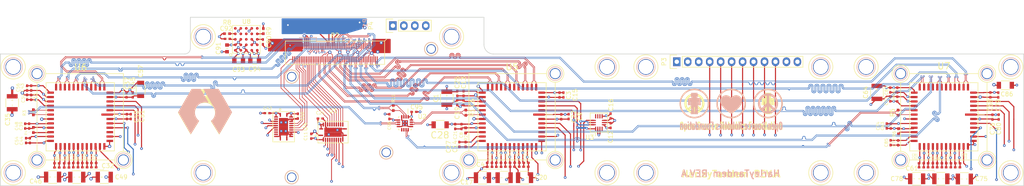
<source format=kicad_pcb>
(kicad_pcb (version 4) (host pcbnew 4.1.0-alpha+201605180746+6813~44~ubuntu14.04.1-product)
  (layers (0 F.Cu signal) (1 In1.Cu power) (2 In2.Cu signal) (3 In3.Cu signal) (4 In4.Cu power) (31 B.Cu signal) (34 B.Paste user) (35 F.Paste user) (36 B.SilkS user) (37 F.SilkS user) (38 B.Mask user) (39 F.Mask user) (44 Edge.Cuts user))
  (net 0 "")
  (net 1 +3V3)
  (net 2 GND)
  (net 3 +1V8)
  (net 4 +2V5)
  (net 5 FPGA_JTAG_TMS)
  (net 6 FPGA_JTAG_TCK)
  (net 7 FPGA_JTAG_TDO)
  (net 8 FPGA_JTAG_TDI)
  (net 9 SPI_MOSI)
  (net 10 +5V)
  (net 11 Python_lvds_clk+)
  (net 12 Python_lvds_clk-)
  (net 13 Python2_clk_return+)
  (net 14 Python2_clk_return-)
  (net 15 Python2_SYNC+)
  (net 16 Python2_SYNC-)
  (net 17 Python2_DOUT0+)
  (net 18 Python2_DOUT0-)
  (net 19 Python2_DOUT1+)
  (net 20 Python2_DOUT1-)
  (net 21 Python2_DOUT2+)
  (net 22 Python2_DOUT2-)
  (net 23 Python2_DOUT3+)
  (net 24 Python2_DOUT3-)
  (net 25 SPI_MISO)
  (net 26 SPI_SCK)
  (net 27 Python1_CS#)
  (net 28 Python2_CS#)
  (net 29 Python3_CS#)
  (net 30 IMU_CS#)
  (net 31 Python1_Monitor)
  (net 32 Python2_Monitor)
  (net 33 Python3_Monitor)
  (net 34 Python_Trigger)
  (net 35 Python_RST#)
  (net 36 Python1_SYNC+)
  (net 37 Python1_SYNC-)
  (net 38 Python1_DOUT0+)
  (net 39 Python1_DOUT0-)
  (net 40 Python1_DOUT1+)
  (net 41 Python1_DOUT1-)
  (net 42 Python1_DOUT2+)
  (net 43 Python1_DOUT2-)
  (net 44 Python1_DOUT3+)
  (net 45 Python1_DOUT3-)
  (net 46 Python1_clk_return+)
  (net 47 Python1_clk_return-)
  (net 48 Python3_SYNC+)
  (net 49 Python3_SYNC-)
  (net 50 Python3_DOUT0+)
  (net 51 Python3_DOUT0-)
  (net 52 Python3_DOUT1+)
  (net 53 Python3_DOUT1-)
  (net 54 Python3_DOUT2+)
  (net 55 Python3_DOUT2-)
  (net 56 Python3_DOUT3+)
  (net 57 Python3_DOUT3-)
  (net 58 Python3_clk_return+)
  (net 59 Python3_clk_return-)
  (net 60 Python1_lvds_clk-)
  (net 61 Python1_lvds_clk+)
  (net 62 "Net-(R2-Pad1)")
  (net 63 Python2_lvds_clk-)
  (net 64 Python2_lvds_clk+)
  (net 65 "Net-(R4-Pad1)")
  (net 66 Python3_lvds_clk-)
  (net 67 Python3_lvds_clk+)
  (net 68 "Net-(R6-Pad1)")
  (net 69 Python2_CS#_3V3)
  (net 70 Python1_CS#_3V3)
  (net 71 Python3_CS#_3V3)
  (net 72 SPI_MOSI_3V3)
  (net 73 IMU_CS#_3V3)
  (net 74 Python_RST#_3V3)
  (net 75 Python_Trigger_3V3)
  (net 76 SPI_SCK_3V3)
  (net 77 SPI_MISO_3V3)
  (net 78 "Net-(U3-Pad4)")
  (net 79 "Net-(U3-Pad11)")
  (net 80 "Net-(U3-Pad10)")
  (net 81 "Net-(U3-Pad9)")
  (net 82 Python1_Monitor_3V3)
  (net 83 Python2_Monitor_3V3)
  (net 84 Python3_Monitor_3V3)
  (net 85 "Net-(U5-Pad45)")
  (net 86 "Net-(U6-Pad45)")
  (net 87 "Net-(U7-Pad45)")
  (net 88 "Net-(C90-Pad1)")
  (net 89 "Net-(C92-Pad1)")
  (net 90 "Net-(R8-Pad1)")
  (net 91 "Net-(R9-Pad1)")
  (net 92 "Net-(U8-PadC3)")
  (net 93 "Net-(U8-PadB4)")
  (net 94 "Net-(U8-PadC4)")
  (net 95 "Net-(U8-PadD4)")
  (net 96 "Net-(U8-PadA5)")
  (net 97 "Net-(U8-PadE5)")
  (net 98 "Net-(U8-PadC5)")
  (net 99 "Net-(U2-Pad9)")
  (net 100 "Net-(U2-Pad10)")
  (net 101 "Net-(P2-Pad55)")
  (net 102 "Net-(P2-Pad61)")
  (net 103 "Net-(P2-Pad67)")
  (net 104 "Net-(U4-Pad8)")
  (net 105 "Net-(U4-Pad9)")
  (net 106 "Net-(U4-Pad10)")
  (net 107 "Net-(U4-Pad3)")
  (net 108 FPGA_Signal1)
  (net 109 FPGA_Signal2)
  (net 110 FPGA_Signal3)
  (net 111 FPGA_Signal4)
  (net 112 FPGA_Signal5)
  (net 113 FPGA_Signal6)
  (net 114 FPGA_Signal7)
  (net 115 "Net-(P1-Pad12)")
  (net 116 "Net-(P1-Pad14)")
  (module silkscreen:OSRF_logo (layer B.Cu) (at 181.3 180.105 180)
    (fp_text reference G*** hide)
    (fp_text value LOGO hide)
  )
  (module Dipoles_SMD:C_0402 (layer F.Cu) (at 41.3 182.005 270)
    (fp_text reference C40 (at 0 -2.2 270) (layer F.SilkS))
    (fp_text value 1u hide)
    (pad 1 smd rect (at -0.55 0 270) (size 0.6 0.5) (layers F.Cu F.Paste F.Mask) (net 1 +3V3))
    (pad 2 smd rect (at 0.55 0 270) (size 0.6 0.5) (layers F.Cu F.Paste F.Mask) (net 2 GND))
  )
  (module Dipoles_SMD:C_0402 (layer F.Cu) (at 19.15 175.405 270)
    (fp_text reference C43 (at -0.1 2.05 270) (layer F.SilkS) (effects (font (size 0.7 0.7) (thickness 0.1))))
    (fp_text value 1u hide)
    (pad 1 smd rect (at -0.55 0 270) (size 0.6 0.5) (layers F.Cu F.Paste F.Mask) (net 1 +3V3))
    (pad 2 smd rect (at 0.55 0 270) (size 0.6 0.5) (layers F.Cu F.Paste F.Mask) (net 2 GND))
  )
  (module Dipoles_SMD:C_1210Polarized (layer F.Cu) (at 14.75 178.805 270)
    (fp_text reference C35 (at 3.9 1.05 270) (layer F.SilkS))
    (fp_text value 100u)
    (pad 1 smd rect (at -1.5 0 270) (size 1 2.5) (layers F.Cu F.Paste F.Mask) (net 1 +3V3))
    (pad 2 smd rect (at 1.5 0 270) (size 1 2.5) (layers F.Cu F.Paste F.Mask) (net 2 GND))
  )
  (module silkscreen:OSRFOfficialLogo12.8x10.8 (layer B.Cu) (at 59.4 180.805 180)
    (fp_text reference G*** hide)
    (fp_text value LOGO hide)
  )
  (module Dipoles_SMD:R_0402 (layer F.Cu) (at 219.9 181.105 270)
    (fp_text reference R5 (at 0 1.3 270) (layer F.SilkS))
    (fp_text value 100 hide)
    (pad 1 smd rect (at -0.6 0 270) (size 0.635 0.61) (layers F.Cu F.Paste F.Mask) (net 66 Python3_lvds_clk-))
    (pad 2 smd rect (at 0.6 0 270) (size 0.635 0.61) (layers F.Cu F.Paste F.Mask) (net 67 Python3_lvds_clk+))
  )
  (module Dipoles_SMD:C_1210Polarized (layer F.Cu) (at 115.395508 177.750138 270)
    (fp_text reference C1 (at 0 2.495508 270) (layer F.SilkS))
    (fp_text value 100u)
    (pad 1 smd rect (at -1.5 0 270) (size 1 2.5) (layers F.Cu F.Paste F.Mask) (net 1 +3V3))
    (pad 2 smd rect (at 1.5 0 270) (size 1 2.5) (layers F.Cu F.Paste F.Mask) (net 2 GND))
  )
  (module Dipoles_SMD:C_0402 (layer F.Cu) (at 125.320508 193.650138)
    (fp_text reference C2 (at -0.020508 -2.245138) (layer F.SilkS) (effects (font (size 0.5 0.5) (thickness 0.07))))
    (fp_text value 4.7u hide)
    (pad 1 smd rect (at -0.55 0) (size 0.6 0.5) (layers F.Cu F.Paste F.Mask) (net 1 +3V3))
    (pad 2 smd rect (at 0.55 0) (size 0.6 0.5) (layers F.Cu F.Paste F.Mask) (net 2 GND))
  )
  (module Dipoles_SMD:C_0402 (layer F.Cu) (at 141.5 177.005 270)
    (fp_text reference C3 (at 0.1 -2.1 270) (layer F.SilkS))
    (fp_text value 100n hide)
    (pad 1 smd rect (at -0.55 0 270) (size 0.6 0.5) (layers F.Cu F.Paste F.Mask) (net 3 +1V8))
    (pad 2 smd rect (at 0.55 0 270) (size 0.6 0.5) (layers F.Cu F.Paste F.Mask) (net 2 GND))
  )
  (module Dipoles_SMD:C_1210Polarized (layer F.Cu) (at 128.670508 196.150138 180)
    (fp_text reference C4 (at 5.470508 3.050138 180) (layer F.SilkS))
    (fp_text value 100u)
    (pad 1 smd rect (at -1.5 0 180) (size 1 2.5) (layers F.Cu F.Paste F.Mask) (net 1 +3V3))
    (pad 2 smd rect (at 1.5 0 180) (size 1 2.5) (layers F.Cu F.Paste F.Mask) (net 2 GND))
  )
  (module Dipoles_SMD:C_0402 (layer F.Cu) (at 127.420508 193.650138)
    (fp_text reference C5 (at -0.020508 -2.245138) (layer F.SilkS) (effects (font (size 0.5 0.5) (thickness 0.07))))
    (fp_text value 4.7u hide)
    (pad 1 smd rect (at -0.55 0) (size 0.6 0.5) (layers F.Cu F.Paste F.Mask) (net 1 +3V3))
    (pad 2 smd rect (at 0.55 0) (size 0.6 0.5) (layers F.Cu F.Paste F.Mask) (net 2 GND))
  )
  (module Dipoles_SMD:C_0402 (layer F.Cu) (at 119.270508 178.775138 90)
    (fp_text reference C6 (at -0.024862 2.029492 90) (layer F.SilkS))
    (fp_text value 100n hide)
    (pad 1 smd rect (at -0.55 0 90) (size 0.6 0.5) (layers F.Cu F.Paste F.Mask) (net 3 +1V8))
    (pad 2 smd rect (at 0.55 0 90) (size 0.6 0.5) (layers F.Cu F.Paste F.Mask) (net 2 GND))
  )
  (module Dipoles_SMD:C_0402 (layer F.Cu) (at 131.620508 193.625138 180)
    (fp_text reference C7 (at 0.020508 2.120138 180) (layer F.SilkS) (effects (font (size 0.5 0.5) (thickness 0.07))))
    (fp_text value 4.7u hide)
    (pad 1 smd rect (at -0.55 0 180) (size 0.6 0.5) (layers F.Cu F.Paste F.Mask) (net 1 +3V3))
    (pad 2 smd rect (at 0.55 0 180) (size 0.6 0.5) (layers F.Cu F.Paste F.Mask) (net 2 GND))
  )
  (module Dipoles_SMD:C_0402 (layer F.Cu) (at 118.795508 184.300138 270)
    (fp_text reference C8 (at 2.004862 0.045508 270) (layer F.SilkS) (effects (font (size 0.7 0.7) (thickness 0.1))))
    (fp_text value 100n hide)
    (pad 1 smd rect (at -0.55 0 270) (size 0.6 0.5) (layers F.Cu F.Paste F.Mask) (net 3 +1V8))
    (pad 2 smd rect (at 0.55 0 270) (size 0.6 0.5) (layers F.Cu F.Paste F.Mask) (net 2 GND))
  )
  (module Dipoles_SMD:C_0402 (layer F.Cu) (at 143.6 182.005 270)
    (fp_text reference C9 (at -0.005 -2.6 270) (layer F.SilkS))
    (fp_text value 1u hide)
    (pad 1 smd rect (at -0.55 0 270) (size 0.6 0.5) (layers F.Cu F.Paste F.Mask) (net 1 +3V3))
    (pad 2 smd rect (at 0.55 0 270) (size 0.6 0.5) (layers F.Cu F.Paste F.Mask) (net 2 GND))
  )
  (module Dipoles_SMD:C_0402 (layer F.Cu) (at 133.720508 193.625138 180)
    (fp_text reference C10 (at 0.020508 2.220138 180) (layer F.SilkS) (effects (font (size 0.5 0.5) (thickness 0.07))))
    (fp_text value 4.7u hide)
    (pad 1 smd rect (at -0.55 0 180) (size 0.6 0.5) (layers F.Cu F.Paste F.Mask) (net 1 +3V3))
    (pad 2 smd rect (at 0.55 0 180) (size 0.6 0.5) (layers F.Cu F.Paste F.Mask) (net 2 GND))
  )
  (module Dipoles_SMD:C_0402 (layer F.Cu) (at 153.32 184.075 90)
    (fp_text reference C12 (at -2.63 -0.02 90) (layer F.SilkS))
    (fp_text value 100n hide)
    (pad 1 smd rect (at -0.55 0 90) (size 0.6 0.5) (layers F.Cu F.Paste F.Mask) (net 1 +3V3))
    (pad 2 smd rect (at 0.55 0 90) (size 0.6 0.5) (layers F.Cu F.Paste F.Mask) (net 2 GND))
  )
  (module Dipoles_SMD:C_0402 (layer F.Cu) (at 119.270508 176.650138 270)
    (fp_text reference C13 (at -2.545138 -0.029492 270) (layer F.SilkS))
    (fp_text value 1u hide)
    (pad 1 smd rect (at -0.55 0 270) (size 0.6 0.5) (layers F.Cu F.Paste F.Mask) (net 1 +3V3))
    (pad 2 smd rect (at 0.55 0 270) (size 0.6 0.5) (layers F.Cu F.Paste F.Mask) (net 2 GND))
  )
  (module Dipoles_SMD:C_0402 (layer F.Cu) (at 119.745508 188.450138 270)
    (fp_text reference C14 (at 0.454862 2.445508 270) (layer F.SilkS))
    (fp_text value 1u hide)
    (pad 1 smd rect (at -0.55 0 270) (size 0.6 0.5) (layers F.Cu F.Paste F.Mask) (net 1 +3V3))
    (pad 2 smd rect (at 0.55 0 270) (size 0.6 0.5) (layers F.Cu F.Paste F.Mask) (net 2 GND))
  )
  (module Dipoles_SMD:C_0402 (layer F.Cu) (at 142.4 177.005 270)
    (fp_text reference C15 (at -0.005 -2.7 270) (layer F.SilkS))
    (fp_text value 4.7u hide)
    (pad 1 smd rect (at -0.55 0 270) (size 0.6 0.5) (layers F.Cu F.Paste F.Mask) (net 3 +1V8))
    (pad 2 smd rect (at 0.55 0 270) (size 0.6 0.5) (layers F.Cu F.Paste F.Mask) (net 2 GND))
  )
  (module Dipoles_SMD:C_0402 (layer F.Cu) (at 153.32 181.875 270)
    (fp_text reference C16 (at -2.57 -0.08 270) (layer F.SilkS))
    (fp_text value 100n hide)
    (pad 1 smd rect (at -0.55 0 270) (size 0.6 0.5) (layers F.Cu F.Paste F.Mask) (net 3 +1V8))
    (pad 2 smd rect (at 0.55 0 270) (size 0.6 0.5) (layers F.Cu F.Paste F.Mask) (net 2 GND))
  )
  (module Dipoles_SMD:C_1210Polarized (layer F.Cu) (at 123.645508 196.150138)
    (fp_text reference C17 (at -3.645508 1.049862) (layer F.SilkS))
    (fp_text value 100u)
    (pad 1 smd rect (at -1.5 0) (size 1 2.5) (layers F.Cu F.Paste F.Mask) (net 1 +3V3))
    (pad 2 smd rect (at 1.5 0) (size 1 2.5) (layers F.Cu F.Paste F.Mask) (net 2 GND))
  )
  (module Dipoles_SMD:C_0402 (layer F.Cu) (at 129.5 192.705 180)
    (fp_text reference C18 (at 0 2.005 180) (layer F.SilkS) (effects (font (size 0.5 0.5) (thickness 0.07))))
    (fp_text value 1u hide)
    (pad 1 smd rect (at -0.55 0 180) (size 0.6 0.5) (layers F.Cu F.Paste F.Mask) (net 1 +3V3))
    (pad 2 smd rect (at 0.55 0 180) (size 0.6 0.5) (layers F.Cu F.Paste F.Mask) (net 2 GND))
  )
  (module Dipoles_SMD:C_0402 (layer F.Cu) (at 117.8 178.755 90)
    (fp_text reference C19 (at -2.45 0 90) (layer F.SilkS))
    (fp_text value 4.7u hide)
    (pad 1 smd rect (at -0.55 0 90) (size 0.6 0.5) (layers F.Cu F.Paste F.Mask) (net 3 +1V8))
    (pad 2 smd rect (at 0.55 0 90) (size 0.6 0.5) (layers F.Cu F.Paste F.Mask) (net 2 GND))
  )
  (module Dipoles_SMD:C_1210Polarized (layer F.Cu) (at 133.395508 196.150138 180)
    (fp_text reference C20 (at -3.804492 0.045138 180) (layer F.SilkS))
    (fp_text value 100u)
    (pad 1 smd rect (at -1.5 0 180) (size 1 2.5) (layers F.Cu F.Paste F.Mask) (net 1 +3V3))
    (pad 2 smd rect (at 1.5 0 180) (size 1 2.5) (layers F.Cu F.Paste F.Mask) (net 2 GND))
  )
  (module Dipoles_SMD:C_0402 (layer F.Cu) (at 117.345508 184.300138 270)
    (fp_text reference C21 (at 2.004862 -0.004492 270) (layer F.SilkS) (effects (font (size 0.7 0.7) (thickness 0.1))))
    (fp_text value 4.7u hide)
    (pad 1 smd rect (at -0.55 0 270) (size 0.6 0.5) (layers F.Cu F.Paste F.Mask) (net 3 +1V8))
    (pad 2 smd rect (at 0.55 0 270) (size 0.6 0.5) (layers F.Cu F.Paste F.Mask) (net 2 GND))
  )
  (module Dipoles_SMD:C_0402 (layer F.Cu) (at 141.903108 182.050138 270)
    (fp_text reference C22 (at -0.050138 -2.896892 270) (layer F.SilkS))
    (fp_text value 4.7u hide)
    (pad 1 smd rect (at -0.55 0 270) (size 0.6 0.5) (layers F.Cu F.Paste F.Mask) (net 1 +3V3))
    (pad 2 smd rect (at 0.55 0 270) (size 0.6 0.5) (layers F.Cu F.Paste F.Mask) (net 2 GND))
  )
  (module Dipoles_SMD:C_0402 (layer F.Cu) (at 125.3 192.705)
    (fp_text reference C23 (at -0.020508 -1.970138) (layer F.SilkS) (effects (font (size 0.5 0.5) (thickness 0.07))))
    (fp_text value 1u hide)
    (pad 1 smd rect (at -0.55 0) (size 0.6 0.5) (layers F.Cu F.Paste F.Mask) (net 1 +3V3))
    (pad 2 smd rect (at 0.55 0) (size 0.6 0.5) (layers F.Cu F.Paste F.Mask) (net 2 GND))
  )
  (module Dipoles_SMD:C_0402 (layer F.Cu) (at 117.820508 176.650138 270)
    (fp_text reference C25 (at -2.545138 0.020508 270) (layer F.SilkS))
    (fp_text value 4.7u hide)
    (pad 1 smd rect (at -0.55 0 270) (size 0.6 0.5) (layers F.Cu F.Paste F.Mask) (net 1 +3V3))
    (pad 2 smd rect (at 0.55 0 270) (size 0.6 0.5) (layers F.Cu F.Paste F.Mask) (net 2 GND))
  )
  (module Dipoles_SMD:C_0402 (layer F.Cu) (at 127.4 192.705)
    (fp_text reference C26 (at -0.020508 -1.970138) (layer F.SilkS) (effects (font (size 0.5 0.5) (thickness 0.07))))
    (fp_text value 1u hide)
    (pad 1 smd rect (at -0.55 0) (size 0.6 0.5) (layers F.Cu F.Paste F.Mask) (net 1 +3V3))
    (pad 2 smd rect (at 0.55 0) (size 0.6 0.5) (layers F.Cu F.Paste F.Mask) (net 2 GND))
  )
  (module Dipoles_SMD:C_0402 (layer F.Cu) (at 118.295508 188.450138 270)
    (fp_text reference C27 (at 0.554862 2.495508 270) (layer F.SilkS))
    (fp_text value 4.7u hide)
    (pad 1 smd rect (at -0.55 0 270) (size 0.6 0.5) (layers F.Cu F.Paste F.Mask) (net 1 +3V3))
    (pad 2 smd rect (at 0.55 0 270) (size 0.6 0.5) (layers F.Cu F.Paste F.Mask) (net 2 GND))
  )
  (module Capacitors_SMD:C_1206 (layer F.Cu) (at 113.85 183.905 180)
    (fp_text reference C28 (at 0.05 -2.395 180) (layer F.SilkS) (effects (font (size 1.5 1.5) (thickness 0.2))))
    (fp_text value 10u)
    (pad 1 smd rect (at -1.5 0 180) (size 1 1.6) (layers F.Cu F.Paste F.Mask) (net 3 +1V8))
    (pad 2 smd rect (at 1.5 0 180) (size 1 1.6) (layers F.Cu F.Paste F.Mask) (net 2 GND))
  )
  (module Dipoles_SMD:C_0402 (layer F.Cu) (at 131.65 192.705 180)
    (fp_text reference C29 (at 0.020508 1.970138 180) (layer F.SilkS) (effects (font (size 0.5 0.5) (thickness 0.07))))
    (fp_text value 1u hide)
    (pad 1 smd rect (at -0.55 0 180) (size 0.6 0.5) (layers F.Cu F.Paste F.Mask) (net 1 +3V3))
    (pad 2 smd rect (at 0.55 0 180) (size 0.6 0.5) (layers F.Cu F.Paste F.Mask) (net 2 GND))
  )
  (module Dipoles_SMD:C_0402 (layer F.Cu) (at 129.520508 193.625138 180)
    (fp_text reference C30 (at 0.020508 2.220138 180) (layer F.SilkS) (effects (font (size 0.5 0.5) (thickness 0.07))))
    (fp_text value 4.7u hide)
    (pad 1 smd rect (at -0.55 0 180) (size 0.6 0.5) (layers F.Cu F.Paste F.Mask) (net 1 +3V3))
    (pad 2 smd rect (at 0.55 0 180) (size 0.6 0.5) (layers F.Cu F.Paste F.Mask) (net 2 GND))
  )
  (module Dipoles_SMD:C_0402 (layer F.Cu) (at 133.75 192.705 180)
    (fp_text reference C31 (at 0.020508 1.970138 180) (layer F.SilkS) (effects (font (size 0.5 0.5) (thickness 0.07))))
    (fp_text value 1u hide)
    (pad 1 smd rect (at -0.55 0 180) (size 0.6 0.5) (layers F.Cu F.Paste F.Mask) (net 1 +3V3))
    (pad 2 smd rect (at 0.55 0 180) (size 0.6 0.5) (layers F.Cu F.Paste F.Mask) (net 2 GND))
  )
  (module Dipoles_SMD:C_1210Polarized (layer F.Cu) (at 29.7 196.025658 180)
    (fp_text reference C32 (at -7.2 2.625658 180) (layer F.SilkS))
    (fp_text value 100u)
    (pad 1 smd rect (at -1.5 0 180) (size 1 2.5) (layers F.Cu F.Paste F.Mask) (net 1 +3V3))
    (pad 2 smd rect (at 1.5 0 180) (size 1 2.5) (layers F.Cu F.Paste F.Mask) (net 2 GND))
  )
  (module Dipoles_SMD:C_0402 (layer F.Cu) (at 25.095722 192.800658)
    (fp_text reference C33 (at 0.404278 -1.700658) (layer F.SilkS) (effects (font (size 0.5 0.5) (thickness 0.07))))
    (fp_text value 4.7u hide)
    (pad 1 smd rect (at -0.55 0) (size 0.6 0.5) (layers F.Cu F.Paste F.Mask) (net 1 +3V3))
    (pad 2 smd rect (at 0.55 0) (size 0.6 0.5) (layers F.Cu F.Paste F.Mask) (net 2 GND))
  )
  (module Dipoles_SMD:C_0402 (layer F.Cu) (at 18.195722 177.525658 90)
    (fp_text reference C34 (at -0.274342 -0.895722 90) (layer F.SilkS) (effects (font (size 0.7 0.7) (thickness 0.1))))
    (fp_text value 100n hide)
    (pad 1 smd rect (at -0.55 0 90) (size 0.6 0.5) (layers F.Cu F.Paste F.Mask) (net 3 +1V8))
    (pad 2 smd rect (at 0.55 0 90) (size 0.6 0.5) (layers F.Cu F.Paste F.Mask) (net 2 GND))
  )
  (module Dipoles_SMD:C_0402 (layer F.Cu) (at 27.345722 192.800658)
    (fp_text reference C36 (at 0.254278 -1.800658) (layer F.SilkS) (effects (font (size 0.5 0.5) (thickness 0.07))))
    (fp_text value 4.7u hide)
    (pad 1 smd rect (at -0.55 0) (size 0.6 0.5) (layers F.Cu F.Paste F.Mask) (net 1 +3V3))
    (pad 2 smd rect (at 0.55 0) (size 0.6 0.5) (layers F.Cu F.Paste F.Mask) (net 2 GND))
  )
  (module Dipoles_SMD:C_0402 (layer F.Cu) (at 41.220722 176.975658 270)
    (fp_text reference C37 (at -2.670658 -0.179278 270) (layer F.SilkS))
    (fp_text value 100n hide)
    (pad 1 smd rect (at -0.55 0 270) (size 0.6 0.5) (layers F.Cu F.Paste F.Mask) (net 3 +1V8))
    (pad 2 smd rect (at 0.55 0 270) (size 0.6 0.5) (layers F.Cu F.Paste F.Mask) (net 2 GND))
  )
  (module Dipoles_SMD:C_0402 (layer F.Cu) (at 31.545722 192.750658 180)
    (fp_text reference C38 (at 0.245722 1.850658 180) (layer F.SilkS) (effects (font (size 0.5 0.5) (thickness 0.07))))
    (fp_text value 4.7u hide)
    (pad 1 smd rect (at -0.55 0 180) (size 0.6 0.5) (layers F.Cu F.Paste F.Mask) (net 1 +3V3))
    (pad 2 smd rect (at 0.55 0 180) (size 0.6 0.5) (layers F.Cu F.Paste F.Mask) (net 2 GND))
  )
  (module Dipoles_SMD:C_0402 (layer F.Cu) (at 18.670722 184.200658 270)
    (fp_text reference C39 (at 0.004342 1.870722 270) (layer F.SilkS) (effects (font (size 0.7 0.7) (thickness 0.1))))
    (fp_text value 100n hide)
    (pad 1 smd rect (at -0.55 0 270) (size 0.6 0.5) (layers F.Cu F.Paste F.Mask) (net 3 +1V8))
    (pad 2 smd rect (at 0.55 0 270) (size 0.6 0.5) (layers F.Cu F.Paste F.Mask) (net 2 GND))
  )
  (module Dipoles_SMD:C_0402 (layer F.Cu) (at 33.645722 192.750658 180)
    (fp_text reference C41 (at 0.045722 1.750658 180) (layer F.SilkS) (effects (font (size 0.5 0.5) (thickness 0.07))))
    (fp_text value 4.7u hide)
    (pad 1 smd rect (at -0.55 0 180) (size 0.6 0.5) (layers F.Cu F.Paste F.Mask) (net 1 +3V3))
    (pad 2 smd rect (at 0.55 0 180) (size 0.6 0.5) (layers F.Cu F.Paste F.Mask) (net 2 GND))
  )
  (module Dipoles_SMD:C_0402 (layer F.Cu) (at 18.85 187.555 270)
    (fp_text reference C44 (at 0.05 1.95 270) (layer F.SilkS) (effects (font (size 0.7 0.7) (thickness 0.1))))
    (fp_text value 1u hide)
    (pad 1 smd rect (at -0.55 0 270) (size 0.6 0.5) (layers F.Cu F.Paste F.Mask) (net 1 +3V3))
    (pad 2 smd rect (at 0.55 0 270) (size 0.6 0.5) (layers F.Cu F.Paste F.Mask) (net 2 GND))
  )
  (module Dipoles_SMD:C_0402 (layer F.Cu) (at 42.670722 176.975658 270)
    (fp_text reference C45 (at -2.670658 -0.029278 270) (layer F.SilkS))
    (fp_text value 4.7u hide)
    (pad 1 smd rect (at -0.55 0 270) (size 0.6 0.5) (layers F.Cu F.Paste F.Mask) (net 3 +1V8))
    (pad 2 smd rect (at 0.55 0 270) (size 0.6 0.5) (layers F.Cu F.Paste F.Mask) (net 2 GND))
  )
  (module Dipoles_SMD:C_1210Polarized (layer F.Cu) (at 24.1 196.000658)
    (fp_text reference C46 (at -3.9 0.999342) (layer F.SilkS))
    (fp_text value 100u)
    (pad 1 smd rect (at -1.5 0) (size 1 2.5) (layers F.Cu F.Paste F.Mask) (net 1 +3V3))
    (pad 2 smd rect (at 1.5 0) (size 1 2.5) (layers F.Cu F.Paste F.Mask) (net 2 GND))
  )
  (module Dipoles_SMD:C_0402 (layer F.Cu) (at 29.445722 192.750658 180)
    (fp_text reference C47 (at 0.245722 1.750658 180) (layer F.SilkS) (effects (font (size 0.5 0.5) (thickness 0.07))))
    (fp_text value 1u hide)
    (pad 1 smd rect (at -0.55 0 180) (size 0.6 0.5) (layers F.Cu F.Paste F.Mask) (net 1 +3V3))
    (pad 2 smd rect (at 0.55 0 180) (size 0.6 0.5) (layers F.Cu F.Paste F.Mask) (net 2 GND))
  )
  (module Dipoles_SMD:C_0402 (layer F.Cu) (at 17.75 184.205 270)
    (fp_text reference C48 (at 0 1.95 270) (layer F.SilkS) (effects (font (size 0.7 0.7) (thickness 0.1))))
    (fp_text value 4.7u hide)
    (pad 1 smd rect (at -0.55 0 270) (size 0.6 0.5) (layers F.Cu F.Paste F.Mask) (net 3 +1V8))
    (pad 2 smd rect (at 0.55 0 270) (size 0.6 0.5) (layers F.Cu F.Paste F.Mask) (net 2 GND))
  )
  (module Dipoles_SMD:C_1210Polarized (layer F.Cu) (at 36.070722 196.025658)
    (fp_text reference C49 (at 3.929278 -0.020658 180) (layer F.SilkS))
    (fp_text value 100u)
    (pad 1 smd rect (at -1.5 0) (size 1 2.5) (layers F.Cu F.Paste F.Mask) (net 1 +3V3))
    (pad 2 smd rect (at 1.5 0) (size 1 2.5) (layers F.Cu F.Paste F.Mask) (net 2 GND))
  )
  (module Dipoles_SMD:C_0402 (layer F.Cu) (at 42.2 182.005 270)
    (fp_text reference C51 (at -0.1 -2.6 270) (layer F.SilkS))
    (fp_text value 4.7u hide)
    (pad 1 smd rect (at -0.55 0 270) (size 0.6 0.5) (layers F.Cu F.Paste F.Mask) (net 1 +3V3))
    (pad 2 smd rect (at 0.55 0 270) (size 0.6 0.5) (layers F.Cu F.Paste F.Mask) (net 2 GND))
  )
  (module Dipoles_SMD:C_0402 (layer F.Cu) (at 33.645722 193.750658 180)
    (fp_text reference C52 (at 0.045722 2.145658 180) (layer F.SilkS) (effects (font (size 0.5 0.5) (thickness 0.07))))
    (fp_text value 1u hide)
    (pad 1 smd rect (at -0.55 0 180) (size 0.6 0.5) (layers F.Cu F.Paste F.Mask) (net 1 +3V3))
    (pad 2 smd rect (at 0.55 0 180) (size 0.6 0.5) (layers F.Cu F.Paste F.Mask) (net 2 GND))
  )
  (module Dipoles_SMD:C_0402 (layer F.Cu) (at 19.15 177.555 90)
    (fp_text reference C53 (at -0.045 0.95 90) (layer F.SilkS) (effects (font (size 0.7 0.7) (thickness 0.1))))
    (fp_text value 4.7u hide)
    (pad 1 smd rect (at -0.55 0 90) (size 0.6 0.5) (layers F.Cu F.Paste F.Mask) (net 3 +1V8))
    (pad 2 smd rect (at 0.55 0 90) (size 0.6 0.5) (layers F.Cu F.Paste F.Mask) (net 2 GND))
  )
  (module Dipoles_SMD:C_0402 (layer F.Cu) (at 17.95 187.555 270)
    (fp_text reference C54 (at 0.05 2.15 270) (layer F.SilkS) (effects (font (size 0.7 0.7) (thickness 0.1))))
    (fp_text value 4.7u hide)
    (pad 1 smd rect (at -0.55 0 270) (size 0.6 0.5) (layers F.Cu F.Paste F.Mask) (net 1 +3V3))
    (pad 2 smd rect (at 0.55 0 270) (size 0.6 0.5) (layers F.Cu F.Paste F.Mask) (net 2 GND))
  )
  (module Dipoles_SMD:C_0402 (layer F.Cu) (at 31.545722 193.750658 180)
    (fp_text reference C55 (at 0.045722 2.145658 180) (layer F.SilkS) (effects (font (size 0.5 0.5) (thickness 0.07))))
    (fp_text value 1u hide)
    (pad 1 smd rect (at -0.55 0 180) (size 0.6 0.5) (layers F.Cu F.Paste F.Mask) (net 1 +3V3))
    (pad 2 smd rect (at 0.55 0 180) (size 0.6 0.5) (layers F.Cu F.Paste F.Mask) (net 2 GND))
  )
  (module Dipoles_SMD:C_0402 (layer F.Cu) (at 18.2 175.405 270)
    (fp_text reference C56 (at -0.1 2.1 270) (layer F.SilkS) (effects (font (size 0.7 0.7) (thickness 0.1))))
    (fp_text value 4.7u hide)
    (pad 1 smd rect (at -0.55 0 270) (size 0.6 0.5) (layers F.Cu F.Paste F.Mask) (net 1 +3V3))
    (pad 2 smd rect (at 0.55 0 270) (size 0.6 0.5) (layers F.Cu F.Paste F.Mask) (net 2 GND))
  )
  (module Capacitors_SMD:C_1206 (layer F.Cu) (at 44.5 175.705 270)
    (fp_text reference C57 (at -4.2 0 270) (layer F.SilkS))
    (fp_text value 10u)
    (pad 1 smd rect (at -1.5 0 270) (size 1 1.6) (layers F.Cu F.Paste F.Mask) (net 3 +1V8))
    (pad 2 smd rect (at 1.5 0 270) (size 1 1.6) (layers F.Cu F.Paste F.Mask) (net 2 GND))
  )
  (module Dipoles_SMD:C_0402 (layer F.Cu) (at 27.345722 193.800658)
    (fp_text reference C58 (at -0.045722 -2.195658) (layer F.SilkS) (effects (font (size 0.5 0.5) (thickness 0.07))))
    (fp_text value 1u hide)
    (pad 1 smd rect (at -0.55 0) (size 0.6 0.5) (layers F.Cu F.Paste F.Mask) (net 1 +3V3))
    (pad 2 smd rect (at 0.55 0) (size 0.6 0.5) (layers F.Cu F.Paste F.Mask) (net 2 GND))
  )
  (module Dipoles_SMD:C_0402 (layer F.Cu) (at 29.445722 193.750658 180)
    (fp_text reference C59 (at 0.045722 2.145658 180) (layer F.SilkS) (effects (font (size 0.5 0.5) (thickness 0.07))))
    (fp_text value 4.7u hide)
    (pad 1 smd rect (at -0.55 0 180) (size 0.6 0.5) (layers F.Cu F.Paste F.Mask) (net 1 +3V3))
    (pad 2 smd rect (at 0.55 0 180) (size 0.6 0.5) (layers F.Cu F.Paste F.Mask) (net 2 GND))
  )
  (module Dipoles_SMD:C_0402 (layer F.Cu) (at 25.095722 193.800658)
    (fp_text reference C60 (at 0 -2.095658) (layer F.SilkS) (effects (font (size 0.5 0.5) (thickness 0.07))))
    (fp_text value 1u hide)
    (pad 1 smd rect (at -0.55 0) (size 0.6 0.5) (layers F.Cu F.Paste F.Mask) (net 1 +3V3))
    (pad 2 smd rect (at 0.55 0) (size 0.6 0.5) (layers F.Cu F.Paste F.Mask) (net 2 GND))
  )
  (module Dipoles_SMD:C_1210Polarized (layer F.Cu) (at 229.8 196.405)
    (fp_text reference C61 (at -6.7 -2.405) (layer F.SilkS))
    (fp_text value 100u)
    (pad 1 smd rect (at -1.5 0) (size 1 2.5) (layers F.Cu F.Paste F.Mask) (net 1 +3V3))
    (pad 2 smd rect (at 1.5 0) (size 1 2.5) (layers F.Cu F.Paste F.Mask) (net 2 GND))
  )
  (module Dipoles_SMD:C_0402 (layer F.Cu) (at 225.295071 193.752183)
    (fp_text reference C62 (at -1.495071 -2.152183) (layer F.SilkS) (effects (font (size 0.5 0.5) (thickness 0.07))))
    (fp_text value 4.7u hide)
    (pad 1 smd rect (at -0.55 0) (size 0.6 0.5) (layers F.Cu F.Paste F.Mask) (net 1 +3V3))
    (pad 2 smd rect (at 0.55 0) (size 0.6 0.5) (layers F.Cu F.Paste F.Mask) (net 2 GND))
  )
  (module Dipoles_SMD:C_0402 (layer F.Cu) (at 218.2 184.205 270)
    (fp_text reference C63 (at 0 1.9 270) (layer F.SilkS) (effects (font (size 0.7 0.7) (thickness 0.1))))
    (fp_text value 100n hide)
    (pad 1 smd rect (at -0.55 0 270) (size 0.6 0.5) (layers F.Cu F.Paste F.Mask) (net 3 +1V8))
    (pad 2 smd rect (at 0.55 0 270) (size 0.6 0.5) (layers F.Cu F.Paste F.Mask) (net 2 GND))
  )
  (module Dipoles_SMD:C_1210Polarized (layer F.Cu) (at 215 176.405 270)
    (fp_text reference C64 (at 0 2.6 270) (layer F.SilkS))
    (fp_text value 100u)
    (pad 1 smd rect (at -1.5 0 270) (size 1 2.5) (layers F.Cu F.Paste F.Mask) (net 1 +3V3))
    (pad 2 smd rect (at 1.5 0 270) (size 1 2.5) (layers F.Cu F.Paste F.Mask) (net 2 GND))
  )
  (module Dipoles_SMD:C_0402 (layer F.Cu) (at 227.395071 193.752183)
    (fp_text reference C65 (at 0.204929 -2.247183) (layer F.SilkS) (effects (font (size 0.5 0.5) (thickness 0.07))))
    (fp_text value 4.7u hide)
    (pad 1 smd rect (at -0.55 0) (size 0.6 0.5) (layers F.Cu F.Paste F.Mask) (net 1 +3V3))
    (pad 2 smd rect (at 0.55 0) (size 0.6 0.5) (layers F.Cu F.Paste F.Mask) (net 2 GND))
  )
  (module Dipoles_SMD:C_0402 (layer F.Cu) (at 219.720071 177.952183 90)
    (fp_text reference C66 (at 0.247183 -0.820071 90) (layer F.SilkS) (effects (font (size 0.5 0.5) (thickness 0.07))))
    (fp_text value 100n hide)
    (pad 1 smd rect (at -0.55 0 90) (size 0.6 0.5) (layers F.Cu F.Paste F.Mask) (net 3 +1V8))
    (pad 2 smd rect (at 0.55 0 90) (size 0.6 0.5) (layers F.Cu F.Paste F.Mask) (net 2 GND))
  )
  (module Dipoles_SMD:C_0402 (layer F.Cu) (at 231.570071 193.752183 180)
    (fp_text reference C67 (at 0.370071 2.247183 180) (layer F.SilkS) (effects (font (size 0.5 0.5) (thickness 0.07))))
    (fp_text value 4.7u hide)
    (pad 1 smd rect (at -0.55 0 180) (size 0.6 0.5) (layers F.Cu F.Paste F.Mask) (net 1 +3V3))
    (pad 2 smd rect (at 0.55 0 180) (size 0.6 0.5) (layers F.Cu F.Paste F.Mask) (net 2 GND))
  )
  (module Dipoles_SMD:C_0402 (layer F.Cu) (at 241.270071 176.977183 270)
    (fp_text reference C68 (at 2.4 0 270) (layer F.SilkS))
    (fp_text value 100n hide)
    (pad 1 smd rect (at -0.55 0 270) (size 0.6 0.5) (layers F.Cu F.Paste F.Mask) (net 3 +1V8))
    (pad 2 smd rect (at 0.55 0 270) (size 0.6 0.5) (layers F.Cu F.Paste F.Mask) (net 2 GND))
  )
  (module Dipoles_SMD:C_0402 (layer F.Cu) (at 219.720071 175.852183 270)
    (fp_text reference C69 (at 0.352817 0.820071 270) (layer F.SilkS) (effects (font (size 0.5 0.5) (thickness 0.07))))
    (fp_text value 1u hide)
    (pad 1 smd rect (at -0.55 0 270) (size 0.6 0.5) (layers F.Cu F.Paste F.Mask) (net 1 +3V3))
    (pad 2 smd rect (at 0.55 0 270) (size 0.6 0.5) (layers F.Cu F.Paste F.Mask) (net 2 GND))
  )
  (module Dipoles_SMD:C_0402 (layer F.Cu) (at 233.670071 193.752183 180)
    (fp_text reference C70 (at -1.529929 2.247183 180) (layer F.SilkS) (effects (font (size 0.5 0.5) (thickness 0.07))))
    (fp_text value 4.7u hide)
    (pad 1 smd rect (at -0.55 0 180) (size 0.6 0.5) (layers F.Cu F.Paste F.Mask) (net 1 +3V3))
    (pad 2 smd rect (at 0.55 0 180) (size 0.6 0.5) (layers F.Cu F.Paste F.Mask) (net 2 GND))
  )
  (module Dipoles_SMD:C_0402 (layer F.Cu) (at 219.920071 188.077183 270)
    (fp_text reference C72 (at 0 0.9 270) (layer F.SilkS) (effects (font (size 0.7 0.7) (thickness 0.1))))
    (fp_text value 1u hide)
    (pad 1 smd rect (at -0.55 0 270) (size 0.6 0.5) (layers F.Cu F.Paste F.Mask) (net 1 +3V3))
    (pad 2 smd rect (at 0.55 0 270) (size 0.6 0.5) (layers F.Cu F.Paste F.Mask) (net 2 GND))
  )
  (module Dipoles_SMD:C_0402 (layer F.Cu) (at 229.5 192.805 180)
    (fp_text reference C73 (at 0.4 1.705 180) (layer F.SilkS) (effects (font (size 0.5 0.5) (thickness 0.07))))
    (fp_text value 1u hide)
    (pad 1 smd rect (at -0.55 0 180) (size 0.6 0.5) (layers F.Cu F.Paste F.Mask) (net 1 +3V3))
    (pad 2 smd rect (at 0.55 0 180) (size 0.6 0.5) (layers F.Cu F.Paste F.Mask) (net 2 GND))
  )
  (module Dipoles_SMD:C_0402 (layer F.Cu) (at 217.270071 184.177183 270)
    (fp_text reference C74 (at 0 2 270) (layer F.SilkS) (effects (font (size 0.7 0.7) (thickness 0.1))))
    (fp_text value 4.7u hide)
    (pad 1 smd rect (at -0.55 0 270) (size 0.6 0.5) (layers F.Cu F.Paste F.Mask) (net 3 +1V8))
    (pad 2 smd rect (at 0.55 0 270) (size 0.6 0.5) (layers F.Cu F.Paste F.Mask) (net 2 GND))
  )
  (module Dipoles_SMD:C_1210Polarized (layer F.Cu) (at 235.245071 196.452183 180)
    (fp_text reference C75 (at -3.954929 0.047183 180) (layer F.SilkS))
    (fp_text value 100u)
    (pad 1 smd rect (at -1.5 0 180) (size 1 2.5) (layers F.Cu F.Paste F.Mask) (net 1 +3V3))
    (pad 2 smd rect (at 1.5 0 180) (size 1 2.5) (layers F.Cu F.Paste F.Mask) (net 2 GND))
  )
  (module Dipoles_SMD:C_0402 (layer F.Cu) (at 241.754929 182.127183 270)
    (fp_text reference C76 (at 2.7 0 270) (layer F.SilkS))
    (fp_text value 1u hide)
    (pad 1 smd rect (at -0.55 0 270) (size 0.6 0.5) (layers F.Cu F.Paste F.Mask) (net 1 +3V3))
    (pad 2 smd rect (at 0.55 0 270) (size 0.6 0.5) (layers F.Cu F.Paste F.Mask) (net 2 GND))
  )
  (module Dipoles_SMD:C_0402 (layer F.Cu) (at 218.1 177.905 90)
    (fp_text reference C77 (at -0.5 -0.9 90) (layer F.SilkS) (effects (font (size 0.7 0.7) (thickness 0.1))))
    (fp_text value 4.7u hide)
    (pad 1 smd rect (at -0.55 0 90) (size 0.6 0.5) (layers F.Cu F.Paste F.Mask) (net 3 +1V8))
    (pad 2 smd rect (at 0.55 0 90) (size 0.6 0.5) (layers F.Cu F.Paste F.Mask) (net 2 GND))
  )
  (module Dipoles_SMD:C_1210Polarized (layer F.Cu) (at 224.2 196.405 180)
    (fp_text reference C78 (at 4.6 0 180) (layer F.SilkS))
    (fp_text value 100u)
    (pad 1 smd rect (at -1.5 0 180) (size 1 2.5) (layers F.Cu F.Paste F.Mask) (net 1 +3V3))
    (pad 2 smd rect (at 1.5 0 180) (size 1 2.5) (layers F.Cu F.Paste F.Mask) (net 2 GND))
  )
  (module Dipoles_SMD:C_0402 (layer F.Cu) (at 243.1 177.005 270)
    (fp_text reference C79 (at 2.4 0 270) (layer F.SilkS))
    (fp_text value 4.7u hide)
    (pad 1 smd rect (at -0.55 0 270) (size 0.6 0.5) (layers F.Cu F.Paste F.Mask) (net 3 +1V8))
    (pad 2 smd rect (at 0.55 0 270) (size 0.6 0.5) (layers F.Cu F.Paste F.Mask) (net 2 GND))
  )
  (module Dipoles_SMD:C_0402 (layer F.Cu) (at 243.2 182.105 270)
    (fp_text reference C80 (at 2.7 0 270) (layer F.SilkS))
    (fp_text value 4.7u hide)
    (pad 1 smd rect (at -0.55 0 270) (size 0.6 0.5) (layers F.Cu F.Paste F.Mask) (net 1 +3V3))
    (pad 2 smd rect (at 0.55 0 270) (size 0.6 0.5) (layers F.Cu F.Paste F.Mask) (net 2 GND))
  )
  (module Dipoles_SMD:C_0402 (layer F.Cu) (at 225.3 192.805)
    (fp_text reference C81 (at -1.5 -1.905) (layer F.SilkS) (effects (font (size 0.5 0.5) (thickness 0.07))))
    (fp_text value 1u hide)
    (pad 1 smd rect (at -0.55 0) (size 0.6 0.5) (layers F.Cu F.Paste F.Mask) (net 1 +3V3))
    (pad 2 smd rect (at 0.55 0) (size 0.6 0.5) (layers F.Cu F.Paste F.Mask) (net 2 GND))
  )
  (module Dipoles_SMD:C_0402 (layer F.Cu) (at 218.095071 175.852183 270)
    (fp_text reference C83 (at 0.152817 0.895071 270) (layer F.SilkS) (effects (font (size 0.7 0.7) (thickness 0.1))))
    (fp_text value 4.7u hide)
    (pad 1 smd rect (at -0.55 0 270) (size 0.6 0.5) (layers F.Cu F.Paste F.Mask) (net 1 +3V3))
    (pad 2 smd rect (at 0.55 0 270) (size 0.6 0.5) (layers F.Cu F.Paste F.Mask) (net 2 GND))
  )
  (module Dipoles_SMD:C_0402 (layer F.Cu) (at 227.4 192.805)
    (fp_text reference C84 (at -0.4 -2.105) (layer F.SilkS) (effects (font (size 0.5 0.5) (thickness 0.07))))
    (fp_text value 1u hide)
    (pad 1 smd rect (at -0.55 0) (size 0.6 0.5) (layers F.Cu F.Paste F.Mask) (net 1 +3V3))
    (pad 2 smd rect (at 0.55 0) (size 0.6 0.5) (layers F.Cu F.Paste F.Mask) (net 2 GND))
  )
  (module Dipoles_SMD:C_0402 (layer F.Cu) (at 218.170071 188.052183 270)
    (fp_text reference C85 (at 0 1 270) (layer F.SilkS) (effects (font (size 0.7 0.7) (thickness 0.1))))
    (fp_text value 4.7u hide)
    (pad 1 smd rect (at -0.55 0 270) (size 0.6 0.5) (layers F.Cu F.Paste F.Mask) (net 1 +3V3))
    (pad 2 smd rect (at 0.55 0 270) (size 0.6 0.5) (layers F.Cu F.Paste F.Mask) (net 2 GND))
  )
  (module Capacitors_SMD:C_1206 (layer F.Cu) (at 244.745071 174.752183)
    (fp_text reference C86 (at 0.354929 2.047817) (layer F.SilkS))
    (fp_text value 10u)
    (pad 1 smd rect (at -1.5 0) (size 1 1.6) (layers F.Cu F.Paste F.Mask) (net 3 +1V8))
    (pad 2 smd rect (at 1.5 0) (size 1 1.6) (layers F.Cu F.Paste F.Mask) (net 2 GND))
  )
  (module Dipoles_SMD:C_0402 (layer F.Cu) (at 231.6 192.805 180)
    (fp_text reference C87 (at -0.3 1.905 180) (layer F.SilkS) (effects (font (size 0.5 0.5) (thickness 0.07))))
    (fp_text value 1u hide)
    (pad 1 smd rect (at -0.55 0 180) (size 0.6 0.5) (layers F.Cu F.Paste F.Mask) (net 1 +3V3))
    (pad 2 smd rect (at 0.55 0 180) (size 0.6 0.5) (layers F.Cu F.Paste F.Mask) (net 2 GND))
  )
  (module Dipoles_SMD:C_0402 (layer F.Cu) (at 229.495071 193.752183 180)
    (fp_text reference C88 (at 0.395071 2.052183 180) (layer F.SilkS) (effects (font (size 0.5 0.5) (thickness 0.07))))
    (fp_text value 4.7u hide)
    (pad 1 smd rect (at -0.55 0 180) (size 0.6 0.5) (layers F.Cu F.Paste F.Mask) (net 1 +3V3))
    (pad 2 smd rect (at 0.55 0 180) (size 0.6 0.5) (layers F.Cu F.Paste F.Mask) (net 2 GND))
  )
  (module Dipoles_SMD:C_0402 (layer F.Cu) (at 233.7 192.805 180)
    (fp_text reference C89 (at -1.5 2.005 180) (layer F.SilkS) (effects (font (size 0.5 0.5) (thickness 0.07))))
    (fp_text value 1u hide)
    (pad 1 smd rect (at -0.55 0 180) (size 0.6 0.5) (layers F.Cu F.Paste F.Mask) (net 1 +3V3))
    (pad 2 smd rect (at 0.55 0 180) (size 0.6 0.5) (layers F.Cu F.Paste F.Mask) (net 2 GND))
  )
  (module Dipoles_SMD:R_0402 (layer F.Cu) (at 119.8 181.105 270)
    (fp_text reference R1 (at -0.005 -1.5 270) (layer F.SilkS))
    (fp_text value 100 hide)
    (pad 1 smd rect (at -0.6 0 270) (size 0.635 0.61) (layers F.Cu F.Paste F.Mask) (net 60 Python1_lvds_clk-))
    (pad 2 smd rect (at 0.6 0 270) (size 0.635 0.61) (layers F.Cu F.Paste F.Mask) (net 61 Python1_lvds_clk+))
  )
  (module Dipoles_SMD:R_0402 (layer F.Cu) (at 119.75 185.205 90)
    (fp_text reference R2 (at -1.7 0.1 90) (layer F.SilkS) (effects (font (size 0.7 0.7) (thickness 0.1))))
    (fp_text value 47k hide)
    (pad 1 smd rect (at -0.6 0 90) (size 0.635 0.61) (layers F.Cu F.Paste F.Mask) (net 62 "Net-(R2-Pad1)"))
    (pad 2 smd rect (at 0.6 0 90) (size 0.635 0.61) (layers F.Cu F.Paste F.Mask) (net 2 GND))
  )
  (module Dipoles_SMD:R_0402 (layer F.Cu) (at 19.65 181.005 270)
    (fp_text reference R3 (at 0.2 2.05 270) (layer F.SilkS) (effects (font (size 0.7 0.7) (thickness 0.1))))
    (fp_text value 100 hide)
    (pad 1 smd rect (at -0.6 0 270) (size 0.635 0.61) (layers F.Cu F.Paste F.Mask) (net 63 Python2_lvds_clk-))
    (pad 2 smd rect (at 0.6 0 270) (size 0.635 0.61) (layers F.Cu F.Paste F.Mask) (net 64 Python2_lvds_clk+))
  )
  (module Dipoles_SMD:R_0402 (layer F.Cu) (at 19.65 185.105 90)
    (fp_text reference R4 (at -0.7 -1.7 90) (layer F.SilkS) (effects (font (size 0.6 0.6) (thickness 0.07))))
    (fp_text value 47k hide)
    (pad 1 smd rect (at -0.6 0 90) (size 0.635 0.61) (layers F.Cu F.Paste F.Mask) (net 65 "Net-(R4-Pad1)"))
    (pad 2 smd rect (at 0.6 0 90) (size 0.635 0.61) (layers F.Cu F.Paste F.Mask) (net 2 GND))
  )
  (module Dipoles_SMD:R_0402 (layer F.Cu) (at 220 185.405 90)
    (fp_text reference R6 (at -0.595 -1 90) (layer F.SilkS) (effects (font (size 0.7 0.7) (thickness 0.1))))
    (fp_text value 47k hide)
    (pad 1 smd rect (at -0.6 0 90) (size 0.635 0.61) (layers F.Cu F.Paste F.Mask) (net 68 "Net-(R6-Pad1)"))
    (pad 2 smd rect (at 0.6 0 90) (size 0.635 0.61) (layers F.Cu F.Paste F.Mask) (net 2 GND))
  )
  (module Housings_DFN_QFN:QFN-16-1EP_3x3mm_Pitch0.5mm (layer F.Cu) (at 105.705 183.555 270)
    (fp_text reference U2 (at -1.55 -3.995) (layer F.SilkS))
    (fp_text value SI53306)
    (pad 1 smd rect (at -1.5 -0.75) (size 0.3 0.8) (layers F.Cu F.Paste F.Mask) (net 4 +2V5))
    (pad 2 smd rect (at -1.5 -0.25) (size 0.3 0.8) (layers F.Cu F.Paste F.Mask) (net 12 Python_lvds_clk-))
    (pad 3 smd rect (at -1.5 0.25) (size 0.3 0.8) (layers F.Cu F.Paste F.Mask) (net 11 Python_lvds_clk+))
    (pad 4 smd rect (at -1.5 0.75) (size 0.3 0.8) (layers F.Cu F.Paste F.Mask) (net 2 GND))
    (pad 5 smd rect (at -0.75 1.5 270) (size 0.3 0.8) (layers F.Cu F.Paste F.Mask) (net 4 +2V5))
    (pad 6 smd rect (at -0.25 1.5 270) (size 0.3 0.8) (layers F.Cu F.Paste F.Mask) (net 63 Python2_lvds_clk-))
    (pad 7 smd rect (at 0.25 1.5 270) (size 0.3 0.8) (layers F.Cu F.Paste F.Mask) (net 64 Python2_lvds_clk+))
    (pad 8 smd rect (at 0.75 1.5 270) (size 0.3 0.8) (layers F.Cu F.Paste F.Mask) (net 2 GND))
    (pad 9 smd rect (at 1.5 0.75) (size 0.3 0.8) (layers F.Cu F.Paste F.Mask) (net 99 "Net-(U2-Pad9)"))
    (pad 10 smd rect (at 1.5 0.25) (size 0.3 0.8) (layers F.Cu F.Paste F.Mask) (net 100 "Net-(U2-Pad10)"))
    (pad 11 smd rect (at 1.5 -0.25) (size 0.3 0.8) (layers F.Cu F.Paste F.Mask) (net 67 Python3_lvds_clk+))
    (pad 12 smd rect (at 1.5 -0.75) (size 0.3 0.8) (layers F.Cu F.Paste F.Mask) (net 66 Python3_lvds_clk-))
    (pad 13 smd rect (at 0.75 -1.5 270) (size 0.3 0.8) (layers F.Cu F.Paste F.Mask) (net 2 GND))
    (pad 14 smd rect (at 0.25 -1.5 270) (size 0.3 0.8) (layers F.Cu F.Paste F.Mask) (net 61 Python1_lvds_clk+))
    (pad 15 smd rect (at -0.25 -1.5 270) (size 0.3 0.8) (layers F.Cu F.Paste F.Mask) (net 60 Python1_lvds_clk-))
    (pad 16 smd rect (at -0.75 -1.5 270) (size 0.3 0.8) (layers F.Cu F.Paste F.Mask) (net 4 +2V5))
    (pad 17 smd rect (at -0.35 -0.35 270) (size 0.7 0.7) (layers F.Cu F.Paste F.Mask) (net 2 GND))
    (pad 17 smd rect (at -0.35 0.35 270) (size 0.7 0.7) (layers F.Cu F.Paste F.Mask) (net 2 GND))
    (pad 17 smd rect (at 0.35 -0.35 270) (size 0.7 0.7) (layers F.Cu F.Paste F.Mask) (net 2 GND))
    (pad 17 smd rect (at 0.35 0.35 270) (size 0.7 0.7) (layers F.Cu F.Paste F.Mask) (net 2 GND))
    (pad 17 thru_hole circle (at -0.35 -0.35 270) (size 0.4 0.4) (drill 0.2) (layers *.Cu *.Mask) (net 2 GND))
    (pad 17 thru_hole circle (at -0.35 0.35 270) (size 0.4 0.4) (drill 0.2) (layers *.Cu *.Mask) (net 2 GND))
    (pad 17 thru_hole circle (at 0.35 -0.35 270) (size 0.4 0.4) (drill 0.2) (layers *.Cu *.Mask) (net 2 GND))
    (pad 17 thru_hole circle (at 0.35 0.35 270) (size 0.4 0.4) (drill 0.2) (layers *.Cu *.Mask) (net 2 GND))
  )
  (module Housings_LGA:LGA14_2.5X3X0.86 (layer F.Cu) (at 150.606733 183.383135 90)
    (fp_text reference U3 (at -3.421865 -2.106733 180) (layer F.SilkS))
    (fp_text value ST_LSM6DS3)
    (pad 1 smd rect (at -1.45 -0.75 90) (size 1 0.25) (layers F.Cu F.Paste F.Mask) (net 77 SPI_MISO_3V3))
    (pad 2 smd rect (at -1.45 -0.25 90) (size 1 0.25) (layers F.Cu F.Paste F.Mask) (net 2 GND))
    (pad 3 smd rect (at -1.45 0.25 90) (size 1 0.25) (layers F.Cu F.Paste F.Mask) (net 2 GND))
    (pad 4 smd rect (at -1.45 0.75 90) (size 1 0.25) (layers F.Cu F.Paste F.Mask) (net 78 "Net-(U3-Pad4)"))
    (pad 11 smd rect (at 1.45 -0.75 90) (size 1 0.25) (layers F.Cu F.Paste F.Mask) (net 79 "Net-(U3-Pad11)"))
    (pad 10 smd rect (at 1.45 -0.25 90) (size 1 0.25) (layers F.Cu F.Paste F.Mask) (net 80 "Net-(U3-Pad10)"))
    (pad 9 smd rect (at 1.45 0.25 90) (size 1 0.25) (layers F.Cu F.Paste F.Mask) (net 81 "Net-(U3-Pad9)"))
    (pad 8 smd rect (at 1.45 0.75 90) (size 1 0.25) (layers F.Cu F.Paste F.Mask) (net 3 +1V8))
    (pad 13 smd rect (at 0 -1.2 90) (size 0.25 1) (layers F.Cu F.Paste F.Mask) (net 76 SPI_SCK_3V3))
    (pad 14 smd rect (at -0.5 -1.2 90) (size 0.25 1) (layers F.Cu F.Paste F.Mask) (net 72 SPI_MOSI_3V3))
    (pad 12 smd rect (at 0.5 -1.2 90) (size 0.25 1) (layers F.Cu F.Paste F.Mask) (net 73 IMU_CS#_3V3))
    (pad 7 smd rect (at 0.5 1.2 90) (size 0.25 1) (layers F.Cu F.Paste F.Mask) (net 2 GND))
    (pad 6 smd rect (at 0 1.2 90) (size 0.25 1) (layers F.Cu F.Paste F.Mask) (net 2 GND))
    (pad 5 smd rect (at -0.5 1.2 90) (size 0.25 1) (layers F.Cu F.Paste F.Mask) (net 1 +3V3))
  )
  (module LCC:LCC101.6P1422X1422X165-48 (layer F.Cu) (at 130.500508 182.050138 270)
    (fp_text reference U5 (at -11.550138 0.000508 180) (layer F.SilkS) (effects (font (size 1.5 1.5) (thickness 0.2))))
    (fp_text value NOIP1SN1300A-QDI)
    (pad 1 smd rect (at -0.508 -6.252 270) (size 0.51 2.7) (layers F.Cu F.Paste F.Mask) (net 1 +3V3))
    (pad 2 smd rect (at -1.524 -6.852 270) (size 0.51 1.52) (layers F.Cu F.Paste F.Mask) (net 72 SPI_MOSI_3V3))
    (pad 3 smd rect (at -2.54 -6.852 270) (size 0.51 1.52) (layers F.Cu F.Paste F.Mask) (net 77 SPI_MISO_3V3))
    (pad 4 smd rect (at -3.556 -6.852 270) (size 0.51 1.52) (layers F.Cu F.Paste F.Mask) (net 76 SPI_SCK_3V3))
    (pad 5 smd rect (at -4.572 -6.852 270) (size 0.51 1.52) (layers F.Cu F.Paste F.Mask) (net 2 GND))
    (pad 6 smd rect (at -5.588 -6.852 270) (size 0.51 1.52) (layers F.Cu F.Paste F.Mask) (net 3 +1V8))
    (pad 7 smd rect (at -6.852 -5.588 270) (size 1.52 0.51) (layers F.Cu F.Paste F.Mask) (net 46 Python1_clk_return+))
    (pad 8 smd rect (at -6.852 -4.572 270) (size 1.52 0.51) (layers F.Cu F.Paste F.Mask) (net 47 Python1_clk_return-))
    (pad 9 smd rect (at -6.852 -3.556 270) (size 1.52 0.51) (layers F.Cu F.Paste F.Mask) (net 38 Python1_DOUT0+))
    (pad 10 smd rect (at -6.852 -2.54 270) (size 1.52 0.51) (layers F.Cu F.Paste F.Mask) (net 39 Python1_DOUT0-))
    (pad 11 smd rect (at -6.852 -1.524 270) (size 1.52 0.51) (layers F.Cu F.Paste F.Mask) (net 40 Python1_DOUT1+))
    (pad 12 smd rect (at -6.852 -0.508 270) (size 1.52 0.51) (layers F.Cu F.Paste F.Mask) (net 41 Python1_DOUT1-))
    (pad 13 smd rect (at -6.852 0.508 270) (size 1.52 0.51) (layers F.Cu F.Paste F.Mask) (net 42 Python1_DOUT2+))
    (pad 14 smd rect (at -6.852 1.524 270) (size 1.52 0.51) (layers F.Cu F.Paste F.Mask) (net 43 Python1_DOUT2-))
    (pad 15 smd rect (at -6.852 2.54 270) (size 1.52 0.51) (layers F.Cu F.Paste F.Mask) (net 44 Python1_DOUT3+))
    (pad 16 smd rect (at -6.852 3.556 270) (size 1.52 0.51) (layers F.Cu F.Paste F.Mask) (net 45 Python1_DOUT3-))
    (pad 17 smd rect (at -6.852 4.572 270) (size 1.52 0.51) (layers F.Cu F.Paste F.Mask) (net 36 Python1_SYNC+))
    (pad 18 smd rect (at -6.852 5.588 270) (size 1.52 0.51) (layers F.Cu F.Paste F.Mask) (net 37 Python1_SYNC-))
    (pad 19 smd rect (at -5.588 6.852 270) (size 0.51 1.52) (layers F.Cu F.Paste F.Mask) (net 1 +3V3))
    (pad 20 smd rect (at -4.572 6.852 270) (size 0.51 1.52) (layers F.Cu F.Paste F.Mask) (net 2 GND))
    (pad 21 smd rect (at -3.556 6.852 270) (size 0.51 1.52) (layers F.Cu F.Paste F.Mask) (net 2 GND))
    (pad 22 smd rect (at -2.54 6.852 270) (size 0.51 1.52) (layers F.Cu F.Paste F.Mask) (net 3 +1V8))
    (pad 23 smd rect (at -1.524 6.852 270) (size 0.51 1.52) (layers F.Cu F.Paste F.Mask) (net 60 Python1_lvds_clk-))
    (pad 24 smd rect (at -0.508 6.852 270) (size 0.51 1.52) (layers F.Cu F.Paste F.Mask) (net 61 Python1_lvds_clk+))
    (pad 25 smd rect (at 0.508 6.852 270) (size 0.51 1.52) (layers F.Cu F.Paste F.Mask) (net 2 GND))
    (pad 26 smd rect (at 1.524 6.852 270) (size 0.51 1.52) (layers F.Cu F.Paste F.Mask) (net 3 +1V8))
    (pad 27 smd rect (at 2.54 6.852 270) (size 0.51 1.52) (layers F.Cu F.Paste F.Mask) (net 2 GND))
    (pad 28 smd rect (at 3.556 6.852 270) (size 0.51 1.52) (layers F.Cu F.Paste F.Mask) (net 62 "Net-(R2-Pad1)"))
    (pad 29 smd rect (at 4.572 6.852 270) (size 0.51 1.52) (layers F.Cu F.Paste F.Mask) (net 1 +3V3))
    (pad 30 smd rect (at 5.588 6.852 270) (size 0.51 1.52) (layers F.Cu F.Paste F.Mask) (net 2 GND))
    (pad 31 smd rect (at 6.852 5.588 270) (size 1.52 0.51) (layers F.Cu F.Paste F.Mask) (net 1 +3V3))
    (pad 32 smd rect (at 6.852 4.572 270) (size 1.52 0.51) (layers F.Cu F.Paste F.Mask) (net 2 GND))
    (pad 33 smd rect (at 6.852 3.556 270) (size 1.52 0.51) (layers F.Cu F.Paste F.Mask) (net 1 +3V3))
    (pad 34 smd rect (at 6.852 2.54 270) (size 1.52 0.51) (layers F.Cu F.Paste F.Mask) (net 2 GND))
    (pad 35 smd rect (at 6.852 1.524 270) (size 1.52 0.51) (layers F.Cu F.Paste F.Mask) (net 2 GND))
    (pad 36 smd rect (at 6.852 0.508 270) (size 1.52 0.51) (layers F.Cu F.Paste F.Mask) (net 1 +3V3))
    (pad 37 smd rect (at 6.852 -0.508 270) (size 1.52 0.51) (layers F.Cu F.Paste F.Mask) (net 2 GND))
    (pad 38 smd rect (at 6.852 -1.524 270) (size 1.52 0.51) (layers F.Cu F.Paste F.Mask) (net 1 +3V3))
    (pad 39 smd rect (at 6.852 -2.54 270) (size 1.52 0.51) (layers F.Cu F.Paste F.Mask) (net 2 GND))
    (pad 40 smd rect (at 6.852 -3.556 270) (size 1.52 0.51) (layers F.Cu F.Paste F.Mask) (net 1 +3V3))
    (pad 41 smd rect (at 6.852 -4.572 270) (size 1.52 0.51) (layers F.Cu F.Paste F.Mask) (net 75 Python_Trigger_3V3))
    (pad 42 smd rect (at 6.852 -5.588 270) (size 1.52 0.51) (layers F.Cu F.Paste F.Mask) (net 2 GND))
    (pad 43 smd rect (at 5.588 -6.852 270) (size 0.51 1.52) (layers F.Cu F.Paste F.Mask) (net 2 GND))
    (pad 44 smd rect (at 4.572 -6.852 270) (size 0.51 1.52) (layers F.Cu F.Paste F.Mask) (net 82 Python1_Monitor_3V3))
    (pad 45 smd rect (at 3.556 -6.852 270) (size 0.51 1.52) (layers F.Cu F.Paste F.Mask) (net 85 "Net-(U5-Pad45)"))
    (pad 46 smd rect (at 2.54 -6.852 270) (size 0.51 1.52) (layers F.Cu F.Paste F.Mask) (net 74 Python_RST#_3V3))
    (pad 47 smd rect (at 1.524 -6.852 270) (size 0.51 1.52) (layers F.Cu F.Paste F.Mask) (net 70 Python1_CS#_3V3))
    (pad 48 smd rect (at 0.508 -6.852 270) (size 0.51 1.52) (layers F.Cu F.Paste F.Mask) (net 2 GND))
  )
  (module LCC:LCC101.6P1422X1422X165-48 (layer F.Cu) (at 30.5 182.05 270)
    (fp_text reference U6 (at -11.45 -0.1 180) (layer F.SilkS) (effects (font (size 1.5 1.5) (thickness 0.2))))
    (fp_text value NOIP1SN1300A-QDI)
    (pad 1 smd rect (at -0.508 -6.252 270) (size 0.51 2.7) (layers F.Cu F.Paste F.Mask) (net 1 +3V3))
    (pad 2 smd rect (at -1.524 -6.852 270) (size 0.51 1.52) (layers F.Cu F.Paste F.Mask) (net 72 SPI_MOSI_3V3))
    (pad 3 smd rect (at -2.54 -6.852 270) (size 0.51 1.52) (layers F.Cu F.Paste F.Mask) (net 77 SPI_MISO_3V3))
    (pad 4 smd rect (at -3.556 -6.852 270) (size 0.51 1.52) (layers F.Cu F.Paste F.Mask) (net 76 SPI_SCK_3V3))
    (pad 5 smd rect (at -4.572 -6.852 270) (size 0.51 1.52) (layers F.Cu F.Paste F.Mask) (net 2 GND))
    (pad 6 smd rect (at -5.588 -6.852 270) (size 0.51 1.52) (layers F.Cu F.Paste F.Mask) (net 3 +1V8))
    (pad 7 smd rect (at -6.852 -5.588 270) (size 1.52 0.51) (layers F.Cu F.Paste F.Mask) (net 13 Python2_clk_return+))
    (pad 8 smd rect (at -6.852 -4.572 270) (size 1.52 0.51) (layers F.Cu F.Paste F.Mask) (net 14 Python2_clk_return-))
    (pad 9 smd rect (at -6.852 -3.556 270) (size 1.52 0.51) (layers F.Cu F.Paste F.Mask) (net 17 Python2_DOUT0+))
    (pad 10 smd rect (at -6.852 -2.54 270) (size 1.52 0.51) (layers F.Cu F.Paste F.Mask) (net 18 Python2_DOUT0-))
    (pad 11 smd rect (at -6.852 -1.524 270) (size 1.52 0.51) (layers F.Cu F.Paste F.Mask) (net 19 Python2_DOUT1+))
    (pad 12 smd rect (at -6.852 -0.508 270) (size 1.52 0.51) (layers F.Cu F.Paste F.Mask) (net 20 Python2_DOUT1-))
    (pad 13 smd rect (at -6.852 0.508 270) (size 1.52 0.51) (layers F.Cu F.Paste F.Mask) (net 21 Python2_DOUT2+))
    (pad 14 smd rect (at -6.852 1.524 270) (size 1.52 0.51) (layers F.Cu F.Paste F.Mask) (net 22 Python2_DOUT2-))
    (pad 15 smd rect (at -6.852 2.54 270) (size 1.52 0.51) (layers F.Cu F.Paste F.Mask) (net 23 Python2_DOUT3+))
    (pad 16 smd rect (at -6.852 3.556 270) (size 1.52 0.51) (layers F.Cu F.Paste F.Mask) (net 24 Python2_DOUT3-))
    (pad 17 smd rect (at -6.852 4.572 270) (size 1.52 0.51) (layers F.Cu F.Paste F.Mask) (net 15 Python2_SYNC+))
    (pad 18 smd rect (at -6.852 5.588 270) (size 1.52 0.51) (layers F.Cu F.Paste F.Mask) (net 16 Python2_SYNC-))
    (pad 19 smd rect (at -5.588 6.852 270) (size 0.51 1.52) (layers F.Cu F.Paste F.Mask) (net 1 +3V3))
    (pad 20 smd rect (at -4.572 6.852 270) (size 0.51 1.52) (layers F.Cu F.Paste F.Mask) (net 2 GND))
    (pad 21 smd rect (at -3.556 6.852 270) (size 0.51 1.52) (layers F.Cu F.Paste F.Mask) (net 2 GND))
    (pad 22 smd rect (at -2.54 6.852 270) (size 0.51 1.52) (layers F.Cu F.Paste F.Mask) (net 3 +1V8))
    (pad 23 smd rect (at -1.524 6.852 270) (size 0.51 1.52) (layers F.Cu F.Paste F.Mask) (net 63 Python2_lvds_clk-))
    (pad 24 smd rect (at -0.508 6.852 270) (size 0.51 1.52) (layers F.Cu F.Paste F.Mask) (net 64 Python2_lvds_clk+))
    (pad 25 smd rect (at 0.508 6.852 270) (size 0.51 1.52) (layers F.Cu F.Paste F.Mask) (net 2 GND))
    (pad 26 smd rect (at 1.524 6.852 270) (size 0.51 1.52) (layers F.Cu F.Paste F.Mask) (net 3 +1V8))
    (pad 27 smd rect (at 2.54 6.852 270) (size 0.51 1.52) (layers F.Cu F.Paste F.Mask) (net 2 GND))
    (pad 28 smd rect (at 3.556 6.852 270) (size 0.51 1.52) (layers F.Cu F.Paste F.Mask) (net 65 "Net-(R4-Pad1)"))
    (pad 29 smd rect (at 4.572 6.852 270) (size 0.51 1.52) (layers F.Cu F.Paste F.Mask) (net 1 +3V3))
    (pad 30 smd rect (at 5.588 6.852 270) (size 0.51 1.52) (layers F.Cu F.Paste F.Mask) (net 2 GND))
    (pad 31 smd rect (at 6.852 5.588 270) (size 1.52 0.51) (layers F.Cu F.Paste F.Mask) (net 1 +3V3))
    (pad 32 smd rect (at 6.852 4.572 270) (size 1.52 0.51) (layers F.Cu F.Paste F.Mask) (net 2 GND))
    (pad 33 smd rect (at 6.852 3.556 270) (size 1.52 0.51) (layers F.Cu F.Paste F.Mask) (net 1 +3V3))
    (pad 34 smd rect (at 6.852 2.54 270) (size 1.52 0.51) (layers F.Cu F.Paste F.Mask) (net 2 GND))
    (pad 35 smd rect (at 6.852 1.524 270) (size 1.52 0.51) (layers F.Cu F.Paste F.Mask) (net 2 GND))
    (pad 36 smd rect (at 6.852 0.508 270) (size 1.52 0.51) (layers F.Cu F.Paste F.Mask) (net 1 +3V3))
    (pad 37 smd rect (at 6.852 -0.508 270) (size 1.52 0.51) (layers F.Cu F.Paste F.Mask) (net 2 GND))
    (pad 38 smd rect (at 6.852 -1.524 270) (size 1.52 0.51) (layers F.Cu F.Paste F.Mask) (net 1 +3V3))
    (pad 39 smd rect (at 6.852 -2.54 270) (size 1.52 0.51) (layers F.Cu F.Paste F.Mask) (net 2 GND))
    (pad 40 smd rect (at 6.852 -3.556 270) (size 1.52 0.51) (layers F.Cu F.Paste F.Mask) (net 1 +3V3))
    (pad 41 smd rect (at 6.852 -4.572 270) (size 1.52 0.51) (layers F.Cu F.Paste F.Mask) (net 75 Python_Trigger_3V3))
    (pad 42 smd rect (at 6.852 -5.588 270) (size 1.52 0.51) (layers F.Cu F.Paste F.Mask) (net 2 GND))
    (pad 43 smd rect (at 5.588 -6.852 270) (size 0.51 1.52) (layers F.Cu F.Paste F.Mask) (net 2 GND))
    (pad 44 smd rect (at 4.572 -6.852 270) (size 0.51 1.52) (layers F.Cu F.Paste F.Mask) (net 83 Python2_Monitor_3V3))
    (pad 45 smd rect (at 3.556 -6.852 270) (size 0.51 1.52) (layers F.Cu F.Paste F.Mask) (net 86 "Net-(U6-Pad45)"))
    (pad 46 smd rect (at 2.54 -6.852 270) (size 0.51 1.52) (layers F.Cu F.Paste F.Mask) (net 74 Python_RST#_3V3))
    (pad 47 smd rect (at 1.524 -6.852 270) (size 0.51 1.52) (layers F.Cu F.Paste F.Mask) (net 69 Python2_CS#_3V3))
    (pad 48 smd rect (at 0.508 -6.852 270) (size 0.51 1.52) (layers F.Cu F.Paste F.Mask) (net 2 GND))
  )
  (module LCC:LCC101.6P1422X1422X165-48 (layer F.Cu) (at 230.500071 182.052183 270)
    (fp_text reference U7 (at -11.752183 0.000071) (layer F.SilkS) (effects (font (size 1.5 1.5) (thickness 0.2))))
    (fp_text value NOIP1SN1300A-QDI)
    (pad 1 smd rect (at -0.508 -6.252 270) (size 0.51 2.7) (layers F.Cu F.Paste F.Mask) (net 1 +3V3))
    (pad 2 smd rect (at -1.524 -6.852 270) (size 0.51 1.52) (layers F.Cu F.Paste F.Mask) (net 72 SPI_MOSI_3V3))
    (pad 3 smd rect (at -2.54 -6.852 270) (size 0.51 1.52) (layers F.Cu F.Paste F.Mask) (net 77 SPI_MISO_3V3))
    (pad 4 smd rect (at -3.556 -6.852 270) (size 0.51 1.52) (layers F.Cu F.Paste F.Mask) (net 76 SPI_SCK_3V3))
    (pad 5 smd rect (at -4.572 -6.852 270) (size 0.51 1.52) (layers F.Cu F.Paste F.Mask) (net 2 GND))
    (pad 6 smd rect (at -5.588 -6.852 270) (size 0.51 1.52) (layers F.Cu F.Paste F.Mask) (net 3 +1V8))
    (pad 7 smd rect (at -6.852 -5.588 270) (size 1.52 0.51) (layers F.Cu F.Paste F.Mask) (net 58 Python3_clk_return+))
    (pad 8 smd rect (at -6.852 -4.572 270) (size 1.52 0.51) (layers F.Cu F.Paste F.Mask) (net 59 Python3_clk_return-))
    (pad 9 smd rect (at -6.852 -3.556 270) (size 1.52 0.51) (layers F.Cu F.Paste F.Mask) (net 50 Python3_DOUT0+))
    (pad 10 smd rect (at -6.852 -2.54 270) (size 1.52 0.51) (layers F.Cu F.Paste F.Mask) (net 51 Python3_DOUT0-))
    (pad 11 smd rect (at -6.852 -1.524 270) (size 1.52 0.51) (layers F.Cu F.Paste F.Mask) (net 52 Python3_DOUT1+))
    (pad 12 smd rect (at -6.852 -0.508 270) (size 1.52 0.51) (layers F.Cu F.Paste F.Mask) (net 53 Python3_DOUT1-))
    (pad 13 smd rect (at -6.852 0.508 270) (size 1.52 0.51) (layers F.Cu F.Paste F.Mask) (net 54 Python3_DOUT2+))
    (pad 14 smd rect (at -6.852 1.524 270) (size 1.52 0.51) (layers F.Cu F.Paste F.Mask) (net 55 Python3_DOUT2-))
    (pad 15 smd rect (at -6.852 2.54 270) (size 1.52 0.51) (layers F.Cu F.Paste F.Mask) (net 56 Python3_DOUT3+))
    (pad 16 smd rect (at -6.852 3.556 270) (size 1.52 0.51) (layers F.Cu F.Paste F.Mask) (net 57 Python3_DOUT3-))
    (pad 17 smd rect (at -6.852 4.572 270) (size 1.52 0.51) (layers F.Cu F.Paste F.Mask) (net 48 Python3_SYNC+))
    (pad 18 smd rect (at -6.852 5.588 270) (size 1.52 0.51) (layers F.Cu F.Paste F.Mask) (net 49 Python3_SYNC-))
    (pad 19 smd rect (at -5.588 6.852 270) (size 0.51 1.52) (layers F.Cu F.Paste F.Mask) (net 1 +3V3))
    (pad 20 smd rect (at -4.572 6.852 270) (size 0.51 1.52) (layers F.Cu F.Paste F.Mask) (net 2 GND))
    (pad 21 smd rect (at -3.556 6.852 270) (size 0.51 1.52) (layers F.Cu F.Paste F.Mask) (net 2 GND))
    (pad 22 smd rect (at -2.54 6.852 270) (size 0.51 1.52) (layers F.Cu F.Paste F.Mask) (net 3 +1V8))
    (pad 23 smd rect (at -1.524 6.852 270) (size 0.51 1.52) (layers F.Cu F.Paste F.Mask) (net 66 Python3_lvds_clk-))
    (pad 24 smd rect (at -0.508 6.852 270) (size 0.51 1.52) (layers F.Cu F.Paste F.Mask) (net 67 Python3_lvds_clk+))
    (pad 25 smd rect (at 0.508 6.852 270) (size 0.51 1.52) (layers F.Cu F.Paste F.Mask) (net 2 GND))
    (pad 26 smd rect (at 1.524 6.852 270) (size 0.51 1.52) (layers F.Cu F.Paste F.Mask) (net 3 +1V8))
    (pad 27 smd rect (at 2.54 6.852 270) (size 0.51 1.52) (layers F.Cu F.Paste F.Mask) (net 2 GND))
    (pad 28 smd rect (at 3.556 6.852 270) (size 0.51 1.52) (layers F.Cu F.Paste F.Mask) (net 68 "Net-(R6-Pad1)"))
    (pad 29 smd rect (at 4.572 6.852 270) (size 0.51 1.52) (layers F.Cu F.Paste F.Mask) (net 1 +3V3))
    (pad 30 smd rect (at 5.588 6.852 270) (size 0.51 1.52) (layers F.Cu F.Paste F.Mask) (net 2 GND))
    (pad 31 smd rect (at 6.852 5.588 270) (size 1.52 0.51) (layers F.Cu F.Paste F.Mask) (net 1 +3V3))
    (pad 32 smd rect (at 6.852 4.572 270) (size 1.52 0.51) (layers F.Cu F.Paste F.Mask) (net 2 GND))
    (pad 33 smd rect (at 6.852 3.556 270) (size 1.52 0.51) (layers F.Cu F.Paste F.Mask) (net 1 +3V3))
    (pad 34 smd rect (at 6.852 2.54 270) (size 1.52 0.51) (layers F.Cu F.Paste F.Mask) (net 2 GND))
    (pad 35 smd rect (at 6.852 1.524 270) (size 1.52 0.51) (layers F.Cu F.Paste F.Mask) (net 2 GND))
    (pad 36 smd rect (at 6.852 0.508 270) (size 1.52 0.51) (layers F.Cu F.Paste F.Mask) (net 1 +3V3))
    (pad 37 smd rect (at 6.852 -0.508 270) (size 1.52 0.51) (layers F.Cu F.Paste F.Mask) (net 2 GND))
    (pad 38 smd rect (at 6.852 -1.524 270) (size 1.52 0.51) (layers F.Cu F.Paste F.Mask) (net 1 +3V3))
    (pad 39 smd rect (at 6.852 -2.54 270) (size 1.52 0.51) (layers F.Cu F.Paste F.Mask) (net 2 GND))
    (pad 40 smd rect (at 6.852 -3.556 270) (size 1.52 0.51) (layers F.Cu F.Paste F.Mask) (net 1 +3V3))
    (pad 41 smd rect (at 6.852 -4.572 270) (size 1.52 0.51) (layers F.Cu F.Paste F.Mask) (net 75 Python_Trigger_3V3))
    (pad 42 smd rect (at 6.852 -5.588 270) (size 1.52 0.51) (layers F.Cu F.Paste F.Mask) (net 2 GND))
    (pad 43 smd rect (at 5.588 -6.852 270) (size 0.51 1.52) (layers F.Cu F.Paste F.Mask) (net 2 GND))
    (pad 44 smd rect (at 4.572 -6.852 270) (size 0.51 1.52) (layers F.Cu F.Paste F.Mask) (net 84 Python3_Monitor_3V3))
    (pad 45 smd rect (at 3.556 -6.852 270) (size 0.51 1.52) (layers F.Cu F.Paste F.Mask) (net 87 "Net-(U7-Pad45)"))
    (pad 46 smd rect (at 2.54 -6.852 270) (size 0.51 1.52) (layers F.Cu F.Paste F.Mask) (net 74 Python_RST#_3V3))
    (pad 47 smd rect (at 1.524 -6.852 270) (size 0.51 1.52) (layers F.Cu F.Paste F.Mask) (net 71 Python3_CS#_3V3))
    (pad 48 smd rect (at 0.508 -6.852 270) (size 0.51 1.52) (layers F.Cu F.Paste F.Mask) (net 2 GND))
  )
  (module Dipoles_SMD:C_0402 (layer F.Cu) (at 72.8 164.705 270)
    (fp_text reference C90 (at -0.005 -1.4 270) (layer F.SilkS))
    (fp_text value 10n hide)
    (pad 1 smd rect (at -0.55 0 270) (size 0.6 0.5) (layers F.Cu F.Paste F.Mask) (net 88 "Net-(C90-Pad1)"))
    (pad 2 smd rect (at 0.55 0 270) (size 0.6 0.5) (layers F.Cu F.Paste F.Mask) (net 2 GND))
  )
  (module Dipoles_SMD:C_0603 (layer F.Cu) (at 64.5 166.205 90)
    (fp_text reference C91 (at 0 -2 90) (layer F.SilkS))
    (fp_text value 10u hide)
    (pad 2 smd rect (at 0.7745 0 90) (size 0.787 0.864) (layers F.Cu F.Paste F.Mask) (net 10 +5V))
    (pad 1 smd rect (at -0.7745 0 90) (size 0.787 0.864) (layers F.Cu F.Paste F.Mask) (net 2 GND))
  )
  (module Dipoles_SMD:C_0402 (layer F.Cu) (at 64.6 164.005 180)
    (fp_text reference C92 (at 0.3 2.405 180) (layer F.SilkS))
    (fp_text value 10n hide)
    (pad 1 smd rect (at -0.55 0 180) (size 0.6 0.5) (layers F.Cu F.Paste F.Mask) (net 89 "Net-(C92-Pad1)"))
    (pad 2 smd rect (at 0.55 0 180) (size 0.6 0.5) (layers F.Cu F.Paste F.Mask) (net 2 GND))
  )
  (module Capacitors_SMD:C_0805 (layer F.Cu) (at 67.195 169.005 180)
    (fp_text reference C93 (at 0 -2.1 180) (layer F.SilkS))
    (fp_text value 47u)
    (pad 1 smd rect (at -1 0 180) (size 1 1.25) (layers F.Cu F.Paste F.Mask) (net 2 GND))
    (pad 2 smd rect (at 1 0 180) (size 1 1.25) (layers F.Cu F.Paste F.Mask) (net 1 +3V3))
  )
  (module Capacitors_SMD:C_0805 (layer F.Cu) (at 70.895 169.005)
    (fp_text reference C94 (at 0.005 2) (layer F.SilkS))
    (fp_text value 47u)
    (pad 1 smd rect (at -1 0) (size 1 1.25) (layers F.Cu F.Paste F.Mask) (net 2 GND))
    (pad 2 smd rect (at 1 0) (size 1 1.25) (layers F.Cu F.Paste F.Mask) (net 3 +1V8))
  )
  (module Dipoles_SMD:R_0402 (layer F.Cu) (at 64.5 162.805 180)
    (fp_text reference R8 (at 0 2.605 180) (layer F.SilkS))
    (fp_text value 13.3k hide)
    (pad 1 smd rect (at -0.6 0 180) (size 0.635 0.61) (layers F.Cu F.Paste F.Mask) (net 90 "Net-(R8-Pad1)"))
    (pad 2 smd rect (at 0.6 0 180) (size 0.635 0.61) (layers F.Cu F.Paste F.Mask) (net 2 GND))
  )
  (module Dipoles_SMD:R_0402 (layer F.Cu) (at 72.9 162.205 90)
    (fp_text reference R9 (at 0 1.3 90) (layer F.SilkS))
    (fp_text value 30.1k hide)
    (pad 1 smd rect (at -0.6 0 90) (size 0.635 0.61) (layers F.Cu F.Paste F.Mask) (net 91 "Net-(R9-Pad1)"))
    (pad 2 smd rect (at 0.6 0 90) (size 0.635 0.61) (layers F.Cu F.Paste F.Mask) (net 2 GND))
  )
  (module Housings_LGA:LGA25_6.25X6.25X1.82 (layer F.Cu) (at 68.961158 164.11539 90)
    (fp_text reference U8 (at 4.11039 0.038842 180) (layer F.SilkS))
    (fp_text value LTM4622 hide)
    (pad A1 smd circle (at -2.54 -2.54 90) (size 0.63 0.63) (layers F.Cu F.Paste F.Mask) (net 1 +3V3))
    (pad B1 smd circle (at -2.54 -1.27 90) (size 0.63 0.63) (layers F.Cu F.Paste F.Mask) (net 1 +3V3))
    (pad C1 smd circle (at -2.54 0 90) (size 0.63 0.63) (layers F.Cu F.Paste F.Mask) (net 2 GND))
    (pad D1 smd circle (at -2.54 1.27 90) (size 0.63 0.63) (layers F.Cu F.Paste F.Mask) (net 3 +1V8))
    (pad E1 smd circle (at -2.54 2.54 90) (size 0.63 0.63) (layers F.Cu F.Paste F.Mask) (net 3 +1V8))
    (pad A2 smd circle (at -1.27 -2.54 90) (size 0.63 0.63) (layers F.Cu F.Paste F.Mask) (net 10 +5V))
    (pad B2 smd circle (at -1.27 -1.27 90) (size 0.63 0.63) (layers F.Cu F.Paste F.Mask) (net 10 +5V))
    (pad C2 smd circle (at -1.27 0 90) (size 0.63 0.63) (layers F.Cu F.Paste F.Mask) (net 2 GND))
    (pad D2 smd circle (at -1.27 1.27 90) (size 0.63 0.63) (layers F.Cu F.Paste F.Mask) (net 10 +5V))
    (pad E2 smd circle (at -1.27 2.54 90) (size 0.63 0.63) (layers F.Cu F.Paste F.Mask) (net 10 +5V))
    (pad A3 smd circle (at 0 -2.54 90) (size 0.63 0.63) (layers F.Cu F.Paste F.Mask) (net 89 "Net-(C92-Pad1)"))
    (pad B3 smd circle (at 0 -1.27 90) (size 0.63 0.63) (layers F.Cu F.Paste F.Mask) (net 10 +5V))
    (pad C3 smd circle (at 0 0 90) (size 0.63 0.63) (layers F.Cu F.Paste F.Mask) (net 92 "Net-(U8-PadC3)"))
    (pad D3 smd circle (at 0 1.27 90) (size 0.63 0.63) (layers F.Cu F.Paste F.Mask) (net 10 +5V))
    (pad E3 smd circle (at 0 2.54 90) (size 0.63 0.63) (layers F.Cu F.Paste F.Mask) (net 88 "Net-(C90-Pad1)"))
    (pad A4 smd circle (at 1.27 -2.54 90) (size 0.63 0.63) (layers F.Cu F.Paste F.Mask) (net 90 "Net-(R8-Pad1)"))
    (pad B4 smd circle (at 1.27 -1.27 90) (size 0.63 0.63) (layers F.Cu F.Paste F.Mask) (net 93 "Net-(U8-PadB4)"))
    (pad C4 smd circle (at 1.27 0 90) (size 0.63 0.63) (layers F.Cu F.Paste F.Mask) (net 94 "Net-(U8-PadC4)"))
    (pad D4 smd circle (at 1.27 1.27 90) (size 0.63 0.63) (layers F.Cu F.Paste F.Mask) (net 95 "Net-(U8-PadD4)"))
    (pad E4 smd circle (at 1.27 2.54 90) (size 0.63 0.63) (layers F.Cu F.Paste F.Mask) (net 91 "Net-(R9-Pad1)"))
    (pad A5 smd circle (at 2.54 -2.54 90) (size 0.63 0.63) (layers F.Cu F.Paste F.Mask) (net 96 "Net-(U8-PadA5)"))
    (pad B5 smd circle (at 2.54 -1.27 90) (size 0.63 0.63) (layers F.Cu F.Paste F.Mask) (net 2 GND))
    (pad C5 smd circle (at 2.54 0 90) (size 0.63 0.63) (layers F.Cu F.Paste F.Mask) (net 98 "Net-(U8-PadC5)"))
    (pad D5 smd circle (at 2.54 1.27 90) (size 0.63 0.63) (layers F.Cu F.Paste F.Mask) (net 2 GND))
    (pad E5 smd circle (at 2.54 2.54 90) (size 0.63 0.63) (layers F.Cu F.Paste F.Mask) (net 97 "Net-(U8-PadE5)"))
  )
  (module Dipoles_SMD:C_0402 (layer F.Cu) (at 107.8 180.905 180)
    (fp_text reference C95 (at -0.6 1.1 180) (layer F.SilkS))
    (fp_text value 1u hide)
    (pad 1 smd rect (at -0.55 0 180) (size 0.6 0.5) (layers F.Cu F.Paste F.Mask) (net 2 GND))
    (pad 2 smd rect (at 0.55 0 180) (size 0.6 0.5) (layers F.Cu F.Paste F.Mask) (net 4 +2V5))
  )
  (module Dipoles_SMD:C_0402 (layer F.Cu) (at 102.1 182.005 90)
    (fp_text reference C96 (at -2.1 0 90) (layer F.SilkS) (effects (font (size 0.7 0.7) (thickness 0.1))))
    (fp_text value 1u hide)
    (pad 1 smd rect (at -0.55 0 90) (size 0.6 0.5) (layers F.Cu F.Paste F.Mask) (net 4 +2V5))
    (pad 2 smd rect (at 0.55 0 90) (size 0.6 0.5) (layers F.Cu F.Paste F.Mask) (net 2 GND))
  )
  (module Dipoles_SMD:C_0402 (layer F.Cu) (at 84 186.555 270)
    (fp_text reference C11 (at 0 1.3 270) (layer F.SilkS) (effects (font (size 0.7 0.7) (thickness 0.1))))
    (fp_text value 100n hide)
    (pad 1 smd rect (at -0.55 0 270) (size 0.6 0.5) (layers F.Cu F.Paste F.Mask) (net 1 +3V3))
    (pad 2 smd rect (at 0.55 0 270) (size 0.6 0.5) (layers F.Cu F.Paste F.Mask) (net 2 GND))
  )
  (module Dipoles_SMD:C_0402 (layer F.Cu) (at 86.1 182.455)
    (fp_text reference C24 (at 0 -1.3) (layer F.SilkS) (effects (font (size 0.7 0.7) (thickness 0.1))))
    (fp_text value 100n hide)
    (pad 1 smd rect (at -0.55 0) (size 0.6 0.5) (layers F.Cu F.Paste F.Mask) (net 4 +2V5))
    (pad 2 smd rect (at 0.55 0) (size 0.6 0.5) (layers F.Cu F.Paste F.Mask) (net 2 GND))
  )
  (module Dipoles_SMD:C_0402 (layer F.Cu) (at 73.8 181.205 180)
    (fp_text reference C42 (at -0.1 1.1 180) (layer F.SilkS) (effects (font (size 0.7 0.7) (thickness 0.1))))
    (fp_text value 100n hide)
    (pad 1 smd rect (at -0.55 0 180) (size 0.6 0.5) (layers F.Cu F.Paste F.Mask) (net 1 +3V3))
    (pad 2 smd rect (at 0.55 0 180) (size 0.6 0.5) (layers F.Cu F.Paste F.Mask) (net 2 GND))
  )
  (module Dipoles_SMD:C_0402 (layer F.Cu) (at 80.9 181.905 270)
    (fp_text reference C50 (at 0 -1.1 270) (layer F.SilkS) (effects (font (size 0.7 0.7) (thickness 0.1))))
    (fp_text value 100n hide)
    (pad 1 smd rect (at -0.55 0 270) (size 0.6 0.5) (layers F.Cu F.Paste F.Mask) (net 4 +2V5))
    (pad 2 smd rect (at 0.55 0 270) (size 0.6 0.5) (layers F.Cu F.Paste F.Mask) (net 2 GND))
  )
  (module Hirose:DF40C_100DS_0-4V (layer F.Cu) (at 89.5 167.205 180)
    (fp_text reference P2 (at 0 4 180) (layer F.SilkS))
    (fp_text value CONN_02X50)
    (pad 2 smd rect (at -9.8 -1.54 180) (size 0.2 1.4) (layers F.Cu F.Paste F.Mask) (net 59 Python3_clk_return-))
    (pad 3 smd rect (at -9.4 1.54 180) (size 0.2 1.4) (layers F.Cu F.Paste F.Mask) (net 2 GND))
    (pad 5 smd rect (at -9 1.54 180) (size 0.2 1.4) (layers F.Cu F.Paste F.Mask) (net 2 GND))
    (pad 7 smd rect (at -8.6 1.54 180) (size 0.2 1.4) (layers F.Cu F.Paste F.Mask) (net 2 GND))
    (pad 9 smd rect (at -8.2 1.54 180) (size 0.2 1.4) (layers F.Cu F.Paste F.Mask) (net 20 Python2_DOUT1-))
    (pad 11 smd rect (at -7.8 1.54 180) (size 0.2 1.4) (layers F.Cu F.Paste F.Mask) (net 19 Python2_DOUT1+))
    (pad 13 smd rect (at -7.4 1.54 180) (size 0.2 1.4) (layers F.Cu F.Paste F.Mask) (net 2 GND))
    (pad 15 smd rect (at -7 1.54 180) (size 0.2 1.4) (layers F.Cu F.Paste F.Mask) (net 18 Python2_DOUT0-))
    (pad 17 smd rect (at -6.6 1.54 180) (size 0.2 1.4) (layers F.Cu F.Paste F.Mask) (net 17 Python2_DOUT0+))
    (pad 19 smd rect (at -6.2 1.54 180) (size 0.2 1.4) (layers F.Cu F.Paste F.Mask) (net 2 GND))
    (pad 21 smd rect (at -5.8 1.54 180) (size 0.2 1.4) (layers F.Cu F.Paste F.Mask) (net 21 Python2_DOUT2+))
    (pad 23 smd rect (at -5.4 1.54 180) (size 0.2 1.4) (layers F.Cu F.Paste F.Mask) (net 22 Python2_DOUT2-))
    (pad 25 smd rect (at -5 1.54 180) (size 0.2 1.4) (layers F.Cu F.Paste F.Mask) (net 2 GND))
    (pad 27 smd rect (at -4.6 1.54 180) (size 0.2 1.4) (layers F.Cu F.Paste F.Mask) (net 23 Python2_DOUT3+))
    (pad 29 smd rect (at -4.2 1.54 180) (size 0.2 1.4) (layers F.Cu F.Paste F.Mask) (net 24 Python2_DOUT3-))
    (pad 31 smd rect (at -3.8 1.54 180) (size 0.2 1.4) (layers F.Cu F.Paste F.Mask) (net 2 GND))
    (pad 33 smd rect (at -3.4 1.54 180) (size 0.2 1.4) (layers F.Cu F.Paste F.Mask) (net 16 Python2_SYNC-))
    (pad 35 smd rect (at -3 1.54 180) (size 0.2 1.4) (layers F.Cu F.Paste F.Mask) (net 15 Python2_SYNC+))
    (pad 37 smd rect (at -2.6 1.54 180) (size 0.2 1.4) (layers F.Cu F.Paste F.Mask) (net 2 GND))
    (pad 39 smd rect (at -2.2 1.54 180) (size 0.2 1.4) (layers F.Cu F.Paste F.Mask) (net 13 Python2_clk_return+))
    (pad 41 smd rect (at -1.8 1.54 180) (size 0.2 1.4) (layers F.Cu F.Paste F.Mask) (net 14 Python2_clk_return-))
    (pad 43 smd rect (at -1.4 1.54 180) (size 0.2 1.4) (layers F.Cu F.Paste F.Mask) (net 2 GND))
    (pad 45 smd rect (at -1 1.54 180) (size 0.2 1.4) (layers F.Cu F.Paste F.Mask) (net 11 Python_lvds_clk+))
    (pad 47 smd rect (at -0.6 1.54 180) (size 0.2 1.4) (layers F.Cu F.Paste F.Mask) (net 12 Python_lvds_clk-))
    (pad 49 smd rect (at -0.2 1.54 180) (size 0.2 1.4) (layers F.Cu F.Paste F.Mask) (net 2 GND))
    (pad 51 smd rect (at 0.2 1.54 180) (size 0.2 1.4) (layers F.Cu F.Paste F.Mask) (net 5 FPGA_JTAG_TMS))
    (pad 53 smd rect (at 0.6 1.54 180) (size 0.2 1.4) (layers F.Cu F.Paste F.Mask) (net 6 FPGA_JTAG_TCK))
    (pad 55 smd rect (at 1 1.54 180) (size 0.2 1.4) (layers F.Cu F.Paste F.Mask) (net 101 "Net-(P2-Pad55)"))
    (pad 57 smd rect (at 1.4 1.54 180) (size 0.2 1.4) (layers F.Cu F.Paste F.Mask) (net 7 FPGA_JTAG_TDO))
    (pad 59 smd rect (at 1.8 1.54 180) (size 0.2 1.4) (layers F.Cu F.Paste F.Mask) (net 8 FPGA_JTAG_TDI))
    (pad 61 smd rect (at 2.2 1.54 180) (size 0.2 1.4) (layers F.Cu F.Paste F.Mask) (net 102 "Net-(P2-Pad61)"))
    (pad 63 smd rect (at 2.6 1.54 180) (size 0.2 1.4) (layers F.Cu F.Paste F.Mask) (net 108 FPGA_Signal1))
    (pad 65 smd rect (at 3 1.54 180) (size 0.2 1.4) (layers F.Cu F.Paste F.Mask) (net 109 FPGA_Signal2))
    (pad 67 smd rect (at 3.4 1.54 180) (size 0.2 1.4) (layers F.Cu F.Paste F.Mask) (net 103 "Net-(P2-Pad67)"))
    (pad 69 smd rect (at 3.8 1.54 180) (size 0.2 1.4) (layers F.Cu F.Paste F.Mask) (net 110 FPGA_Signal3))
    (pad 71 smd rect (at 4.2 1.54 180) (size 0.2 1.4) (layers F.Cu F.Paste F.Mask) (net 111 FPGA_Signal4))
    (pad 73 smd rect (at 4.6 1.54 180) (size 0.2 1.4) (layers F.Cu F.Paste F.Mask) (net 112 FPGA_Signal5))
    (pad 75 smd rect (at 5 1.54 180) (size 0.2 1.4) (layers F.Cu F.Paste F.Mask) (net 113 FPGA_Signal6))
    (pad 77 smd rect (at 5.4 1.54 180) (size 0.2 1.4) (layers F.Cu F.Paste F.Mask) (net 114 FPGA_Signal7))
    (pad 79 smd rect (at 5.8 1.54 180) (size 0.2 1.4) (layers F.Cu F.Paste F.Mask) (net 2 GND))
    (pad 81 smd rect (at 6.2 1.54 180) (size 0.2 1.4) (layers F.Cu F.Paste F.Mask) (net 4 +2V5))
    (pad 83 smd rect (at 6.6 1.54 180) (size 0.2 1.4) (layers F.Cu F.Paste F.Mask) (net 4 +2V5))
    (pad 85 smd rect (at 7 1.54 180) (size 0.2 1.4) (layers F.Cu F.Paste F.Mask) (net 4 +2V5))
    (pad 87 smd rect (at 7.4 1.54 180) (size 0.2 1.4) (layers F.Cu F.Paste F.Mask) (net 10 +5V))
    (pad 89 smd rect (at 7.8 1.54 180) (size 0.2 1.4) (layers F.Cu F.Paste F.Mask) (net 10 +5V))
    (pad 91 smd rect (at 8.2 1.54 180) (size 0.2 1.4) (layers F.Cu F.Paste F.Mask) (net 10 +5V))
    (pad 93 smd rect (at 8.6 1.54 180) (size 0.2 1.4) (layers F.Cu F.Paste F.Mask) (net 10 +5V))
    (pad 95 smd rect (at 9 1.54 180) (size 0.2 1.4) (layers F.Cu F.Paste F.Mask) (net 10 +5V))
    (pad 97 smd rect (at 9.4 1.54 180) (size 0.2 1.4) (layers F.Cu F.Paste F.Mask) (net 10 +5V))
    (pad 99 smd rect (at 9.8 1.54 180) (size 0.2 1.4) (layers F.Cu F.Paste F.Mask) (net 10 +5V))
    (pad 1 smd rect (at -9.8 1.54 180) (size 0.2 1.4) (layers F.Cu F.Paste F.Mask) (net 2 GND))
    (pad 4 smd rect (at -9.4 -1.54 180) (size 0.2 1.4) (layers F.Cu F.Paste F.Mask) (net 58 Python3_clk_return+))
    (pad 6 smd rect (at -9 -1.54 180) (size 0.2 1.4) (layers F.Cu F.Paste F.Mask) (net 2 GND))
    (pad 8 smd rect (at -8.6 -1.54 180) (size 0.2 1.4) (layers F.Cu F.Paste F.Mask) (net 50 Python3_DOUT0+))
    (pad 10 smd rect (at -8.2 -1.54 180) (size 0.2 1.4) (layers F.Cu F.Paste F.Mask) (net 51 Python3_DOUT0-))
    (pad 12 smd rect (at -7.8 -1.54 180) (size 0.2 1.4) (layers F.Cu F.Paste F.Mask) (net 2 GND))
    (pad 14 smd rect (at -7.4 -1.54 180) (size 0.2 1.4) (layers F.Cu F.Paste F.Mask) (net 52 Python3_DOUT1+))
    (pad 16 smd rect (at -7 -1.54 180) (size 0.2 1.4) (layers F.Cu F.Paste F.Mask) (net 53 Python3_DOUT1-))
    (pad 18 smd rect (at -6.6 -1.54 180) (size 0.2 1.4) (layers F.Cu F.Paste F.Mask) (net 2 GND))
    (pad 20 smd rect (at -6.2 -1.54 180) (size 0.2 1.4) (layers F.Cu F.Paste F.Mask) (net 49 Python3_SYNC-))
    (pad 22 smd rect (at -5.8 -1.54 180) (size 0.2 1.4) (layers F.Cu F.Paste F.Mask) (net 48 Python3_SYNC+))
    (pad 24 smd rect (at -5.4 -1.54 180) (size 0.2 1.4) (layers F.Cu F.Paste F.Mask) (net 2 GND))
    (pad 26 smd rect (at -5 -1.54 180) (size 0.2 1.4) (layers F.Cu F.Paste F.Mask) (net 57 Python3_DOUT3-))
    (pad 28 smd rect (at -4.6 -1.54 180) (size 0.2 1.4) (layers F.Cu F.Paste F.Mask) (net 56 Python3_DOUT3+))
    (pad 30 smd rect (at -4.2 -1.54 180) (size 0.2 1.4) (layers F.Cu F.Paste F.Mask) (net 2 GND))
    (pad 32 smd rect (at -3.8 -1.54 180) (size 0.2 1.4) (layers F.Cu F.Paste F.Mask) (net 55 Python3_DOUT2-))
    (pad 34 smd rect (at -3.4 -1.54 180) (size 0.2 1.4) (layers F.Cu F.Paste F.Mask) (net 54 Python3_DOUT2+))
    (pad 36 smd rect (at -3 -1.54 180) (size 0.2 1.4) (layers F.Cu F.Paste F.Mask) (net 2 GND))
    (pad 38 smd rect (at -2.6 -1.54 180) (size 0.2 1.4) (layers F.Cu F.Paste F.Mask) (net 46 Python1_clk_return+))
    (pad 40 smd rect (at -2.2 -1.54 180) (size 0.2 1.4) (layers F.Cu F.Paste F.Mask) (net 47 Python1_clk_return-))
    (pad 42 smd rect (at -1.8 -1.54 180) (size 0.2 1.4) (layers F.Cu F.Paste F.Mask) (net 2 GND))
    (pad 44 smd rect (at -1.4 -1.54 180) (size 0.2 1.4) (layers F.Cu F.Paste F.Mask) (net 38 Python1_DOUT0+))
    (pad 46 smd rect (at -1 -1.54 180) (size 0.2 1.4) (layers F.Cu F.Paste F.Mask) (net 39 Python1_DOUT0-))
    (pad 48 smd rect (at -0.6 -1.54 180) (size 0.2 1.4) (layers F.Cu F.Paste F.Mask) (net 2 GND))
    (pad 50 smd rect (at -0.2 -1.54 180) (size 0.2 1.4) (layers F.Cu F.Paste F.Mask) (net 40 Python1_DOUT1+))
    (pad 52 smd rect (at 0.2 -1.54 180) (size 0.2 1.4) (layers F.Cu F.Paste F.Mask) (net 41 Python1_DOUT1-))
    (pad 54 smd rect (at 0.6 -1.54 180) (size 0.2 1.4) (layers F.Cu F.Paste F.Mask) (net 2 GND))
    (pad 56 smd rect (at 1 -1.54 180) (size 0.2 1.4) (layers F.Cu F.Paste F.Mask) (net 42 Python1_DOUT2+))
    (pad 58 smd rect (at 1.4 -1.54 180) (size 0.2 1.4) (layers F.Cu F.Paste F.Mask) (net 43 Python1_DOUT2-))
    (pad 60 smd rect (at 1.8 -1.54 180) (size 0.2 1.4) (layers F.Cu F.Paste F.Mask) (net 2 GND))
    (pad 62 smd rect (at 2.2 -1.54 180) (size 0.2 1.4) (layers F.Cu F.Paste F.Mask) (net 44 Python1_DOUT3+))
    (pad 64 smd rect (at 2.6 -1.54 180) (size 0.2 1.4) (layers F.Cu F.Paste F.Mask) (net 45 Python1_DOUT3-))
    (pad 66 smd rect (at 3 -1.54 180) (size 0.2 1.4) (layers F.Cu F.Paste F.Mask) (net 2 GND))
    (pad 68 smd rect (at 3.4 -1.54 180) (size 0.2 1.4) (layers F.Cu F.Paste F.Mask) (net 36 Python1_SYNC+))
    (pad 70 smd rect (at 3.8 -1.54 180) (size 0.2 1.4) (layers F.Cu F.Paste F.Mask) (net 37 Python1_SYNC-))
    (pad 72 smd rect (at 4.2 -1.54 180) (size 0.2 1.4) (layers F.Cu F.Paste F.Mask) (net 2 GND))
    (pad 74 smd rect (at 4.6 -1.54 180) (size 0.2 1.4) (layers F.Cu F.Paste F.Mask) (net 35 Python_RST#))
    (pad 76 smd rect (at 5 -1.54 180) (size 0.2 1.4) (layers F.Cu F.Paste F.Mask) (net 34 Python_Trigger))
    (pad 78 smd rect (at 5.4 -1.54 180) (size 0.2 1.4) (layers F.Cu F.Paste F.Mask) (net 30 IMU_CS#))
    (pad 80 smd rect (at 5.8 -1.54 180) (size 0.2 1.4) (layers F.Cu F.Paste F.Mask) (net 29 Python3_CS#))
    (pad 82 smd rect (at 6.2 -1.54 180) (size 0.2 1.4) (layers F.Cu F.Paste F.Mask) (net 27 Python1_CS#))
    (pad 84 smd rect (at 6.6 -1.54 180) (size 0.2 1.4) (layers F.Cu F.Paste F.Mask) (net 28 Python2_CS#))
    (pad 86 smd rect (at 7 -1.54 180) (size 0.2 1.4) (layers F.Cu F.Paste F.Mask) (net 2 GND))
    (pad 88 smd rect (at 7.4 -1.54 180) (size 0.2 1.4) (layers F.Cu F.Paste F.Mask) (net 26 SPI_SCK))
    (pad 90 smd rect (at 7.8 -1.54 180) (size 0.2 1.4) (layers F.Cu F.Paste F.Mask) (net 2 GND))
    (pad 92 smd rect (at 8.2 -1.54 180) (size 0.2 1.4) (layers F.Cu F.Paste F.Mask) (net 9 SPI_MOSI))
    (pad 94 smd rect (at 8.6 -1.54 180) (size 0.2 1.4) (layers F.Cu F.Paste F.Mask) (net 25 SPI_MISO))
    (pad 96 smd rect (at 9 -1.54 180) (size 0.2 1.4) (layers F.Cu F.Paste F.Mask) (net 31 Python1_Monitor))
    (pad 98 smd rect (at 9.4 -1.54 180) (size 0.2 1.4) (layers F.Cu F.Paste F.Mask) (net 32 Python2_Monitor))
    (pad 100 smd rect (at 9.8 -1.54 180) (size 0.2 1.4) (layers F.Cu F.Paste F.Mask) (net 33 Python3_Monitor))
  )
  (module Dipoles_SMD:R_0402 (layer F.Cu) (at 103 180.005 270)
    (fp_text reference R11 (at -2.2 0 270) (layer F.SilkS) (effects (font (size 0.7 0.7) (thickness 0.1))))
    (fp_text value 100 hide)
    (pad 1 smd rect (at -0.6 0 270) (size 0.635 0.61) (layers F.Cu F.Paste F.Mask) (net 12 Python_lvds_clk-))
    (pad 2 smd rect (at 0.6 0 270) (size 0.635 0.61) (layers F.Cu F.Paste F.Mask) (net 11 Python_lvds_clk+))
  )
  (module Pin_Headers:Pin_Header_Straight_1x12 (layer F.Cu) (at 168.65 169.305 90)
    (fp_text reference P3 (at 0 -2.95 90) (layer F.SilkS))
    (fp_text value CONN_01X12)
    (pad 1 thru_hole rect (at 0 0 90) (size 2.032 1.7272) (drill 1.016) (layers *.Cu *.Mask) (net 10 +5V))
    (pad 2 thru_hole oval (at 0 2.54 90) (size 2.032 1.7272) (drill 1.016) (layers *.Cu *.Mask) (net 1 +3V3))
    (pad 3 thru_hole oval (at 0 5.08 90) (size 2.032 1.7272) (drill 1.016) (layers *.Cu *.Mask) (net 4 +2V5))
    (pad 4 thru_hole oval (at 0 7.62 90) (size 2.032 1.7272) (drill 1.016) (layers *.Cu *.Mask) (net 108 FPGA_Signal1))
    (pad 5 thru_hole oval (at 0 10.16 90) (size 2.032 1.7272) (drill 1.016) (layers *.Cu *.Mask) (net 109 FPGA_Signal2))
    (pad 6 thru_hole oval (at 0 12.7 90) (size 2.032 1.7272) (drill 1.016) (layers *.Cu *.Mask) (net 110 FPGA_Signal3))
    (pad 7 thru_hole oval (at 0 15.24 90) (size 2.032 1.7272) (drill 1.016) (layers *.Cu *.Mask) (net 111 FPGA_Signal4))
    (pad 8 thru_hole oval (at 0 17.78 90) (size 2.032 1.7272) (drill 1.016) (layers *.Cu *.Mask) (net 112 FPGA_Signal5))
    (pad 9 thru_hole oval (at 0 20.32 90) (size 2.032 1.7272) (drill 1.016) (layers *.Cu *.Mask) (net 113 FPGA_Signal6))
    (pad 10 thru_hole oval (at 0 22.86 90) (size 2.032 1.7272) (drill 1.016) (layers *.Cu *.Mask) (net 114 FPGA_Signal7))
    (pad 11 thru_hole oval (at 0 25.4 90) (size 2.032 1.7272) (drill 1.016) (layers *.Cu *.Mask) (net 2 GND))
    (pad 12 thru_hole oval (at 0 27.94 90) (size 2.032 1.7272) (drill 1.016) (layers *.Cu *.Mask) (net 2 GND))
  )
  (module silkscreen:OSRF_logo (layer F.Cu) (at 181.2 180.105)
    (fp_text reference G*** hide)
    (fp_text value LOGO hide)
  )
  (module silkscreen:OSRFOfficialLogo12.8x10.8 (layer F.Cu) (at 59.4 180.905)
    (fp_text reference G*** hide)
    (fp_text value LOGO hide)
  )
  (module Housings_DFN_QFN:QFN-24-1EP-Pitch0.5-nonSquare (layer F.Cu) (at 77.6 184.35 270)
    (fp_text reference U4 (at 0 -5 270) (layer F.SilkS))
    (fp_text value 74AVCH8T245-1EP)
    (pad 12 smd rect (at 2.75 0.75 270) (size 0.9 0.3) (layers F.Cu F.Paste F.Mask) (net 2 GND))
    (pad 13 smd rect (at 2.75 -0.75 270) (size 0.9 0.3) (layers F.Cu F.Paste F.Mask) (net 2 GND))
    (pad 1 smd rect (at -2.75 0.75 270) (size 0.9 0.3) (layers F.Cu F.Paste F.Mask) (net 1 +3V3))
    (pad 24 smd rect (at -2.75 -0.75 270) (size 0.9 0.3) (layers F.Cu F.Paste F.Mask) (net 4 +2V5))
    (pad 25 smd rect (at -1 -0.5 270) (size 2.05 1.05) (layers F.Cu F.Paste F.Mask) (net 2 GND))
    (pad 25 smd rect (at -1 0.55 270) (size 2.05 1.05) (layers F.Cu F.Paste F.Mask) (net 2 GND))
    (pad 25 smd rect (at 1 0.55 270) (size 2.05 1.05) (layers F.Cu F.Paste F.Mask) (net 2 GND))
    (pad 25 smd rect (at 1 -0.5 270) (size 2.05 1.05) (layers F.Cu F.Paste F.Mask) (net 2 GND))
    (pad 2 smd rect (at -2.25 1.75 270) (size 0.3 0.9) (layers F.Cu F.Paste F.Mask) (net 1 +3V3))
    (pad 14 smd rect (at 2.25 -1.75 270) (size 0.3 0.9) (layers F.Cu F.Paste F.Mask) (net 2 GND))
    (pad 3 smd rect (at -1.75 1.75 270) (size 0.3 0.9) (layers F.Cu F.Paste F.Mask) (net 107 "Net-(U4-Pad3)"))
    (pad 4 smd rect (at -1.25 1.75 270) (size 0.3 0.9) (layers F.Cu F.Paste F.Mask) (net 84 Python3_Monitor_3V3))
    (pad 5 smd rect (at -0.75 1.75 270) (size 0.3 0.9) (layers F.Cu F.Paste F.Mask) (net 83 Python2_Monitor_3V3))
    (pad 6 smd rect (at -0.25 1.75 270) (size 0.3 0.9) (layers F.Cu F.Paste F.Mask) (net 82 Python1_Monitor_3V3))
    (pad 7 smd rect (at 0.25 1.75 270) (size 0.3 0.9) (layers F.Cu F.Paste F.Mask) (net 77 SPI_MISO_3V3))
    (pad 8 smd rect (at 0.75 1.75 270) (size 0.3 0.9) (layers F.Cu F.Paste F.Mask) (net 104 "Net-(U4-Pad8)"))
    (pad 9 smd rect (at 1.25 1.75 270) (size 0.3 0.9) (layers F.Cu F.Paste F.Mask) (net 105 "Net-(U4-Pad9)"))
    (pad 10 smd rect (at 1.75 1.75 270) (size 0.3 0.9) (layers F.Cu F.Paste F.Mask) (net 106 "Net-(U4-Pad10)"))
    (pad 11 smd rect (at 2.25 1.75 270) (size 0.3 0.9) (layers F.Cu F.Paste F.Mask) (net 2 GND))
    (pad 15 smd rect (at 1.75 -1.75 270) (size 0.3 0.9) (layers F.Cu F.Paste F.Mask) (net 2 GND))
    (pad 16 smd rect (at 1.25 -1.75 270) (size 0.3 0.9) (layers F.Cu F.Paste F.Mask) (net 2 GND))
    (pad 17 smd rect (at 0.75 -1.75 270) (size 0.3 0.9) (layers F.Cu F.Paste F.Mask) (net 25 SPI_MISO))
    (pad 18 smd rect (at 0.25 -1.75 270) (size 0.3 0.9) (layers F.Cu F.Paste F.Mask) (net 31 Python1_Monitor))
    (pad 19 smd rect (at -0.25 -1.75 270) (size 0.3 0.9) (layers F.Cu F.Paste F.Mask) (net 32 Python2_Monitor))
    (pad 20 smd rect (at -0.75 -1.75 270) (size 0.3 0.9) (layers F.Cu F.Paste F.Mask) (net 33 Python3_Monitor))
    (pad 21 smd rect (at -1.25 -1.75 270) (size 0.3 0.9) (layers F.Cu F.Paste F.Mask) (net 2 GND))
    (pad 22 smd rect (at -1.75 -1.75 270) (size 0.3 0.9) (layers F.Cu F.Paste F.Mask) (net 2 GND))
    (pad 23 smd rect (at -2.25 -1.75 270) (size 0.3 0.9) (layers F.Cu F.Paste F.Mask) (net 4 +2V5))
  )
  (module Housings_DFN_QFN:QFN-24-1EP-Pitch0.5-nonSquare (layer F.Cu) (at 89.055 185.605)
    (fp_text reference U1 (at 0 -5) (layer F.SilkS))
    (fp_text value 74AVCH8T245-1EP)
    (pad 12 smd rect (at 2.75 0.75) (size 0.9 0.3) (layers F.Cu F.Paste F.Mask) (net 2 GND))
    (pad 13 smd rect (at 2.75 -0.75) (size 0.9 0.3) (layers F.Cu F.Paste F.Mask) (net 2 GND))
    (pad 1 smd rect (at -2.75 0.75) (size 0.9 0.3) (layers F.Cu F.Paste F.Mask) (net 1 +3V3))
    (pad 24 smd rect (at -2.75 -0.75) (size 0.9 0.3) (layers F.Cu F.Paste F.Mask) (net 4 +2V5))
    (pad 25 smd rect (at -1 -0.5) (size 2.05 1.05) (layers F.Cu F.Paste F.Mask) (net 2 GND))
    (pad 25 smd rect (at -1 0.55) (size 2.05 1.05) (layers F.Cu F.Paste F.Mask) (net 2 GND))
    (pad 25 smd rect (at 1 0.55) (size 2.05 1.05) (layers F.Cu F.Paste F.Mask) (net 2 GND))
    (pad 25 smd rect (at 1 -0.5) (size 2.05 1.05) (layers F.Cu F.Paste F.Mask) (net 2 GND))
    (pad 2 smd rect (at -2.25 1.75) (size 0.3 0.9) (layers F.Cu F.Paste F.Mask) (net 2 GND))
    (pad 14 smd rect (at 2.25 -1.75) (size 0.3 0.9) (layers F.Cu F.Paste F.Mask) (net 35 Python_RST#))
    (pad 3 smd rect (at -1.75 1.75) (size 0.3 0.9) (layers F.Cu F.Paste F.Mask) (net 72 SPI_MOSI_3V3))
    (pad 4 smd rect (at -1.25 1.75) (size 0.3 0.9) (layers F.Cu F.Paste F.Mask) (net 76 SPI_SCK_3V3))
    (pad 5 smd rect (at -0.75 1.75) (size 0.3 0.9) (layers F.Cu F.Paste F.Mask) (net 69 Python2_CS#_3V3))
    (pad 6 smd rect (at -0.25 1.75) (size 0.3 0.9) (layers F.Cu F.Paste F.Mask) (net 70 Python1_CS#_3V3))
    (pad 7 smd rect (at 0.25 1.75) (size 0.3 0.9) (layers F.Cu F.Paste F.Mask) (net 71 Python3_CS#_3V3))
    (pad 8 smd rect (at 0.75 1.75) (size 0.3 0.9) (layers F.Cu F.Paste F.Mask) (net 73 IMU_CS#_3V3))
    (pad 9 smd rect (at 1.25 1.75) (size 0.3 0.9) (layers F.Cu F.Paste F.Mask) (net 75 Python_Trigger_3V3))
    (pad 10 smd rect (at 1.75 1.75) (size 0.3 0.9) (layers F.Cu F.Paste F.Mask) (net 74 Python_RST#_3V3))
    (pad 11 smd rect (at 2.25 1.75) (size 0.3 0.9) (layers F.Cu F.Paste F.Mask) (net 2 GND))
    (pad 15 smd rect (at 1.75 -1.75) (size 0.3 0.9) (layers F.Cu F.Paste F.Mask) (net 34 Python_Trigger))
    (pad 16 smd rect (at 1.25 -1.75) (size 0.3 0.9) (layers F.Cu F.Paste F.Mask) (net 30 IMU_CS#))
    (pad 17 smd rect (at 0.75 -1.75) (size 0.3 0.9) (layers F.Cu F.Paste F.Mask) (net 29 Python3_CS#))
    (pad 18 smd rect (at 0.25 -1.75) (size 0.3 0.9) (layers F.Cu F.Paste F.Mask) (net 27 Python1_CS#))
    (pad 19 smd rect (at -0.25 -1.75) (size 0.3 0.9) (layers F.Cu F.Paste F.Mask) (net 28 Python2_CS#))
    (pad 20 smd rect (at -0.75 -1.75) (size 0.3 0.9) (layers F.Cu F.Paste F.Mask) (net 26 SPI_SCK))
    (pad 21 smd rect (at -1.25 -1.75) (size 0.3 0.9) (layers F.Cu F.Paste F.Mask) (net 9 SPI_MOSI))
    (pad 22 smd rect (at -1.75 -1.75) (size 0.3 0.9) (layers F.Cu F.Paste F.Mask) (net 2 GND))
    (pad 23 smd rect (at -2.25 -1.75) (size 0.3 0.9) (layers F.Cu F.Paste F.Mask) (net 4 +2V5))
  )
  (module Pin_Headers:Pin_Header_Straight_1x04 (layer F.Cu) (at 102.91 160.955 90)
    (fp_text reference P4 (at 0 -5.1 90) (layer F.SilkS))
    (fp_text value CONN_01X04)
    (pad 1 thru_hole rect (at 0 0 90) (size 2.032 1.7272) (drill 1.016) (layers *.Cu *.Mask) (net 10 +5V))
    (pad 2 thru_hole oval (at 0 2.54 90) (size 2.032 1.7272) (drill 1.016) (layers *.Cu *.Mask) (net 1 +3V3))
    (pad 3 thru_hole oval (at 0 5.08 90) (size 2.032 1.7272) (drill 1.016) (layers *.Cu *.Mask) (net 3 +1V8))
    (pad 4 thru_hole oval (at 0 7.62 90) (size 2.032 1.7272) (drill 1.016) (layers *.Cu *.Mask) (net 2 GND))
  )
  (module Connectors:CustomJTAG (layer B.Cu) (at 87.2 160.9 180)
    (fp_text reference P1 (at -9.3 0.6 90) (layer B.SilkS) (effects (justify mirror)))
    (fp_text value CONN_02X07)
    (pad 1 smd rect (at -6 0 180) (size 1 2.75) (layers B.Cu B.Mask) (net 2 GND))
    (pad 2 smd rect (at -6 0 180) (size 1 2.75) (layers F.Cu F.Paste F.Mask) (net 4 +2V5))
    (pad 3 smd rect (at -4 0 180) (size 1 2.75) (layers B.Cu B.Mask) (net 2 GND))
    (pad 4 smd rect (at -4 0 180) (size 1 2.75) (layers F.Cu F.Paste F.Mask) (net 5 FPGA_JTAG_TMS))
    (pad 5 smd rect (at -2 0 180) (size 1 2.75) (layers B.Cu B.Mask) (net 2 GND))
    (pad 6 smd rect (at -2 0 180) (size 1 2.75) (layers F.Cu F.Paste F.Mask) (net 6 FPGA_JTAG_TCK))
    (pad 7 smd rect (at 0 0 180) (size 1 2.75) (layers B.Cu B.Mask) (net 2 GND))
    (pad 8 smd rect (at 0 0 180) (size 1 2.75) (layers F.Cu F.Paste F.Mask) (net 7 FPGA_JTAG_TDO))
    (pad 9 smd rect (at 2 0 180) (size 1 2.75) (layers B.Cu B.Mask) (net 2 GND))
    (pad 10 smd rect (at 2 0 180) (size 1 2.75) (layers F.Cu F.Paste F.Mask) (net 8 FPGA_JTAG_TDI))
    (pad 11 smd rect (at 4 0 180) (size 1 2.75) (layers B.Cu B.Mask) (net 2 GND))
    (pad 12 smd rect (at 4 0 180) (size 1 2.75) (layers F.Cu F.Paste F.Mask) (net 115 "Net-(P1-Pad12)"))
    (pad 13 smd rect (at 6 0 180) (size 1 2.75) (layers B.Cu B.Mask) (net 2 GND))
    (pad 14 smd rect (at 6 0 180) (size 1 2.75) (layers F.Cu F.Paste F.Mask) (net 116 "Net-(P1-Pad14)"))
  )
  (module Mounting:MountingHole4-40 (layer F.Cu) (at 116.5 163.505)
    (fp_text reference REF** hide)
    (fp_text value MountingHole4-40)
    (pad MNT thru_hole circle (at 0 0) (size 3.6 3.6) (drill 3.3) (layers *.Cu *.Mask))
  )
  (module Mounting:MountingHole4-40 (layer F.Cu) (at 116.5 195.005)
    (fp_text reference REF** hide)
    (fp_text value MountingHole4-40)
    (pad MNT thru_hole circle (at 0 0) (size 3.6 3.6) (drill 3.3) (layers *.Cu *.Mask))
  )
  (module Mounting:MountingHole4-40 (layer F.Cu) (at 59 195.005)
    (fp_text reference REF** hide)
    (fp_text value MountingHole4-40)
    (pad MNT thru_hole circle (at 0 0) (size 3.6 3.6) (drill 3.3) (layers *.Cu *.Mask))
  )
  (module Mounting:MountingHole4-40 (layer F.Cu) (at 59 163.505)
    (fp_text reference REF** hide)
    (fp_text value MountingHole4-40)
    (pad MNT thru_hole circle (at 0 0) (size 3.6 3.6) (drill 3.3) (layers *.Cu *.Mask))
  )
  (module Mounting:MountingHole4-40 (layer F.Cu) (at 212.5 195.005)
    (fp_text reference REF** hide)
    (fp_text value MountingHole4-40)
    (pad MNT thru_hole circle (at 0 0) (size 3.6 3.6) (drill 3.3) (layers *.Cu *.Mask))
  )
  (module Mounting:MountingHole4-40 (layer F.Cu) (at 212.5 170.505)
    (fp_text reference REF** hide)
    (fp_text value MountingHole4-40)
    (pad MNT thru_hole circle (at 0 0) (size 3.6 3.6) (drill 3.3) (layers *.Cu *.Mask))
  )
  (module Mounting:MountingHole4-40 (layer F.Cu) (at 152.5 170.505)
    (fp_text reference REF** hide)
    (fp_text value MountingHole4-40)
    (pad MNT thru_hole circle (at 0 0) (size 3.6 3.6) (drill 3.3) (layers *.Cu *.Mask))
  )
  (module Mounting:MountingHole4-40 (layer F.Cu) (at 152.5 195.005)
    (fp_text reference REF** hide)
    (fp_text value MountingHole4-40)
    (pad MNT thru_hole circle (at 0 0) (size 3.6 3.6) (drill 3.3) (layers *.Cu *.Mask))
  )
  (module Mounting:MountingHole4-40 (layer F.Cu) (at 246 195.005)
    (fp_text reference REF** hide)
    (fp_text value MountingHole4-40)
    (pad MNT thru_hole circle (at 0 0) (size 3.6 3.6) (drill 3.3) (layers *.Cu *.Mask))
  )
  (module Mounting:MountingHole4-40 (layer F.Cu) (at 246 170.505)
    (fp_text reference REF** hide)
    (fp_text value MountingHole4-40)
    (pad MNT thru_hole circle (at 0 0) (size 3.6 3.6) (drill 3.3) (layers *.Cu *.Mask))
  )
  (module Mounting:MountingHole4-40 (layer F.Cu) (at 15 170.505)
    (fp_text reference REF** hide)
    (fp_text value MountingHole4-40)
    (pad MNT thru_hole circle (at 0 0) (size 3.6 3.6) (drill 3.3) (layers *.Cu *.Mask))
  )
  (module Mounting:MountingHole4-40 (layer F.Cu) (at 15 195.005)
    (fp_text reference REF** hide)
    (fp_text value MountingHole4-40)
    (pad MNT thru_hole circle (at 0 0) (size 3.6 3.6) (drill 3.3) (layers *.Cu *.Mask))
  )
  (module Mounting:MountingHole4-40 (layer F.Cu) (at 161.5 170.505)
    (fp_text reference REF** hide)
    (fp_text value MountingHoleM2)
    (pad MNT thru_hole circle (at 0 0) (size 3.6 3.6) (drill 3.3) (layers *.Cu *.Mask))
  )
  (module Mounting:MountingHole4-40 (layer F.Cu) (at 161.5 195.005)
    (fp_text reference REF** hide)
    (fp_text value MountingHoleM2)
    (pad MNT thru_hole circle (at 0 0) (size 3.6 3.6) (drill 3.3) (layers *.Cu *.Mask))
  )
  (module Mounting:MountingHole4-40 (layer F.Cu) (at 202 195.005)
    (fp_text reference REF** hide)
    (fp_text value MountingHoleM2)
    (pad MNT thru_hole circle (at 0 0) (size 3.6 3.6) (drill 3.3) (layers *.Cu *.Mask))
  )
  (module Mounting:MountingHole4-40 (layer F.Cu) (at 202 170.505)
    (fp_text reference REF** hide)
    (fp_text value MountingHoleM2)
    (pad MNT thru_hole circle (at 0 0) (size 3.6 3.6) (drill 3.3) (layers *.Cu *.Mask))
  )
  (module Mounting:MountingHoleM1.6 (layer F.Cu) (at 79.475 172.75 90)
    (fp_text reference REF** hide)
    (fp_text value MountingHoleM1.6)
    (pad MNT thru_hole circle (at 0 0 90) (size 2.2 2.2) (drill 1.8) (layers *.Cu *.Mask))
  )
  (module Mounting:MountingHoleM1.6 (layer F.Cu) (at 79.475 196.05 90)
    (fp_text reference REF** hide)
    (fp_text value MountingHoleM1.6)
    (pad MNT thru_hole circle (at 0 0 90) (size 2.2 2.2) (drill 1.8) (layers *.Cu *.Mask))
  )
  (module Mounting:MountingHoleM1.6 (layer F.Cu) (at 101.375 190.3 90)
    (fp_text reference REF** hide)
    (fp_text value MountingHoleM1.6)
    (pad MNT thru_hole circle (at 0 0 90) (size 2.2 2.2) (drill 1.8) (layers *.Cu *.Mask))
  )
  (module Mounting:MountingHoleM1.6 (layer F.Cu) (at 111.774 166.351 90)
    (fp_text reference REF** hide)
    (fp_text value MountingHoleM1.6)
    (pad MNT thru_hole circle (at 0 0 90) (size 2.2 2.2) (drill 1.8) (layers *.Cu *.Mask))
  )
  (module LensHolder:LensHolder3Holes_noTopLeft (layer F.Cu) (at 130.500508 182.050138)
    (fp_text reference REF** hide)
    (fp_text value CMT104-6H)
    (pad HOLE thru_hole circle (at -10 10) (size 2.54 2.54) (drill 2.15) (layers *.Cu *.Mask))
    (pad HOLE thru_hole circle (at 10 10) (size 2.54 2.54) (drill 2.15) (layers *.Cu *.Mask))
    (pad HOLE thru_hole circle (at 10 -10) (size 2.54 2.54) (drill 2.15) (layers *.Cu *.Mask))
  )
  (module LensHolder:Custom3Holes_noTopRight (layer F.Cu) (at 30.500071 182.052183)
    (fp_text reference REF** hide)
    (fp_text value CMT104-6H)
    (pad HOLE thru_hole circle (at -10 -10) (size 2.54 2.54) (drill 2.15) (layers *.Cu *.Mask))
    (pad HOLE thru_hole circle (at -10 10) (size 2.54 2.54) (drill 2.15) (layers *.Cu *.Mask))
    (pad HOLE thru_hole circle (at 10 10) (size 2.54 2.54) (drill 2.15) (layers *.Cu *.Mask))
  )
  (module LensHolder:LensHolder4Corners (layer F.Cu) (at 230.500071 182.052183)
    (fp_text reference REF** hide)
    (fp_text value CMT104-6H)
    (pad HOLE thru_hole circle (at -10 -10) (size 2.54 2.54) (drill 2.15) (layers *.Cu *.Mask))
    (pad HOLE thru_hole circle (at -10 10) (size 2.54 2.54) (drill 2.15) (layers *.Cu *.Mask))
    (pad HOLE thru_hole circle (at 10 10) (size 2.54 2.54) (drill 2.15) (layers *.Cu *.Mask))
    (pad HOLE thru_hole circle (at 10 -10) (size 2.54 2.54) (drill 2.15) (layers *.Cu *.Mask))
  )
  (gr_line (start 35.9 194.3) (end 35.9 194) (layer F.SilkS) (width 0.1))
  (gr_line (start 32.8 194.3) (end 32 195.1) (layer F.SilkS) (width 0.1))
  (gr_line (start 35.9 194.3) (end 32.8 194.3) (layer F.SilkS) (width 0.1))
  (gr_line (start 128 194.2) (end 128 194.4) (layer F.SilkS) (width 0.1))
  (gr_line (start 124 194.2) (end 128 194.2) (layer F.SilkS) (width 0.1))
  (gr_line (start 124 193.7) (end 124 194.2) (layer F.SilkS) (width 0.1))
  (gr_line (start 106.4 181.405) (end 106.4 180.205) (layer F.SilkS) (width 0.15))
  (gr_arc (start 126.2 165.305) (end 126.2 167.505) (angle 90) (layer Edge.Cuts) (width 0.15))
  (gr_arc (start 54.73 166.235) (end 56 166.235) (angle 90) (layer Edge.Cuts) (width 0.15))
  (gr_text "HarleyTandem REV.A" (at 181.1 195.205) (layer B.SilkS) (effects (font (size 1.5 1.5) (thickness 0.3)) (justify mirror)))
  (gr_text "HarleyTandem REV.A" (at 181.2 195.305) (layer F.SilkS) (effects (font (size 1.5 1.5) (thickness 0.3))))
  (gr_line (start 228.4 194.7) (end 228.2 194.5) (layer F.SilkS) (width 0.1))
  (gr_line (start 224.6 194.5) (end 228.2 194.5) (layer F.SilkS) (width 0.1))
  (gr_line (start 19.05 185.505) (end 18.85 185.405) (layer F.SilkS) (width 0.05))
  (gr_line (start 19.05 185.505) (end 18.95 185.705) (layer F.SilkS) (width 0.05))
  (gr_line (start 18.45 185.705) (end 19.05 185.505) (layer F.SilkS) (width 0.05))
  (gr_line (start 249 167.505) (end 249 198.005) (layer Edge.Cuts) (width 0.15))
  (gr_line (start 126.2 167.505) (end 249 167.505) (layer Edge.Cuts) (width 0.15))
  (gr_line (start 124 159.005) (end 124 165.305) (layer Edge.Cuts) (width 0.15))
  (gr_line (start 56 159.005) (end 124 159.005) (layer Edge.Cuts) (width 0.15))
  (gr_line (start 56 166.235) (end 56 159.005) (layer Edge.Cuts) (width 0.15))
  (gr_line (start 12 167.505) (end 54.73 167.505) (layer Edge.Cuts) (width 0.15))
  (gr_line (start 249 198.005) (end 12 198.005) (layer Edge.Cuts) (width 0.15))
  (gr_line (start 12 198.005) (end 12 167.505) (layer Edge.Cuts) (width 0.15))
  (via (at 121 187.905) (size 0.4064) (drill 0.2032) (layers F.Cu B.Cu) (net 1))
  (segment (start 223.648071 176.464183) (end 223.648071 175.955183) (width 0.254) (layer F.Cu) (net 1))
  (segment (start 220.224071 175.302183) (end 219.720071 175.302183) (width 0.254) (layer F.Cu) (net 1))
  (segment (start 223.648071 175.955183) (end 222.995071 175.302183) (width 0.254) (layer F.Cu) (net 1))
  (segment (start 222.995071 175.302183) (end 220.224071 175.302183) (width 0.254) (layer F.Cu) (net 1))
  (segment (start 24.545722 192.800658) (end 24.545722 193.800658) (width 0.254) (layer F.Cu) (net 1))
  (segment (start 232.15 192.805) (end 232.15 193.722254) (width 0.254) (layer F.Cu) (net 1))
  (segment (start 232.15 193.722254) (end 232.120071 193.752183) (width 0.254) (layer F.Cu) (net 1))
  (segment (start 232.04628 191.505) (end 232.04628 192.70128) (width 0.254) (layer F.Cu) (net 1))
  (segment (start 232.04628 192.70128) (end 232.15 192.805) (width 0.254) (layer F.Cu) (net 1))
  (segment (start 34.570722 196.025658) (end 33.379342 196.025658) (width 0.254) (layer F.Cu) (net 1))
  (via (at 33 196.405) (size 0.762) (drill 0.381) (layers F.Cu B.Cu) (net 1))
  (segment (start 33.379342 196.025658) (end 33 196.405) (width 0.254) (layer F.Cu) (net 1))
  (segment (start 31.2 196.025658) (end 31.779342 196.025658) (width 0.254) (layer F.Cu) (net 1))
  (segment (start 31.779342 196.025658) (end 32.6 195.205) (width 0.254) (layer F.Cu) (net 1))
  (via (at 32.6 195.205) (size 0.762) (drill 0.381) (layers F.Cu B.Cu) (net 1))
  (segment (start 22.6 196.000658) (end 20.804342 196.000658) (width 0.254) (layer F.Cu) (net 1))
  (segment (start 20.804342 196.000658) (end 20.8 196.005) (width 0.254) (layer F.Cu) (net 1))
  (via (at 20.8 196.005) (size 0.762) (drill 0.381) (layers F.Cu B.Cu) (net 1))
  (segment (start 34.195722 192.750658) (end 34.195722 193.750658) (width 0.254) (layer F.Cu) (net 1))
  (segment (start 34.195722 191.005) (end 34.195722 192.750658) (width 0.254) (layer F.Cu) (net 1))
  (segment (start 32.095722 192.750658) (end 32.095722 193.750658) (width 0.254) (layer F.Cu) (net 1))
  (segment (start 32.024 191.005) (end 32.024 192.678936) (width 0.254) (layer F.Cu) (net 1))
  (segment (start 32.024 192.678936) (end 32.095722 192.750658) (width 0.254) (layer F.Cu) (net 1))
  (segment (start 29.995722 192.750658) (end 29.995722 193.750658) (width 0.254) (layer F.Cu) (net 1))
  (segment (start 30 191.005) (end 30 192.74638) (width 0.254) (layer F.Cu) (net 1))
  (segment (start 30 192.74638) (end 29.995722 192.750658) (width 0.254) (layer F.Cu) (net 1))
  (segment (start 26.795722 192.800658) (end 26.795722 193.800658) (width 0.254) (layer F.Cu) (net 1))
  (segment (start 26.944722 191.005) (end 26.944722 192.651658) (width 0.254) (layer F.Cu) (net 1))
  (segment (start 26.944722 192.651658) (end 26.795722 192.800658) (width 0.254) (layer F.Cu) (net 1))
  (segment (start 26.944 188.902) (end 26.944 191.004278) (width 0.254) (layer F.Cu) (net 1))
  (segment (start 26.944 191.004278) (end 26.944722 191.005) (width 0.254) (layer F.Cu) (net 1))
  (segment (start 134.270508 193.625138) (end 134.270508 195.525138) (width 0.254) (layer F.Cu) (net 1))
  (segment (start 134.270508 195.525138) (end 134.895508 196.150138) (width 0.254) (layer F.Cu) (net 1))
  (segment (start 134.3 192.705) (end 134.3 193.595646) (width 0.254) (layer F.Cu) (net 1))
  (segment (start 134.3 193.595646) (end 134.270508 193.625138) (width 0.254) (layer F.Cu) (net 1))
  (segment (start 134.056508 191.405) (end 134.056508 192.461508) (width 0.254) (layer F.Cu) (net 1))
  (segment (start 134.056508 192.461508) (end 134.3 192.705) (width 0.254) (layer F.Cu) (net 1))
  (segment (start 132.170508 193.625138) (end 132.170508 192.734492) (width 0.254) (layer F.Cu) (net 1))
  (segment (start 132.170508 192.734492) (end 132.2 192.705) (width 0.254) (layer F.Cu) (net 1))
  (segment (start 130.070508 193.625138) (end 130.070508 196.050138) (width 0.254) (layer F.Cu) (net 1))
  (segment (start 130.070508 196.050138) (end 130.170508 196.150138) (width 0.254) (layer F.Cu) (net 1))
  (segment (start 130.05 192.705) (end 130.05 193.60463) (width 0.254) (layer F.Cu) (net 1))
  (segment (start 130.05 193.60463) (end 130.070508 193.625138) (width 0.254) (layer F.Cu) (net 1))
  (segment (start 129.977821 191.355) (end 129.977821 192.632821) (width 0.254) (layer F.Cu) (net 1))
  (segment (start 129.977821 192.632821) (end 130.05 192.705) (width 0.254) (layer F.Cu) (net 1))
  (segment (start 126.85 192.705) (end 126.85 193.62963) (width 0.254) (layer F.Cu) (net 1))
  (segment (start 126.85 193.62963) (end 126.870508 193.650138) (width 0.254) (layer F.Cu) (net 1))
  (segment (start 126.928642 191.555) (end 126.928642 192.626358) (width 0.254) (layer F.Cu) (net 1))
  (segment (start 126.928642 192.626358) (end 126.85 192.705) (width 0.254) (layer F.Cu) (net 1))
  (segment (start 124.770508 193.650138) (end 123.895508 193.650138) (width 0.254) (layer F.Cu) (net 1))
  (segment (start 123.895508 193.650138) (end 123.45 194.095646) (width 0.254) (layer F.Cu) (net 1))
  (segment (start 124.75 192.705) (end 124.75 193.62963) (width 0.254) (layer F.Cu) (net 1))
  (segment (start 124.75 193.62963) (end 124.770508 193.650138) (width 0.254) (layer F.Cu) (net 1))
  (segment (start 124.912508 188.902138) (end 124.912508 192.542492) (width 0.254) (layer F.Cu) (net 1))
  (segment (start 124.912508 192.542492) (end 124.75 192.705) (width 0.254) (layer F.Cu) (net 1))
  (segment (start 234.25 192.805) (end 234.25 193.722254) (width 0.254) (layer F.Cu) (net 1))
  (segment (start 234.25 193.722254) (end 234.220071 193.752183) (width 0.254) (layer F.Cu) (net 1))
  (segment (start 234.07872 191.505) (end 234.07872 192.63372) (width 0.254) (layer F.Cu) (net 1))
  (segment (start 234.07872 192.63372) (end 234.25 192.805) (width 0.254) (layer F.Cu) (net 1))
  (segment (start 230.05 192.805) (end 230.05 193.747254) (width 0.254) (layer F.Cu) (net 1))
  (segment (start 230.05 193.747254) (end 230.045071 193.752183) (width 0.254) (layer F.Cu) (net 1))
  (segment (start 230.013857 191.505) (end 230.013857 192.768857) (width 0.254) (layer F.Cu) (net 1))
  (segment (start 230.013857 192.768857) (end 230.05 192.805) (width 0.254) (layer F.Cu) (net 1))
  (segment (start 226.85 192.805) (end 226.85 193.747254) (width 0.254) (layer F.Cu) (net 1))
  (segment (start 226.85 193.747254) (end 226.845071 193.752183) (width 0.254) (layer F.Cu) (net 1))
  (segment (start 226.947731 191.505) (end 226.947731 192.707269) (width 0.254) (layer F.Cu) (net 1))
  (segment (start 226.947731 192.707269) (end 226.85 192.805) (width 0.254) (layer F.Cu) (net 1))
  (segment (start 224.75 192.805) (end 224.75 193.747254) (width 0.254) (layer F.Cu) (net 1))
  (segment (start 224.75 193.747254) (end 224.745071 193.752183) (width 0.254) (layer F.Cu) (net 1))
  (segment (start 224.915804 191.505) (end 224.915804 192.639196) (width 0.254) (layer F.Cu) (net 1))
  (segment (start 224.915804 192.639196) (end 224.75 192.805) (width 0.254) (layer F.Cu) (net 1))
  (segment (start 39.6 181.455) (end 36.839 181.455) (width 0.254) (layer F.Cu) (net 1))
  (segment (start 41.3 181.455) (end 39.6 181.455) (width 0.254) (layer F.Cu) (net 1))
  (via (at 39.6 181.455) (size 0.6096) (drill 0.254) (layers F.Cu B.Cu) (net 1))
  (segment (start 42.2 181.455) (end 41.3 181.455) (width 0.254) (layer F.Cu) (net 1))
  (segment (start 36.839 181.455) (end 36.752 181.542) (width 0.254) (layer F.Cu) (net 1))
  (segment (start 14.75 177.305) (end 14.75 175.455) (width 0.508) (layer F.Cu) (net 1))
  (segment (start 14.75 175.455) (end 14.8 175.405) (width 0.508) (layer F.Cu) (net 1))
  (via (at 14.8 175.405) (size 0.762) (drill 0.381) (layers F.Cu B.Cu) (net 1))
  (via (at 20.845722 174.850658) (size 0.6096) (drill 0.254) (layers F.Cu B.Cu) (net 1))
  (segment (start 19.15 174.855) (end 20.84138 174.855) (width 0.254) (layer F.Cu) (net 1))
  (segment (start 20.84138 174.855) (end 20.845722 174.850658) (width 0.254) (layer F.Cu) (net 1))
  (segment (start 18.2 174.855) (end 19.15 174.855) (width 0.254) (layer F.Cu) (net 1))
  (segment (start 20.25 186.622) (end 19.233 186.622) (width 0.254) (layer F.Cu) (net 1))
  (segment (start 23.648 186.622) (end 20.25 186.622) (width 0.254) (layer F.Cu) (net 1))
  (via (at 20.25 186.622) (size 0.6096) (drill 0.254) (layers F.Cu B.Cu) (net 1))
  (segment (start 17.95 187.005) (end 18.85 187.005) (width 0.254) (layer F.Cu) (net 1))
  (segment (start 19.233 186.622) (end 18.85 187.005) (width 0.254) (layer F.Cu) (net 1))
  (segment (start 24.545722 191.005) (end 24.545722 190.283658) (width 0.254) (layer F.Cu) (net 1))
  (via (at 24.545722 191.005) (size 0.6096) (drill 0.254) (layers F.Cu B.Cu) (net 1))
  (segment (start 24.545722 191.300658) (end 24.545722 191.005) (width 0.254) (layer F.Cu) (net 1))
  (via (at 26.944722 191.005) (size 0.6096) (drill 0.254) (layers F.Cu B.Cu) (net 1))
  (segment (start 29.992722 188.902658) (end 29.992722 191.005) (width 0.254) (layer F.Cu) (net 1))
  (segment (start 29.992722 191.005) (end 30 191.005) (width 0.254) (layer F.Cu) (net 1))
  (via (at 30 191.005) (size 0.6096) (drill 0.254) (layers F.Cu B.Cu) (net 1))
  (segment (start 32.024 188.902) (end 32.024 191.005) (width 0.254) (layer F.Cu) (net 1))
  (via (at 32.024 191.005) (size 0.6096) (drill 0.254) (layers F.Cu B.Cu) (net 1))
  (segment (start 34.195722 191.005) (end 34.195722 189.041722) (width 0.254) (layer F.Cu) (net 1))
  (via (at 34.195722 191.005) (size 0.6096) (drill 0.254) (layers F.Cu B.Cu) (net 1))
  (segment (start 34.195722 189.041722) (end 34.056 188.902) (width 0.254) (layer F.Cu) (net 1))
  (segment (start 234.056071 188.904183) (end 234.056071 191.482351) (width 0.1778) (layer F.Cu) (net 1))
  (segment (start 234.056071 191.482351) (end 234.07872 191.505) (width 0.1778) (layer F.Cu) (net 1))
  (segment (start 123.648508 176.462138) (end 122.49694 176.462138) (width 0.254) (layer F.Cu) (net 1))
  (segment (start 122.13494 176.100138) (end 119.774508 176.100138) (width 0.254) (layer F.Cu) (net 1))
  (segment (start 122.49694 176.462138) (end 122.13494 176.100138) (width 0.254) (layer F.Cu) (net 1))
  (segment (start 119.774508 176.100138) (end 119.270508 176.100138) (width 0.254) (layer F.Cu) (net 1))
  (segment (start 121 187.905) (end 119.75037 187.905) (width 0.254) (layer F.Cu) (net 1))
  (segment (start 119.75037 187.905) (end 119.745508 187.900138) (width 0.254) (layer F.Cu) (net 1))
  (segment (start 129.992508 188.902138) (end 129.977821 191.355) (width 0.254) (layer F.Cu) (net 1))
  (via (at 129.977821 191.355) (size 0.6096) (drill 0.254) (layers F.Cu B.Cu) (net 1))
  (segment (start 123.45 194.095646) (end 122.145508 195.400138) (width 0.254) (layer F.Cu) (net 1))
  (via (at 123.45 194.095646) (size 0.6096) (drill 0.254) (layers F.Cu B.Cu) (net 1))
  (segment (start 126.944508 188.902138) (end 126.928642 191.555) (width 0.254) (layer F.Cu) (net 1))
  (via (at 126.928642 191.555) (size 0.6096) (drill 0.254) (layers F.Cu B.Cu) (net 1))
  (segment (start 132.046498 191.405) (end 132.054 192.259) (width 0.254) (layer F.Cu) (net 1))
  (segment (start 132.024508 188.902138) (end 132.046498 191.405) (width 0.254) (layer F.Cu) (net 1))
  (via (at 132.046498 191.405) (size 0.6096) (drill 0.254) (layers F.Cu B.Cu) (net 1))
  (segment (start 134.056508 188.902138) (end 134.056508 191.405) (width 0.254) (layer F.Cu) (net 1))
  (via (at 134.056508 191.405) (size 0.6096) (drill 0.254) (layers F.Cu B.Cu) (net 1))
  (segment (start 140.061108 181.542138) (end 140.103108 181.500138) (width 0.254) (layer F.Cu) (net 1))
  (segment (start 140.103108 181.500138) (end 141.903108 181.500138) (width 0.254) (layer F.Cu) (net 1))
  (via (at 224.915804 191.505) (size 0.6096) (drill 0.254) (layers F.Cu B.Cu) (net 1))
  (segment (start 224.912071 188.904183) (end 224.915804 191.505) (width 0.254) (layer F.Cu) (net 1))
  (via (at 234.07872 191.505) (size 0.6096) (drill 0.254) (layers F.Cu B.Cu) (net 1))
  (segment (start 232.024071 188.904183) (end 232.04628 191.505) (width 0.254) (layer F.Cu) (net 1))
  (via (at 232.04628 191.505) (size 0.6096) (drill 0.254) (layers F.Cu B.Cu) (net 1))
  (segment (start 229.992071 188.904183) (end 230.013857 191.505) (width 0.254) (layer F.Cu) (net 1))
  (via (at 230.013857 191.505) (size 0.6096) (drill 0.254) (layers F.Cu B.Cu) (net 1))
  (segment (start 226.944071 188.904183) (end 226.947731 191.505) (width 0.254) (layer F.Cu) (net 1))
  (via (at 226.947731 191.505) (size 0.6096) (drill 0.254) (layers F.Cu B.Cu) (net 1))
  (segment (start 241.754929 181.577183) (end 236.785071 181.577183) (width 0.254) (layer F.Cu) (net 1))
  (segment (start 236.785071 181.577183) (end 236.752071 181.544183) (width 0.254) (layer F.Cu) (net 1))
  (segment (start 75.85 181.205) (end 74.35 181.205) (width 0.254) (layer F.Cu) (net 1))
  (segment (start 75.85 181.205) (end 76.455 181.205) (width 0.254) (layer F.Cu) (net 1))
  (segment (start 76.455 181.205) (end 76.85 181.6) (width 0.254) (layer F.Cu) (net 1))
  (segment (start 75.85 182.1) (end 75.85 181.205) (width 0.254) (layer F.Cu) (net 1))
  (via (at 75.85 181.205) (size 0.6096) (drill 0.254) (layers F.Cu B.Cu) (net 1))
  (segment (start 84 186.005) (end 84.2 186.005) (width 0.254) (layer F.Cu) (net 1))
  (segment (start 84.2 186.005) (end 84.8 185.405) (width 0.254) (layer F.Cu) (net 1))
  (segment (start 84.7 185.505) (end 84.8 185.405) (width 0.254) (layer F.Cu) (net 1))
  (segment (start 86.305 186.355) (end 85.75 186.355) (width 0.254) (layer F.Cu) (net 1))
  (segment (start 85.75 186.355) (end 84.8 185.405) (width 0.254) (layer F.Cu) (net 1))
  (via (at 84.8 185.405) (size 0.762) (drill 0.381) (layers F.Cu B.Cu) (net 1))
  (segment (start 134.895508 196.150138) (end 135.945138 196.150138) (width 0.254) (layer F.Cu) (net 1))
  (segment (start 135.945138 196.150138) (end 136.4 196.605) (width 0.254) (layer F.Cu) (net 1))
  (via (at 136.4 196.605) (size 0.6096) (drill 0.254) (layers F.Cu B.Cu) (net 1))
  (segment (start 130.170508 196.150138) (end 129.650072 196.150138) (width 0.254) (layer F.Cu) (net 1))
  (segment (start 129.650072 196.150138) (end 129.2 196.60021) (width 0.254) (layer F.Cu) (net 1))
  (via (at 129.2 196.60021) (size 0.6096) (drill 0.254) (layers F.Cu B.Cu) (net 1))
  (segment (start 123.648508 186.622138) (end 122.282862 186.622138) (width 0.254) (layer F.Cu) (net 1))
  (segment (start 122.282862 186.622138) (end 121 187.905) (width 0.254) (layer F.Cu) (net 1))
  (segment (start 122.145508 196.150138) (end 120.454862 196.150138) (width 0.254) (layer F.Cu) (net 1))
  (segment (start 120.454862 196.150138) (end 120.2 196.405) (width 0.254) (layer F.Cu) (net 1))
  (via (at 120.2 196.405) (size 0.6096) (drill 0.254) (layers F.Cu B.Cu) (net 1))
  (segment (start 225.7 196.405) (end 226.9 196.405) (width 0.254) (layer F.Cu) (net 1))
  (segment (start 226.9 196.405) (end 227 196.305) (width 0.254) (layer F.Cu) (net 1))
  (via (at 227 196.305) (size 0.6096) (drill 0.254) (layers F.Cu B.Cu) (net 1))
  (segment (start 228.3 196.405) (end 227.9 196.405) (width 0.254) (layer F.Cu) (net 1))
  (segment (start 227.9 196.405) (end 227 195.505) (width 0.254) (layer F.Cu) (net 1))
  (via (at 227 195.505) (size 0.6096) (drill 0.254) (layers F.Cu B.Cu) (net 1))
  (segment (start 236.745071 196.452183) (end 237.252817 196.452183) (width 0.254) (layer F.Cu) (net 1))
  (segment (start 237.252817 196.452183) (end 238.1 195.605) (width 0.254) (layer F.Cu) (net 1))
  (via (at 238.1 195.605) (size 0.6096) (drill 0.254) (layers F.Cu B.Cu) (net 1))
  (segment (start 115.395508 176.250138) (end 115.395508 175.009492) (width 0.254) (layer F.Cu) (net 1))
  (segment (start 115.395508 175.009492) (end 115.4 175.005) (width 0.254) (layer F.Cu) (net 1))
  (via (at 115.4 175.005) (size 0.6096) (drill 0.254) (layers F.Cu B.Cu) (net 1))
  (via (at 67.1 166.005) (size 0.6096) (drill 0.254) (layers F.Cu B.Cu) (net 1))
  (segment (start 142.8 181.505) (end 143.55 181.505) (width 0.254) (layer F.Cu) (net 1))
  (segment (start 143.55 181.505) (end 143.6 181.455) (width 0.254) (layer F.Cu) (net 1))
  (segment (start 142.6 181.500138) (end 142.795138 181.500138) (width 0.254) (layer F.Cu) (net 1))
  (segment (start 142.795138 181.500138) (end 142.8 181.505) (width 0.254) (layer F.Cu) (net 1))
  (via (at 142.8 181.505) (size 0.6096) (drill 0.254) (layers F.Cu B.Cu) (net 1))
  (segment (start 18.01638 175.005) (end 18.170722 174.850658) (width 0.254) (layer F.Cu) (net 1))
  (via (at 218.9 175.302183) (size 0.6096) (drill 0.254) (layers F.Cu B.Cu) (net 1))
  (via (at 217.2 175.305) (size 0.6096) (drill 0.254) (layers F.Cu B.Cu) (net 1))
  (via (at 242.5 181.577183) (size 0.6096) (drill 0.254) (layers F.Cu B.Cu) (net 1))
  (via (at 152.42 184.625) (size 0.6096) (drill 0.254) (layers F.Cu B.Cu) (net 1))
  (segment (start 20.845722 174.850658) (end 21.895722 174.850658) (width 0.254) (layer F.Cu) (net 1))
  (segment (start 21.895722 174.850658) (end 23.507064 176.462) (width 0.254) (layer F.Cu) (net 1))
  (segment (start 23.507064 176.462) (end 23.648 176.462) (width 0.254) (layer F.Cu) (net 1))
  (segment (start 118.295508 187.900138) (end 119.745508 187.900138) (width 0.254) (layer F.Cu) (net 1))
  (segment (start 117.820508 176.100138) (end 119.270508 176.100138) (width 0.254) (layer F.Cu) (net 1))
  (segment (start 115.395508 176.250138) (end 117.670508 176.250138) (width 0.254) (layer F.Cu) (net 1))
  (segment (start 117.670508 176.250138) (end 117.820508 176.100138) (width 0.254) (layer F.Cu) (net 1))
  (segment (start 153.32 184.625) (end 152.42 184.625) (width 0.254) (layer F.Cu) (net 1))
  (segment (start 152.42 184.625) (end 152.2 184.405) (width 0.254) (layer F.Cu) (net 1))
  (segment (start 151.806733 183.883135) (end 151.806733 184.011733) (width 0.254) (layer F.Cu) (net 1))
  (segment (start 151.806733 184.011733) (end 152.2 184.405) (width 0.254) (layer F.Cu) (net 1))
  (segment (start 222.053254 187.205) (end 222.634071 186.624183) (width 0.254) (layer F.Cu) (net 1))
  (segment (start 221.731071 187.527183) (end 222.053254 187.205) (width 0.254) (layer F.Cu) (net 1))
  (via (at 222.053254 187.205) (size 0.4064) (drill 0.2032) (layers F.Cu B.Cu) (net 1))
  (segment (start 219.920071 187.527183) (end 221.731071 187.527183) (width 0.254) (layer F.Cu) (net 1))
  (segment (start 222.634071 186.624183) (end 223.648071 186.624183) (width 0.254) (layer F.Cu) (net 1))
  (segment (start 242.5 181.577183) (end 243.177817 181.577183) (width 0.254) (layer F.Cu) (net 1))
  (segment (start 241.754929 181.577183) (end 242.5 181.577183) (width 0.254) (layer F.Cu) (net 1))
  (segment (start 243.177817 181.577183) (end 243.2 181.555) (width 0.254) (layer F.Cu) (net 1))
  (segment (start 241.721929 181.544183) (end 241.754929 181.577183) (width 0.254) (layer F.Cu) (net 1))
  (segment (start 217.2 175.305) (end 218.092254 175.305) (width 0.254) (layer F.Cu) (net 1))
  (segment (start 218.092254 175.305) (end 218.095071 175.302183) (width 0.254) (layer F.Cu) (net 1))
  (segment (start 215 174.905) (end 216.8 174.905) (width 0.254) (layer F.Cu) (net 1))
  (segment (start 216.8 174.905) (end 217.2 175.305) (width 0.254) (layer F.Cu) (net 1))
  (segment (start 218.9 175.302183) (end 219.720071 175.302183) (width 0.254) (layer F.Cu) (net 1))
  (segment (start 218.095071 175.302183) (end 218.9 175.302183) (width 0.254) (layer F.Cu) (net 1))
  (segment (start 67.1 167.405) (end 67.1 167.334232) (width 0.254) (layer F.Cu) (net 1))
  (segment (start 67.1 167.334232) (end 66.421158 166.65539) (width 0.254) (layer F.Cu) (net 1))
  (segment (start 66.195 168.605) (end 66.195 168.31) (width 0.254) (layer F.Cu) (net 1))
  (segment (start 66.195 168.31) (end 67.1 167.405) (width 0.254) (layer F.Cu) (net 1))
  (via (at 67.1 167.405) (size 0.6096) (drill 0.254) (layers F.Cu B.Cu) (net 1))
  (segment (start 67.1 166.005) (end 67.1 166.064232) (width 0.254) (layer F.Cu) (net 1))
  (segment (start 67.1 166.064232) (end 67.691158 166.65539) (width 0.254) (layer F.Cu) (net 1))
  (segment (start 66.421158 166.65539) (end 66.44961 166.65539) (width 0.254) (layer F.Cu) (net 1))
  (segment (start 66.44961 166.65539) (end 67.1 166.005) (width 0.254) (layer F.Cu) (net 1))
  (segment (start 141.903108 181.500138) (end 142.6 181.500138) (width 0.254) (layer F.Cu) (net 1))
  (segment (start 136.752508 181.542138) (end 140.061108 181.542138) (width 0.254) (layer F.Cu) (net 1))
  (segment (start 141.861108 181.542138) (end 141.903108 181.500138) (width 0.254) (layer F.Cu) (net 1))
  (segment (start 219.920071 187.527183) (end 218.195071 187.527183) (width 0.254) (layer F.Cu) (net 1))
  (segment (start 218.195071 187.527183) (end 218.170071 187.502183) (width 0.254) (layer F.Cu) (net 1))
  (segment (start 136.752508 181.542138) (end 137.847508 181.542138) (width 0.254) (layer F.Cu) (net 1))
  (segment (start 123.648508 175.953138) (end 122.7 175.00463) (width 0.254) (layer F.Cu) (net 1))
  (via (at 122.7 175.00463) (size 0.762) (drill 0.381) (layers F.Cu B.Cu) (net 1))
  (segment (start 123.648508 176.462138) (end 123.648508 175.953138) (width 0.254) (layer F.Cu) (net 1))
  (segment (start 122.145508 195.400138) (end 122.145508 196.150138) (width 0.254) (layer F.Cu) (net 1))
  (segment (start 132.2 192.405) (end 132.170508 192.605) (width 0.254) (layer F.Cu) (net 1))
  (segment (start 132.054 192.259) (end 132.2 192.405) (width 0.254) (layer F.Cu) (net 1))
  (segment (start 24.545722 191.300658) (end 24.545722 192.050658) (width 0.254) (layer F.Cu) (net 1))
  (segment (start 24.545722 190.283658) (end 24.912722 189.916658) (width 0.254) (layer F.Cu) (net 1))
  (segment (start 24.912722 188.902658) (end 24.912722 189.916658) (width 0.254) (layer F.Cu) (net 1))
  (segment (start 24.545722 192.050658) (end 24.545722 192.800658) (width 0.254) (layer F.Cu) (net 1))
  (segment (start 82.5 168.745) (end 82.5 170.3) (width 0.127) (layer F.Cu) (net 2))
  (segment (start 82.5 170.3) (end 82.6 170.4) (width 0.127) (layer F.Cu) (net 2))
  (via (at 122.2 187.905) (size 0.4064) (drill 0.2032) (layers F.Cu B.Cu) (net 2))
  (segment (start 215 177.905) (end 214.895 177.905) (width 0.254) (layer F.Cu) (net 2))
  (segment (start 214.895 177.905) (end 213.6 179.2) (width 0.254) (layer F.Cu) (net 2))
  (via (at 213.6 179.2) (size 0.6096) (drill 0.254) (layers F.Cu B.Cu) (net 2))
  (segment (start 222.172888 177.405) (end 221.170071 176.402183) (width 0.254) (layer F.Cu) (net 2))
  (segment (start 221.170071 176.402183) (end 219.720071 176.402183) (width 0.254) (layer F.Cu) (net 2))
  (segment (start 222.2 178.432112) (end 221.170071 177.402183) (width 0.254) (layer F.Cu) (net 2))
  (segment (start 221.170071 177.402183) (end 219.720071 177.402183) (width 0.254) (layer F.Cu) (net 2))
  (segment (start 19.65 184.505) (end 22 184.505) (width 0.254) (layer F.Cu) (net 2))
  (segment (start 22 184.505) (end 22.1 184.605) (width 0.254) (layer F.Cu) (net 2))
  (segment (start 28.2 196.025658) (end 27.479342 196.025658) (width 0.254) (layer F.Cu) (net 2))
  (segment (start 27.479342 196.025658) (end 26.9 196.605) (width 0.254) (layer F.Cu) (net 2))
  (via (at 26.9 196.605) (size 0.762) (drill 0.381) (layers F.Cu B.Cu) (net 2))
  (segment (start 25.6 196.000658) (end 26.304342 196.000658) (width 0.254) (layer F.Cu) (net 2))
  (segment (start 26.304342 196.000658) (end 26.9 195.405) (width 0.254) (layer F.Cu) (net 2))
  (via (at 26.9 195.405) (size 0.762) (drill 0.381) (layers F.Cu B.Cu) (net 2))
  (segment (start 33.095722 192.750658) (end 33.095722 193.750658) (width 0.254) (layer F.Cu) (net 2))
  (segment (start 33.1 190.405) (end 33.1 192.74638) (width 0.254) (layer F.Cu) (net 2))
  (segment (start 33.1 192.74638) (end 33.095722 192.750658) (width 0.254) (layer F.Cu) (net 2))
  (segment (start 30.995722 192.750658) (end 30.995722 193.750658) (width 0.254) (layer F.Cu) (net 2))
  (segment (start 31.008722 190.387658) (end 31.008722 192.737658) (width 0.254) (layer F.Cu) (net 2))
  (segment (start 31.008722 192.737658) (end 30.995722 192.750658) (width 0.254) (layer F.Cu) (net 2))
  (segment (start 28.895722 192.750658) (end 28.895722 193.750658) (width 0.254) (layer F.Cu) (net 2))
  (segment (start 28.976722 190.319658) (end 28.976722 192.669658) (width 0.254) (layer F.Cu) (net 2))
  (segment (start 28.976722 192.669658) (end 28.895722 192.750658) (width 0.254) (layer F.Cu) (net 2))
  (segment (start 27.895722 192.800658) (end 27.895722 193.800658) (width 0.254) (layer F.Cu) (net 2))
  (segment (start 27.960722 190.335658) (end 27.960722 192.735658) (width 0.254) (layer F.Cu) (net 2))
  (segment (start 27.960722 192.735658) (end 27.895722 192.800658) (width 0.254) (layer F.Cu) (net 2))
  (segment (start 25.645722 192.800658) (end 25.645722 193.800658) (width 0.254) (layer F.Cu) (net 2))
  (segment (start 25.8 190.405) (end 25.8 192.64638) (width 0.254) (layer F.Cu) (net 2))
  (segment (start 25.8 192.64638) (end 25.645722 192.800658) (width 0.254) (layer F.Cu) (net 2))
  (segment (start 133.2 192.705) (end 133.2 193.595646) (width 0.254) (layer F.Cu) (net 2))
  (segment (start 133.2 193.595646) (end 133.170508 193.625138) (width 0.254) (layer F.Cu) (net 2))
  (segment (start 133 190.405) (end 133 192.505) (width 0.254) (layer F.Cu) (net 2))
  (segment (start 133 192.505) (end 133.2 192.705) (width 0.254) (layer F.Cu) (net 2))
  (segment (start 131.070508 193.625138) (end 131.120508 193.625138) (width 0.254) (layer F.Cu) (net 2))
  (segment (start 131.120508 193.625138) (end 131.895508 194.400138) (width 0.254) (layer F.Cu) (net 2))
  (segment (start 131.895508 194.400138) (end 131.895508 194.646138) (width 0.254) (layer F.Cu) (net 2))
  (segment (start 131.895508 196.150138) (end 131.895508 194.646138) (width 0.254) (layer F.Cu) (net 2))
  (segment (start 131.1 192.705) (end 131.1 193.595646) (width 0.254) (layer F.Cu) (net 2))
  (segment (start 131.1 193.595646) (end 131.070508 193.625138) (width 0.254) (layer F.Cu) (net 2))
  (segment (start 128.95 192.705) (end 128.95 193.60463) (width 0.254) (layer F.Cu) (net 2))
  (segment (start 128.95 193.60463) (end 128.970508 193.625138) (width 0.254) (layer F.Cu) (net 2))
  (segment (start 128.976508 190.381508) (end 128.976508 192.678492) (width 0.254) (layer F.Cu) (net 2))
  (segment (start 128.976508 192.678492) (end 128.95 192.705) (width 0.254) (layer F.Cu) (net 2))
  (segment (start 127.95 192.705) (end 127.95 193.62963) (width 0.254) (layer F.Cu) (net 2))
  (segment (start 127.95 193.62963) (end 127.970508 193.650138) (width 0.254) (layer F.Cu) (net 2))
  (segment (start 127.970508 190.434492) (end 127.970508 192.684492) (width 0.254) (layer F.Cu) (net 2))
  (segment (start 127.970508 192.684492) (end 127.95 192.705) (width 0.254) (layer F.Cu) (net 2))
  (segment (start 125.9 190.405) (end 125.9 192.655) (width 0.254) (layer F.Cu) (net 2))
  (segment (start 125.9 192.655) (end 125.85 192.705) (width 0.254) (layer F.Cu) (net 2))
  (segment (start 125.85 192.705) (end 125.85 193.62963) (width 0.254) (layer F.Cu) (net 2))
  (segment (start 125.85 193.62963) (end 125.870508 193.650138) (width 0.254) (layer F.Cu) (net 2))
  (segment (start 233.15 192.805) (end 233.15 193.722254) (width 0.254) (layer F.Cu) (net 2))
  (segment (start 233.15 193.722254) (end 233.120071 193.752183) (width 0.254) (layer F.Cu) (net 2))
  (segment (start 233.040071 190.4638) (end 233.040071 192.695071) (width 0.254) (layer F.Cu) (net 2))
  (segment (start 233.040071 192.695071) (end 233.15 192.805) (width 0.254) (layer F.Cu) (net 2))
  (segment (start 231.05 192.805) (end 231.05 193.722254) (width 0.254) (layer F.Cu) (net 2))
  (segment (start 231.05 193.722254) (end 231.020071 193.752183) (width 0.254) (layer F.Cu) (net 2))
  (segment (start 231.008071 190.4638) (end 231.008071 192.763071) (width 0.254) (layer F.Cu) (net 2))
  (segment (start 231.008071 192.763071) (end 231.05 192.805) (width 0.254) (layer F.Cu) (net 2))
  (segment (start 228.95 192.805) (end 228.95 193.747254) (width 0.254) (layer F.Cu) (net 2))
  (segment (start 228.95 193.747254) (end 228.945071 193.752183) (width 0.254) (layer F.Cu) (net 2))
  (segment (start 228.976071 190.4638) (end 228.976071 192.778929) (width 0.254) (layer F.Cu) (net 2))
  (segment (start 228.976071 192.778929) (end 228.95 192.805) (width 0.254) (layer F.Cu) (net 2))
  (segment (start 227.95 192.805) (end 227.95 193.747254) (width 0.254) (layer F.Cu) (net 2))
  (segment (start 227.95 193.747254) (end 227.945071 193.752183) (width 0.254) (layer F.Cu) (net 2))
  (segment (start 227.960071 190.4638) (end 227.960071 192.794929) (width 0.254) (layer F.Cu) (net 2))
  (segment (start 227.960071 192.794929) (end 227.95 192.805) (width 0.254) (layer F.Cu) (net 2))
  (segment (start 225.85 192.805) (end 225.85 193.747254) (width 0.254) (layer F.Cu) (net 2))
  (segment (start 225.85 193.747254) (end 225.845071 193.752183) (width 0.254) (layer F.Cu) (net 2))
  (segment (start 225.928071 190.4638) (end 225.928071 192.726929) (width 0.254) (layer F.Cu) (net 2))
  (segment (start 225.928071 192.726929) (end 225.85 192.805) (width 0.254) (layer F.Cu) (net 2))
  (segment (start 104.955 182.055) (end 104.955 182.805) (width 0.254) (layer F.Cu) (net 2))
  (segment (start 104.955 182.805) (end 105.355 183.205) (width 0.254) (layer F.Cu) (net 2))
  (segment (start 93.2 161.105) (end 94.3 161.105) (width 0.254) (layer B.Cu) (net 2))
  (segment (start 94.3 161.105) (end 95.2 160.205) (width 0.254) (layer B.Cu) (net 2))
  (via (at 95.2 160.205) (size 0.762) (drill 0.381) (layers F.Cu B.Cu) (net 2))
  (segment (start 81.2 161.105) (end 78.9 161.105) (width 0.254) (layer B.Cu) (net 2))
  (segment (start 78.9 161.105) (end 78.6 160.805) (width 0.254) (layer B.Cu) (net 2))
  (via (at 78.6 160.805) (size 0.762) (drill 0.381) (layers F.Cu B.Cu) (net 2))
  (segment (start 41.3 182.555) (end 38.85 182.555) (width 0.254) (layer F.Cu) (net 2))
  (segment (start 38.85 182.555) (end 38.8 182.505) (width 0.254) (layer F.Cu) (net 2))
  (segment (start 42.2 182.555) (end 41.3 182.555) (width 0.254) (layer F.Cu) (net 2))
  (segment (start 39.700064 177.505) (end 39.720722 177.525658) (width 0.254) (layer F.Cu) (net 2))
  (segment (start 39.720722 177.525658) (end 41.220722 177.525658) (width 0.254) (layer F.Cu) (net 2))
  (segment (start 17.75 184.755) (end 18.66638 184.755) (width 0.254) (layer F.Cu) (net 2))
  (segment (start 18.66638 184.755) (end 18.670722 184.750658) (width 0.254) (layer F.Cu) (net 2))
  (segment (start 22 176.805) (end 21.15 175.955) (width 0.254) (layer F.Cu) (net 2))
  (segment (start 21.15 175.955) (end 19.15 175.955) (width 0.254) (layer F.Cu) (net 2))
  (segment (start 14.75 180.305) (end 14.75 181.605) (width 0.508) (layer F.Cu) (net 2))
  (segment (start 14.75 181.605) (end 14.7 181.655) (width 0.508) (layer F.Cu) (net 2))
  (via (at 14.7 181.655) (size 0.762) (drill 0.381) (layers F.Cu B.Cu) (net 2))
  (segment (start 18.2 175.955) (end 19.15 175.955) (width 0.254) (layer F.Cu) (net 2))
  (segment (start 19.15 177.005) (end 19.654 177.005) (width 0.254) (layer F.Cu) (net 2))
  (segment (start 19.654 177.005) (end 19.683342 176.975658) (width 0.254) (layer F.Cu) (net 2))
  (segment (start 19.683342 176.975658) (end 20.845722 176.975658) (width 0.254) (layer F.Cu) (net 2))
  (segment (start 18.195722 176.975658) (end 19.120658 176.975658) (width 0.254) (layer F.Cu) (net 2))
  (segment (start 19.120658 176.975658) (end 19.15 177.005) (width 0.254) (layer F.Cu) (net 2))
  (segment (start 18.85 188.105) (end 22.1 188.105) (width 0.254) (layer F.Cu) (net 2))
  (segment (start 17.95 188.105) (end 18.85 188.105) (width 0.254) (layer F.Cu) (net 2))
  (segment (start 123.648508 178.494138) (end 119.539508 178.494138) (width 0.254) (layer F.Cu) (net 2))
  (segment (start 119.539508 178.494138) (end 119.270508 178.225138) (width 0.254) (layer F.Cu) (net 2))
  (segment (start 119.270508 177.200138) (end 121.904862 177.200138) (width 0.254) (layer F.Cu) (net 2))
  (segment (start 121.904862 177.200138) (end 122.1 177.005) (width 0.254) (layer F.Cu) (net 2))
  (segment (start 121.104862 189.000138) (end 119.745508 189.000138) (width 0.254) (layer F.Cu) (net 2))
  (segment (start 121 184.605) (end 119.75 184.605) (width 0.254) (layer F.Cu) (net 2))
  (segment (start 131.1 190.405) (end 131.1 192.405) (width 0.254) (layer F.Cu) (net 2))
  (segment (start 131.1 192.405) (end 131.091987 192.655) (width 0.254) (layer F.Cu) (net 2))
  (segment (start 131.1 190.405) (end 131.1 192.646987) (width 0.254) (layer F.Cu) (net 2))
  (segment (start 131.1 192.646987) (end 131.091987 192.655) (width 0.254) (layer F.Cu) (net 2))
  (segment (start 138.9 182.600138) (end 140.9 182.600138) (width 0.254) (layer F.Cu) (net 2))
  (segment (start 141.5 177.555) (end 139.076862 177.555) (width 0.254) (layer F.Cu) (net 2))
  (segment (start 139.076862 177.555) (end 139 177.478138) (width 0.254) (layer F.Cu) (net 2))
  (segment (start 141.5 177.555) (end 142.4 177.555) (width 0.254) (layer F.Cu) (net 2))
  (segment (start 220.8 184.805) (end 223.435254 184.805) (width 0.254) (layer F.Cu) (net 2))
  (segment (start 220 184.805) (end 220.8 184.805) (width 0.254) (layer F.Cu) (net 2))
  (segment (start 220.8 184.805) (end 221.2 184.805) (width 0.254) (layer F.Cu) (net 2))
  (via (at 221.2 184.805) (size 0.6096) (drill 0.254) (layers F.Cu B.Cu) (net 2))
  (segment (start 223.435254 184.805) (end 223.648071 184.592183) (width 0.254) (layer F.Cu) (net 2))
  (via (at 219.020071 184.752183) (size 0.6096) (drill 0.254) (layers F.Cu B.Cu) (net 2))
  (segment (start 238.8 182.560183) (end 241.637929 182.560183) (width 0.254) (layer F.Cu) (net 2))
  (segment (start 241.637929 182.560183) (end 241.754929 182.677183) (width 0.254) (layer F.Cu) (net 2))
  (segment (start 239.723071 177.480183) (end 239.770071 177.527183) (width 0.254) (layer F.Cu) (net 2))
  (segment (start 239.770071 177.527183) (end 241.270071 177.527183) (width 0.254) (layer F.Cu) (net 2))
  (segment (start 18.195722 176.975658) (end 17.570658 176.975658) (width 0.254) (layer F.Cu) (net 2))
  (segment (start 17.570658 176.975658) (end 17.1 176.505) (width 0.254) (layer F.Cu) (net 2))
  (segment (start 18.170722 175.950658) (end 17.654342 175.950658) (width 0.254) (layer F.Cu) (net 2))
  (via (at 17.1 176.505) (size 0.762) (drill 0.381) (layers F.Cu B.Cu) (net 2))
  (segment (start 17.654342 175.950658) (end 17.1 176.505) (width 0.254) (layer F.Cu) (net 2))
  (segment (start 87.305 183.855) (end 87.305 183.11) (width 0.254) (layer F.Cu) (net 2))
  (segment (start 87.305 183.11) (end 86.65 182.455) (width 0.254) (layer F.Cu) (net 2))
  (segment (start 73.25 181.205) (end 72.25 181.205) (width 0.254) (layer F.Cu) (net 2))
  (via (at 72.25 181.205) (size 0.6096) (drill 0.254) (layers F.Cu B.Cu) (net 2))
  (segment (start 80.9 182.455) (end 80.755 182.6) (width 0.254) (layer F.Cu) (net 2))
  (segment (start 80.755 182.6) (end 79.35 182.6) (width 0.254) (layer F.Cu) (net 2))
  (segment (start 79.35 185.6) (end 80.895 185.6) (width 0.254) (layer F.Cu) (net 2))
  (segment (start 80.895 185.6) (end 81 185.705) (width 0.254) (layer F.Cu) (net 2))
  (via (at 81 185.705) (size 0.6096) (drill 0.254) (layers F.Cu B.Cu) (net 2))
  (segment (start 79.35 185.6) (end 78.35 185.6) (width 0.254) (layer F.Cu) (net 2))
  (segment (start 78.35 185.6) (end 78.1 185.35) (width 0.254) (layer F.Cu) (net 2))
  (segment (start 79.35 185.6) (end 79.35 186.1) (width 0.254) (layer F.Cu) (net 2))
  (segment (start 79.35 186.1) (end 78.85 186.1) (width 0.254) (layer F.Cu) (net 2))
  (segment (start 78.85 186.1) (end 78.1 185.35) (width 0.254) (layer F.Cu) (net 2))
  (segment (start 79.35 186.6) (end 78.1 185.35) (width 0.254) (layer F.Cu) (net 2))
  (segment (start 78.35 187.1) (end 78.35 185.6) (width 0.254) (layer F.Cu) (net 2))
  (segment (start 76.85 187.1) (end 76.85 185.55) (width 0.254) (layer F.Cu) (net 2))
  (segment (start 76.85 185.55) (end 77.05 185.35) (width 0.254) (layer F.Cu) (net 2))
  (segment (start 75.85 186.6) (end 76.554 186.6) (width 0.254) (layer F.Cu) (net 2))
  (segment (start 76.554 186.6) (end 77.05 186.104) (width 0.254) (layer F.Cu) (net 2))
  (segment (start 77.05 186.104) (end 77.05 185.35) (width 0.254) (layer F.Cu) (net 2))
  (via (at 77.05 183.35) (size 0.6096) (drill 0.254) (layers F.Cu B.Cu) (net 2))
  (via (at 78.1 185.35) (size 0.6096) (drill 0.254) (layers F.Cu B.Cu) (net 2))
  (via (at 77.05 185.35) (size 0.6096) (drill 0.254) (layers F.Cu B.Cu) (net 2))
  (via (at 78.1 183.35) (size 0.6096) (drill 0.254) (layers F.Cu B.Cu) (net 2))
  (segment (start 79.35 182.6) (end 78.85 182.6) (width 0.254) (layer F.Cu) (net 2))
  (segment (start 78.85 182.6) (end 78.1 183.35) (width 0.254) (layer F.Cu) (net 2))
  (segment (start 80.9 182.455) (end 79.995 182.455) (width 0.254) (layer F.Cu) (net 2))
  (segment (start 79.995 182.455) (end 79.35 183.1) (width 0.254) (layer F.Cu) (net 2))
  (segment (start 88.055 186.155) (end 88.055 185.105) (width 0.254) (layer F.Cu) (net 2))
  (segment (start 91.305 187.355) (end 91.305 186.355) (width 0.254) (layer F.Cu) (net 2))
  (segment (start 91.305 186.355) (end 91.334 186.326) (width 0.254) (layer F.Cu) (net 2))
  (segment (start 91.334 186.326) (end 91.334 185.884) (width 0.254) (layer F.Cu) (net 2))
  (segment (start 91.334 185.884) (end 90.555 185.105) (width 0.254) (layer F.Cu) (net 2))
  (segment (start 90.555 185.105) (end 90.055 185.105) (width 0.254) (layer F.Cu) (net 2))
  (segment (start 91.805 186.355) (end 91.305 186.355) (width 0.254) (layer F.Cu) (net 2))
  (segment (start 91.805 184.855) (end 90.305 184.855) (width 0.254) (layer F.Cu) (net 2))
  (segment (start 90.305 184.855) (end 90.055 185.105) (width 0.254) (layer F.Cu) (net 2))
  (segment (start 84.95 187.005) (end 84.1 187.005) (width 0.254) (layer F.Cu) (net 2))
  (segment (start 84.1 187.005) (end 84 187.105) (width 0.254) (layer F.Cu) (net 2))
  (segment (start 86.805 187.355) (end 85.3 187.355) (width 0.254) (layer F.Cu) (net 2))
  (segment (start 85.3 187.355) (end 84.95 187.005) (width 0.254) (layer F.Cu) (net 2))
  (via (at 84.95 187.005) (size 0.6096) (drill 0.254) (layers F.Cu B.Cu) (net 2))
  (segment (start 86.805 187.355) (end 86.805 186.905) (width 0.127) (layer F.Cu) (net 2))
  (segment (start 86.805 186.905) (end 87.555 186.155) (width 0.127) (layer F.Cu) (net 2))
  (segment (start 87.555 186.155) (end 88.055 186.155) (width 0.127) (layer F.Cu) (net 2))
  (via (at 88.055 186.155) (size 0.6096) (drill 0.254) (layers F.Cu B.Cu) (net 2))
  (segment (start 90.055 186.155) (end 88.055 186.155) (width 0.254) (layer F.Cu) (net 2))
  (via (at 90.055 185.105) (size 0.6096) (drill 0.254) (layers F.Cu B.Cu) (net 2))
  (segment (start 87.305 183.855) (end 87.305 184.355) (width 0.254) (layer F.Cu) (net 2))
  (segment (start 87.305 184.355) (end 88.055 185.105) (width 0.254) (layer F.Cu) (net 2))
  (segment (start 83.7 165.665) (end 83.7 163.705) (width 0.127) (layer F.Cu) (net 2))
  (segment (start 83.7 163.705) (end 84 163.405) (width 0.127) (layer F.Cu) (net 2))
  (via (at 84 163.405) (size 0.6096) (drill 0.254) (layers F.Cu B.Cu) (net 2))
  (segment (start 131.895508 196.150138) (end 132.545138 196.150138) (width 0.254) (layer F.Cu) (net 2))
  (segment (start 132.545138 196.150138) (end 133 196.605) (width 0.254) (layer F.Cu) (net 2))
  (via (at 133 196.605) (size 0.6096) (drill 0.254) (layers F.Cu B.Cu) (net 2))
  (segment (start 127.170508 196.150138) (end 126.354862 196.150138) (width 0.254) (layer F.Cu) (net 2))
  (segment (start 126.354862 196.150138) (end 126.2 196.305) (width 0.254) (layer F.Cu) (net 2))
  (via (at 126.2 196.305) (size 0.6096) (drill 0.254) (layers F.Cu B.Cu) (net 2))
  (segment (start 122.2 187.905) (end 121.104862 189.000138) (width 0.254) (layer F.Cu) (net 2))
  (segment (start 123.648508 187.638138) (end 122.466862 187.638138) (width 0.254) (layer F.Cu) (net 2))
  (segment (start 122.466862 187.638138) (end 122.2 187.905) (width 0.254) (layer F.Cu) (net 2))
  (segment (start 125.145508 196.150138) (end 124.154862 196.150138) (width 0.254) (layer F.Cu) (net 2))
  (segment (start 124.154862 196.150138) (end 124.1 196.205) (width 0.254) (layer F.Cu) (net 2))
  (via (at 124.1 196.205) (size 0.6096) (drill 0.254) (layers F.Cu B.Cu) (net 2))
  (segment (start 222.7 196.405) (end 221.7 196.405) (width 0.254) (layer F.Cu) (net 2))
  (segment (start 221.7 196.405) (end 221.3 196.005) (width 0.254) (layer F.Cu) (net 2))
  (via (at 221.3 196.005) (size 0.6096) (drill 0.254) (layers F.Cu B.Cu) (net 2))
  (segment (start 231.3 196.405) (end 232.4588 196.405) (width 0.254) (layer F.Cu) (net 2))
  (segment (start 232.4588 196.405) (end 232.5 196.4462) (width 0.254) (layer F.Cu) (net 2))
  (via (at 232.5 196.4462) (size 0.6096) (drill 0.254) (layers F.Cu B.Cu) (net 2))
  (segment (start 233.745071 196.452183) (end 233.347183 196.452183) (width 0.254) (layer F.Cu) (net 2))
  (segment (start 233.347183 196.452183) (end 232.6 195.705) (width 0.254) (layer F.Cu) (net 2))
  (via (at 232.6 195.705) (size 0.6096) (drill 0.254) (layers F.Cu B.Cu) (net 2))
  (segment (start 233.040071 188.904183) (end 233.040071 190.4638) (width 0.254) (layer F.Cu) (net 2))
  (segment (start 233.040071 190.405) (end 233.040071 190.4638) (width 0.254) (layer F.Cu) (net 2))
  (via (at 233.040071 190.4638) (size 0.6096) (drill 0.254) (layers F.Cu B.Cu) (net 2))
  (segment (start 231.008071 188.904183) (end 231.008071 190.4638) (width 0.254) (layer F.Cu) (net 2))
  (segment (start 231.008071 190.405) (end 231.008071 190.4638) (width 0.254) (layer F.Cu) (net 2))
  (via (at 231.008071 190.4638) (size 0.6096) (drill 0.254) (layers F.Cu B.Cu) (net 2))
  (segment (start 228.976071 190.405) (end 228.976071 190.4638) (width 0.254) (layer F.Cu) (net 2))
  (via (at 228.976071 190.4638) (size 0.6096) (drill 0.254) (layers F.Cu B.Cu) (net 2))
  (segment (start 227.960071 188.904183) (end 227.960071 190.4638) (width 0.254) (layer F.Cu) (net 2))
  (segment (start 227.960071 190.405) (end 227.960071 190.4638) (width 0.254) (layer F.Cu) (net 2))
  (via (at 227.960071 190.4638) (size 0.6096) (drill 0.254) (layers F.Cu B.Cu) (net 2))
  (segment (start 225.928071 188.904183) (end 225.928071 190.4638) (width 0.254) (layer F.Cu) (net 2))
  (segment (start 225.928071 190.405) (end 225.928071 190.4638) (width 0.254) (layer F.Cu) (net 2))
  (via (at 225.928071 190.4638) (size 0.6096) (drill 0.254) (layers F.Cu B.Cu) (net 2))
  (segment (start 220.212817 184.592183) (end 220 184.805) (width 0.254) (layer F.Cu) (net 2))
  (segment (start 219.020071 184.752183) (end 219.947183 184.752183) (width 0.254) (layer F.Cu) (net 2))
  (segment (start 219.947183 184.752183) (end 220 184.805) (width 0.254) (layer F.Cu) (net 2))
  (segment (start 223.648071 182.560183) (end 221.455183 182.560183) (width 0.254) (layer F.Cu) (net 2))
  (segment (start 221.455183 182.560183) (end 221.4 182.505) (width 0.254) (layer F.Cu) (net 2))
  (via (at 221.4 182.505) (size 0.6096) (drill 0.254) (layers F.Cu B.Cu) (net 2))
  (segment (start 246.245071 174.752183) (end 247.352817 174.752183) (width 0.254) (layer F.Cu) (net 2))
  (segment (start 247.352817 174.752183) (end 247.4 174.705) (width 0.254) (layer F.Cu) (net 2))
  (via (at 247.4 174.705) (size 0.6096) (drill 0.254) (layers F.Cu B.Cu) (net 2))
  (segment (start 96.9 165.665) (end 96.9 166.492) (width 0.127) (layer F.Cu) (net 2))
  (segment (start 96.9 166.492) (end 97.332001 166.924001) (width 0.127) (layer F.Cu) (net 2))
  (segment (start 97.332001 166.924001) (end 97.619001 166.924001) (width 0.127) (layer F.Cu) (net 2))
  (segment (start 97.619001 166.924001) (end 98 167.305) (width 0.127) (layer F.Cu) (net 2))
  (via (at 110.95 183.905) (size 0.6096) (drill 0.254) (layers F.Cu B.Cu) (net 2))
  (segment (start 112.35 183.905) (end 110.95 183.905) (width 0.254) (layer F.Cu) (net 2))
  (segment (start 137.352508 177.478138) (end 139 177.478138) (width 0.254) (layer F.Cu) (net 2))
  (via (at 139 177.478138) (size 0.6096) (drill 0.254) (layers F.Cu B.Cu) (net 2))
  (segment (start 121 184.605) (end 122.2 184.605) (width 0.254) (layer F.Cu) (net 2))
  (segment (start 115.395508 179.250138) (end 115.395508 180.200508) (width 0.254) (layer F.Cu) (net 2))
  (via (at 115.4 180.205) (size 0.6096) (drill 0.254) (layers F.Cu B.Cu) (net 2))
  (segment (start 68.961158 165.38539) (end 68.961158 165.443842) (width 0.254) (layer F.Cu) (net 2))
  (segment (start 68.961158 165.443842) (end 68.4 166.005) (width 0.254) (layer F.Cu) (net 2))
  (segment (start 68.961158 166.65539) (end 68.961158 166.566158) (width 0.254) (layer F.Cu) (net 2))
  (segment (start 68.961158 166.566158) (end 68.4 166.005) (width 0.254) (layer F.Cu) (net 2))
  (via (at 68.4 166.005) (size 0.6096) (drill 0.254) (layers F.Cu B.Cu) (net 2))
  (via (at 67.1 162.205) (size 0.6096) (drill 0.254) (layers F.Cu B.Cu) (net 2))
  (via (at 69.6 162.205) (size 0.6096) (drill 0.254) (layers F.Cu B.Cu) (net 2))
  (via (at 125.9 190.405) (size 0.6096) (drill 0.254) (layers F.Cu B.Cu) (net 2))
  (segment (start 127.960508 188.902138) (end 127.960508 190.424492) (width 0.254) (layer F.Cu) (net 2))
  (segment (start 127.960508 190.424492) (end 127.970508 190.434492) (width 0.254) (layer F.Cu) (net 2))
  (via (at 127.970508 190.434492) (size 0.6096) (drill 0.254) (layers F.Cu B.Cu) (net 2))
  (via (at 128.976508 190.381508) (size 0.6096) (drill 0.254) (layers F.Cu B.Cu) (net 2))
  (via (at 131.1 190.405) (size 0.6096) (drill 0.254) (layers F.Cu B.Cu) (net 2))
  (segment (start 133.040508 188.902138) (end 133.040508 190.364492) (width 0.254) (layer F.Cu) (net 2))
  (segment (start 133.040508 190.364492) (end 133 190.405) (width 0.254) (layer F.Cu) (net 2))
  (via (at 133 190.405) (size 0.6096) (drill 0.254) (layers F.Cu B.Cu) (net 2))
  (segment (start 119.75 184.605) (end 119.95 184.605) (width 0.254) (layer F.Cu) (net 2))
  (segment (start 123.648508 184.590138) (end 122.214862 184.590138) (width 0.254) (layer F.Cu) (net 2))
  (segment (start 122.214862 184.590138) (end 122.2 184.605) (width 0.254) (layer F.Cu) (net 2))
  (via (at 122.2 184.605) (size 0.6096) (drill 0.254) (layers F.Cu B.Cu) (net 2))
  (segment (start 150.856733 184.833135) (end 150.856733 186.007067) (width 0.254) (layer F.Cu) (net 2))
  (segment (start 150.856733 186.007067) (end 150.6 186.2638) (width 0.254) (layer F.Cu) (net 2))
  (segment (start 150.356733 184.833135) (end 150.356733 186.020533) (width 0.254) (layer F.Cu) (net 2))
  (segment (start 150.356733 186.020533) (end 150.6 186.2638) (width 0.254) (layer F.Cu) (net 2))
  (via (at 150.6 186.2638) (size 0.6096) (drill 0.254) (layers F.Cu B.Cu) (net 2))
  (segment (start 141.903108 182.600138) (end 143.554862 182.600138) (width 0.254) (layer F.Cu) (net 2))
  (segment (start 143.554862 182.600138) (end 143.6 182.555) (width 0.254) (layer F.Cu) (net 2))
  (segment (start 137.352508 187.638138) (end 137.352508 190.357508) (width 0.254) (layer F.Cu) (net 2))
  (segment (start 137.352508 190.357508) (end 137.4 190.405) (width 0.254) (layer F.Cu) (net 2))
  (via (at 137.4 190.405) (size 0.6096) (drill 0.254) (layers F.Cu B.Cu) (net 2))
  (segment (start 141.903108 182.600138) (end 140.9 182.600138) (width 0.254) (layer F.Cu) (net 2))
  (segment (start 140.7 182.600138) (end 140.9 182.600138) (width 0.254) (layer F.Cu) (net 2))
  (via (at 140.9 182.600138) (size 0.6096) (drill 0.254) (layers F.Cu B.Cu) (net 2))
  (via (at 38.8 182.505) (size 0.6096) (drill 0.254) (layers F.Cu B.Cu) (net 2))
  (via (at 38.773 177.478) (size 0.6096) (drill 0.254) (layers F.Cu B.Cu) (net 2))
  (segment (start 222.2 178.432112) (end 222.264071 178.496183) (width 0.254) (layer F.Cu) (net 2))
  (via (at 222.2 178.432112) (size 0.6096) (drill 0.254) (layers F.Cu B.Cu) (net 2))
  (via (at 222.172888 177.405) (size 0.6096) (drill 0.254) (layers F.Cu B.Cu) (net 2))
  (segment (start 241.270071 177.527183) (end 243.072183 177.527183) (width 0.254) (layer F.Cu) (net 2))
  (segment (start 243.072183 177.527183) (end 243.1 177.555) (width 0.254) (layer F.Cu) (net 2))
  (via (at 238.8 182.560183) (size 0.6096) (drill 0.254) (layers F.Cu B.Cu) (net 2))
  (segment (start 237.7 188.505) (end 236.487254 188.505) (width 0.254) (layer F.Cu) (net 2))
  (segment (start 236.487254 188.505) (end 236.088071 188.904183) (width 0.254) (layer F.Cu) (net 2))
  (segment (start 237.352071 187.640183) (end 237.352071 188.157071) (width 0.254) (layer F.Cu) (net 2))
  (segment (start 237.352071 188.157071) (end 237.7 188.505) (width 0.254) (layer F.Cu) (net 2))
  (via (at 237.7 188.505) (size 0.6096) (drill 0.254) (layers F.Cu B.Cu) (net 2))
  (via (at 154.3 182.905) (size 0.6096) (drill 0.254) (layers F.Cu B.Cu) (net 2))
  (segment (start 102.1 181.455) (end 101.15 181.455) (width 0.254) (layer F.Cu) (net 2))
  (segment (start 101.15 181.455) (end 101.1 181.405) (width 0.254) (layer F.Cu) (net 2))
  (via (at 101.1 181.405) (size 0.6096) (drill 0.254) (layers F.Cu B.Cu) (net 2))
  (segment (start 22 178.005) (end 21.875064 178.005) (width 0.254) (layer F.Cu) (net 2))
  (segment (start 21.875064 178.005) (end 20.845722 176.975658) (width 0.254) (layer F.Cu) (net 2))
  (segment (start 23.648 178.494) (end 22.489 178.494) (width 0.254) (layer F.Cu) (net 2))
  (segment (start 22.489 178.494) (end 22 178.005) (width 0.254) (layer F.Cu) (net 2))
  (via (at 22 178.005) (size 0.6096) (drill 0.254) (layers F.Cu B.Cu) (net 2))
  (segment (start 23.648 177.478) (end 22.673 177.478) (width 0.254) (layer F.Cu) (net 2))
  (segment (start 22.673 177.478) (end 22 176.805) (width 0.254) (layer F.Cu) (net 2))
  (via (at 22 176.805) (size 0.6096) (drill 0.254) (layers F.Cu B.Cu) (net 2))
  (segment (start 33.04 188.902) (end 33.04 190.345) (width 0.254) (layer F.Cu) (net 2))
  (segment (start 33.04 190.345) (end 33.1 190.405) (width 0.254) (layer F.Cu) (net 2))
  (via (at 33.1 190.405) (size 0.6096) (drill 0.254) (layers F.Cu B.Cu) (net 2))
  (via (at 31.008722 190.387658) (size 0.6096) (drill 0.254) (layers F.Cu B.Cu) (net 2))
  (via (at 28.976722 190.319658) (size 0.6096) (drill 0.254) (layers F.Cu B.Cu) (net 2))
  (via (at 27.960722 190.335658) (size 0.6096) (drill 0.254) (layers F.Cu B.Cu) (net 2))
  (segment (start 25.928 188.902) (end 25.928 190.277) (width 0.254) (layer F.Cu) (net 2))
  (segment (start 25.928 190.277) (end 25.8 190.405) (width 0.254) (layer F.Cu) (net 2))
  (via (at 25.8 190.405) (size 0.6096) (drill 0.254) (layers F.Cu B.Cu) (net 2))
  (segment (start 23.648 187.638) (end 22.567 187.638) (width 0.254) (layer F.Cu) (net 2))
  (segment (start 22.567 187.638) (end 22.1 188.105) (width 0.254) (layer F.Cu) (net 2))
  (via (at 22.1 188.105) (size 0.6096) (drill 0.254) (layers F.Cu B.Cu) (net 2))
  (segment (start 19.75 184.605) (end 19.65 184.505) (width 0.254) (layer F.Cu) (net 2))
  (segment (start 23.648 184.59) (end 22.115 184.59) (width 0.254) (layer F.Cu) (net 2))
  (segment (start 22.115 184.59) (end 22.1 184.605) (width 0.254) (layer F.Cu) (net 2))
  (via (at 22.1 184.605) (size 0.6096) (drill 0.254) (layers F.Cu B.Cu) (net 2))
  (segment (start 72.9 161.605) (end 72.9 160.505) (width 0.254) (layer F.Cu) (net 2))
  (via (at 72.9 160.505) (size 0.6096) (drill 0.254) (layers F.Cu B.Cu) (net 2))
  (segment (start 63.5255 166.9795) (end 63.3255 166.9795) (width 0.254) (layer F.Cu) (net 2))
  (via (at 63.3 167.005) (size 0.6096) (drill 0.254) (layers F.Cu B.Cu) (net 2))
  (segment (start 63.3255 166.9795) (end 63.3 167.005) (width 0.254) (layer F.Cu) (net 2))
  (segment (start 64.05 164.005) (end 63.2 164.005) (width 0.254) (layer F.Cu) (net 2))
  (segment (start 63.2 164.005) (end 62.7 163.505) (width 0.254) (layer F.Cu) (net 2))
  (segment (start 63.9 162.805) (end 63.4 162.805) (width 0.254) (layer F.Cu) (net 2))
  (segment (start 63.4 162.805) (end 62.7 163.505) (width 0.254) (layer F.Cu) (net 2))
  (via (at 62.7 163.505) (size 0.6096) (drill 0.254) (layers F.Cu B.Cu) (net 2))
  (segment (start 72.8 165.255) (end 72.8 165.505) (width 0.254) (layer F.Cu) (net 2))
  (segment (start 72.8 165.505) (end 73.5 166.205) (width 0.254) (layer F.Cu) (net 2))
  (via (at 73.5 166.205) (size 0.6096) (drill 0.254) (layers F.Cu B.Cu) (net 2))
  (via (at 109.2 180.905) (size 0.6096) (drill 0.254) (layers F.Cu B.Cu) (net 2))
  (segment (start 99.3 165.665) (end 99.44 165.665) (width 0.254) (layer F.Cu) (net 2))
  (segment (start 99.44 165.665) (end 100.2 164.905) (width 0.254) (layer F.Cu) (net 2))
  (segment (start 117.1 178.455) (end 117.55 178.455) (width 0.254) (layer F.Cu) (net 2))
  (segment (start 117.55 178.455) (end 117.8 178.205) (width 0.254) (layer F.Cu) (net 2))
  (segment (start 115.395508 179.250138) (end 116.304862 179.250138) (width 0.254) (layer F.Cu) (net 2))
  (segment (start 116.304862 179.250138) (end 117.1 178.455) (width 0.254) (layer F.Cu) (net 2))
  (via (at 117.1 178.455) (size 0.4064) (drill 0.2032) (layers F.Cu B.Cu) (net 2))
  (segment (start 119.270508 177.200138) (end 117.820508 177.200138) (width 0.254) (layer F.Cu) (net 2))
  (segment (start 117.8 178.205) (end 119.25037 178.205) (width 0.254) (layer F.Cu) (net 2))
  (segment (start 119.25037 178.205) (end 119.270508 178.225138) (width 0.254) (layer F.Cu) (net 2))
  (segment (start 136.088508 188.902138) (end 136.088508 190.393508) (width 0.254) (layer F.Cu) (net 2))
  (segment (start 136.088508 190.393508) (end 136.1 190.405) (width 0.254) (layer F.Cu) (net 2))
  (via (at 136.1 190.405) (size 0.762) (drill 0.381) (layers F.Cu B.Cu) (net 2))
  (segment (start 123.648508 182.558138) (end 121.753138 182.558138) (width 0.254) (layer F.Cu) (net 2))
  (segment (start 121.753138 182.558138) (end 121.7 182.505) (width 0.254) (layer F.Cu) (net 2))
  (via (at 121.7 182.505) (size 0.762) (drill 0.381) (layers F.Cu B.Cu) (net 2))
  (segment (start 23.648 182.558) (end 21.647 182.558) (width 0.254) (layer F.Cu) (net 2))
  (segment (start 21.647 182.558) (end 21.6 182.605) (width 0.254) (layer F.Cu) (net 2))
  (via (at 21.6 182.605) (size 0.762) (drill 0.381) (layers F.Cu B.Cu) (net 2))
  (segment (start 37.3 188.905) (end 37.3 187.69) (width 0.254) (layer F.Cu) (net 2))
  (segment (start 37.3 187.69) (end 37.352 187.638) (width 0.254) (layer F.Cu) (net 2))
  (segment (start 36.088 188.902) (end 37.297 188.902) (width 0.254) (layer F.Cu) (net 2))
  (segment (start 37.297 188.902) (end 37.3 188.905) (width 0.254) (layer F.Cu) (net 2))
  (via (at 37.3 188.905) (size 0.762) (drill 0.381) (layers F.Cu B.Cu) (net 2))
  (segment (start 98.9 165.665) (end 98.9 166.505) (width 0.254) (layer F.Cu) (net 2))
  (segment (start 98.9 166.505) (end 99.4 167.005) (width 0.254) (layer F.Cu) (net 2))
  (segment (start 98.5 165.665) (end 98.5 166.105) (width 0.254) (layer F.Cu) (net 2))
  (segment (start 98.5 166.105) (end 99.4 167.005) (width 0.254) (layer F.Cu) (net 2))
  (segment (start 98.1 165.665) (end 98.1 167.205) (width 0.254) (layer F.Cu) (net 2))
  (segment (start 98.1 167.205) (end 98 167.305) (width 0.254) (layer F.Cu) (net 2))
  (via (at 99.4 167.005) (size 0.762) (drill 0.381) (layers F.Cu B.Cu) (net 2))
  (via (at 100.2 164.905) (size 0.762) (drill 0.381) (layers F.Cu B.Cu) (net 2))
  (segment (start 98.5 168.745) (end 98.5 167.805) (width 0.127) (layer F.Cu) (net 2))
  (segment (start 98.5 167.805) (end 98 167.305) (width 0.127) (layer F.Cu) (net 2))
  (segment (start 97.3 168.745) (end 97.3 167.918) (width 0.127) (layer F.Cu) (net 2))
  (segment (start 97.3 167.918) (end 97.913 167.305) (width 0.127) (layer F.Cu) (net 2))
  (segment (start 97.913 167.305) (end 98 167.305) (width 0.127) (layer F.Cu) (net 2))
  (segment (start 96.1 168.745) (end 96.1 167.918) (width 0.127) (layer F.Cu) (net 2))
  (segment (start 96.1 167.918) (end 96.713 167.305) (width 0.127) (layer F.Cu) (net 2))
  (segment (start 96.713 167.305) (end 98 167.305) (width 0.127) (layer F.Cu) (net 2))
  (via (at 98 167.305) (size 0.762) (drill 0.381) (layers F.Cu B.Cu) (net 2))
  (segment (start 85.3 168.745) (end 85.3 169.891432) (width 0.127) (layer F.Cu) (net 2))
  (segment (start 85.3 169.891432) (end 85.306784 169.898216) (width 0.127) (layer F.Cu) (net 2))
  (via (at 85.306784 169.898216) (size 0.4064) (drill 0.2032) (layers F.Cu B.Cu) (net 2))
  (segment (start 81.7 168.745) (end 81.7 170.005) (width 0.127) (layer F.Cu) (net 2))
  (via (at 81.7 170.005) (size 0.4064) (drill 0.2032) (layers F.Cu B.Cu) (net 2))
  (via (at 82.6 170.4) (size 0.4064) (drill 0.2032) (layers F.Cu B.Cu) (net 2))
  (segment (start 86.5 168.745) (end 86.5 168.002098) (width 0.127) (layer F.Cu) (net 2))
  (segment (start 86.5 168.002098) (end 86.941497 167.560601) (width 0.127) (layer F.Cu) (net 2))
  (segment (start 86.941497 167.560601) (end 87.305584 167.560601) (width 0.127) (layer F.Cu) (net 2))
  (segment (start 87.305584 167.560601) (end 87.761185 167.105) (width 0.127) (layer F.Cu) (net 2))
  (segment (start 87.761185 167.105) (end 88.3 167.105) (width 0.127) (layer F.Cu) (net 2))
  (segment (start 88.9 168.745) (end 88.9 167.705) (width 0.127) (layer F.Cu) (net 2))
  (segment (start 88.9 167.705) (end 88.3 167.105) (width 0.127) (layer F.Cu) (net 2))
  (segment (start 87.7 168.745) (end 87.7 167.705) (width 0.127) (layer F.Cu) (net 2))
  (segment (start 87.7 167.705) (end 88.3 167.105) (width 0.127) (layer F.Cu) (net 2))
  (via (at 88.3 167.105) (size 0.762) (drill 0.381) (layers F.Cu B.Cu) (net 2))
  (segment (start 90.1 168.745) (end 90.1 167.605) (width 0.127) (layer F.Cu) (net 2))
  (segment (start 90.1 167.605) (end 90.6 167.105) (width 0.127) (layer F.Cu) (net 2))
  (segment (start 89.7 165.665) (end 89.7 166.492) (width 0.127) (layer F.Cu) (net 2))
  (segment (start 89.7 166.492) (end 89.932001 166.724001) (width 0.127) (layer F.Cu) (net 2))
  (segment (start 89.932001 166.724001) (end 90.219001 166.724001) (width 0.127) (layer F.Cu) (net 2))
  (segment (start 90.219001 166.724001) (end 90.6 167.105) (width 0.127) (layer F.Cu) (net 2))
  (segment (start 90.9 165.665) (end 90.9 166.805) (width 0.127) (layer F.Cu) (net 2))
  (segment (start 90.9 166.805) (end 90.6 167.105) (width 0.127) (layer F.Cu) (net 2))
  (segment (start 91.3 168.745) (end 91.3 167.805) (width 0.127) (layer F.Cu) (net 2))
  (segment (start 91.3 167.805) (end 90.6 167.105) (width 0.127) (layer F.Cu) (net 2))
  (via (at 90.6 167.105) (size 0.762) (drill 0.381) (layers F.Cu B.Cu) (net 2))
  (segment (start 93.3 165.665) (end 93.3 166.407902) (width 0.127) (layer F.Cu) (net 2))
  (segment (start 93.3 166.407902) (end 92.583901 167.124001) (width 0.127) (layer F.Cu) (net 2))
  (segment (start 92.583901 167.124001) (end 92.480999 167.124001) (width 0.127) (layer F.Cu) (net 2))
  (segment (start 92.480999 167.124001) (end 92.5 167.105) (width 0.127) (layer F.Cu) (net 2))
  (segment (start 92.5 167.105) (end 92.1 166.705) (width 0.127) (layer F.Cu) (net 2))
  (segment (start 92.1 166.705) (end 92.1 165.665) (width 0.127) (layer F.Cu) (net 2))
  (segment (start 92.5 168.745) (end 92.5 167.105) (width 0.127) (layer F.Cu) (net 2))
  (via (at 92.5 167.105) (size 0.762) (drill 0.381) (layers F.Cu B.Cu) (net 2))
  (segment (start 93.7 168.745) (end 93.7 167.592961) (width 0.127) (layer F.Cu) (net 2))
  (segment (start 93.7 167.592961) (end 94.174573 167.118388) (width 0.127) (layer F.Cu) (net 2))
  (segment (start 94.174573 167.118388) (end 94.713388 167.118388) (width 0.127) (layer F.Cu) (net 2))
  (segment (start 94.9 168.745) (end 94.9 167.305) (width 0.127) (layer F.Cu) (net 2))
  (segment (start 94.9 167.305) (end 94.713388 167.118388) (width 0.127) (layer F.Cu) (net 2))
  (segment (start 94.713388 167.118388) (end 94.713388 166.579573) (width 0.127) (layer F.Cu) (net 2))
  (segment (start 94.5 166.366185) (end 94.5 165.665) (width 0.127) (layer F.Cu) (net 2))
  (segment (start 94.713388 166.579573) (end 94.5 166.366185) (width 0.127) (layer F.Cu) (net 2))
  (segment (start 95.7 165.665) (end 95.7 166.492) (width 0.127) (layer F.Cu) (net 2))
  (segment (start 95.7 166.492) (end 95.073612 167.118388) (width 0.127) (layer F.Cu) (net 2))
  (segment (start 95.073612 167.118388) (end 94.713388 167.118388) (width 0.127) (layer F.Cu) (net 2))
  (via (at 94.713388 167.118388) (size 0.762) (drill 0.381) (layers F.Cu B.Cu) (net 2))
  (segment (start 219.920071 188.627183) (end 221.677817 188.627183) (width 0.254) (layer F.Cu) (net 2))
  (segment (start 221.677817 188.627183) (end 222.1 188.205) (width 0.254) (layer F.Cu) (net 2))
  (segment (start 218.2 184.752183) (end 217.295071 184.752183) (width 0.254) (layer F.Cu) (net 2))
  (segment (start 219.020071 184.752183) (end 218.2 184.752183) (width 0.254) (layer F.Cu) (net 2))
  (segment (start 218.2 184.752183) (end 218.2 184.7987) (width 0.127) (layer F.Cu) (net 2))
  (segment (start 106.055 183.205) (end 105.355 183.205) (width 0.127) (layer F.Cu) (net 2))
  (segment (start 106.055 183.905) (end 106.055 183.205) (width 0.127) (layer F.Cu) (net 2))
  (segment (start 105.355 183.905) (end 106.055 183.905) (width 0.127) (layer F.Cu) (net 2))
  (segment (start 243.2 182.655) (end 241.777112 182.655) (width 0.254) (layer F.Cu) (net 2))
  (segment (start 241.777112 182.655) (end 241.754929 182.677183) (width 0.254) (layer F.Cu) (net 2))
  (segment (start 237.352071 182.560183) (end 238.8 182.560183) (width 0.254) (layer F.Cu) (net 2))
  (segment (start 217.2 177.305) (end 218.05 177.305) (width 0.254) (layer F.Cu) (net 2))
  (segment (start 218.05 177.305) (end 218.1 177.355) (width 0.254) (layer F.Cu) (net 2))
  (segment (start 215 177.905) (end 216.6 177.905) (width 0.254) (layer F.Cu) (net 2))
  (segment (start 216.6 177.905) (end 217.2 177.305) (width 0.254) (layer F.Cu) (net 2))
  (segment (start 222.248071 177.480183) (end 222.172888 177.405) (width 0.254) (layer F.Cu) (net 2))
  (segment (start 219.720071 176.402183) (end 218.095071 176.402183) (width 0.254) (layer F.Cu) (net 2))
  (segment (start 223.648071 177.480183) (end 222.248071 177.480183) (width 0.254) (layer F.Cu) (net 2))
  (segment (start 219.720071 176.452183) (end 219.720071 176.402183) (width 0.254) (layer F.Cu) (net 2))
  (segment (start 219.720071 177.402183) (end 219.720071 177.452183) (width 0.254) (layer F.Cu) (net 2))
  (segment (start 222.264071 178.496183) (end 222.634071 178.496183) (width 0.254) (layer F.Cu) (net 2))
  (segment (start 222.634071 178.496183) (end 223.648071 178.496183) (width 0.254) (layer F.Cu) (net 2))
  (segment (start 218.1 177.355) (end 219.672888 177.355) (width 0.254) (layer F.Cu) (net 2))
  (segment (start 219.672888 177.355) (end 219.720071 177.402183) (width 0.254) (layer F.Cu) (net 2))
  (segment (start 64.5 166.9795) (end 63.5255 166.9795) (width 0.254) (layer F.Cu) (net 2))
  (segment (start 63.5255 166.9795) (end 63.5 167.005) (width 0.254) (layer F.Cu) (net 2))
  (segment (start 138.9 182.600138) (end 137.394508 182.600138) (width 0.254) (layer F.Cu) (net 2))
  (segment (start 137.394508 182.600138) (end 137.352508 182.558138) (width 0.254) (layer F.Cu) (net 2))
  (segment (start 223.648071 187.640183) (end 222.664817 187.640183) (width 0.254) (layer F.Cu) (net 2))
  (segment (start 222.664817 187.640183) (end 222.1 188.205) (width 0.254) (layer F.Cu) (net 2))
  (via (at 222.1 188.205) (size 0.4064) (drill 0.2032) (layers F.Cu B.Cu) (net 2))
  (segment (start 218.170071 188.602183) (end 219.895071 188.602183) (width 0.254) (layer F.Cu) (net 2))
  (segment (start 217.295071 184.752183) (end 217.270071 184.727183) (width 0.254) (layer F.Cu) (net 2))
  (segment (start 108.35 180.905) (end 109.2 180.905) (width 0.254) (layer F.Cu) (net 2))
  (segment (start 153.32 183.525) (end 153.68 183.525) (width 0.254) (layer F.Cu) (net 2))
  (segment (start 153.68 183.525) (end 154.3 182.905) (width 0.254) (layer F.Cu) (net 2))
  (segment (start 153.32 182.425) (end 153.82 182.425) (width 0.254) (layer F.Cu) (net 2))
  (segment (start 153.82 182.425) (end 154.3 182.905) (width 0.254) (layer F.Cu) (net 2))
  (segment (start 151.806733 182.883135) (end 152.861865 182.883135) (width 0.254) (layer F.Cu) (net 2))
  (segment (start 152.861865 182.883135) (end 153.32 182.425) (width 0.254) (layer F.Cu) (net 2))
  (segment (start 151.806733 183.383135) (end 153.178135 183.383135) (width 0.254) (layer F.Cu) (net 2))
  (segment (start 153.178135 183.383135) (end 153.32 183.525) (width 0.254) (layer F.Cu) (net 2))
  (segment (start 44.5 177.205) (end 42.99138 177.205) (width 0.254) (layer F.Cu) (net 2))
  (segment (start 42.99138 177.205) (end 42.670722 177.525658) (width 0.254) (layer F.Cu) (net 2))
  (segment (start 38.8 182.505) (end 37.405 182.505) (width 0.254) (layer F.Cu) (net 2))
  (segment (start 37.405 182.505) (end 37.352 182.558) (width 0.254) (layer F.Cu) (net 2))
  (segment (start 137.352508 182.558138) (end 137.857508 182.558138) (width 0.127) (layer F.Cu) (net 2))
  (segment (start 238.9 177.480183) (end 239.723071 177.480183) (width 0.254) (layer F.Cu) (net 2))
  (segment (start 237.352071 177.480183) (end 238.9 177.480183) (width 0.254) (layer F.Cu) (net 2))
  (via (at 238.9 177.480183) (size 0.762) (drill 0.381) (layers F.Cu B.Cu) (net 2))
  (segment (start 241.223071 177.480183) (end 241.270071 177.527183) (width 0.254) (layer F.Cu) (net 2))
  (segment (start 122.1 177.005) (end 122.00037 177.005) (width 0.254) (layer F.Cu) (net 2))
  (segment (start 123.648508 177.478138) (end 122.573138 177.478138) (width 0.254) (layer F.Cu) (net 2))
  (segment (start 122.573138 177.478138) (end 122.1 177.005) (width 0.254) (layer F.Cu) (net 2))
  (segment (start 123.648508 178.494138) (end 123.589138 178.494138) (width 0.254) (layer F.Cu) (net 2))
  (segment (start 123.589138 178.494138) (end 122.1 177.005) (width 0.254) (layer F.Cu) (net 2))
  (via (at 122.1 177.005) (size 0.762) (drill 0.381) (layers F.Cu B.Cu) (net 2))
  (segment (start 69.710768 167.405) (end 68.961158 166.65539) (width 0.254) (layer F.Cu) (net 2))
  (segment (start 69.895 167.589232) (end 69.710768 167.405) (width 0.254) (layer F.Cu) (net 2))
  (via (at 69.710768 167.405) (size 0.6096) (drill 0.254) (layers F.Cu B.Cu) (net 2))
  (segment (start 69.895 168.605) (end 69.895 167.589232) (width 0.254) (layer F.Cu) (net 2))
  (via (at 68.195 167.421548) (size 0.6096) (drill 0.254) (layers F.Cu B.Cu) (net 2))
  (segment (start 68.195 168.605) (end 68.195 167.421548) (width 0.254) (layer F.Cu) (net 2))
  (segment (start 68.195 167.421548) (end 68.961158 166.65539) (width 0.254) (layer F.Cu) (net 2))
  (segment (start 70.231158 161.57539) (end 70.22961 161.57539) (width 0.254) (layer F.Cu) (net 2))
  (segment (start 70.22961 161.57539) (end 69.6 162.205) (width 0.254) (layer F.Cu) (net 2))
  (segment (start 67.691158 161.57539) (end 67.691158 161.613842) (width 0.254) (layer F.Cu) (net 2))
  (segment (start 67.691158 161.613842) (end 67.1 162.205) (width 0.254) (layer F.Cu) (net 2))
  (segment (start 37.570722 196.025658) (end 36.520658 196.025658) (width 0.254) (layer F.Cu) (net 2))
  (segment (start 36.520658 196.025658) (end 36.5 196.005) (width 0.254) (layer F.Cu) (net 2))
  (via (at 36.5 196.005) (size 0.762) (drill 0.381) (layers F.Cu B.Cu) (net 2))
  (segment (start 104.205 184.305) (end 104.955 184.305) (width 0.254) (layer F.Cu) (net 2))
  (segment (start 104.955 184.305) (end 105.355 183.905) (width 0.254) (layer F.Cu) (net 2))
  (segment (start 107.205 184.305) (end 106.455 184.305) (width 0.254) (layer F.Cu) (net 2))
  (segment (start 106.455 184.305) (end 106.055 183.905) (width 0.254) (layer F.Cu) (net 2))
  (segment (start 41.220722 177.525658) (end 42.670722 177.525658) (width 0.254) (layer F.Cu) (net 2))
  (segment (start 38.8 177.505) (end 39.700064 177.505) (width 0.254) (layer F.Cu) (net 2))
  (segment (start 41.200064 177.505) (end 41.220722 177.525658) (width 0.254) (layer F.Cu) (net 2))
  (segment (start 37.352 177.478) (end 38.773 177.478) (width 0.254) (layer F.Cu) (net 2))
  (segment (start 38.773 177.478) (end 38.8 177.505) (width 0.254) (layer F.Cu) (net 2))
  (segment (start 37.352 182.558) (end 37.886486 182.558) (width 0.254) (layer F.Cu) (net 2))
  (segment (start 18.670722 184.750658) (end 19.404342 184.750658) (width 0.254) (layer F.Cu) (net 2))
  (segment (start 19.404342 184.750658) (end 19.65 184.505) (width 0.254) (layer F.Cu) (net 2))
  (segment (start 119.745508 189.000138) (end 118.295508 189.000138) (width 0.254) (layer F.Cu) (net 2))
  (segment (start 118.795508 184.850138) (end 117.345508 184.850138) (width 0.254) (layer F.Cu) (net 2))
  (segment (start 119.75 184.605) (end 119.040646 184.605) (width 0.254) (layer F.Cu) (net 2))
  (segment (start 119.040646 184.605) (end 118.795508 184.850138) (width 0.254) (layer F.Cu) (net 2))
  (segment (start 228.976071 188.904183) (end 228.976071 190.405) (width 0.254) (layer F.Cu) (net 2))
  (segment (start 131.008508 188.902138) (end 131.008508 190.313508) (width 0.254) (layer F.Cu) (net 2))
  (segment (start 131.008508 190.313508) (end 131.1 190.405) (width 0.254) (layer F.Cu) (net 2))
  (segment (start 125.928508 188.902138) (end 125.928508 190.376492) (width 0.254) (layer F.Cu) (net 2))
  (segment (start 125.928508 190.376492) (end 125.9 190.405) (width 0.254) (layer F.Cu) (net 2))
  (segment (start 128.976508 188.902138) (end 128.976508 190.381508) (width 0.254) (layer F.Cu) (net 2))
  (segment (start 27.960722 188.902658) (end 27.960722 190.335658) (width 0.254) (layer F.Cu) (net 2))
  (segment (start 28.976722 188.902658) (end 28.976722 190.319658) (width 0.254) (layer F.Cu) (net 2))
  (segment (start 31.008722 188.902658) (end 31.008722 190.387658) (width 0.254) (layer F.Cu) (net 2))
  (segment (start 31.008722 190.387658) (end 30.995722 190.400658) (width 0.254) (layer F.Cu) (net 2))
  (segment (start 223.648071 179.512183) (end 220.680071 179.512183) (width 0.254) (layer F.Cu) (net 3))
  (segment (start 220.680071 179.512183) (end 219.720071 178.552183) (width 0.254) (layer F.Cu) (net 3))
  (segment (start 219.720071 178.552183) (end 219.720071 178.502183) (width 0.254) (layer F.Cu) (net 3))
  (segment (start 40.3 175.705) (end 40.500064 175.705) (width 0.254) (layer F.Cu) (net 3))
  (segment (start 40.500064 175.705) (end 41.220722 176.425658) (width 0.254) (layer F.Cu) (net 3))
  (segment (start 39.543 176.462) (end 40.3 175.705) (width 0.254) (layer F.Cu) (net 3))
  (via (at 40.3 175.705) (size 0.6096) (drill 0.254) (layers F.Cu B.Cu) (net 3))
  (segment (start 37.352 176.462) (end 39.543 176.462) (width 0.254) (layer F.Cu) (net 3))
  (segment (start 20.3 178.125658) (end 20.845722 178.125658) (width 0.254) (layer F.Cu) (net 3))
  (segment (start 19.674658 178.125658) (end 20.3 178.125658) (width 0.254) (layer F.Cu) (net 3))
  (via (at 20.3 178.125658) (size 0.6096) (drill 0.254) (layers F.Cu B.Cu) (net 3))
  (segment (start 19.15 178.105) (end 19.654 178.105) (width 0.254) (layer F.Cu) (net 3))
  (segment (start 19.654 178.105) (end 19.674658 178.125658) (width 0.254) (layer F.Cu) (net 3))
  (segment (start 18.195722 178.075658) (end 19.120658 178.075658) (width 0.254) (layer F.Cu) (net 3))
  (segment (start 19.120658 178.075658) (end 19.15 178.105) (width 0.254) (layer F.Cu) (net 3))
  (segment (start 20.35 183.650658) (end 23.571342 183.650658) (width 0.254) (layer F.Cu) (net 3))
  (segment (start 18.670722 183.650658) (end 20.35 183.650658) (width 0.254) (layer F.Cu) (net 3))
  (segment (start 20.35 183.650658) (end 20.5 183.650658) (width 0.254) (layer F.Cu) (net 3))
  (via (at 20.5 183.650658) (size 0.6096) (drill 0.254) (layers F.Cu B.Cu) (net 3))
  (segment (start 23.571342 183.650658) (end 23.648 183.574) (width 0.254) (layer F.Cu) (net 3))
  (segment (start 18.670722 183.650658) (end 17.754342 183.650658) (width 0.254) (layer F.Cu) (net 3))
  (segment (start 17.754342 183.650658) (end 17.75 183.655) (width 0.254) (layer F.Cu) (net 3))
  (segment (start 123.648508 179.510138) (end 119.455508 179.510138) (width 0.254) (layer F.Cu) (net 3))
  (segment (start 119.455508 179.510138) (end 119.270508 179.325138) (width 0.254) (layer F.Cu) (net 3))
  (segment (start 121.2 183.605) (end 123.617646 183.605) (width 0.254) (layer F.Cu) (net 3))
  (segment (start 123.617646 183.605) (end 123.648508 183.574138) (width 0.254) (layer F.Cu) (net 3))
  (segment (start 118.795508 183.750138) (end 121.054862 183.750138) (width 0.254) (layer F.Cu) (net 3))
  (segment (start 121.054862 183.750138) (end 121.2 183.605) (width 0.254) (layer F.Cu) (net 3))
  (segment (start 141.5 176.455) (end 140.4 176.455) (width 0.254) (layer F.Cu) (net 3))
  (segment (start 140.4 176.455) (end 140.392862 176.462138) (width 0.254) (layer F.Cu) (net 3))
  (via (at 140.392862 176.462138) (size 0.6096) (drill 0.254) (layers F.Cu B.Cu) (net 3))
  (segment (start 142.4 176.455) (end 141.5 176.455) (width 0.254) (layer F.Cu) (net 3))
  (segment (start 220 183.605) (end 223.619254 183.605) (width 0.254) (layer F.Cu) (net 3))
  (segment (start 223.619254 183.605) (end 223.648071 183.576183) (width 0.254) (layer F.Cu) (net 3))
  (segment (start 218.2 183.655) (end 219.95 183.655) (width 0.254) (layer F.Cu) (net 3))
  (segment (start 219.95 183.655) (end 220 183.605) (width 0.254) (layer F.Cu) (net 3))
  (segment (start 217.270071 183.627183) (end 218.172183 183.627183) (width 0.254) (layer F.Cu) (net 3))
  (segment (start 218.172183 183.627183) (end 218.2 183.655) (width 0.254) (layer F.Cu) (net 3))
  (segment (start 243.245071 174.752183) (end 242.247183 174.752183) (width 0.254) (layer F.Cu) (net 3))
  (segment (start 242.247183 174.752183) (end 242.1 174.605) (width 0.254) (layer F.Cu) (net 3))
  (via (at 242.1 174.605) (size 0.762) (drill 0.381) (layers F.Cu B.Cu) (net 3))
  (segment (start 239.733071 176.464183) (end 239.770071 176.427183) (width 0.254) (layer F.Cu) (net 3))
  (segment (start 239.770071 176.427183) (end 241.270071 176.427183) (width 0.254) (layer F.Cu) (net 3))
  (segment (start 219.952817 183.652183) (end 220 183.605) (width 0.254) (layer F.Cu) (net 3))
  (segment (start 220.028817 183.576183) (end 220 183.605) (width 0.254) (layer F.Cu) (net 3))
  (via (at 220 183.605) (size 0.6096) (drill 0.254) (layers F.Cu B.Cu) (net 3))
  (segment (start 116.55 183.750138) (end 115.820508 183.750138) (width 0.254) (layer F.Cu) (net 3))
  (segment (start 117.345508 183.750138) (end 116.55 183.750138) (width 0.254) (layer F.Cu) (net 3))
  (via (at 116.55 183.750138) (size 0.6096) (drill 0.254) (layers F.Cu B.Cu) (net 3))
  (segment (start 118.795508 183.750138) (end 119.804862 183.750138) (width 0.254) (layer F.Cu) (net 3))
  (via (at 121.2 183.605) (size 0.6096) (drill 0.254) (layers F.Cu B.Cu) (net 3))
  (via (at 42 175.805) (size 0.6096) (drill 0.254) (layers F.Cu B.Cu) (net 3))
  (via (at 218.9 178.455) (size 0.6096) (drill 0.254) (layers F.Cu B.Cu) (net 3))
  (segment (start 242.2 176.405) (end 243.05 176.405) (width 0.254) (layer F.Cu) (net 3))
  (segment (start 243.05 176.405) (end 243.1 176.455) (width 0.254) (layer F.Cu) (net 3))
  (segment (start 242.077817 176.427183) (end 242.177817 176.427183) (width 0.254) (layer F.Cu) (net 3))
  (segment (start 242.177817 176.427183) (end 242.2 176.405) (width 0.254) (layer F.Cu) (net 3))
  (via (at 242.2 176.405) (size 0.6096) (drill 0.254) (layers F.Cu B.Cu) (net 3))
  (segment (start 152.171865 181.933135) (end 152.3 181.805) (width 0.254) (layer F.Cu) (net 3))
  (via (at 152.3 181.805) (size 0.6096) (drill 0.254) (layers F.Cu B.Cu) (net 3))
  (segment (start 18.74738 183.574) (end 18.670722 183.650658) (width 0.254) (layer F.Cu) (net 3))
  (segment (start 118.55 179.705) (end 118.2 179.705) (width 0.254) (layer F.Cu) (net 3))
  (segment (start 118.2 179.705) (end 117.8 179.305) (width 0.254) (layer F.Cu) (net 3))
  (segment (start 119.270508 179.325138) (end 118.929862 179.325138) (width 0.254) (layer F.Cu) (net 3))
  (segment (start 118.929862 179.325138) (end 118.55 179.705) (width 0.254) (layer F.Cu) (net 3))
  (via (at 118.55 179.705) (size 0.6096) (drill 0.254) (layers F.Cu B.Cu) (net 3))
  (segment (start 117.820138 179.325138) (end 117.8 179.305) (width 0.254) (layer F.Cu) (net 3))
  (segment (start 218.9 178.455) (end 219.672888 178.455) (width 0.254) (layer F.Cu) (net 3))
  (segment (start 218.1 178.455) (end 218.9 178.455) (width 0.254) (layer F.Cu) (net 3))
  (segment (start 219.672888 178.455) (end 219.720071 178.502183) (width 0.254) (layer F.Cu) (net 3))
  (segment (start 217.295071 183.652183) (end 217.270071 183.627183) (width 0.254) (layer F.Cu) (net 3))
  (segment (start 152.3 181.805) (end 152.84 181.805) (width 0.254) (layer F.Cu) (net 3))
  (segment (start 152.84 181.805) (end 153.32 181.325) (width 0.254) (layer F.Cu) (net 3))
  (segment (start 151.356733 181.933135) (end 152.171865 181.933135) (width 0.254) (layer F.Cu) (net 3))
  (segment (start 42 175.805) (end 43.6 174.205) (width 0.254) (layer F.Cu) (net 3))
  (segment (start 43.6 174.205) (end 44.5 174.205) (width 0.254) (layer F.Cu) (net 3))
  (segment (start 241.270071 176.427183) (end 242.077817 176.427183) (width 0.254) (layer F.Cu) (net 3))
  (segment (start 237.352071 176.464183) (end 239.733071 176.464183) (width 0.254) (layer F.Cu) (net 3))
  (segment (start 241.233071 176.464183) (end 241.270071 176.427183) (width 0.254) (layer F.Cu) (net 3))
  (segment (start 137.352508 176.462138) (end 140.392862 176.462138) (width 0.254) (layer F.Cu) (net 3))
  (segment (start 71.8 167.405) (end 70.8 167.405) (width 0.254) (layer F.Cu) (net 3))
  (segment (start 71.8 167.405) (end 71.8 168.51) (width 0.254) (layer F.Cu) (net 3))
  (segment (start 71.8 168.51) (end 71.895 168.605) (width 0.254) (layer F.Cu) (net 3))
  (segment (start 71.501158 166.65539) (end 71.501158 167.106158) (width 0.254) (layer F.Cu) (net 3))
  (segment (start 71.501158 167.106158) (end 71.8 167.405) (width 0.254) (layer F.Cu) (net 3))
  (via (at 71.8 167.405) (size 0.6096) (drill 0.254) (layers F.Cu B.Cu) (net 3))
  (segment (start 70.231158 166.65539) (end 70.231158 166.836158) (width 0.254) (layer F.Cu) (net 3))
  (segment (start 70.231158 166.836158) (end 70.8 167.405) (width 0.254) (layer F.Cu) (net 3))
  (via (at 70.8 167.405) (size 0.6096) (drill 0.254) (layers F.Cu B.Cu) (net 3))
  (segment (start 42.670722 176.425658) (end 42.620658 176.425658) (width 0.254) (layer F.Cu) (net 3))
  (segment (start 42.620658 176.425658) (end 42 175.805) (width 0.254) (layer F.Cu) (net 3))
  (segment (start 41.220722 176.425658) (end 41.379342 176.425658) (width 0.254) (layer F.Cu) (net 3))
  (segment (start 41.379342 176.425658) (end 42 175.805) (width 0.254) (layer F.Cu) (net 3))
  (segment (start 41.18438 176.462) (end 41.220722 176.425658) (width 0.254) (layer F.Cu) (net 3))
  (segment (start 23.648 179.51) (end 22.230064 179.51) (width 0.254) (layer F.Cu) (net 3))
  (segment (start 22.230064 179.51) (end 20.845722 178.125658) (width 0.254) (layer F.Cu) (net 3))
  (segment (start 118.795508 183.750138) (end 117.345508 183.750138) (width 0.254) (layer F.Cu) (net 3))
  (segment (start 107.25 180.905) (end 107.25 181.955) (width 0.254) (layer F.Cu) (net 4))
  (segment (start 107.25 181.955) (end 107.2 182.005) (width 0.254) (layer F.Cu) (net 4))
  (segment (start 93.2 161.105) (end 96.1 161.105) (width 0.254) (layer F.Cu) (net 4))
  (segment (start 96.1 161.105) (end 96.4 161.405) (width 0.254) (layer F.Cu) (net 4))
  (via (at 96.4 161.405) (size 0.762) (drill 0.381) (layers F.Cu B.Cu) (net 4))
  (segment (start 85.55 182.455) (end 85.55 183.405) (width 0.254) (layer F.Cu) (net 4))
  (segment (start 85.55 183.405) (end 85.8 183.655) (width 0.254) (layer F.Cu) (net 4))
  (segment (start 86.305 184.855) (end 86.305 184.16) (width 0.254) (layer F.Cu) (net 4))
  (segment (start 86.305 184.16) (end 85.8 183.655) (width 0.254) (layer F.Cu) (net 4))
  (segment (start 86.805 183.855) (end 86 183.855) (width 0.254) (layer F.Cu) (net 4))
  (segment (start 86 183.855) (end 85.8 183.655) (width 0.254) (layer F.Cu) (net 4))
  (via (at 85.8 183.655) (size 0.6096) (drill 0.254) (layers F.Cu B.Cu) (net 4))
  (segment (start 80.9 181.355) (end 79.5 181.355) (width 0.254) (layer F.Cu) (net 4))
  (segment (start 79.5 181.355) (end 79.35 181.205) (width 0.254) (layer F.Cu) (net 4))
  (segment (start 79.35 181.205) (end 78.745 181.205) (width 0.254) (layer F.Cu) (net 4))
  (segment (start 78.745 181.205) (end 78.35 181.6) (width 0.254) (layer F.Cu) (net 4))
  (segment (start 79.35 182.1) (end 79.35 181.205) (width 0.254) (layer F.Cu) (net 4))
  (via (at 79.35 181.205) (size 0.6096) (drill 0.254) (layers F.Cu B.Cu) (net 4))
  (segment (start 83.3 165.665) (end 83.3 163.705) (width 0.254) (layer F.Cu) (net 4))
  (segment (start 83.3 163.705) (end 83 163.405) (width 0.254) (layer F.Cu) (net 4))
  (segment (start 83 163.405) (end 83 163.366185) (width 0.254) (layer F.Cu) (net 4))
  (segment (start 83 163.366185) (end 82.938815 163.305) (width 0.254) (layer F.Cu) (net 4))
  (segment (start 82.938815 163.305) (end 82.4 163.305) (width 0.254) (layer F.Cu) (net 4))
  (segment (start 82.9 165.665) (end 82.9 163.805) (width 0.254) (layer F.Cu) (net 4))
  (segment (start 82.9 163.805) (end 82.4 163.305) (width 0.254) (layer F.Cu) (net 4))
  (segment (start 82.5 165.665) (end 82.5 163.405) (width 0.254) (layer F.Cu) (net 4))
  (segment (start 82.5 163.405) (end 82.4 163.305) (width 0.254) (layer F.Cu) (net 4))
  (via (at 82.4 163.305) (size 0.762) (drill 0.381) (layers F.Cu B.Cu) (net 4))
  (segment (start 104.205 182.805) (end 103.4 182.805) (width 0.254) (layer F.Cu) (net 4))
  (segment (start 103.4 182.805) (end 103.15 182.805) (width 0.254) (layer F.Cu) (net 4))
  (segment (start 103 182.805) (end 103.4 182.805) (width 0.254) (layer F.Cu) (net 4))
  (segment (start 102.1 182.555) (end 102.75 182.555) (width 0.254) (layer F.Cu) (net 4))
  (segment (start 102.75 182.555) (end 103 182.805) (width 0.254) (layer F.Cu) (net 4))
  (via (at 103 182.805) (size 0.6096) (drill 0.254) (layers F.Cu B.Cu) (net 4))
  (segment (start 107.15 182.055) (end 107.2 182.005) (width 0.127) (layer F.Cu) (net 4))
  (via (at 107.2 182.005) (size 0.6096) (drill 0.254) (layers F.Cu B.Cu) (net 4))
  (segment (start 82.9 165.665) (end 83.3 165.665) (width 0.127) (layer F.Cu) (net 4))
  (segment (start 82.5 165.665) (end 82.9 165.665) (width 0.127) (layer F.Cu) (net 4))
  (segment (start 107.2 182.005) (end 107.2 182.8) (width 0.254) (layer F.Cu) (net 4))
  (segment (start 107.2 182.8) (end 107.205 182.805) (width 0.254) (layer F.Cu) (net 4))
  (segment (start 106.455 182.055) (end 107.15 182.055) (width 0.254) (layer F.Cu) (net 4))
  (segment (start 91.35 161.305) (end 91.35 161.68) (width 0.254) (layer F.Cu) (net 5))
  (segment (start 91.35 161.68) (end 89.3 163.73) (width 0.254) (layer F.Cu) (net 5))
  (segment (start 89.3 164.711) (end 89.3 165.665) (width 0.254) (layer F.Cu) (net 5))
  (segment (start 89.3 163.73) (end 89.3 164.711) (width 0.254) (layer F.Cu) (net 5))
  (segment (start 89.35 161.305) (end 89.35 162.341171) (width 0.254) (layer F.Cu) (net 6))
  (segment (start 89.35 162.341171) (end 88.9 162.791171) (width 0.254) (layer F.Cu) (net 6))
  (segment (start 88.9 162.791171) (end 88.9 164.711) (width 0.254) (layer F.Cu) (net 6))
  (segment (start 88.9 164.711) (end 88.9 165.665) (width 0.254) (layer F.Cu) (net 6))
  (segment (start 88.1 165.665) (end 88.1 162.055) (width 0.254) (layer F.Cu) (net 7))
  (segment (start 88.1 162.055) (end 87.35 161.305) (width 0.254) (layer F.Cu) (net 7))
  (segment (start 85.35 161.305) (end 85.35 162.18) (width 0.254) (layer F.Cu) (net 8))
  (segment (start 85.35 162.18) (end 87.7 164.53) (width 0.254) (layer F.Cu) (net 8))
  (segment (start 87.7 164.53) (end 87.7 164.711) (width 0.254) (layer F.Cu) (net 8))
  (segment (start 87.7 164.711) (end 87.7 165.665) (width 0.254) (layer F.Cu) (net 8))
  (segment (start 87.805 183.855) (end 87.805 182.41) (width 0.127) (layer F.Cu) (net 9))
  (segment (start 87.805 182.41) (end 82.3 176.905) (width 0.127) (layer F.Cu) (net 9))
  (segment (start 82.3 176.905) (end 82.3 171.6) (width 0.127) (layer F.Cu) (net 9))
  (segment (start 82.3 171.6) (end 81.3 170.6) (width 0.127) (layer F.Cu) (net 9))
  (segment (start 81.3 170.6) (end 81.3 168.745) (width 0.127) (layer F.Cu) (net 9))
  (via (at 70.9 164.805) (size 0.61) (drill 0.254) (layers F.Cu B.Cu) (net 10))
  (via (at 67.1 164.805) (size 0.6096) (drill 0.254) (layers F.Cu B.Cu) (net 10))
  (segment (start 65.5 165.405) (end 66.401548 165.405) (width 0.254) (layer F.Cu) (net 10))
  (segment (start 65.4 165.405) (end 65.5 165.405) (width 0.254) (layer F.Cu) (net 10))
  (via (at 65.5 165.405) (size 0.6096) (drill 0.254) (layers F.Cu B.Cu) (net 10))
  (segment (start 79.7 165.665) (end 79.26 165.665) (width 0.254) (layer F.Cu) (net 10))
  (segment (start 79.26 165.665) (end 79.1 165.505) (width 0.254) (layer F.Cu) (net 10))
  (via (at 79.1 165.505) (size 0.4064) (drill 0.2032) (layers F.Cu B.Cu) (net 10))
  (segment (start 79.7 165.665) (end 78.7281 165.665) (width 0.254) (layer F.Cu) (net 10))
  (segment (start 79.7 165.665) (end 75.66 165.665) (width 0.254) (layer F.Cu) (net 10))
  (segment (start 75.66 165.665) (end 75 165.005) (width 0.254) (layer F.Cu) (net 10))
  (via (at 75 165.005) (size 0.762) (drill 0.381) (layers F.Cu B.Cu) (net 10))
  (segment (start 82.1 165.665) (end 81.7 165.665) (width 0.127) (layer F.Cu) (net 10))
  (segment (start 80.9 165.665) (end 80.5 165.665) (width 0.127) (layer F.Cu) (net 10))
  (segment (start 66.401548 165.405) (end 66.421158 165.38539) (width 0.254) (layer F.Cu) (net 10))
  (segment (start 64.5 165.4305) (end 65.3745 165.4305) (width 0.254) (layer F.Cu) (net 10))
  (segment (start 65.3745 165.4305) (end 65.4 165.405) (width 0.254) (layer F.Cu) (net 10))
  (segment (start 66.421158 165.38539) (end 66.51961 165.38539) (width 0.254) (layer F.Cu) (net 10))
  (segment (start 66.51961 165.38539) (end 67.1 164.805) (width 0.254) (layer F.Cu) (net 10))
  (segment (start 67.1 164.805) (end 67.110768 164.805) (width 0.254) (layer F.Cu) (net 10))
  (segment (start 67.110768 164.805) (end 67.691158 165.38539) (width 0.254) (layer F.Cu) (net 10))
  (segment (start 67.691158 164.11539) (end 67.691158 164.213842) (width 0.254) (layer F.Cu) (net 10))
  (segment (start 67.691158 164.213842) (end 67.1 164.805) (width 0.254) (layer F.Cu) (net 10))
  (segment (start 70.231158 164.11539) (end 70.231158 164.136158) (width 0.254) (layer F.Cu) (net 10))
  (segment (start 70.231158 164.136158) (end 70.9 164.805) (width 0.254) (layer F.Cu) (net 10))
  (segment (start 70.9 164.805) (end 70.811548 164.805) (width 0.254) (layer F.Cu) (net 10))
  (segment (start 70.811548 164.805) (end 70.231158 165.38539) (width 0.254) (layer F.Cu) (net 10))
  (segment (start 71.501158 165.38539) (end 71.48039 165.38539) (width 0.254) (layer F.Cu) (net 10))
  (segment (start 71.48039 165.38539) (end 70.9 164.805) (width 0.254) (layer F.Cu) (net 10))
  (segment (start 98.405014 180.437795) (end 98.4 180.39329) (width 0.127) (layer B.Cu) (net 11))
  (segment (start 99.735542 180.307487) (end 99.595841 180.167786) (width 0.127) (layer B.Cu) (net 11))
  (segment (start 99.595841 180.167786) (end 99 180.167786) (width 0.127) (layer B.Cu) (net 11))
  (segment (start 98.843633 180.243089) (end 98.819806 180.28101) (width 0.127) (layer B.Cu) (net 11))
  (segment (start 99 180.167786) (end 98.955495 180.172801) (width 0.127) (layer B.Cu) (net 11))
  (segment (start 98.419806 180.480067) (end 98.405014 180.437795) (width 0.127) (layer B.Cu) (net 11))
  (segment (start 98.8 180.39329) (end 98.794985 180.437795) (width 0.127) (layer B.Cu) (net 11))
  (segment (start 98.2 180.167786) (end 96.15226 180.167786) (width 0.127) (layer B.Cu) (net 11))
  (segment (start 98.236874 163.0574) (end 97.61499 163.0574) (width 0.127) (layer B.Cu) (net 11))
  (segment (start 98.8 180.367786) (end 98.8 180.39329) (width 0.127) (layer B.Cu) (net 11))
  (segment (start 98.475302 180.549657) (end 98.443633 180.517988) (width 0.127) (layer B.Cu) (net 11))
  (segment (start 98.955495 180.172801) (end 98.913223 180.187593) (width 0.127) (layer B.Cu) (net 11))
  (segment (start 98.394985 180.323282) (end 98.380193 180.28101) (width 0.127) (layer B.Cu) (net 11))
  (segment (start 98.913223 180.187593) (end 98.875302 180.21142) (width 0.127) (layer B.Cu) (net 11))
  (segment (start 98.686776 180.573484) (end 98.644504 180.588276) (width 0.127) (layer B.Cu) (net 11))
  (segment (start 98.875302 180.21142) (end 98.843633 180.243089) (width 0.127) (layer B.Cu) (net 11))
  (segment (start 98.819806 180.28101) (end 98.805014 180.323282) (width 0.127) (layer B.Cu) (net 11))
  (segment (start 98.805014 180.323282) (end 98.8 180.367786) (width 0.127) (layer B.Cu) (net 11))
  (segment (start 98.443633 180.517988) (end 98.419806 180.480067) (width 0.127) (layer B.Cu) (net 11))
  (segment (start 98.356366 180.243089) (end 98.324697 180.21142) (width 0.127) (layer B.Cu) (net 11))
  (segment (start 98.4 180.367786) (end 98.394985 180.323282) (width 0.127) (layer B.Cu) (net 11))
  (segment (start 98.794985 180.437795) (end 98.780193 180.480067) (width 0.127) (layer B.Cu) (net 11))
  (segment (start 98.6 180.59329) (end 98.555495 180.588276) (width 0.127) (layer B.Cu) (net 11))
  (segment (start 98.780193 180.480067) (end 98.756366 180.517988) (width 0.127) (layer B.Cu) (net 11))
  (segment (start 97.61499 163.0574) (end 97.606748 163.065642) (width 0.127) (layer B.Cu) (net 11))
  (segment (start 98.513223 180.573484) (end 98.475302 180.549657) (width 0.127) (layer B.Cu) (net 11))
  (segment (start 98.724697 180.549657) (end 98.686776 180.573484) (width 0.127) (layer B.Cu) (net 11))
  (segment (start 98.244504 180.172801) (end 98.2 180.167786) (width 0.127) (layer B.Cu) (net 11))
  (segment (start 98.756366 180.517988) (end 98.724697 180.549657) (width 0.127) (layer B.Cu) (net 11))
  (segment (start 98.644504 180.588276) (end 98.6 180.59329) (width 0.127) (layer B.Cu) (net 11))
  (segment (start 98.555495 180.588276) (end 98.513223 180.573484) (width 0.127) (layer B.Cu) (net 11))
  (segment (start 98.4 180.39329) (end 98.4 180.367786) (width 0.127) (layer B.Cu) (net 11))
  (segment (start 98.380193 180.28101) (end 98.356366 180.243089) (width 0.127) (layer B.Cu) (net 11))
  (segment (start 98.324697 180.21142) (end 98.286776 180.187593) (width 0.127) (layer B.Cu) (net 11))
  (segment (start 98.286776 180.187593) (end 98.244504 180.172801) (width 0.127) (layer B.Cu) (net 11))
  (segment (start 96.15226 180.167786) (end 91.5476 175.563126) (width 0.127) (layer B.Cu) (net 11))
  (segment (start 91.5476 175.563126) (end 91.5476 170.041874) (width 0.127) (layer B.Cu) (net 11))
  (segment (start 91.5476 170.041874) (end 92.636874 168.9526) (width 0.127) (layer B.Cu) (net 11))
  (segment (start 92.636874 168.9526) (end 94.836874 168.9526) (width 0.127) (layer B.Cu) (net 11))
  (segment (start 94.836874 168.9526) (end 98.4476 165.341874) (width 0.127) (layer B.Cu) (net 11))
  (segment (start 98.4476 165.341874) (end 98.4476 163.268126) (width 0.127) (layer B.Cu) (net 11))
  (segment (start 98.4476 163.268126) (end 98.236874 163.0574) (width 0.127) (layer B.Cu) (net 11))
  (segment (start 97.606748 163.065642) (end 97.606748 163.263206) (width 0.127) (layer B.Cu) (net 11))
  (via (at 97.606748 163.263206) (size 0.4064) (drill 0.2032) (layers F.Cu B.Cu) (net 11))
  (segment (start 92.636874 163.5524) (end 97.11999 163.5524) (width 0.127) (layer F.Cu) (net 11))
  (segment (start 97.11999 163.5524) (end 97.409184 163.263206) (width 0.127) (layer F.Cu) (net 11))
  (segment (start 97.409184 163.263206) (end 97.606748 163.263206) (width 0.127) (layer F.Cu) (net 11))
  (segment (start 90.5 164.615) (end 90.4524 164.5674) (width 0.127) (layer F.Cu) (net 11))
  (segment (start 90.5 165.665) (end 90.5 164.615) (width 0.127) (layer F.Cu) (net 11))
  (segment (start 90.4524 164.5674) (end 90.4524 163.763126) (width 0.127) (layer F.Cu) (net 11))
  (segment (start 90.4524 163.763126) (end 90.963126 163.2524) (width 0.127) (layer F.Cu) (net 11))
  (segment (start 90.963126 163.2524) (end 90.963126 163.248575) (width 0.127) (layer F.Cu) (net 11))
  (segment (start 90.963126 163.248575) (end 91.204478 163.007223) (width 0.127) (layer F.Cu) (net 11))
  (segment (start 91.204478 163.007223) (end 92.091697 163.007223) (width 0.127) (layer F.Cu) (net 11))
  (segment (start 92.091697 163.007223) (end 92.636874 163.5524) (width 0.127) (layer F.Cu) (net 11))
  (via (at 99.735542 180.307487) (size 0.4064) (drill 0.2032) (layers F.Cu B.Cu) (net 11))
  (segment (start 100.64774 180.167786) (end 99.875243 180.167786) (width 0.127) (layer F.Cu) (net 11))
  (segment (start 100.658126 180.1574) (end 100.64774 180.167786) (width 0.127) (layer F.Cu) (net 11))
  (segment (start 99.875243 180.167786) (end 99.735542 180.307487) (width 0.127) (layer F.Cu) (net 11))
  (segment (start 103 180.605) (end 102.52375 180.605) (width 0.127) (layer F.Cu) (net 11))
  (segment (start 102.52375 180.605) (end 102.07615 180.1574) (width 0.127) (layer F.Cu) (net 11))
  (segment (start 102.07615 180.1574) (end 100.658126 180.1574) (width 0.127) (layer F.Cu) (net 11))
  (segment (start 105.455 182.055) (end 105.455 181.528) (width 0.127) (layer F.Cu) (net 11))
  (segment (start 105.455 181.528) (end 104.532 180.605) (width 0.127) (layer F.Cu) (net 11))
  (segment (start 104.532 180.605) (end 103.432 180.605) (width 0.127) (layer F.Cu) (net 11))
  (segment (start 103.432 180.605) (end 103 180.605) (width 0.127) (layer F.Cu) (net 11))
  (segment (start 97.193658 162.850116) (end 97.391222 162.850116) (width 0.127) (layer B.Cu) (net 12))
  (segment (start 97.391222 162.850116) (end 97.488738 162.7526) (width 0.127) (layer B.Cu) (net 12))
  (segment (start 97.488738 162.7526) (end 98.363126 162.7526) (width 0.127) (layer B.Cu) (net 12))
  (via (at 97.193658 162.850116) (size 0.4064) (drill 0.2032) (layers F.Cu B.Cu) (net 12))
  (segment (start 92.763126 163.2476) (end 96.993738 163.2476) (width 0.127) (layer F.Cu) (net 12))
  (segment (start 96.993738 163.2476) (end 97.193658 163.04768) (width 0.127) (layer F.Cu) (net 12))
  (segment (start 97.193658 163.04768) (end 97.193658 162.850116) (width 0.127) (layer F.Cu) (net 12))
  (segment (start 90.1476 163.636874) (end 90.694963 163.089511) (width 0.127) (layer F.Cu) (net 12))
  (segment (start 90.694963 163.085699) (end 91.07823 162.702432) (width 0.127) (layer F.Cu) (net 12))
  (segment (start 90.1 165.665) (end 90.1 164.615) (width 0.127) (layer F.Cu) (net 12))
  (segment (start 90.1 164.615) (end 90.1476 164.5674) (width 0.127) (layer F.Cu) (net 12))
  (segment (start 90.1476 164.5674) (end 90.1476 163.636874) (width 0.127) (layer F.Cu) (net 12))
  (segment (start 90.694963 163.089511) (end 90.694963 163.085699) (width 0.127) (layer F.Cu) (net 12))
  (segment (start 91.07823 162.702432) (end 92.217958 162.702432) (width 0.127) (layer F.Cu) (net 12))
  (segment (start 92.217958 162.702432) (end 92.763126 163.2476) (width 0.127) (layer F.Cu) (net 12))
  (segment (start 99.735542 179.723287) (end 99.595841 179.862988) (width 0.127) (layer B.Cu) (net 12))
  (segment (start 99.595841 179.862988) (end 96.278514 179.862988) (width 0.127) (layer B.Cu) (net 12))
  (segment (start 96.278514 179.862988) (end 91.8524 175.436874) (width 0.127) (layer B.Cu) (net 12))
  (segment (start 91.8524 175.436874) (end 91.8524 170.168126) (width 0.127) (layer B.Cu) (net 12))
  (segment (start 91.8524 170.168126) (end 92.763126 169.2574) (width 0.127) (layer B.Cu) (net 12))
  (segment (start 94.963126 169.2574) (end 98.7524 165.468126) (width 0.127) (layer B.Cu) (net 12))
  (segment (start 92.763126 169.2574) (end 94.963126 169.2574) (width 0.127) (layer B.Cu) (net 12))
  (segment (start 98.7524 165.468126) (end 98.7524 163.141874) (width 0.127) (layer B.Cu) (net 12))
  (segment (start 98.7524 163.141874) (end 98.363126 162.7526) (width 0.127) (layer B.Cu) (net 12))
  (via (at 99.735542 179.723287) (size 0.4064) (drill 0.2032) (layers F.Cu B.Cu) (net 12))
  (segment (start 100.531874 179.8526) (end 100.521486 179.862988) (width 0.127) (layer F.Cu) (net 12))
  (segment (start 100.521486 179.862988) (end 99.875243 179.862988) (width 0.127) (layer F.Cu) (net 12))
  (segment (start 99.875243 179.862988) (end 99.735542 179.723287) (width 0.127) (layer F.Cu) (net 12))
  (segment (start 103 179.405) (end 102.52375 179.405) (width 0.127) (layer F.Cu) (net 12))
  (segment (start 102.07615 179.8526) (end 100.531874 179.8526) (width 0.127) (layer F.Cu) (net 12))
  (segment (start 102.52375 179.405) (end 102.07615 179.8526) (width 0.127) (layer F.Cu) (net 12))
  (segment (start 105.955 182.055) (end 105.955 181.528) (width 0.127) (layer F.Cu) (net 12))
  (segment (start 105.955 181.528) (end 103.832 179.405) (width 0.127) (layer F.Cu) (net 12))
  (segment (start 103.832 179.405) (end 103.432 179.405) (width 0.127) (layer F.Cu) (net 12))
  (segment (start 103.432 179.405) (end 103 179.405) (width 0.127) (layer F.Cu) (net 12))
  (segment (start 58.7 168.4938) (end 58.598399 168.392199) (width 0.127) (layer F.Cu) (net 13))
  (segment (start 49.700861 168.484657) (end 49.661978 168.445774) (width 0.127) (layer F.Cu) (net 13))
  (segment (start 49.563515 168.398356) (end 49.508872 168.392199) (width 0.127) (layer F.Cu) (net 13))
  (segment (start 50.346893 168.445774) (end 50.30801 168.484657) (width 0.127) (layer F.Cu) (net 13))
  (segment (start 50.445356 168.398356) (end 50.393453 168.416518) (width 0.127) (layer F.Cu) (net 13))
  (segment (start 50.200861 168.79087) (end 50.161978 168.829753) (width 0.127) (layer F.Cu) (net 13))
  (segment (start 58.598399 168.392199) (end 50.5 168.392199) (width 0.127) (layer F.Cu) (net 13))
  (segment (start 50.063515 168.877171) (end 50.008872 168.883327) (width 0.127) (layer F.Cu) (net 13))
  (segment (start 49.661978 168.445774) (end 49.615418 168.416518) (width 0.127) (layer F.Cu) (net 13))
  (segment (start 50.5 168.392199) (end 50.445356 168.398356) (width 0.127) (layer F.Cu) (net 13))
  (segment (start 50.393453 168.416518) (end 50.346893 168.445774) (width 0.127) (layer F.Cu) (net 13))
  (segment (start 49.945356 168.877171) (end 49.893453 168.859009) (width 0.127) (layer F.Cu) (net 13))
  (segment (start 50.30801 168.484657) (end 50.278754 168.531217) (width 0.127) (layer F.Cu) (net 13))
  (segment (start 50.248279 168.692407) (end 50.230117 168.74431) (width 0.127) (layer F.Cu) (net 13))
  (segment (start 50.278754 168.531217) (end 50.260592 168.58312) (width 0.127) (layer F.Cu) (net 13))
  (segment (start 50.260592 168.58312) (end 50.248279 168.692407) (width 0.127) (layer F.Cu) (net 13))
  (segment (start 27.228327 168.392199) (end 26.2524 169.368126) (width 0.127) (layer F.Cu) (net 13))
  (segment (start 49.846893 168.829753) (end 49.80801 168.79087) (width 0.127) (layer F.Cu) (net 13))
  (segment (start 50.230117 168.74431) (end 50.200861 168.79087) (width 0.127) (layer F.Cu) (net 13))
  (segment (start 49.80801 168.79087) (end 49.778754 168.74431) (width 0.127) (layer F.Cu) (net 13))
  (segment (start 50.161978 168.829753) (end 50.115418 168.859009) (width 0.127) (layer F.Cu) (net 13))
  (segment (start 35.7324 173.7024) (end 36.088 174.058) (width 0.127) (layer F.Cu) (net 13))
  (segment (start 50.115418 168.859009) (end 50.063515 168.877171) (width 0.127) (layer F.Cu) (net 13))
  (segment (start 36.088 174.058) (end 36.088 175.198) (width 0.127) (layer F.Cu) (net 13))
  (segment (start 50.008872 168.883327) (end 50 168.883327) (width 0.127) (layer F.Cu) (net 13))
  (segment (start 50 168.883327) (end 49.945356 168.877171) (width 0.127) (layer F.Cu) (net 13))
  (segment (start 49.893453 168.859009) (end 49.846893 168.829753) (width 0.127) (layer F.Cu) (net 13))
  (segment (start 49.778754 168.74431) (end 49.760592 168.692407) (width 0.127) (layer F.Cu) (net 13))
  (segment (start 49.760592 168.692407) (end 49.748279 168.58312) (width 0.127) (layer F.Cu) (net 13))
  (segment (start 49.748279 168.58312) (end 49.730117 168.531217) (width 0.127) (layer F.Cu) (net 13))
  (segment (start 49.730117 168.531217) (end 49.700861 168.484657) (width 0.127) (layer F.Cu) (net 13))
  (segment (start 49.615418 168.416518) (end 49.563515 168.398356) (width 0.127) (layer F.Cu) (net 13))
  (segment (start 49.508872 168.392199) (end 27.228327 168.392199) (width 0.127) (layer F.Cu) (net 13))
  (segment (start 26.2524 169.368126) (end 26.2524 170.241874) (width 0.127) (layer F.Cu) (net 13))
  (segment (start 26.2524 170.241874) (end 27.413126 171.4026) (width 0.127) (layer F.Cu) (net 13))
  (segment (start 27.413126 171.4026) (end 34.063126 171.4026) (width 0.127) (layer F.Cu) (net 13))
  (segment (start 34.063126 171.4026) (end 35.7324 173.071874) (width 0.127) (layer F.Cu) (net 13))
  (segment (start 35.7324 173.071874) (end 35.7324 173.7024) (width 0.127) (layer F.Cu) (net 13))
  (segment (start 73.526726 168.4938) (end 77.768126 164.2524) (width 0.127) (layer B.Cu) (net 13))
  (segment (start 58.7 168.4938) (end 73.526726 168.4938) (width 0.127) (layer B.Cu) (net 13))
  (segment (start 77.768126 164.2524) (end 91.170595 164.2524) (width 0.127) (layer B.Cu) (net 13))
  (segment (start 91.170595 164.2524) (end 91.608981 163.814014) (width 0.127) (layer B.Cu) (net 13))
  (segment (start 91.608981 163.814014) (end 91.806545 163.814014) (width 0.127) (layer B.Cu) (net 13))
  (via (at 58.7 168.4938) (size 0.3556) (drill 0.2032) (layers F.Cu B.Cu) (net 13))
  (via (at 91.806545 163.814014) (size 0.4064) (drill 0.2032) (layers F.Cu B.Cu) (net 13))
  (segment (start 91.7 165.665) (end 91.604799 165.569799) (width 0.127) (layer F.Cu) (net 13))
  (segment (start 91.604799 165.569799) (end 91.604799 163.818196) (width 0.127) (layer F.Cu) (net 13))
  (segment (start 91.604799 163.818196) (end 91.608981 163.814014) (width 0.127) (layer F.Cu) (net 13))
  (segment (start 91.608981 163.814014) (end 91.806545 163.814014) (width 0.127) (layer F.Cu) (net 13))
  (segment (start 58.7 167.9858) (end 58.8142 168.1) (width 0.127) (layer B.Cu) (net 14))
  (segment (start 58.989001 168.189001) (end 73.400473 168.189001) (width 0.127) (layer B.Cu) (net 14))
  (segment (start 91.044343 163.9476) (end 91.393455 163.598488) (width 0.127) (layer B.Cu) (net 14))
  (segment (start 58.8142 168.1) (end 58.9 168.1) (width 0.127) (layer B.Cu) (net 14))
  (segment (start 58.9 168.1) (end 58.989001 168.189001) (width 0.127) (layer B.Cu) (net 14))
  (segment (start 73.400473 168.189001) (end 77.641874 163.9476) (width 0.127) (layer B.Cu) (net 14))
  (segment (start 77.641874 163.9476) (end 91.044343 163.9476) (width 0.127) (layer B.Cu) (net 14))
  (segment (start 91.393455 163.598488) (end 91.393455 163.400924) (width 0.127) (layer B.Cu) (net 14))
  (via (at 58.7 167.9858) (size 0.3556) (drill 0.2032) (layers F.Cu B.Cu) (net 14))
  (segment (start 33.936874 171.7074) (end 27.286874 171.7074) (width 0.127) (layer F.Cu) (net 14))
  (segment (start 25.9476 169.241874) (end 27.102073 168.087401) (width 0.127) (layer F.Cu) (net 14))
  (segment (start 27.102073 168.087401) (end 58.598399 168.087401) (width 0.127) (layer F.Cu) (net 14))
  (segment (start 35.072 175.198) (end 35.072 174.058) (width 0.127) (layer F.Cu) (net 14))
  (segment (start 35.072 174.058) (end 35.4276 173.7024) (width 0.127) (layer F.Cu) (net 14))
  (segment (start 35.4276 173.7024) (end 35.4276 173.198126) (width 0.127) (layer F.Cu) (net 14))
  (segment (start 35.4276 173.198126) (end 33.936874 171.7074) (width 0.127) (layer F.Cu) (net 14))
  (segment (start 27.286874 171.7074) (end 25.9476 170.368126) (width 0.127) (layer F.Cu) (net 14))
  (segment (start 25.9476 170.368126) (end 25.9476 169.241874) (width 0.127) (layer F.Cu) (net 14))
  (segment (start 58.598399 168.087401) (end 58.7 167.9858) (width 0.127) (layer F.Cu) (net 14))
  (via (at 91.393455 163.400924) (size 0.4064) (drill 0.2032) (layers F.Cu B.Cu) (net 14))
  (segment (start 91.3 163.691943) (end 91.393455 163.598488) (width 0.127) (layer F.Cu) (net 14))
  (segment (start 91.3 165.665) (end 91.3 163.691943) (width 0.127) (layer F.Cu) (net 14))
  (segment (start 91.393455 163.598488) (end 91.393455 163.400924) (width 0.127) (layer F.Cu) (net 14))
  (segment (start 25.803073 173.233704) (end 25.803073 173.03614) (width 0.127) (layer B.Cu) (net 15))
  (segment (start 31.335958 168.910455) (end 31.367155 168.899539) (width 0.127) (layer B.Cu) (net 15))
  (segment (start 30.358287 170.087554) (end 30.389812 170.177649) (width 0.127) (layer B.Cu) (net 15))
  (segment (start 32.4561 169.010594) (end 32.467016 168.979397) (width 0.127) (layer B.Cu) (net 15))
  (segment (start 25.803073 173.03614) (end 26.3524 172.486813) (width 0.127) (layer B.Cu) (net 15))
  (segment (start 32.484601 168.951411) (end 32.507972 168.92804) (width 0.127) (layer B.Cu) (net 15))
  (segment (start 31.432844 168.899539) (end 31.464041 168.910455) (width 0.127) (layer B.Cu) (net 15))
  (segment (start 27.832844 169.6611) (end 27.864041 169.672016) (width 0.127) (layer B.Cu) (net 15))
  (segment (start 30.0561 169.010594) (end 30.067016 168.979397) (width 0.127) (layer B.Cu) (net 15))
  (segment (start 26.3524 172.486813) (end 26.3524 170.463126) (width 0.127) (layer B.Cu) (net 15))
  (segment (start 28.967155 168.899539) (end 29 168.895838) (width 0.127) (layer B.Cu) (net 15))
  (segment (start 54.658541 169.686395) (end 54.720426 169.66474) (width 0.127) (layer B.Cu) (net 15))
  (segment (start 31.973858 170.418962) (end 32.026141 170.418962) (width 0.127) (layer B.Cu) (net 15))
  (segment (start 27.9476 169.805) (end 27.9476 169.992703) (width 0.127) (layer B.Cu) (net 15))
  (segment (start 29.959403 170.258471) (end 30.010187 170.177649) (width 0.127) (layer B.Cu) (net 15))
  (segment (start 52.663793 169.823152) (end 52.685448 169.885037) (width 0.127) (layer B.Cu) (net 15))
  (segment (start 53.321784 169.823152) (end 53.356666 169.767638) (width 0.127) (layer B.Cu) (net 15))
  (segment (start 28.10809 170.325965) (end 28.188912 170.376749) (width 0.127) (layer B.Cu) (net 15))
  (segment (start 29.032844 168.899539) (end 29.064041 168.910455) (width 0.127) (layer B.Cu) (net 15))
  (segment (start 26.3524 170.463126) (end 27.158126 169.6574) (width 0.127) (layer B.Cu) (net 15))
  (segment (start 29.132983 168.979397) (end 29.143899 169.010594) (width 0.127) (layer B.Cu) (net 15))
  (segment (start 53.921784 170.077225) (end 53.956666 170.132739) (width 0.127) (layer B.Cu) (net 15))
  (segment (start 29.064041 168.910455) (end 29.092027 168.92804) (width 0.127) (layer B.Cu) (net 15))
  (segment (start 29.388912 170.376749) (end 29.479007 170.408274) (width 0.127) (layer B.Cu) (net 15))
  (segment (start 28.611087 170.376749) (end 28.691909 170.325965) (width 0.127) (layer B.Cu) (net 15))
  (segment (start 32.789812 169.416088) (end 32.840596 169.49691) (width 0.127) (layer B.Cu) (net 15))
  (segment (start 27.158126 169.6574) (end 27.8 169.6574) (width 0.127) (layer B.Cu) (net 15))
  (segment (start 32.507972 168.92804) (end 32.535958 168.910455) (width 0.127) (layer B.Cu) (net 15))
  (segment (start 27.9476 169.992703) (end 27.958287 170.087554) (width 0.127) (layer B.Cu) (net 15))
  (segment (start 29.092027 168.92804) (end 29.115398 168.951411) (width 0.127) (layer B.Cu) (net 15))
  (segment (start 27.8 169.6574) (end 27.832844 169.6611) (width 0.127) (layer B.Cu) (net 15))
  (segment (start 28.8561 169.010594) (end 28.867016 168.979397) (width 0.127) (layer B.Cu) (net 15))
  (segment (start 27.864041 169.672016) (end 27.892027 169.689601) (width 0.127) (layer B.Cu) (net 15))
  (segment (start 27.958287 170.087554) (end 27.989812 170.177649) (width 0.127) (layer B.Cu) (net 15))
  (segment (start 31.4 168.895838) (end 31.432844 168.899539) (width 0.127) (layer B.Cu) (net 15))
  (segment (start 27.892027 169.689601) (end 27.915398 169.712972) (width 0.127) (layer B.Cu) (net 15))
  (segment (start 28.8524 169.992703) (end 28.8524 169.043438) (width 0.127) (layer B.Cu) (net 15))
  (segment (start 30.167155 168.899539) (end 30.2 168.895838) (width 0.127) (layer B.Cu) (net 15))
  (segment (start 27.915398 169.712972) (end 27.932983 169.740958) (width 0.127) (layer B.Cu) (net 15))
  (segment (start 32.467016 168.979397) (end 32.484601 168.951411) (width 0.127) (layer B.Cu) (net 15))
  (segment (start 29.573858 170.418962) (end 29.626141 170.418962) (width 0.127) (layer B.Cu) (net 15))
  (segment (start 29.811087 170.376749) (end 29.891909 170.325965) (width 0.127) (layer B.Cu) (net 15))
  (segment (start 27.932983 169.740958) (end 27.943899 169.772155) (width 0.127) (layer B.Cu) (net 15))
  (segment (start 30.067016 168.979397) (end 30.084601 168.951411) (width 0.127) (layer B.Cu) (net 15))
  (segment (start 31.2524 169.043438) (end 31.2561 169.010594) (width 0.127) (layer B.Cu) (net 15))
  (segment (start 54.428911 170.132739) (end 54.463793 170.077225) (width 0.127) (layer B.Cu) (net 15))
  (segment (start 78.223813 164.996713) (end 91.843289 164.996713) (width 0.127) (layer B.Cu) (net 15))
  (segment (start 27.989812 170.177649) (end 28.040596 170.258471) (width 0.127) (layer B.Cu) (net 15))
  (segment (start 54.058541 170.213982) (end 54.120426 170.235637) (width 0.127) (layer B.Cu) (net 15))
  (segment (start 27.943899 169.772155) (end 27.9476 169.805) (width 0.127) (layer B.Cu) (net 15))
  (segment (start 30.588912 170.376749) (end 30.679007 170.408274) (width 0.127) (layer B.Cu) (net 15))
  (segment (start 28.426141 170.418962) (end 28.520992 170.408274) (width 0.127) (layer B.Cu) (net 15))
  (segment (start 30.679007 170.408274) (end 30.773858 170.418962) (width 0.127) (layer B.Cu) (net 15))
  (segment (start 28.040596 170.258471) (end 28.10809 170.325965) (width 0.127) (layer B.Cu) (net 15))
  (segment (start 30.50809 170.325965) (end 30.588912 170.376749) (width 0.127) (layer B.Cu) (net 15))
  (segment (start 28.188912 170.376749) (end 28.279007 170.408274) (width 0.127) (layer B.Cu) (net 15))
  (segment (start 32.90809 169.564404) (end 32.988912 169.615188) (width 0.127) (layer B.Cu) (net 15))
  (segment (start 52.628911 169.767638) (end 52.663793 169.823152) (width 0.127) (layer B.Cu) (net 15))
  (segment (start 28.279007 170.408274) (end 28.373858 170.418962) (width 0.127) (layer B.Cu) (net 15))
  (segment (start 28.373858 170.418962) (end 28.426141 170.418962) (width 0.127) (layer B.Cu) (net 15))
  (segment (start 30.440596 170.258471) (end 30.50809 170.325965) (width 0.127) (layer B.Cu) (net 15))
  (segment (start 28.520992 170.408274) (end 28.611087 170.376749) (width 0.127) (layer B.Cu) (net 15))
  (segment (start 28.691909 170.325965) (end 28.759403 170.258471) (width 0.127) (layer B.Cu) (net 15))
  (segment (start 30.3476 169.043438) (end 30.3476 169.992703) (width 0.127) (layer B.Cu) (net 15))
  (segment (start 30.107972 168.92804) (end 30.135958 168.910455) (width 0.127) (layer B.Cu) (net 15))
  (segment (start 28.759403 170.258471) (end 28.810187 170.177649) (width 0.127) (layer B.Cu) (net 15))
  (segment (start 53.727036 169.686395) (end 53.78255 169.721277) (width 0.127) (layer B.Cu) (net 15))
  (segment (start 31.091909 170.325965) (end 31.159403 170.258471) (width 0.127) (layer B.Cu) (net 15))
  (segment (start 30.389812 170.177649) (end 30.440596 170.258471) (width 0.127) (layer B.Cu) (net 15))
  (segment (start 28.810187 170.177649) (end 28.841712 170.087554) (width 0.127) (layer B.Cu) (net 15))
  (segment (start 32.692027 168.92804) (end 32.715398 168.951411) (width 0.127) (layer B.Cu) (net 15))
  (segment (start 31.2561 169.010594) (end 31.267016 168.979397) (width 0.127) (layer B.Cu) (net 15))
  (segment (start 53.065151 170.235637) (end 53.127036 170.213982) (width 0.127) (layer B.Cu) (net 15))
  (segment (start 31.492027 168.92804) (end 31.515398 168.951411) (width 0.127) (layer B.Cu) (net 15))
  (segment (start 31.267016 168.979397) (end 31.284601 168.951411) (width 0.127) (layer B.Cu) (net 15))
  (segment (start 30.773858 170.418962) (end 30.826141 170.418962) (width 0.127) (layer B.Cu) (net 15))
  (segment (start 28.841712 170.087554) (end 28.8524 169.992703) (width 0.127) (layer B.Cu) (net 15))
  (segment (start 29.189812 170.177649) (end 29.240596 170.258471) (width 0.127) (layer B.Cu) (net 15))
  (segment (start 29.720992 170.408274) (end 29.811087 170.376749) (width 0.127) (layer B.Cu) (net 15))
  (segment (start 28.8524 169.043438) (end 28.8561 169.010594) (width 0.127) (layer B.Cu) (net 15))
  (segment (start 31.307972 168.92804) (end 31.335958 168.910455) (width 0.127) (layer B.Cu) (net 15))
  (segment (start 28.867016 168.979397) (end 28.884601 168.951411) (width 0.127) (layer B.Cu) (net 15))
  (segment (start 28.884601 168.951411) (end 28.907972 168.92804) (width 0.127) (layer B.Cu) (net 15))
  (segment (start 28.907972 168.92804) (end 28.935958 168.910455) (width 0.127) (layer B.Cu) (net 15))
  (segment (start 28.935958 168.910455) (end 28.967155 168.899539) (width 0.127) (layer B.Cu) (net 15))
  (segment (start 29 168.895838) (end 29.032844 168.899539) (width 0.127) (layer B.Cu) (net 15))
  (segment (start 29.143899 169.010594) (end 29.1476 169.043438) (width 0.127) (layer B.Cu) (net 15))
  (segment (start 32.441712 170.087554) (end 32.4524 169.992703) (width 0.127) (layer B.Cu) (net 15))
  (segment (start 29.30809 170.325965) (end 29.388912 170.376749) (width 0.127) (layer B.Cu) (net 15))
  (segment (start 29.115398 168.951411) (end 29.132983 168.979397) (width 0.127) (layer B.Cu) (net 15))
  (segment (start 29.479007 170.408274) (end 29.573858 170.418962) (width 0.127) (layer B.Cu) (net 15))
  (segment (start 29.1476 169.043438) (end 29.1476 169.992703) (width 0.127) (layer B.Cu) (net 15))
  (segment (start 30.010187 170.177649) (end 30.041712 170.087554) (width 0.127) (layer B.Cu) (net 15))
  (segment (start 29.1476 169.992703) (end 29.158287 170.087554) (width 0.127) (layer B.Cu) (net 15))
  (segment (start 29.158287 170.087554) (end 29.189812 170.177649) (width 0.127) (layer B.Cu) (net 15))
  (segment (start 29.240596 170.258471) (end 29.30809 170.325965) (width 0.127) (layer B.Cu) (net 15))
  (segment (start 29.626141 170.418962) (end 29.720992 170.408274) (width 0.127) (layer B.Cu) (net 15))
  (segment (start 29.891909 170.325965) (end 29.959403 170.258471) (width 0.127) (layer B.Cu) (net 15))
  (segment (start 30.041712 170.087554) (end 30.0524 169.992703) (width 0.127) (layer B.Cu) (net 15))
  (segment (start 30.0524 169.992703) (end 30.0524 169.043438) (width 0.127) (layer B.Cu) (net 15))
  (segment (start 30.0524 169.043438) (end 30.0561 169.010594) (width 0.127) (layer B.Cu) (net 15))
  (segment (start 32.120992 170.408274) (end 32.211087 170.376749) (width 0.127) (layer B.Cu) (net 15))
  (segment (start 30.084601 168.951411) (end 30.107972 168.92804) (width 0.127) (layer B.Cu) (net 15))
  (segment (start 31.5476 169.043438) (end 31.5476 169.992703) (width 0.127) (layer B.Cu) (net 15))
  (segment (start 31.879007 170.408274) (end 31.973858 170.418962) (width 0.127) (layer B.Cu) (net 15))
  (segment (start 30.135958 168.910455) (end 30.167155 168.899539) (width 0.127) (layer B.Cu) (net 15))
  (segment (start 30.2 168.895838) (end 30.232844 168.899539) (width 0.127) (layer B.Cu) (net 15))
  (segment (start 31.2524 169.992703) (end 31.2524 169.043438) (width 0.127) (layer B.Cu) (net 15))
  (segment (start 91.843289 164.996713) (end 92.279756 164.560246) (width 0.127) (layer B.Cu) (net 15))
  (segment (start 31.543899 169.010594) (end 31.5476 169.043438) (width 0.127) (layer B.Cu) (net 15))
  (segment (start 30.232844 168.899539) (end 30.264041 168.910455) (width 0.127) (layer B.Cu) (net 15))
  (segment (start 30.264041 168.910455) (end 30.292027 168.92804) (width 0.127) (layer B.Cu) (net 15))
  (segment (start 31.210187 170.177649) (end 31.241712 170.087554) (width 0.127) (layer B.Cu) (net 15))
  (segment (start 30.292027 168.92804) (end 30.315398 168.951411) (width 0.127) (layer B.Cu) (net 15))
  (segment (start 30.315398 168.951411) (end 30.332983 168.979397) (width 0.127) (layer B.Cu) (net 15))
  (segment (start 30.332983 168.979397) (end 30.343899 169.010594) (width 0.127) (layer B.Cu) (net 15))
  (segment (start 30.343899 169.010594) (end 30.3476 169.043438) (width 0.127) (layer B.Cu) (net 15))
  (segment (start 32.567155 168.899539) (end 32.6 168.895838) (width 0.127) (layer B.Cu) (net 15))
  (segment (start 30.826141 170.418962) (end 30.920992 170.408274) (width 0.127) (layer B.Cu) (net 15))
  (segment (start 30.3476 169.992703) (end 30.358287 170.087554) (width 0.127) (layer B.Cu) (net 15))
  (segment (start 30.920992 170.408274) (end 31.011087 170.376749) (width 0.127) (layer B.Cu) (net 15))
  (segment (start 54.463793 170.077225) (end 54.485448 170.01534) (width 0.127) (layer B.Cu) (net 15))
  (segment (start 31.011087 170.376749) (end 31.091909 170.325965) (width 0.127) (layer B.Cu) (net 15))
  (segment (start 31.159403 170.258471) (end 31.210187 170.177649) (width 0.127) (layer B.Cu) (net 15))
  (segment (start 31.241712 170.087554) (end 31.2524 169.992703) (width 0.127) (layer B.Cu) (net 15))
  (segment (start 31.284601 168.951411) (end 31.307972 168.92804) (width 0.127) (layer B.Cu) (net 15))
  (segment (start 33.173858 169.6574) (end 52.4 169.6574) (width 0.127) (layer B.Cu) (net 15))
  (segment (start 31.367155 168.899539) (end 31.4 168.895838) (width 0.127) (layer B.Cu) (net 15))
  (segment (start 54.720426 169.66474) (end 54.785578 169.6574) (width 0.127) (layer B.Cu) (net 15))
  (segment (start 31.464041 168.910455) (end 31.492027 168.92804) (width 0.127) (layer B.Cu) (net 15))
  (segment (start 31.589812 170.177649) (end 31.640596 170.258471) (width 0.127) (layer B.Cu) (net 15))
  (segment (start 52.721784 170.077225) (end 52.756666 170.132739) (width 0.127) (layer B.Cu) (net 15))
  (segment (start 31.515398 168.951411) (end 31.532983 168.979397) (width 0.127) (layer B.Cu) (net 15))
  (segment (start 31.532983 168.979397) (end 31.543899 169.010594) (width 0.127) (layer B.Cu) (net 15))
  (segment (start 31.5476 169.992703) (end 31.558287 170.087554) (width 0.127) (layer B.Cu) (net 15))
  (segment (start 32.6 168.895838) (end 32.632844 168.899539) (width 0.127) (layer B.Cu) (net 15))
  (segment (start 31.558287 170.087554) (end 31.589812 170.177649) (width 0.127) (layer B.Cu) (net 15))
  (segment (start 31.640596 170.258471) (end 31.70809 170.325965) (width 0.127) (layer B.Cu) (net 15))
  (segment (start 32.535958 168.910455) (end 32.567155 168.899539) (width 0.127) (layer B.Cu) (net 15))
  (segment (start 31.70809 170.325965) (end 31.788912 170.376749) (width 0.127) (layer B.Cu) (net 15))
  (segment (start 31.788912 170.376749) (end 31.879007 170.408274) (width 0.127) (layer B.Cu) (net 15))
  (segment (start 32.026141 170.418962) (end 32.120992 170.408274) (width 0.127) (layer B.Cu) (net 15))
  (segment (start 32.4524 169.992703) (end 32.4524 169.043438) (width 0.127) (layer B.Cu) (net 15))
  (segment (start 32.211087 170.376749) (end 32.291909 170.325965) (width 0.127) (layer B.Cu) (net 15))
  (segment (start 32.291909 170.325965) (end 32.359403 170.258471) (width 0.127) (layer B.Cu) (net 15))
  (segment (start 32.359403 170.258471) (end 32.410187 170.177649) (width 0.127) (layer B.Cu) (net 15))
  (segment (start 32.410187 170.177649) (end 32.441712 170.087554) (width 0.127) (layer B.Cu) (net 15))
  (segment (start 54.265151 170.235637) (end 54.327036 170.213982) (width 0.127) (layer B.Cu) (net 15))
  (segment (start 32.4524 169.043438) (end 32.4561 169.010594) (width 0.127) (layer B.Cu) (net 15))
  (segment (start 73.563126 169.6574) (end 78.223813 164.996713) (width 0.127) (layer B.Cu) (net 15))
  (segment (start 32.632844 168.899539) (end 32.664041 168.910455) (width 0.127) (layer B.Cu) (net 15))
  (segment (start 32.664041 168.910455) (end 32.692027 168.92804) (width 0.127) (layer B.Cu) (net 15))
  (segment (start 32.715398 168.951411) (end 32.732983 168.979397) (width 0.127) (layer B.Cu) (net 15))
  (segment (start 32.732983 168.979397) (end 32.743899 169.010594) (width 0.127) (layer B.Cu) (net 15))
  (segment (start 32.743899 169.010594) (end 32.7476 169.043438) (width 0.127) (layer B.Cu) (net 15))
  (segment (start 32.7476 169.043438) (end 32.7476 169.231142) (width 0.127) (layer B.Cu) (net 15))
  (segment (start 32.7476 169.231142) (end 32.758287 169.325993) (width 0.127) (layer B.Cu) (net 15))
  (segment (start 32.758287 169.325993) (end 32.789812 169.416088) (width 0.127) (layer B.Cu) (net 15))
  (segment (start 53.956666 170.132739) (end 54.003027 170.1791) (width 0.127) (layer B.Cu) (net 15))
  (segment (start 32.840596 169.49691) (end 32.90809 169.564404) (width 0.127) (layer B.Cu) (net 15))
  (segment (start 52.465151 169.66474) (end 52.527036 169.686395) (width 0.127) (layer B.Cu) (net 15))
  (segment (start 32.988912 169.615188) (end 33.079007 169.646713) (width 0.127) (layer B.Cu) (net 15))
  (segment (start 33.079007 169.646713) (end 33.173858 169.6574) (width 0.127) (layer B.Cu) (net 15))
  (segment (start 52.4 169.6574) (end 52.465151 169.66474) (width 0.127) (layer B.Cu) (net 15))
  (segment (start 52.527036 169.686395) (end 52.58255 169.721277) (width 0.127) (layer B.Cu) (net 15))
  (segment (start 52.58255 169.721277) (end 52.628911 169.767638) (width 0.127) (layer B.Cu) (net 15))
  (segment (start 52.685448 169.885037) (end 52.700129 170.01534) (width 0.127) (layer B.Cu) (net 15))
  (segment (start 53.263793 170.077225) (end 53.285448 170.01534) (width 0.127) (layer B.Cu) (net 15))
  (segment (start 52.700129 170.01534) (end 52.721784 170.077225) (width 0.127) (layer B.Cu) (net 15))
  (segment (start 52.756666 170.132739) (end 52.803027 170.1791) (width 0.127) (layer B.Cu) (net 15))
  (segment (start 52.985578 170.242978) (end 53 170.242978) (width 0.127) (layer B.Cu) (net 15))
  (segment (start 53.458541 169.686395) (end 53.520426 169.66474) (width 0.127) (layer B.Cu) (net 15))
  (segment (start 52.803027 170.1791) (end 52.858541 170.213982) (width 0.127) (layer B.Cu) (net 15))
  (segment (start 52.858541 170.213982) (end 52.920426 170.235637) (width 0.127) (layer B.Cu) (net 15))
  (segment (start 52.920426 170.235637) (end 52.985578 170.242978) (width 0.127) (layer B.Cu) (net 15))
  (segment (start 53 170.242978) (end 53.065151 170.235637) (width 0.127) (layer B.Cu) (net 15))
  (segment (start 53.900129 170.01534) (end 53.921784 170.077225) (width 0.127) (layer B.Cu) (net 15))
  (segment (start 53.127036 170.213982) (end 53.18255 170.1791) (width 0.127) (layer B.Cu) (net 15))
  (segment (start 53.18255 170.1791) (end 53.228911 170.132739) (width 0.127) (layer B.Cu) (net 15))
  (segment (start 53.228911 170.132739) (end 53.263793 170.077225) (width 0.127) (layer B.Cu) (net 15))
  (segment (start 53.285448 170.01534) (end 53.300129 169.885037) (width 0.127) (layer B.Cu) (net 15))
  (segment (start 53.300129 169.885037) (end 53.321784 169.823152) (width 0.127) (layer B.Cu) (net 15))
  (segment (start 53.356666 169.767638) (end 53.403027 169.721277) (width 0.127) (layer B.Cu) (net 15))
  (segment (start 53.403027 169.721277) (end 53.458541 169.686395) (width 0.127) (layer B.Cu) (net 15))
  (segment (start 53.520426 169.66474) (end 53.585578 169.6574) (width 0.127) (layer B.Cu) (net 15))
  (segment (start 53.585578 169.6574) (end 53.6 169.6574) (width 0.127) (layer B.Cu) (net 15))
  (segment (start 53.6 169.6574) (end 53.665151 169.66474) (width 0.127) (layer B.Cu) (net 15))
  (segment (start 53.665151 169.66474) (end 53.727036 169.686395) (width 0.127) (layer B.Cu) (net 15))
  (segment (start 53.78255 169.721277) (end 53.828911 169.767638) (width 0.127) (layer B.Cu) (net 15))
  (segment (start 53.828911 169.767638) (end 53.863793 169.823152) (width 0.127) (layer B.Cu) (net 15))
  (segment (start 53.863793 169.823152) (end 53.885448 169.885037) (width 0.127) (layer B.Cu) (net 15))
  (segment (start 53.885448 169.885037) (end 53.900129 170.01534) (width 0.127) (layer B.Cu) (net 15))
  (segment (start 54.003027 170.1791) (end 54.058541 170.213982) (width 0.127) (layer B.Cu) (net 15))
  (segment (start 54.120426 170.235637) (end 54.185578 170.242978) (width 0.127) (layer B.Cu) (net 15))
  (segment (start 54.185578 170.242978) (end 54.2 170.242978) (width 0.127) (layer B.Cu) (net 15))
  (segment (start 54.2 170.242978) (end 54.265151 170.235637) (width 0.127) (layer B.Cu) (net 15))
  (segment (start 54.327036 170.213982) (end 54.38255 170.1791) (width 0.127) (layer B.Cu) (net 15))
  (segment (start 54.38255 170.1791) (end 54.428911 170.132739) (width 0.127) (layer B.Cu) (net 15))
  (segment (start 54.485448 170.01534) (end 54.500129 169.885037) (width 0.127) (layer B.Cu) (net 15))
  (segment (start 54.500129 169.885037) (end 54.521784 169.823152) (width 0.127) (layer B.Cu) (net 15))
  (segment (start 54.521784 169.823152) (end 54.556666 169.767638) (width 0.127) (layer B.Cu) (net 15))
  (segment (start 54.556666 169.767638) (end 54.603027 169.721277) (width 0.127) (layer B.Cu) (net 15))
  (segment (start 54.603027 169.721277) (end 54.658541 169.686395) (width 0.127) (layer B.Cu) (net 15))
  (segment (start 54.785578 169.6574) (end 73.563126 169.6574) (width 0.127) (layer B.Cu) (net 15))
  (via (at 25.803073 173.233704) (size 0.4064) (drill 0.2032) (layers F.Cu B.Cu) (net 15))
  (segment (start 25.928 175.198) (end 25.928 174.058) (width 0.127) (layer F.Cu) (net 15))
  (segment (start 25.605509 173.233704) (end 25.803073 173.233704) (width 0.127) (layer F.Cu) (net 15))
  (segment (start 25.928 174.058) (end 25.5724 173.7024) (width 0.127) (layer F.Cu) (net 15))
  (segment (start 25.5724 173.7024) (end 25.5724 173.266813) (width 0.127) (layer F.Cu) (net 15))
  (segment (start 25.5724 173.266813) (end 25.605509 173.233704) (width 0.127) (layer F.Cu) (net 15))
  (via (at 92.279756 164.560246) (size 0.4064) (drill 0.2032) (layers F.Cu B.Cu) (net 15))
  (segment (start 92.5476 164.630526) (end 92.47732 164.560246) (width 0.127) (layer F.Cu) (net 15))
  (segment (start 92.5476 165.0174) (end 92.5476 164.630526) (width 0.127) (layer F.Cu) (net 15))
  (segment (start 92.5 165.665) (end 92.5 165.065) (width 0.127) (layer F.Cu) (net 15))
  (segment (start 92.5 165.065) (end 92.5476 165.0174) (width 0.127) (layer F.Cu) (net 15))
  (segment (start 92.47732 164.560246) (end 92.279756 164.560246) (width 0.127) (layer F.Cu) (net 15))
  (segment (start 31.841712 168.922446) (end 31.8524 169.017297) (width 0.127) (layer B.Cu) (net 16))
  (segment (start 32.811087 168.633251) (end 32.891909 168.684035) (width 0.127) (layer B.Cu) (net 16))
  (segment (start 28.973858 168.591038) (end 29.026141 168.591038) (width 0.127) (layer B.Cu) (net 16))
  (segment (start 33.067016 169.269042) (end 33.084601 169.297028) (width 0.127) (layer B.Cu) (net 16))
  (segment (start 31.520992 168.601726) (end 31.611087 168.633251) (width 0.127) (layer B.Cu) (net 16))
  (segment (start 29.7476 169.966562) (end 29.7476 169.017297) (width 0.127) (layer B.Cu) (net 16))
  (segment (start 29.632844 170.110461) (end 29.664041 170.099545) (width 0.127) (layer B.Cu) (net 16))
  (segment (start 31.10809 168.684035) (end 31.188912 168.633251) (width 0.127) (layer B.Cu) (net 16))
  (segment (start 30.735958 170.099545) (end 30.767155 170.110461) (width 0.127) (layer B.Cu) (net 16))
  (segment (start 29.410187 168.832351) (end 29.441712 168.922446) (width 0.127) (layer B.Cu) (net 16))
  (segment (start 30.958287 168.922446) (end 30.989812 168.832351) (width 0.127) (layer B.Cu) (net 16))
  (segment (start 33.084601 169.297028) (end 33.107972 169.320399) (width 0.127) (layer B.Cu) (net 16))
  (segment (start 30.9476 169.017297) (end 30.958287 168.922446) (width 0.127) (layer B.Cu) (net 16))
  (segment (start 29.291909 168.684035) (end 29.359403 168.751529) (width 0.127) (layer B.Cu) (net 16))
  (segment (start 30.767155 170.110461) (end 30.8 170.114162) (width 0.127) (layer B.Cu) (net 16))
  (segment (start 31.188912 168.633251) (end 31.279007 168.601726) (width 0.127) (layer B.Cu) (net 16))
  (segment (start 28.2524 169.966562) (end 28.2561 169.999406) (width 0.127) (layer B.Cu) (net 16))
  (segment (start 33.041712 168.922446) (end 33.0524 169.017297) (width 0.127) (layer B.Cu) (net 16))
  (segment (start 33.107972 169.320399) (end 33.135958 169.337984) (width 0.127) (layer B.Cu) (net 16))
  (segment (start 31.426141 168.591038) (end 31.520992 168.601726) (width 0.127) (layer B.Cu) (net 16))
  (segment (start 32.891909 168.684035) (end 32.959403 168.751529) (width 0.127) (layer B.Cu) (net 16))
  (segment (start 28.432844 170.110461) (end 28.464041 170.099545) (width 0.127) (layer B.Cu) (net 16))
  (segment (start 30.6561 169.999406) (end 30.667016 170.030603) (width 0.127) (layer B.Cu) (net 16))
  (segment (start 32.388912 168.633251) (end 32.479007 168.601726) (width 0.127) (layer B.Cu) (net 16))
  (segment (start 32.573858 168.591038) (end 32.626141 168.591038) (width 0.127) (layer B.Cu) (net 16))
  (segment (start 29.211087 168.633251) (end 29.291909 168.684035) (width 0.127) (layer B.Cu) (net 16))
  (segment (start 30.915398 170.058589) (end 30.932983 170.030603) (width 0.127) (layer B.Cu) (net 16))
  (segment (start 29.359403 168.751529) (end 29.410187 168.832351) (width 0.127) (layer B.Cu) (net 16))
  (segment (start 31.611087 168.633251) (end 31.691909 168.684035) (width 0.127) (layer B.Cu) (net 16))
  (segment (start 28.543899 169.999406) (end 28.5476 169.966562) (width 0.127) (layer B.Cu) (net 16))
  (segment (start 28.464041 170.099545) (end 28.492027 170.08196) (width 0.127) (layer B.Cu) (net 16))
  (segment (start 30.641712 168.922446) (end 30.6524 169.017297) (width 0.127) (layer B.Cu) (net 16))
  (segment (start 33.010187 168.832351) (end 33.041712 168.922446) (width 0.127) (layer B.Cu) (net 16))
  (segment (start 28.2524 169.778858) (end 28.2524 169.966562) (width 0.127) (layer B.Cu) (net 16))
  (segment (start 28.589812 168.832351) (end 28.640596 168.751529) (width 0.127) (layer B.Cu) (net 16))
  (segment (start 28.515398 170.058589) (end 28.532983 170.030603) (width 0.127) (layer B.Cu) (net 16))
  (segment (start 29.6 170.114162) (end 29.632844 170.110461) (width 0.127) (layer B.Cu) (net 16))
  (segment (start 30.667016 170.030603) (end 30.684601 170.058589) (width 0.127) (layer B.Cu) (net 16))
  (segment (start 26.0476 172.360561) (end 26.0476 170.336874) (width 0.127) (layer B.Cu) (net 16))
  (segment (start 29.120992 168.601726) (end 29.211087 168.633251) (width 0.127) (layer B.Cu) (net 16))
  (segment (start 29.715398 170.058589) (end 29.732983 170.030603) (width 0.127) (layer B.Cu) (net 16))
  (segment (start 32.132983 170.030603) (end 32.143899 169.999406) (width 0.127) (layer B.Cu) (net 16))
  (segment (start 30.411087 168.633251) (end 30.491909 168.684035) (width 0.127) (layer B.Cu) (net 16))
  (segment (start 28.241712 169.684007) (end 28.2524 169.778858) (width 0.127) (layer B.Cu) (net 16))
  (segment (start 28.284601 170.058589) (end 28.307972 170.08196) (width 0.127) (layer B.Cu) (net 16))
  (segment (start 29.988912 168.633251) (end 30.079007 168.601726) (width 0.127) (layer B.Cu) (net 16))
  (segment (start 28.788912 168.633251) (end 28.879007 168.601726) (width 0.127) (layer B.Cu) (net 16))
  (segment (start 30.559403 168.751529) (end 30.610187 168.832351) (width 0.127) (layer B.Cu) (net 16))
  (segment (start 31.8524 169.017297) (end 31.8524 169.966562) (width 0.127) (layer B.Cu) (net 16))
  (segment (start 29.484601 170.058589) (end 29.507972 170.08196) (width 0.127) (layer B.Cu) (net 16))
  (segment (start 30.989812 168.832351) (end 31.040596 168.751529) (width 0.127) (layer B.Cu) (net 16))
  (segment (start 25.389983 172.820614) (end 25.587547 172.820614) (width 0.127) (layer B.Cu) (net 16))
  (segment (start 25.587547 172.820614) (end 26.0476 172.360561) (width 0.127) (layer B.Cu) (net 16))
  (segment (start 26.0476 170.336874) (end 27.031874 169.3526) (width 0.127) (layer B.Cu) (net 16))
  (segment (start 27.031874 169.3526) (end 27.826141 169.3526) (width 0.127) (layer B.Cu) (net 16))
  (segment (start 27.826141 169.3526) (end 27.920992 169.363287) (width 0.127) (layer B.Cu) (net 16))
  (segment (start 27.920992 169.363287) (end 28.011087 169.394812) (width 0.127) (layer B.Cu) (net 16))
  (segment (start 28.011087 169.394812) (end 28.091909 169.445596) (width 0.127) (layer B.Cu) (net 16))
  (segment (start 28.091909 169.445596) (end 28.159403 169.51309) (width 0.127) (layer B.Cu) (net 16))
  (segment (start 28.159403 169.51309) (end 28.210187 169.593912) (width 0.127) (layer B.Cu) (net 16))
  (segment (start 28.210187 169.593912) (end 28.241712 169.684007) (width 0.127) (layer B.Cu) (net 16))
  (segment (start 28.2561 169.999406) (end 28.267016 170.030603) (width 0.127) (layer B.Cu) (net 16))
  (segment (start 31.867016 170.030603) (end 31.884601 170.058589) (width 0.127) (layer B.Cu) (net 16))
  (segment (start 30.6524 169.966562) (end 30.6561 169.999406) (width 0.127) (layer B.Cu) (net 16))
  (segment (start 28.267016 170.030603) (end 28.284601 170.058589) (width 0.127) (layer B.Cu) (net 16))
  (segment (start 28.5476 169.017297) (end 28.558287 168.922446) (width 0.127) (layer B.Cu) (net 16))
  (segment (start 28.307972 170.08196) (end 28.335958 170.099545) (width 0.127) (layer B.Cu) (net 16))
  (segment (start 28.335958 170.099545) (end 28.367155 170.110461) (width 0.127) (layer B.Cu) (net 16))
  (segment (start 29.7476 169.017297) (end 29.758287 168.922446) (width 0.127) (layer B.Cu) (net 16))
  (segment (start 29.467016 170.030603) (end 29.484601 170.058589) (width 0.127) (layer B.Cu) (net 16))
  (segment (start 28.367155 170.110461) (end 28.4 170.114162) (width 0.127) (layer B.Cu) (net 16))
  (segment (start 28.4 170.114162) (end 28.432844 170.110461) (width 0.127) (layer B.Cu) (net 16))
  (segment (start 28.492027 170.08196) (end 28.515398 170.058589) (width 0.127) (layer B.Cu) (net 16))
  (segment (start 28.532983 170.030603) (end 28.543899 169.999406) (width 0.127) (layer B.Cu) (net 16))
  (segment (start 28.5476 169.966562) (end 28.5476 169.017297) (width 0.127) (layer B.Cu) (net 16))
  (segment (start 29.758287 168.922446) (end 29.789812 168.832351) (width 0.127) (layer B.Cu) (net 16))
  (segment (start 28.558287 168.922446) (end 28.589812 168.832351) (width 0.127) (layer B.Cu) (net 16))
  (segment (start 28.640596 168.751529) (end 28.70809 168.684035) (width 0.127) (layer B.Cu) (net 16))
  (segment (start 28.70809 168.684035) (end 28.788912 168.633251) (width 0.127) (layer B.Cu) (net 16))
  (segment (start 92.090779 164.166545) (end 92.242405 164.166545) (width 0.127) (layer B.Cu) (net 16))
  (segment (start 28.879007 168.601726) (end 28.973858 168.591038) (width 0.127) (layer B.Cu) (net 16))
  (segment (start 29.026141 168.591038) (end 29.120992 168.601726) (width 0.127) (layer B.Cu) (net 16))
  (segment (start 31.8561 169.999406) (end 31.867016 170.030603) (width 0.127) (layer B.Cu) (net 16))
  (segment (start 29.441712 168.922446) (end 29.4524 169.017297) (width 0.127) (layer B.Cu) (net 16))
  (segment (start 29.4524 169.017297) (end 29.4524 169.966562) (width 0.127) (layer B.Cu) (net 16))
  (segment (start 29.789812 168.832351) (end 29.840596 168.751529) (width 0.127) (layer B.Cu) (net 16))
  (segment (start 29.4561 169.999406) (end 29.467016 170.030603) (width 0.127) (layer B.Cu) (net 16))
  (segment (start 29.4524 169.966562) (end 29.4561 169.999406) (width 0.127) (layer B.Cu) (net 16))
  (segment (start 30.320992 168.601726) (end 30.411087 168.633251) (width 0.127) (layer B.Cu) (net 16))
  (segment (start 29.507972 170.08196) (end 29.535958 170.099545) (width 0.127) (layer B.Cu) (net 16))
  (segment (start 29.535958 170.099545) (end 29.567155 170.110461) (width 0.127) (layer B.Cu) (net 16))
  (segment (start 30.832844 170.110461) (end 30.864041 170.099545) (width 0.127) (layer B.Cu) (net 16))
  (segment (start 29.567155 170.110461) (end 29.6 170.114162) (width 0.127) (layer B.Cu) (net 16))
  (segment (start 29.664041 170.099545) (end 29.692027 170.08196) (width 0.127) (layer B.Cu) (net 16))
  (segment (start 29.692027 170.08196) (end 29.715398 170.058589) (width 0.127) (layer B.Cu) (net 16))
  (segment (start 31.279007 168.601726) (end 31.373858 168.591038) (width 0.127) (layer B.Cu) (net 16))
  (segment (start 29.732983 170.030603) (end 29.743899 169.999406) (width 0.127) (layer B.Cu) (net 16))
  (segment (start 29.743899 169.999406) (end 29.7476 169.966562) (width 0.127) (layer B.Cu) (net 16))
  (segment (start 29.840596 168.751529) (end 29.90809 168.684035) (width 0.127) (layer B.Cu) (net 16))
  (segment (start 29.90809 168.684035) (end 29.988912 168.633251) (width 0.127) (layer B.Cu) (net 16))
  (segment (start 31.040596 168.751529) (end 31.10809 168.684035) (width 0.127) (layer B.Cu) (net 16))
  (segment (start 30.079007 168.601726) (end 30.173858 168.591038) (width 0.127) (layer B.Cu) (net 16))
  (segment (start 30.173858 168.591038) (end 30.226141 168.591038) (width 0.127) (layer B.Cu) (net 16))
  (segment (start 30.226141 168.591038) (end 30.320992 168.601726) (width 0.127) (layer B.Cu) (net 16))
  (segment (start 30.491909 168.684035) (end 30.559403 168.751529) (width 0.127) (layer B.Cu) (net 16))
  (segment (start 30.610187 168.832351) (end 30.641712 168.922446) (width 0.127) (layer B.Cu) (net 16))
  (segment (start 30.6524 169.017297) (end 30.6524 169.966562) (width 0.127) (layer B.Cu) (net 16))
  (segment (start 30.684601 170.058589) (end 30.707972 170.08196) (width 0.127) (layer B.Cu) (net 16))
  (segment (start 30.707972 170.08196) (end 30.735958 170.099545) (width 0.127) (layer B.Cu) (net 16))
  (segment (start 30.8 170.114162) (end 30.832844 170.110461) (width 0.127) (layer B.Cu) (net 16))
  (segment (start 32.158287 168.922446) (end 32.189812 168.832351) (width 0.127) (layer B.Cu) (net 16))
  (segment (start 30.864041 170.099545) (end 30.892027 170.08196) (width 0.127) (layer B.Cu) (net 16))
  (segment (start 30.892027 170.08196) (end 30.915398 170.058589) (width 0.127) (layer B.Cu) (net 16))
  (segment (start 31.810187 168.832351) (end 31.841712 168.922446) (width 0.127) (layer B.Cu) (net 16))
  (segment (start 30.932983 170.030603) (end 30.943899 169.999406) (width 0.127) (layer B.Cu) (net 16))
  (segment (start 30.943899 169.999406) (end 30.9476 169.966562) (width 0.127) (layer B.Cu) (net 16))
  (segment (start 30.9476 169.966562) (end 30.9476 169.017297) (width 0.127) (layer B.Cu) (net 16))
  (segment (start 31.373858 168.591038) (end 31.426141 168.591038) (width 0.127) (layer B.Cu) (net 16))
  (segment (start 33.0524 169.205) (end 33.0561 169.237845) (width 0.127) (layer B.Cu) (net 16))
  (segment (start 31.691909 168.684035) (end 31.759403 168.751529) (width 0.127) (layer B.Cu) (net 16))
  (segment (start 31.759403 168.751529) (end 31.810187 168.832351) (width 0.127) (layer B.Cu) (net 16))
  (segment (start 31.8524 169.966562) (end 31.8561 169.999406) (width 0.127) (layer B.Cu) (net 16))
  (segment (start 31.884601 170.058589) (end 31.907972 170.08196) (width 0.127) (layer B.Cu) (net 16))
  (segment (start 31.907972 170.08196) (end 31.935958 170.099545) (width 0.127) (layer B.Cu) (net 16))
  (segment (start 31.935958 170.099545) (end 31.967155 170.110461) (width 0.127) (layer B.Cu) (net 16))
  (segment (start 31.967155 170.110461) (end 32 170.114162) (width 0.127) (layer B.Cu) (net 16))
  (segment (start 32 170.114162) (end 32.032844 170.110461) (width 0.127) (layer B.Cu) (net 16))
  (segment (start 32.032844 170.110461) (end 32.064041 170.099545) (width 0.127) (layer B.Cu) (net 16))
  (segment (start 32.064041 170.099545) (end 32.092027 170.08196) (width 0.127) (layer B.Cu) (net 16))
  (segment (start 32.092027 170.08196) (end 32.115398 170.058589) (width 0.127) (layer B.Cu) (net 16))
  (segment (start 32.115398 170.058589) (end 32.132983 170.030603) (width 0.127) (layer B.Cu) (net 16))
  (segment (start 32.143899 169.999406) (end 32.1476 169.966562) (width 0.127) (layer B.Cu) (net 16))
  (segment (start 33.135958 169.337984) (end 33.167155 169.3489) (width 0.127) (layer B.Cu) (net 16))
  (segment (start 32.1476 169.966562) (end 32.1476 169.017297) (width 0.127) (layer B.Cu) (net 16))
  (segment (start 32.1476 169.017297) (end 32.158287 168.922446) (width 0.127) (layer B.Cu) (net 16))
  (segment (start 32.189812 168.832351) (end 32.240596 168.751529) (width 0.127) (layer B.Cu) (net 16))
  (segment (start 32.240596 168.751529) (end 32.30809 168.684035) (width 0.127) (layer B.Cu) (net 16))
  (segment (start 32.30809 168.684035) (end 32.388912 168.633251) (width 0.127) (layer B.Cu) (net 16))
  (segment (start 32.479007 168.601726) (end 32.573858 168.591038) (width 0.127) (layer B.Cu) (net 16))
  (segment (start 32.626141 168.591038) (end 32.720992 168.601726) (width 0.127) (layer B.Cu) (net 16))
  (segment (start 32.720992 168.601726) (end 32.811087 168.633251) (width 0.127) (layer B.Cu) (net 16))
  (segment (start 32.959403 168.751529) (end 33.010187 168.832351) (width 0.127) (layer B.Cu) (net 16))
  (segment (start 33.0524 169.017297) (end 33.0524 169.205) (width 0.127) (layer B.Cu) (net 16))
  (segment (start 33.0561 169.237845) (end 33.067016 169.269042) (width 0.127) (layer B.Cu) (net 16))
  (segment (start 33.167155 169.3489) (end 33.2 169.3526) (width 0.127) (layer B.Cu) (net 16))
  (segment (start 33.2 169.3526) (end 73.436874 169.3526) (width 0.127) (layer B.Cu) (net 16))
  (segment (start 73.436874 169.3526) (end 78.122674 164.6668) (width 0.127) (layer B.Cu) (net 16))
  (segment (start 78.122674 164.6668) (end 91.74215 164.6668) (width 0.127) (layer B.Cu) (net 16))
  (segment (start 91.74215 164.6668) (end 91.886055 164.522895) (width 0.127) (layer B.Cu) (net 16))
  (segment (start 91.886055 164.522895) (end 91.886055 164.371269) (width 0.127) (layer B.Cu) (net 16))
  (segment (start 91.886055 164.371269) (end 92.090779 164.166545) (width 0.127) (layer B.Cu) (net 16))
  (segment (start 92.242405 164.166545) (end 92.261794 164.147156) (width 0.127) (layer B.Cu) (net 16))
  (segment (start 92.261794 164.147156) (end 92.692846 164.147156) (width 0.127) (layer B.Cu) (net 16))
  (via (at 92.692846 164.147156) (size 0.4064) (drill 0.2032) (layers F.Cu B.Cu) (net 16))
  (segment (start 92.9 165.665) (end 92.9 165.065) (width 0.127) (layer F.Cu) (net 16))
  (segment (start 92.9 165.065) (end 92.8524 165.0174) (width 0.127) (layer F.Cu) (net 16))
  (segment (start 92.692846 164.34472) (end 92.692846 164.147156) (width 0.127) (layer F.Cu) (net 16))
  (segment (start 92.8524 165.0174) (end 92.8524 164.504274) (width 0.127) (layer F.Cu) (net 16))
  (segment (start 92.8524 164.504274) (end 92.692846 164.34472) (width 0.127) (layer F.Cu) (net 16))
  (via (at 25.389983 172.820614) (size 0.4064) (drill 0.2032) (layers F.Cu B.Cu) (net 16))
  (segment (start 25.389983 173.018178) (end 25.389983 172.820614) (width 0.127) (layer F.Cu) (net 16))
  (segment (start 25.2676 173.7024) (end 25.2676 173.140561) (width 0.127) (layer F.Cu) (net 16))
  (segment (start 24.912 175.198) (end 24.912 174.058) (width 0.127) (layer F.Cu) (net 16))
  (segment (start 24.912 174.058) (end 25.2676 173.7024) (width 0.127) (layer F.Cu) (net 16))
  (segment (start 25.2676 173.140561) (end 25.389983 173.018178) (width 0.127) (layer F.Cu) (net 16))
  (segment (start 33.506545 172.893455) (end 33.506545 173.091019) (width 0.127) (layer B.Cu) (net 17))
  (segment (start 49.169671 175.252593) (end 49.1726 175.226603) (width 0.127) (layer B.Cu) (net 17))
  (segment (start 33.506545 173.091019) (end 33.7524 173.336874) (width 0.127) (layer B.Cu) (net 17))
  (segment (start 46.7726 174.359036) (end 46.782559 174.270642) (width 0.127) (layer B.Cu) (net 17))
  (segment (start 33.7524 173.336874) (end 33.7524 173.641874) (width 0.127) (layer B.Cu) (net 17))
  (segment (start 47.66744 174.270642) (end 47.6774 174.359036) (width 0.127) (layer B.Cu) (net 17))
  (segment (start 49.56984 173.961795) (end 49.680159 173.961795) (width 0.127) (layer B.Cu) (net 17))
  (segment (start 61.343899 175.461881) (end 61.3476 175.429037) (width 0.127) (layer B.Cu) (net 17))
  (segment (start 46.080159 173.961795) (end 46.168553 173.971755) (width 0.127) (layer B.Cu) (net 17))
  (segment (start 45.283169 175.277281) (end 45.297084 175.299427) (width 0.127) (layer B.Cu) (net 17))
  (segment (start 46.327834 174.048461) (end 46.390734 174.111361) (width 0.127) (layer B.Cu) (net 17))
  (segment (start 33.7524 173.641874) (end 34.763126 174.6526) (width 0.127) (layer B.Cu) (net 17))
  (segment (start 93.292197 167.733827) (end 93.710368 167.315656) (width 0.127) (layer B.Cu) (net 17))
  (segment (start 47.768211 175.340476) (end 47.794202 175.343405) (width 0.127) (layer B.Cu) (net 17))
  (segment (start 46.706476 175.331837) (end 46.728622 175.317922) (width 0.127) (layer B.Cu) (net 17))
  (segment (start 45.45 175.343405) (end 45.47599 175.340476) (width 0.127) (layer B.Cu) (net 17))
  (segment (start 48.059265 174.111361) (end 48.122165 174.048461) (width 0.127) (layer B.Cu) (net 17))
  (segment (start 47.16984 173.961795) (end 47.280159 173.961795) (width 0.127) (layer B.Cu) (net 17))
  (segment (start 48.943523 175.331837) (end 48.968211 175.340476) (width 0.127) (layer B.Cu) (net 17))
  (segment (start 45.522824 175.317922) (end 45.541319 175.299427) (width 0.127) (layer B.Cu) (net 17))
  (segment (start 47.982559 174.270642) (end 48.011939 174.18668) (width 0.127) (layer B.Cu) (net 17))
  (segment (start 45.122036 174.739265) (end 45.184936 174.802165) (width 0.127) (layer B.Cu) (net 17))
  (segment (start 49.927834 174.048461) (end 49.990734 174.111361) (width 0.127) (layer B.Cu) (net 17))
  (segment (start 46.521377 175.317922) (end 46.543523 175.331837) (width 0.127) (layer B.Cu) (net 17))
  (segment (start 45.541319 175.299427) (end 45.555234 175.277281) (width 0.127) (layer B.Cu) (net 17))
  (segment (start 47.6774 174.359036) (end 47.6774 175.226603) (width 0.127) (layer B.Cu) (net 17))
  (segment (start 45.555234 175.277281) (end 45.563873 175.252593) (width 0.127) (layer B.Cu) (net 17))
  (segment (start 46.43806 174.18668) (end 46.46744 174.270642) (width 0.127) (layer B.Cu) (net 17))
  (segment (start 61.264041 175.56202) (end 61.292027 175.544435) (width 0.127) (layer B.Cu) (net 17))
  (segment (start 47.081446 173.971755) (end 47.16984 173.961795) (width 0.127) (layer B.Cu) (net 17))
  (segment (start 49.768553 173.971755) (end 49.852515 174.001135) (width 0.127) (layer B.Cu) (net 17))
  (segment (start 45.232262 174.877484) (end 45.261642 174.961446) (width 0.127) (layer B.Cu) (net 17))
  (segment (start 34.763126 174.6526) (end 44.874361 174.6526) (width 0.127) (layer B.Cu) (net 17))
  (segment (start 45.261642 174.961446) (end 45.271602 175.04984) (width 0.127) (layer B.Cu) (net 17))
  (segment (start 45.046717 174.691939) (end 45.122036 174.739265) (width 0.127) (layer B.Cu) (net 17))
  (segment (start 44.874361 174.6526) (end 44.962755 174.662559) (width 0.127) (layer B.Cu) (net 17))
  (segment (start 49.182559 174.270642) (end 49.211939 174.18668) (width 0.127) (layer B.Cu) (net 17))
  (segment (start 48.8774 174.359036) (end 48.8774 175.226603) (width 0.127) (layer B.Cu) (net 17))
  (segment (start 61.679007 173.739251) (end 61.773858 173.728563) (width 0.127) (layer B.Cu) (net 17))
  (segment (start 45.563873 175.252593) (end 45.566802 175.226603) (width 0.127) (layer B.Cu) (net 17))
  (segment (start 45.362413 175.340476) (end 45.388404 175.343405) (width 0.127) (layer B.Cu) (net 17))
  (segment (start 49.211939 174.18668) (end 49.259265 174.111361) (width 0.127) (layer B.Cu) (net 17))
  (segment (start 44.962755 174.662559) (end 45.046717 174.691939) (width 0.127) (layer B.Cu) (net 17))
  (segment (start 47.969671 175.252593) (end 47.9726 175.226603) (width 0.127) (layer B.Cu) (net 17))
  (segment (start 46.594202 175.343405) (end 46.655798 175.343405) (width 0.127) (layer B.Cu) (net 17))
  (segment (start 45.271602 175.226603) (end 45.27453 175.252593) (width 0.127) (layer B.Cu) (net 17))
  (segment (start 45.297084 175.299427) (end 45.315579 175.317922) (width 0.127) (layer B.Cu) (net 17))
  (segment (start 45.27453 175.252593) (end 45.283169 175.277281) (width 0.127) (layer B.Cu) (net 17))
  (segment (start 61.292027 175.544435) (end 61.315398 175.521064) (width 0.127) (layer B.Cu) (net 17))
  (segment (start 46.480328 175.252593) (end 46.488967 175.277281) (width 0.127) (layer B.Cu) (net 17))
  (segment (start 45.184936 174.802165) (end 45.232262 174.877484) (width 0.127) (layer B.Cu) (net 17))
  (segment (start 48.790734 174.111361) (end 48.83806 174.18668) (width 0.127) (layer B.Cu) (net 17))
  (segment (start 45.271602 175.04984) (end 45.271602 175.226603) (width 0.127) (layer B.Cu) (net 17))
  (segment (start 46.46744 174.270642) (end 46.4774 174.359036) (width 0.127) (layer B.Cu) (net 17))
  (segment (start 62.284601 174.597028) (end 62.307972 174.620399) (width 0.127) (layer B.Cu) (net 17))
  (segment (start 45.315579 175.317922) (end 45.337725 175.331837) (width 0.127) (layer B.Cu) (net 17))
  (segment (start 45.337725 175.331837) (end 45.362413 175.340476) (width 0.127) (layer B.Cu) (net 17))
  (segment (start 47.947117 175.299427) (end 47.961032 175.277281) (width 0.127) (layer B.Cu) (net 17))
  (segment (start 46.761032 175.277281) (end 46.769671 175.252593) (width 0.127) (layer B.Cu) (net 17))
  (segment (start 48.36984 173.961795) (end 48.480159 173.961795) (width 0.127) (layer B.Cu) (net 17))
  (segment (start 47.590734 174.111361) (end 47.63806 174.18668) (width 0.127) (layer B.Cu) (net 17))
  (segment (start 49.081788 175.340476) (end 49.106476 175.331837) (width 0.127) (layer B.Cu) (net 17))
  (segment (start 62.2561 174.537845) (end 62.267016 174.569042) (width 0.127) (layer B.Cu) (net 17))
  (segment (start 45.566802 175.226603) (end 45.566802 174.805) (width 0.127) (layer B.Cu) (net 17))
  (segment (start 47.906476 175.331837) (end 47.928622 175.317922) (width 0.127) (layer B.Cu) (net 17))
  (segment (start 46.655798 175.343405) (end 46.681788 175.340476) (width 0.127) (layer B.Cu) (net 17))
  (segment (start 45.797484 174.001135) (end 45.881446 173.971755) (width 0.127) (layer B.Cu) (net 17))
  (segment (start 62.307972 174.620399) (end 62.335958 174.637984) (width 0.127) (layer B.Cu) (net 17))
  (segment (start 46.568211 175.340476) (end 46.594202 175.343405) (width 0.127) (layer B.Cu) (net 17))
  (segment (start 45.388404 175.343405) (end 45.45 175.343405) (width 0.127) (layer B.Cu) (net 17))
  (segment (start 47.452515 174.001135) (end 47.527834 174.048461) (width 0.127) (layer B.Cu) (net 17))
  (segment (start 45.47599 175.340476) (end 45.500678 175.331837) (width 0.127) (layer B.Cu) (net 17))
  (segment (start 46.543523 175.331837) (end 46.568211 175.340476) (width 0.127) (layer B.Cu) (net 17))
  (segment (start 45.500678 175.331837) (end 45.522824 175.317922) (width 0.127) (layer B.Cu) (net 17))
  (segment (start 45.96984 173.961795) (end 46.080159 173.961795) (width 0.127) (layer B.Cu) (net 17))
  (segment (start 48.968211 175.340476) (end 48.994202 175.343405) (width 0.127) (layer B.Cu) (net 17))
  (segment (start 61.084601 175.521064) (end 61.107972 175.544435) (width 0.127) (layer B.Cu) (net 17))
  (segment (start 45.566802 174.805) (end 45.5726 174.805) (width 0.127) (layer B.Cu) (net 17))
  (segment (start 45.5726 174.805) (end 45.5726 174.359036) (width 0.127) (layer B.Cu) (net 17))
  (segment (start 47.721377 175.317922) (end 47.743523 175.331837) (width 0.127) (layer B.Cu) (net 17))
  (segment (start 47.680328 175.252593) (end 47.688967 175.277281) (width 0.127) (layer B.Cu) (net 17))
  (segment (start 45.5726 174.359036) (end 45.582559 174.270642) (width 0.127) (layer B.Cu) (net 17))
  (segment (start 49.1726 174.359036) (end 49.182559 174.270642) (width 0.127) (layer B.Cu) (net 17))
  (segment (start 45.582559 174.270642) (end 45.611939 174.18668) (width 0.127) (layer B.Cu) (net 17))
  (segment (start 45.611939 174.18668) (end 45.659265 174.111361) (width 0.127) (layer B.Cu) (net 17))
  (segment (start 48.727834 174.048461) (end 48.790734 174.111361) (width 0.127) (layer B.Cu) (net 17))
  (segment (start 45.659265 174.111361) (end 45.722165 174.048461) (width 0.127) (layer B.Cu) (net 17))
  (segment (start 46.488967 175.277281) (end 46.502882 175.299427) (width 0.127) (layer B.Cu) (net 17))
  (segment (start 45.722165 174.048461) (end 45.797484 174.001135) (width 0.127) (layer B.Cu) (net 17))
  (segment (start 46.7726 175.226603) (end 46.7726 174.359036) (width 0.127) (layer B.Cu) (net 17))
  (segment (start 45.881446 173.971755) (end 45.96984 173.961795) (width 0.127) (layer B.Cu) (net 17))
  (segment (start 82.931874 174.6526) (end 89.850647 167.733827) (width 0.127) (layer B.Cu) (net 17))
  (segment (start 49.1726 175.226603) (end 49.1726 174.359036) (width 0.127) (layer B.Cu) (net 17))
  (segment (start 49.680159 173.961795) (end 49.768553 173.971755) (width 0.127) (layer B.Cu) (net 17))
  (segment (start 61.232844 175.572936) (end 61.264041 175.56202) (width 0.127) (layer B.Cu) (net 17))
  (segment (start 46.168553 173.971755) (end 46.252515 174.001135) (width 0.127) (layer B.Cu) (net 17))
  (segment (start 61.2 175.576637) (end 61.232844 175.572936) (width 0.127) (layer B.Cu) (net 17))
  (segment (start 50.102882 174.608623) (end 50.121377 174.627118) (width 0.127) (layer B.Cu) (net 17))
  (segment (start 46.4774 175.226603) (end 46.480328 175.252593) (width 0.127) (layer B.Cu) (net 17))
  (segment (start 46.252515 174.001135) (end 46.327834 174.048461) (width 0.127) (layer B.Cu) (net 17))
  (segment (start 46.390734 174.111361) (end 46.43806 174.18668) (width 0.127) (layer B.Cu) (net 17))
  (segment (start 50.121377 174.627118) (end 50.143523 174.641033) (width 0.127) (layer B.Cu) (net 17))
  (segment (start 95.695522 164.800246) (end 95.900246 164.595522) (width 0.127) (layer B.Cu) (net 17))
  (segment (start 47.743523 175.331837) (end 47.768211 175.340476) (width 0.127) (layer B.Cu) (net 17))
  (segment (start 62.159403 173.889054) (end 62.210187 173.969876) (width 0.127) (layer B.Cu) (net 17))
  (segment (start 46.4774 174.359036) (end 46.4774 175.226603) (width 0.127) (layer B.Cu) (net 17))
  (segment (start 46.502882 175.299427) (end 46.521377 175.317922) (width 0.127) (layer B.Cu) (net 17))
  (segment (start 47.702882 175.299427) (end 47.721377 175.317922) (width 0.127) (layer B.Cu) (net 17))
  (segment (start 46.681788 175.340476) (end 46.706476 175.331837) (width 0.127) (layer B.Cu) (net 17))
  (segment (start 46.769671 175.252593) (end 46.7726 175.226603) (width 0.127) (layer B.Cu) (net 17))
  (segment (start 62.2524 174.154822) (end 62.2524 174.505) (width 0.127) (layer B.Cu) (net 17))
  (segment (start 46.728622 175.317922) (end 46.747117 175.299427) (width 0.127) (layer B.Cu) (net 17))
  (segment (start 46.747117 175.299427) (end 46.761032 175.277281) (width 0.127) (layer B.Cu) (net 17))
  (segment (start 46.782559 174.270642) (end 46.811939 174.18668) (width 0.127) (layer B.Cu) (net 17))
  (segment (start 61.826141 173.728563) (end 61.920992 173.739251) (width 0.127) (layer B.Cu) (net 17))
  (segment (start 46.811939 174.18668) (end 46.859265 174.111361) (width 0.127) (layer B.Cu) (net 17))
  (segment (start 46.859265 174.111361) (end 46.922165 174.048461) (width 0.127) (layer B.Cu) (net 17))
  (segment (start 46.922165 174.048461) (end 46.997484 174.001135) (width 0.127) (layer B.Cu) (net 17))
  (segment (start 46.997484 174.001135) (end 47.081446 173.971755) (width 0.127) (layer B.Cu) (net 17))
  (segment (start 47.280159 173.961795) (end 47.368553 173.971755) (width 0.127) (layer B.Cu) (net 17))
  (segment (start 62.210187 173.969876) (end 62.241712 174.059971) (width 0.127) (layer B.Cu) (net 17))
  (segment (start 47.527834 174.048461) (end 47.590734 174.111361) (width 0.127) (layer B.Cu) (net 17))
  (segment (start 47.368553 173.971755) (end 47.452515 174.001135) (width 0.127) (layer B.Cu) (net 17))
  (segment (start 50.0774 174.359036) (end 50.0774 174.535798) (width 0.127) (layer B.Cu) (net 17))
  (segment (start 48.880328 175.252593) (end 48.888967 175.277281) (width 0.127) (layer B.Cu) (net 17))
  (segment (start 47.63806 174.18668) (end 47.66744 174.270642) (width 0.127) (layer B.Cu) (net 17))
  (segment (start 47.6774 175.226603) (end 47.680328 175.252593) (width 0.127) (layer B.Cu) (net 17))
  (segment (start 47.688967 175.277281) (end 47.702882 175.299427) (width 0.127) (layer B.Cu) (net 17))
  (segment (start 48.902882 175.299427) (end 48.921377 175.317922) (width 0.127) (layer B.Cu) (net 17))
  (segment (start 93.710368 166.742962) (end 95.653084 164.800246) (width 0.127) (layer B.Cu) (net 17))
  (segment (start 47.794202 175.343405) (end 47.855798 175.343405) (width 0.127) (layer B.Cu) (net 17))
  (segment (start 47.855798 175.343405) (end 47.881788 175.340476) (width 0.127) (layer B.Cu) (net 17))
  (segment (start 47.881788 175.340476) (end 47.906476 175.331837) (width 0.127) (layer B.Cu) (net 17))
  (segment (start 47.9726 174.359036) (end 47.982559 174.270642) (width 0.127) (layer B.Cu) (net 17))
  (segment (start 61.920992 173.739251) (end 62.011087 173.770776) (width 0.127) (layer B.Cu) (net 17))
  (segment (start 49.147117 175.299427) (end 49.161032 175.277281) (width 0.127) (layer B.Cu) (net 17))
  (segment (start 47.928622 175.317922) (end 47.947117 175.299427) (width 0.127) (layer B.Cu) (net 17))
  (segment (start 95.900246 164.553084) (end 96.246613 164.206717) (width 0.127) (layer B.Cu) (net 17))
  (segment (start 47.961032 175.277281) (end 47.969671 175.252593) (width 0.127) (layer B.Cu) (net 17))
  (segment (start 48.83806 174.18668) (end 48.86744 174.270642) (width 0.127) (layer B.Cu) (net 17))
  (segment (start 48.994202 175.343405) (end 49.055798 175.343405) (width 0.127) (layer B.Cu) (net 17))
  (segment (start 49.106476 175.331837) (end 49.128622 175.317922) (width 0.127) (layer B.Cu) (net 17))
  (segment (start 47.9726 175.226603) (end 47.9726 174.359036) (width 0.127) (layer B.Cu) (net 17))
  (segment (start 48.011939 174.18668) (end 48.059265 174.111361) (width 0.127) (layer B.Cu) (net 17))
  (segment (start 48.568553 173.971755) (end 48.652515 174.001135) (width 0.127) (layer B.Cu) (net 17))
  (segment (start 48.122165 174.048461) (end 48.197484 174.001135) (width 0.127) (layer B.Cu) (net 17))
  (segment (start 62.241712 174.059971) (end 62.2524 174.154822) (width 0.127) (layer B.Cu) (net 17))
  (segment (start 50.143523 174.641033) (end 50.168211 174.649672) (width 0.127) (layer B.Cu) (net 17))
  (segment (start 48.197484 174.001135) (end 48.281446 173.971755) (width 0.127) (layer B.Cu) (net 17))
  (segment (start 49.259265 174.111361) (end 49.322165 174.048461) (width 0.127) (layer B.Cu) (net 17))
  (segment (start 48.281446 173.971755) (end 48.36984 173.961795) (width 0.127) (layer B.Cu) (net 17))
  (segment (start 48.480159 173.961795) (end 48.568553 173.971755) (width 0.127) (layer B.Cu) (net 17))
  (segment (start 61.389812 173.969876) (end 61.440596 173.889054) (width 0.127) (layer B.Cu) (net 17))
  (segment (start 48.652515 174.001135) (end 48.727834 174.048461) (width 0.127) (layer B.Cu) (net 17))
  (segment (start 48.86744 174.270642) (end 48.8774 174.359036) (width 0.127) (layer B.Cu) (net 17))
  (segment (start 48.8774 175.226603) (end 48.880328 175.252593) (width 0.127) (layer B.Cu) (net 17))
  (segment (start 48.888967 175.277281) (end 48.902882 175.299427) (width 0.127) (layer B.Cu) (net 17))
  (segment (start 48.921377 175.317922) (end 48.943523 175.331837) (width 0.127) (layer B.Cu) (net 17))
  (segment (start 49.055798 175.343405) (end 49.081788 175.340476) (width 0.127) (layer B.Cu) (net 17))
  (segment (start 93.710368 167.315656) (end 93.710368 166.742962) (width 0.127) (layer B.Cu) (net 17))
  (segment (start 49.128622 175.317922) (end 49.147117 175.299427) (width 0.127) (layer B.Cu) (net 17))
  (segment (start 49.161032 175.277281) (end 49.169671 175.252593) (width 0.127) (layer B.Cu) (net 17))
  (segment (start 61.107972 175.544435) (end 61.135958 175.56202) (width 0.127) (layer B.Cu) (net 17))
  (segment (start 49.322165 174.048461) (end 49.397484 174.001135) (width 0.127) (layer B.Cu) (net 17))
  (segment (start 49.397484 174.001135) (end 49.481446 173.971755) (width 0.127) (layer B.Cu) (net 17))
  (segment (start 49.481446 173.971755) (end 49.56984 173.961795) (width 0.127) (layer B.Cu) (net 17))
  (segment (start 49.852515 174.001135) (end 49.927834 174.048461) (width 0.127) (layer B.Cu) (net 17))
  (segment (start 49.990734 174.111361) (end 50.03806 174.18668) (width 0.127) (layer B.Cu) (net 17))
  (segment (start 50.03806 174.18668) (end 50.06744 174.270642) (width 0.127) (layer B.Cu) (net 17))
  (segment (start 61.332983 175.493078) (end 61.343899 175.461881) (width 0.127) (layer B.Cu) (net 17))
  (segment (start 50.06744 174.270642) (end 50.0774 174.359036) (width 0.127) (layer B.Cu) (net 17))
  (segment (start 62.267016 174.569042) (end 62.284601 174.597028) (width 0.127) (layer B.Cu) (net 17))
  (segment (start 50.0774 174.535798) (end 50.080328 174.561789) (width 0.127) (layer B.Cu) (net 17))
  (segment (start 61.135958 175.56202) (end 61.167155 175.572936) (width 0.127) (layer B.Cu) (net 17))
  (segment (start 50.080328 174.561789) (end 50.088967 174.586477) (width 0.127) (layer B.Cu) (net 17))
  (segment (start 50.088967 174.586477) (end 50.102882 174.608623) (width 0.127) (layer B.Cu) (net 17))
  (segment (start 50.168211 174.649672) (end 50.194202 174.6526) (width 0.127) (layer B.Cu) (net 17))
  (segment (start 61.010187 174.893912) (end 61.041712 174.984007) (width 0.127) (layer B.Cu) (net 17))
  (segment (start 50.194202 174.6526) (end 60.626141 174.6526) (width 0.127) (layer B.Cu) (net 17))
  (segment (start 60.626141 174.6526) (end 60.720992 174.663287) (width 0.127) (layer B.Cu) (net 17))
  (segment (start 60.720992 174.663287) (end 60.811087 174.694812) (width 0.127) (layer B.Cu) (net 17))
  (segment (start 60.811087 174.694812) (end 60.891909 174.745596) (width 0.127) (layer B.Cu) (net 17))
  (segment (start 61.167155 175.572936) (end 61.2 175.576637) (width 0.127) (layer B.Cu) (net 17))
  (segment (start 60.891909 174.745596) (end 60.959403 174.81309) (width 0.127) (layer B.Cu) (net 17))
  (segment (start 61.315398 175.521064) (end 61.332983 175.493078) (width 0.127) (layer B.Cu) (net 17))
  (segment (start 60.959403 174.81309) (end 61.010187 174.893912) (width 0.127) (layer B.Cu) (net 17))
  (segment (start 61.041712 174.984007) (end 61.0524 175.078858) (width 0.127) (layer B.Cu) (net 17))
  (segment (start 61.0524 175.078858) (end 61.0524 175.429037) (width 0.127) (layer B.Cu) (net 17))
  (segment (start 61.0524 175.429037) (end 61.0561 175.461881) (width 0.127) (layer B.Cu) (net 17))
  (segment (start 61.0561 175.461881) (end 61.067016 175.493078) (width 0.127) (layer B.Cu) (net 17))
  (segment (start 61.067016 175.493078) (end 61.084601 175.521064) (width 0.127) (layer B.Cu) (net 17))
  (segment (start 61.3476 175.429037) (end 61.3476 174.154822) (width 0.127) (layer B.Cu) (net 17))
  (segment (start 61.3476 174.154822) (end 61.358287 174.059971) (width 0.127) (layer B.Cu) (net 17))
  (segment (start 62.335958 174.637984) (end 62.367155 174.6489) (width 0.127) (layer B.Cu) (net 17))
  (segment (start 61.358287 174.059971) (end 61.389812 173.969876) (width 0.127) (layer B.Cu) (net 17))
  (segment (start 61.440596 173.889054) (end 61.50809 173.82156) (width 0.127) (layer B.Cu) (net 17))
  (segment (start 61.50809 173.82156) (end 61.588912 173.770776) (width 0.127) (layer B.Cu) (net 17))
  (segment (start 61.588912 173.770776) (end 61.679007 173.739251) (width 0.127) (layer B.Cu) (net 17))
  (segment (start 96.246613 164.206717) (end 96.246613 164.009153) (width 0.127) (layer B.Cu) (net 17))
  (segment (start 61.773858 173.728563) (end 61.826141 173.728563) (width 0.127) (layer B.Cu) (net 17))
  (segment (start 62.011087 173.770776) (end 62.091909 173.82156) (width 0.127) (layer B.Cu) (net 17))
  (segment (start 95.900246 164.595522) (end 95.900246 164.553084) (width 0.127) (layer B.Cu) (net 17))
  (segment (start 62.091909 173.82156) (end 62.159403 173.889054) (width 0.127) (layer B.Cu) (net 17))
  (segment (start 62.2524 174.505) (end 62.2561 174.537845) (width 0.127) (layer B.Cu) (net 17))
  (segment (start 62.367155 174.6489) (end 62.4 174.6526) (width 0.127) (layer B.Cu) (net 17))
  (segment (start 62.4 174.6526) (end 82.931874 174.6526) (width 0.127) (layer B.Cu) (net 17))
  (segment (start 89.850647 167.733827) (end 93.292197 167.733827) (width 0.127) (layer B.Cu) (net 17))
  (segment (start 95.653084 164.800246) (end 95.695522 164.800246) (width 0.127) (layer B.Cu) (net 17))
  (via (at 96.246613 164.009153) (size 0.4064) (drill 0.2032) (layers F.Cu B.Cu) (net 17))
  (segment (start 96.1 165.665) (end 96.1 164.615) (width 0.127) (layer F.Cu) (net 17))
  (segment (start 96.1 164.615) (end 96.1476 164.5674) (width 0.127) (layer F.Cu) (net 17))
  (segment (start 96.1476 164.5674) (end 96.1476 164.30573) (width 0.127) (layer F.Cu) (net 17))
  (segment (start 96.1476 164.30573) (end 96.246613 164.206717) (width 0.127) (layer F.Cu) (net 17))
  (segment (start 96.246613 164.206717) (end 96.246613 164.009153) (width 0.127) (layer F.Cu) (net 17))
  (via (at 33.506545 172.893455) (size 0.4064) (drill 0.2032) (layers F.Cu B.Cu) (net 17))
  (segment (start 33.7004 173.284874) (end 33.506545 173.091019) (width 0.127) (layer F.Cu) (net 17))
  (segment (start 34.056 175.198) (end 34.056 174.058) (width 0.127) (layer F.Cu) (net 17))
  (segment (start 34.056 174.058) (end 33.7004 173.7024) (width 0.127) (layer F.Cu) (net 17))
  (segment (start 33.7004 173.7024) (end 33.7004 173.284874) (width 0.127) (layer F.Cu) (net 17))
  (segment (start 33.506545 173.091019) (end 33.506545 172.893455) (width 0.127) (layer F.Cu) (net 17))
  (segment (start 45.474361 175.648205) (end 45.562755 175.638245) (width 0.127) (layer B.Cu) (net 18))
  (segment (start 49.7726 174.383397) (end 49.7726 174.56016) (width 0.127) (layer B.Cu) (net 18))
  (segment (start 62.373858 174.9574) (end 83.058126 174.9574) (width 0.127) (layer B.Cu) (net 18))
  (segment (start 47.597484 175.608865) (end 47.681446 175.638245) (width 0.127) (layer B.Cu) (net 18))
  (segment (start 45.8774 174.805) (end 45.8774 174.383397) (width 0.127) (layer B.Cu) (net 18))
  (segment (start 47.121377 174.292078) (end 47.143523 174.278163) (width 0.127) (layer B.Cu) (net 18))
  (segment (start 60.840596 175.720946) (end 60.90809 175.78844) (width 0.127) (layer B.Cu) (net 18))
  (segment (start 49.706476 174.278163) (end 49.728622 174.292078) (width 0.127) (layer B.Cu) (net 18))
  (segment (start 44.963873 175.048211) (end 44.966802 175.074202) (width 0.127) (layer B.Cu) (net 18))
  (segment (start 44.85 174.9574) (end 44.87599 174.960328) (width 0.127) (layer B.Cu) (net 18))
  (segment (start 47.255798 174.266595) (end 47.281788 174.269524) (width 0.127) (layer B.Cu) (net 18))
  (segment (start 48.506476 174.278163) (end 48.528622 174.292078) (width 0.127) (layer B.Cu) (net 18))
  (segment (start 46.852515 175.608865) (end 46.927834 175.561539) (width 0.127) (layer B.Cu) (net 18))
  (segment (start 45.191686 175.608865) (end 45.275648 175.638245) (width 0.127) (layer B.Cu) (net 18))
  (segment (start 45.902882 174.310573) (end 45.921377 174.292078) (width 0.127) (layer B.Cu) (net 18))
  (segment (start 46.211939 175.42332) (end 46.259265 175.498639) (width 0.127) (layer B.Cu) (net 18))
  (segment (start 48.611939 175.42332) (end 48.659265 175.498639) (width 0.127) (layer B.Cu) (net 18))
  (segment (start 93.418449 168.038627) (end 94.015168 167.441908) (width 0.127) (layer B.Cu) (net 18))
  (segment (start 45.784936 175.498639) (end 45.832262 175.42332) (width 0.127) (layer B.Cu) (net 18))
  (segment (start 33.093455 173.306545) (end 33.291019 173.306545) (width 0.127) (layer B.Cu) (net 18))
  (segment (start 47.194202 174.266595) (end 47.255798 174.266595) (width 0.127) (layer B.Cu) (net 18))
  (segment (start 61.9476 174.180963) (end 61.9476 174.531142) (width 0.127) (layer B.Cu) (net 18))
  (segment (start 44.966802 175.250964) (end 44.976761 175.339358) (width 0.127) (layer B.Cu) (net 18))
  (segment (start 48.582559 175.339358) (end 48.611939 175.42332) (width 0.127) (layer B.Cu) (net 18))
  (segment (start 47.102882 174.310573) (end 47.121377 174.292078) (width 0.127) (layer B.Cu) (net 18))
  (segment (start 45.006141 175.42332) (end 45.053467 175.498639) (width 0.127) (layer B.Cu) (net 18))
  (segment (start 62.040596 174.79691) (end 62.10809 174.864404) (width 0.127) (layer B.Cu) (net 18))
  (segment (start 44.941319 175.001377) (end 44.955234 175.023523) (width 0.127) (layer B.Cu) (net 18))
  (segment (start 61.079007 175.870749) (end 61.173858 175.881437) (width 0.127) (layer B.Cu) (net 18))
  (segment (start 46.1726 174.383397) (end 46.1726 175.250964) (width 0.127) (layer B.Cu) (net 18))
  (segment (start 44.976761 175.339358) (end 45.006141 175.42332) (width 0.127) (layer B.Cu) (net 18))
  (segment (start 46.927834 175.561539) (end 46.990734 175.498639) (width 0.127) (layer B.Cu) (net 18))
  (segment (start 61.832844 174.037064) (end 61.864041 174.04798) (width 0.127) (layer B.Cu) (net 18))
  (segment (start 45.646717 175.608865) (end 45.722036 175.561539) (width 0.127) (layer B.Cu) (net 18))
  (segment (start 33.4476 173.768126) (end 34.636874 174.9574) (width 0.127) (layer B.Cu) (net 18))
  (segment (start 45.871602 174.805) (end 45.8774 174.805) (width 0.127) (layer B.Cu) (net 18))
  (segment (start 46.680159 175.648205) (end 46.768553 175.638245) (width 0.127) (layer B.Cu) (net 18))
  (segment (start 49.761032 174.332719) (end 49.769671 174.357407) (width 0.127) (layer B.Cu) (net 18))
  (segment (start 47.681446 175.638245) (end 47.76984 175.648205) (width 0.127) (layer B.Cu) (net 18))
  (segment (start 47.880159 175.648205) (end 47.968553 175.638245) (width 0.127) (layer B.Cu) (net 18))
  (segment (start 47.03806 175.42332) (end 47.06744 175.339358) (width 0.127) (layer B.Cu) (net 18))
  (segment (start 44.966802 175.074202) (end 44.966802 175.250964) (width 0.127) (layer B.Cu) (net 18))
  (segment (start 60.664041 174.972016) (end 60.692027 174.989601) (width 0.127) (layer B.Cu) (net 18))
  (segment (start 49.922165 174.870735) (end 49.997484 174.918061) (width 0.127) (layer B.Cu) (net 18))
  (segment (start 45.053467 175.498639) (end 45.116367 175.561539) (width 0.127) (layer B.Cu) (net 18))
  (segment (start 49.681788 174.269524) (end 49.706476 174.278163) (width 0.127) (layer B.Cu) (net 18))
  (segment (start 34.636874 174.9574) (end 44.85 174.9574) (width 0.127) (layer B.Cu) (net 18))
  (segment (start 45.562755 175.638245) (end 45.646717 175.608865) (width 0.127) (layer B.Cu) (net 18))
  (segment (start 49.390734 175.498639) (end 49.43806 175.42332) (width 0.127) (layer B.Cu) (net 18))
  (segment (start 61.989812 174.716088) (end 62.040596 174.79691) (width 0.127) (layer B.Cu) (net 18))
  (segment (start 46.322165 175.561539) (end 46.397484 175.608865) (width 0.127) (layer B.Cu) (net 18))
  (segment (start 46.397484 175.608865) (end 46.481446 175.638245) (width 0.127) (layer B.Cu) (net 18))
  (segment (start 95.82177 165.105037) (end 96.205037 164.72177) (width 0.127) (layer B.Cu) (net 18))
  (segment (start 60.7476 175.105) (end 60.7476 175.455178) (width 0.127) (layer B.Cu) (net 18))
  (segment (start 46.1726 175.250964) (end 46.182559 175.339358) (width 0.127) (layer B.Cu) (net 18))
  (segment (start 61.411087 175.839224) (end 61.491909 175.78844) (width 0.127) (layer B.Cu) (net 18))
  (segment (start 46.106476 174.278163) (end 46.128622 174.292078) (width 0.127) (layer B.Cu) (net 18))
  (segment (start 48.190734 175.498639) (end 48.23806 175.42332) (width 0.127) (layer B.Cu) (net 18))
  (segment (start 62.279007 174.946713) (end 62.373858 174.9574) (width 0.127) (layer B.Cu) (net 18))
  (segment (start 44.922824 174.982882) (end 44.941319 175.001377) (width 0.127) (layer B.Cu) (net 18))
  (segment (start 45.888967 174.332719) (end 45.902882 174.310573) (width 0.127) (layer B.Cu) (net 18))
  (segment (start 50.081446 174.947441) (end 50.16984 174.9574) (width 0.127) (layer B.Cu) (net 18))
  (segment (start 46.169671 174.357407) (end 46.1726 174.383397) (width 0.127) (layer B.Cu) (net 18))
  (segment (start 46.147117 174.310573) (end 46.161032 174.332719) (width 0.127) (layer B.Cu) (net 18))
  (segment (start 44.87599 174.960328) (end 44.900678 174.968967) (width 0.127) (layer B.Cu) (net 18))
  (segment (start 47.76984 175.648205) (end 47.880159 175.648205) (width 0.127) (layer B.Cu) (net 18))
  (segment (start 49.568211 174.269524) (end 49.594202 174.266595) (width 0.127) (layer B.Cu) (net 18))
  (segment (start 49.655798 174.266595) (end 49.681788 174.269524) (width 0.127) (layer B.Cu) (net 18))
  (segment (start 46.055798 174.266595) (end 46.081788 174.269524) (width 0.127) (layer B.Cu) (net 18))
  (segment (start 45.871602 175.250964) (end 45.871602 174.805) (width 0.127) (layer B.Cu) (net 18))
  (segment (start 49.543523 174.278163) (end 49.568211 174.269524) (width 0.127) (layer B.Cu) (net 18))
  (segment (start 60.789812 175.640124) (end 60.840596 175.720946) (width 0.127) (layer B.Cu) (net 18))
  (segment (start 61.735958 174.04798) (end 61.767155 174.037064) (width 0.127) (layer B.Cu) (net 18))
  (segment (start 47.522165 175.561539) (end 47.597484 175.608865) (width 0.127) (layer B.Cu) (net 18))
  (segment (start 45.861642 175.339358) (end 45.871602 175.250964) (width 0.127) (layer B.Cu) (net 18))
  (segment (start 48.455798 174.266595) (end 48.481788 174.269524) (width 0.127) (layer B.Cu) (net 18))
  (segment (start 48.547117 174.310573) (end 48.561032 174.332719) (width 0.127) (layer B.Cu) (net 18))
  (segment (start 45.994202 174.266595) (end 46.055798 174.266595) (width 0.127) (layer B.Cu) (net 18))
  (segment (start 61.684601 174.088936) (end 61.707972 174.065565) (width 0.127) (layer B.Cu) (net 18))
  (segment (start 48.052515 175.608865) (end 48.127834 175.561539) (width 0.127) (layer B.Cu) (net 18))
  (segment (start 49.728622 174.292078) (end 49.747117 174.310573) (width 0.127) (layer B.Cu) (net 18))
  (segment (start 33.4476 173.463126) (end 33.4476 173.768126) (width 0.127) (layer B.Cu) (net 18))
  (segment (start 33.291019 173.306545) (end 33.4476 173.463126) (width 0.127) (layer B.Cu) (net 18))
  (segment (start 44.900678 174.968967) (end 44.922824 174.982882) (width 0.127) (layer B.Cu) (net 18))
  (segment (start 44.955234 175.023523) (end 44.963873 175.048211) (width 0.127) (layer B.Cu) (net 18))
  (segment (start 46.182559 175.339358) (end 46.211939 175.42332) (width 0.127) (layer B.Cu) (net 18))
  (segment (start 47.3726 174.383397) (end 47.3726 175.250964) (width 0.127) (layer B.Cu) (net 18))
  (segment (start 45.116367 175.561539) (end 45.191686 175.608865) (width 0.127) (layer B.Cu) (net 18))
  (segment (start 48.2774 174.383397) (end 48.280328 174.357407) (width 0.127) (layer B.Cu) (net 18))
  (segment (start 45.275648 175.638245) (end 45.364042 175.648205) (width 0.127) (layer B.Cu) (net 18))
  (segment (start 45.364042 175.648205) (end 45.474361 175.648205) (width 0.127) (layer B.Cu) (net 18))
  (segment (start 45.722036 175.561539) (end 45.784936 175.498639) (width 0.127) (layer B.Cu) (net 18))
  (segment (start 48.321377 174.292078) (end 48.343523 174.278163) (width 0.127) (layer B.Cu) (net 18))
  (segment (start 45.832262 175.42332) (end 45.861642 175.339358) (width 0.127) (layer B.Cu) (net 18))
  (segment (start 45.8774 174.383397) (end 45.880328 174.357407) (width 0.127) (layer B.Cu) (net 18))
  (segment (start 45.880328 174.357407) (end 45.888967 174.332719) (width 0.127) (layer B.Cu) (net 18))
  (segment (start 45.921377 174.292078) (end 45.943523 174.278163) (width 0.127) (layer B.Cu) (net 18))
  (segment (start 45.943523 174.278163) (end 45.968211 174.269524) (width 0.127) (layer B.Cu) (net 18))
  (segment (start 45.968211 174.269524) (end 45.994202 174.266595) (width 0.127) (layer B.Cu) (net 18))
  (segment (start 46.081788 174.269524) (end 46.106476 174.278163) (width 0.127) (layer B.Cu) (net 18))
  (segment (start 48.280328 174.357407) (end 48.288967 174.332719) (width 0.127) (layer B.Cu) (net 18))
  (segment (start 46.128622 174.292078) (end 46.147117 174.310573) (width 0.127) (layer B.Cu) (net 18))
  (segment (start 46.161032 174.332719) (end 46.169671 174.357407) (width 0.127) (layer B.Cu) (net 18))
  (segment (start 46.259265 175.498639) (end 46.322165 175.561539) (width 0.127) (layer B.Cu) (net 18))
  (segment (start 46.481446 175.638245) (end 46.56984 175.648205) (width 0.127) (layer B.Cu) (net 18))
  (segment (start 46.56984 175.648205) (end 46.680159 175.648205) (width 0.127) (layer B.Cu) (net 18))
  (segment (start 49.997484 174.918061) (end 50.081446 174.947441) (width 0.127) (layer B.Cu) (net 18))
  (segment (start 46.768553 175.638245) (end 46.852515 175.608865) (width 0.127) (layer B.Cu) (net 18))
  (segment (start 46.990734 175.498639) (end 47.03806 175.42332) (width 0.127) (layer B.Cu) (net 18))
  (segment (start 47.06744 175.339358) (end 47.0774 175.250964) (width 0.127) (layer B.Cu) (net 18))
  (segment (start 47.0774 175.250964) (end 47.0774 174.383397) (width 0.127) (layer B.Cu) (net 18))
  (segment (start 47.0774 174.383397) (end 47.080328 174.357407) (width 0.127) (layer B.Cu) (net 18))
  (segment (start 47.080328 174.357407) (end 47.088967 174.332719) (width 0.127) (layer B.Cu) (net 18))
  (segment (start 47.088967 174.332719) (end 47.102882 174.310573) (width 0.127) (layer B.Cu) (net 18))
  (segment (start 47.143523 174.278163) (end 47.168211 174.269524) (width 0.127) (layer B.Cu) (net 18))
  (segment (start 48.302882 174.310573) (end 48.321377 174.292078) (width 0.127) (layer B.Cu) (net 18))
  (segment (start 61.943899 174.148119) (end 61.9476 174.180963) (width 0.127) (layer B.Cu) (net 18))
  (segment (start 47.168211 174.269524) (end 47.194202 174.266595) (width 0.127) (layer B.Cu) (net 18))
  (segment (start 47.281788 174.269524) (end 47.306476 174.278163) (width 0.127) (layer B.Cu) (net 18))
  (segment (start 47.306476 174.278163) (end 47.328622 174.292078) (width 0.127) (layer B.Cu) (net 18))
  (segment (start 47.459265 175.498639) (end 47.522165 175.561539) (width 0.127) (layer B.Cu) (net 18))
  (segment (start 49.327834 175.561539) (end 49.390734 175.498639) (width 0.127) (layer B.Cu) (net 18))
  (segment (start 47.328622 174.292078) (end 47.347117 174.310573) (width 0.127) (layer B.Cu) (net 18))
  (segment (start 47.347117 174.310573) (end 47.361032 174.332719) (width 0.127) (layer B.Cu) (net 18))
  (segment (start 47.361032 174.332719) (end 47.369671 174.357407) (width 0.127) (layer B.Cu) (net 18))
  (segment (start 47.369671 174.357407) (end 47.3726 174.383397) (width 0.127) (layer B.Cu) (net 18))
  (segment (start 47.3726 175.250964) (end 47.382559 175.339358) (width 0.127) (layer B.Cu) (net 18))
  (segment (start 49.080159 175.648205) (end 49.168553 175.638245) (width 0.127) (layer B.Cu) (net 18))
  (segment (start 47.382559 175.339358) (end 47.411939 175.42332) (width 0.127) (layer B.Cu) (net 18))
  (segment (start 47.411939 175.42332) (end 47.459265 175.498639) (width 0.127) (layer B.Cu) (net 18))
  (segment (start 47.968553 175.638245) (end 48.052515 175.608865) (width 0.127) (layer B.Cu) (net 18))
  (segment (start 48.127834 175.561539) (end 48.190734 175.498639) (width 0.127) (layer B.Cu) (net 18))
  (segment (start 48.23806 175.42332) (end 48.26744 175.339358) (width 0.127) (layer B.Cu) (net 18))
  (segment (start 48.26744 175.339358) (end 48.2774 175.250964) (width 0.127) (layer B.Cu) (net 18))
  (segment (start 48.2774 175.250964) (end 48.2774 174.383397) (width 0.127) (layer B.Cu) (net 18))
  (segment (start 48.288967 174.332719) (end 48.302882 174.310573) (width 0.127) (layer B.Cu) (net 18))
  (segment (start 48.343523 174.278163) (end 48.368211 174.269524) (width 0.127) (layer B.Cu) (net 18))
  (segment (start 48.368211 174.269524) (end 48.394202 174.266595) (width 0.127) (layer B.Cu) (net 18))
  (segment (start 48.394202 174.266595) (end 48.455798 174.266595) (width 0.127) (layer B.Cu) (net 18))
  (segment (start 48.481788 174.269524) (end 48.506476 174.278163) (width 0.127) (layer B.Cu) (net 18))
  (segment (start 48.528622 174.292078) (end 48.547117 174.310573) (width 0.127) (layer B.Cu) (net 18))
  (segment (start 48.561032 174.332719) (end 48.569671 174.357407) (width 0.127) (layer B.Cu) (net 18))
  (segment (start 48.569671 174.357407) (end 48.5726 174.383397) (width 0.127) (layer B.Cu) (net 18))
  (segment (start 48.5726 174.383397) (end 48.5726 175.250964) (width 0.127) (layer B.Cu) (net 18))
  (segment (start 48.5726 175.250964) (end 48.582559 175.339358) (width 0.127) (layer B.Cu) (net 18))
  (segment (start 48.659265 175.498639) (end 48.722165 175.561539) (width 0.127) (layer B.Cu) (net 18))
  (segment (start 48.722165 175.561539) (end 48.797484 175.608865) (width 0.127) (layer B.Cu) (net 18))
  (segment (start 48.797484 175.608865) (end 48.881446 175.638245) (width 0.127) (layer B.Cu) (net 18))
  (segment (start 48.881446 175.638245) (end 48.96984 175.648205) (width 0.127) (layer B.Cu) (net 18))
  (segment (start 48.96984 175.648205) (end 49.080159 175.648205) (width 0.127) (layer B.Cu) (net 18))
  (segment (start 49.168553 175.638245) (end 49.252515 175.608865) (width 0.127) (layer B.Cu) (net 18))
  (segment (start 49.252515 175.608865) (end 49.327834 175.561539) (width 0.127) (layer B.Cu) (net 18))
  (segment (start 49.43806 175.42332) (end 49.46744 175.339358) (width 0.127) (layer B.Cu) (net 18))
  (segment (start 49.46744 175.339358) (end 49.4774 175.250964) (width 0.127) (layer B.Cu) (net 18))
  (segment (start 49.4774 175.250964) (end 49.4774 174.383397) (width 0.127) (layer B.Cu) (net 18))
  (segment (start 49.4774 174.383397) (end 49.480328 174.357407) (width 0.127) (layer B.Cu) (net 18))
  (segment (start 49.480328 174.357407) (end 49.488967 174.332719) (width 0.127) (layer B.Cu) (net 18))
  (segment (start 49.488967 174.332719) (end 49.502882 174.310573) (width 0.127) (layer B.Cu) (net 18))
  (segment (start 49.769671 174.357407) (end 49.7726 174.383397) (width 0.127) (layer B.Cu) (net 18))
  (segment (start 49.502882 174.310573) (end 49.521377 174.292078) (width 0.127) (layer B.Cu) (net 18))
  (segment (start 94.015168 166.869214) (end 95.779345 165.105037) (width 0.127) (layer B.Cu) (net 18))
  (segment (start 49.521377 174.292078) (end 49.543523 174.278163) (width 0.127) (layer B.Cu) (net 18))
  (segment (start 49.594202 174.266595) (end 49.655798 174.266595) (width 0.127) (layer B.Cu) (net 18))
  (segment (start 49.747117 174.310573) (end 49.761032 174.332719) (width 0.127) (layer B.Cu) (net 18))
  (segment (start 50.16984 174.9574) (end 60.6 174.9574) (width 0.127) (layer B.Cu) (net 18))
  (segment (start 49.7726 174.56016) (end 49.782559 174.648554) (width 0.127) (layer B.Cu) (net 18))
  (segment (start 49.782559 174.648554) (end 49.811939 174.732516) (width 0.127) (layer B.Cu) (net 18))
  (segment (start 49.811939 174.732516) (end 49.859265 174.807835) (width 0.127) (layer B.Cu) (net 18))
  (segment (start 49.859265 174.807835) (end 49.922165 174.870735) (width 0.127) (layer B.Cu) (net 18))
  (segment (start 60.6 174.9574) (end 60.632844 174.9611) (width 0.127) (layer B.Cu) (net 18))
  (segment (start 60.632844 174.9611) (end 60.664041 174.972016) (width 0.127) (layer B.Cu) (net 18))
  (segment (start 60.692027 174.989601) (end 60.715398 175.012972) (width 0.127) (layer B.Cu) (net 18))
  (segment (start 89.976899 168.038627) (end 93.418449 168.038627) (width 0.127) (layer B.Cu) (net 18))
  (segment (start 60.715398 175.012972) (end 60.732983 175.040958) (width 0.127) (layer B.Cu) (net 18))
  (segment (start 60.732983 175.040958) (end 60.743899 175.072155) (width 0.127) (layer B.Cu) (net 18))
  (segment (start 60.743899 175.072155) (end 60.7476 175.105) (width 0.127) (layer B.Cu) (net 18))
  (segment (start 60.7476 175.455178) (end 60.758287 175.550029) (width 0.127) (layer B.Cu) (net 18))
  (segment (start 60.758287 175.550029) (end 60.789812 175.640124) (width 0.127) (layer B.Cu) (net 18))
  (segment (start 60.90809 175.78844) (end 60.988912 175.839224) (width 0.127) (layer B.Cu) (net 18))
  (segment (start 60.988912 175.839224) (end 61.079007 175.870749) (width 0.127) (layer B.Cu) (net 18))
  (segment (start 96.205037 164.72177) (end 96.205037 164.679345) (width 0.127) (layer B.Cu) (net 18))
  (segment (start 61.173858 175.881437) (end 61.226141 175.881437) (width 0.127) (layer B.Cu) (net 18))
  (segment (start 61.226141 175.881437) (end 61.320992 175.870749) (width 0.127) (layer B.Cu) (net 18))
  (segment (start 61.320992 175.870749) (end 61.411087 175.839224) (width 0.127) (layer B.Cu) (net 18))
  (segment (start 62.10809 174.864404) (end 62.188912 174.915188) (width 0.127) (layer B.Cu) (net 18))
  (segment (start 61.491909 175.78844) (end 61.559403 175.720946) (width 0.127) (layer B.Cu) (net 18))
  (segment (start 61.559403 175.720946) (end 61.610187 175.640124) (width 0.127) (layer B.Cu) (net 18))
  (segment (start 61.610187 175.640124) (end 61.641712 175.550029) (width 0.127) (layer B.Cu) (net 18))
  (segment (start 61.641712 175.550029) (end 61.6524 175.455178) (width 0.127) (layer B.Cu) (net 18))
  (segment (start 61.6524 175.455178) (end 61.6524 174.180963) (width 0.127) (layer B.Cu) (net 18))
  (segment (start 61.6524 174.180963) (end 61.6561 174.148119) (width 0.127) (layer B.Cu) (net 18))
  (segment (start 61.6561 174.148119) (end 61.667016 174.116922) (width 0.127) (layer B.Cu) (net 18))
  (segment (start 61.667016 174.116922) (end 61.684601 174.088936) (width 0.127) (layer B.Cu) (net 18))
  (segment (start 61.707972 174.065565) (end 61.735958 174.04798) (width 0.127) (layer B.Cu) (net 18))
  (segment (start 61.767155 174.037064) (end 61.8 174.033363) (width 0.127) (layer B.Cu) (net 18))
  (segment (start 61.8 174.033363) (end 61.832844 174.037064) (width 0.127) (layer B.Cu) (net 18))
  (segment (start 61.864041 174.04798) (end 61.892027 174.065565) (width 0.127) (layer B.Cu) (net 18))
  (segment (start 61.892027 174.065565) (end 61.915398 174.088936) (width 0.127) (layer B.Cu) (net 18))
  (segment (start 61.915398 174.088936) (end 61.932983 174.116922) (width 0.127) (layer B.Cu) (net 18))
  (segment (start 61.932983 174.116922) (end 61.943899 174.148119) (width 0.127) (layer B.Cu) (net 18))
  (segment (start 61.9476 174.531142) (end 61.958287 174.625993) (width 0.127) (layer B.Cu) (net 18))
  (segment (start 61.958287 174.625993) (end 61.989812 174.716088) (width 0.127) (layer B.Cu) (net 18))
  (segment (start 62.188912 174.915188) (end 62.279007 174.946713) (width 0.127) (layer B.Cu) (net 18))
  (segment (start 83.058126 174.9574) (end 89.976899 168.038627) (width 0.127) (layer B.Cu) (net 18))
  (segment (start 94.015168 167.441908) (end 94.015168 166.869214) (width 0.127) (layer B.Cu) (net 18))
  (segment (start 95.779345 165.105037) (end 95.82177 165.105037) (width 0.127) (layer B.Cu) (net 18))
  (segment (start 96.205037 164.679345) (end 96.462139 164.422243) (width 0.127) (layer B.Cu) (net 18))
  (segment (start 96.462139 164.422243) (end 96.659703 164.422243) (width 0.127) (layer B.Cu) (net 18))
  (segment (start 96.4524 164.5674) (end 96.4524 164.431982) (width 0.127) (layer F.Cu) (net 18))
  (segment (start 96.462139 164.422243) (end 96.659703 164.422243) (width 0.127) (layer F.Cu) (net 18))
  (via (at 96.659703 164.422243) (size 0.4064) (drill 0.2032) (layers F.Cu B.Cu) (net 18))
  (segment (start 96.4524 164.431982) (end 96.462139 164.422243) (width 0.127) (layer F.Cu) (net 18))
  (segment (start 96.5 165.665) (end 96.5 164.615) (width 0.127) (layer F.Cu) (net 18))
  (segment (start 96.5 164.615) (end 96.4524 164.5674) (width 0.127) (layer F.Cu) (net 18))
  (segment (start 33.04 175.198) (end 33.04 174.058) (width 0.127) (layer F.Cu) (net 18))
  (via (at 33.093455 173.306545) (size 0.4064) (drill 0.2032) (layers F.Cu B.Cu) (net 18))
  (segment (start 33.04 174.058) (end 33.3956 173.7024) (width 0.127) (layer F.Cu) (net 18))
  (segment (start 33.3956 173.7024) (end 33.3956 173.411126) (width 0.127) (layer F.Cu) (net 18))
  (segment (start 33.3956 173.411126) (end 33.291019 173.306545) (width 0.127) (layer F.Cu) (net 18))
  (segment (start 33.291019 173.306545) (end 33.093455 173.306545) (width 0.127) (layer F.Cu) (net 18))
  (segment (start 67.730165 176.472891) (end 67.787046 176.43715) (width 0.127) (layer B.Cu) (net 19))
  (segment (start 31.906545 173.406545) (end 31.708981 173.406545) (width 0.127) (layer B.Cu) (net 19))
  (segment (start 82.986874 176.5026) (end 91.136874 168.3526) (width 0.127) (layer B.Cu) (net 19))
  (segment (start 67.787046 176.43715) (end 67.834549 176.389647) (width 0.127) (layer B.Cu) (net 19))
  (segment (start 31.708981 173.406545) (end 31.707763 173.407763) (width 0.127) (layer B.Cu) (net 19))
  (segment (start 67.666756 176.495079) (end 67.730165 176.472891) (width 0.127) (layer B.Cu) (net 19))
  (segment (start 31.707763 173.407763) (end 31.707763 174.697237) (width 0.127) (layer B.Cu) (net 19))
  (segment (start 47.643899 177.142715) (end 47.6476 177.109871) (width 0.127) (layer B.Cu) (net 19))
  (segment (start 33.513126 176.5026) (end 46.926141 176.5026) (width 0.127) (layer B.Cu) (net 19))
  (segment (start 68.56545 176.389647) (end 68.612953 176.43715) (width 0.127) (layer B.Cu) (net 19))
  (segment (start 47.341712 176.834007) (end 47.3524 176.928858) (width 0.127) (layer B.Cu) (net 19))
  (segment (start 31.707763 174.697237) (end 33.513126 176.5026) (width 0.127) (layer B.Cu) (net 19))
  (segment (start 47.532844 177.25377) (end 47.564041 177.242854) (width 0.127) (layer B.Cu) (net 19))
  (segment (start 46.926141 176.5026) (end 47.020992 176.513287) (width 0.127) (layer B.Cu) (net 19))
  (segment (start 47.592027 177.225269) (end 47.615398 177.201898) (width 0.127) (layer B.Cu) (net 19))
  (segment (start 47.3561 177.142715) (end 47.367016 177.173912) (width 0.127) (layer B.Cu) (net 19))
  (segment (start 47.191909 176.595596) (end 47.259403 176.66309) (width 0.127) (layer B.Cu) (net 19))
  (segment (start 47.020992 176.513287) (end 47.111087 176.544812) (width 0.127) (layer B.Cu) (net 19))
  (segment (start 47.111087 176.544812) (end 47.191909 176.595596) (width 0.127) (layer B.Cu) (net 19))
  (segment (start 47.259403 176.66309) (end 47.310187 176.743912) (width 0.127) (layer B.Cu) (net 19))
  (segment (start 47.632983 177.173912) (end 47.643899 177.142715) (width 0.127) (layer B.Cu) (net 19))
  (segment (start 47.310187 176.743912) (end 47.341712 176.834007) (width 0.127) (layer B.Cu) (net 19))
  (segment (start 47.3524 176.928858) (end 47.3524 177.109871) (width 0.127) (layer B.Cu) (net 19))
  (segment (start 47.367016 177.173912) (end 47.384601 177.201898) (width 0.127) (layer B.Cu) (net 19))
  (segment (start 47.3524 177.109871) (end 47.3561 177.142715) (width 0.127) (layer B.Cu) (net 19))
  (segment (start 47.384601 177.201898) (end 47.407972 177.225269) (width 0.127) (layer B.Cu) (net 19))
  (segment (start 47.407972 177.225269) (end 47.435958 177.242854) (width 0.127) (layer B.Cu) (net 19))
  (segment (start 47.740596 176.66309) (end 47.80809 176.595596) (width 0.127) (layer B.Cu) (net 19))
  (segment (start 47.435958 177.242854) (end 47.467155 177.25377) (width 0.127) (layer B.Cu) (net 19))
  (segment (start 47.467155 177.25377) (end 47.5 177.257471) (width 0.127) (layer B.Cu) (net 19))
  (segment (start 67.929709 175.946067) (end 67.96545 175.889186) (width 0.127) (layer B.Cu) (net 19))
  (segment (start 47.5 177.257471) (end 47.532844 177.25377) (width 0.127) (layer B.Cu) (net 19))
  (segment (start 47.6476 177.109871) (end 47.6476 176.928858) (width 0.127) (layer B.Cu) (net 19))
  (segment (start 47.564041 177.242854) (end 47.592027 177.225269) (width 0.127) (layer B.Cu) (net 19))
  (segment (start 47.615398 177.201898) (end 47.632983 177.173912) (width 0.127) (layer B.Cu) (net 19))
  (segment (start 68.507521 176.269357) (end 68.529709 176.332766) (width 0.127) (layer B.Cu) (net 19))
  (segment (start 67.892478 176.269357) (end 67.9 176.2026) (width 0.127) (layer B.Cu) (net 19))
  (segment (start 47.658287 176.834007) (end 47.689812 176.743912) (width 0.127) (layer B.Cu) (net 19))
  (segment (start 68.8 176.5026) (end 82.986874 176.5026) (width 0.127) (layer B.Cu) (net 19))
  (segment (start 68.529709 176.332766) (end 68.56545 176.389647) (width 0.127) (layer B.Cu) (net 19))
  (segment (start 47.6476 176.928858) (end 47.658287 176.834007) (width 0.127) (layer B.Cu) (net 19))
  (segment (start 47.689812 176.743912) (end 47.740596 176.66309) (width 0.127) (layer B.Cu) (net 19))
  (segment (start 68.069834 175.805942) (end 68.133243 175.783754) (width 0.127) (layer B.Cu) (net 19))
  (segment (start 47.80809 176.595596) (end 47.888912 176.544812) (width 0.127) (layer B.Cu) (net 19))
  (segment (start 91.136874 168.3526) (end 94.2874 168.3526) (width 0.127) (layer B.Cu) (net 19))
  (segment (start 47.888912 176.544812) (end 47.979007 176.513287) (width 0.127) (layer B.Cu) (net 19))
  (segment (start 47.979007 176.513287) (end 48.073858 176.5026) (width 0.127) (layer B.Cu) (net 19))
  (segment (start 68.012953 175.841683) (end 68.069834 175.805942) (width 0.127) (layer B.Cu) (net 19))
  (segment (start 48.073858 176.5026) (end 67.6 176.5026) (width 0.127) (layer B.Cu) (net 19))
  (segment (start 67.6 176.5026) (end 67.666756 176.495079) (width 0.127) (layer B.Cu) (net 19))
  (segment (start 67.834549 176.389647) (end 67.87029 176.332766) (width 0.127) (layer B.Cu) (net 19))
  (segment (start 67.87029 176.332766) (end 67.892478 176.269357) (width 0.127) (layer B.Cu) (net 19))
  (segment (start 68.5 176.2026) (end 68.507521 176.269357) (width 0.127) (layer B.Cu) (net 19))
  (segment (start 67.9 176.2026) (end 67.9 176.076232) (width 0.127) (layer B.Cu) (net 19))
  (segment (start 68.47029 175.946067) (end 68.492478 176.009476) (width 0.127) (layer B.Cu) (net 19))
  (segment (start 67.9 176.076232) (end 67.907521 176.009476) (width 0.127) (layer B.Cu) (net 19))
  (segment (start 67.907521 176.009476) (end 67.929709 175.946067) (width 0.127) (layer B.Cu) (net 19))
  (segment (start 67.96545 175.889186) (end 68.012953 175.841683) (width 0.127) (layer B.Cu) (net 19))
  (segment (start 68.133243 175.783754) (end 68.2 175.776232) (width 0.127) (layer B.Cu) (net 19))
  (segment (start 68.2 175.776232) (end 68.266756 175.783754) (width 0.127) (layer B.Cu) (net 19))
  (segment (start 68.266756 175.783754) (end 68.330165 175.805942) (width 0.127) (layer B.Cu) (net 19))
  (segment (start 68.330165 175.805942) (end 68.387046 175.841683) (width 0.127) (layer B.Cu) (net 19))
  (segment (start 68.387046 175.841683) (end 68.434549 175.889186) (width 0.127) (layer B.Cu) (net 19))
  (segment (start 68.434549 175.889186) (end 68.47029 175.946067) (width 0.127) (layer B.Cu) (net 19))
  (segment (start 68.492478 176.009476) (end 68.5 176.076232) (width 0.127) (layer B.Cu) (net 19))
  (segment (start 68.5 176.076232) (end 68.5 176.2026) (width 0.127) (layer B.Cu) (net 19))
  (segment (start 68.612953 176.43715) (end 68.669834 176.472891) (width 0.127) (layer B.Cu) (net 19))
  (segment (start 68.669834 176.472891) (end 68.733243 176.495079) (width 0.127) (layer B.Cu) (net 19))
  (segment (start 68.733243 176.495079) (end 68.8 176.5026) (width 0.127) (layer B.Cu) (net 19))
  (segment (start 94.2874 168.3526) (end 97.395738 165.244262) (width 0.127) (layer B.Cu) (net 19))
  (segment (start 97.395738 165.244262) (end 97.395738 164.009153) (width 0.127) (layer B.Cu) (net 19))
  (via (at 97.395738 164.009153) (size 0.4064) (drill 0.2032) (layers F.Cu B.Cu) (net 19))
  (segment (start 97.395738 164.206717) (end 97.395738 164.009153) (width 0.127) (layer F.Cu) (net 19))
  (segment (start 97.3 165.665) (end 97.3 164.302455) (width 0.127) (layer F.Cu) (net 19))
  (segment (start 97.3 164.302455) (end 97.395738 164.206717) (width 0.127) (layer F.Cu) (net 19))
  (via (at 31.906545 173.406545) (size 0.4064) (drill 0.2032) (layers F.Cu B.Cu) (net 19))
  (segment (start 32.024 175.198) (end 32.024 174.058) (width 0.127) (layer F.Cu) (net 19))
  (segment (start 31.6684 173.447126) (end 31.708981 173.406545) (width 0.127) (layer F.Cu) (net 19))
  (segment (start 32.024 174.058) (end 31.6684 173.7024) (width 0.127) (layer F.Cu) (net 19))
  (segment (start 31.6684 173.7024) (end 31.6684 173.447126) (width 0.127) (layer F.Cu) (net 19))
  (segment (start 31.708981 173.406545) (end 31.906545 173.406545) (width 0.127) (layer F.Cu) (net 19))
  (segment (start 48.1 176.8074) (end 83.113126 176.8074) (width 0.127) (layer B.Cu) (net 20))
  (segment (start 47.526141 177.562271) (end 47.620992 177.551583) (width 0.127) (layer B.Cu) (net 20))
  (segment (start 33.386874 176.8074) (end 46.9 176.8074) (width 0.127) (layer B.Cu) (net 20))
  (segment (start 47.0476 176.955) (end 47.0476 177.136012) (width 0.127) (layer B.Cu) (net 20))
  (segment (start 97.700537 164.530534) (end 97.808828 164.422243) (width 0.127) (layer B.Cu) (net 20))
  (segment (start 47.9524 177.136012) (end 47.9524 176.955) (width 0.127) (layer B.Cu) (net 20))
  (segment (start 47.791909 177.469274) (end 47.859403 177.40178) (width 0.127) (layer B.Cu) (net 20))
  (segment (start 47.910187 177.320958) (end 47.941712 177.230863) (width 0.127) (layer B.Cu) (net 20))
  (segment (start 47.379007 177.551583) (end 47.473858 177.562271) (width 0.127) (layer B.Cu) (net 20))
  (segment (start 31.402964 174.82349) (end 33.386874 176.8074) (width 0.127) (layer B.Cu) (net 20))
  (segment (start 47.043899 176.922155) (end 47.0476 176.955) (width 0.127) (layer B.Cu) (net 20))
  (segment (start 46.992027 176.839601) (end 47.015398 176.862972) (width 0.127) (layer B.Cu) (net 20))
  (segment (start 46.9 176.8074) (end 46.932844 176.8111) (width 0.127) (layer B.Cu) (net 20))
  (segment (start 48.035958 176.822016) (end 48.067155 176.8111) (width 0.127) (layer B.Cu) (net 20))
  (segment (start 47.015398 176.862972) (end 47.032983 176.890958) (width 0.127) (layer B.Cu) (net 20))
  (segment (start 31.493455 172.993455) (end 31.493455 173.191019) (width 0.127) (layer B.Cu) (net 20))
  (segment (start 47.089812 177.320958) (end 47.140596 177.40178) (width 0.127) (layer B.Cu) (net 20))
  (segment (start 31.493455 173.191019) (end 31.402964 173.28151) (width 0.127) (layer B.Cu) (net 20))
  (segment (start 31.402964 173.28151) (end 31.402964 174.82349) (width 0.127) (layer B.Cu) (net 20))
  (segment (start 47.620992 177.551583) (end 47.711087 177.520058) (width 0.127) (layer B.Cu) (net 20))
  (segment (start 46.932844 176.8111) (end 46.964041 176.822016) (width 0.127) (layer B.Cu) (net 20))
  (segment (start 46.964041 176.822016) (end 46.992027 176.839601) (width 0.127) (layer B.Cu) (net 20))
  (segment (start 47.032983 176.890958) (end 47.043899 176.922155) (width 0.127) (layer B.Cu) (net 20))
  (segment (start 47.0476 177.136012) (end 47.058287 177.230863) (width 0.127) (layer B.Cu) (net 20))
  (segment (start 47.140596 177.40178) (end 47.20809 177.469274) (width 0.127) (layer B.Cu) (net 20))
  (segment (start 47.058287 177.230863) (end 47.089812 177.320958) (width 0.127) (layer B.Cu) (net 20))
  (segment (start 47.20809 177.469274) (end 47.288912 177.520058) (width 0.127) (layer B.Cu) (net 20))
  (segment (start 47.288912 177.520058) (end 47.379007 177.551583) (width 0.127) (layer B.Cu) (net 20))
  (segment (start 47.473858 177.562271) (end 47.526141 177.562271) (width 0.127) (layer B.Cu) (net 20))
  (segment (start 47.711087 177.520058) (end 47.791909 177.469274) (width 0.127) (layer B.Cu) (net 20))
  (segment (start 47.859403 177.40178) (end 47.910187 177.320958) (width 0.127) (layer B.Cu) (net 20))
  (segment (start 47.941712 177.230863) (end 47.9524 177.136012) (width 0.127) (layer B.Cu) (net 20))
  (segment (start 47.9524 176.955) (end 47.9561 176.922155) (width 0.127) (layer B.Cu) (net 20))
  (segment (start 47.9561 176.922155) (end 47.967016 176.890958) (width 0.127) (layer B.Cu) (net 20))
  (segment (start 47.967016 176.890958) (end 47.984601 176.862972) (width 0.127) (layer B.Cu) (net 20))
  (segment (start 47.984601 176.862972) (end 48.007972 176.839601) (width 0.127) (layer B.Cu) (net 20))
  (segment (start 48.007972 176.839601) (end 48.035958 176.822016) (width 0.127) (layer B.Cu) (net 20))
  (segment (start 48.067155 176.8111) (end 48.1 176.8074) (width 0.127) (layer B.Cu) (net 20))
  (segment (start 83.113126 176.8074) (end 91.263126 168.6574) (width 0.127) (layer B.Cu) (net 20))
  (segment (start 91.263126 168.6574) (end 94.413652 168.6574) (width 0.127) (layer B.Cu) (net 20))
  (segment (start 94.413652 168.6574) (end 97.700537 165.370515) (width 0.127) (layer B.Cu) (net 20))
  (segment (start 97.700537 165.370515) (end 97.700537 164.530534) (width 0.127) (layer B.Cu) (net 20))
  (via (at 97.808828 164.422243) (size 0.4064) (drill 0.2032) (layers F.Cu B.Cu) (net 20))
  (segment (start 97.7 165.665) (end 97.604799 165.569799) (width 0.127) (layer F.Cu) (net 20))
  (segment (start 97.604799 165.569799) (end 97.604799 164.428708) (width 0.127) (layer F.Cu) (net 20))
  (segment (start 97.604799 164.428708) (end 97.611264 164.422243) (width 0.127) (layer F.Cu) (net 20))
  (segment (start 97.611264 164.422243) (end 97.808828 164.422243) (width 0.127) (layer F.Cu) (net 20))
  (via (at 31.493455 172.993455) (size 0.4064) (drill 0.2032) (layers F.Cu B.Cu) (net 20))
  (segment (start 31.008 175.198) (end 31.008 174.058) (width 0.127) (layer F.Cu) (net 20))
  (segment (start 31.3636 173.7024) (end 31.3636 173.320874) (width 0.127) (layer F.Cu) (net 20))
  (segment (start 31.008 174.058) (end 31.3636 173.7024) (width 0.127) (layer F.Cu) (net 20))
  (segment (start 31.3636 173.320874) (end 31.493455 173.191019) (width 0.127) (layer F.Cu) (net 20))
  (segment (start 31.493455 173.191019) (end 31.493455 172.993455) (width 0.127) (layer F.Cu) (net 20))
  (segment (start 29.906545 173.406545) (end 29.906545 172.800297) (width 0.127) (layer B.Cu) (net 21))
  (segment (start 57.091909 173.775921) (end 57.159403 173.708427) (width 0.127) (layer B.Cu) (net 21))
  (segment (start 54.884601 172.301455) (end 54.907972 172.278084) (width 0.127) (layer B.Cu) (net 21))
  (segment (start 54.040596 173.708427) (end 54.10809 173.775921) (width 0.127) (layer B.Cu) (net 21))
  (segment (start 55.959403 173.708427) (end 56.010187 173.627605) (width 0.127) (layer B.Cu) (net 21))
  (segment (start 36.086874 172.1574) (end 36.986874 173.0574) (width 0.127) (layer B.Cu) (net 21))
  (segment (start 57.2524 173.442659) (end 57.2524 172.393482) (width 0.127) (layer B.Cu) (net 21))
  (segment (start 56.773858 173.868918) (end 56.826141 173.868918) (width 0.127) (layer B.Cu) (net 21))
  (segment (start 36.986874 173.0574) (end 53.8 173.0574) (width 0.127) (layer B.Cu) (net 21))
  (segment (start 53.832844 173.0611) (end 53.864041 173.072016) (width 0.127) (layer B.Cu) (net 21))
  (segment (start 57.5476 172.631142) (end 57.558287 172.725993) (width 0.127) (layer B.Cu) (net 21))
  (segment (start 29.906545 172.800297) (end 30.549442 172.1574) (width 0.127) (layer B.Cu) (net 21))
  (segment (start 54.188912 173.826705) (end 54.279007 173.85823) (width 0.127) (layer B.Cu) (net 21))
  (segment (start 55.388912 173.826705) (end 55.479007 173.85823) (width 0.127) (layer B.Cu) (net 21))
  (segment (start 56.041712 173.53751) (end 56.0524 173.442659) (width 0.127) (layer B.Cu) (net 21))
  (segment (start 57.4 172.245882) (end 57.432844 172.249583) (width 0.127) (layer B.Cu) (net 21))
  (segment (start 30.549442 172.1574) (end 36.086874 172.1574) (width 0.127) (layer B.Cu) (net 21))
  (segment (start 55.189812 173.627605) (end 55.240596 173.708427) (width 0.127) (layer B.Cu) (net 21))
  (segment (start 54.759403 173.708427) (end 54.810187 173.627605) (width 0.127) (layer B.Cu) (net 21))
  (segment (start 53.8 173.0574) (end 53.832844 173.0611) (width 0.127) (layer B.Cu) (net 21))
  (segment (start 53.864041 173.072016) (end 53.892027 173.089601) (width 0.127) (layer B.Cu) (net 21))
  (segment (start 53.915398 173.112972) (end 53.932983 173.140958) (width 0.127) (layer B.Cu) (net 21))
  (segment (start 55.032844 172.249583) (end 55.064041 172.260499) (width 0.127) (layer B.Cu) (net 21))
  (segment (start 53.9476 173.442659) (end 53.958287 173.53751) (width 0.127) (layer B.Cu) (net 21))
  (segment (start 53.892027 173.089601) (end 53.915398 173.112972) (width 0.127) (layer B.Cu) (net 21))
  (segment (start 55.626141 173.868918) (end 55.720992 173.85823) (width 0.127) (layer B.Cu) (net 21))
  (segment (start 54.426141 173.868918) (end 54.520992 173.85823) (width 0.127) (layer B.Cu) (net 21))
  (segment (start 57.2561 172.360638) (end 57.267016 172.329441) (width 0.127) (layer B.Cu) (net 21))
  (segment (start 53.932983 173.140958) (end 53.943899 173.172155) (width 0.127) (layer B.Cu) (net 21))
  (segment (start 55.1476 173.442659) (end 55.158287 173.53751) (width 0.127) (layer B.Cu) (net 21))
  (segment (start 53.943899 173.172155) (end 53.9476 173.205) (width 0.127) (layer B.Cu) (net 21))
  (segment (start 56.107972 172.278084) (end 56.135958 172.260499) (width 0.127) (layer B.Cu) (net 21))
  (segment (start 66.001426 173.183964) (end 66.017961 173.231218) (width 0.127) (layer B.Cu) (net 21))
  (segment (start 55.811087 173.826705) (end 55.891909 173.775921) (width 0.127) (layer B.Cu) (net 21))
  (segment (start 57.788912 173.015188) (end 57.879007 173.046713) (width 0.127) (layer B.Cu) (net 21))
  (segment (start 54.611087 173.826705) (end 54.691909 173.775921) (width 0.127) (layer B.Cu) (net 21))
  (segment (start 53.9476 173.205) (end 53.9476 173.442659) (width 0.127) (layer B.Cu) (net 21))
  (segment (start 57.241712 173.53751) (end 57.2524 173.442659) (width 0.127) (layer B.Cu) (net 21))
  (segment (start 54.810187 173.627605) (end 54.841712 173.53751) (width 0.127) (layer B.Cu) (net 21))
  (segment (start 66.107742 173.455759) (end 66.150131 173.482394) (width 0.127) (layer B.Cu) (net 21))
  (segment (start 56.679007 173.85823) (end 56.773858 173.868918) (width 0.127) (layer B.Cu) (net 21))
  (segment (start 53.989812 173.627605) (end 54.040596 173.708427) (width 0.127) (layer B.Cu) (net 21))
  (segment (start 55.573858 173.868918) (end 55.626141 173.868918) (width 0.127) (layer B.Cu) (net 21))
  (segment (start 53.958287 173.53751) (end 53.989812 173.627605) (width 0.127) (layer B.Cu) (net 21))
  (segment (start 54.8524 172.393482) (end 54.8561 172.360638) (width 0.127) (layer B.Cu) (net 21))
  (segment (start 66.697134 173.0574) (end 76.213126 173.0574) (width 0.127) (layer B.Cu) (net 21))
  (segment (start 54.10809 173.775921) (end 54.188912 173.826705) (width 0.127) (layer B.Cu) (net 21))
  (segment (start 54.279007 173.85823) (end 54.373858 173.868918) (width 0.127) (layer B.Cu) (net 21))
  (segment (start 54.373858 173.868918) (end 54.426141 173.868918) (width 0.127) (layer B.Cu) (net 21))
  (segment (start 66.197385 173.498929) (end 66.247134 173.504535) (width 0.127) (layer B.Cu) (net 21))
  (segment (start 57.589812 172.816088) (end 57.640596 172.89691) (width 0.127) (layer B.Cu) (net 21))
  (segment (start 54.520992 173.85823) (end 54.611087 173.826705) (width 0.127) (layer B.Cu) (net 21))
  (segment (start 66.647385 173.063005) (end 66.697134 173.0574) (width 0.127) (layer B.Cu) (net 21))
  (segment (start 54.691909 173.775921) (end 54.759403 173.708427) (width 0.127) (layer B.Cu) (net 21))
  (segment (start 57.532983 172.329441) (end 57.543899 172.360638) (width 0.127) (layer B.Cu) (net 21))
  (segment (start 56.0524 172.393482) (end 56.0561 172.360638) (width 0.127) (layer B.Cu) (net 21))
  (segment (start 54.841712 173.53751) (end 54.8524 173.442659) (width 0.127) (layer B.Cu) (net 21))
  (segment (start 54.8524 173.442659) (end 54.8524 172.393482) (width 0.127) (layer B.Cu) (net 21))
  (segment (start 55.240596 173.708427) (end 55.30809 173.775921) (width 0.127) (layer B.Cu) (net 21))
  (segment (start 57.640596 172.89691) (end 57.70809 172.964404) (width 0.127) (layer B.Cu) (net 21))
  (segment (start 57.492027 172.278084) (end 57.515398 172.301455) (width 0.127) (layer B.Cu) (net 21))
  (segment (start 57.879007 173.046713) (end 57.973858 173.0574) (width 0.127) (layer B.Cu) (net 21))
  (segment (start 54.8561 172.360638) (end 54.867016 172.329441) (width 0.127) (layer B.Cu) (net 21))
  (segment (start 55.158287 173.53751) (end 55.189812 173.627605) (width 0.127) (layer B.Cu) (net 21))
  (segment (start 56.067016 172.329441) (end 56.084601 172.301455) (width 0.127) (layer B.Cu) (net 21))
  (segment (start 54.867016 172.329441) (end 54.884601 172.301455) (width 0.127) (layer B.Cu) (net 21))
  (segment (start 54.907972 172.278084) (end 54.935958 172.260499) (width 0.127) (layer B.Cu) (net 21))
  (segment (start 54.935958 172.260499) (end 54.967155 172.249583) (width 0.127) (layer B.Cu) (net 21))
  (segment (start 57.5476 172.393482) (end 57.5476 172.631142) (width 0.127) (layer B.Cu) (net 21))
  (segment (start 54.967155 172.249583) (end 55 172.245882) (width 0.127) (layer B.Cu) (net 21))
  (segment (start 56.440596 173.708427) (end 56.50809 173.775921) (width 0.127) (layer B.Cu) (net 21))
  (segment (start 55 172.245882) (end 55.032844 172.249583) (width 0.127) (layer B.Cu) (net 21))
  (segment (start 56.3476 172.393482) (end 56.3476 173.442659) (width 0.127) (layer B.Cu) (net 21))
  (segment (start 55.092027 172.278084) (end 55.115398 172.301455) (width 0.127) (layer B.Cu) (net 21))
  (segment (start 55.479007 173.85823) (end 55.573858 173.868918) (width 0.127) (layer B.Cu) (net 21))
  (segment (start 56.315398 172.301455) (end 56.332983 172.329441) (width 0.127) (layer B.Cu) (net 21))
  (segment (start 55.064041 172.260499) (end 55.092027 172.278084) (width 0.127) (layer B.Cu) (net 21))
  (segment (start 55.115398 172.301455) (end 55.132983 172.329441) (width 0.127) (layer B.Cu) (net 21))
  (segment (start 56.332983 172.329441) (end 56.343899 172.360638) (width 0.127) (layer B.Cu) (net 21))
  (segment (start 55.132983 172.329441) (end 55.143899 172.360638) (width 0.127) (layer B.Cu) (net 21))
  (segment (start 55.143899 172.360638) (end 55.1476 172.393482) (width 0.127) (layer B.Cu) (net 21))
  (segment (start 55.720992 173.85823) (end 55.811087 173.826705) (width 0.127) (layer B.Cu) (net 21))
  (segment (start 55.891909 173.775921) (end 55.959403 173.708427) (width 0.127) (layer B.Cu) (net 21))
  (segment (start 56.0524 173.442659) (end 56.0524 172.393482) (width 0.127) (layer B.Cu) (net 21))
  (segment (start 93.45569 166.4574) (end 95.506545 164.406545) (width 0.127) (layer B.Cu) (net 21))
  (segment (start 55.1476 172.393482) (end 55.1476 173.442659) (width 0.127) (layer B.Cu) (net 21))
  (segment (start 55.30809 173.775921) (end 55.388912 173.826705) (width 0.127) (layer B.Cu) (net 21))
  (segment (start 66.25 173.504535) (end 66.299748 173.498929) (width 0.127) (layer B.Cu) (net 21))
  (segment (start 66.600131 173.07954) (end 66.647385 173.063005) (width 0.127) (layer B.Cu) (net 21))
  (segment (start 56.2 172.245882) (end 56.232844 172.249583) (width 0.127) (layer B.Cu) (net 21))
  (segment (start 56.010187 173.627605) (end 56.041712 173.53751) (width 0.127) (layer B.Cu) (net 21))
  (segment (start 56.0561 172.360638) (end 56.067016 172.329441) (width 0.127) (layer B.Cu) (net 21))
  (segment (start 56.084601 172.301455) (end 56.107972 172.278084) (width 0.127) (layer B.Cu) (net 21))
  (segment (start 56.135958 172.260499) (end 56.167155 172.249583) (width 0.127) (layer B.Cu) (net 21))
  (segment (start 56.50809 173.775921) (end 56.588912 173.826705) (width 0.127) (layer B.Cu) (net 21))
  (segment (start 56.588912 173.826705) (end 56.679007 173.85823) (width 0.127) (layer B.Cu) (net 21))
  (segment (start 56.167155 172.249583) (end 56.2 172.245882) (width 0.127) (layer B.Cu) (net 21))
  (segment (start 56.232844 172.249583) (end 56.264041 172.260499) (width 0.127) (layer B.Cu) (net 21))
  (segment (start 56.264041 172.260499) (end 56.292027 172.278084) (width 0.127) (layer B.Cu) (net 21))
  (segment (start 66.299748 173.498929) (end 66.347002 173.482394) (width 0.127) (layer B.Cu) (net 21))
  (segment (start 56.826141 173.868918) (end 56.920992 173.85823) (width 0.127) (layer B.Cu) (net 21))
  (segment (start 56.292027 172.278084) (end 56.315398 172.301455) (width 0.127) (layer B.Cu) (net 21))
  (segment (start 57.267016 172.329441) (end 57.284601 172.301455) (width 0.127) (layer B.Cu) (net 21))
  (segment (start 56.343899 172.360638) (end 56.3476 172.393482) (width 0.127) (layer B.Cu) (net 21))
  (segment (start 56.3476 173.442659) (end 56.358287 173.53751) (width 0.127) (layer B.Cu) (net 21))
  (segment (start 57.464041 172.260499) (end 57.492027 172.278084) (width 0.127) (layer B.Cu) (net 21))
  (segment (start 56.358287 173.53751) (end 56.389812 173.627605) (width 0.127) (layer B.Cu) (net 21))
  (segment (start 56.389812 173.627605) (end 56.440596 173.708427) (width 0.127) (layer B.Cu) (net 21))
  (segment (start 56.920992 173.85823) (end 57.011087 173.826705) (width 0.127) (layer B.Cu) (net 21))
  (segment (start 66.017961 173.231218) (end 66.029172 173.330716) (width 0.127) (layer B.Cu) (net 21))
  (segment (start 57.335958 172.260499) (end 57.367155 172.249583) (width 0.127) (layer B.Cu) (net 21))
  (segment (start 57.011087 173.826705) (end 57.091909 173.775921) (width 0.127) (layer B.Cu) (net 21))
  (segment (start 66.451426 173.37797) (end 66.467961 173.330716) (width 0.127) (layer B.Cu) (net 21))
  (segment (start 66.150131 173.482394) (end 66.197385 173.498929) (width 0.127) (layer B.Cu) (net 21))
  (segment (start 57.159403 173.708427) (end 57.210187 173.627605) (width 0.127) (layer B.Cu) (net 21))
  (segment (start 57.210187 173.627605) (end 57.241712 173.53751) (width 0.127) (layer B.Cu) (net 21))
  (segment (start 57.2524 172.393482) (end 57.2561 172.360638) (width 0.127) (layer B.Cu) (net 21))
  (segment (start 65.8 173.0574) (end 65.849748 173.063005) (width 0.127) (layer B.Cu) (net 21))
  (segment (start 57.284601 172.301455) (end 57.307972 172.278084) (width 0.127) (layer B.Cu) (net 21))
  (segment (start 57.307972 172.278084) (end 57.335958 172.260499) (width 0.127) (layer B.Cu) (net 21))
  (segment (start 57.367155 172.249583) (end 57.4 172.245882) (width 0.127) (layer B.Cu) (net 21))
  (segment (start 57.432844 172.249583) (end 57.464041 172.260499) (width 0.127) (layer B.Cu) (net 21))
  (segment (start 57.515398 172.301455) (end 57.532983 172.329441) (width 0.127) (layer B.Cu) (net 21))
  (segment (start 57.543899 172.360638) (end 57.5476 172.393482) (width 0.127) (layer B.Cu) (net 21))
  (segment (start 57.558287 172.725993) (end 57.589812 172.816088) (width 0.127) (layer B.Cu) (net 21))
  (segment (start 57.70809 172.964404) (end 57.788912 173.015188) (width 0.127) (layer B.Cu) (net 21))
  (segment (start 57.973858 173.0574) (end 65.8 173.0574) (width 0.127) (layer B.Cu) (net 21))
  (segment (start 65.849748 173.063005) (end 65.897002 173.07954) (width 0.127) (layer B.Cu) (net 21))
  (segment (start 76.213126 173.0574) (end 82.813126 166.4574) (width 0.127) (layer B.Cu) (net 21))
  (segment (start 65.897002 173.07954) (end 65.939391 173.106175) (width 0.127) (layer B.Cu) (net 21))
  (segment (start 65.939391 173.106175) (end 65.974791 173.141575) (width 0.127) (layer B.Cu) (net 21))
  (segment (start 65.974791 173.141575) (end 66.001426 173.183964) (width 0.127) (layer B.Cu) (net 21))
  (segment (start 66.029172 173.330716) (end 66.045707 173.37797) (width 0.127) (layer B.Cu) (net 21))
  (segment (start 66.045707 173.37797) (end 66.072342 173.420359) (width 0.127) (layer B.Cu) (net 21))
  (segment (start 66.072342 173.420359) (end 66.107742 173.455759) (width 0.127) (layer B.Cu) (net 21))
  (segment (start 66.247134 173.504535) (end 66.25 173.504535) (width 0.127) (layer B.Cu) (net 21))
  (segment (start 66.347002 173.482394) (end 66.389391 173.455759) (width 0.127) (layer B.Cu) (net 21))
  (segment (start 66.389391 173.455759) (end 66.424791 173.420359) (width 0.127) (layer B.Cu) (net 21))
  (segment (start 66.424791 173.420359) (end 66.451426 173.37797) (width 0.127) (layer B.Cu) (net 21))
  (segment (start 66.467961 173.330716) (end 66.479172 173.231218) (width 0.127) (layer B.Cu) (net 21))
  (segment (start 66.479172 173.231218) (end 66.495707 173.183964) (width 0.127) (layer B.Cu) (net 21))
  (segment (start 66.495707 173.183964) (end 66.522342 173.141575) (width 0.127) (layer B.Cu) (net 21))
  (segment (start 66.522342 173.141575) (end 66.557742 173.106175) (width 0.127) (layer B.Cu) (net 21))
  (segment (start 66.557742 173.106175) (end 66.600131 173.07954) (width 0.127) (layer B.Cu) (net 21))
  (segment (start 82.813126 166.4574) (end 93.45569 166.4574) (width 0.127) (layer B.Cu) (net 21))
  (via (at 95.506545 164.406545) (size 0.4064) (drill 0.2032) (layers F.Cu B.Cu) (net 21))
  (segment (start 95.3 165.665) (end 95.3 164.615) (width 0.127) (layer F.Cu) (net 21))
  (segment (start 95.3 164.615) (end 95.2524 164.5674) (width 0.127) (layer F.Cu) (net 21))
  (segment (start 95.308981 164.406545) (end 95.506545 164.406545) (width 0.127) (layer F.Cu) (net 21))
  (segment (start 95.2524 164.5674) (end 95.2524 164.463126) (width 0.127) (layer F.Cu) (net 21))
  (segment (start 95.2524 164.463126) (end 95.308981 164.406545) (width 0.127) (layer F.Cu) (net 21))
  (via (at 29.906545 173.406545) (size 0.4064) (drill 0.2032) (layers F.Cu B.Cu) (net 21))
  (segment (start 29.6364 173.7024) (end 29.6364 173.479126) (width 0.127) (layer F.Cu) (net 21))
  (segment (start 29.992 175.198) (end 29.992 174.058) (width 0.127) (layer F.Cu) (net 21))
  (segment (start 29.992 174.058) (end 29.6364 173.7024) (width 0.127) (layer F.Cu) (net 21))
  (segment (start 29.6364 173.479126) (end 29.708981 173.406545) (width 0.127) (layer F.Cu) (net 21))
  (segment (start 29.708981 173.406545) (end 29.906545 173.406545) (width 0.127) (layer F.Cu) (net 21))
  (segment (start 55.441712 172.27249) (end 55.4524 172.367341) (width 0.127) (layer B.Cu) (net 22))
  (segment (start 57.188912 171.983295) (end 57.279007 171.95177) (width 0.127) (layer B.Cu) (net 22))
  (segment (start 54.011087 172.794812) (end 54.091909 172.845596) (width 0.127) (layer B.Cu) (net 22))
  (segment (start 55.840596 172.101573) (end 55.90809 172.034079) (width 0.127) (layer B.Cu) (net 22))
  (segment (start 57.10809 172.034079) (end 57.188912 171.983295) (width 0.127) (layer B.Cu) (net 22))
  (segment (start 57.867016 172.669042) (end 57.884601 172.697028) (width 0.127) (layer B.Cu) (net 22))
  (segment (start 57.520992 171.95177) (end 57.611087 171.983295) (width 0.127) (layer B.Cu) (net 22))
  (segment (start 57.611087 171.983295) (end 57.691909 172.034079) (width 0.127) (layer B.Cu) (net 22))
  (segment (start 56.9476 172.367341) (end 56.958287 172.27249) (width 0.127) (layer B.Cu) (net 22))
  (segment (start 55.359403 172.101573) (end 55.410187 172.182395) (width 0.127) (layer B.Cu) (net 22))
  (segment (start 56.707972 173.531916) (end 56.735958 173.549501) (width 0.127) (layer B.Cu) (net 22))
  (segment (start 57.907972 172.720399) (end 57.935958 172.737984) (width 0.127) (layer B.Cu) (net 22))
  (segment (start 55.715398 173.508545) (end 55.732983 173.480559) (width 0.127) (layer B.Cu) (net 22))
  (segment (start 55.789812 172.182395) (end 55.840596 172.101573) (width 0.127) (layer B.Cu) (net 22))
  (segment (start 55.4524 173.416518) (end 55.4561 173.449362) (width 0.127) (layer B.Cu) (net 22))
  (segment (start 57.810187 172.182395) (end 57.841712 172.27249) (width 0.127) (layer B.Cu) (net 22))
  (segment (start 54.4 173.564118) (end 54.432844 173.560417) (width 0.127) (layer B.Cu) (net 22))
  (segment (start 56.226141 171.941082) (end 56.320992 171.95177) (width 0.127) (layer B.Cu) (net 22))
  (segment (start 56.864041 173.549501) (end 56.892027 173.531916) (width 0.127) (layer B.Cu) (net 22))
  (segment (start 53.920992 172.763287) (end 54.011087 172.794812) (width 0.127) (layer B.Cu) (net 22))
  (segment (start 56.6524 172.367341) (end 56.6524 173.416518) (width 0.127) (layer B.Cu) (net 22))
  (segment (start 54.973858 171.941082) (end 55.026141 171.941082) (width 0.127) (layer B.Cu) (net 22))
  (segment (start 58 172.7526) (end 76.086874 172.7526) (width 0.127) (layer B.Cu) (net 22))
  (segment (start 56.641712 172.27249) (end 56.6524 172.367341) (width 0.127) (layer B.Cu) (net 22))
  (segment (start 57.040596 172.101573) (end 57.10809 172.034079) (width 0.127) (layer B.Cu) (net 22))
  (segment (start 93.329438 166.1526) (end 95.093455 164.388583) (width 0.127) (layer B.Cu) (net 22))
  (segment (start 55.507972 173.531916) (end 55.535958 173.549501) (width 0.127) (layer B.Cu) (net 22))
  (segment (start 55.4561 173.449362) (end 55.467016 173.480559) (width 0.127) (layer B.Cu) (net 22))
  (segment (start 29.601746 172.674044) (end 30.42319 171.8526) (width 0.127) (layer B.Cu) (net 22))
  (segment (start 54.367155 173.560417) (end 54.4 173.564118) (width 0.127) (layer B.Cu) (net 22))
  (segment (start 56.491909 172.034079) (end 56.559403 172.101573) (width 0.127) (layer B.Cu) (net 22))
  (segment (start 55.7476 173.416518) (end 55.7476 172.367341) (width 0.127) (layer B.Cu) (net 22))
  (segment (start 55.632844 173.560417) (end 55.664041 173.549501) (width 0.127) (layer B.Cu) (net 22))
  (segment (start 29.493455 172.993455) (end 29.601746 172.885164) (width 0.127) (layer B.Cu) (net 22))
  (segment (start 56.559403 172.101573) (end 56.610187 172.182395) (width 0.127) (layer B.Cu) (net 22))
  (segment (start 54.5476 173.416518) (end 54.5476 172.367341) (width 0.127) (layer B.Cu) (net 22))
  (segment (start 57.426141 171.941082) (end 57.520992 171.95177) (width 0.127) (layer B.Cu) (net 22))
  (segment (start 54.70809 172.034079) (end 54.788912 171.983295) (width 0.127) (layer B.Cu) (net 22))
  (segment (start 56.958287 172.27249) (end 56.989812 172.182395) (width 0.127) (layer B.Cu) (net 22))
  (segment (start 53.826141 172.7526) (end 53.920992 172.763287) (width 0.127) (layer B.Cu) (net 22))
  (segment (start 29.601746 172.885164) (end 29.601746 172.674044) (width 0.127) (layer B.Cu) (net 22))
  (segment (start 30.42319 171.8526) (end 36.213126 171.8526) (width 0.127) (layer B.Cu) (net 22))
  (segment (start 56.915398 173.508545) (end 56.932983 173.480559) (width 0.127) (layer B.Cu) (net 22))
  (segment (start 54.543899 173.449362) (end 54.5476 173.416518) (width 0.127) (layer B.Cu) (net 22))
  (segment (start 56.6561 173.449362) (end 56.667016 173.480559) (width 0.127) (layer B.Cu) (net 22))
  (segment (start 54.091909 172.845596) (end 54.159403 172.91309) (width 0.127) (layer B.Cu) (net 22))
  (segment (start 54.879007 171.95177) (end 54.973858 171.941082) (width 0.127) (layer B.Cu) (net 22))
  (segment (start 56.9476 173.416518) (end 56.9476 172.367341) (width 0.127) (layer B.Cu) (net 22))
  (segment (start 36.213126 171.8526) (end 37.113126 172.7526) (width 0.127) (layer B.Cu) (net 22))
  (segment (start 82.686874 166.1526) (end 93.329438 166.1526) (width 0.127) (layer B.Cu) (net 22))
  (segment (start 37.113126 172.7526) (end 53.826141 172.7526) (width 0.127) (layer B.Cu) (net 22))
  (segment (start 56.8 173.564118) (end 56.832844 173.560417) (width 0.127) (layer B.Cu) (net 22))
  (segment (start 54.159403 172.91309) (end 54.210187 172.993912) (width 0.127) (layer B.Cu) (net 22))
  (segment (start 54.2561 173.449362) (end 54.267016 173.480559) (width 0.127) (layer B.Cu) (net 22))
  (segment (start 55.758287 172.27249) (end 55.789812 172.182395) (width 0.127) (layer B.Cu) (net 22))
  (segment (start 54.210187 172.993912) (end 54.241712 173.084007) (width 0.127) (layer B.Cu) (net 22))
  (segment (start 55.026141 171.941082) (end 55.120992 171.95177) (width 0.127) (layer B.Cu) (net 22))
  (segment (start 54.241712 173.084007) (end 54.2524 173.178858) (width 0.127) (layer B.Cu) (net 22))
  (segment (start 54.2524 173.178858) (end 54.2524 173.416518) (width 0.127) (layer B.Cu) (net 22))
  (segment (start 54.2524 173.416518) (end 54.2561 173.449362) (width 0.127) (layer B.Cu) (net 22))
  (segment (start 54.267016 173.480559) (end 54.284601 173.508545) (width 0.127) (layer B.Cu) (net 22))
  (segment (start 54.284601 173.508545) (end 54.307972 173.531916) (width 0.127) (layer B.Cu) (net 22))
  (segment (start 57.279007 171.95177) (end 57.373858 171.941082) (width 0.127) (layer B.Cu) (net 22))
  (segment (start 54.307972 173.531916) (end 54.335958 173.549501) (width 0.127) (layer B.Cu) (net 22))
  (segment (start 54.335958 173.549501) (end 54.367155 173.560417) (width 0.127) (layer B.Cu) (net 22))
  (segment (start 54.432844 173.560417) (end 54.464041 173.549501) (width 0.127) (layer B.Cu) (net 22))
  (segment (start 56.684601 173.508545) (end 56.707972 173.531916) (width 0.127) (layer B.Cu) (net 22))
  (segment (start 56.735958 173.549501) (end 56.767155 173.560417) (width 0.127) (layer B.Cu) (net 22))
  (segment (start 54.464041 173.549501) (end 54.492027 173.531916) (width 0.127) (layer B.Cu) (net 22))
  (segment (start 55.732983 173.480559) (end 55.743899 173.449362) (width 0.127) (layer B.Cu) (net 22))
  (segment (start 54.492027 173.531916) (end 54.515398 173.508545) (width 0.127) (layer B.Cu) (net 22))
  (segment (start 54.515398 173.508545) (end 54.532983 173.480559) (width 0.127) (layer B.Cu) (net 22))
  (segment (start 54.532983 173.480559) (end 54.543899 173.449362) (width 0.127) (layer B.Cu) (net 22))
  (segment (start 55.988912 171.983295) (end 56.079007 171.95177) (width 0.127) (layer B.Cu) (net 22))
  (segment (start 56.767155 173.560417) (end 56.8 173.564118) (width 0.127) (layer B.Cu) (net 22))
  (segment (start 54.5476 172.367341) (end 54.558287 172.27249) (width 0.127) (layer B.Cu) (net 22))
  (segment (start 54.558287 172.27249) (end 54.589812 172.182395) (width 0.127) (layer B.Cu) (net 22))
  (segment (start 56.610187 172.182395) (end 56.641712 172.27249) (width 0.127) (layer B.Cu) (net 22))
  (segment (start 54.589812 172.182395) (end 54.640596 172.101573) (width 0.127) (layer B.Cu) (net 22))
  (segment (start 54.640596 172.101573) (end 54.70809 172.034079) (width 0.127) (layer B.Cu) (net 22))
  (segment (start 54.788912 171.983295) (end 54.879007 171.95177) (width 0.127) (layer B.Cu) (net 22))
  (segment (start 57.884601 172.697028) (end 57.907972 172.720399) (width 0.127) (layer B.Cu) (net 22))
  (segment (start 55.120992 171.95177) (end 55.211087 171.983295) (width 0.127) (layer B.Cu) (net 22))
  (segment (start 55.211087 171.983295) (end 55.291909 172.034079) (width 0.127) (layer B.Cu) (net 22))
  (segment (start 55.6 173.564118) (end 55.632844 173.560417) (width 0.127) (layer B.Cu) (net 22))
  (segment (start 55.291909 172.034079) (end 55.359403 172.101573) (width 0.127) (layer B.Cu) (net 22))
  (segment (start 55.410187 172.182395) (end 55.441712 172.27249) (width 0.127) (layer B.Cu) (net 22))
  (segment (start 55.4524 172.367341) (end 55.4524 173.416518) (width 0.127) (layer B.Cu) (net 22))
  (segment (start 55.467016 173.480559) (end 55.484601 173.508545) (width 0.127) (layer B.Cu) (net 22))
  (segment (start 55.484601 173.508545) (end 55.507972 173.531916) (width 0.127) (layer B.Cu) (net 22))
  (segment (start 55.535958 173.549501) (end 55.567155 173.560417) (width 0.127) (layer B.Cu) (net 22))
  (segment (start 55.567155 173.560417) (end 55.6 173.564118) (width 0.127) (layer B.Cu) (net 22))
  (segment (start 55.743899 173.449362) (end 55.7476 173.416518) (width 0.127) (layer B.Cu) (net 22))
  (segment (start 55.664041 173.549501) (end 55.692027 173.531916) (width 0.127) (layer B.Cu) (net 22))
  (segment (start 55.692027 173.531916) (end 55.715398 173.508545) (width 0.127) (layer B.Cu) (net 22))
  (segment (start 55.7476 172.367341) (end 55.758287 172.27249) (width 0.127) (layer B.Cu) (net 22))
  (segment (start 56.892027 173.531916) (end 56.915398 173.508545) (width 0.127) (layer B.Cu) (net 22))
  (segment (start 55.90809 172.034079) (end 55.988912 171.983295) (width 0.127) (layer B.Cu) (net 22))
  (segment (start 56.411087 171.983295) (end 56.491909 172.034079) (width 0.127) (layer B.Cu) (net 22))
  (segment (start 56.079007 171.95177) (end 56.173858 171.941082) (width 0.127) (layer B.Cu) (net 22))
  (segment (start 56.173858 171.941082) (end 56.226141 171.941082) (width 0.127) (layer B.Cu) (net 22))
  (segment (start 57.373858 171.941082) (end 57.426141 171.941082) (width 0.127) (layer B.Cu) (net 22))
  (segment (start 56.320992 171.95177) (end 56.411087 171.983295) (width 0.127) (layer B.Cu) (net 22))
  (segment (start 76.086874 172.7526) (end 82.686874 166.1526) (width 0.127) (layer B.Cu) (net 22))
  (segment (start 56.6524 173.416518) (end 56.6561 173.449362) (width 0.127) (layer B.Cu) (net 22))
  (segment (start 56.667016 173.480559) (end 56.684601 173.508545) (width 0.127) (layer B.Cu) (net 22))
  (segment (start 56.832844 173.560417) (end 56.864041 173.549501) (width 0.127) (layer B.Cu) (net 22))
  (segment (start 56.932983 173.480559) (end 56.943899 173.449362) (width 0.127) (layer B.Cu) (net 22))
  (segment (start 56.943899 173.449362) (end 56.9476 173.416518) (width 0.127) (layer B.Cu) (net 22))
  (segment (start 56.989812 172.182395) (end 57.040596 172.101573) (width 0.127) (layer B.Cu) (net 22))
  (segment (start 57.691909 172.034079) (end 57.759403 172.101573) (width 0.127) (layer B.Cu) (net 22))
  (segment (start 57.759403 172.101573) (end 57.810187 172.182395) (width 0.127) (layer B.Cu) (net 22))
  (segment (start 57.841712 172.27249) (end 57.8524 172.367341) (width 0.127) (layer B.Cu) (net 22))
  (segment (start 57.8561 172.637845) (end 57.867016 172.669042) (width 0.127) (layer B.Cu) (net 22))
  (segment (start 57.8524 172.367341) (end 57.8524 172.605) (width 0.127) (layer B.Cu) (net 22))
  (segment (start 57.8524 172.605) (end 57.8561 172.637845) (width 0.127) (layer B.Cu) (net 22))
  (segment (start 57.935958 172.737984) (end 57.967155 172.7489) (width 0.127) (layer B.Cu) (net 22))
  (segment (start 57.967155 172.7489) (end 58 172.7526) (width 0.127) (layer B.Cu) (net 22))
  (segment (start 95.093455 164.388583) (end 95.093455 163.993455) (width 0.127) (layer B.Cu) (net 22))
  (via (at 95.093455 163.993455) (size 0.4064) (drill 0.2032) (layers F.Cu B.Cu) (net 22))
  (segment (start 94.9476 164.336874) (end 95.093455 164.191019) (width 0.127) (layer F.Cu) (net 22))
  (segment (start 95.093455 164.191019) (end 95.093455 163.993455) (width 0.127) (layer F.Cu) (net 22))
  (segment (start 94.9476 164.5674) (end 94.9476 164.336874) (width 0.127) (layer F.Cu) (net 22))
  (segment (start 94.9 165.665) (end 94.9 164.615) (width 0.127) (layer F.Cu) (net 22))
  (segment (start 94.9 164.615) (end 94.9476 164.5674) (width 0.127) (layer F.Cu) (net 22))
  (segment (start 28.976 175.198) (end 28.976 174.058) (width 0.127) (layer F.Cu) (net 22))
  (via (at 29.493455 172.993455) (size 0.4064) (drill 0.2032) (layers F.Cu B.Cu) (net 22))
  (segment (start 28.976 174.058) (end 29.3316 173.7024) (width 0.127) (layer F.Cu) (net 22))
  (segment (start 29.3316 173.7024) (end 29.3316 173.352874) (width 0.127) (layer F.Cu) (net 22))
  (segment (start 29.493455 173.191019) (end 29.493455 172.993455) (width 0.127) (layer F.Cu) (net 22))
  (segment (start 29.3316 173.352874) (end 29.493455 173.191019) (width 0.127) (layer F.Cu) (net 22))
  (segment (start 28.963126 171.0574) (end 39.4 171.0574) (width 0.127) (layer B.Cu) (net 23))
  (segment (start 78.691017 166.620035) (end 78.683268 166.603944) (width 0.127) (layer B.Cu) (net 23))
  (segment (start 27.806545 173.206545) (end 27.806545 173.008981) (width 0.127) (layer B.Cu) (net 23))
  (segment (start 76.997657 168.225701) (end 77.118602 168.104757) (width 0.127) (layer B.Cu) (net 23))
  (segment (start 40.2636 171.225644) (end 40.2636 171.0574) (width 0.127) (layer B.Cu) (net 23))
  (segment (start 76.149129 169.187023) (end 76.137993 169.173059) (width 0.127) (layer B.Cu) (net 23))
  (segment (start 75.820132 170.200397) (end 75.834094 170.189262) (width 0.127) (layer B.Cu) (net 23))
  (segment (start 39.406477 171.283134) (end 39.425585 171.337742) (width 0.127) (layer B.Cu) (net 23))
  (segment (start 76.974798 168.273168) (end 76.978772 168.255756) (width 0.127) (layer B.Cu) (net 23))
  (segment (start 27.806545 173.008981) (end 27.9524 172.863126) (width 0.127) (layer B.Cu) (net 23))
  (segment (start 27.9524 172.863126) (end 27.9524 172.068126) (width 0.127) (layer B.Cu) (net 23))
  (segment (start 80.363126 165.6574) (end 92.763126 165.6574) (width 0.127) (layer B.Cu) (net 23))
  (segment (start 77.118602 168.104757) (end 77.132566 168.093622) (width 0.127) (layer B.Cu) (net 23))
  (segment (start 94.0524 164.368126) (end 94.0524 164.2) (width 0.127) (layer B.Cu) (net 23))
  (segment (start 76.890983 169.461401) (end 76.948587 169.507338) (width 0.127) (layer B.Cu) (net 23))
  (segment (start 40.00524 171.484004) (end 40.06273 171.477526) (width 0.127) (layer B.Cu) (net 23))
  (segment (start 78.905836 166.381376) (end 78.921928 166.389125) (width 0.127) (layer B.Cu) (net 23))
  (segment (start 39.600869 171.477526) (end 39.658359 171.484004) (width 0.127) (layer B.Cu) (net 23))
  (segment (start 76.948587 169.507338) (end 77.014968 169.539306) (width 0.127) (layer B.Cu) (net 23))
  (segment (start 40.238014 171.337742) (end 40.257122 171.283134) (width 0.127) (layer B.Cu) (net 23))
  (segment (start 77.24458 168.585418) (end 76.997657 168.338495) (width 0.127) (layer B.Cu) (net 23))
  (segment (start 79.280732 167.273541) (end 79.248766 167.207158) (width 0.127) (layer B.Cu) (net 23))
  (segment (start 39.497275 171.427638) (end 39.546261 171.458418) (width 0.127) (layer B.Cu) (net 23))
  (segment (start 27.9524 172.068126) (end 28.963126 171.0574) (width 0.127) (layer B.Cu) (net 23))
  (segment (start 40.06273 171.477526) (end 40.117338 171.458418) (width 0.127) (layer B.Cu) (net 23))
  (segment (start 78.853152 166.381376) (end 78.870564 166.377402) (width 0.127) (layer B.Cu) (net 23))
  (segment (start 76.450161 170.355866) (end 76.507765 170.309928) (width 0.127) (layer B.Cu) (net 23))
  (segment (start 77.217432 168.093622) (end 77.231396 168.104757) (width 0.127) (layer B.Cu) (net 23))
  (segment (start 76.284038 168.94215) (end 76.300129 168.934401) (width 0.127) (layer B.Cu) (net 23))
  (segment (start 40.117338 171.458418) (end 40.166324 171.427638) (width 0.127) (layer B.Cu) (net 23))
  (segment (start 40.257122 171.283134) (end 40.2636 171.225644) (width 0.127) (layer B.Cu) (net 23))
  (segment (start 78.702153 166.521205) (end 78.823098 166.400261) (width 0.127) (layer B.Cu) (net 23))
  (segment (start 76.368904 168.94215) (end 76.382868 168.953285) (width 0.127) (layer B.Cu) (net 23))
  (segment (start 78.354299 167.998084) (end 78.188372 167.832154) (width 0.127) (layer B.Cu) (net 23))
  (segment (start 76.751544 169.964632) (end 76.751544 169.890954) (width 0.127) (layer B.Cu) (net 23))
  (segment (start 39.4 171.0574) (end 39.4 171.225644) (width 0.127) (layer B.Cu) (net 23))
  (segment (start 78.009005 168.707172) (end 78.080836 168.690777) (width 0.127) (layer B.Cu) (net 23))
  (segment (start 94.0524 164.2) (end 94.1921 164.2) (width 0.127) (layer B.Cu) (net 23))
  (segment (start 39.4 171.225644) (end 39.406477 171.283134) (width 0.127) (layer B.Cu) (net 23))
  (segment (start 76.657243 169.69514) (end 76.45245 169.490344) (width 0.127) (layer B.Cu) (net 23))
  (segment (start 77.8273 167.459912) (end 77.823326 167.4425) (width 0.127) (layer B.Cu) (net 23))
  (segment (start 76.396052 169.433949) (end 76.396052 169.433946) (width 0.127) (layer B.Cu) (net 23))
  (segment (start 40.166324 171.427638) (end 40.207234 171.386728) (width 0.127) (layer B.Cu) (net 23))
  (segment (start 39.425585 171.337742) (end 39.456365 171.386728) (width 0.127) (layer B.Cu) (net 23))
  (segment (start 75.902869 170.181513) (end 75.918962 170.189261) (width 0.127) (layer B.Cu) (net 23))
  (segment (start 39.456365 171.386728) (end 39.497275 171.427638) (width 0.127) (layer B.Cu) (net 23))
  (segment (start 78.857533 167.858644) (end 78.929364 167.842249) (width 0.127) (layer B.Cu) (net 23))
  (segment (start 39.546261 171.458418) (end 39.600869 171.477526) (width 0.127) (layer B.Cu) (net 23))
  (segment (start 78.949076 166.880922) (end 78.702153 166.633999) (width 0.127) (layer B.Cu) (net 23))
  (segment (start 39.658359 171.484004) (end 40.00524 171.484004) (width 0.127) (layer B.Cu) (net 23))
  (segment (start 40.207234 171.386728) (end 40.238014 171.337742) (width 0.127) (layer B.Cu) (net 23))
  (segment (start 40.2636 171.0574) (end 74.963126 171.0574) (width 0.127) (layer B.Cu) (net 23))
  (segment (start 76.45245 169.490344) (end 76.396052 169.433949) (width 0.127) (layer B.Cu) (net 23))
  (segment (start 74.963126 171.0574) (end 75.820132 170.200397) (width 0.127) (layer B.Cu) (net 23))
  (segment (start 76.137993 169.173059) (end 76.130244 169.156968) (width 0.127) (layer B.Cu) (net 23))
  (segment (start 76.270074 168.953285) (end 76.284038 168.94215) (width 0.127) (layer B.Cu) (net 23))
  (segment (start 77.298689 169.507338) (end 77.356293 169.4614) (width 0.127) (layer B.Cu) (net 23))
  (segment (start 77.600072 169.116104) (end 77.600072 169.042426) (width 0.127) (layer B.Cu) (net 23))
  (segment (start 77.835049 167.391137) (end 77.846185 167.377173) (width 0.127) (layer B.Cu) (net 23))
  (segment (start 75.834094 170.189262) (end 75.850185 170.181513) (width 0.127) (layer B.Cu) (net 23))
  (segment (start 77.583677 169.187935) (end 77.600072 169.116104) (width 0.127) (layer B.Cu) (net 23))
  (segment (start 76.735149 170.036463) (end 76.751544 169.964632) (width 0.127) (layer B.Cu) (net 23))
  (segment (start 78.032457 167.23337) (end 78.049869 167.237345) (width 0.127) (layer B.Cu) (net 23))
  (segment (start 75.867597 170.177539) (end 75.885457 170.177539) (width 0.127) (layer B.Cu) (net 23))
  (segment (start 75.918962 170.189261) (end 75.932924 170.200398) (width 0.127) (layer B.Cu) (net 23))
  (segment (start 76.751544 169.890954) (end 76.735148 169.819125) (width 0.127) (layer B.Cu) (net 23))
  (segment (start 75.850185 170.181513) (end 75.867597 170.177539) (width 0.127) (layer B.Cu) (net 23))
  (segment (start 75.885457 170.177539) (end 75.902869 170.181513) (width 0.127) (layer B.Cu) (net 23))
  (segment (start 75.932924 170.200398) (end 76.042455 170.309929) (width 0.127) (layer B.Cu) (net 23))
  (segment (start 76.042455 170.309929) (end 76.100059 170.355866) (width 0.127) (layer B.Cu) (net 23))
  (segment (start 76.100059 170.355866) (end 76.16644 170.387834) (width 0.127) (layer B.Cu) (net 23))
  (segment (start 76.16644 170.387834) (end 76.238271 170.404228) (width 0.127) (layer B.Cu) (net 23))
  (segment (start 76.149129 169.074229) (end 76.270074 168.953285) (width 0.127) (layer B.Cu) (net 23))
  (segment (start 76.238271 170.404228) (end 76.311949 170.404228) (width 0.127) (layer B.Cu) (net 23))
  (segment (start 76.311949 170.404228) (end 76.38378 170.387833) (width 0.127) (layer B.Cu) (net 23))
  (segment (start 78.837061 166.389125) (end 78.853152 166.381376) (width 0.127) (layer B.Cu) (net 23))
  (segment (start 77.823326 167.4425) (end 77.823326 167.42464) (width 0.127) (layer B.Cu) (net 23))
  (segment (start 76.38378 170.387833) (end 76.450161 170.355866) (width 0.127) (layer B.Cu) (net 23))
  (segment (start 76.507765 170.309928) (end 76.657244 170.160448) (width 0.127) (layer B.Cu) (net 23))
  (segment (start 78.188372 167.832154) (end 78.093108 167.736893) (width 0.127) (layer B.Cu) (net 23))
  (segment (start 76.657244 170.160448) (end 76.703182 170.102844) (width 0.127) (layer B.Cu) (net 23))
  (segment (start 78.679294 166.586532) (end 78.679294 166.568672) (width 0.127) (layer B.Cu) (net 23))
  (segment (start 76.703182 170.102844) (end 76.735149 170.036463) (width 0.127) (layer B.Cu) (net 23))
  (segment (start 76.735148 169.819125) (end 76.703182 169.752742) (width 0.127) (layer B.Cu) (net 23))
  (segment (start 76.703182 169.752742) (end 76.657243 169.69514) (width 0.127) (layer B.Cu) (net 23))
  (segment (start 76.986521 168.324531) (end 76.978772 168.30844) (width 0.127) (layer B.Cu) (net 23))
  (segment (start 76.396052 169.433946) (end 76.149129 169.187023) (width 0.127) (layer B.Cu) (net 23))
  (segment (start 76.978772 168.30844) (end 76.974798 168.291028) (width 0.127) (layer B.Cu) (net 23))
  (segment (start 76.130244 169.156968) (end 76.12627 169.139556) (width 0.127) (layer B.Cu) (net 23))
  (segment (start 77.505771 168.846612) (end 77.339844 168.680682) (width 0.127) (layer B.Cu) (net 23))
  (segment (start 76.12627 169.139556) (end 76.12627 169.121696) (width 0.127) (layer B.Cu) (net 23))
  (segment (start 76.130244 169.104284) (end 76.137993 169.088193) (width 0.127) (layer B.Cu) (net 23))
  (segment (start 76.12627 169.121696) (end 76.130244 169.104284) (width 0.127) (layer B.Cu) (net 23))
  (segment (start 76.137993 169.088193) (end 76.149129 169.074229) (width 0.127) (layer B.Cu) (net 23))
  (segment (start 76.300129 168.934401) (end 76.317541 168.930426) (width 0.127) (layer B.Cu) (net 23))
  (segment (start 76.317541 168.930426) (end 76.335401 168.930426) (width 0.127) (layer B.Cu) (net 23))
  (segment (start 77.55171 168.904214) (end 77.505771 168.846612) (width 0.127) (layer B.Cu) (net 23))
  (segment (start 76.335401 168.930426) (end 76.352813 168.934401) (width 0.127) (layer B.Cu) (net 23))
  (segment (start 76.352813 168.934401) (end 76.368904 168.94215) (width 0.127) (layer B.Cu) (net 23))
  (segment (start 78.06596 167.245094) (end 78.079924 167.256229) (width 0.127) (layer B.Cu) (net 23))
  (segment (start 76.382868 168.953285) (end 76.890983 169.461401) (width 0.127) (layer B.Cu) (net 23))
  (segment (start 77.739511 168.612873) (end 77.797115 168.65881) (width 0.127) (layer B.Cu) (net 23))
  (segment (start 77.014968 169.539306) (end 77.086799 169.5557) (width 0.127) (layer B.Cu) (net 23))
  (segment (start 77.086799 169.5557) (end 77.160477 169.5557) (width 0.127) (layer B.Cu) (net 23))
  (segment (start 77.55171 169.254316) (end 77.583677 169.187935) (width 0.127) (layer B.Cu) (net 23))
  (segment (start 77.160477 169.5557) (end 77.232308 169.539305) (width 0.127) (layer B.Cu) (net 23))
  (segment (start 77.201341 168.085873) (end 77.217432 168.093622) (width 0.127) (layer B.Cu) (net 23))
  (segment (start 77.232308 169.539305) (end 77.298689 169.507338) (width 0.127) (layer B.Cu) (net 23))
  (segment (start 77.356293 169.4614) (end 77.505772 169.31192) (width 0.127) (layer B.Cu) (net 23))
  (segment (start 77.505772 169.31192) (end 77.55171 169.254316) (width 0.127) (layer B.Cu) (net 23))
  (segment (start 78.995745 167.810282) (end 79.053349 167.764344) (width 0.127) (layer B.Cu) (net 23))
  (segment (start 77.600072 169.042426) (end 77.583676 168.970597) (width 0.127) (layer B.Cu) (net 23))
  (segment (start 76.997657 168.338495) (end 76.986521 168.324531) (width 0.127) (layer B.Cu) (net 23))
  (segment (start 77.583676 168.970597) (end 77.55171 168.904214) (width 0.127) (layer B.Cu) (net 23))
  (segment (start 77.339844 168.680682) (end 77.24458 168.585421) (width 0.127) (layer B.Cu) (net 23))
  (segment (start 77.24458 168.585421) (end 77.24458 168.585418) (width 0.127) (layer B.Cu) (net 23))
  (segment (start 76.974798 168.291028) (end 76.974798 168.273168) (width 0.127) (layer B.Cu) (net 23))
  (segment (start 76.978772 168.255756) (end 76.986521 168.239665) (width 0.127) (layer B.Cu) (net 23))
  (segment (start 78.079924 167.256229) (end 78.588039 167.764345) (width 0.127) (layer B.Cu) (net 23))
  (segment (start 76.986521 168.239665) (end 76.997657 168.225701) (width 0.127) (layer B.Cu) (net 23))
  (segment (start 77.132566 168.093622) (end 77.148657 168.085873) (width 0.127) (layer B.Cu) (net 23))
  (segment (start 77.148657 168.085873) (end 77.166069 168.081898) (width 0.127) (layer B.Cu) (net 23))
  (segment (start 77.166069 168.081898) (end 77.183929 168.081898) (width 0.127) (layer B.Cu) (net 23))
  (segment (start 77.183929 168.081898) (end 77.201341 168.085873) (width 0.127) (layer B.Cu) (net 23))
  (segment (start 92.763126 165.6574) (end 94.0524 164.368126) (width 0.127) (layer B.Cu) (net 23))
  (segment (start 77.231396 168.104757) (end 77.739511 168.612873) (width 0.127) (layer B.Cu) (net 23))
  (segment (start 77.797115 168.65881) (end 77.863496 168.690778) (width 0.127) (layer B.Cu) (net 23))
  (segment (start 78.432205 168.339407) (end 78.4486 168.267576) (width 0.127) (layer B.Cu) (net 23))
  (segment (start 77.863496 168.690778) (end 77.935327 168.707172) (width 0.127) (layer B.Cu) (net 23))
  (segment (start 77.846185 167.489967) (end 77.835049 167.476003) (width 0.127) (layer B.Cu) (net 23))
  (segment (start 77.935327 168.707172) (end 78.009005 168.707172) (width 0.127) (layer B.Cu) (net 23))
  (segment (start 78.080836 168.690777) (end 78.147217 168.65881) (width 0.127) (layer B.Cu) (net 23))
  (segment (start 78.147217 168.65881) (end 78.204821 168.612872) (width 0.127) (layer B.Cu) (net 23))
  (segment (start 78.204821 168.612872) (end 78.3543 168.463392) (width 0.127) (layer B.Cu) (net 23))
  (segment (start 78.3543 168.463392) (end 78.400238 168.405788) (width 0.127) (layer B.Cu) (net 23))
  (segment (start 78.400238 168.405788) (end 78.432205 168.339407) (width 0.127) (layer B.Cu) (net 23))
  (segment (start 78.4486 168.267576) (end 78.4486 168.193898) (width 0.127) (layer B.Cu) (net 23))
  (segment (start 77.8273 167.407228) (end 77.835049 167.391137) (width 0.127) (layer B.Cu) (net 23))
  (segment (start 79.103026 166.555731) (end 79.169408 166.587698) (width 0.127) (layer B.Cu) (net 23))
  (segment (start 78.4486 168.193898) (end 78.432204 168.122069) (width 0.127) (layer B.Cu) (net 23))
  (segment (start 78.432204 168.122069) (end 78.400238 168.055686) (width 0.127) (layer B.Cu) (net 23))
  (segment (start 78.400238 168.055686) (end 78.354299 167.998084) (width 0.127) (layer B.Cu) (net 23))
  (segment (start 78.093108 167.736893) (end 78.093108 167.73689) (width 0.127) (layer B.Cu) (net 23))
  (segment (start 78.093108 167.73689) (end 77.846185 167.489967) (width 0.127) (layer B.Cu) (net 23))
  (segment (start 77.835049 167.476003) (end 77.8273 167.459912) (width 0.127) (layer B.Cu) (net 23))
  (segment (start 77.823326 167.42464) (end 77.8273 167.407228) (width 0.127) (layer B.Cu) (net 23))
  (segment (start 77.846185 167.377173) (end 77.96713 167.256229) (width 0.127) (layer B.Cu) (net 23))
  (segment (start 77.96713 167.256229) (end 77.981094 167.245094) (width 0.127) (layer B.Cu) (net 23))
  (segment (start 77.981094 167.245094) (end 77.997185 167.237345) (width 0.127) (layer B.Cu) (net 23))
  (segment (start 77.997185 167.237345) (end 78.014597 167.23337) (width 0.127) (layer B.Cu) (net 23))
  (segment (start 78.014597 167.23337) (end 78.032457 167.23337) (width 0.127) (layer B.Cu) (net 23))
  (segment (start 78.049869 167.237345) (end 78.06596 167.245094) (width 0.127) (layer B.Cu) (net 23))
  (segment (start 78.588039 167.764345) (end 78.645643 167.810282) (width 0.127) (layer B.Cu) (net 23))
  (segment (start 78.645643 167.810282) (end 78.712024 167.84225) (width 0.127) (layer B.Cu) (net 23))
  (segment (start 78.712024 167.84225) (end 78.783855 167.858644) (width 0.127) (layer B.Cu) (net 23))
  (segment (start 78.783855 167.858644) (end 78.857533 167.858644) (width 0.127) (layer B.Cu) (net 23))
  (segment (start 78.929364 167.842249) (end 78.995745 167.810282) (width 0.127) (layer B.Cu) (net 23))
  (segment (start 79.053349 167.764344) (end 79.202828 167.614864) (width 0.127) (layer B.Cu) (net 23))
  (segment (start 79.202828 167.614864) (end 79.248766 167.55726) (width 0.127) (layer B.Cu) (net 23))
  (segment (start 79.248766 167.55726) (end 79.280733 167.490879) (width 0.127) (layer B.Cu) (net 23))
  (segment (start 78.870564 166.377402) (end 78.888424 166.377402) (width 0.127) (layer B.Cu) (net 23))
  (segment (start 79.280733 167.490879) (end 79.297128 167.419048) (width 0.127) (layer B.Cu) (net 23))
  (segment (start 79.297128 167.419048) (end 79.297128 167.34537) (width 0.127) (layer B.Cu) (net 23))
  (segment (start 78.935891 166.400261) (end 79.045423 166.509793) (width 0.127) (layer B.Cu) (net 23))
  (segment (start 79.297128 167.34537) (end 79.280732 167.273541) (width 0.127) (layer B.Cu) (net 23))
  (segment (start 79.248766 167.207158) (end 79.202827 167.149556) (width 0.127) (layer B.Cu) (net 23))
  (segment (start 78.679294 166.568672) (end 78.683268 166.55126) (width 0.127) (layer B.Cu) (net 23))
  (segment (start 79.202827 167.149556) (end 79.0369 166.983626) (width 0.127) (layer B.Cu) (net 23))
  (segment (start 79.0369 166.983626) (end 78.941636 166.888365) (width 0.127) (layer B.Cu) (net 23))
  (segment (start 78.941636 166.888365) (end 78.949076 166.880922) (width 0.127) (layer B.Cu) (net 23))
  (segment (start 78.702153 166.633999) (end 78.691017 166.620035) (width 0.127) (layer B.Cu) (net 23))
  (segment (start 79.314916 166.604093) (end 79.386746 166.587698) (width 0.127) (layer B.Cu) (net 23))
  (segment (start 78.683268 166.603944) (end 78.679294 166.586532) (width 0.127) (layer B.Cu) (net 23))
  (segment (start 78.683268 166.55126) (end 78.691017 166.535169) (width 0.127) (layer B.Cu) (net 23))
  (segment (start 78.691017 166.535169) (end 78.702153 166.521205) (width 0.127) (layer B.Cu) (net 23))
  (segment (start 78.823098 166.400261) (end 78.837061 166.389125) (width 0.127) (layer B.Cu) (net 23))
  (segment (start 78.888424 166.377402) (end 78.905836 166.381376) (width 0.127) (layer B.Cu) (net 23))
  (segment (start 79.386746 166.587698) (end 79.453128 166.555731) (width 0.127) (layer B.Cu) (net 23))
  (segment (start 78.921928 166.389125) (end 78.935891 166.400261) (width 0.127) (layer B.Cu) (net 23))
  (segment (start 79.045423 166.509793) (end 79.103026 166.555731) (width 0.127) (layer B.Cu) (net 23))
  (segment (start 79.169408 166.587698) (end 79.241238 166.604093) (width 0.127) (layer B.Cu) (net 23))
  (segment (start 79.241238 166.604093) (end 79.314916 166.604093) (width 0.127) (layer B.Cu) (net 23))
  (segment (start 79.453128 166.555731) (end 79.510731 166.509793) (width 0.127) (layer B.Cu) (net 23))
  (segment (start 79.510731 166.509793) (end 80.363126 165.6574) (width 0.127) (layer B.Cu) (net 23))
  (via (at 94.1921 164.2) (size 0.4064) (drill 0.2032) (layers F.Cu B.Cu) (net 23))
  (segment (start 94.1 165.665) (end 94.1 164.615) (width 0.127) (layer F.Cu) (net 23))
  (segment (start 94.1 164.615) (end 94.052399 164.567399) (width 0.127) (layer F.Cu) (net 23))
  (segment (start 94.052399 164.567399) (end 94.052399 164.339701) (width 0.127) (layer F.Cu) (net 23))
  (segment (start 94.052399 164.339701) (end 94.1921 164.2) (width 0.127) (layer F.Cu) (net 23))
  (via (at 27.806545 173.206545) (size 0.4064) (drill 0.2032) (layers F.Cu B.Cu) (net 23))
  (segment (start 27.6044 173.7024) (end 27.6044 173.211126) (width 0.127) (layer F.Cu) (net 23))
  (segment (start 27.96 175.198) (end 27.96 174.058) (width 0.127) (layer F.Cu) (net 23))
  (segment (start 27.96 174.058) (end 27.6044 173.7024) (width 0.127) (layer F.Cu) (net 23))
  (segment (start 27.6044 173.211126) (end 27.608981 173.206545) (width 0.127) (layer F.Cu) (net 23))
  (segment (start 27.608981 173.206545) (end 27.806545 173.206545) (width 0.127) (layer F.Cu) (net 23))
  (segment (start 76.559125 168.748492) (end 77.067241 169.256607) (width 0.127) (layer B.Cu) (net 24))
  (segment (start 76.26618 170.127994) (end 76.28404 170.127994) (width 0.127) (layer B.Cu) (net 24))
  (segment (start 77.166071 169.267743) (end 77.180035 169.256607) (width 0.127) (layer B.Cu) (net 24))
  (segment (start 77.323839 169.088194) (end 77.323839 169.070334) (width 0.127) (layer B.Cu) (net 24))
  (segment (start 40.014981 170.898861) (end 40.045761 170.849875) (width 0.127) (layer B.Cu) (net 24))
  (segment (start 76.205529 169.624472) (end 76.205526 169.624472) (width 0.127) (layer B.Cu) (net 24))
  (segment (start 40.045761 170.849875) (end 40.086671 170.808965) (width 0.127) (layer B.Cu) (net 24))
  (segment (start 78.794352 167.578436) (end 78.811764 167.58241) (width 0.127) (layer B.Cu) (net 24))
  (segment (start 77.13816 167.805664) (end 77.211838 167.805664) (width 0.127) (layer B.Cu) (net 24))
  (segment (start 75.850035 169.093788) (end 75.86643 169.021957) (width 0.127) (layer B.Cu) (net 24))
  (segment (start 78.403058 166.540764) (end 78.419453 166.468933) (width 0.127) (layer B.Cu) (net 24))
  (segment (start 78.916332 166.101168) (end 78.988163 166.117563) (width 0.127) (layer B.Cu) (net 24))
  (segment (start 78.132196 166.973531) (end 78.198578 167.005498) (width 0.127) (layer B.Cu) (net 24))
  (segment (start 76.357187 169.776133) (end 76.261924 169.68087) (width 0.127) (layer B.Cu) (net 24))
  (segment (start 76.109182 169.995604) (end 76.218713 170.105135) (width 0.127) (layer B.Cu) (net 24))
  (segment (start 39.989396 171.179204) (end 39.989396 171.010959) (width 0.127) (layer B.Cu) (net 24))
  (segment (start 78.497358 166.810257) (end 78.45142 166.752654) (width 0.127) (layer B.Cu) (net 24))
  (segment (start 40.086671 170.808965) (end 40.135657 170.778185) (width 0.127) (layer B.Cu) (net 24))
  (segment (start 78.988163 166.117563) (end 79.054544 166.149531) (width 0.127) (layer B.Cu) (net 24))
  (segment (start 77.563486 167.54224) (end 77.547091 167.47041) (width 0.127) (layer B.Cu) (net 24))
  (segment (start 77.914857 166.973531) (end 77.986688 166.957136) (width 0.127) (layer B.Cu) (net 24))
  (segment (start 78.45142 166.752654) (end 78.419453 166.686272) (width 0.127) (layer B.Cu) (net 24))
  (segment (start 76.452452 169.984189) (end 76.463586 169.970226) (width 0.127) (layer B.Cu) (net 24))
  (segment (start 78.028563 168.408079) (end 78.149508 168.287133) (width 0.127) (layer B.Cu) (net 24))
  (segment (start 27.6476 172.736874) (end 27.6476 171.941874) (width 0.127) (layer B.Cu) (net 24))
  (segment (start 93.7476 164.241874) (end 93.7476 164.2) (width 0.127) (layer B.Cu) (net 24))
  (segment (start 77.319863 169.105607) (end 77.323839 169.088194) (width 0.127) (layer B.Cu) (net 24))
  (segment (start 78.778261 167.570687) (end 78.794352 167.578436) (width 0.127) (layer B.Cu) (net 24))
  (segment (start 76.205526 169.624472) (end 75.944335 169.363281) (width 0.127) (layer B.Cu) (net 24))
  (segment (start 79.235644 166.316135) (end 79.251735 166.323884) (width 0.127) (layer B.Cu) (net 24))
  (segment (start 75.913366 169.901304) (end 75.985197 169.917699) (width 0.127) (layer B.Cu) (net 24))
  (segment (start 75.944335 169.363281) (end 75.898397 169.305678) (width 0.127) (layer B.Cu) (net 24))
  (segment (start 27.591019 172.793455) (end 27.6476 172.736874) (width 0.127) (layer B.Cu) (net 24))
  (segment (start 78.646839 166.195468) (end 78.704443 166.149531) (width 0.127) (layer B.Cu) (net 24))
  (segment (start 77.114708 169.279466) (end 77.132568 169.279466) (width 0.127) (layer B.Cu) (net 24))
  (segment (start 76.698563 168.24526) (end 76.714958 168.173429) (width 0.127) (layer B.Cu) (net 24))
  (segment (start 76.746925 168.107048) (end 76.792863 168.049444) (width 0.127) (layer B.Cu) (net 24))
  (segment (start 77.986688 166.957136) (end 78.060366 166.957136) (width 0.127) (layer B.Cu) (net 24))
  (segment (start 78.877091 167.559551) (end 78.998036 167.438605) (width 0.127) (layer B.Cu) (net 24))
  (segment (start 27.393455 172.793455) (end 27.591019 172.793455) (width 0.127) (layer B.Cu) (net 24))
  (segment (start 78.846374 167.174152) (end 78.751113 167.078888) (width 0.127) (layer B.Cu) (net 24))
  (segment (start 77.902585 167.927416) (end 77.902582 167.927416) (width 0.127) (layer B.Cu) (net 24))
  (segment (start 76.501522 168.702554) (end 76.559125 168.748492) (width 0.127) (layer B.Cu) (net 24))
  (segment (start 28.836874 170.7526) (end 39.415844 170.7526) (width 0.127) (layer B.Cu) (net 24))
  (segment (start 39.674204 171.179204) (end 39.989396 171.179204) (width 0.127) (layer B.Cu) (net 24))
  (segment (start 77.30098 169.022867) (end 77.149318 168.871208) (width 0.127) (layer B.Cu) (net 24))
  (segment (start 39.989396 171.010959) (end 39.995873 170.953469) (width 0.127) (layer B.Cu) (net 24))
  (segment (start 76.232677 170.116271) (end 76.248768 170.12402) (width 0.127) (layer B.Cu) (net 24))
  (segment (start 79.334474 166.305) (end 80.286874 165.3526) (width 0.127) (layer B.Cu) (net 24))
  (segment (start 76.289632 168.654192) (end 76.36331 168.654192) (width 0.127) (layer B.Cu) (net 24))
  (segment (start 75.86643 169.021957) (end 75.898397 168.955576) (width 0.127) (layer B.Cu) (net 24))
  (segment (start 92.636874 165.3526) (end 93.7476 164.241874) (width 0.127) (layer B.Cu) (net 24))
  (segment (start 79.00917 167.339776) (end 78.998036 167.325811) (width 0.127) (layer B.Cu) (net 24))
  (segment (start 76.15142 168.702554) (end 76.217801 168.670587) (width 0.127) (layer B.Cu) (net 24))
  (segment (start 77.997846 168.02268) (end 77.902585 167.927416) (width 0.127) (layer B.Cu) (net 24))
  (segment (start 79.054544 166.149531) (end 79.112148 166.195468) (width 0.127) (layer B.Cu) (net 24))
  (segment (start 40.135657 170.778185) (end 40.190265 170.759077) (width 0.127) (layer B.Cu) (net 24))
  (segment (start 77.312114 169.036832) (end 77.30098 169.022867) (width 0.127) (layer B.Cu) (net 24))
  (segment (start 76.28404 170.127994) (end 76.301452 170.12402) (width 0.127) (layer B.Cu) (net 24))
  (segment (start 77.211838 167.805664) (end 77.283668 167.822059) (width 0.127) (layer B.Cu) (net 24))
  (segment (start 78.419453 166.686272) (end 78.403058 166.614442) (width 0.127) (layer B.Cu) (net 24))
  (segment (start 76.218713 170.105135) (end 76.232677 170.116271) (width 0.127) (layer B.Cu) (net 24))
  (segment (start 76.051579 169.949666) (end 76.109182 169.995604) (width 0.127) (layer B.Cu) (net 24))
  (segment (start 76.463586 169.88536) (end 76.452452 169.871395) (width 0.127) (layer B.Cu) (net 24))
  (segment (start 76.463586 169.970226) (end 76.471335 169.954135) (width 0.127) (layer B.Cu) (net 24))
  (segment (start 39.415844 170.7526) (end 39.473334 170.759077) (width 0.127) (layer B.Cu) (net 24))
  (segment (start 79.112148 166.195468) (end 79.22168 166.305) (width 0.127) (layer B.Cu) (net 24))
  (segment (start 78.403058 166.614442) (end 78.403058 166.540764) (width 0.127) (layer B.Cu) (net 24))
  (segment (start 77.081205 169.267743) (end 77.097296 169.275492) (width 0.127) (layer B.Cu) (net 24))
  (segment (start 40.190265 170.759077) (end 40.247755 170.7526) (width 0.127) (layer B.Cu) (net 24))
  (segment (start 39.648618 170.898861) (end 39.667726 170.953469) (width 0.127) (layer B.Cu) (net 24))
  (segment (start 78.863127 167.570687) (end 78.877091 167.559551) (width 0.127) (layer B.Cu) (net 24))
  (segment (start 77.30098 169.135661) (end 77.312114 169.121698) (width 0.127) (layer B.Cu) (net 24))
  (segment (start 77.945824 168.426964) (end 77.963236 168.430938) (width 0.127) (layer B.Cu) (net 24))
  (segment (start 78.842655 166.101168) (end 78.916332 166.101168) (width 0.127) (layer B.Cu) (net 24))
  (segment (start 75.643874 169.995603) (end 75.701477 169.949667) (width 0.127) (layer B.Cu) (net 24))
  (segment (start 78.704443 166.149531) (end 78.770824 166.117563) (width 0.127) (layer B.Cu) (net 24))
  (segment (start 78.168391 168.204395) (end 78.160642 168.188304) (width 0.127) (layer B.Cu) (net 24))
  (segment (start 76.093816 168.748492) (end 76.15142 168.702554) (width 0.127) (layer B.Cu) (net 24))
  (segment (start 27.6476 171.941874) (end 28.836874 170.7526) (width 0.127) (layer B.Cu) (net 24))
  (segment (start 39.473334 170.759077) (end 39.527942 170.778185) (width 0.127) (layer B.Cu) (net 24))
  (segment (start 39.527942 170.778185) (end 39.576928 170.808965) (width 0.127) (layer B.Cu) (net 24))
  (segment (start 39.576928 170.808965) (end 39.617838 170.849875) (width 0.127) (layer B.Cu) (net 24))
  (segment (start 39.617838 170.849875) (end 39.648618 170.898861) (width 0.127) (layer B.Cu) (net 24))
  (segment (start 77.097296 169.275492) (end 77.114708 169.279466) (width 0.127) (layer B.Cu) (net 24))
  (segment (start 39.667726 170.953469) (end 39.674204 171.010959) (width 0.127) (layer B.Cu) (net 24))
  (segment (start 79.00917 167.424642) (end 79.016919 167.408551) (width 0.127) (layer B.Cu) (net 24))
  (segment (start 39.674204 171.010959) (end 39.674204 171.179204) (width 0.127) (layer B.Cu) (net 24))
  (segment (start 39.995873 170.953469) (end 40.014981 170.898861) (width 0.127) (layer B.Cu) (net 24))
  (segment (start 76.317543 170.116271) (end 76.331507 170.105135) (width 0.127) (layer B.Cu) (net 24))
  (segment (start 40.247755 170.7526) (end 74.886874 170.7526) (width 0.127) (layer B.Cu) (net 24))
  (segment (start 74.886874 170.7526) (end 75.643874 169.995603) (width 0.127) (layer B.Cu) (net 24))
  (segment (start 75.701477 169.949667) (end 75.767859 169.917698) (width 0.127) (layer B.Cu) (net 24))
  (segment (start 75.767859 169.917698) (end 75.83969 169.901303) (width 0.127) (layer B.Cu) (net 24))
  (segment (start 77.595453 167.608622) (end 77.563486 167.54224) (width 0.127) (layer B.Cu) (net 24))
  (segment (start 75.83969 169.901303) (end 75.913366 169.901304) (width 0.127) (layer B.Cu) (net 24))
  (segment (start 77.283668 167.822059) (end 77.35005 167.854026) (width 0.127) (layer B.Cu) (net 24))
  (segment (start 75.985197 169.917699) (end 76.051579 169.949666) (width 0.127) (layer B.Cu) (net 24))
  (segment (start 77.563486 167.324901) (end 77.595453 167.25852) (width 0.127) (layer B.Cu) (net 24))
  (segment (start 79.32051 166.316135) (end 79.334474 166.305) (width 0.127) (layer B.Cu) (net 24))
  (segment (start 80.286874 165.3526) (end 92.636874 165.3526) (width 0.127) (layer B.Cu) (net 24))
  (segment (start 76.248768 170.12402) (end 76.26618 170.127994) (width 0.127) (layer B.Cu) (net 24))
  (segment (start 76.301452 170.12402) (end 76.317543 170.116271) (width 0.127) (layer B.Cu) (net 24))
  (segment (start 77.547091 167.396732) (end 77.563486 167.324901) (width 0.127) (layer B.Cu) (net 24))
  (segment (start 76.331507 170.105135) (end 76.452452 169.984189) (width 0.127) (layer B.Cu) (net 24))
  (segment (start 76.471335 169.954135) (end 76.475311 169.936722) (width 0.127) (layer B.Cu) (net 24))
  (segment (start 76.475311 169.936722) (end 76.475311 169.918862) (width 0.127) (layer B.Cu) (net 24))
  (segment (start 76.475311 169.918862) (end 76.471335 169.901451) (width 0.127) (layer B.Cu) (net 24))
  (segment (start 76.471335 169.901451) (end 76.463586 169.88536) (width 0.127) (layer B.Cu) (net 24))
  (segment (start 76.452452 169.871395) (end 76.357187 169.776133) (width 0.127) (layer B.Cu) (net 24))
  (segment (start 76.261924 169.68087) (end 76.205529 169.624472) (width 0.127) (layer B.Cu) (net 24))
  (segment (start 76.792863 168.049444) (end 76.942344 167.899964) (width 0.127) (layer B.Cu) (net 24))
  (segment (start 75.898397 169.305678) (end 75.86643 169.239296) (width 0.127) (layer B.Cu) (net 24))
  (segment (start 76.714958 168.390768) (end 76.698563 168.318938) (width 0.127) (layer B.Cu) (net 24))
  (segment (start 75.86643 169.239296) (end 75.850035 169.167466) (width 0.127) (layer B.Cu) (net 24))
  (segment (start 78.847036 167.578436) (end 78.863127 167.570687) (width 0.127) (layer B.Cu) (net 24))
  (segment (start 78.497358 166.344948) (end 78.646839 166.195468) (width 0.127) (layer B.Cu) (net 24))
  (segment (start 75.850035 169.167466) (end 75.850035 169.093788) (width 0.127) (layer B.Cu) (net 24))
  (segment (start 75.898397 168.955576) (end 75.944335 168.897972) (width 0.127) (layer B.Cu) (net 24))
  (segment (start 75.944335 168.897972) (end 76.093816 168.748492) (width 0.127) (layer B.Cu) (net 24))
  (segment (start 76.217801 168.670587) (end 76.289632 168.654192) (width 0.127) (layer B.Cu) (net 24))
  (segment (start 76.36331 168.654192) (end 76.43514 168.670587) (width 0.127) (layer B.Cu) (net 24))
  (segment (start 77.407653 167.899964) (end 77.915769 168.408079) (width 0.127) (layer B.Cu) (net 24))
  (segment (start 78.45142 166.402552) (end 78.497358 166.344948) (width 0.127) (layer B.Cu) (net 24))
  (segment (start 76.43514 168.670587) (end 76.501522 168.702554) (width 0.127) (layer B.Cu) (net 24))
  (segment (start 77.067241 169.256607) (end 77.081205 169.267743) (width 0.127) (layer B.Cu) (net 24))
  (segment (start 79.22168 166.305) (end 79.235644 166.316135) (width 0.127) (layer B.Cu) (net 24))
  (segment (start 77.132568 169.279466) (end 77.14998 169.275492) (width 0.127) (layer B.Cu) (net 24))
  (segment (start 77.14998 169.275492) (end 77.166071 169.267743) (width 0.127) (layer B.Cu) (net 24))
  (segment (start 77.180035 169.256607) (end 77.30098 169.135661) (width 0.127) (layer B.Cu) (net 24))
  (segment (start 78.198578 167.005498) (end 78.256181 167.051436) (width 0.127) (layer B.Cu) (net 24))
  (segment (start 77.312114 169.121698) (end 77.319863 169.105607) (width 0.127) (layer B.Cu) (net 24))
  (segment (start 77.323839 169.070334) (end 77.319863 169.052923) (width 0.127) (layer B.Cu) (net 24))
  (segment (start 77.319863 169.052923) (end 77.312114 169.036832) (width 0.127) (layer B.Cu) (net 24))
  (segment (start 77.149318 168.871208) (end 77.054057 168.775944) (width 0.127) (layer B.Cu) (net 24))
  (segment (start 77.054057 168.775944) (end 77.054054 168.775944) (width 0.127) (layer B.Cu) (net 24))
  (segment (start 77.054054 168.775944) (end 76.792863 168.514753) (width 0.127) (layer B.Cu) (net 24))
  (segment (start 76.792863 168.514753) (end 76.746925 168.45715) (width 0.127) (layer B.Cu) (net 24))
  (segment (start 76.746925 168.45715) (end 76.714958 168.390768) (width 0.127) (layer B.Cu) (net 24))
  (segment (start 76.698563 168.318938) (end 76.698563 168.24526) (width 0.127) (layer B.Cu) (net 24))
  (segment (start 78.751113 167.078888) (end 78.758549 167.071448) (width 0.127) (layer B.Cu) (net 24))
  (segment (start 76.714958 168.173429) (end 76.746925 168.107048) (width 0.127) (layer B.Cu) (net 24))
  (segment (start 76.942344 167.899964) (end 76.999948 167.854026) (width 0.127) (layer B.Cu) (net 24))
  (segment (start 76.999948 167.854026) (end 77.066329 167.822059) (width 0.127) (layer B.Cu) (net 24))
  (segment (start 77.066329 167.822059) (end 77.13816 167.805664) (width 0.127) (layer B.Cu) (net 24))
  (segment (start 77.35005 167.854026) (end 77.407653 167.899964) (width 0.127) (layer B.Cu) (net 24))
  (segment (start 77.915769 168.408079) (end 77.929733 168.419215) (width 0.127) (layer B.Cu) (net 24))
  (segment (start 77.929733 168.419215) (end 77.945824 168.426964) (width 0.127) (layer B.Cu) (net 24))
  (segment (start 77.963236 168.430938) (end 77.981096 168.430938) (width 0.127) (layer B.Cu) (net 24))
  (segment (start 77.981096 168.430938) (end 77.998508 168.426964) (width 0.127) (layer B.Cu) (net 24))
  (segment (start 77.998508 168.426964) (end 78.014599 168.419215) (width 0.127) (layer B.Cu) (net 24))
  (segment (start 78.014599 168.419215) (end 78.028563 168.408079) (width 0.127) (layer B.Cu) (net 24))
  (segment (start 78.149508 168.287133) (end 78.160642 168.27317) (width 0.127) (layer B.Cu) (net 24))
  (segment (start 78.160642 168.27317) (end 78.168391 168.257079) (width 0.127) (layer B.Cu) (net 24))
  (segment (start 78.168391 168.257079) (end 78.172367 168.239666) (width 0.127) (layer B.Cu) (net 24))
  (segment (start 78.172367 168.239666) (end 78.172367 168.221806) (width 0.127) (layer B.Cu) (net 24))
  (segment (start 78.172367 168.221806) (end 78.168391 168.204395) (width 0.127) (layer B.Cu) (net 24))
  (segment (start 78.160642 168.188304) (end 78.149508 168.174339) (width 0.127) (layer B.Cu) (net 24))
  (segment (start 78.149508 168.174339) (end 77.997846 168.02268) (width 0.127) (layer B.Cu) (net 24))
  (segment (start 77.902582 167.927416) (end 77.641391 167.666225) (width 0.127) (layer B.Cu) (net 24))
  (segment (start 77.641391 167.666225) (end 77.595453 167.608622) (width 0.127) (layer B.Cu) (net 24))
  (segment (start 77.547091 167.47041) (end 77.547091 167.396732) (width 0.127) (layer B.Cu) (net 24))
  (segment (start 77.595453 167.25852) (end 77.641391 167.200916) (width 0.127) (layer B.Cu) (net 24))
  (segment (start 77.641391 167.200916) (end 77.790872 167.051436) (width 0.127) (layer B.Cu) (net 24))
  (segment (start 77.790872 167.051436) (end 77.848476 167.005498) (width 0.127) (layer B.Cu) (net 24))
  (segment (start 77.848476 167.005498) (end 77.914857 166.973531) (width 0.127) (layer B.Cu) (net 24))
  (segment (start 78.060366 166.957136) (end 78.132196 166.973531) (width 0.127) (layer B.Cu) (net 24))
  (segment (start 78.256181 167.051436) (end 78.764297 167.559551) (width 0.127) (layer B.Cu) (net 24))
  (segment (start 78.764297 167.559551) (end 78.778261 167.570687) (width 0.127) (layer B.Cu) (net 24))
  (segment (start 78.811764 167.58241) (end 78.829624 167.58241) (width 0.127) (layer B.Cu) (net 24))
  (segment (start 78.829624 167.58241) (end 78.847036 167.578436) (width 0.127) (layer B.Cu) (net 24))
  (segment (start 78.998036 167.438605) (end 79.00917 167.424642) (width 0.127) (layer B.Cu) (net 24))
  (segment (start 79.016919 167.408551) (end 79.020895 167.391138) (width 0.127) (layer B.Cu) (net 24))
  (segment (start 79.020895 167.391138) (end 79.020895 167.373278) (width 0.127) (layer B.Cu) (net 24))
  (segment (start 79.020895 167.373278) (end 79.016919 167.355867) (width 0.127) (layer B.Cu) (net 24))
  (segment (start 79.016919 167.355867) (end 79.00917 167.339776) (width 0.127) (layer B.Cu) (net 24))
  (segment (start 78.998036 167.325811) (end 78.846374 167.174152) (width 0.127) (layer B.Cu) (net 24))
  (segment (start 78.758549 167.071448) (end 78.497358 166.810257) (width 0.127) (layer B.Cu) (net 24))
  (segment (start 78.419453 166.468933) (end 78.45142 166.402552) (width 0.127) (layer B.Cu) (net 24))
  (segment (start 78.770824 166.117563) (end 78.842655 166.101168) (width 0.127) (layer B.Cu) (net 24))
  (segment (start 79.251735 166.323884) (end 79.269147 166.327858) (width 0.127) (layer B.Cu) (net 24))
  (segment (start 79.269147 166.327858) (end 79.287007 166.327858) (width 0.127) (layer B.Cu) (net 24))
  (segment (start 79.287007 166.327858) (end 79.304419 166.323884) (width 0.127) (layer B.Cu) (net 24))
  (segment (start 79.304419 166.323884) (end 79.32051 166.316135) (width 0.127) (layer B.Cu) (net 24))
  (segment (start 93.7476 164.2) (end 93.6079 164.2) (width 0.127) (layer B.Cu) (net 24))
  (via (at 93.6079 164.2) (size 0.4064) (drill 0.2032) (layers F.Cu B.Cu) (net 24))
  (segment (start 93.747601 164.567399) (end 93.747601 164.339701) (width 0.127) (layer F.Cu) (net 24))
  (segment (start 93.7 165.665) (end 93.7 164.615) (width 0.127) (layer F.Cu) (net 24))
  (segment (start 93.7 164.615) (end 93.747601 164.567399) (width 0.127) (layer F.Cu) (net 24))
  (segment (start 93.747601 164.339701) (end 93.6079 164.2) (width 0.127) (layer F.Cu) (net 24))
  (via (at 27.393455 172.793455) (size 0.4064) (drill 0.2032) (layers F.Cu B.Cu) (net 24))
  (segment (start 27.2996 173.7024) (end 27.2996 173.084874) (width 0.127) (layer F.Cu) (net 24))
  (segment (start 26.944 175.198) (end 26.944 174.058) (width 0.127) (layer F.Cu) (net 24))
  (segment (start 27.393455 172.991019) (end 27.393455 172.793455) (width 0.127) (layer F.Cu) (net 24))
  (segment (start 26.944 174.058) (end 27.2996 173.7024) (width 0.127) (layer F.Cu) (net 24))
  (segment (start 27.2996 173.084874) (end 27.393455 172.991019) (width 0.127) (layer F.Cu) (net 24))
  (segment (start 83 184.055) (end 81.955 185.1) (width 0.127) (layer F.Cu) (net 25))
  (segment (start 81.955 185.1) (end 79.35 185.1) (width 0.127) (layer F.Cu) (net 25))
  (segment (start 83 184.055) (end 83 178.605) (width 0.127) (layer F.Cu) (net 25))
  (segment (start 83 178.605) (end 81.9 177.505) (width 0.127) (layer F.Cu) (net 25))
  (segment (start 81.9 177.505) (end 81.9 171.794328) (width 0.127) (layer F.Cu) (net 25))
  (segment (start 81.9 171.794328) (end 80.9 170.794328) (width 0.127) (layer F.Cu) (net 25))
  (segment (start 80.9 170.794328) (end 80.9 168.745) (width 0.127) (layer F.Cu) (net 25))
  (segment (start 88.305 183.855) (end 88.305 181.91) (width 0.127) (layer F.Cu) (net 26))
  (segment (start 88.305 181.91) (end 82.7 176.305) (width 0.127) (layer F.Cu) (net 26))
  (segment (start 82.7 176.305) (end 82.7 171.405) (width 0.127) (layer F.Cu) (net 26))
  (segment (start 82.7 171.405) (end 82.1 170.805) (width 0.127) (layer F.Cu) (net 26))
  (segment (start 82.1 170.805) (end 82.1 168.745) (width 0.127) (layer F.Cu) (net 26))
  (segment (start 89.305 183.855) (end 89.305 181.005) (width 0.127) (layer F.Cu) (net 27))
  (segment (start 89.305 181.005) (end 83.405 175.105) (width 0.127) (layer F.Cu) (net 27))
  (segment (start 83.405 169.917776) (end 83.3 169.812776) (width 0.127) (layer F.Cu) (net 27))
  (segment (start 83.405 175.105) (end 83.405 169.917776) (width 0.127) (layer F.Cu) (net 27))
  (segment (start 83.3 169.812776) (end 83.3 168.745) (width 0.127) (layer F.Cu) (net 27))
  (segment (start 88.805 183.855) (end 88.805 181.51) (width 0.127) (layer F.Cu) (net 28))
  (segment (start 88.805 181.51) (end 83.1 175.805) (width 0.127) (layer F.Cu) (net 28))
  (segment (start 83.1 175.805) (end 83.1 170.172) (width 0.127) (layer F.Cu) (net 28))
  (segment (start 83.1 170.172) (end 82.9 169.972) (width 0.127) (layer F.Cu) (net 28))
  (segment (start 82.9 169.972) (end 82.9 168.745) (width 0.127) (layer F.Cu) (net 28))
  (segment (start 89.805 183.855) (end 89.805 180.61) (width 0.127) (layer F.Cu) (net 29))
  (segment (start 89.805 180.61) (end 83.7 174.505) (width 0.127) (layer F.Cu) (net 29))
  (segment (start 83.7 174.505) (end 83.7 169.972) (width 0.127) (layer F.Cu) (net 29))
  (segment (start 83.7 169.972) (end 83.7 168.745) (width 0.127) (layer F.Cu) (net 29))
  (segment (start 83.7 169.972) (end 83.7 169.972) (width 0.127) (layer F.Cu) (net 29))
  (segment (start 90.305 183.855) (end 90.305 180.41) (width 0.127) (layer F.Cu) (net 30))
  (segment (start 90.305 180.41) (end 84.1 174.205) (width 0.127) (layer F.Cu) (net 30))
  (segment (start 84.1 174.205) (end 84.1 168.745) (width 0.127) (layer F.Cu) (net 30))
  (segment (start 80.5 168.745) (end 80.5 171) (width 0.127) (layer F.Cu) (net 31))
  (segment (start 80.5 171) (end 81.3 171.8) (width 0.127) (layer F.Cu) (net 31))
  (segment (start 81.3 171.8) (end 81.3 177.8) (width 0.127) (layer F.Cu) (net 31))
  (segment (start 82.51302 183.355) (end 81.26802 184.6) (width 0.127) (layer F.Cu) (net 31))
  (segment (start 81.26802 184.6) (end 79.35 184.6) (width 0.127) (layer F.Cu) (net 31))
  (segment (start 81.3 177.8) (end 82.51302 179.01302) (width 0.127) (layer F.Cu) (net 31))
  (segment (start 82.51302 179.01302) (end 82.51302 183.355) (width 0.127) (layer F.Cu) (net 31))
  (segment (start 79.35 184.1) (end 80.905 184.1) (width 0.127) (layer F.Cu) (net 32))
  (segment (start 80.905 184.1) (end 82 183.005) (width 0.127) (layer F.Cu) (net 32))
  (segment (start 82 183.005) (end 82 179.5) (width 0.127) (layer F.Cu) (net 32))
  (segment (start 82 179.5) (end 77.7 175.2) (width 0.127) (layer F.Cu) (net 32))
  (segment (start 77.7 175.2) (end 77.7 172.005) (width 0.127) (layer F.Cu) (net 32))
  (segment (start 77.7 172.005) (end 80.1 169.605) (width 0.127) (layer F.Cu) (net 32))
  (segment (start 80.1 169.605) (end 80.1 168.745) (width 0.127) (layer F.Cu) (net 32))
  (segment (start 79.7 168.745) (end 79.06 168.745) (width 0.127) (layer F.Cu) (net 33))
  (segment (start 79.06 168.745) (end 77 170.805) (width 0.127) (layer F.Cu) (net 33))
  (segment (start 77 170.805) (end 77 175.4) (width 0.127) (layer F.Cu) (net 33))
  (segment (start 77 175.4) (end 81.605 180.005) (width 0.127) (layer F.Cu) (net 33))
  (segment (start 81.605 180.005) (end 81.605 182.842902) (width 0.127) (layer F.Cu) (net 33))
  (segment (start 81.605 182.842902) (end 80.847902 183.6) (width 0.127) (layer F.Cu) (net 33))
  (segment (start 80.847902 183.6) (end 79.927 183.6) (width 0.127) (layer F.Cu) (net 33))
  (segment (start 79.927 183.6) (end 79.35 183.6) (width 0.127) (layer F.Cu) (net 33))
  (segment (start 90.805 183.855) (end 90.805 180.21) (width 0.127) (layer F.Cu) (net 34))
  (segment (start 90.805 180.21) (end 84.5 173.905) (width 0.127) (layer F.Cu) (net 34))
  (segment (start 84.5 173.905) (end 84.5 168.745) (width 0.127) (layer F.Cu) (net 34))
  (segment (start 91.305 183.855) (end 91.305 180.01) (width 0.127) (layer F.Cu) (net 35))
  (segment (start 91.305 180.01) (end 84.9 173.605) (width 0.127) (layer F.Cu) (net 35))
  (segment (start 84.9 173.605) (end 84.9 169.994328) (width 0.127) (layer F.Cu) (net 35))
  (segment (start 84.9 169.994328) (end 84.9 168.745) (width 0.127) (layer F.Cu) (net 35))
  (segment (start 84.9 169.994328) (end 84.9 169.994328) (width 0.127) (layer F.Cu) (net 35))
  (segment (start 86.1 168.745) (end 86.1 169.795) (width 0.127) (layer F.Cu) (net 36))
  (segment (start 109.186874 178.3526) (end 109.867762 177.671711) (width 0.127) (layer F.Cu) (net 36))
  (segment (start 110.111932 176.089926) (end 110.194569 176.05013) (width 0.127) (layer F.Cu) (net 36))
  (segment (start 125.572908 173.702538) (end 125.928508 174.058138) (width 0.127) (layer F.Cu) (net 36))
  (segment (start 110.369527 177.126735) (end 110.274266 177.031471) (width 0.127) (layer F.Cu) (net 36))
  (segment (start 110.973409 177.736478) (end 110.950334 177.707542) (width 0.127) (layer F.Cu) (net 36))
  (segment (start 86.1 169.795) (end 86.0524 169.8426) (width 0.127) (layer F.Cu) (net 36))
  (segment (start 86.0524 169.8426) (end 86.0524 172.591874) (width 0.127) (layer F.Cu) (net 36))
  (segment (start 109.907711 176.336987) (end 109.947507 176.25435) (width 0.127) (layer F.Cu) (net 36))
  (segment (start 110.950334 177.941281) (end 110.973409 177.912345) (width 0.127) (layer F.Cu) (net 36))
  (segment (start 86.0524 172.591874) (end 91.813126 178.3526) (width 0.127) (layer F.Cu) (net 36))
  (segment (start 110.989467 177.878999) (end 110.997703 177.842917) (width 0.127) (layer F.Cu) (net 36))
  (segment (start 110.022459 176.779664) (end 110.004695 176.761903) (width 0.127) (layer F.Cu) (net 36))
  (segment (start 110.004694 176.182639) (end 110.040221 176.147113) (width 0.127) (layer F.Cu) (net 36))
  (segment (start 91.813126 178.3526) (end 109.186874 178.3526) (width 0.127) (layer F.Cu) (net 36))
  (segment (start 110.194569 176.05013) (end 110.283991 176.02972) (width 0.127) (layer F.Cu) (net 36))
  (segment (start 110.81496 177.98865) (end 110.85197 177.98865) (width 0.127) (layer F.Cu) (net 36))
  (segment (start 110.778877 177.980415) (end 110.81496 177.98865) (width 0.127) (layer F.Cu) (net 36))
  (segment (start 109.867762 177.671711) (end 109.939473 177.614524) (width 0.127) (layer F.Cu) (net 36))
  (segment (start 109.939473 177.614524) (end 110.022111 177.574727) (width 0.127) (layer F.Cu) (net 36))
  (segment (start 110.022111 177.574727) (end 110.111534 177.554317) (width 0.127) (layer F.Cu) (net 36))
  (segment (start 110.888053 177.980415) (end 110.921398 177.964356) (width 0.127) (layer F.Cu) (net 36))
  (segment (start 110.203255 177.554317) (end 110.292678 177.574727) (width 0.127) (layer F.Cu) (net 36))
  (segment (start 110.745532 177.964356) (end 110.778877 177.980415) (width 0.127) (layer F.Cu) (net 36))
  (segment (start 110.111534 177.554317) (end 110.203255 177.554317) (width 0.127) (layer F.Cu) (net 36))
  (segment (start 110.547774 176.089927) (end 110.619485 176.147114) (width 0.127) (layer F.Cu) (net 36))
  (segment (start 110.716596 177.941281) (end 110.745532 177.964356) (width 0.127) (layer F.Cu) (net 36))
  (segment (start 110.292678 177.574727) (end 110.375316 177.614524) (width 0.127) (layer F.Cu) (net 36))
  (segment (start 124.963126 172.7526) (end 125.572908 173.362382) (width 0.127) (layer F.Cu) (net 36))
  (segment (start 110.375316 177.614524) (end 110.447027 177.671711) (width 0.127) (layer F.Cu) (net 36))
  (segment (start 110.464789 177.689474) (end 110.716596 177.941281) (width 0.127) (layer F.Cu) (net 36))
  (segment (start 110.447027 177.671711) (end 110.464789 177.689474) (width 0.127) (layer F.Cu) (net 36))
  (segment (start 110.85197 177.98865) (end 110.888053 177.980415) (width 0.127) (layer F.Cu) (net 36))
  (segment (start 111.093858 176.439758) (end 111.122793 176.416684) (width 0.127) (layer F.Cu) (net 36))
  (segment (start 110.921398 177.964356) (end 110.950334 177.941281) (width 0.127) (layer F.Cu) (net 36))
  (segment (start 110.973409 177.912345) (end 110.989467 177.878999) (width 0.127) (layer F.Cu) (net 36))
  (segment (start 111.122793 176.416684) (end 112.57257 174.966904) (width 0.127) (layer F.Cu) (net 36))
  (segment (start 110.997703 177.842917) (end 110.997703 177.805906) (width 0.127) (layer F.Cu) (net 36))
  (segment (start 114.786874 172.7526) (end 124.963126 172.7526) (width 0.127) (layer F.Cu) (net 36))
  (segment (start 111.060513 176.455817) (end 111.093858 176.439758) (width 0.127) (layer F.Cu) (net 36))
  (segment (start 110.951337 176.455817) (end 110.98742 176.464052) (width 0.127) (layer F.Cu) (net 36))
  (segment (start 110.997703 177.805906) (end 110.989467 177.769823) (width 0.127) (layer F.Cu) (net 36))
  (segment (start 110.989467 177.769823) (end 110.973409 177.736478) (width 0.127) (layer F.Cu) (net 36))
  (segment (start 110.950334 177.707542) (end 110.486394 177.243602) (width 0.127) (layer F.Cu) (net 36))
  (segment (start 109.907711 176.607553) (end 109.887301 176.518131) (width 0.127) (layer F.Cu) (net 36))
  (segment (start 110.486394 177.243602) (end 110.486398 177.243603) (width 0.127) (layer F.Cu) (net 36))
  (segment (start 110.486398 177.243603) (end 110.369527 177.126735) (width 0.127) (layer F.Cu) (net 36))
  (segment (start 110.274266 177.031471) (end 110.022459 176.779664) (width 0.127) (layer F.Cu) (net 36))
  (segment (start 110.004695 176.761903) (end 109.947508 176.690192) (width 0.127) (layer F.Cu) (net 36))
  (segment (start 109.947508 176.690192) (end 109.907711 176.607553) (width 0.127) (layer F.Cu) (net 36))
  (segment (start 109.887301 176.518131) (end 109.887301 176.426409) (width 0.127) (layer F.Cu) (net 36))
  (segment (start 112.57257 174.966904) (end 114.786874 172.7526) (width 0.127) (layer F.Cu) (net 36))
  (segment (start 109.887301 176.426409) (end 109.907711 176.336987) (width 0.127) (layer F.Cu) (net 36))
  (segment (start 109.947507 176.25435) (end 110.004694 176.182639) (width 0.127) (layer F.Cu) (net 36))
  (segment (start 110.375713 176.02972) (end 110.465135 176.05013) (width 0.127) (layer F.Cu) (net 36))
  (segment (start 110.040221 176.147113) (end 110.111932 176.089926) (width 0.127) (layer F.Cu) (net 36))
  (segment (start 110.283991 176.02972) (end 110.375713 176.02972) (width 0.127) (layer F.Cu) (net 36))
  (segment (start 110.917992 176.439758) (end 110.951337 176.455817) (width 0.127) (layer F.Cu) (net 36))
  (segment (start 110.465135 176.05013) (end 110.547774 176.089927) (width 0.127) (layer F.Cu) (net 36))
  (segment (start 110.619485 176.147114) (end 110.889055 176.416684) (width 0.127) (layer F.Cu) (net 36))
  (segment (start 110.889055 176.416684) (end 110.917992 176.439758) (width 0.127) (layer F.Cu) (net 36))
  (segment (start 125.572908 173.362382) (end 125.572908 173.702538) (width 0.127) (layer F.Cu) (net 36))
  (segment (start 110.98742 176.464052) (end 111.02443 176.464052) (width 0.127) (layer F.Cu) (net 36))
  (segment (start 111.02443 176.464052) (end 111.060513 176.455817) (width 0.127) (layer F.Cu) (net 36))
  (segment (start 125.928508 174.058138) (end 125.928508 175.198138) (width 0.127) (layer F.Cu) (net 36))
  (segment (start 110.38444 176.316269) (end 110.417786 176.332326) (width 0.127) (layer F.Cu) (net 37))
  (segment (start 111.255606 177.689128) (end 111.215809 177.606489) (width 0.127) (layer F.Cu) (net 37))
  (segment (start 110.464789 176.840948) (end 110.212982 176.589141) (width 0.127) (layer F.Cu) (net 37))
  (segment (start 111.215809 177.606489) (end 111.158622 177.534778) (width 0.127) (layer F.Cu) (net 37))
  (segment (start 85.7476 169.8426) (end 85.7476 172.718126) (width 0.127) (layer F.Cu) (net 37))
  (segment (start 110.67692 177.053076) (end 110.676921 177.05308) (width 0.127) (layer F.Cu) (net 37))
  (segment (start 110.870641 176.721955) (end 110.960063 176.742366) (width 0.127) (layer F.Cu) (net 37))
  (segment (start 110.165613 176.453766) (end 110.173848 176.417683) (width 0.127) (layer F.Cu) (net 37))
  (segment (start 110.960063 176.742366) (end 111.051785 176.742365) (width 0.127) (layer F.Cu) (net 37))
  (segment (start 110.189907 176.384338) (end 110.212983 176.355401) (width 0.127) (layer F.Cu) (net 37))
  (segment (start 110.165614 176.490776) (end 110.165613 176.453766) (width 0.127) (layer F.Cu) (net 37))
  (segment (start 110.348358 176.308032) (end 110.38444 176.316269) (width 0.127) (layer F.Cu) (net 37))
  (segment (start 111.051785 176.742365) (end 111.141207 176.721956) (width 0.127) (layer F.Cu) (net 37))
  (segment (start 125.268108 173.488634) (end 125.268108 173.702538) (width 0.127) (layer F.Cu) (net 37))
  (segment (start 109.263126 178.6574) (end 110.040525 177.879999) (width 0.127) (layer F.Cu) (net 37))
  (segment (start 111.051387 178.206755) (end 111.123098 178.149568) (width 0.127) (layer F.Cu) (net 37))
  (segment (start 111.123098 178.149568) (end 111.158622 178.114043) (width 0.127) (layer F.Cu) (net 37))
  (segment (start 110.275264 176.316269) (end 110.311346 176.308033) (width 0.127) (layer F.Cu) (net 37))
  (segment (start 110.173848 176.417683) (end 110.189907 176.384338) (width 0.127) (layer F.Cu) (net 37))
  (segment (start 110.311346 176.308033) (end 110.348358 176.308032) (width 0.127) (layer F.Cu) (net 37))
  (segment (start 85.7 169.795) (end 85.7476 169.8426) (width 0.127) (layer F.Cu) (net 37))
  (segment (start 110.968749 178.246552) (end 111.051387 178.206755) (width 0.127) (layer F.Cu) (net 37))
  (segment (start 110.212983 176.355401) (end 110.241918 176.332327) (width 0.127) (layer F.Cu) (net 37))
  (segment (start 110.676921 177.05308) (end 110.560053 176.936209) (width 0.127) (layer F.Cu) (net 37))
  (segment (start 110.173848 176.526859) (end 110.165614 176.490776) (width 0.127) (layer F.Cu) (net 37))
  (segment (start 110.245328 177.856924) (end 110.274264 177.879999) (width 0.127) (layer F.Cu) (net 37))
  (segment (start 110.212982 176.589141) (end 110.189908 176.560204) (width 0.127) (layer F.Cu) (net 37))
  (segment (start 110.189908 176.560204) (end 110.173848 176.526859) (width 0.127) (layer F.Cu) (net 37))
  (segment (start 85.7 168.745) (end 85.7 169.795) (width 0.127) (layer F.Cu) (net 37))
  (segment (start 110.1759 177.83263) (end 110.211982 177.840865) (width 0.127) (layer F.Cu) (net 37))
  (segment (start 85.7476 172.718126) (end 91.686874 178.6574) (width 0.127) (layer F.Cu) (net 37))
  (segment (start 110.716291 176.624972) (end 110.788002 176.682159) (width 0.127) (layer F.Cu) (net 37))
  (segment (start 91.686874 178.6574) (end 109.263126 178.6574) (width 0.127) (layer F.Cu) (net 37))
  (segment (start 110.040525 177.879999) (end 110.069461 177.856924) (width 0.127) (layer F.Cu) (net 37))
  (segment (start 110.560053 176.936209) (end 110.464789 176.840948) (width 0.127) (layer F.Cu) (net 37))
  (segment (start 110.069461 177.856924) (end 110.102807 177.840865) (width 0.127) (layer F.Cu) (net 37))
  (segment (start 110.102807 177.840865) (end 110.138889 177.83263) (width 0.127) (layer F.Cu) (net 37))
  (segment (start 110.138889 177.83263) (end 110.1759 177.83263) (width 0.127) (layer F.Cu) (net 37))
  (segment (start 110.211982 177.840865) (end 110.245328 177.856924) (width 0.127) (layer F.Cu) (net 37))
  (segment (start 110.274264 177.879999) (end 110.543833 178.149568) (width 0.127) (layer F.Cu) (net 37))
  (segment (start 110.543833 178.149568) (end 110.615544 178.206755) (width 0.127) (layer F.Cu) (net 37))
  (segment (start 111.141207 176.721956) (end 111.223846 176.682158) (width 0.127) (layer F.Cu) (net 37))
  (segment (start 110.615544 178.206755) (end 110.698182 178.246552) (width 0.127) (layer F.Cu) (net 37))
  (segment (start 110.698182 178.246552) (end 110.787605 178.266962) (width 0.127) (layer F.Cu) (net 37))
  (segment (start 110.787605 178.266962) (end 110.879326 178.266962) (width 0.127) (layer F.Cu) (net 37))
  (segment (start 110.879326 178.266962) (end 110.968749 178.246552) (width 0.127) (layer F.Cu) (net 37))
  (segment (start 110.241918 176.332327) (end 110.275264 176.316269) (width 0.127) (layer F.Cu) (net 37))
  (segment (start 111.158622 178.114043) (end 111.215809 178.042332) (width 0.127) (layer F.Cu) (net 37))
  (segment (start 111.215809 178.042332) (end 111.255606 177.959694) (width 0.127) (layer F.Cu) (net 37))
  (segment (start 111.255606 177.959694) (end 111.276016 177.870272) (width 0.127) (layer F.Cu) (net 37))
  (segment (start 111.276016 177.870272) (end 111.276016 177.77855) (width 0.127) (layer F.Cu) (net 37))
  (segment (start 111.276016 177.77855) (end 111.255606 177.689128) (width 0.127) (layer F.Cu) (net 37))
  (segment (start 111.158622 177.534778) (end 110.67692 177.053076) (width 0.127) (layer F.Cu) (net 37))
  (segment (start 125.268108 173.702538) (end 124.912508 174.058138) (width 0.127) (layer F.Cu) (net 37))
  (segment (start 110.417786 176.332326) (end 110.446721 176.355402) (width 0.127) (layer F.Cu) (net 37))
  (segment (start 110.446721 176.355402) (end 110.716291 176.624972) (width 0.127) (layer F.Cu) (net 37))
  (segment (start 110.788002 176.682159) (end 110.870641 176.721955) (width 0.127) (layer F.Cu) (net 37))
  (segment (start 111.223846 176.682158) (end 111.295557 176.624971) (width 0.127) (layer F.Cu) (net 37))
  (segment (start 111.295557 176.624971) (end 114.863126 173.0574) (width 0.127) (layer F.Cu) (net 37))
  (segment (start 114.863126 173.0574) (end 124.836874 173.0574) (width 0.127) (layer F.Cu) (net 37))
  (segment (start 124.836874 173.0574) (end 125.268108 173.488634) (width 0.127) (layer F.Cu) (net 37))
  (segment (start 124.912508 174.058138) (end 124.912508 175.198138) (width 0.127) (layer F.Cu) (net 37))
  (segment (start 134.056508 175.198138) (end 134.056508 174.058138) (width 0.127) (layer F.Cu) (net 38))
  (segment (start 103.569478 169.588723) (end 103.62392 169.656991) (width 0.127) (layer F.Cu) (net 38))
  (segment (start 132.479492 169.600482) (end 132.458253 169.507424) (width 0.127) (layer F.Cu) (net 38))
  (segment (start 131.905931 170.479603) (end 131.905932 170.446553) (width 0.127) (layer F.Cu) (net 38))
  (segment (start 133.879303 169.521879) (end 133.842333 169.48491) (width 0.127) (layer F.Cu) (net 38))
  (segment (start 104.432907 169.164731) (end 104.411919 169.154624) (width 0.127) (layer F.Cu) (net 38))
  (segment (start 131.913286 170.414329) (end 131.927626 170.38455) (width 0.127) (layer F.Cu) (net 38))
  (segment (start 133.879303 170.1247) (end 133.938816 170.050073) (width 0.127) (layer F.Cu) (net 38))
  (segment (start 103.71581 169.013652) (end 103.62392 169.105541) (width 0.127) (layer F.Cu) (net 38))
  (segment (start 133.591026 170.575266) (end 133.576685 170.545488) (width 0.127) (layer F.Cu) (net 38))
  (segment (start 104.248696 170.590681) (end 104.219423 170.604778) (width 0.127) (layer F.Cu) (net 38))
  (segment (start 133.681707 169.383982) (end 133.588648 169.362742) (width 0.127) (layer F.Cu) (net 38))
  (segment (start 133.569331 170.513264) (end 133.569331 170.480213) (width 0.127) (layer F.Cu) (net 38))
  (segment (start 134.056508 174.058138) (end 133.700908 173.702538) (width 0.127) (layer F.Cu) (net 38))
  (segment (start 133.700908 173.702538) (end 133.700908 170.690382) (width 0.127) (layer F.Cu) (net 38))
  (segment (start 103.892789 170.394304) (end 103.817749 170.334461) (width 0.127) (layer F.Cu) (net 38))
  (segment (start 132.416838 169.421425) (end 132.357325 169.346798) (width 0.127) (layer F.Cu) (net 38))
  (segment (start 133.400138 169.383982) (end 133.314139 169.425397) (width 0.127) (layer F.Cu) (net 38))
  (segment (start 133.569331 170.480213) (end 133.576685 170.447989) (width 0.127) (layer F.Cu) (net 38))
  (segment (start 104.315682 170.451582) (end 104.315682 170.484072) (width 0.127) (layer F.Cu) (net 38))
  (segment (start 133.493197 169.362742) (end 133.400138 169.383982) (width 0.127) (layer F.Cu) (net 38))
  (segment (start 133.700908 170.690382) (end 133.611634 170.601107) (width 0.127) (layer F.Cu) (net 38))
  (segment (start 132.101353 170.602396) (end 132.06913 170.609751) (width 0.127) (layer F.Cu) (net 38))
  (segment (start 133.588648 169.362742) (end 133.493197 169.362742) (width 0.127) (layer F.Cu) (net 38))
  (segment (start 133.611634 170.601107) (end 133.591026 170.575266) (width 0.127) (layer F.Cu) (net 38))
  (segment (start 133.576685 170.545488) (end 133.569331 170.513264) (width 0.127) (layer F.Cu) (net 38))
  (segment (start 90.8524 169.3926) (end 90.9 169.345) (width 0.127) (layer F.Cu) (net 38))
  (segment (start 132.06913 170.609751) (end 132.036078 170.609751) (width 0.127) (layer F.Cu) (net 38))
  (segment (start 133.576685 170.447989) (end 133.591026 170.418211) (width 0.127) (layer F.Cu) (net 38))
  (segment (start 133.938816 169.596507) (end 133.879303 169.521879) (width 0.127) (layer F.Cu) (net 38))
  (segment (start 132.357324 169.949618) (end 132.416837 169.874991) (width 0.127) (layer F.Cu) (net 38))
  (segment (start 131.927627 170.541606) (end 131.913285 170.511827) (width 0.127) (layer F.Cu) (net 38))
  (segment (start 133.938816 170.050073) (end 133.980231 169.964074) (width 0.127) (layer F.Cu) (net 38))
  (segment (start 133.591026 170.418211) (end 133.611634 170.39237) (width 0.127) (layer F.Cu) (net 38))
  (segment (start 133.611634 170.39237) (end 133.879303 170.1247) (width 0.127) (layer F.Cu) (net 38))
  (segment (start 133.980231 169.964074) (end 134.001471 169.871016) (width 0.127) (layer F.Cu) (net 38))
  (segment (start 133.842333 169.48491) (end 133.767706 169.425397) (width 0.127) (layer F.Cu) (net 38))
  (segment (start 131.927626 170.38455) (end 131.948235 170.35871) (width 0.127) (layer F.Cu) (net 38))
  (segment (start 104.522612 169.154624) (end 104.501624 169.164731) (width 0.127) (layer F.Cu) (net 38))
  (segment (start 134.001471 169.871016) (end 134.001471 169.775564) (width 0.127) (layer F.Cu) (net 38))
  (segment (start 104.411919 169.154624) (end 104.393706 169.140099) (width 0.127) (layer F.Cu) (net 38))
  (segment (start 134.001471 169.775564) (end 133.980231 169.682506) (width 0.127) (layer F.Cu) (net 38))
  (segment (start 104.123583 170.604777) (end 104.09431 170.590681) (width 0.127) (layer F.Cu) (net 38))
  (segment (start 133.980231 169.682506) (end 133.938816 169.596507) (width 0.127) (layer F.Cu) (net 38))
  (segment (start 132.003853 170.602395) (end 131.974075 170.588055) (width 0.127) (layer F.Cu) (net 38))
  (segment (start 104.120321 168.921325) (end 104.035193 168.901895) (width 0.127) (layer F.Cu) (net 38))
  (segment (start 133.767706 169.425397) (end 133.681707 169.383982) (width 0.127) (layer F.Cu) (net 38))
  (segment (start 133.314139 169.425397) (end 133.239512 169.48491) (width 0.127) (layer F.Cu) (net 38))
  (segment (start 133.239512 169.48491) (end 132.75971 169.964711) (width 0.127) (layer F.Cu) (net 38))
  (segment (start 104.455618 169.169915) (end 104.432907 169.164731) (width 0.127) (layer F.Cu) (net 38))
  (segment (start 132.547577 170.176841) (end 132.156973 170.567448) (width 0.127) (layer F.Cu) (net 38))
  (segment (start 132.75971 169.964711) (end 132.759709 169.964709) (width 0.127) (layer F.Cu) (net 38))
  (segment (start 103.531593 169.510053) (end 103.569478 169.588723) (width 0.127) (layer F.Cu) (net 38))
  (segment (start 132.759709 169.964709) (end 132.547577 170.176841) (width 0.127) (layer F.Cu) (net 38))
  (segment (start 132.156973 170.567448) (end 132.131131 170.588055) (width 0.127) (layer F.Cu) (net 38))
  (segment (start 132.357325 169.346798) (end 132.058108 169.047582) (width 0.127) (layer F.Cu) (net 38))
  (segment (start 132.131131 170.588055) (end 132.101353 170.602396) (width 0.127) (layer F.Cu) (net 38))
  (segment (start 104.636892 169.047582) (end 104.540825 169.140099) (width 0.127) (layer F.Cu) (net 38))
  (segment (start 132.036078 170.609751) (end 132.003853 170.602395) (width 0.127) (layer F.Cu) (net 38))
  (segment (start 131.974075 170.588055) (end 131.948235 170.567448) (width 0.127) (layer F.Cu) (net 38))
  (segment (start 131.948235 170.567448) (end 131.927627 170.541606) (width 0.127) (layer F.Cu) (net 38))
  (segment (start 131.913285 170.511827) (end 131.905931 170.479603) (width 0.127) (layer F.Cu) (net 38))
  (segment (start 104.294354 170.390635) (end 104.308451 170.419908) (width 0.127) (layer F.Cu) (net 38))
  (segment (start 131.905932 170.446553) (end 131.913286 170.414329) (width 0.127) (layer F.Cu) (net 38))
  (segment (start 131.948235 170.35871) (end 132.357324 169.949618) (width 0.127) (layer F.Cu) (net 38))
  (segment (start 132.416837 169.874991) (end 132.458252 169.788992) (width 0.127) (layer F.Cu) (net 38))
  (segment (start 104.09431 170.590681) (end 104.068908 170.570423) (width 0.127) (layer F.Cu) (net 38))
  (segment (start 132.458252 169.788992) (end 132.479493 169.695934) (width 0.127) (layer F.Cu) (net 38))
  (segment (start 102.947335 170.737142) (end 100.936878 172.747599) (width 0.127) (layer F.Cu) (net 38))
  (segment (start 103.731273 170.292817) (end 103.637697 170.271458) (width 0.127) (layer F.Cu) (net 38))
  (segment (start 104.187748 170.612007) (end 104.155258 170.612007) (width 0.127) (layer F.Cu) (net 38))
  (segment (start 104.478913 169.169915) (end 104.455618 169.169915) (width 0.127) (layer F.Cu) (net 38))
  (segment (start 132.479493 169.695934) (end 132.479492 169.600482) (width 0.127) (layer F.Cu) (net 38))
  (segment (start 92.668126 172.2526) (end 92.663126 172.2526) (width 0.127) (layer F.Cu) (net 38))
  (segment (start 132.458253 169.507424) (end 132.416838 169.421425) (width 0.127) (layer F.Cu) (net 38))
  (segment (start 103.286624 170.394303) (end 103.268037 170.41289) (width 0.127) (layer F.Cu) (net 38))
  (segment (start 132.058108 169.047582) (end 104.636892 169.047582) (width 0.127) (layer F.Cu) (net 38))
  (segment (start 104.540825 169.140099) (end 104.522612 169.154624) (width 0.127) (layer F.Cu) (net 38))
  (segment (start 104.267259 169.013652) (end 104.198991 168.95921) (width 0.127) (layer F.Cu) (net 38))
  (segment (start 104.068908 170.570423) (end 103.892789 170.394304) (width 0.127) (layer F.Cu) (net 38))
  (segment (start 104.501624 169.164731) (end 104.478913 169.169915) (width 0.127) (layer F.Cu) (net 38))
  (segment (start 104.393706 169.140099) (end 104.267259 169.013652) (width 0.127) (layer F.Cu) (net 38))
  (segment (start 103.531593 169.252479) (end 103.512163 169.337607) (width 0.127) (layer F.Cu) (net 38))
  (segment (start 104.198991 168.95921) (end 104.120321 168.921325) (width 0.127) (layer F.Cu) (net 38))
  (segment (start 104.035193 168.901895) (end 103.947875 168.901895) (width 0.127) (layer F.Cu) (net 38))
  (segment (start 103.947875 168.901895) (end 103.862747 168.921325) (width 0.127) (layer F.Cu) (net 38))
  (segment (start 103.862747 168.921325) (end 103.784077 168.959211) (width 0.127) (layer F.Cu) (net 38))
  (segment (start 103.512163 169.424925) (end 103.531593 169.510053) (width 0.127) (layer F.Cu) (net 38))
  (segment (start 103.512163 169.337607) (end 103.512163 169.424925) (width 0.127) (layer F.Cu) (net 38))
  (segment (start 103.784077 168.959211) (end 103.71581 169.013652) (width 0.127) (layer F.Cu) (net 38))
  (segment (start 103.62392 169.105541) (end 103.569478 169.173809) (width 0.127) (layer F.Cu) (net 38))
  (segment (start 103.569478 169.173809) (end 103.531593 169.252479) (width 0.127) (layer F.Cu) (net 38))
  (segment (start 103.62392 169.656991) (end 103.933463 169.966533) (width 0.127) (layer F.Cu) (net 38))
  (segment (start 103.933463 169.966533) (end 103.904432 169.995569) (width 0.127) (layer F.Cu) (net 38))
  (segment (start 103.904432 169.995569) (end 104.274097 170.365234) (width 0.127) (layer F.Cu) (net 38))
  (segment (start 104.274097 170.365234) (end 104.294354 170.390635) (width 0.127) (layer F.Cu) (net 38))
  (segment (start 104.308451 170.419908) (end 104.315682 170.451582) (width 0.127) (layer F.Cu) (net 38))
  (segment (start 104.274098 170.570422) (end 104.248696 170.590681) (width 0.127) (layer F.Cu) (net 38))
  (segment (start 104.315682 170.484072) (end 104.308452 170.515748) (width 0.127) (layer F.Cu) (net 38))
  (segment (start 104.308452 170.515748) (end 104.294355 170.545021) (width 0.127) (layer F.Cu) (net 38))
  (segment (start 104.294355 170.545021) (end 104.274098 170.570422) (width 0.127) (layer F.Cu) (net 38))
  (segment (start 104.219423 170.604778) (end 104.187748 170.612007) (width 0.127) (layer F.Cu) (net 38))
  (segment (start 104.155258 170.612007) (end 104.123583 170.604777) (width 0.127) (layer F.Cu) (net 38))
  (segment (start 103.817749 170.334461) (end 103.731273 170.292817) (width 0.127) (layer F.Cu) (net 38))
  (segment (start 103.637697 170.271458) (end 103.541717 170.271459) (width 0.127) (layer F.Cu) (net 38))
  (segment (start 103.541717 170.271459) (end 103.448141 170.292816) (width 0.127) (layer F.Cu) (net 38))
  (segment (start 103.448141 170.292816) (end 103.361665 170.33446) (width 0.127) (layer F.Cu) (net 38))
  (segment (start 100.936878 172.747599) (end 93.163126 172.7476) (width 0.127) (layer F.Cu) (net 38))
  (segment (start 103.361665 170.33446) (end 103.286624 170.394303) (width 0.127) (layer F.Cu) (net 38))
  (segment (start 92.663126 172.2526) (end 90.8524 170.441874) (width 0.127) (layer F.Cu) (net 38))
  (segment (start 103.268037 170.41289) (end 102.947335 170.737142) (width 0.127) (layer F.Cu) (net 38))
  (segment (start 93.163126 172.7476) (end 92.668126 172.2526) (width 0.127) (layer F.Cu) (net 38))
  (segment (start 90.8524 170.441874) (end 90.8524 169.3926) (width 0.127) (layer F.Cu) (net 38))
  (segment (start 90.9 169.345) (end 90.9 168.745) (width 0.127) (layer F.Cu) (net 38))
  (segment (start 104.259809 169.430525) (end 104.191541 169.376083) (width 0.127) (layer F.Cu) (net 39))
  (segment (start 104.025893 169.225005) (end 104.003182 169.219821) (width 0.127) (layer F.Cu) (net 39))
  (segment (start 132.165617 169.631682) (end 132.158262 169.599458) (width 0.127) (layer F.Cu) (net 39))
  (segment (start 133.557447 169.676617) (end 133.524396 169.676617) (width 0.127) (layer F.Cu) (net 39))
  (segment (start 104.152538 169.747458) (end 104.123505 169.776496) (width 0.127) (layer F.Cu) (net 39))
  (segment (start 133.377623 170.195328) (end 133.396107 170.176843) (width 0.127) (layer F.Cu) (net 39))
  (segment (start 132.158262 169.696956) (end 132.165617 169.664734) (width 0.127) (layer F.Cu) (net 39))
  (segment (start 131.654711 170.689862) (end 131.613296 170.603863) (width 0.127) (layer F.Cu) (net 39))
  (segment (start 133.255455 170.544464) (end 133.255455 170.449013) (width 0.127) (layer F.Cu) (net 39))
  (segment (start 103.830089 169.392913) (end 103.835272 169.415624) (width 0.127) (layer F.Cu) (net 39))
  (segment (start 133.040508 174.058138) (end 133.396108 173.702538) (width 0.127) (layer F.Cu) (net 39))
  (segment (start 131.751192 170.801458) (end 131.714224 170.764489) (width 0.127) (layer F.Cu) (net 39))
  (segment (start 132.123314 169.752577) (end 132.143921 169.726735) (width 0.127) (layer F.Cu) (net 39))
  (segment (start 104.399544 170.867928) (end 104.313068 170.909572) (width 0.127) (layer F.Cu) (net 39))
  (segment (start 133.276695 170.637523) (end 133.255455 170.544464) (width 0.127) (layer F.Cu) (net 39))
  (segment (start 132.158262 169.599458) (end 132.143921 169.569679) (width 0.127) (layer F.Cu) (net 39))
  (segment (start 133.31811 170.723522) (end 133.276695 170.637523) (width 0.127) (layer F.Cu) (net 39))
  (segment (start 103.943462 170.86793) (end 103.86842 170.808085) (width 0.127) (layer F.Cu) (net 39))
  (segment (start 133.31811 170.269955) (end 133.377623 170.195328) (width 0.127) (layer F.Cu) (net 39))
  (segment (start 104.029938 170.909572) (end 103.943462 170.86793) (width 0.127) (layer F.Cu) (net 39))
  (segment (start 104.046881 169.235112) (end 104.025893 169.225005) (width 0.127) (layer F.Cu) (net 39))
  (segment (start 90.5 169.345) (end 90.5 168.745) (width 0.127) (layer F.Cu) (net 39))
  (segment (start 133.396107 170.176843) (end 133.645291 169.927658) (width 0.127) (layer F.Cu) (net 39))
  (segment (start 103.573461 170.590382) (end 103.541786 170.597612) (width 0.127) (layer F.Cu) (net 39))
  (segment (start 132.004878 170.923627) (end 131.911818 170.902386) (width 0.127) (layer F.Cu) (net 39))
  (segment (start 103.957176 169.225005) (end 103.936188 169.235112) (width 0.127) (layer F.Cu) (net 39))
  (segment (start 104.123512 170.930931) (end 104.029938 170.909572) (width 0.127) (layer F.Cu) (net 39))
  (segment (start 132.279385 170.86097) (end 132.193386 170.902385) (width 0.127) (layer F.Cu) (net 39))
  (segment (start 133.619449 169.698312) (end 133.589671 169.683971) (width 0.127) (layer F.Cu) (net 39))
  (segment (start 90.5476 170.568126) (end 90.5476 169.3926) (width 0.127) (layer F.Cu) (net 39))
  (segment (start 133.255455 170.449013) (end 133.276695 170.355954) (width 0.127) (layer F.Cu) (net 39))
  (segment (start 104.674723 169.430525) (end 104.596053 169.46841) (width 0.127) (layer F.Cu) (net 39))
  (segment (start 104.065094 169.249636) (end 104.046881 169.235112) (width 0.127) (layer F.Cu) (net 39))
  (segment (start 133.589671 169.683971) (end 133.557447 169.676617) (width 0.127) (layer F.Cu) (net 39))
  (segment (start 104.511758 170.770911) (end 104.474585 170.808085) (width 0.127) (layer F.Cu) (net 39))
  (segment (start 133.040508 175.198138) (end 133.040508 174.058138) (width 0.127) (layer F.Cu) (net 39))
  (segment (start 133.396108 173.702538) (end 133.396107 170.816634) (width 0.127) (layer F.Cu) (net 39))
  (segment (start 133.687594 169.839815) (end 133.687594 169.806763) (width 0.127) (layer F.Cu) (net 39))
  (segment (start 133.680239 169.77454) (end 133.665898 169.744761) (width 0.127) (layer F.Cu) (net 39))
  (segment (start 133.645291 169.927658) (end 133.665898 169.901817) (width 0.127) (layer F.Cu) (net 39))
  (segment (start 133.396107 170.816634) (end 133.377623 170.798149) (width 0.127) (layer F.Cu) (net 39))
  (segment (start 133.377623 170.798149) (end 133.31811 170.723522) (width 0.127) (layer F.Cu) (net 39))
  (segment (start 103.637627 170.597613) (end 103.605951 170.590382) (width 0.127) (layer F.Cu) (net 39))
  (segment (start 133.276695 170.355954) (end 133.31811 170.269955) (width 0.127) (layer F.Cu) (net 39))
  (segment (start 133.665898 169.901817) (end 133.680239 169.872038) (width 0.127) (layer F.Cu) (net 39))
  (segment (start 133.680239 169.872038) (end 133.687594 169.839815) (width 0.127) (layer F.Cu) (net 39))
  (segment (start 104.338479 169.46841) (end 104.259809 169.430525) (width 0.127) (layer F.Cu) (net 39))
  (segment (start 133.687594 169.806763) (end 133.680239 169.77454) (width 0.127) (layer F.Cu) (net 39))
  (segment (start 133.665898 169.744761) (end 133.645291 169.71892) (width 0.127) (layer F.Cu) (net 39))
  (segment (start 132.354012 170.801457) (end 132.279385 170.86097) (width 0.127) (layer F.Cu) (net 39))
  (segment (start 133.645291 169.71892) (end 133.619449 169.698312) (width 0.127) (layer F.Cu) (net 39))
  (segment (start 104.7599 169.359174) (end 104.74299 169.376083) (width 0.127) (layer F.Cu) (net 39))
  (segment (start 133.524396 169.676617) (end 133.492172 169.683971) (width 0.127) (layer F.Cu) (net 39))
  (segment (start 132.100328 170.923626) (end 132.004878 170.923627) (width 0.127) (layer F.Cu) (net 39))
  (segment (start 133.492172 169.683971) (end 133.462394 169.698312) (width 0.127) (layer F.Cu) (net 39))
  (segment (start 133.462394 169.698312) (end 133.436553 169.71892) (width 0.127) (layer F.Cu) (net 39))
  (segment (start 133.436553 169.71892) (end 132.354012 170.801457) (width 0.127) (layer F.Cu) (net 39))
  (segment (start 132.193386 170.902385) (end 132.100328 170.923626) (width 0.127) (layer F.Cu) (net 39))
  (segment (start 131.911818 170.902386) (end 131.825819 170.860971) (width 0.127) (layer F.Cu) (net 39))
  (segment (start 104.758126 169.3574) (end 104.7599 169.359174) (width 0.127) (layer F.Cu) (net 39))
  (segment (start 131.825819 170.860971) (end 131.751192 170.801458) (width 0.127) (layer F.Cu) (net 39))
  (segment (start 131.592055 170.510803) (end 131.592056 170.415353) (width 0.127) (layer F.Cu) (net 39))
  (segment (start 131.714223 170.161667) (end 132.123314 169.752577) (width 0.127) (layer F.Cu) (net 39))
  (segment (start 131.714224 170.764489) (end 131.654711 170.689862) (width 0.127) (layer F.Cu) (net 39))
  (segment (start 131.613296 170.603863) (end 131.592055 170.510803) (width 0.127) (layer F.Cu) (net 39))
  (segment (start 131.592056 170.415353) (end 131.613295 170.322293) (width 0.127) (layer F.Cu) (net 39))
  (segment (start 103.936188 169.235112) (end 103.917975 169.249636) (width 0.127) (layer F.Cu) (net 39))
  (segment (start 90.5476 169.3926) (end 90.5 169.345) (width 0.127) (layer F.Cu) (net 39))
  (segment (start 131.613295 170.322293) (end 131.65471 170.236294) (width 0.127) (layer F.Cu) (net 39))
  (segment (start 131.65471 170.236294) (end 131.714223 170.161667) (width 0.127) (layer F.Cu) (net 39))
  (segment (start 132.143921 169.726735) (end 132.158262 169.696956) (width 0.127) (layer F.Cu) (net 39))
  (segment (start 132.165617 169.664734) (end 132.165617 169.631682) (width 0.127) (layer F.Cu) (net 39))
  (segment (start 132.143921 169.569679) (end 132.123314 169.543839) (width 0.127) (layer F.Cu) (net 39))
  (segment (start 132.123314 169.543839) (end 131.936874 169.3574) (width 0.127) (layer F.Cu) (net 39))
  (segment (start 131.936874 169.3574) (end 104.758126 169.3574) (width 0.127) (layer F.Cu) (net 39))
  (segment (start 104.74299 169.376083) (end 104.674723 169.430525) (width 0.127) (layer F.Cu) (net 39))
  (segment (start 104.596053 169.46841) (end 104.510924 169.48784) (width 0.127) (layer F.Cu) (net 39))
  (segment (start 104.510924 169.48784) (end 104.423607 169.48784) (width 0.127) (layer F.Cu) (net 39))
  (segment (start 104.423607 169.48784) (end 104.338479 169.46841) (width 0.127) (layer F.Cu) (net 39))
  (segment (start 104.191541 169.376083) (end 104.065094 169.249636) (width 0.127) (layer F.Cu) (net 39))
  (segment (start 104.511757 170.164748) (end 104.5716 170.239789) (width 0.127) (layer F.Cu) (net 39))
  (segment (start 104.003182 169.219821) (end 103.979887 169.219821) (width 0.127) (layer F.Cu) (net 39))
  (segment (start 103.979887 169.219821) (end 103.957176 169.225005) (width 0.127) (layer F.Cu) (net 39))
  (segment (start 103.917975 169.249636) (end 103.859904 169.307706) (width 0.127) (layer F.Cu) (net 39))
  (segment (start 103.859904 169.307706) (end 103.84538 169.325919) (width 0.127) (layer F.Cu) (net 39))
  (segment (start 103.84538 169.325919) (end 103.835272 169.346907) (width 0.127) (layer F.Cu) (net 39))
  (segment (start 103.835272 169.346907) (end 103.830089 169.369618) (width 0.127) (layer F.Cu) (net 39))
  (segment (start 103.830089 169.369618) (end 103.830089 169.392913) (width 0.127) (layer F.Cu) (net 39))
  (segment (start 103.835272 169.415624) (end 103.84538 169.436612) (width 0.127) (layer F.Cu) (net 39))
  (segment (start 103.84538 169.436612) (end 103.859904 169.454825) (width 0.127) (layer F.Cu) (net 39))
  (segment (start 104.634603 170.419839) (end 104.634604 170.515819) (width 0.127) (layer F.Cu) (net 39))
  (segment (start 103.859904 169.454825) (end 104.152538 169.747458) (width 0.127) (layer F.Cu) (net 39))
  (segment (start 104.123505 169.776496) (end 104.511757 170.164748) (width 0.127) (layer F.Cu) (net 39))
  (segment (start 103.605951 170.590382) (end 103.573461 170.590382) (width 0.127) (layer F.Cu) (net 39))
  (segment (start 104.5716 170.239789) (end 104.613244 170.326265) (width 0.127) (layer F.Cu) (net 39))
  (segment (start 104.613244 170.326265) (end 104.634603 170.419839) (width 0.127) (layer F.Cu) (net 39))
  (segment (start 104.634604 170.515819) (end 104.613247 170.609393) (width 0.127) (layer F.Cu) (net 39))
  (segment (start 104.613247 170.609393) (end 104.571603 170.695869) (width 0.127) (layer F.Cu) (net 39))
  (segment (start 104.571603 170.695869) (end 104.511758 170.770911) (width 0.127) (layer F.Cu) (net 39))
  (segment (start 104.474585 170.808085) (end 104.399544 170.867928) (width 0.127) (layer F.Cu) (net 39))
  (segment (start 103.692301 170.631966) (end 103.666899 170.611708) (width 0.127) (layer F.Cu) (net 39))
  (segment (start 104.313068 170.909572) (end 104.219494 170.93093) (width 0.127) (layer F.Cu) (net 39))
  (segment (start 104.219494 170.93093) (end 104.123512 170.930931) (width 0.127) (layer F.Cu) (net 39))
  (segment (start 103.86842 170.808085) (end 103.692301 170.631966) (width 0.127) (layer F.Cu) (net 39))
  (segment (start 103.666899 170.611708) (end 103.637627 170.597613) (width 0.127) (layer F.Cu) (net 39))
  (segment (start 103.541786 170.597612) (end 103.512513 170.611708) (width 0.127) (layer F.Cu) (net 39))
  (segment (start 103.512513 170.611708) (end 103.487111 170.631966) (width 0.127) (layer F.Cu) (net 39))
  (segment (start 103.487111 170.631966) (end 102.915213 171.200314) (width 0.127) (layer F.Cu) (net 39))
  (segment (start 102.915213 171.200314) (end 101.063128 173.0524) (width 0.127) (layer F.Cu) (net 39))
  (segment (start 101.063128 173.0524) (end 93.036874 173.0524) (width 0.127) (layer F.Cu) (net 39))
  (segment (start 93.036874 173.0524) (end 92.541874 172.5574) (width 0.127) (layer F.Cu) (net 39))
  (segment (start 92.541874 172.5574) (end 92.536874 172.5574) (width 0.127) (layer F.Cu) (net 39))
  (segment (start 92.536874 172.5574) (end 90.5476 170.568126) (width 0.127) (layer F.Cu) (net 39))
  (segment (start 132.024508 174.058138) (end 132.024508 175.198138) (width 0.127) (layer F.Cu) (net 40))
  (segment (start 130.063126 169.9526) (end 131.668908 171.558382) (width 0.127) (layer F.Cu) (net 40))
  (segment (start 106.986874 169.9526) (end 130.063126 169.9526) (width 0.127) (layer F.Cu) (net 40))
  (segment (start 105.842385 171.091232) (end 105.871321 171.068156) (width 0.127) (layer F.Cu) (net 40))
  (segment (start 105.809039 171.10729) (end 105.842385 171.091232) (width 0.127) (layer F.Cu) (net 40))
  (segment (start 105.735947 171.115525) (end 105.772957 171.115526) (width 0.127) (layer F.Cu) (net 40))
  (segment (start 105.666519 171.091231) (end 105.699865 171.107289) (width 0.127) (layer F.Cu) (net 40))
  (segment (start 131.668908 171.558382) (end 131.668908 173.702538) (width 0.127) (layer F.Cu) (net 40))
  (segment (start 105.465031 170.895603) (end 105.637583 171.068155) (width 0.127) (layer F.Cu) (net 40))
  (segment (start 105.39332 170.838416) (end 105.465031 170.895603) (width 0.127) (layer F.Cu) (net 40))
  (segment (start 105.221259 170.778209) (end 105.310681 170.798619) (width 0.127) (layer F.Cu) (net 40))
  (segment (start 105.637583 171.068155) (end 105.666519 171.091231) (width 0.127) (layer F.Cu) (net 40))
  (segment (start 105.129537 170.778209) (end 105.221259 170.778209) (width 0.127) (layer F.Cu) (net 40))
  (segment (start 105.040115 170.798619) (end 105.129537 170.778209) (width 0.127) (layer F.Cu) (net 40))
  (segment (start 104.957476 170.838417) (end 105.040115 170.798619) (width 0.127) (layer F.Cu) (net 40))
  (segment (start 104.793052 171.002839) (end 104.850239 170.931128) (width 0.127) (layer F.Cu) (net 40))
  (segment (start 131.668908 173.702538) (end 132.024508 174.058138) (width 0.127) (layer F.Cu) (net 40))
  (segment (start 104.753256 171.085476) (end 104.793052 171.002839) (width 0.127) (layer F.Cu) (net 40))
  (segment (start 104.732845 171.1749) (end 104.753256 171.085476) (width 0.127) (layer F.Cu) (net 40))
  (segment (start 104.753257 171.356042) (end 104.732846 171.26662) (width 0.127) (layer F.Cu) (net 40))
  (segment (start 104.793053 171.438681) (end 104.753257 171.356042) (width 0.127) (layer F.Cu) (net 40))
  (segment (start 104.85024 171.510392) (end 104.793053 171.438681) (width 0.127) (layer F.Cu) (net 40))
  (segment (start 105.624921 172.290933) (end 105.601846 172.261997) (width 0.127) (layer F.Cu) (net 40))
  (segment (start 105.640979 172.324278) (end 105.624921 172.290933) (width 0.127) (layer F.Cu) (net 40))
  (segment (start 105.649215 172.360361) (end 105.640979 172.324278) (width 0.127) (layer F.Cu) (net 40))
  (segment (start 105.699865 171.107289) (end 105.735947 171.115525) (width 0.127) (layer F.Cu) (net 40))
  (segment (start 105.624921 172.4668) (end 105.640979 172.433454) (width 0.127) (layer F.Cu) (net 40))
  (segment (start 105.57291 172.518811) (end 105.601846 172.495736) (width 0.127) (layer F.Cu) (net 40))
  (segment (start 105.430389 172.53487) (end 105.466471 172.543105) (width 0.127) (layer F.Cu) (net 40))
  (segment (start 105.397043 172.518811) (end 105.430389 172.53487) (width 0.127) (layer F.Cu) (net 40))
  (segment (start 104.616503 171.744131) (end 105.368107 172.495736) (width 0.127) (layer F.Cu) (net 40))
  (segment (start 104.850239 170.931128) (end 104.885765 170.895604) (width 0.127) (layer F.Cu) (net 40))
  (segment (start 104.732846 171.26662) (end 104.732845 171.1749) (width 0.127) (layer F.Cu) (net 40))
  (segment (start 104.544792 171.686944) (end 104.616503 171.744131) (width 0.127) (layer F.Cu) (net 40))
  (segment (start 105.368107 172.495736) (end 105.397043 172.518811) (width 0.127) (layer F.Cu) (net 40))
  (segment (start 104.191587 171.647147) (end 104.281009 171.626737) (width 0.127) (layer F.Cu) (net 40))
  (segment (start 104.037237 171.744132) (end 104.108948 171.686945) (width 0.127) (layer F.Cu) (net 40))
  (segment (start 105.640979 172.433454) (end 105.649215 172.397372) (width 0.127) (layer F.Cu) (net 40))
  (segment (start 103.884318 172.115148) (end 103.884317 172.023428) (width 0.127) (layer F.Cu) (net 40))
  (segment (start 104.001712 172.35892) (end 103.944525 172.287209) (width 0.127) (layer F.Cu) (net 40))
  (segment (start 104.776392 173.13946) (end 104.753317 173.110524) (width 0.127) (layer F.Cu) (net 40))
  (segment (start 104.79245 173.172805) (end 104.776392 173.13946) (width 0.127) (layer F.Cu) (net 40))
  (segment (start 103.944524 171.851367) (end 104.001711 171.779656) (width 0.127) (layer F.Cu) (net 40))
  (segment (start 105.503482 172.543105) (end 105.539564 172.53487) (width 0.127) (layer F.Cu) (net 40))
  (segment (start 105.310681 170.798619) (end 105.39332 170.838416) (width 0.127) (layer F.Cu) (net 40))
  (segment (start 104.800686 173.208888) (end 104.79245 173.172805) (width 0.127) (layer F.Cu) (net 40))
  (segment (start 105.772957 171.115526) (end 105.809039 171.10729) (width 0.127) (layer F.Cu) (net 40))
  (segment (start 104.462153 171.647147) (end 104.544792 171.686944) (width 0.127) (layer F.Cu) (net 40))
  (segment (start 104.79245 173.281981) (end 104.800686 173.245899) (width 0.127) (layer F.Cu) (net 40))
  (segment (start 104.885765 170.895604) (end 104.957476 170.838417) (width 0.127) (layer F.Cu) (net 40))
  (segment (start 104.776392 173.315327) (end 104.79245 173.281981) (width 0.127) (layer F.Cu) (net 40))
  (segment (start 104.724381 173.367339) (end 104.753317 173.344263) (width 0.127) (layer F.Cu) (net 40))
  (segment (start 104.654953 173.391633) (end 104.691035 173.383397) (width 0.127) (layer F.Cu) (net 40))
  (segment (start 104.691035 173.383397) (end 104.724381 173.367339) (width 0.127) (layer F.Cu) (net 40))
  (segment (start 104.617942 173.391633) (end 104.654953 173.391633) (width 0.127) (layer F.Cu) (net 40))
  (segment (start 105.466471 172.543105) (end 105.503482 172.543105) (width 0.127) (layer F.Cu) (net 40))
  (segment (start 104.519578 173.344263) (end 104.548514 173.367339) (width 0.127) (layer F.Cu) (net 40))
  (segment (start 103.904729 172.20457) (end 103.884318 172.115148) (width 0.127) (layer F.Cu) (net 40))
  (segment (start 105.871321 171.068156) (end 106.986874 169.9526) (width 0.127) (layer F.Cu) (net 40))
  (segment (start 104.800686 173.245899) (end 104.800686 173.208888) (width 0.127) (layer F.Cu) (net 40))
  (segment (start 104.364789 173.189474) (end 104.519578 173.344263) (width 0.127) (layer F.Cu) (net 40))
  (segment (start 105.601846 172.495736) (end 105.624921 172.4668) (width 0.127) (layer F.Cu) (net 40))
  (segment (start 104.275316 173.114524) (end 104.347027 173.171711) (width 0.127) (layer F.Cu) (net 40))
  (segment (start 104.103255 173.054317) (end 104.192678 173.074727) (width 0.127) (layer F.Cu) (net 40))
  (segment (start 103.839473 173.114524) (end 103.922111 173.074727) (width 0.127) (layer F.Cu) (net 40))
  (segment (start 103.486874 173.4526) (end 103.767762 173.171711) (width 0.127) (layer F.Cu) (net 40))
  (segment (start 104.001711 171.779656) (end 104.037237 171.744132) (width 0.127) (layer F.Cu) (net 40))
  (segment (start 104.347027 173.171711) (end 104.364789 173.189474) (width 0.127) (layer F.Cu) (net 40))
  (segment (start 103.767762 173.171711) (end 103.839473 173.114524) (width 0.127) (layer F.Cu) (net 40))
  (segment (start 92.763126 173.4526) (end 103.486874 173.4526) (width 0.127) (layer F.Cu) (net 40))
  (segment (start 104.372731 171.626737) (end 104.462153 171.647147) (width 0.127) (layer F.Cu) (net 40))
  (segment (start 103.922111 173.074727) (end 104.011534 173.054317) (width 0.127) (layer F.Cu) (net 40))
  (segment (start 89.6524 170.341874) (end 92.763126 173.4526) (width 0.127) (layer F.Cu) (net 40))
  (segment (start 103.884317 172.023428) (end 103.904728 171.934004) (width 0.127) (layer F.Cu) (net 40))
  (segment (start 105.539564 172.53487) (end 105.57291 172.518811) (width 0.127) (layer F.Cu) (net 40))
  (segment (start 104.011534 173.054317) (end 104.103255 173.054317) (width 0.127) (layer F.Cu) (net 40))
  (segment (start 103.944525 172.287209) (end 103.904729 172.20457) (width 0.127) (layer F.Cu) (net 40))
  (segment (start 105.601846 172.261997) (end 104.85024 171.510392) (width 0.127) (layer F.Cu) (net 40))
  (segment (start 89.7 169.345) (end 89.6524 169.3926) (width 0.127) (layer F.Cu) (net 40))
  (segment (start 104.753317 173.110524) (end 104.001712 172.35892) (width 0.127) (layer F.Cu) (net 40))
  (segment (start 104.548514 173.367339) (end 104.58186 173.383397) (width 0.127) (layer F.Cu) (net 40))
  (segment (start 104.192678 173.074727) (end 104.275316 173.114524) (width 0.127) (layer F.Cu) (net 40))
  (segment (start 104.281009 171.626737) (end 104.372731 171.626737) (width 0.127) (layer F.Cu) (net 40))
  (segment (start 89.7 168.745) (end 89.7 169.345) (width 0.127) (layer F.Cu) (net 40))
  (segment (start 104.753317 173.344263) (end 104.776392 173.315327) (width 0.127) (layer F.Cu) (net 40))
  (segment (start 103.904728 171.934004) (end 103.944524 171.851367) (width 0.127) (layer F.Cu) (net 40))
  (segment (start 104.108948 171.686945) (end 104.191587 171.647147) (width 0.127) (layer F.Cu) (net 40))
  (segment (start 105.649215 172.397372) (end 105.649215 172.360361) (width 0.127) (layer F.Cu) (net 40))
  (segment (start 89.6524 169.3926) (end 89.6524 170.341874) (width 0.127) (layer F.Cu) (net 40))
  (segment (start 104.58186 173.383397) (end 104.617942 173.391633) (width 0.127) (layer F.Cu) (net 40))
  (segment (start 131.008508 174.058138) (end 131.008508 175.198138) (width 0.127) (layer F.Cu) (net 41))
  (segment (start 131.364108 173.702538) (end 131.008508 174.058138) (width 0.127) (layer F.Cu) (net 41))
  (segment (start 106.044085 171.276443) (end 106.061846 171.258681) (width 0.127) (layer F.Cu) (net 41))
  (segment (start 105.972374 171.33363) (end 106.044085 171.276443) (width 0.127) (layer F.Cu) (net 41))
  (segment (start 105.889735 171.373427) (end 105.972374 171.33363) (width 0.127) (layer F.Cu) (net 41))
  (segment (start 105.800313 171.393837) (end 105.889735 171.373427) (width 0.127) (layer F.Cu) (net 41))
  (segment (start 105.619169 171.373427) (end 105.708591 171.393837) (width 0.127) (layer F.Cu) (net 41))
  (segment (start 105.193903 171.056521) (end 105.229985 171.064758) (width 0.127) (layer F.Cu) (net 41))
  (segment (start 105.058528 171.10389) (end 105.087463 171.080816) (width 0.127) (layer F.Cu) (net 41))
  (segment (start 105.035452 171.132827) (end 105.058528 171.10389) (width 0.127) (layer F.Cu) (net 41))
  (segment (start 105.011159 171.239265) (end 105.011158 171.202255) (width 0.127) (layer F.Cu) (net 41))
  (segment (start 105.229985 171.064758) (end 105.263331 171.080815) (width 0.127) (layer F.Cu) (net 41))
  (segment (start 106.061846 171.258681) (end 107.113126 170.2074) (width 0.127) (layer F.Cu) (net 41))
  (segment (start 105.019393 171.275348) (end 105.011159 171.239265) (width 0.127) (layer F.Cu) (net 41))
  (segment (start 105.035453 171.308693) (end 105.019393 171.275348) (width 0.127) (layer F.Cu) (net 41))
  (segment (start 131.364108 171.684634) (end 131.364108 173.702538) (width 0.127) (layer F.Cu) (net 41))
  (segment (start 105.058527 171.33763) (end 105.035453 171.308693) (width 0.127) (layer F.Cu) (net 41))
  (segment (start 105.213317 171.49242) (end 105.058527 171.33763) (width 0.127) (layer F.Cu) (net 41))
  (segment (start 105.308581 171.587681) (end 105.213317 171.49242) (width 0.127) (layer F.Cu) (net 41))
  (segment (start 105.425449 171.704552) (end 105.308581 171.587681) (width 0.127) (layer F.Cu) (net 41))
  (segment (start 105.86732 172.160944) (end 105.810133 172.089233) (width 0.127) (layer F.Cu) (net 41))
  (segment (start 105.927527 172.424727) (end 105.927527 172.333005) (width 0.127) (layer F.Cu) (net 41))
  (segment (start 105.907117 172.514149) (end 105.927527 172.424727) (width 0.127) (layer F.Cu) (net 41))
  (segment (start 105.62026 172.801008) (end 105.702898 172.761211) (width 0.127) (layer F.Cu) (net 41))
  (segment (start 105.439116 172.821418) (end 105.530837 172.821418) (width 0.127) (layer F.Cu) (net 41))
  (segment (start 105.349693 172.801008) (end 105.439116 172.821418) (width 0.127) (layer F.Cu) (net 41))
  (segment (start 105.195344 172.704024) (end 105.267055 172.761211) (width 0.127) (layer F.Cu) (net 41))
  (segment (start 104.443738 171.952419) (end 105.195344 172.704024) (width 0.127) (layer F.Cu) (net 41))
  (segment (start 104.414803 171.929343) (end 104.443738 171.952419) (width 0.127) (layer F.Cu) (net 41))
  (segment (start 104.345375 171.905049) (end 104.381457 171.913286) (width 0.127) (layer F.Cu) (net 41))
  (segment (start 104.308363 171.90505) (end 104.345375 171.905049) (width 0.127) (layer F.Cu) (net 41))
  (segment (start 104.272281 171.913286) (end 104.308363 171.90505) (width 0.127) (layer F.Cu) (net 41))
  (segment (start 104.238935 171.929344) (end 104.272281 171.913286) (width 0.127) (layer F.Cu) (net 41))
  (segment (start 104.186924 171.981355) (end 104.21 171.952418) (width 0.127) (layer F.Cu) (net 41))
  (segment (start 104.381457 171.913286) (end 104.414803 171.929343) (width 0.127) (layer F.Cu) (net 41))
  (segment (start 105.774609 172.704024) (end 105.810133 172.668498) (width 0.127) (layer F.Cu) (net 41))
  (segment (start 104.170866 172.0147) (end 104.186924 171.981355) (width 0.127) (layer F.Cu) (net 41))
  (segment (start 104.16263 172.050783) (end 104.170866 172.0147) (width 0.127) (layer F.Cu) (net 41))
  (segment (start 104.209999 172.186158) (end 104.186925 172.157221) (width 0.127) (layer F.Cu) (net 41))
  (segment (start 104.576921 172.553076) (end 104.576921 172.55308) (width 0.127) (layer F.Cu) (net 41))
  (segment (start 105.078999 173.181532) (end 105.058589 173.09211) (width 0.127) (layer F.Cu) (net 41))
  (segment (start 105.078999 173.273254) (end 105.078999 173.181532) (width 0.127) (layer F.Cu) (net 41))
  (segment (start 104.771731 173.649535) (end 104.85437 173.609738) (width 0.127) (layer F.Cu) (net 41))
  (segment (start 105.058589 173.09211) (end 105.018792 173.009471) (width 0.127) (layer F.Cu) (net 41))
  (segment (start 104.590587 173.669945) (end 104.682309 173.669945) (width 0.127) (layer F.Cu) (net 41))
  (segment (start 104.501165 173.649535) (end 104.590587 173.669945) (width 0.127) (layer F.Cu) (net 41))
  (segment (start 104.418527 173.609738) (end 104.501165 173.649535) (width 0.127) (layer F.Cu) (net 41))
  (segment (start 104.186925 172.157221) (end 104.170865 172.123876) (width 0.127) (layer F.Cu) (net 41))
  (segment (start 104.346816 173.552551) (end 104.418527 173.609738) (width 0.127) (layer F.Cu) (net 41))
  (segment (start 104.174264 173.379999) (end 104.346816 173.552551) (width 0.127) (layer F.Cu) (net 41))
  (segment (start 104.85437 173.609738) (end 104.926081 173.552551) (width 0.127) (layer F.Cu) (net 41))
  (segment (start 104.145328 173.356924) (end 104.174264 173.379999) (width 0.127) (layer F.Cu) (net 41))
  (segment (start 104.0759 173.33263) (end 104.111982 173.340865) (width 0.127) (layer F.Cu) (net 41))
  (segment (start 104.002807 173.340865) (end 104.038889 173.33263) (width 0.127) (layer F.Cu) (net 41))
  (segment (start 105.907117 172.243583) (end 105.86732 172.160944) (width 0.127) (layer F.Cu) (net 41))
  (segment (start 103.969461 173.356924) (end 104.002807 173.340865) (width 0.127) (layer F.Cu) (net 41))
  (segment (start 92.636874 173.7574) (end 103.563126 173.7574) (width 0.127) (layer F.Cu) (net 41))
  (segment (start 89.3476 170.468126) (end 92.636874 173.7574) (width 0.127) (layer F.Cu) (net 41))
  (segment (start 89.3 169.345) (end 89.3476 169.3926) (width 0.127) (layer F.Cu) (net 41))
  (segment (start 89.3 168.745) (end 89.3 169.345) (width 0.127) (layer F.Cu) (net 41))
  (segment (start 105.53653 171.333631) (end 105.619169 171.373427) (width 0.127) (layer F.Cu) (net 41))
  (segment (start 105.267055 172.761211) (end 105.349693 172.801008) (width 0.127) (layer F.Cu) (net 41))
  (segment (start 105.263331 171.080815) (end 105.292266 171.103891) (width 0.127) (layer F.Cu) (net 41))
  (segment (start 104.038889 173.33263) (end 104.0759 173.33263) (width 0.127) (layer F.Cu) (net 41))
  (segment (start 105.019394 171.166172) (end 105.035452 171.132827) (width 0.127) (layer F.Cu) (net 41))
  (segment (start 105.120809 171.064758) (end 105.156891 171.056522) (width 0.127) (layer F.Cu) (net 41))
  (segment (start 105.708591 171.393837) (end 105.800313 171.393837) (width 0.127) (layer F.Cu) (net 41))
  (segment (start 105.810133 172.668498) (end 105.86732 172.596787) (width 0.127) (layer F.Cu) (net 41))
  (segment (start 103.563126 173.7574) (end 103.940525 173.379999) (width 0.127) (layer F.Cu) (net 41))
  (segment (start 105.464819 171.276444) (end 105.53653 171.333631) (width 0.127) (layer F.Cu) (net 41))
  (segment (start 89.3476 169.3926) (end 89.3476 170.468126) (width 0.127) (layer F.Cu) (net 41))
  (segment (start 105.810133 172.089233) (end 105.425449 171.704549) (width 0.127) (layer F.Cu) (net 41))
  (segment (start 104.170865 172.123876) (end 104.162631 172.087793) (width 0.127) (layer F.Cu) (net 41))
  (segment (start 105.018792 173.009471) (end 104.961605 172.93776) (width 0.127) (layer F.Cu) (net 41))
  (segment (start 104.926081 173.552551) (end 104.961605 173.517025) (width 0.127) (layer F.Cu) (net 41))
  (segment (start 105.018792 173.445314) (end 105.058589 173.362676) (width 0.127) (layer F.Cu) (net 41))
  (segment (start 105.425449 171.704549) (end 105.425449 171.704552) (width 0.127) (layer F.Cu) (net 41))
  (segment (start 105.927527 172.333005) (end 105.907117 172.243583) (width 0.127) (layer F.Cu) (net 41))
  (segment (start 129.886874 170.2074) (end 131.364108 171.684634) (width 0.127) (layer F.Cu) (net 41))
  (segment (start 105.156891 171.056522) (end 105.193903 171.056521) (width 0.127) (layer F.Cu) (net 41))
  (segment (start 104.111982 173.340865) (end 104.145328 173.356924) (width 0.127) (layer F.Cu) (net 41))
  (segment (start 105.292266 171.103891) (end 105.464819 171.276444) (width 0.127) (layer F.Cu) (net 41))
  (segment (start 104.21 171.952418) (end 104.238935 171.929344) (width 0.127) (layer F.Cu) (net 41))
  (segment (start 105.058589 173.362676) (end 105.078999 173.273254) (width 0.127) (layer F.Cu) (net 41))
  (segment (start 105.86732 172.596787) (end 105.907117 172.514149) (width 0.127) (layer F.Cu) (net 41))
  (segment (start 104.682309 173.669945) (end 104.771731 173.649535) (width 0.127) (layer F.Cu) (net 41))
  (segment (start 107.113126 170.2074) (end 129.886874 170.2074) (width 0.127) (layer F.Cu) (net 41))
  (segment (start 104.576921 172.55308) (end 104.209999 172.186158) (width 0.127) (layer F.Cu) (net 41))
  (segment (start 105.702898 172.761211) (end 105.774609 172.704024) (width 0.127) (layer F.Cu) (net 41))
  (segment (start 105.530837 172.821418) (end 105.62026 172.801008) (width 0.127) (layer F.Cu) (net 41))
  (segment (start 105.011158 171.202255) (end 105.019394 171.166172) (width 0.127) (layer F.Cu) (net 41))
  (segment (start 104.162631 172.087793) (end 104.16263 172.050783) (width 0.127) (layer F.Cu) (net 41))
  (segment (start 104.961605 173.517025) (end 105.018792 173.445314) (width 0.127) (layer F.Cu) (net 41))
  (segment (start 105.087463 171.080816) (end 105.120809 171.064758) (width 0.127) (layer F.Cu) (net 41))
  (segment (start 103.940525 173.379999) (end 103.969461 173.356924) (width 0.127) (layer F.Cu) (net 41))
  (segment (start 104.961605 172.93776) (end 104.576921 172.553076) (width 0.127) (layer F.Cu) (net 41))
  (segment (start 88.5 168.745) (end 88.5 169.795) (width 0.127) (layer F.Cu) (net 42))
  (segment (start 96.683593 175.841927) (end 96.706233 175.864567) (width 0.127) (layer F.Cu) (net 42))
  (segment (start 95.437201 175.480622) (end 95.44778 175.574505) (width 0.127) (layer F.Cu) (net 42))
  (segment (start 88.5 169.795) (end 88.4524 169.8426) (width 0.127) (layer F.Cu) (net 42))
  (segment (start 95.405998 175.391447) (end 95.437201 175.480622) (width 0.127) (layer F.Cu) (net 42))
  (segment (start 88.4524 169.8426) (end 88.4524 171.341874) (width 0.127) (layer F.Cu) (net 42))
  (segment (start 96.230494 174.409439) (end 96.324377 174.420018) (width 0.127) (layer F.Cu) (net 42))
  (segment (start 96.075622 174.420018) (end 96.169505 174.409439) (width 0.127) (layer F.Cu) (net 42))
  (segment (start 88.4524 171.341874) (end 92.263126 175.1526) (width 0.127) (layer F.Cu) (net 42))
  (segment (start 95.208932 175.194381) (end 95.288928 175.244646) (width 0.127) (layer F.Cu) (net 42))
  (segment (start 109.136874 170.8026) (end 128.313126 170.8026) (width 0.127) (layer F.Cu) (net 42))
  (segment (start 92.263126 175.1526) (end 95.025874 175.1526) (width 0.127) (layer F.Cu) (net 42))
  (segment (start 95.025874 175.1526) (end 95.119757 175.163178) (width 0.127) (layer F.Cu) (net 42))
  (segment (start 99.010618 174.648287) (end 99.041821 174.737462) (width 0.127) (layer F.Cu) (net 42))
  (segment (start 95.119757 175.163178) (end 95.208932 175.194381) (width 0.127) (layer F.Cu) (net 42))
  (segment (start 95.74298 175.752781) (end 95.74298 175.305) (width 0.127) (layer F.Cu) (net 42))
  (segment (start 95.906451 174.501486) (end 95.986447 174.451221) (width 0.127) (layer F.Cu) (net 42))
  (segment (start 95.288928 175.244646) (end 95.355733 175.311451) (width 0.127) (layer F.Cu) (net 42))
  (segment (start 95.44778 175.752781) (end 95.451364 175.784597) (width 0.127) (layer F.Cu) (net 42))
  (segment (start 95.355733 175.311451) (end 95.405998 175.391447) (width 0.127) (layer F.Cu) (net 42))
  (segment (start 96.6524 174.831345) (end 96.6524 175.752781) (width 0.127) (layer F.Cu) (net 42))
  (segment (start 96.324377 174.420018) (end 96.413552 174.451221) (width 0.127) (layer F.Cu) (net 42))
  (segment (start 98.239646 174.568291) (end 98.306451 174.501486) (width 0.127) (layer F.Cu) (net 42))
  (segment (start 95.631816 175.892176) (end 95.662036 175.881601) (width 0.127) (layer F.Cu) (net 42))
  (segment (start 95.6 175.895761) (end 95.631816 175.892176) (width 0.127) (layer F.Cu) (net 42))
  (segment (start 96.9476 174.831345) (end 96.958178 174.737462) (width 0.127) (layer F.Cu) (net 42))
  (segment (start 129.636908 172.126382) (end 129.636908 173.702538) (width 0.127) (layer F.Cu) (net 42))
  (segment (start 99.106233 175.121407) (end 99.133343 175.138441) (width 0.127) (layer F.Cu) (net 42))
  (segment (start 95.44778 175.574505) (end 95.44778 175.752781) (width 0.127) (layer F.Cu) (net 42))
  (segment (start 99.055984 175.041437) (end 99.066559 175.071657) (width 0.127) (layer F.Cu) (net 42))
  (segment (start 95.451364 175.784597) (end 95.461939 175.814817) (width 0.127) (layer F.Cu) (net 42))
  (segment (start 95.689146 175.864567) (end 95.711786 175.841927) (width 0.127) (layer F.Cu) (net 42))
  (segment (start 98.116406 175.841927) (end 98.13344 175.814817) (width 0.127) (layer F.Cu) (net 42))
  (segment (start 99.19538 175.1526) (end 104.786874 175.1526) (width 0.127) (layer F.Cu) (net 42))
  (segment (start 95.478973 175.841927) (end 95.501613 175.864567) (width 0.127) (layer F.Cu) (net 42))
  (segment (start 95.461939 175.814817) (end 95.478973 175.841927) (width 0.127) (layer F.Cu) (net 42))
  (segment (start 96.655984 175.784597) (end 96.666559 175.814817) (width 0.127) (layer F.Cu) (net 42))
  (segment (start 95.501613 175.864567) (end 95.528723 175.881601) (width 0.127) (layer F.Cu) (net 42))
  (segment (start 95.59076 175.895761) (end 95.6 175.895761) (width 0.127) (layer F.Cu) (net 42))
  (segment (start 96.80462 175.895761) (end 96.836436 175.892176) (width 0.127) (layer F.Cu) (net 42))
  (segment (start 95.528723 175.881601) (end 95.558943 175.892176) (width 0.127) (layer F.Cu) (net 42))
  (segment (start 95.558943 175.892176) (end 95.59076 175.895761) (width 0.127) (layer F.Cu) (net 42))
  (segment (start 95.662036 175.881601) (end 95.689146 175.864567) (width 0.127) (layer F.Cu) (net 42))
  (segment (start 96.836436 175.892176) (end 96.866656 175.881601) (width 0.127) (layer F.Cu) (net 42))
  (segment (start 95.7476 175.305) (end 95.7476 174.831345) (width 0.127) (layer F.Cu) (net 42))
  (segment (start 95.711786 175.841927) (end 95.72882 175.814817) (width 0.127) (layer F.Cu) (net 42))
  (segment (start 96.866656 175.881601) (end 96.893766 175.864567) (width 0.127) (layer F.Cu) (net 42))
  (segment (start 95.72882 175.814817) (end 95.739395 175.784597) (width 0.127) (layer F.Cu) (net 42))
  (segment (start 95.74298 175.305) (end 95.7476 175.305) (width 0.127) (layer F.Cu) (net 42))
  (segment (start 96.93344 175.814817) (end 96.944015 175.784597) (width 0.127) (layer F.Cu) (net 42))
  (segment (start 97.186447 174.451221) (end 97.275622 174.420018) (width 0.127) (layer F.Cu) (net 42))
  (segment (start 95.739395 175.784597) (end 95.74298 175.752781) (width 0.127) (layer F.Cu) (net 42))
  (segment (start 96.989381 174.648287) (end 97.039646 174.568291) (width 0.127) (layer F.Cu) (net 42))
  (segment (start 95.7476 174.831345) (end 95.758178 174.737462) (width 0.127) (layer F.Cu) (net 42))
  (segment (start 95.758178 174.737462) (end 95.789381 174.648287) (width 0.127) (layer F.Cu) (net 42))
  (segment (start 97.963563 175.892176) (end 97.99538 175.895761) (width 0.127) (layer F.Cu) (net 42))
  (segment (start 95.789381 174.648287) (end 95.839646 174.568291) (width 0.127) (layer F.Cu) (net 42))
  (segment (start 95.839646 174.568291) (end 95.906451 174.501486) (width 0.127) (layer F.Cu) (net 42))
  (segment (start 95.986447 174.451221) (end 96.075622 174.420018) (width 0.127) (layer F.Cu) (net 42))
  (segment (start 96.169505 174.409439) (end 96.230494 174.409439) (width 0.127) (layer F.Cu) (net 42))
  (segment (start 96.413552 174.451221) (end 96.493548 174.501486) (width 0.127) (layer F.Cu) (net 42))
  (segment (start 129.992508 174.058138) (end 129.992508 175.198138) (width 0.127) (layer F.Cu) (net 42))
  (segment (start 96.733343 175.881601) (end 96.763563 175.892176) (width 0.127) (layer F.Cu) (net 42))
  (segment (start 96.493548 174.501486) (end 96.560353 174.568291) (width 0.127) (layer F.Cu) (net 42))
  (segment (start 96.560353 174.568291) (end 96.610618 174.648287) (width 0.127) (layer F.Cu) (net 42))
  (segment (start 96.610618 174.648287) (end 96.641821 174.737462) (width 0.127) (layer F.Cu) (net 42))
  (segment (start 96.641821 174.737462) (end 96.6524 174.831345) (width 0.127) (layer F.Cu) (net 42))
  (segment (start 97.8524 174.831345) (end 97.8524 175.752781) (width 0.127) (layer F.Cu) (net 42))
  (segment (start 96.9476 175.752781) (end 96.9476 174.831345) (width 0.127) (layer F.Cu) (net 42))
  (segment (start 98.724377 174.420018) (end 98.813552 174.451221) (width 0.127) (layer F.Cu) (net 42))
  (segment (start 96.6524 175.752781) (end 96.655984 175.784597) (width 0.127) (layer F.Cu) (net 42))
  (segment (start 96.666559 175.814817) (end 96.683593 175.841927) (width 0.127) (layer F.Cu) (net 42))
  (segment (start 99.0524 174.831345) (end 99.0524 175.00962) (width 0.127) (layer F.Cu) (net 42))
  (segment (start 97.760353 174.568291) (end 97.810618 174.648287) (width 0.127) (layer F.Cu) (net 42))
  (segment (start 129.636908 173.702538) (end 129.992508 174.058138) (width 0.127) (layer F.Cu) (net 42))
  (segment (start 96.706233 175.864567) (end 96.733343 175.881601) (width 0.127) (layer F.Cu) (net 42))
  (segment (start 96.763563 175.892176) (end 96.79538 175.895761) (width 0.127) (layer F.Cu) (net 42))
  (segment (start 96.79538 175.895761) (end 96.80462 175.895761) (width 0.127) (layer F.Cu) (net 42))
  (segment (start 96.893766 175.864567) (end 96.916406 175.841927) (width 0.127) (layer F.Cu) (net 42))
  (segment (start 96.916406 175.841927) (end 96.93344 175.814817) (width 0.127) (layer F.Cu) (net 42))
  (segment (start 96.944015 175.784597) (end 96.9476 175.752781) (width 0.127) (layer F.Cu) (net 42))
  (segment (start 98.144015 175.784597) (end 98.1476 175.752781) (width 0.127) (layer F.Cu) (net 42))
  (segment (start 96.958178 174.737462) (end 96.989381 174.648287) (width 0.127) (layer F.Cu) (net 42))
  (segment (start 97.039646 174.568291) (end 97.106451 174.501486) (width 0.127) (layer F.Cu) (net 42))
  (segment (start 97.106451 174.501486) (end 97.186447 174.451221) (width 0.127) (layer F.Cu) (net 42))
  (segment (start 98.386447 174.451221) (end 98.475622 174.420018) (width 0.127) (layer F.Cu) (net 42))
  (segment (start 97.275622 174.420018) (end 97.369505 174.409439) (width 0.127) (layer F.Cu) (net 42))
  (segment (start 99.041821 174.737462) (end 99.0524 174.831345) (width 0.127) (layer F.Cu) (net 42))
  (segment (start 97.369505 174.409439) (end 97.430494 174.409439) (width 0.127) (layer F.Cu) (net 42))
  (segment (start 97.430494 174.409439) (end 97.524377 174.420018) (width 0.127) (layer F.Cu) (net 42))
  (segment (start 97.524377 174.420018) (end 97.613552 174.451221) (width 0.127) (layer F.Cu) (net 42))
  (segment (start 97.613552 174.451221) (end 97.693548 174.501486) (width 0.127) (layer F.Cu) (net 42))
  (segment (start 97.841821 174.737462) (end 97.8524 174.831345) (width 0.127) (layer F.Cu) (net 42))
  (segment (start 97.693548 174.501486) (end 97.760353 174.568291) (width 0.127) (layer F.Cu) (net 42))
  (segment (start 98.569505 174.409439) (end 98.630494 174.409439) (width 0.127) (layer F.Cu) (net 42))
  (segment (start 97.810618 174.648287) (end 97.841821 174.737462) (width 0.127) (layer F.Cu) (net 42))
  (segment (start 97.8524 175.752781) (end 97.855984 175.784597) (width 0.127) (layer F.Cu) (net 42))
  (segment (start 97.99538 175.895761) (end 98.00462 175.895761) (width 0.127) (layer F.Cu) (net 42))
  (segment (start 97.855984 175.784597) (end 97.866559 175.814817) (width 0.127) (layer F.Cu) (net 42))
  (segment (start 97.866559 175.814817) (end 97.883593 175.841927) (width 0.127) (layer F.Cu) (net 42))
  (segment (start 104.786874 175.1526) (end 109.136874 170.8026) (width 0.127) (layer F.Cu) (net 42))
  (segment (start 97.883593 175.841927) (end 97.906233 175.864567) (width 0.127) (layer F.Cu) (net 42))
  (segment (start 97.906233 175.864567) (end 97.933343 175.881601) (width 0.127) (layer F.Cu) (net 42))
  (segment (start 98.158178 174.737462) (end 98.189381 174.648287) (width 0.127) (layer F.Cu) (net 42))
  (segment (start 97.933343 175.881601) (end 97.963563 175.892176) (width 0.127) (layer F.Cu) (net 42))
  (segment (start 128.313126 170.8026) (end 129.636908 172.126382) (width 0.127) (layer F.Cu) (net 42))
  (segment (start 98.00462 175.895761) (end 98.036436 175.892176) (width 0.127) (layer F.Cu) (net 42))
  (segment (start 98.036436 175.892176) (end 98.066656 175.881601) (width 0.127) (layer F.Cu) (net 42))
  (segment (start 99.163563 175.149016) (end 99.19538 175.1526) (width 0.127) (layer F.Cu) (net 42))
  (segment (start 98.066656 175.881601) (end 98.093766 175.864567) (width 0.127) (layer F.Cu) (net 42))
  (segment (start 98.093766 175.864567) (end 98.116406 175.841927) (width 0.127) (layer F.Cu) (net 42))
  (segment (start 98.13344 175.814817) (end 98.144015 175.784597) (width 0.127) (layer F.Cu) (net 42))
  (segment (start 98.306451 174.501486) (end 98.386447 174.451221) (width 0.127) (layer F.Cu) (net 42))
  (segment (start 98.1476 175.752781) (end 98.1476 174.831345) (width 0.127) (layer F.Cu) (net 42))
  (segment (start 99.083593 175.098767) (end 99.106233 175.121407) (width 0.127) (layer F.Cu) (net 42))
  (segment (start 98.960353 174.568291) (end 99.010618 174.648287) (width 0.127) (layer F.Cu) (net 42))
  (segment (start 98.1476 174.831345) (end 98.158178 174.737462) (width 0.127) (layer F.Cu) (net 42))
  (segment (start 99.066559 175.071657) (end 99.083593 175.098767) (width 0.127) (layer F.Cu) (net 42))
  (segment (start 98.189381 174.648287) (end 98.239646 174.568291) (width 0.127) (layer F.Cu) (net 42))
  (segment (start 98.475622 174.420018) (end 98.569505 174.409439) (width 0.127) (layer F.Cu) (net 42))
  (segment (start 98.630494 174.409439) (end 98.724377 174.420018) (width 0.127) (layer F.Cu) (net 42))
  (segment (start 98.813552 174.451221) (end 98.893548 174.501486) (width 0.127) (layer F.Cu) (net 42))
  (segment (start 98.893548 174.501486) (end 98.960353 174.568291) (width 0.127) (layer F.Cu) (net 42))
  (segment (start 99.0524 175.00962) (end 99.055984 175.041437) (width 0.127) (layer F.Cu) (net 42))
  (segment (start 99.133343 175.138441) (end 99.163563 175.149016) (width 0.127) (layer F.Cu) (net 42))
  (segment (start 96.3476 174.857219) (end 96.3476 175.778655) (width 0.127) (layer F.Cu) (net 43))
  (segment (start 98.758178 175.129378) (end 98.789381 175.218553) (width 0.127) (layer F.Cu) (net 43))
  (segment (start 98.030494 176.200561) (end 98.124377 176.189982) (width 0.127) (layer F.Cu) (net 43))
  (segment (start 97.558178 175.872538) (end 97.589381 175.961713) (width 0.127) (layer F.Cu) (net 43))
  (segment (start 97.544015 174.825403) (end 97.5476 174.857219) (width 0.127) (layer F.Cu) (net 43))
  (segment (start 95.235026 176.041709) (end 95.301831 176.108514) (width 0.127) (layer F.Cu) (net 43))
  (segment (start 98.124377 176.189982) (end 98.213552 176.158779) (width 0.127) (layer F.Cu) (net 43))
  (segment (start 95.719757 176.189982) (end 95.808932 176.158779) (width 0.127) (layer F.Cu) (net 43))
  (segment (start 95.111786 175.511233) (end 95.12882 175.538343) (width 0.127) (layer F.Cu) (net 43))
  (segment (start 97.589381 175.961713) (end 97.639646 176.041709) (width 0.127) (layer F.Cu) (net 43))
  (segment (start 128.976508 174.058138) (end 128.976508 175.198138) (width 0.127) (layer F.Cu) (net 43))
  (segment (start 98.506233 174.745433) (end 98.533343 174.728399) (width 0.127) (layer F.Cu) (net 43))
  (segment (start 88.1 168.745) (end 88.1 169.795) (width 0.127) (layer F.Cu) (net 43))
  (segment (start 96.358178 175.872538) (end 96.389381 175.961713) (width 0.127) (layer F.Cu) (net 43))
  (segment (start 97.5476 174.857219) (end 97.5476 175.778655) (width 0.127) (layer F.Cu) (net 43))
  (segment (start 96.005998 175.961713) (end 96.037201 175.872538) (width 0.127) (layer F.Cu) (net 43))
  (segment (start 96.33344 174.795183) (end 96.344015 174.825403) (width 0.127) (layer F.Cu) (net 43))
  (segment (start 97.2524 175.778655) (end 97.2524 174.857219) (width 0.127) (layer F.Cu) (net 43))
  (segment (start 98.563563 174.717824) (end 98.59538 174.714239) (width 0.127) (layer F.Cu) (net 43))
  (segment (start 95.031816 175.460984) (end 95.062036 175.471559) (width 0.127) (layer F.Cu) (net 43))
  (segment (start 98.986447 175.415619) (end 99.075622 175.446822) (width 0.127) (layer F.Cu) (net 43))
  (segment (start 97.160353 176.041709) (end 97.210618 175.961713) (width 0.127) (layer F.Cu) (net 43))
  (segment (start 97.875622 176.189982) (end 97.969505 176.200561) (width 0.127) (layer F.Cu) (net 43))
  (segment (start 95.14298 175.60038) (end 95.14298 175.778655) (width 0.127) (layer F.Cu) (net 43))
  (segment (start 96.04778 175.305) (end 96.0524 175.305) (width 0.127) (layer F.Cu) (net 43))
  (segment (start 98.441821 175.872538) (end 98.4524 175.778655) (width 0.127) (layer F.Cu) (net 43))
  (segment (start 96.20462 174.714239) (end 96.236436 174.717824) (width 0.127) (layer F.Cu) (net 43))
  (segment (start 96.066559 174.795183) (end 96.083593 174.768073) (width 0.127) (layer F.Cu) (net 43))
  (segment (start 98.4524 175.778655) (end 98.4524 174.857219) (width 0.127) (layer F.Cu) (net 43))
  (segment (start 97.266559 174.795183) (end 97.283593 174.768073) (width 0.127) (layer F.Cu) (net 43))
  (segment (start 97.436436 174.717824) (end 97.466656 174.728399) (width 0.127) (layer F.Cu) (net 43))
  (segment (start 95.301831 176.108514) (end 95.381827 176.158779) (width 0.127) (layer F.Cu) (net 43))
  (segment (start 96.266656 174.728399) (end 96.293766 174.745433) (width 0.127) (layer F.Cu) (net 43))
  (segment (start 98.483593 174.768073) (end 98.506233 174.745433) (width 0.127) (layer F.Cu) (net 43))
  (segment (start 96.506451 176.108514) (end 96.586447 176.158779) (width 0.127) (layer F.Cu) (net 43))
  (segment (start 96.344015 174.825403) (end 96.3476 174.857219) (width 0.127) (layer F.Cu) (net 43))
  (segment (start 95 175.4574) (end 95.031816 175.460984) (width 0.127) (layer F.Cu) (net 43))
  (segment (start 97.706451 176.108514) (end 97.786447 176.158779) (width 0.127) (layer F.Cu) (net 43))
  (segment (start 97.639646 176.041709) (end 97.706451 176.108514) (width 0.127) (layer F.Cu) (net 43))
  (segment (start 96.04778 175.778655) (end 96.04778 175.305) (width 0.127) (layer F.Cu) (net 43))
  (segment (start 97.093548 176.108514) (end 97.160353 176.041709) (width 0.127) (layer F.Cu) (net 43))
  (segment (start 88.1 169.795) (end 88.1476 169.8426) (width 0.127) (layer F.Cu) (net 43))
  (segment (start 97.466656 174.728399) (end 97.493766 174.745433) (width 0.127) (layer F.Cu) (net 43))
  (segment (start 98.7476 175.035495) (end 98.758178 175.129378) (width 0.127) (layer F.Cu) (net 43))
  (segment (start 97.333343 174.728399) (end 97.363563 174.717824) (width 0.127) (layer F.Cu) (net 43))
  (segment (start 97.306233 174.745433) (end 97.333343 174.728399) (width 0.127) (layer F.Cu) (net 43))
  (segment (start 97.53344 174.795183) (end 97.544015 174.825403) (width 0.127) (layer F.Cu) (net 43))
  (segment (start 97.969505 176.200561) (end 98.030494 176.200561) (width 0.127) (layer F.Cu) (net 43))
  (segment (start 98.744015 174.825403) (end 98.7476 174.857219) (width 0.127) (layer F.Cu) (net 43))
  (segment (start 97.493766 174.745433) (end 97.516406 174.768073) (width 0.127) (layer F.Cu) (net 43))
  (segment (start 98.293548 176.108514) (end 98.360353 176.041709) (width 0.127) (layer F.Cu) (net 43))
  (segment (start 88.1476 169.8426) (end 88.1476 171.518126) (width 0.127) (layer F.Cu) (net 43))
  (segment (start 97.210618 175.961713) (end 97.241821 175.872538) (width 0.127) (layer F.Cu) (net 43))
  (segment (start 88.1476 171.518126) (end 92.086874 175.4574) (width 0.127) (layer F.Cu) (net 43))
  (segment (start 98.636436 174.717824) (end 98.666656 174.728399) (width 0.127) (layer F.Cu) (net 43))
  (segment (start 92.086874 175.4574) (end 95 175.4574) (width 0.127) (layer F.Cu) (net 43))
  (segment (start 98.693766 174.745433) (end 98.716406 174.768073) (width 0.127) (layer F.Cu) (net 43))
  (segment (start 98.906451 175.365354) (end 98.986447 175.415619) (width 0.127) (layer F.Cu) (net 43))
  (segment (start 95.062036 175.471559) (end 95.089146 175.488593) (width 0.127) (layer F.Cu) (net 43))
  (segment (start 95.089146 175.488593) (end 95.111786 175.511233) (width 0.127) (layer F.Cu) (net 43))
  (segment (start 95.12882 175.538343) (end 95.139395 175.568563) (width 0.127) (layer F.Cu) (net 43))
  (segment (start 95.139395 175.568563) (end 95.14298 175.60038) (width 0.127) (layer F.Cu) (net 43))
  (segment (start 95.14298 175.778655) (end 95.153558 175.872538) (width 0.127) (layer F.Cu) (net 43))
  (segment (start 95.153558 175.872538) (end 95.184761 175.961713) (width 0.127) (layer F.Cu) (net 43))
  (segment (start 95.184761 175.961713) (end 95.235026 176.041709) (width 0.127) (layer F.Cu) (net 43))
  (segment (start 95.381827 176.158779) (end 95.471002 176.189982) (width 0.127) (layer F.Cu) (net 43))
  (segment (start 98.410618 175.961713) (end 98.441821 175.872538) (width 0.127) (layer F.Cu) (net 43))
  (segment (start 95.471002 176.189982) (end 95.564885 176.200561) (width 0.127) (layer F.Cu) (net 43))
  (segment (start 95.564885 176.200561) (end 95.625874 176.200561) (width 0.127) (layer F.Cu) (net 43))
  (segment (start 99.075622 175.446822) (end 99.169505 175.4574) (width 0.127) (layer F.Cu) (net 43))
  (segment (start 104.863126 175.4574) (end 109.263126 171.0574) (width 0.127) (layer F.Cu) (net 43))
  (segment (start 95.625874 176.200561) (end 95.719757 176.189982) (width 0.127) (layer F.Cu) (net 43))
  (segment (start 95.808932 176.158779) (end 95.888928 176.108514) (width 0.127) (layer F.Cu) (net 43))
  (segment (start 95.888928 176.108514) (end 95.955733 176.041709) (width 0.127) (layer F.Cu) (net 43))
  (segment (start 95.955733 176.041709) (end 96.005998 175.961713) (width 0.127) (layer F.Cu) (net 43))
  (segment (start 96.0524 174.857219) (end 96.055984 174.825403) (width 0.127) (layer F.Cu) (net 43))
  (segment (start 96.037201 175.872538) (end 96.04778 175.778655) (width 0.127) (layer F.Cu) (net 43))
  (segment (start 96.0524 175.305) (end 96.0524 174.857219) (width 0.127) (layer F.Cu) (net 43))
  (segment (start 98.839646 175.298549) (end 98.906451 175.365354) (width 0.127) (layer F.Cu) (net 43))
  (segment (start 96.055984 174.825403) (end 96.066559 174.795183) (width 0.127) (layer F.Cu) (net 43))
  (segment (start 96.083593 174.768073) (end 96.106233 174.745433) (width 0.127) (layer F.Cu) (net 43))
  (segment (start 96.106233 174.745433) (end 96.133343 174.728399) (width 0.127) (layer F.Cu) (net 43))
  (segment (start 97.241821 175.872538) (end 97.2524 175.778655) (width 0.127) (layer F.Cu) (net 43))
  (segment (start 96.133343 174.728399) (end 96.163563 174.717824) (width 0.127) (layer F.Cu) (net 43))
  (segment (start 96.163563 174.717824) (end 96.19538 174.714239) (width 0.127) (layer F.Cu) (net 43))
  (segment (start 109.263126 171.0574) (end 128.136874 171.0574) (width 0.127) (layer F.Cu) (net 43))
  (segment (start 96.19538 174.714239) (end 96.20462 174.714239) (width 0.127) (layer F.Cu) (net 43))
  (segment (start 96.236436 174.717824) (end 96.266656 174.728399) (width 0.127) (layer F.Cu) (net 43))
  (segment (start 96.293766 174.745433) (end 96.316406 174.768073) (width 0.127) (layer F.Cu) (net 43))
  (segment (start 96.316406 174.768073) (end 96.33344 174.795183) (width 0.127) (layer F.Cu) (net 43))
  (segment (start 96.3476 175.778655) (end 96.358178 175.872538) (width 0.127) (layer F.Cu) (net 43))
  (segment (start 96.769505 176.200561) (end 96.830494 176.200561) (width 0.127) (layer F.Cu) (net 43))
  (segment (start 96.389381 175.961713) (end 96.439646 176.041709) (width 0.127) (layer F.Cu) (net 43))
  (segment (start 96.439646 176.041709) (end 96.506451 176.108514) (width 0.127) (layer F.Cu) (net 43))
  (segment (start 96.586447 176.158779) (end 96.675622 176.189982) (width 0.127) (layer F.Cu) (net 43))
  (segment (start 96.675622 176.189982) (end 96.769505 176.200561) (width 0.127) (layer F.Cu) (net 43))
  (segment (start 96.830494 176.200561) (end 96.924377 176.189982) (width 0.127) (layer F.Cu) (net 43))
  (segment (start 96.924377 176.189982) (end 97.013552 176.158779) (width 0.127) (layer F.Cu) (net 43))
  (segment (start 97.013552 176.158779) (end 97.093548 176.108514) (width 0.127) (layer F.Cu) (net 43))
  (segment (start 98.60462 174.714239) (end 98.636436 174.717824) (width 0.127) (layer F.Cu) (net 43))
  (segment (start 97.2524 174.857219) (end 97.255984 174.825403) (width 0.127) (layer F.Cu) (net 43))
  (segment (start 97.255984 174.825403) (end 97.266559 174.795183) (width 0.127) (layer F.Cu) (net 43))
  (segment (start 97.283593 174.768073) (end 97.306233 174.745433) (width 0.127) (layer F.Cu) (net 43))
  (segment (start 97.363563 174.717824) (end 97.39538 174.714239) (width 0.127) (layer F.Cu) (net 43))
  (segment (start 97.39538 174.714239) (end 97.40462 174.714239) (width 0.127) (layer F.Cu) (net 43))
  (segment (start 97.40462 174.714239) (end 97.436436 174.717824) (width 0.127) (layer F.Cu) (net 43))
  (segment (start 97.516406 174.768073) (end 97.53344 174.795183) (width 0.127) (layer F.Cu) (net 43))
  (segment (start 97.5476 175.778655) (end 97.558178 175.872538) (width 0.127) (layer F.Cu) (net 43))
  (segment (start 97.786447 176.158779) (end 97.875622 176.189982) (width 0.127) (layer F.Cu) (net 43))
  (segment (start 129.332108 172.252634) (end 129.332108 173.702538) (width 0.127) (layer F.Cu) (net 43))
  (segment (start 98.213552 176.158779) (end 98.293548 176.108514) (width 0.127) (layer F.Cu) (net 43))
  (segment (start 98.360353 176.041709) (end 98.410618 175.961713) (width 0.127) (layer F.Cu) (net 43))
  (segment (start 98.4524 174.857219) (end 98.455984 174.825403) (width 0.127) (layer F.Cu) (net 43))
  (segment (start 98.455984 174.825403) (end 98.466559 174.795183) (width 0.127) (layer F.Cu) (net 43))
  (segment (start 98.466559 174.795183) (end 98.483593 174.768073) (width 0.127) (layer F.Cu) (net 43))
  (segment (start 98.533343 174.728399) (end 98.563563 174.717824) (width 0.127) (layer F.Cu) (net 43))
  (segment (start 128.136874 171.0574) (end 129.332108 172.252634) (width 0.127) (layer F.Cu) (net 43))
  (segment (start 98.59538 174.714239) (end 98.60462 174.714239) (width 0.127) (layer F.Cu) (net 43))
  (segment (start 98.666656 174.728399) (end 98.693766 174.745433) (width 0.127) (layer F.Cu) (net 43))
  (segment (start 98.716406 174.768073) (end 98.73344 174.795183) (width 0.127) (layer F.Cu) (net 43))
  (segment (start 98.73344 174.795183) (end 98.744015 174.825403) (width 0.127) (layer F.Cu) (net 43))
  (segment (start 98.7476 174.857219) (end 98.7476 175.035495) (width 0.127) (layer F.Cu) (net 43))
  (segment (start 98.789381 175.218553) (end 98.839646 175.298549) (width 0.127) (layer F.Cu) (net 43))
  (segment (start 99.169505 175.4574) (end 104.863126 175.4574) (width 0.127) (layer F.Cu) (net 43))
  (segment (start 129.332108 173.702538) (end 128.976508 174.058138) (width 0.127) (layer F.Cu) (net 43))
  (segment (start 108.203904 174.357019) (end 108.286915 174.375965) (width 0.127) (layer F.Cu) (net 44))
  (segment (start 87.3 168.745) (end 87.3 169.795) (width 0.127) (layer F.Cu) (net 44))
  (segment (start 106.809769 176.552824) (end 106.892779 176.533877) (width 0.127) (layer F.Cu) (net 44))
  (segment (start 87.3 169.795) (end 87.2524 169.8426) (width 0.127) (layer F.Cu) (net 44))
  (segment (start 107.173457 176.135886) (end 106.983367 175.945799) (width 0.127) (layer F.Cu) (net 44))
  (segment (start 87.2524 169.8426) (end 87.2524 171.741874) (width 0.127) (layer F.Cu) (net 44))
  (segment (start 107.505617 176.754604) (end 107.549703 176.710517) (width 0.127) (layer F.Cu) (net 44))
  (segment (start 108.286915 174.375965) (end 108.363626 174.412909) (width 0.127) (layer F.Cu) (net 44))
  (segment (start 92.563126 177.0526) (end 106.256742 177.0526) (width 0.127) (layer F.Cu) (net 44))
  (segment (start 106.256742 177.0526) (end 106.666488 176.642853) (width 0.127) (layer F.Cu) (net 44))
  (segment (start 87.2524 171.741874) (end 92.563126 177.0526) (width 0.127) (layer F.Cu) (net 44))
  (segment (start 107.355377 175.205546) (end 107.438388 175.224492) (width 0.127) (layer F.Cu) (net 44))
  (segment (start 108.219392 175.933465) (end 108.248669 175.940147) (width 0.127) (layer F.Cu) (net 44))
  (segment (start 106.666488 176.642853) (end 106.733057 176.589766) (width 0.127) (layer F.Cu) (net 44))
  (segment (start 107.110511 175.261435) (end 107.187224 175.224492) (width 0.127) (layer F.Cu) (net 44))
  (segment (start 106.733057 176.589766) (end 106.809769 176.552824) (width 0.127) (layer F.Cu) (net 44))
  (segment (start 108.446683 174.482484) (end 108.541946 174.577747) (width 0.127) (layer F.Cu) (net 44))
  (segment (start 107.043943 175.314521) (end 107.110511 175.261435) (width 0.127) (layer F.Cu) (net 44))
  (segment (start 108.621757 174.616182) (end 108.651787 174.616182) (width 0.127) (layer F.Cu) (net 44))
  (segment (start 106.892779 176.533877) (end 106.977923 176.533877) (width 0.127) (layer F.Cu) (net 44))
  (segment (start 108.248669 175.940147) (end 108.278699 175.940147) (width 0.127) (layer F.Cu) (net 44))
  (segment (start 107.455083 176.786357) (end 107.482139 176.773328) (width 0.127) (layer F.Cu) (net 44))
  (segment (start 108.681065 174.609499) (end 108.70812 174.596471) (width 0.127) (layer F.Cu) (net 44))
  (segment (start 108.651787 174.616182) (end 108.681065 174.609499) (width 0.127) (layer F.Cu) (net 44))
  (segment (start 106.876849 175.786029) (end 106.857904 175.703019) (width 0.127) (layer F.Cu) (net 44))
  (segment (start 106.977923 176.533877) (end 107.060933 176.552824) (width 0.127) (layer F.Cu) (net 44))
  (segment (start 107.270233 175.205546) (end 107.355377 175.205546) (width 0.127) (layer F.Cu) (net 44))
  (segment (start 108.441031 175.777814) (end 108.441031 175.747784) (width 0.127) (layer F.Cu) (net 44))
  (segment (start 107.315965 176.754604) (end 107.339444 176.773328) (width 0.127) (layer F.Cu) (net 44))
  (segment (start 107.438388 175.224492) (end 107.515099 175.261436) (width 0.127) (layer F.Cu) (net 44))
  (segment (start 107.060933 176.552824) (end 107.137646 176.589766) (width 0.127) (layer F.Cu) (net 44))
  (segment (start 107.568426 176.544343) (end 107.549703 176.520865) (width 0.127) (layer F.Cu) (net 44))
  (segment (start 107.706431 174.854492) (end 107.70643 174.769348) (width 0.127) (layer F.Cu) (net 44))
  (segment (start 107.137646 176.589766) (end 107.204214 176.642853) (width 0.127) (layer F.Cu) (net 44))
  (segment (start 107.568426 176.687039) (end 107.581456 176.659983) (width 0.127) (layer F.Cu) (net 44))
  (segment (start 107.26872 176.231149) (end 107.173457 176.135886) (width 0.127) (layer F.Cu) (net 44))
  (segment (start 107.339444 176.773328) (end 107.366499 176.786357) (width 0.127) (layer F.Cu) (net 44))
  (segment (start 107.588138 176.630706) (end 107.588138 176.600676) (width 0.127) (layer F.Cu) (net 44))
  (segment (start 107.204214 176.642853) (end 107.315965 176.754604) (width 0.127) (layer F.Cu) (net 44))
  (segment (start 107.366499 176.786357) (end 107.395776 176.793039) (width 0.127) (layer F.Cu) (net 44))
  (segment (start 106.913791 175.458154) (end 106.966878 175.391585) (width 0.127) (layer F.Cu) (net 44))
  (segment (start 107.581456 176.659983) (end 107.588138 176.630706) (width 0.127) (layer F.Cu) (net 44))
  (segment (start 107.482139 176.773328) (end 107.505617 176.754604) (width 0.127) (layer F.Cu) (net 44))
  (segment (start 107.815407 175.080782) (end 107.762319 175.014215) (width 0.127) (layer F.Cu) (net 44))
  (segment (start 107.395776 176.793039) (end 107.425806 176.793039) (width 0.127) (layer F.Cu) (net 44))
  (segment (start 107.425806 176.793039) (end 107.455083 176.786357) (width 0.127) (layer F.Cu) (net 44))
  (segment (start 107.549703 176.520865) (end 107.264351 176.235513) (width 0.127) (layer F.Cu) (net 44))
  (segment (start 107.549703 176.710517) (end 107.568426 176.687039) (width 0.127) (layer F.Cu) (net 44))
  (segment (start 108.335031 175.920435) (end 108.35851 175.901712) (width 0.127) (layer F.Cu) (net 44))
  (segment (start 108.434349 175.718507) (end 108.421319 175.691451) (width 0.127) (layer F.Cu) (net 44))
  (segment (start 108.731598 174.577747) (end 111.456742 171.8526) (width 0.127) (layer F.Cu) (net 44))
  (segment (start 107.588138 176.600676) (end 107.581456 176.571399) (width 0.127) (layer F.Cu) (net 44))
  (segment (start 107.581456 176.571399) (end 107.568426 176.544343) (width 0.127) (layer F.Cu) (net 44))
  (segment (start 108.11876 174.357019) (end 108.203904 174.357019) (width 0.127) (layer F.Cu) (net 44))
  (segment (start 107.264351 176.235513) (end 107.26872 176.231149) (width 0.127) (layer F.Cu) (net 44))
  (segment (start 106.983367 175.945799) (end 106.96688 175.929309) (width 0.127) (layer F.Cu) (net 44))
  (segment (start 127.604908 173.702538) (end 127.960508 174.058138) (width 0.127) (layer F.Cu) (net 44))
  (segment (start 108.402596 175.857625) (end 108.421319 175.834147) (width 0.127) (layer F.Cu) (net 44))
  (segment (start 107.725376 174.686338) (end 107.762318 174.609627) (width 0.127) (layer F.Cu) (net 44))
  (segment (start 106.96688 175.929309) (end 106.913792 175.862742) (width 0.127) (layer F.Cu) (net 44))
  (segment (start 106.913792 175.862742) (end 106.876849 175.786029) (width 0.127) (layer F.Cu) (net 44))
  (segment (start 106.857904 175.703019) (end 106.857903 175.617875) (width 0.127) (layer F.Cu) (net 44))
  (segment (start 106.857903 175.617875) (end 106.876849 175.534865) (width 0.127) (layer F.Cu) (net 44))
  (segment (start 106.876849 175.534865) (end 106.913791 175.458154) (width 0.127) (layer F.Cu) (net 44))
  (segment (start 106.966878 175.391585) (end 107.043943 175.314521) (width 0.127) (layer F.Cu) (net 44))
  (segment (start 107.187224 175.224492) (end 107.270233 175.205546) (width 0.127) (layer F.Cu) (net 44))
  (segment (start 107.515099 175.261436) (end 107.581669 175.314521) (width 0.127) (layer F.Cu) (net 44))
  (segment (start 108.565426 174.59647) (end 108.592481 174.609499) (width 0.127) (layer F.Cu) (net 44))
  (segment (start 108.541946 174.577747) (end 108.565426 174.59647) (width 0.127) (layer F.Cu) (net 44))
  (segment (start 107.581669 175.314521) (end 107.598156 175.331011) (width 0.127) (layer F.Cu) (net 44))
  (segment (start 107.598156 175.331011) (end 108.168858 175.901712) (width 0.127) (layer F.Cu) (net 44))
  (segment (start 108.278699 175.940147) (end 108.307975 175.933465) (width 0.127) (layer F.Cu) (net 44))
  (segment (start 107.815405 174.543058) (end 107.89247 174.465994) (width 0.127) (layer F.Cu) (net 44))
  (segment (start 108.441031 175.747784) (end 108.434349 175.718507) (width 0.127) (layer F.Cu) (net 44))
  (segment (start 108.168858 175.901712) (end 108.192336 175.920435) (width 0.127) (layer F.Cu) (net 44))
  (segment (start 108.307975 175.933465) (end 108.335031 175.920435) (width 0.127) (layer F.Cu) (net 44))
  (segment (start 108.35851 175.901712) (end 108.402596 175.857625) (width 0.127) (layer F.Cu) (net 44))
  (segment (start 108.192336 175.920435) (end 108.219392 175.933465) (width 0.127) (layer F.Cu) (net 44))
  (segment (start 108.421319 175.834147) (end 108.434349 175.807091) (width 0.127) (layer F.Cu) (net 44))
  (segment (start 108.434349 175.807091) (end 108.441031 175.777814) (width 0.127) (layer F.Cu) (net 44))
  (segment (start 108.421319 175.691451) (end 108.402596 175.667973) (width 0.127) (layer F.Cu) (net 44))
  (segment (start 108.402596 175.667973) (end 107.815407 175.080782) (width 0.127) (layer F.Cu) (net 44))
  (segment (start 107.725376 174.937502) (end 107.706431 174.854492) (width 0.127) (layer F.Cu) (net 44))
  (segment (start 107.762319 175.014215) (end 107.725376 174.937502) (width 0.127) (layer F.Cu) (net 44))
  (segment (start 107.70643 174.769348) (end 107.725376 174.686338) (width 0.127) (layer F.Cu) (net 44))
  (segment (start 107.762318 174.609627) (end 107.815405 174.543058) (width 0.127) (layer F.Cu) (net 44))
  (segment (start 107.89247 174.465994) (end 107.959038 174.412908) (width 0.127) (layer F.Cu) (net 44))
  (segment (start 107.959038 174.412908) (end 108.035751 174.375965) (width 0.127) (layer F.Cu) (net 44))
  (segment (start 108.035751 174.375965) (end 108.11876 174.357019) (width 0.127) (layer F.Cu) (net 44))
  (segment (start 108.363626 174.412909) (end 108.430196 174.465994) (width 0.127) (layer F.Cu) (net 44))
  (segment (start 108.430196 174.465994) (end 108.446683 174.482484) (width 0.127) (layer F.Cu) (net 44))
  (segment (start 108.592481 174.609499) (end 108.621757 174.616182) (width 0.127) (layer F.Cu) (net 44))
  (segment (start 108.70812 174.596471) (end 108.731598 174.577747) (width 0.127) (layer F.Cu) (net 44))
  (segment (start 111.456742 171.8526) (end 126.763126 171.8526) (width 0.127) (layer F.Cu) (net 44))
  (segment (start 126.763126 171.8526) (end 127.604908 172.694382) (width 0.127) (layer F.Cu) (net 44))
  (segment (start 127.604908 172.694382) (end 127.604908 173.702538) (width 0.127) (layer F.Cu) (net 44))
  (segment (start 127.960508 174.058138) (end 127.960508 175.198138) (width 0.127) (layer F.Cu) (net 44))
  (segment (start 107.285209 177.051647) (end 107.368219 177.070594) (width 0.127) (layer F.Cu) (net 45))
  (segment (start 107.679654 176.961618) (end 107.756717 176.884553) (width 0.127) (layer F.Cu) (net 45))
  (segment (start 107.846746 176.490108) (end 107.809803 176.413396) (width 0.127) (layer F.Cu) (net 45))
  (segment (start 106.920336 176.811432) (end 106.950366 176.811432) (width 0.127) (layer F.Cu) (net 45))
  (segment (start 108.089985 174.654285) (end 108.117041 174.641255) (width 0.127) (layer F.Cu) (net 45))
  (segment (start 86.9 168.745) (end 86.9 169.795) (width 0.127) (layer F.Cu) (net 45))
  (segment (start 108.434479 174.837847) (end 108.511191 174.87479) (width 0.127) (layer F.Cu) (net 45))
  (segment (start 86.9476 169.8426) (end 86.9476 171.918126) (width 0.127) (layer F.Cu) (net 45))
  (segment (start 107.756717 176.346827) (end 107.740228 176.330339) (width 0.127) (layer F.Cu) (net 45))
  (segment (start 108.60961 175.493936) (end 108.593121 175.477448) (width 0.127) (layer F.Cu) (net 45))
  (segment (start 107.384154 175.502812) (end 107.407631 175.521536) (width 0.127) (layer F.Cu) (net 45))
  (segment (start 108.465978 176.161813) (end 108.532547 176.108726) (width 0.127) (layer F.Cu) (net 45))
  (segment (start 107.135458 175.645432) (end 107.14214 175.616156) (width 0.127) (layer F.Cu) (net 45))
  (segment (start 107.006699 176.831144) (end 107.030177 176.849867) (width 0.127) (layer F.Cu) (net 45))
  (segment (start 127.300108 172.820634) (end 127.300108 173.702538) (width 0.127) (layer F.Cu) (net 45))
  (segment (start 108.061389 176.161813) (end 108.138102 176.198756) (width 0.127) (layer F.Cu) (net 45))
  (segment (start 107.135458 175.675462) (end 107.135458 175.645432) (width 0.127) (layer F.Cu) (net 45))
  (segment (start 107.846746 176.741272) (end 107.865693 176.658262) (width 0.127) (layer F.Cu) (net 45))
  (segment (start 107.865693 176.658262) (end 107.865693 176.573118) (width 0.127) (layer F.Cu) (net 45))
  (segment (start 108.02242 174.717094) (end 108.066506 174.673009) (width 0.127) (layer F.Cu) (net 45))
  (segment (start 108.699639 175.888381) (end 108.718586 175.805371) (width 0.127) (layer F.Cu) (net 45))
  (segment (start 107.357098 175.489782) (end 107.384154 175.502812) (width 0.127) (layer F.Cu) (net 45))
  (segment (start 108.762355 174.87479) (end 108.839067 174.837848) (width 0.127) (layer F.Cu) (net 45))
  (segment (start 107.36398 175.945363) (end 107.173893 175.755273) (width 0.127) (layer F.Cu) (net 45))
  (segment (start 108.679346 174.893736) (end 108.762355 174.87479) (width 0.127) (layer F.Cu) (net 45))
  (segment (start 106.332994 177.3574) (end 106.840525 176.849867) (width 0.127) (layer F.Cu) (net 45))
  (segment (start 107.613085 177.014705) (end 107.679654 176.961618) (width 0.127) (layer F.Cu) (net 45))
  (segment (start 108.232681 174.654285) (end 108.256158 174.673009) (width 0.127) (layer F.Cu) (net 45))
  (segment (start 108.922125 174.768271) (end 111.582994 172.1074) (width 0.127) (layer F.Cu) (net 45))
  (segment (start 107.14214 175.616156) (end 107.15517 175.5891) (width 0.127) (layer F.Cu) (net 45))
  (segment (start 107.173893 175.565621) (end 107.217979 175.521536) (width 0.127) (layer F.Cu) (net 45))
  (segment (start 106.979643 176.818115) (end 107.006699 176.831144) (width 0.127) (layer F.Cu) (net 45))
  (segment (start 107.756717 176.884553) (end 107.809803 176.817985) (width 0.127) (layer F.Cu) (net 45))
  (segment (start 107.809803 176.413396) (end 107.756717 176.346827) (width 0.127) (layer F.Cu) (net 45))
  (segment (start 108.699639 175.637217) (end 108.662696 175.560505) (width 0.127) (layer F.Cu) (net 45))
  (segment (start 108.117041 174.641255) (end 108.146317 174.634574) (width 0.127) (layer F.Cu) (net 45))
  (segment (start 86.9 169.795) (end 86.9476 169.8426) (width 0.127) (layer F.Cu) (net 45))
  (segment (start 86.9476 171.918126) (end 92.386874 177.3574) (width 0.127) (layer F.Cu) (net 45))
  (segment (start 92.386874 177.3574) (end 106.332994 177.3574) (width 0.127) (layer F.Cu) (net 45))
  (segment (start 106.840525 176.849867) (end 106.864004 176.831144) (width 0.127) (layer F.Cu) (net 45))
  (segment (start 106.864004 176.831144) (end 106.891059 176.818115) (width 0.127) (layer F.Cu) (net 45))
  (segment (start 106.891059 176.818115) (end 106.920336 176.811432) (width 0.127) (layer F.Cu) (net 45))
  (segment (start 106.950366 176.811432) (end 106.979643 176.818115) (width 0.127) (layer F.Cu) (net 45))
  (segment (start 107.030177 176.849867) (end 107.141928 176.961618) (width 0.127) (layer F.Cu) (net 45))
  (segment (start 126.944508 174.058138) (end 126.944508 175.198138) (width 0.127) (layer F.Cu) (net 45))
  (segment (start 107.536373 177.051647) (end 107.613085 177.014705) (width 0.127) (layer F.Cu) (net 45))
  (segment (start 108.594202 174.893736) (end 108.679346 174.893736) (width 0.127) (layer F.Cu) (net 45))
  (segment (start 107.141928 176.961618) (end 107.208496 177.014705) (width 0.127) (layer F.Cu) (net 45))
  (segment (start 107.208496 177.014705) (end 107.285209 177.051647) (width 0.127) (layer F.Cu) (net 45))
  (segment (start 107.368219 177.070594) (end 107.453363 177.070594) (width 0.127) (layer F.Cu) (net 45))
  (segment (start 107.453363 177.070594) (end 107.536373 177.051647) (width 0.127) (layer F.Cu) (net 45))
  (segment (start 107.809803 176.817985) (end 107.846746 176.741272) (width 0.127) (layer F.Cu) (net 45))
  (segment (start 126.586874 172.1074) (end 127.300108 172.820634) (width 0.127) (layer F.Cu) (net 45))
  (segment (start 107.865693 176.573118) (end 107.846746 176.490108) (width 0.127) (layer F.Cu) (net 45))
  (segment (start 107.740228 176.330339) (end 107.454876 176.044987) (width 0.127) (layer F.Cu) (net 45))
  (segment (start 107.155169 175.731796) (end 107.142139 175.70474) (width 0.127) (layer F.Cu) (net 45))
  (segment (start 107.454876 176.044987) (end 107.459243 176.040626) (width 0.127) (layer F.Cu) (net 45))
  (segment (start 107.459243 176.040626) (end 107.36398 175.945363) (width 0.127) (layer F.Cu) (net 45))
  (segment (start 107.173893 175.755273) (end 107.155169 175.731796) (width 0.127) (layer F.Cu) (net 45))
  (segment (start 107.142139 175.70474) (end 107.135458 175.675462) (width 0.127) (layer F.Cu) (net 45))
  (segment (start 107.15517 175.5891) (end 107.173893 175.565621) (width 0.127) (layer F.Cu) (net 45))
  (segment (start 107.217979 175.521536) (end 107.241458 175.502812) (width 0.127) (layer F.Cu) (net 45))
  (segment (start 107.241458 175.502812) (end 107.268514 175.489782) (width 0.127) (layer F.Cu) (net 45))
  (segment (start 107.268514 175.489782) (end 107.29779 175.483101) (width 0.127) (layer F.Cu) (net 45))
  (segment (start 107.29779 175.483101) (end 107.32782 175.483101) (width 0.127) (layer F.Cu) (net 45))
  (segment (start 107.32782 175.483101) (end 107.357098 175.489782) (width 0.127) (layer F.Cu) (net 45))
  (segment (start 107.407631 175.521536) (end 107.994821 176.108726) (width 0.127) (layer F.Cu) (net 45))
  (segment (start 108.306256 176.217702) (end 108.389266 176.198756) (width 0.127) (layer F.Cu) (net 45))
  (segment (start 107.994821 176.108726) (end 108.061389 176.161813) (width 0.127) (layer F.Cu) (net 45))
  (segment (start 108.138102 176.198756) (end 108.221111 176.217702) (width 0.127) (layer F.Cu) (net 45))
  (segment (start 108.221111 176.217702) (end 108.306256 176.217702) (width 0.127) (layer F.Cu) (net 45))
  (segment (start 108.389266 176.198756) (end 108.465978 176.161813) (width 0.127) (layer F.Cu) (net 45))
  (segment (start 108.532547 176.108726) (end 108.60961 176.031662) (width 0.127) (layer F.Cu) (net 45))
  (segment (start 108.60961 176.031662) (end 108.662696 175.965094) (width 0.127) (layer F.Cu) (net 45))
  (segment (start 108.662696 175.965094) (end 108.699639 175.888381) (width 0.127) (layer F.Cu) (net 45))
  (segment (start 108.718586 175.805371) (end 108.718586 175.720227) (width 0.127) (layer F.Cu) (net 45))
  (segment (start 108.718586 175.720227) (end 108.699639 175.637217) (width 0.127) (layer F.Cu) (net 45))
  (segment (start 108.662696 175.560505) (end 108.60961 175.493936) (width 0.127) (layer F.Cu) (net 45))
  (segment (start 108.593121 175.477448) (end 108.02242 174.906746) (width 0.127) (layer F.Cu) (net 45))
  (segment (start 108.02242 174.906746) (end 108.003696 174.883269) (width 0.127) (layer F.Cu) (net 45))
  (segment (start 108.003696 174.883269) (end 107.990666 174.856213) (width 0.127) (layer F.Cu) (net 45))
  (segment (start 107.990666 174.856213) (end 107.983985 174.826935) (width 0.127) (layer F.Cu) (net 45))
  (segment (start 107.990667 174.767629) (end 108.003697 174.740573) (width 0.127) (layer F.Cu) (net 45))
  (segment (start 107.983985 174.826935) (end 107.983985 174.796905) (width 0.127) (layer F.Cu) (net 45))
  (segment (start 107.983985 174.796905) (end 107.990667 174.767629) (width 0.127) (layer F.Cu) (net 45))
  (segment (start 108.003697 174.740573) (end 108.02242 174.717094) (width 0.127) (layer F.Cu) (net 45))
  (segment (start 108.066506 174.673009) (end 108.089985 174.654285) (width 0.127) (layer F.Cu) (net 45))
  (segment (start 108.146317 174.634574) (end 108.176347 174.634574) (width 0.127) (layer F.Cu) (net 45))
  (segment (start 111.582994 172.1074) (end 126.586874 172.1074) (width 0.127) (layer F.Cu) (net 45))
  (segment (start 108.176347 174.634574) (end 108.205625 174.641255) (width 0.127) (layer F.Cu) (net 45))
  (segment (start 108.205625 174.641255) (end 108.232681 174.654285) (width 0.127) (layer F.Cu) (net 45))
  (segment (start 108.256158 174.673009) (end 108.36791 174.784761) (width 0.127) (layer F.Cu) (net 45))
  (segment (start 108.36791 174.784761) (end 108.434479 174.837847) (width 0.127) (layer F.Cu) (net 45))
  (segment (start 108.511191 174.87479) (end 108.594202 174.893736) (width 0.127) (layer F.Cu) (net 45))
  (segment (start 108.839067 174.837848) (end 108.905636 174.784761) (width 0.127) (layer F.Cu) (net 45))
  (segment (start 108.905636 174.784761) (end 108.922125 174.768271) (width 0.127) (layer F.Cu) (net 45))
  (segment (start 127.300108 173.702538) (end 126.944508 174.058138) (width 0.127) (layer F.Cu) (net 45))
  (segment (start 92.1 168.745) (end 92.1 169.795) (width 0.127) (layer F.Cu) (net 46))
  (segment (start 92.0524 169.8426) (end 92.0524 170.572467) (width 0.127) (layer F.Cu) (net 46))
  (segment (start 103.536874 168.2476) (end 115.9 168.2476) (width 0.127) (layer F.Cu) (net 46))
  (segment (start 92.0524 170.572467) (end 93.432533 171.9526) (width 0.127) (layer F.Cu) (net 46))
  (segment (start 92.1 169.795) (end 92.0524 169.8426) (width 0.127) (layer F.Cu) (net 46))
  (segment (start 118.507354 168.093971) (end 118.521968 168.135736) (width 0.127) (layer F.Cu) (net 46))
  (segment (start 116.834417 167.393589) (end 116.924171 167.449985) (width 0.127) (layer F.Cu) (net 46))
  (segment (start 93.432533 171.9526) (end 99.831874 171.9526) (width 0.127) (layer F.Cu) (net 46))
  (segment (start 117.4976 167.82008) (end 117.509468 167.714746) (width 0.127) (layer F.Cu) (net 46))
  (segment (start 99.831874 171.9526) (end 103.536874 168.2476) (width 0.127) (layer F.Cu) (net 46))
  (segment (start 116.0976 168.05) (end 116.0976 167.82008) (width 0.127) (layer F.Cu) (net 46))
  (segment (start 116.465635 167.358579) (end 116.570969 167.34671) (width 0.127) (layer F.Cu) (net 46))
  (segment (start 117.509468 167.714746) (end 117.544478 167.614693) (width 0.127) (layer F.Cu) (net 46))
  (segment (start 115.9 168.2476) (end 115.94397 168.242646) (width 0.127) (layer F.Cu) (net 46))
  (segment (start 116.999125 167.524939) (end 117.055521 167.614693) (width 0.127) (layer F.Cu) (net 46))
  (segment (start 117.423201 168.20449) (end 117.454489 168.173202) (width 0.127) (layer F.Cu) (net 46))
  (segment (start 117.176798 168.20449) (end 117.214264 168.228032) (width 0.127) (layer F.Cu) (net 46))
  (segment (start 115.985735 168.228032) (end 116.023201 168.20449) (width 0.127) (layer F.Cu) (net 46))
  (segment (start 115.94397 168.242646) (end 115.985735 168.228032) (width 0.127) (layer F.Cu) (net 46))
  (segment (start 118.324171 167.449985) (end 118.399125 167.524939) (width 0.127) (layer F.Cu) (net 46))
  (segment (start 116.023201 168.20449) (end 116.054489 168.173202) (width 0.127) (layer F.Cu) (net 46))
  (segment (start 117.090531 167.714746) (end 117.1024 167.82008) (width 0.127) (layer F.Cu) (net 46))
  (segment (start 117.765582 167.393589) (end 117.865635 167.358579) (width 0.127) (layer F.Cu) (net 46))
  (segment (start 116.0976 167.82008) (end 116.109468 167.714746) (width 0.127) (layer F.Cu) (net 46))
  (segment (start 116.62903 167.34671) (end 116.734364 167.358579) (width 0.127) (layer F.Cu) (net 46))
  (segment (start 117.478031 168.135736) (end 117.492645 168.093971) (width 0.127) (layer F.Cu) (net 46))
  (segment (start 117.256029 168.242646) (end 117.3 168.2476) (width 0.127) (layer F.Cu) (net 46))
  (segment (start 116.054489 168.173202) (end 116.078031 168.135736) (width 0.127) (layer F.Cu) (net 46))
  (segment (start 116.924171 167.449985) (end 116.999125 167.524939) (width 0.127) (layer F.Cu) (net 46))
  (segment (start 117.1024 168.05) (end 117.107354 168.093971) (width 0.127) (layer F.Cu) (net 46))
  (segment (start 118.134364 167.358579) (end 118.234417 167.393589) (width 0.127) (layer F.Cu) (net 46))
  (segment (start 116.078031 168.135736) (end 116.092645 168.093971) (width 0.127) (layer F.Cu) (net 46))
  (segment (start 116.275828 167.449985) (end 116.365582 167.393589) (width 0.127) (layer F.Cu) (net 46))
  (segment (start 116.092645 168.093971) (end 116.0976 168.05) (width 0.127) (layer F.Cu) (net 46))
  (segment (start 116.109468 167.714746) (end 116.144478 167.614693) (width 0.127) (layer F.Cu) (net 46))
  (segment (start 116.144478 167.614693) (end 116.200874 167.524939) (width 0.127) (layer F.Cu) (net 46))
  (segment (start 118.490531 167.714746) (end 118.5024 167.82008) (width 0.127) (layer F.Cu) (net 46))
  (segment (start 116.200874 167.524939) (end 116.275828 167.449985) (width 0.127) (layer F.Cu) (net 46))
  (segment (start 116.734364 167.358579) (end 116.834417 167.393589) (width 0.127) (layer F.Cu) (net 46))
  (segment (start 117.865635 167.358579) (end 117.970969 167.34671) (width 0.127) (layer F.Cu) (net 46))
  (segment (start 116.365582 167.393589) (end 116.465635 167.358579) (width 0.127) (layer F.Cu) (net 46))
  (segment (start 117.3 168.2476) (end 117.34397 168.242646) (width 0.127) (layer F.Cu) (net 46))
  (segment (start 116.570969 167.34671) (end 116.62903 167.34671) (width 0.127) (layer F.Cu) (net 46))
  (segment (start 117.055521 167.614693) (end 117.090531 167.714746) (width 0.127) (layer F.Cu) (net 46))
  (segment (start 117.1024 167.82008) (end 117.1024 168.05) (width 0.127) (layer F.Cu) (net 46))
  (segment (start 118.234417 167.393589) (end 118.324171 167.449985) (width 0.127) (layer F.Cu) (net 46))
  (segment (start 117.107354 168.093971) (end 117.121968 168.135736) (width 0.127) (layer F.Cu) (net 46))
  (segment (start 118.02903 167.34671) (end 118.134364 167.358579) (width 0.127) (layer F.Cu) (net 46))
  (segment (start 117.121968 168.135736) (end 117.14551 168.173202) (width 0.127) (layer F.Cu) (net 46))
  (segment (start 117.4976 168.05) (end 117.4976 167.82008) (width 0.127) (layer F.Cu) (net 46))
  (segment (start 117.14551 168.173202) (end 117.176798 168.20449) (width 0.127) (layer F.Cu) (net 46))
  (segment (start 117.385735 168.228032) (end 117.423201 168.20449) (width 0.127) (layer F.Cu) (net 46))
  (segment (start 117.214264 168.228032) (end 117.256029 168.242646) (width 0.127) (layer F.Cu) (net 46))
  (segment (start 117.34397 168.242646) (end 117.385735 168.228032) (width 0.127) (layer F.Cu) (net 46))
  (segment (start 118.399125 167.524939) (end 118.455521 167.614693) (width 0.127) (layer F.Cu) (net 46))
  (segment (start 117.454489 168.173202) (end 117.478031 168.135736) (width 0.127) (layer F.Cu) (net 46))
  (segment (start 117.600874 167.524939) (end 117.675828 167.449985) (width 0.127) (layer F.Cu) (net 46))
  (segment (start 117.492645 168.093971) (end 117.4976 168.05) (width 0.127) (layer F.Cu) (net 46))
  (segment (start 117.544478 167.614693) (end 117.600874 167.524939) (width 0.127) (layer F.Cu) (net 46))
  (segment (start 117.675828 167.449985) (end 117.765582 167.393589) (width 0.127) (layer F.Cu) (net 46))
  (segment (start 117.970969 167.34671) (end 118.02903 167.34671) (width 0.127) (layer F.Cu) (net 46))
  (segment (start 118.455521 167.614693) (end 118.490531 167.714746) (width 0.127) (layer F.Cu) (net 46))
  (segment (start 118.5024 167.82008) (end 118.5024 168.05) (width 0.127) (layer F.Cu) (net 46))
  (segment (start 118.5024 168.05) (end 118.507354 168.093971) (width 0.127) (layer F.Cu) (net 46))
  (segment (start 118.521968 168.135736) (end 118.54551 168.173202) (width 0.127) (layer F.Cu) (net 46))
  (segment (start 118.54551 168.173202) (end 118.576798 168.20449) (width 0.127) (layer F.Cu) (net 46))
  (segment (start 118.614264 168.228032) (end 118.656029 168.242646) (width 0.127) (layer F.Cu) (net 46))
  (segment (start 118.576798 168.20449) (end 118.614264 168.228032) (width 0.127) (layer F.Cu) (net 46))
  (segment (start 118.656029 168.242646) (end 118.7 168.2476) (width 0.127) (layer F.Cu) (net 46))
  (segment (start 118.7 168.2476) (end 133.463126 168.2476) (width 0.127) (layer F.Cu) (net 46))
  (segment (start 133.463126 168.2476) (end 135.732908 170.517382) (width 0.127) (layer F.Cu) (net 46))
  (segment (start 135.732908 170.517382) (end 135.732908 173.702538) (width 0.127) (layer F.Cu) (net 46))
  (segment (start 135.732908 173.702538) (end 136.088508 174.058138) (width 0.127) (layer F.Cu) (net 46))
  (segment (start 136.088508 174.058138) (end 136.088508 175.198138) (width 0.127) (layer F.Cu) (net 46))
  (segment (start 116.514264 167.671079) (end 116.556029 167.656465) (width 0.127) (layer F.Cu) (net 47))
  (segment (start 116.355521 168.284418) (end 116.390531 168.184365) (width 0.127) (layer F.Cu) (net 47))
  (segment (start 116.390531 168.184365) (end 116.4024 168.079031) (width 0.127) (layer F.Cu) (net 47))
  (segment (start 118.244478 168.284418) (end 118.300874 168.374172) (width 0.127) (layer F.Cu) (net 47))
  (segment (start 116.224171 168.449126) (end 116.299125 168.374172) (width 0.127) (layer F.Cu) (net 47))
  (segment (start 117.8024 168.079031) (end 117.8024 167.84911) (width 0.127) (layer F.Cu) (net 47))
  (segment (start 103.663126 168.5524) (end 115.92903 168.5524) (width 0.127) (layer F.Cu) (net 47))
  (segment (start 116.754489 167.725909) (end 116.778031 167.763375) (width 0.127) (layer F.Cu) (net 47))
  (segment (start 117.807354 167.80514) (end 117.821968 167.763375) (width 0.127) (layer F.Cu) (net 47))
  (segment (start 117.065582 168.505522) (end 117.165635 168.540532) (width 0.127) (layer F.Cu) (net 47))
  (segment (start 116.7976 168.079031) (end 116.809468 168.184365) (width 0.127) (layer F.Cu) (net 47))
  (segment (start 116.975828 168.449126) (end 117.065582 168.505522) (width 0.127) (layer F.Cu) (net 47))
  (segment (start 118.375828 168.449126) (end 118.465582 168.505522) (width 0.127) (layer F.Cu) (net 47))
  (segment (start 116.421968 167.763375) (end 116.44551 167.725909) (width 0.127) (layer F.Cu) (net 47))
  (segment (start 117.624171 168.449126) (end 117.699125 168.374172) (width 0.127) (layer F.Cu) (net 47))
  (segment (start 117.790531 168.184365) (end 117.8024 168.079031) (width 0.127) (layer F.Cu) (net 47))
  (segment (start 116.778031 167.763375) (end 116.792645 167.80514) (width 0.127) (layer F.Cu) (net 47))
  (segment (start 117.755521 168.284418) (end 117.790531 168.184365) (width 0.127) (layer F.Cu) (net 47))
  (segment (start 118.670969 168.5524) (end 133.336874 168.5524) (width 0.127) (layer F.Cu) (net 47))
  (segment (start 99.958126 172.2574) (end 103.663126 168.5524) (width 0.127) (layer F.Cu) (net 47))
  (segment (start 118.192645 167.80514) (end 118.1976 167.84911) (width 0.127) (layer F.Cu) (net 47))
  (segment (start 118.1976 167.84911) (end 118.1976 168.079031) (width 0.127) (layer F.Cu) (net 47))
  (segment (start 135.428108 170.643634) (end 135.428108 173.702538) (width 0.127) (layer F.Cu) (net 47))
  (segment (start 117.84551 167.725909) (end 117.876798 167.694621) (width 0.127) (layer F.Cu) (net 47))
  (segment (start 116.134417 168.505522) (end 116.224171 168.449126) (width 0.127) (layer F.Cu) (net 47))
  (segment (start 117.821968 167.763375) (end 117.84551 167.725909) (width 0.127) (layer F.Cu) (net 47))
  (segment (start 116.809468 168.184365) (end 116.844478 168.284418) (width 0.127) (layer F.Cu) (net 47))
  (segment (start 116.64397 167.656465) (end 116.685735 167.671079) (width 0.127) (layer F.Cu) (net 47))
  (segment (start 117.32903 168.5524) (end 117.434364 168.540532) (width 0.127) (layer F.Cu) (net 47))
  (segment (start 117.956029 167.656465) (end 118 167.65151) (width 0.127) (layer F.Cu) (net 47))
  (segment (start 91.7 168.745) (end 91.7 169.795) (width 0.127) (layer F.Cu) (net 47))
  (segment (start 118.04397 167.656465) (end 118.085735 167.671079) (width 0.127) (layer F.Cu) (net 47))
  (segment (start 116.792645 167.80514) (end 116.7976 167.84911) (width 0.127) (layer F.Cu) (net 47))
  (segment (start 91.7 169.795) (end 91.7476 169.8426) (width 0.127) (layer F.Cu) (net 47))
  (segment (start 116.407354 167.80514) (end 116.421968 167.763375) (width 0.127) (layer F.Cu) (net 47))
  (segment (start 91.7476 169.8426) (end 91.7476 170.698719) (width 0.127) (layer F.Cu) (net 47))
  (segment (start 91.7476 170.698719) (end 93.306281 172.2574) (width 0.127) (layer F.Cu) (net 47))
  (segment (start 118.085735 167.671079) (end 118.123201 167.694621) (width 0.127) (layer F.Cu) (net 47))
  (segment (start 93.306281 172.2574) (end 99.958126 172.2574) (width 0.127) (layer F.Cu) (net 47))
  (segment (start 115.92903 168.5524) (end 116.034364 168.540532) (width 0.127) (layer F.Cu) (net 47))
  (segment (start 116.034364 168.540532) (end 116.134417 168.505522) (width 0.127) (layer F.Cu) (net 47))
  (segment (start 116.299125 168.374172) (end 116.355521 168.284418) (width 0.127) (layer F.Cu) (net 47))
  (segment (start 117.699125 168.374172) (end 117.755521 168.284418) (width 0.127) (layer F.Cu) (net 47))
  (segment (start 116.4024 168.079031) (end 116.4024 167.84911) (width 0.127) (layer F.Cu) (net 47))
  (segment (start 116.4024 167.84911) (end 116.407354 167.80514) (width 0.127) (layer F.Cu) (net 47))
  (segment (start 116.44551 167.725909) (end 116.476798 167.694621) (width 0.127) (layer F.Cu) (net 47))
  (segment (start 116.476798 167.694621) (end 116.514264 167.671079) (width 0.127) (layer F.Cu) (net 47))
  (segment (start 116.556029 167.656465) (end 116.6 167.65151) (width 0.127) (layer F.Cu) (net 47))
  (segment (start 116.6 167.65151) (end 116.64397 167.656465) (width 0.127) (layer F.Cu) (net 47))
  (segment (start 116.7976 167.84911) (end 116.7976 168.079031) (width 0.127) (layer F.Cu) (net 47))
  (segment (start 116.685735 167.671079) (end 116.723201 167.694621) (width 0.127) (layer F.Cu) (net 47))
  (segment (start 116.723201 167.694621) (end 116.754489 167.725909) (width 0.127) (layer F.Cu) (net 47))
  (segment (start 116.844478 168.284418) (end 116.900874 168.374172) (width 0.127) (layer F.Cu) (net 47))
  (segment (start 116.900874 168.374172) (end 116.975828 168.449126) (width 0.127) (layer F.Cu) (net 47))
  (segment (start 118.565635 168.540532) (end 118.670969 168.5524) (width 0.127) (layer F.Cu) (net 47))
  (segment (start 117.165635 168.540532) (end 117.270969 168.5524) (width 0.127) (layer F.Cu) (net 47))
  (segment (start 118.123201 167.694621) (end 118.154489 167.725909) (width 0.127) (layer F.Cu) (net 47))
  (segment (start 117.270969 168.5524) (end 117.32903 168.5524) (width 0.127) (layer F.Cu) (net 47))
  (segment (start 117.876798 167.694621) (end 117.914264 167.671079) (width 0.127) (layer F.Cu) (net 47))
  (segment (start 117.434364 168.540532) (end 117.534417 168.505522) (width 0.127) (layer F.Cu) (net 47))
  (segment (start 117.534417 168.505522) (end 117.624171 168.449126) (width 0.127) (layer F.Cu) (net 47))
  (segment (start 117.8024 167.84911) (end 117.807354 167.80514) (width 0.127) (layer F.Cu) (net 47))
  (segment (start 117.914264 167.671079) (end 117.956029 167.656465) (width 0.127) (layer F.Cu) (net 47))
  (segment (start 118 167.65151) (end 118.04397 167.656465) (width 0.127) (layer F.Cu) (net 47))
  (segment (start 118.300874 168.374172) (end 118.375828 168.449126) (width 0.127) (layer F.Cu) (net 47))
  (segment (start 118.154489 167.725909) (end 118.178031 167.763375) (width 0.127) (layer F.Cu) (net 47))
  (segment (start 118.178031 167.763375) (end 118.192645 167.80514) (width 0.127) (layer F.Cu) (net 47))
  (segment (start 118.1976 168.079031) (end 118.209468 168.184365) (width 0.127) (layer F.Cu) (net 47))
  (segment (start 118.209468 168.184365) (end 118.244478 168.284418) (width 0.127) (layer F.Cu) (net 47))
  (segment (start 118.465582 168.505522) (end 118.565635 168.540532) (width 0.127) (layer F.Cu) (net 47))
  (segment (start 133.336874 168.5524) (end 135.428108 170.643634) (width 0.127) (layer F.Cu) (net 47))
  (segment (start 135.428108 173.702538) (end 135.072508 174.058138) (width 0.127) (layer F.Cu) (net 47))
  (segment (start 135.072508 174.058138) (end 135.072508 175.198138) (width 0.127) (layer F.Cu) (net 47))
  (segment (start 203.8 179.921764) (end 203.767155 179.925464) (width 0.127) (layer B.Cu) (net 48))
  (segment (start 225.873047 172.666801) (end 222.287448 176.2524) (width 0.127) (layer B.Cu) (net 48))
  (segment (start 200.084601 179.977336) (end 200.067016 180.005322) (width 0.127) (layer B.Cu) (net 48))
  (segment (start 204.8561 180.036519) (end 204.8524 180.069364) (width 0.127) (layer B.Cu) (net 48))
  (segment (start 204.520992 181.772349) (end 204.426141 181.783036) (width 0.127) (layer B.Cu) (net 48))
  (segment (start 205.092027 179.953965) (end 205.064041 179.93638) (width 0.127) (layer B.Cu) (net 48))
  (segment (start 205.30809 180.759403) (end 205.240596 180.691909) (width 0.127) (layer B.Cu) (net 48))
  (segment (start 198.8524 181.356778) (end 198.841712 181.451629) (width 0.127) (layer B.Cu) (net 48))
  (segment (start 204.759403 181.622546) (end 204.691909 181.69004) (width 0.127) (layer B.Cu) (net 48))
  (segment (start 203.832844 179.925464) (end 203.8 179.921764) (width 0.127) (layer B.Cu) (net 48))
  (segment (start 200.292027 179.953965) (end 200.264041 179.93638) (width 0.127) (layer B.Cu) (net 48))
  (segment (start 203.226141 181.783036) (end 203.173858 181.783036) (width 0.127) (layer B.Cu) (net 48))
  (segment (start 204.188912 181.740824) (end 204.10809 181.69004) (width 0.127) (layer B.Cu) (net 48))
  (segment (start 201.284601 179.977336) (end 201.267016 180.005322) (width 0.127) (layer B.Cu) (net 48))
  (segment (start 203.6561 180.036519) (end 203.6524 180.069364) (width 0.127) (layer B.Cu) (net 48))
  (segment (start 199.811087 181.740824) (end 199.720992 181.772349) (width 0.127) (layer B.Cu) (net 48))
  (segment (start 205.143899 180.036519) (end 205.132983 180.005322) (width 0.127) (layer B.Cu) (net 48))
  (segment (start 215.063126 180.8524) (end 205.573858 180.8524) (width 0.127) (layer B.Cu) (net 48))
  (segment (start 222.287448 176.2524) (end 219.663126 176.2524) (width 0.127) (layer B.Cu) (net 48))
  (segment (start 204.10809 181.69004) (end 204.040596 181.622546) (width 0.127) (layer B.Cu) (net 48))
  (segment (start 205.132983 180.005322) (end 205.115398 179.977336) (width 0.127) (layer B.Cu) (net 48))
  (segment (start 219.663126 176.2524) (end 215.063126 180.8524) (width 0.127) (layer B.Cu) (net 48))
  (segment (start 201.267016 180.005322) (end 201.2561 180.036519) (width 0.127) (layer B.Cu) (net 48))
  (segment (start 205.573858 180.8524) (end 205.479007 180.841712) (width 0.127) (layer B.Cu) (net 48))
  (segment (start 200.773858 181.783036) (end 200.679007 181.772349) (width 0.127) (layer B.Cu) (net 48))
  (segment (start 205.388912 180.810187) (end 205.30809 180.759403) (width 0.127) (layer B.Cu) (net 48))
  (segment (start 202.359403 181.622546) (end 202.291909 181.69004) (width 0.127) (layer B.Cu) (net 48))
  (segment (start 200.315398 179.977336) (end 200.292027 179.953965) (width 0.127) (layer B.Cu) (net 48))
  (segment (start 205 179.921764) (end 204.967155 179.925464) (width 0.127) (layer B.Cu) (net 48))
  (segment (start 205.479007 180.841712) (end 205.388912 180.810187) (width 0.127) (layer B.Cu) (net 48))
  (segment (start 205.240596 180.691909) (end 205.189812 180.611087) (width 0.127) (layer B.Cu) (net 48))
  (segment (start 202.840596 181.622546) (end 202.789812 181.541724) (width 0.127) (layer B.Cu) (net 48))
  (segment (start 202.535958 179.93638) (end 202.507972 179.953965) (width 0.127) (layer B.Cu) (net 48))
  (segment (start 198.611087 181.740824) (end 198.520992 181.772349) (width 0.127) (layer B.Cu) (net 48))
  (segment (start 205.1476 180.426141) (end 205.1476 180.069364) (width 0.127) (layer B.Cu) (net 48))
  (segment (start 201.5476 180.069364) (end 201.543899 180.036519) (width 0.127) (layer B.Cu) (net 48))
  (segment (start 202.789812 181.541724) (end 202.758287 181.451629) (width 0.127) (layer B.Cu) (net 48))
  (segment (start 205.189812 180.611087) (end 205.158287 180.520992) (width 0.127) (layer B.Cu) (net 48))
  (segment (start 205.158287 180.520992) (end 205.1476 180.426141) (width 0.127) (layer B.Cu) (net 48))
  (segment (start 205.115398 179.977336) (end 205.092027 179.953965) (width 0.127) (layer B.Cu) (net 48))
  (segment (start 204.967155 179.925464) (end 204.935958 179.93638) (width 0.127) (layer B.Cu) (net 48))
  (segment (start 200.50809 181.69004) (end 200.440596 181.622546) (width 0.127) (layer B.Cu) (net 48))
  (segment (start 205.1476 180.069364) (end 205.143899 180.036519) (width 0.127) (layer B.Cu) (net 48))
  (segment (start 203.9476 180.069364) (end 203.943899 180.036519) (width 0.127) (layer B.Cu) (net 48))
  (segment (start 203.735958 179.93638) (end 203.707972 179.953965) (width 0.127) (layer B.Cu) (net 48))
  (segment (start 205.064041 179.93638) (end 205.032844 179.925464) (width 0.127) (layer B.Cu) (net 48))
  (segment (start 197.943899 180.967156) (end 197.932983 180.935959) (width 0.127) (layer B.Cu) (net 48))
  (segment (start 200.0524 180.069364) (end 200.0524 181.356778) (width 0.127) (layer B.Cu) (net 48))
  (segment (start 198.810187 181.541724) (end 198.759403 181.622546) (width 0.127) (layer B.Cu) (net 48))
  (segment (start 205.032844 179.925464) (end 205 179.921764) (width 0.127) (layer B.Cu) (net 48))
  (segment (start 204.935958 179.93638) (end 204.907972 179.953965) (width 0.127) (layer B.Cu) (net 48))
  (segment (start 203.641712 181.451629) (end 203.610187 181.541724) (width 0.127) (layer B.Cu) (net 48))
  (segment (start 204.907972 179.953965) (end 204.884601 179.977336) (width 0.127) (layer B.Cu) (net 48))
  (segment (start 204.884601 179.977336) (end 204.867016 180.005322) (width 0.127) (layer B.Cu) (net 48))
  (segment (start 203.864041 179.93638) (end 203.832844 179.925464) (width 0.127) (layer B.Cu) (net 48))
  (segment (start 204.867016 180.005322) (end 204.8561 180.036519) (width 0.127) (layer B.Cu) (net 48))
  (segment (start 203.989812 181.541724) (end 203.958287 181.451629) (width 0.127) (layer B.Cu) (net 48))
  (segment (start 199.959403 181.622546) (end 199.891909 181.69004) (width 0.127) (layer B.Cu) (net 48))
  (segment (start 204.8524 180.069364) (end 204.8524 181.356778) (width 0.127) (layer B.Cu) (net 48))
  (segment (start 197.9476 181) (end 197.943899 180.967156) (width 0.127) (layer B.Cu) (net 48))
  (segment (start 204.691909 181.69004) (end 204.611087 181.740824) (width 0.127) (layer B.Cu) (net 48))
  (segment (start 203.684601 179.977336) (end 203.667016 180.005322) (width 0.127) (layer B.Cu) (net 48))
  (segment (start 202.291909 181.69004) (end 202.211087 181.740824) (width 0.127) (layer B.Cu) (net 48))
  (segment (start 199.720992 181.772349) (end 199.626141 181.783036) (width 0.127) (layer B.Cu) (net 48))
  (segment (start 204.8524 181.356778) (end 204.841712 181.451629) (width 0.127) (layer B.Cu) (net 48))
  (segment (start 204.841712 181.451629) (end 204.810187 181.541724) (width 0.127) (layer B.Cu) (net 48))
  (segment (start 204.810187 181.541724) (end 204.759403 181.622546) (width 0.127) (layer B.Cu) (net 48))
  (segment (start 199.092027 179.953965) (end 199.064041 179.93638) (width 0.127) (layer B.Cu) (net 48))
  (segment (start 204.611087 181.740824) (end 204.520992 181.772349) (width 0.127) (layer B.Cu) (net 48))
  (segment (start 198.10809 181.69004) (end 198.040596 181.622546) (width 0.127) (layer B.Cu) (net 48))
  (segment (start 204.426141 181.783036) (end 204.373858 181.783036) (width 0.127) (layer B.Cu) (net 48))
  (segment (start 202.441712 181.451629) (end 202.410187 181.541724) (width 0.127) (layer B.Cu) (net 48))
  (segment (start 199.891909 181.69004) (end 199.811087 181.740824) (width 0.127) (layer B.Cu) (net 48))
  (segment (start 204.373858 181.783036) (end 204.279007 181.772349) (width 0.127) (layer B.Cu) (net 48))
  (segment (start 198.8524 180.069364) (end 198.8524 181.356778) (width 0.127) (layer B.Cu) (net 48))
  (segment (start 204.279007 181.772349) (end 204.188912 181.740824) (width 0.127) (layer B.Cu) (net 48))
  (segment (start 204.040596 181.622546) (end 203.989812 181.541724) (width 0.127) (layer B.Cu) (net 48))
  (segment (start 199.143899 180.036519) (end 199.132983 180.005322) (width 0.127) (layer B.Cu) (net 48))
  (segment (start 203.958287 181.451629) (end 203.9476 181.356778) (width 0.127) (layer B.Cu) (net 48))
  (segment (start 203.9476 181.356778) (end 203.9476 180.069364) (width 0.127) (layer B.Cu) (net 48))
  (segment (start 203.943899 180.036519) (end 203.932983 180.005322) (width 0.127) (layer B.Cu) (net 48))
  (segment (start 202.484601 179.977336) (end 202.467016 180.005322) (width 0.127) (layer B.Cu) (net 48))
  (segment (start 200.232844 179.925464) (end 200.2 179.921764) (width 0.127) (layer B.Cu) (net 48))
  (segment (start 200.2 179.921764) (end 200.167155 179.925464) (width 0.127) (layer B.Cu) (net 48))
  (segment (start 202.120992 181.772349) (end 202.026141 181.783036) (width 0.127) (layer B.Cu) (net 48))
  (segment (start 203.932983 180.005322) (end 203.915398 179.977336) (width 0.127) (layer B.Cu) (net 48))
  (segment (start 203.6524 180.069364) (end 203.6524 181.356778) (width 0.127) (layer B.Cu) (net 48))
  (segment (start 200.343899 180.036519) (end 200.332983 180.005322) (width 0.127) (layer B.Cu) (net 48))
  (segment (start 200.358287 181.451629) (end 200.3476 181.356778) (width 0.127) (layer B.Cu) (net 48))
  (segment (start 203.915398 179.977336) (end 203.892027 179.953965) (width 0.127) (layer B.Cu) (net 48))
  (segment (start 203.892027 179.953965) (end 203.864041 179.93638) (width 0.127) (layer B.Cu) (net 48))
  (segment (start 202.567155 179.925464) (end 202.535958 179.93638) (width 0.127) (layer B.Cu) (net 48))
  (segment (start 203.491909 181.69004) (end 203.411087 181.740824) (width 0.127) (layer B.Cu) (net 48))
  (segment (start 198.907972 179.953965) (end 198.884601 179.977336) (width 0.127) (layer B.Cu) (net 48))
  (segment (start 203.767155 179.925464) (end 203.735958 179.93638) (width 0.127) (layer B.Cu) (net 48))
  (segment (start 203.707972 179.953965) (end 203.684601 179.977336) (width 0.127) (layer B.Cu) (net 48))
  (segment (start 199 179.921764) (end 198.967155 179.925464) (width 0.127) (layer B.Cu) (net 48))
  (segment (start 200.679007 181.772349) (end 200.588912 181.740824) (width 0.127) (layer B.Cu) (net 48))
  (segment (start 202.4524 181.356778) (end 202.441712 181.451629) (width 0.127) (layer B.Cu) (net 48))
  (segment (start 203.610187 181.541724) (end 203.559403 181.622546) (width 0.127) (layer B.Cu) (net 48))
  (segment (start 203.667016 180.005322) (end 203.6561 180.036519) (width 0.127) (layer B.Cu) (net 48))
  (segment (start 201.210187 181.541724) (end 201.159403 181.622546) (width 0.127) (layer B.Cu) (net 48))
  (segment (start 203.6524 181.356778) (end 203.641712 181.451629) (width 0.127) (layer B.Cu) (net 48))
  (segment (start 203.559403 181.622546) (end 203.491909 181.69004) (width 0.127) (layer B.Cu) (net 48))
  (segment (start 197.9476 181.356778) (end 197.9476 181) (width 0.127) (layer B.Cu) (net 48))
  (segment (start 201.464041 179.93638) (end 201.432844 179.925464) (width 0.127) (layer B.Cu) (net 48))
  (segment (start 203.411087 181.740824) (end 203.320992 181.772349) (width 0.127) (layer B.Cu) (net 48))
  (segment (start 198.373858 181.783036) (end 198.279007 181.772349) (width 0.127) (layer B.Cu) (net 48))
  (segment (start 203.320992 181.772349) (end 203.226141 181.783036) (width 0.127) (layer B.Cu) (net 48))
  (segment (start 202.732983 180.005322) (end 202.715398 179.977336) (width 0.127) (layer B.Cu) (net 48))
  (segment (start 203.173858 181.783036) (end 203.079007 181.772349) (width 0.127) (layer B.Cu) (net 48))
  (segment (start 200.332983 180.005322) (end 200.315398 179.977336) (width 0.127) (layer B.Cu) (net 48))
  (segment (start 201.788912 181.740824) (end 201.70809 181.69004) (width 0.127) (layer B.Cu) (net 48))
  (segment (start 203.079007 181.772349) (end 202.988912 181.740824) (width 0.127) (layer B.Cu) (net 48))
  (segment (start 202.7476 180.069364) (end 202.743899 180.036519) (width 0.127) (layer B.Cu) (net 48))
  (segment (start 202.988912 181.740824) (end 202.90809 181.69004) (width 0.127) (layer B.Cu) (net 48))
  (segment (start 201.558287 181.451629) (end 201.5476 181.356778) (width 0.127) (layer B.Cu) (net 48))
  (segment (start 202.90809 181.69004) (end 202.840596 181.622546) (width 0.127) (layer B.Cu) (net 48))
  (segment (start 202.467016 180.005322) (end 202.4561 180.036519) (width 0.127) (layer B.Cu) (net 48))
  (segment (start 201.241712 181.451629) (end 201.210187 181.541724) (width 0.127) (layer B.Cu) (net 48))
  (segment (start 200.826141 181.783036) (end 200.773858 181.783036) (width 0.127) (layer B.Cu) (net 48))
  (segment (start 202.758287 181.451629) (end 202.7476 181.356778) (width 0.127) (layer B.Cu) (net 48))
  (segment (start 201.159403 181.622546) (end 201.091909 181.69004) (width 0.127) (layer B.Cu) (net 48))
  (segment (start 202.7476 181.356778) (end 202.7476 180.069364) (width 0.127) (layer B.Cu) (net 48))
  (segment (start 201.70809 181.69004) (end 201.640596 181.622546) (width 0.127) (layer B.Cu) (net 48))
  (segment (start 201.515398 179.977336) (end 201.492027 179.953965) (width 0.127) (layer B.Cu) (net 48))
  (segment (start 201.492027 179.953965) (end 201.464041 179.93638) (width 0.127) (layer B.Cu) (net 48))
  (segment (start 202.743899 180.036519) (end 202.732983 180.005322) (width 0.127) (layer B.Cu) (net 48))
  (segment (start 200.041712 181.451629) (end 200.010187 181.541724) (width 0.127) (layer B.Cu) (net 48))
  (segment (start 202.715398 179.977336) (end 202.692027 179.953965) (width 0.127) (layer B.Cu) (net 48))
  (segment (start 202.692027 179.953965) (end 202.664041 179.93638) (width 0.127) (layer B.Cu) (net 48))
  (segment (start 201.307972 179.953965) (end 201.284601 179.977336) (width 0.127) (layer B.Cu) (net 48))
  (segment (start 202.664041 179.93638) (end 202.632844 179.925464) (width 0.127) (layer B.Cu) (net 48))
  (segment (start 198.426141 181.783036) (end 198.373858 181.783036) (width 0.127) (layer B.Cu) (net 48))
  (segment (start 202.632844 179.925464) (end 202.6 179.921764) (width 0.127) (layer B.Cu) (net 48))
  (segment (start 202.6 179.921764) (end 202.567155 179.925464) (width 0.127) (layer B.Cu) (net 48))
  (segment (start 201.973858 181.783036) (end 201.879007 181.772349) (width 0.127) (layer B.Cu) (net 48))
  (segment (start 201.879007 181.772349) (end 201.788912 181.740824) (width 0.127) (layer B.Cu) (net 48))
  (segment (start 200.010187 181.541724) (end 199.959403 181.622546) (width 0.127) (layer B.Cu) (net 48))
  (segment (start 199.158287 181.451629) (end 199.1476 181.356778) (width 0.127) (layer B.Cu) (net 48))
  (segment (start 202.507972 179.953965) (end 202.484601 179.977336) (width 0.127) (layer B.Cu) (net 48))
  (segment (start 199.30809 181.69004) (end 199.240596 181.622546) (width 0.127) (layer B.Cu) (net 48))
  (segment (start 202.4561 180.036519) (end 202.4524 180.069364) (width 0.127) (layer B.Cu) (net 48))
  (segment (start 202.4524 180.069364) (end 202.4524 181.356778) (width 0.127) (layer B.Cu) (net 48))
  (segment (start 202.410187 181.541724) (end 202.359403 181.622546) (width 0.127) (layer B.Cu) (net 48))
  (segment (start 199.626141 181.783036) (end 199.573858 181.783036) (width 0.127) (layer B.Cu) (net 48))
  (segment (start 201.2524 181.356778) (end 201.241712 181.451629) (width 0.127) (layer B.Cu) (net 48))
  (segment (start 202.211087 181.740824) (end 202.120992 181.772349) (width 0.127) (layer B.Cu) (net 48))
  (segment (start 202.026141 181.783036) (end 201.973858 181.783036) (width 0.127) (layer B.Cu) (net 48))
  (segment (start 201.640596 181.622546) (end 201.589812 181.541724) (width 0.127) (layer B.Cu) (net 48))
  (segment (start 201.589812 181.541724) (end 201.558287 181.451629) (width 0.127) (layer B.Cu) (net 48))
  (segment (start 198.867016 180.005322) (end 198.8561 180.036519) (width 0.127) (layer B.Cu) (net 48))
  (segment (start 201.5476 181.356778) (end 201.5476 180.069364) (width 0.127) (layer B.Cu) (net 48))
  (segment (start 201.543899 180.036519) (end 201.532983 180.005322) (width 0.127) (layer B.Cu) (net 48))
  (segment (start 201.532983 180.005322) (end 201.515398 179.977336) (width 0.127) (layer B.Cu) (net 48))
  (segment (start 199.573858 181.783036) (end 199.479007 181.772349) (width 0.127) (layer B.Cu) (net 48))
  (segment (start 201.432844 179.925464) (end 201.4 179.921764) (width 0.127) (layer B.Cu) (net 48))
  (segment (start 201.4 179.921764) (end 201.367155 179.925464) (width 0.127) (layer B.Cu) (net 48))
  (segment (start 201.367155 179.925464) (end 201.335958 179.93638) (width 0.127) (layer B.Cu) (net 48))
  (segment (start 201.335958 179.93638) (end 201.307972 179.953965) (width 0.127) (layer B.Cu) (net 48))
  (segment (start 201.2561 180.036519) (end 201.2524 180.069364) (width 0.127) (layer B.Cu) (net 48))
  (segment (start 201.2524 180.069364) (end 201.2524 181.356778) (width 0.127) (layer B.Cu) (net 48))
  (segment (start 199.1476 181.356778) (end 199.1476 180.069364) (width 0.127) (layer B.Cu) (net 48))
  (segment (start 200.0524 181.356778) (end 200.041712 181.451629) (width 0.127) (layer B.Cu) (net 48))
  (segment (start 201.091909 181.69004) (end 201.011087 181.740824) (width 0.127) (layer B.Cu) (net 48))
  (segment (start 201.011087 181.740824) (end 200.920992 181.772349) (width 0.127) (layer B.Cu) (net 48))
  (segment (start 200.920992 181.772349) (end 200.826141 181.783036) (width 0.127) (layer B.Cu) (net 48))
  (segment (start 199.189812 181.541724) (end 199.158287 181.451629) (width 0.127) (layer B.Cu) (net 48))
  (segment (start 200.588912 181.740824) (end 200.50809 181.69004) (width 0.127) (layer B.Cu) (net 48))
  (segment (start 200.440596 181.622546) (end 200.389812 181.541724) (width 0.127) (layer B.Cu) (net 48))
  (segment (start 200.389812 181.541724) (end 200.358287 181.451629) (width 0.127) (layer B.Cu) (net 48))
  (segment (start 200.3476 181.356778) (end 200.3476 180.069364) (width 0.127) (layer B.Cu) (net 48))
  (segment (start 200.3476 180.069364) (end 200.343899 180.036519) (width 0.127) (layer B.Cu) (net 48))
  (segment (start 200.264041 179.93638) (end 200.232844 179.925464) (width 0.127) (layer B.Cu) (net 48))
  (segment (start 200.135958 179.93638) (end 200.107972 179.953965) (width 0.127) (layer B.Cu) (net 48))
  (segment (start 200.167155 179.925464) (end 200.135958 179.93638) (width 0.127) (layer B.Cu) (net 48))
  (segment (start 200.107972 179.953965) (end 200.084601 179.977336) (width 0.127) (layer B.Cu) (net 48))
  (segment (start 200.067016 180.005322) (end 200.0561 180.036519) (width 0.127) (layer B.Cu) (net 48))
  (segment (start 200.0561 180.036519) (end 200.0524 180.069364) (width 0.127) (layer B.Cu) (net 48))
  (segment (start 199.1476 180.069364) (end 199.143899 180.036519) (width 0.127) (layer B.Cu) (net 48))
  (segment (start 199.479007 181.772349) (end 199.388912 181.740824) (width 0.127) (layer B.Cu) (net 48))
  (segment (start 199.388912 181.740824) (end 199.30809 181.69004) (width 0.127) (layer B.Cu) (net 48))
  (segment (start 199.240596 181.622546) (end 199.189812 181.541724) (width 0.127) (layer B.Cu) (net 48))
  (segment (start 199.132983 180.005322) (end 199.115398 179.977336) (width 0.127) (layer B.Cu) (net 48))
  (segment (start 197.8 180.8524) (end 130.131874 180.8524) (width 0.127) (layer B.Cu) (net 48))
  (segment (start 199.115398 179.977336) (end 199.092027 179.953965) (width 0.127) (layer B.Cu) (net 48))
  (segment (start 199.064041 179.93638) (end 199.032844 179.925464) (width 0.127) (layer B.Cu) (net 48))
  (segment (start 199.032844 179.925464) (end 199 179.921764) (width 0.127) (layer B.Cu) (net 48))
  (segment (start 198.967155 179.925464) (end 198.935958 179.93638) (width 0.127) (layer B.Cu) (net 48))
  (segment (start 198.935958 179.93638) (end 198.907972 179.953965) (width 0.127) (layer B.Cu) (net 48))
  (segment (start 95.347601 170.339701) (end 95.2079 170.2) (width 0.127) (layer B.Cu) (net 48))
  (segment (start 198.884601 179.977336) (end 198.867016 180.005322) (width 0.127) (layer B.Cu) (net 48))
  (segment (start 198.8561 180.036519) (end 198.8524 180.069364) (width 0.127) (layer B.Cu) (net 48))
  (segment (start 198.841712 181.451629) (end 198.810187 181.541724) (width 0.127) (layer B.Cu) (net 48))
  (segment (start 198.759403 181.622546) (end 198.691909 181.69004) (width 0.127) (layer B.Cu) (net 48))
  (segment (start 198.691909 181.69004) (end 198.611087 181.740824) (width 0.127) (layer B.Cu) (net 48))
  (segment (start 198.520992 181.772349) (end 198.426141 181.783036) (width 0.127) (layer B.Cu) (net 48))
  (segment (start 197.958287 181.451629) (end 197.9476 181.356778) (width 0.127) (layer B.Cu) (net 48))
  (segment (start 198.279007 181.772349) (end 198.188912 181.740824) (width 0.127) (layer B.Cu) (net 48))
  (segment (start 198.188912 181.740824) (end 198.10809 181.69004) (width 0.127) (layer B.Cu) (net 48))
  (segment (start 198.040596 181.622546) (end 197.989812 181.541724) (width 0.127) (layer B.Cu) (net 48))
  (segment (start 197.989812 181.541724) (end 197.958287 181.451629) (width 0.127) (layer B.Cu) (net 48))
  (segment (start 197.932983 180.935959) (end 197.915398 180.907973) (width 0.127) (layer B.Cu) (net 48))
  (segment (start 197.915398 180.907973) (end 197.892027 180.884602) (width 0.127) (layer B.Cu) (net 48))
  (segment (start 197.892027 180.884602) (end 197.864041 180.867017) (width 0.127) (layer B.Cu) (net 48))
  (segment (start 197.864041 180.867017) (end 197.832844 180.856101) (width 0.127) (layer B.Cu) (net 48))
  (segment (start 197.832844 180.856101) (end 197.8 180.8524) (width 0.127) (layer B.Cu) (net 48))
  (segment (start 130.131874 180.8524) (end 125.336874 176.0574) (width 0.127) (layer B.Cu) (net 48))
  (segment (start 125.336874 176.0574) (end 98.536874 176.0574) (width 0.127) (layer B.Cu) (net 48))
  (segment (start 98.536874 176.0574) (end 95.347601 172.868127) (width 0.127) (layer B.Cu) (net 48))
  (segment (start 95.347601 172.868127) (end 95.347601 170.339701) (width 0.127) (layer B.Cu) (net 48))
  (segment (start 225.7 174.085112) (end 225.7 172.839848) (width 0.127) (layer F.Cu) (net 48))
  (segment (start 225.7 172.839848) (end 225.873047 172.666801) (width 0.127) (layer F.Cu) (net 48))
  (segment (start 225.928071 175.200183) (end 225.928071 174.313183) (width 0.127) (layer F.Cu) (net 48))
  (segment (start 225.928071 174.313183) (end 225.7 174.085112) (width 0.127) (layer F.Cu) (net 48))
  (via (at 225.873047 172.666801) (size 0.4064) (drill 0.2032) (layers F.Cu B.Cu) (net 48))
  (segment (start 95.347601 170.060299) (end 95.2079 170.2) (width 0.127) (layer F.Cu) (net 48))
  (segment (start 95.347601 169.842601) (end 95.347601 170.060299) (width 0.127) (layer F.Cu) (net 48))
  (segment (start 95.3 169.795) (end 95.347601 169.842601) (width 0.127) (layer F.Cu) (net 48))
  (segment (start 95.3 168.745) (end 95.3 169.795) (width 0.127) (layer F.Cu) (net 48))
  (via (at 95.2079 170.2) (size 0.4064) (drill 0.2032) (layers F.Cu B.Cu) (net 48))
  (segment (start 225.288847 172.666801) (end 225.288847 172.819949) (width 0.127) (layer B.Cu) (net 49))
  (segment (start 203.679007 179.627651) (end 203.588912 179.659176) (width 0.127) (layer B.Cu) (net 49))
  (segment (start 225.288847 172.819949) (end 222.161196 175.9476) (width 0.127) (layer B.Cu) (net 49))
  (segment (start 205.359403 179.777454) (end 205.291909 179.70996) (width 0.127) (layer B.Cu) (net 49))
  (segment (start 200.411087 179.659176) (end 200.320992 179.627651) (width 0.127) (layer B.Cu) (net 49))
  (segment (start 222.161196 175.9476) (end 219.536874 175.9476) (width 0.127) (layer B.Cu) (net 49))
  (segment (start 199.840596 179.777454) (end 199.789812 179.858276) (width 0.127) (layer B.Cu) (net 49))
  (segment (start 201.279007 179.627651) (end 201.188912 179.659176) (width 0.127) (layer B.Cu) (net 49))
  (segment (start 204.973858 179.616964) (end 204.879007 179.627651) (width 0.127) (layer B.Cu) (net 49))
  (segment (start 202.240596 179.777454) (end 202.189812 179.858276) (width 0.127) (layer B.Cu) (net 49))
  (segment (start 204.532983 181.394678) (end 204.515398 181.422664) (width 0.127) (layer B.Cu) (net 49))
  (segment (start 202.092027 181.446035) (end 202.064041 181.46362) (width 0.127) (layer B.Cu) (net 49))
  (segment (start 203.389812 179.858276) (end 203.358287 179.948371) (width 0.127) (layer B.Cu) (net 49))
  (segment (start 193.2 180.024795) (end 193.2 180.2476) (width 0.127) (layer B.Cu) (net 49))
  (segment (start 201.8561 181.363481) (end 201.8524 181.330636) (width 0.127) (layer B.Cu) (net 49))
  (segment (start 219.536874 175.9476) (end 214.936874 180.5476) (width 0.127) (layer B.Cu) (net 49))
  (segment (start 205.4524 180.4) (end 205.4524 180.043222) (width 0.127) (layer B.Cu) (net 49))
  (segment (start 204.515398 181.422664) (end 204.492027 181.446035) (width 0.127) (layer B.Cu) (net 49))
  (segment (start 198.973858 179.616964) (end 198.879007 179.627651) (width 0.127) (layer B.Cu) (net 49))
  (segment (start 202.189812 179.858276) (end 202.158287 179.948371) (width 0.127) (layer B.Cu) (net 49))
  (segment (start 214.936874 180.5476) (end 205.6 180.5476) (width 0.127) (layer B.Cu) (net 49))
  (segment (start 204.558287 179.948371) (end 204.5476 180.043222) (width 0.127) (layer B.Cu) (net 49))
  (segment (start 205.211087 179.659176) (end 205.120992 179.627651) (width 0.127) (layer B.Cu) (net 49))
  (segment (start 198.267016 181.394678) (end 198.2561 181.363481) (width 0.127) (layer B.Cu) (net 49))
  (segment (start 205.4524 180.043222) (end 205.441712 179.948371) (width 0.127) (layer B.Cu) (net 49))
  (segment (start 204.267016 181.394678) (end 204.2561 181.363481) (width 0.127) (layer B.Cu) (net 49))
  (segment (start 198.432844 181.474536) (end 198.4 181.478236) (width 0.127) (layer B.Cu) (net 49))
  (segment (start 204.5476 181.330636) (end 204.543899 181.363481) (width 0.127) (layer B.Cu) (net 49))
  (segment (start 205.6 180.5476) (end 205.567155 180.543899) (width 0.127) (layer B.Cu) (net 49))
  (segment (start 204.159403 179.777454) (end 204.091909 179.70996) (width 0.127) (layer B.Cu) (net 49))
  (segment (start 200.864041 181.46362) (end 200.832844 181.474536) (width 0.127) (layer B.Cu) (net 49))
  (segment (start 205.484601 180.492027) (end 205.467016 180.464041) (width 0.127) (layer B.Cu) (net 49))
  (segment (start 203.588912 179.659176) (end 203.50809 179.70996) (width 0.127) (layer B.Cu) (net 49))
  (segment (start 204.788912 179.659176) (end 204.70809 179.70996) (width 0.127) (layer B.Cu) (net 49))
  (segment (start 199.732983 181.394678) (end 199.715398 181.422664) (width 0.127) (layer B.Cu) (net 49))
  (segment (start 205.567155 180.543899) (end 205.535958 180.532983) (width 0.127) (layer B.Cu) (net 49))
  (segment (start 205.4561 180.432844) (end 205.4524 180.4) (width 0.127) (layer B.Cu) (net 49))
  (segment (start 205.535958 180.532983) (end 205.507972 180.515398) (width 0.127) (layer B.Cu) (net 49))
  (segment (start 205.507972 180.515398) (end 205.484601 180.492027) (width 0.127) (layer B.Cu) (net 49))
  (segment (start 199.664041 181.46362) (end 199.632844 181.474536) (width 0.127) (layer B.Cu) (net 49))
  (segment (start 201.520992 179.627651) (end 201.426141 179.616964) (width 0.127) (layer B.Cu) (net 49))
  (segment (start 205.410187 179.858276) (end 205.359403 179.777454) (width 0.127) (layer B.Cu) (net 49))
  (segment (start 202.143899 181.363481) (end 202.132983 181.394678) (width 0.127) (layer B.Cu) (net 49))
  (segment (start 205.467016 180.464041) (end 205.4561 180.432844) (width 0.127) (layer B.Cu) (net 49))
  (segment (start 198.543899 181.363481) (end 198.532983 181.394678) (width 0.127) (layer B.Cu) (net 49))
  (segment (start 200.9476 181.330636) (end 200.943899 181.363481) (width 0.127) (layer B.Cu) (net 49))
  (segment (start 204.5476 180.043222) (end 204.5476 181.330636) (width 0.127) (layer B.Cu) (net 49))
  (segment (start 203.0524 180.043222) (end 203.041712 179.948371) (width 0.127) (layer B.Cu) (net 49))
  (segment (start 204.4 181.478236) (end 204.367155 181.474536) (width 0.127) (layer B.Cu) (net 49))
  (segment (start 193.030165 180.51789) (end 192.966756 180.540078) (width 0.127) (layer B.Cu) (net 49))
  (segment (start 204.307972 181.446035) (end 204.284601 181.422664) (width 0.127) (layer B.Cu) (net 49))
  (segment (start 198.558287 179.948371) (end 198.5476 180.043222) (width 0.127) (layer B.Cu) (net 49))
  (segment (start 197.826141 180.5476) (end 194.1 180.5476) (width 0.127) (layer B.Cu) (net 49))
  (segment (start 204.543899 181.363481) (end 204.532983 181.394678) (width 0.127) (layer B.Cu) (net 49))
  (segment (start 194.033243 180.540078) (end 193.969834 180.51789) (width 0.127) (layer B.Cu) (net 49))
  (segment (start 193.8 180.024795) (end 193.792478 179.958038) (width 0.127) (layer B.Cu) (net 49))
  (segment (start 205.441712 179.948371) (end 205.410187 179.858276) (width 0.127) (layer B.Cu) (net 49))
  (segment (start 199.4524 181.330636) (end 199.4524 180.043222) (width 0.127) (layer B.Cu) (net 49))
  (segment (start 193.229709 179.894629) (end 193.207521 179.958038) (width 0.127) (layer B.Cu) (net 49))
  (segment (start 202.720992 179.627651) (end 202.626141 179.616964) (width 0.127) (layer B.Cu) (net 49))
  (segment (start 203.0561 181.363481) (end 203.0524 181.330636) (width 0.127) (layer B.Cu) (net 49))
  (segment (start 203.920992 179.627651) (end 203.826141 179.616964) (width 0.127) (layer B.Cu) (net 49))
  (segment (start 202.626141 179.616964) (end 202.573858 179.616964) (width 0.127) (layer B.Cu) (net 49))
  (segment (start 203.315398 181.422664) (end 203.292027 181.446035) (width 0.127) (layer B.Cu) (net 49))
  (segment (start 205.291909 179.70996) (end 205.211087 179.659176) (width 0.127) (layer B.Cu) (net 49))
  (segment (start 201.8524 180.043222) (end 201.841712 179.948371) (width 0.127) (layer B.Cu) (net 49))
  (segment (start 204.640596 179.777454) (end 204.589812 179.858276) (width 0.127) (layer B.Cu) (net 49))
  (segment (start 201.426141 179.616964) (end 201.373858 179.616964) (width 0.127) (layer B.Cu) (net 49))
  (segment (start 202.959403 179.777454) (end 202.891909 179.70996) (width 0.127) (layer B.Cu) (net 49))
  (segment (start 199.211087 179.659176) (end 199.120992 179.627651) (width 0.127) (layer B.Cu) (net 49))
  (segment (start 95.652399 170.339701) (end 95.7921 170.2) (width 0.127) (layer B.Cu) (net 49))
  (segment (start 202.891909 179.70996) (end 202.811087 179.659176) (width 0.127) (layer B.Cu) (net 49))
  (segment (start 205.120992 179.627651) (end 205.026141 179.616964) (width 0.127) (layer B.Cu) (net 49))
  (segment (start 201.10809 179.70996) (end 201.040596 179.777454) (width 0.127) (layer B.Cu) (net 49))
  (segment (start 205.026141 179.616964) (end 204.973858 179.616964) (width 0.127) (layer B.Cu) (net 49))
  (segment (start 204.879007 179.627651) (end 204.788912 179.659176) (width 0.127) (layer B.Cu) (net 49))
  (segment (start 199.535958 181.46362) (end 199.507972 181.446035) (width 0.127) (layer B.Cu) (net 49))
  (segment (start 199.4561 181.363481) (end 199.4524 181.330636) (width 0.127) (layer B.Cu) (net 49))
  (segment (start 204.70809 179.70996) (end 204.640596 179.777454) (width 0.127) (layer B.Cu) (net 49))
  (segment (start 204.589812 179.858276) (end 204.558287 179.948371) (width 0.127) (layer B.Cu) (net 49))
  (segment (start 204.464041 181.46362) (end 204.432844 181.474536) (width 0.127) (layer B.Cu) (net 49))
  (segment (start 204.492027 181.446035) (end 204.464041 181.46362) (width 0.127) (layer B.Cu) (net 49))
  (segment (start 204.091909 179.70996) (end 204.011087 179.659176) (width 0.127) (layer B.Cu) (net 49))
  (segment (start 201.611087 179.659176) (end 201.520992 179.627651) (width 0.127) (layer B.Cu) (net 49))
  (segment (start 201.841712 179.948371) (end 201.810187 179.858276) (width 0.127) (layer B.Cu) (net 49))
  (segment (start 204.432844 181.474536) (end 204.4 181.478236) (width 0.127) (layer B.Cu) (net 49))
  (segment (start 204.2561 181.363481) (end 204.2524 181.330636) (width 0.127) (layer B.Cu) (net 49))
  (segment (start 202.158287 179.948371) (end 202.1476 180.043222) (width 0.127) (layer B.Cu) (net 49))
  (segment (start 193.134549 180.434646) (end 193.087046 180.482149) (width 0.127) (layer B.Cu) (net 49))
  (segment (start 201.759403 179.777454) (end 201.691909 179.70996) (width 0.127) (layer B.Cu) (net 49))
  (segment (start 203.084601 181.422664) (end 203.067016 181.394678) (width 0.127) (layer B.Cu) (net 49))
  (segment (start 201.691909 179.70996) (end 201.611087 179.659176) (width 0.127) (layer B.Cu) (net 49))
  (segment (start 204.367155 181.474536) (end 204.335958 181.46362) (width 0.127) (layer B.Cu) (net 49))
  (segment (start 204.335958 181.46362) (end 204.307972 181.446035) (width 0.127) (layer B.Cu) (net 49))
  (segment (start 203.50809 179.70996) (end 203.440596 179.777454) (width 0.127) (layer B.Cu) (net 49))
  (segment (start 193.566756 179.732316) (end 193.5 179.724795) (width 0.127) (layer B.Cu) (net 49))
  (segment (start 204.284601 181.422664) (end 204.267016 181.394678) (width 0.127) (layer B.Cu) (net 49))
  (segment (start 193.807521 180.314356) (end 193.8 180.2476) (width 0.127) (layer B.Cu) (net 49))
  (segment (start 204.2524 181.330636) (end 204.2524 180.043222) (width 0.127) (layer B.Cu) (net 49))
  (segment (start 204.2524 180.043222) (end 204.241712 179.948371) (width 0.127) (layer B.Cu) (net 49))
  (segment (start 203.440596 179.777454) (end 203.389812 179.858276) (width 0.127) (layer B.Cu) (net 49))
  (segment (start 204.241712 179.948371) (end 204.210187 179.858276) (width 0.127) (layer B.Cu) (net 49))
  (segment (start 203.332983 181.394678) (end 203.315398 181.422664) (width 0.127) (layer B.Cu) (net 49))
  (segment (start 203.264041 181.46362) (end 203.232844 181.474536) (width 0.127) (layer B.Cu) (net 49))
  (segment (start 202.1476 180.043222) (end 202.1476 181.330636) (width 0.127) (layer B.Cu) (net 49))
  (segment (start 204.210187 179.858276) (end 204.159403 179.777454) (width 0.127) (layer B.Cu) (net 49))
  (segment (start 204.011087 179.659176) (end 203.920992 179.627651) (width 0.127) (layer B.Cu) (net 49))
  (segment (start 203.343899 181.363481) (end 203.332983 181.394678) (width 0.127) (layer B.Cu) (net 49))
  (segment (start 199.441712 179.948371) (end 199.410187 179.858276) (width 0.127) (layer B.Cu) (net 49))
  (segment (start 202.479007 179.627651) (end 202.388912 179.659176) (width 0.127) (layer B.Cu) (net 49))
  (segment (start 203.826141 179.616964) (end 203.773858 179.616964) (width 0.127) (layer B.Cu) (net 49))
  (segment (start 202.032844 181.474536) (end 202 181.478236) (width 0.127) (layer B.Cu) (net 49))
  (segment (start 201.810187 179.858276) (end 201.759403 179.777454) (width 0.127) (layer B.Cu) (net 49))
  (segment (start 203.773858 179.616964) (end 203.679007 179.627651) (width 0.127) (layer B.Cu) (net 49))
  (segment (start 203.358287 179.948371) (end 203.3476 180.043222) (width 0.127) (layer B.Cu) (net 49))
  (segment (start 200.932983 181.394678) (end 200.915398 181.422664) (width 0.127) (layer B.Cu) (net 49))
  (segment (start 200.958287 179.948371) (end 200.9476 180.043222) (width 0.127) (layer B.Cu) (net 49))
  (segment (start 203.3476 180.043222) (end 203.3476 181.330636) (width 0.127) (layer B.Cu) (net 49))
  (segment (start 199.90809 179.70996) (end 199.840596 179.777454) (width 0.127) (layer B.Cu) (net 49))
  (segment (start 203.3476 181.330636) (end 203.343899 181.363481) (width 0.127) (layer B.Cu) (net 49))
  (segment (start 193.312953 179.790245) (end 193.26545 179.837748) (width 0.127) (layer B.Cu) (net 49))
  (segment (start 203.292027 181.446035) (end 203.264041 181.46362) (width 0.127) (layer B.Cu) (net 49))
  (segment (start 203.232844 181.474536) (end 203.2 181.478236) (width 0.127) (layer B.Cu) (net 49))
  (segment (start 199.507972 181.446035) (end 199.484601 181.422664) (width 0.127) (layer B.Cu) (net 49))
  (segment (start 203.2 181.478236) (end 203.167155 181.474536) (width 0.127) (layer B.Cu) (net 49))
  (segment (start 200.491909 179.70996) (end 200.411087 179.659176) (width 0.127) (layer B.Cu) (net 49))
  (segment (start 203.107972 181.446035) (end 203.084601 181.422664) (width 0.127) (layer B.Cu) (net 49))
  (segment (start 203.167155 181.474536) (end 203.135958 181.46362) (width 0.127) (layer B.Cu) (net 49))
  (segment (start 203.135958 181.46362) (end 203.107972 181.446035) (width 0.127) (layer B.Cu) (net 49))
  (segment (start 203.067016 181.394678) (end 203.0561 181.363481) (width 0.127) (layer B.Cu) (net 49))
  (segment (start 203.0524 181.330636) (end 203.0524 180.043222) (width 0.127) (layer B.Cu) (net 49))
  (segment (start 203.041712 179.948371) (end 203.010187 179.858276) (width 0.127) (layer B.Cu) (net 49))
  (segment (start 203.010187 179.858276) (end 202.959403 179.777454) (width 0.127) (layer B.Cu) (net 49))
  (segment (start 202.811087 179.659176) (end 202.720992 179.627651) (width 0.127) (layer B.Cu) (net 49))
  (segment (start 202.573858 179.616964) (end 202.479007 179.627651) (width 0.127) (layer B.Cu) (net 49))
  (segment (start 202.388912 179.659176) (end 202.30809 179.70996) (width 0.127) (layer B.Cu) (net 49))
  (segment (start 202.30809 179.70996) (end 202.240596 179.777454) (width 0.127) (layer B.Cu) (net 49))
  (segment (start 198.367155 181.474536) (end 198.335958 181.46362) (width 0.127) (layer B.Cu) (net 49))
  (segment (start 201.040596 179.777454) (end 200.989812 179.858276) (width 0.127) (layer B.Cu) (net 49))
  (segment (start 202.1476 181.330636) (end 202.143899 181.363481) (width 0.127) (layer B.Cu) (net 49))
  (segment (start 200.610187 179.858276) (end 200.559403 179.777454) (width 0.127) (layer B.Cu) (net 49))
  (segment (start 200.559403 179.777454) (end 200.491909 179.70996) (width 0.127) (layer B.Cu) (net 49))
  (segment (start 130.258126 180.5476) (end 125.463126 175.7526) (width 0.127) (layer B.Cu) (net 49))
  (segment (start 202.132983 181.394678) (end 202.115398 181.422664) (width 0.127) (layer B.Cu) (net 49))
  (segment (start 202.115398 181.422664) (end 202.092027 181.446035) (width 0.127) (layer B.Cu) (net 49))
  (segment (start 202.064041 181.46362) (end 202.032844 181.474536) (width 0.127) (layer B.Cu) (net 49))
  (segment (start 200.9476 180.043222) (end 200.9476 181.330636) (width 0.127) (layer B.Cu) (net 49))
  (segment (start 202 181.478236) (end 201.967155 181.474536) (width 0.127) (layer B.Cu) (net 49))
  (segment (start 200.892027 181.446035) (end 200.864041 181.46362) (width 0.127) (layer B.Cu) (net 49))
  (segment (start 200.832844 181.474536) (end 200.8 181.478236) (width 0.127) (layer B.Cu) (net 49))
  (segment (start 198.210187 180.788913) (end 198.159403 180.708091) (width 0.127) (layer B.Cu) (net 49))
  (segment (start 201.967155 181.474536) (end 201.935958 181.46362) (width 0.127) (layer B.Cu) (net 49))
  (segment (start 201.935958 181.46362) (end 201.907972 181.446035) (width 0.127) (layer B.Cu) (net 49))
  (segment (start 201.907972 181.446035) (end 201.884601 181.422664) (width 0.127) (layer B.Cu) (net 49))
  (segment (start 201.884601 181.422664) (end 201.867016 181.394678) (width 0.127) (layer B.Cu) (net 49))
  (segment (start 201.867016 181.394678) (end 201.8561 181.363481) (width 0.127) (layer B.Cu) (net 49))
  (segment (start 201.8524 181.330636) (end 201.8524 180.043222) (width 0.127) (layer B.Cu) (net 49))
  (segment (start 201.373858 179.616964) (end 201.279007 179.627651) (width 0.127) (layer B.Cu) (net 49))
  (segment (start 198.5476 180.043222) (end 198.5476 181.330636) (width 0.127) (layer B.Cu) (net 49))
  (segment (start 194.1 180.5476) (end 194.033243 180.540078) (width 0.127) (layer B.Cu) (net 49))
  (segment (start 200.989812 179.858276) (end 200.958287 179.948371) (width 0.127) (layer B.Cu) (net 49))
  (segment (start 201.188912 179.659176) (end 201.10809 179.70996) (width 0.127) (layer B.Cu) (net 49))
  (segment (start 200.943899 181.363481) (end 200.932983 181.394678) (width 0.127) (layer B.Cu) (net 49))
  (segment (start 200.735958 181.46362) (end 200.707972 181.446035) (width 0.127) (layer B.Cu) (net 49))
  (segment (start 200.079007 179.627651) (end 199.988912 179.659176) (width 0.127) (layer B.Cu) (net 49))
  (segment (start 200.915398 181.422664) (end 200.892027 181.446035) (width 0.127) (layer B.Cu) (net 49))
  (segment (start 200.8 181.478236) (end 200.767155 181.474536) (width 0.127) (layer B.Cu) (net 49))
  (segment (start 200.767155 181.474536) (end 200.735958 181.46362) (width 0.127) (layer B.Cu) (net 49))
  (segment (start 199.484601 181.422664) (end 199.467016 181.394678) (width 0.127) (layer B.Cu) (net 49))
  (segment (start 200.707972 181.446035) (end 200.684601 181.422664) (width 0.127) (layer B.Cu) (net 49))
  (segment (start 200.684601 181.422664) (end 200.667016 181.394678) (width 0.127) (layer B.Cu) (net 49))
  (segment (start 200.667016 181.394678) (end 200.6561 181.363481) (width 0.127) (layer B.Cu) (net 49))
  (segment (start 200.6561 181.363481) (end 200.6524 181.330636) (width 0.127) (layer B.Cu) (net 49))
  (segment (start 199.120992 179.627651) (end 199.026141 179.616964) (width 0.127) (layer B.Cu) (net 49))
  (segment (start 200.6524 181.330636) (end 200.6524 180.043222) (width 0.127) (layer B.Cu) (net 49))
  (segment (start 200.6524 180.043222) (end 200.641712 179.948371) (width 0.127) (layer B.Cu) (net 49))
  (segment (start 200.641712 179.948371) (end 200.610187 179.858276) (width 0.127) (layer B.Cu) (net 49))
  (segment (start 200.320992 179.627651) (end 200.226141 179.616964) (width 0.127) (layer B.Cu) (net 49))
  (segment (start 200.226141 179.616964) (end 200.173858 179.616964) (width 0.127) (layer B.Cu) (net 49))
  (segment (start 193.2 180.2476) (end 193.192478 180.314356) (width 0.127) (layer B.Cu) (net 49))
  (segment (start 200.173858 179.616964) (end 200.079007 179.627651) (width 0.127) (layer B.Cu) (net 49))
  (segment (start 199.988912 179.659176) (end 199.90809 179.70996) (width 0.127) (layer B.Cu) (net 49))
  (segment (start 199.789812 179.858276) (end 199.758287 179.948371) (width 0.127) (layer B.Cu) (net 49))
  (segment (start 199.758287 179.948371) (end 199.7476 180.043222) (width 0.127) (layer B.Cu) (net 49))
  (segment (start 199.7476 180.043222) (end 199.7476 181.330636) (width 0.127) (layer B.Cu) (net 49))
  (segment (start 199.7476 181.330636) (end 199.743899 181.363481) (width 0.127) (layer B.Cu) (net 49))
  (segment (start 199.026141 179.616964) (end 198.973858 179.616964) (width 0.127) (layer B.Cu) (net 49))
  (segment (start 193.77029 179.894629) (end 193.734549 179.837748) (width 0.127) (layer B.Cu) (net 49))
  (segment (start 199.743899 181.363481) (end 199.732983 181.394678) (width 0.127) (layer B.Cu) (net 49))
  (segment (start 199.715398 181.422664) (end 199.692027 181.446035) (width 0.127) (layer B.Cu) (net 49))
  (segment (start 199.692027 181.446035) (end 199.664041 181.46362) (width 0.127) (layer B.Cu) (net 49))
  (segment (start 199.467016 181.394678) (end 199.4561 181.363481) (width 0.127) (layer B.Cu) (net 49))
  (segment (start 193.369834 179.754504) (end 193.312953 179.790245) (width 0.127) (layer B.Cu) (net 49))
  (segment (start 199.632844 181.474536) (end 199.6 181.478236) (width 0.127) (layer B.Cu) (net 49))
  (segment (start 199.6 181.478236) (end 199.567155 181.474536) (width 0.127) (layer B.Cu) (net 49))
  (segment (start 192.9 180.5476) (end 130.258126 180.5476) (width 0.127) (layer B.Cu) (net 49))
  (segment (start 199.567155 181.474536) (end 199.535958 181.46362) (width 0.127) (layer B.Cu) (net 49))
  (segment (start 199.4524 180.043222) (end 199.441712 179.948371) (width 0.127) (layer B.Cu) (net 49))
  (segment (start 197.920992 180.558288) (end 197.826141 180.5476) (width 0.127) (layer B.Cu) (net 49))
  (segment (start 199.410187 179.858276) (end 199.359403 179.777454) (width 0.127) (layer B.Cu) (net 49))
  (segment (start 193.433243 179.732316) (end 193.369834 179.754504) (width 0.127) (layer B.Cu) (net 49))
  (segment (start 199.359403 179.777454) (end 199.291909 179.70996) (width 0.127) (layer B.Cu) (net 49))
  (segment (start 199.291909 179.70996) (end 199.211087 179.659176) (width 0.127) (layer B.Cu) (net 49))
  (segment (start 198.788912 179.659176) (end 198.70809 179.70996) (width 0.127) (layer B.Cu) (net 49))
  (segment (start 198.879007 179.627651) (end 198.788912 179.659176) (width 0.127) (layer B.Cu) (net 49))
  (segment (start 198.70809 179.70996) (end 198.640596 179.777454) (width 0.127) (layer B.Cu) (net 49))
  (segment (start 198.492027 181.446035) (end 198.464041 181.46362) (width 0.127) (layer B.Cu) (net 49))
  (segment (start 198.640596 179.777454) (end 198.589812 179.858276) (width 0.127) (layer B.Cu) (net 49))
  (segment (start 198.589812 179.858276) (end 198.558287 179.948371) (width 0.127) (layer B.Cu) (net 49))
  (segment (start 198.5476 181.330636) (end 198.543899 181.363481) (width 0.127) (layer B.Cu) (net 49))
  (segment (start 198.532983 181.394678) (end 198.515398 181.422664) (width 0.127) (layer B.Cu) (net 49))
  (segment (start 193.792478 179.958038) (end 193.77029 179.894629) (width 0.127) (layer B.Cu) (net 49))
  (segment (start 198.515398 181.422664) (end 198.492027 181.446035) (width 0.127) (layer B.Cu) (net 49))
  (segment (start 193.86545 180.434646) (end 193.829709 180.377765) (width 0.127) (layer B.Cu) (net 49))
  (segment (start 198.464041 181.46362) (end 198.432844 181.474536) (width 0.127) (layer B.Cu) (net 49))
  (segment (start 95.652399 172.741873) (end 95.652399 170.339701) (width 0.127) (layer B.Cu) (net 49))
  (segment (start 198.4 181.478236) (end 198.367155 181.474536) (width 0.127) (layer B.Cu) (net 49))
  (segment (start 193.26545 179.837748) (end 193.229709 179.894629) (width 0.127) (layer B.Cu) (net 49))
  (segment (start 198.335958 181.46362) (end 198.307972 181.446035) (width 0.127) (layer B.Cu) (net 49))
  (segment (start 198.307972 181.446035) (end 198.284601 181.422664) (width 0.127) (layer B.Cu) (net 49))
  (segment (start 198.284601 181.422664) (end 198.267016 181.394678) (width 0.127) (layer B.Cu) (net 49))
  (segment (start 193.734549 179.837748) (end 193.687046 179.790245) (width 0.127) (layer B.Cu) (net 49))
  (segment (start 198.2561 181.363481) (end 198.2524 181.330636) (width 0.127) (layer B.Cu) (net 49))
  (segment (start 193.912953 180.482149) (end 193.86545 180.434646) (width 0.127) (layer B.Cu) (net 49))
  (segment (start 198.2524 181.330636) (end 198.2524 180.973859) (width 0.127) (layer B.Cu) (net 49))
  (segment (start 198.2524 180.973859) (end 198.241712 180.879008) (width 0.127) (layer B.Cu) (net 49))
  (segment (start 198.241712 180.879008) (end 198.210187 180.788913) (width 0.127) (layer B.Cu) (net 49))
  (segment (start 198.159403 180.708091) (end 198.091909 180.640597) (width 0.127) (layer B.Cu) (net 49))
  (segment (start 198.091909 180.640597) (end 198.011087 180.589813) (width 0.127) (layer B.Cu) (net 49))
  (segment (start 198.011087 180.589813) (end 197.920992 180.558288) (width 0.127) (layer B.Cu) (net 49))
  (segment (start 193.969834 180.51789) (end 193.912953 180.482149) (width 0.127) (layer B.Cu) (net 49))
  (segment (start 193.829709 180.377765) (end 193.807521 180.314356) (width 0.127) (layer B.Cu) (net 49))
  (segment (start 193.8 180.2476) (end 193.8 180.024795) (width 0.127) (layer B.Cu) (net 49))
  (segment (start 193.087046 180.482149) (end 193.030165 180.51789) (width 0.127) (layer B.Cu) (net 49))
  (segment (start 193.687046 179.790245) (end 193.630165 179.754504) (width 0.127) (layer B.Cu) (net 49))
  (segment (start 193.630165 179.754504) (end 193.566756 179.732316) (width 0.127) (layer B.Cu) (net 49))
  (segment (start 193.5 179.724795) (end 193.433243 179.732316) (width 0.127) (layer B.Cu) (net 49))
  (segment (start 193.207521 179.958038) (end 193.2 180.024795) (width 0.127) (layer B.Cu) (net 49))
  (segment (start 193.192478 180.314356) (end 193.17029 180.377765) (width 0.127) (layer B.Cu) (net 49))
  (segment (start 193.17029 180.377765) (end 193.134549 180.434646) (width 0.127) (layer B.Cu) (net 49))
  (segment (start 192.966756 180.540078) (end 192.9 180.5476) (width 0.127) (layer B.Cu) (net 49))
  (segment (start 125.463126 175.7526) (end 98.663126 175.7526) (width 0.127) (layer B.Cu) (net 49))
  (segment (start 98.663126 175.7526) (end 95.652399 172.741873) (width 0.127) (layer B.Cu) (net 49))
  (segment (start 225.3 173.925254) (end 225.288847 173.914101) (width 0.127) (layer F.Cu) (net 49))
  (segment (start 225.288847 173.914101) (end 225.288847 172.666801) (width 0.127) (layer F.Cu) (net 49))
  (segment (start 224.912071 175.200183) (end 224.912071 174.313183) (width 0.127) (layer F.Cu) (net 49))
  (segment (start 224.912071 174.313183) (end 225.3 173.925254) (width 0.127) (layer F.Cu) (net 49))
  (via (at 225.288847 172.666801) (size 0.4064) (drill 0.2032) (layers F.Cu B.Cu) (net 49))
  (segment (start 95.7 168.745) (end 95.7 169.795) (width 0.127) (layer F.Cu) (net 49))
  (via (at 95.7921 170.2) (size 0.4064) (drill 0.2032) (layers F.Cu B.Cu) (net 49))
  (segment (start 95.7 169.795) (end 95.652399 169.842601) (width 0.127) (layer F.Cu) (net 49))
  (segment (start 95.652399 169.842601) (end 95.652399 170.060299) (width 0.127) (layer F.Cu) (net 49))
  (segment (start 95.652399 170.060299) (end 95.7921 170.2) (width 0.127) (layer F.Cu) (net 49))
  (segment (start 233.69682 172.876053) (end 233.557119 172.736352) (width 0.127) (layer B.Cu) (net 50))
  (segment (start 200.024171 174.603474) (end 199.934417 174.547078) (width 0.127) (layer B.Cu) (net 50))
  (segment (start 233.557119 172.736352) (end 233.557119 171.846593) (width 0.127) (layer B.Cu) (net 50))
  (segment (start 206.72903 174.5002) (end 206.670969 174.5002) (width 0.127) (layer B.Cu) (net 50))
  (segment (start 233.557119 171.846593) (end 231.563126 169.8526) (width 0.127) (layer B.Cu) (net 50))
  (segment (start 203.92903 174.5002) (end 203.870969 174.5002) (width 0.127) (layer B.Cu) (net 50))
  (segment (start 206.375828 174.603474) (end 206.300874 174.678428) (width 0.127) (layer B.Cu) (net 50))
  (segment (start 201.334417 174.547078) (end 201.234364 174.512068) (width 0.127) (layer B.Cu) (net 50))
  (segment (start 204.134417 174.547078) (end 204.034364 174.512068) (width 0.127) (layer B.Cu) (net 50))
  (segment (start 204.299125 174.678428) (end 204.224171 174.603474) (width 0.127) (layer B.Cu) (net 50))
  (segment (start 206.834364 174.512068) (end 206.72903 174.5002) (width 0.127) (layer B.Cu) (net 50))
  (segment (start 202.365635 174.512068) (end 202.265582 174.547078) (width 0.127) (layer B.Cu) (net 50))
  (segment (start 231.563126 169.8526) (end 219.436874 169.8526) (width 0.127) (layer B.Cu) (net 50))
  (segment (start 206.670969 174.5002) (end 206.565635 174.512068) (width 0.127) (layer B.Cu) (net 50))
  (segment (start 199.300874 174.678428) (end 199.244478 174.768182) (width 0.127) (layer B.Cu) (net 50))
  (segment (start 206.192645 176.051371) (end 206.178031 176.093136) (width 0.127) (layer B.Cu) (net 50))
  (segment (start 206.178031 176.093136) (end 206.154489 176.130602) (width 0.127) (layer B.Cu) (net 50))
  (segment (start 207.2024 175.155) (end 207.2024 174.973569) (width 0.127) (layer B.Cu) (net 50))
  (segment (start 207.099125 174.678428) (end 207.024171 174.603474) (width 0.127) (layer B.Cu) (net 50))
  (segment (start 203.021968 176.093136) (end 203.007354 176.051371) (width 0.127) (layer B.Cu) (net 50))
  (segment (start 219.436874 169.8526) (end 213.936874 175.3526) (width 0.127) (layer B.Cu) (net 50))
  (segment (start 205.270969 174.5002) (end 205.165635 174.512068) (width 0.127) (layer B.Cu) (net 50))
  (segment (start 206 176.205) (end 205.956029 176.200046) (width 0.127) (layer B.Cu) (net 50))
  (segment (start 199.123201 175.309489) (end 199.085735 175.333031) (width 0.127) (layer B.Cu) (net 50))
  (segment (start 200.523201 176.16189) (end 200.485735 176.185432) (width 0.127) (layer B.Cu) (net 50))
  (segment (start 207.2024 174.973569) (end 207.190531 174.868235) (width 0.127) (layer B.Cu) (net 50))
  (segment (start 213.936874 175.3526) (end 207.4 175.3526) (width 0.127) (layer B.Cu) (net 50))
  (segment (start 206.300874 174.678428) (end 206.244478 174.768182) (width 0.127) (layer B.Cu) (net 50))
  (segment (start 201.714264 176.185432) (end 201.676798 176.16189) (width 0.127) (layer B.Cu) (net 50))
  (segment (start 205.624171 174.603474) (end 205.534417 174.547078) (width 0.127) (layer B.Cu) (net 50))
  (segment (start 200.099125 174.678428) (end 200.024171 174.603474) (width 0.127) (layer B.Cu) (net 50))
  (segment (start 204.792645 176.051371) (end 204.778031 176.093136) (width 0.127) (layer B.Cu) (net 50))
  (segment (start 207.24551 175.278201) (end 207.221968 175.240735) (width 0.127) (layer B.Cu) (net 50))
  (segment (start 207.4 175.3526) (end 207.356029 175.347645) (width 0.127) (layer B.Cu) (net 50))
  (segment (start 202.009468 174.868235) (end 201.9976 174.973569) (width 0.127) (layer B.Cu) (net 50))
  (segment (start 200.578031 176.093136) (end 200.554489 176.130602) (width 0.127) (layer B.Cu) (net 50))
  (segment (start 206.465582 174.547078) (end 206.375828 174.603474) (width 0.127) (layer B.Cu) (net 50))
  (segment (start 207.356029 175.347645) (end 207.314264 175.333031) (width 0.127) (layer B.Cu) (net 50))
  (segment (start 202.734417 174.547078) (end 202.634364 174.512068) (width 0.127) (layer B.Cu) (net 50))
  (segment (start 207.314264 175.333031) (end 207.276798 175.309489) (width 0.127) (layer B.Cu) (net 50))
  (segment (start 207.276798 175.309489) (end 207.24551 175.278201) (width 0.127) (layer B.Cu) (net 50))
  (segment (start 207.155521 174.768182) (end 207.099125 174.678428) (width 0.127) (layer B.Cu) (net 50))
  (segment (start 206.04397 176.200046) (end 206 176.205) (width 0.127) (layer B.Cu) (net 50))
  (segment (start 203.04551 176.130602) (end 203.021968 176.093136) (width 0.127) (layer B.Cu) (net 50))
  (segment (start 207.221968 175.240735) (end 207.207354 175.19897) (width 0.127) (layer B.Cu) (net 50))
  (segment (start 203.378031 176.093136) (end 203.354489 176.130602) (width 0.127) (layer B.Cu) (net 50))
  (segment (start 207.024171 174.603474) (end 206.934417 174.547078) (width 0.127) (layer B.Cu) (net 50))
  (segment (start 203.765635 174.512068) (end 203.665582 174.547078) (width 0.127) (layer B.Cu) (net 50))
  (segment (start 205.699125 174.678428) (end 205.624171 174.603474) (width 0.127) (layer B.Cu) (net 50))
  (segment (start 200.554489 176.130602) (end 200.523201 176.16189) (width 0.127) (layer B.Cu) (net 50))
  (segment (start 207.207354 175.19897) (end 207.2024 175.155) (width 0.127) (layer B.Cu) (net 50))
  (segment (start 207.190531 174.868235) (end 207.155521 174.768182) (width 0.127) (layer B.Cu) (net 50))
  (segment (start 206.244478 174.768182) (end 206.209468 174.868235) (width 0.127) (layer B.Cu) (net 50))
  (segment (start 201.6024 176.0074) (end 201.6024 174.973569) (width 0.127) (layer B.Cu) (net 50))
  (segment (start 205.821968 176.093136) (end 205.807354 176.051371) (width 0.127) (layer B.Cu) (net 50))
  (segment (start 206.934417 174.547078) (end 206.834364 174.512068) (width 0.127) (layer B.Cu) (net 50))
  (segment (start 206.565635 174.512068) (end 206.465582 174.547078) (width 0.127) (layer B.Cu) (net 50))
  (segment (start 205.807354 176.051371) (end 205.8024 176.0074) (width 0.127) (layer B.Cu) (net 50))
  (segment (start 206.1976 176.0074) (end 206.192645 176.051371) (width 0.127) (layer B.Cu) (net 50))
  (segment (start 206.209468 174.868235) (end 206.1976 174.973569) (width 0.127) (layer B.Cu) (net 50))
  (segment (start 203.0024 176.0074) (end 203.0024 174.973569) (width 0.127) (layer B.Cu) (net 50))
  (segment (start 204.900874 174.678428) (end 204.844478 174.768182) (width 0.127) (layer B.Cu) (net 50))
  (segment (start 206.1976 174.973569) (end 206.1976 176.0074) (width 0.127) (layer B.Cu) (net 50))
  (segment (start 200.700874 174.678428) (end 200.644478 174.768182) (width 0.127) (layer B.Cu) (net 50))
  (segment (start 205.914264 176.185432) (end 205.876798 176.16189) (width 0.127) (layer B.Cu) (net 50))
  (segment (start 206.154489 176.130602) (end 206.123201 176.16189) (width 0.127) (layer B.Cu) (net 50))
  (segment (start 206.123201 176.16189) (end 206.085735 176.185432) (width 0.127) (layer B.Cu) (net 50))
  (segment (start 203.2 176.205) (end 203.156029 176.200046) (width 0.127) (layer B.Cu) (net 50))
  (segment (start 206.085735 176.185432) (end 206.04397 176.200046) (width 0.127) (layer B.Cu) (net 50))
  (segment (start 205.956029 176.200046) (end 205.914264 176.185432) (width 0.127) (layer B.Cu) (net 50))
  (segment (start 205.065582 174.547078) (end 204.975828 174.603474) (width 0.127) (layer B.Cu) (net 50))
  (segment (start 132.863126 175.3526) (end 128.763126 171.2526) (width 0.127) (layer B.Cu) (net 50))
  (segment (start 203.114264 176.185432) (end 203.076798 176.16189) (width 0.127) (layer B.Cu) (net 50))
  (segment (start 205.876798 176.16189) (end 205.84551 176.130602) (width 0.127) (layer B.Cu) (net 50))
  (segment (start 204.809468 174.868235) (end 204.7976 174.973569) (width 0.127) (layer B.Cu) (net 50))
  (segment (start 205.84551 176.130602) (end 205.821968 176.093136) (width 0.127) (layer B.Cu) (net 50))
  (segment (start 204.844478 174.768182) (end 204.809468 174.868235) (width 0.127) (layer B.Cu) (net 50))
  (segment (start 205.8024 176.0074) (end 205.8024 174.973569) (width 0.127) (layer B.Cu) (net 50))
  (segment (start 205.8024 174.973569) (end 205.790531 174.868235) (width 0.127) (layer B.Cu) (net 50))
  (segment (start 204.4024 176.0074) (end 204.4024 174.973569) (width 0.127) (layer B.Cu) (net 50))
  (segment (start 205.790531 174.868235) (end 205.755521 174.768182) (width 0.127) (layer B.Cu) (net 50))
  (segment (start 205.755521 174.768182) (end 205.699125 174.678428) (width 0.127) (layer B.Cu) (net 50))
  (segment (start 201.234364 174.512068) (end 201.12903 174.5002) (width 0.127) (layer B.Cu) (net 50))
  (segment (start 203.392645 176.051371) (end 203.378031 176.093136) (width 0.127) (layer B.Cu) (net 50))
  (segment (start 205.534417 174.547078) (end 205.434364 174.512068) (width 0.127) (layer B.Cu) (net 50))
  (segment (start 199.085735 175.333031) (end 199.04397 175.347645) (width 0.127) (layer B.Cu) (net 50))
  (segment (start 205.434364 174.512068) (end 205.32903 174.5002) (width 0.127) (layer B.Cu) (net 50))
  (segment (start 199.244478 174.768182) (end 199.209468 174.868235) (width 0.127) (layer B.Cu) (net 50))
  (segment (start 203.0024 174.973569) (end 202.990531 174.868235) (width 0.127) (layer B.Cu) (net 50))
  (segment (start 205.32903 174.5002) (end 205.270969 174.5002) (width 0.127) (layer B.Cu) (net 50))
  (segment (start 205.165635 174.512068) (end 205.065582 174.547078) (width 0.127) (layer B.Cu) (net 50))
  (segment (start 199.834364 174.512068) (end 199.72903 174.5002) (width 0.127) (layer B.Cu) (net 50))
  (segment (start 204.975828 174.603474) (end 204.900874 174.678428) (width 0.127) (layer B.Cu) (net 50))
  (segment (start 204.7976 174.973569) (end 204.7976 176.0074) (width 0.127) (layer B.Cu) (net 50))
  (segment (start 204.7976 176.0074) (end 204.792645 176.051371) (width 0.127) (layer B.Cu) (net 50))
  (segment (start 204.778031 176.093136) (end 204.754489 176.130602) (width 0.127) (layer B.Cu) (net 50))
  (segment (start 204.754489 176.130602) (end 204.723201 176.16189) (width 0.127) (layer B.Cu) (net 50))
  (segment (start 199 175.3526) (end 132.863126 175.3526) (width 0.127) (layer B.Cu) (net 50))
  (segment (start 204.723201 176.16189) (end 204.685735 176.185432) (width 0.127) (layer B.Cu) (net 50))
  (segment (start 204.685735 176.185432) (end 204.64397 176.200046) (width 0.127) (layer B.Cu) (net 50))
  (segment (start 199.154489 175.278201) (end 199.123201 175.309489) (width 0.127) (layer B.Cu) (net 50))
  (segment (start 204.64397 176.200046) (end 204.6 176.205) (width 0.127) (layer B.Cu) (net 50))
  (segment (start 199.375828 174.603474) (end 199.300874 174.678428) (width 0.127) (layer B.Cu) (net 50))
  (segment (start 204.6 176.205) (end 204.556029 176.200046) (width 0.127) (layer B.Cu) (net 50))
  (segment (start 204.556029 176.200046) (end 204.514264 176.185432) (width 0.127) (layer B.Cu) (net 50))
  (segment (start 203.007354 176.051371) (end 203.0024 176.0074) (width 0.127) (layer B.Cu) (net 50))
  (segment (start 204.514264 176.185432) (end 204.476798 176.16189) (width 0.127) (layer B.Cu) (net 50))
  (segment (start 204.4024 174.973569) (end 204.390531 174.868235) (width 0.127) (layer B.Cu) (net 50))
  (segment (start 204.476798 176.16189) (end 204.44551 176.130602) (width 0.127) (layer B.Cu) (net 50))
  (segment (start 199.192645 175.19897) (end 199.178031 175.240735) (width 0.127) (layer B.Cu) (net 50))
  (segment (start 202.824171 174.603474) (end 202.734417 174.547078) (width 0.127) (layer B.Cu) (net 50))
  (segment (start 204.44551 176.130602) (end 204.421968 176.093136) (width 0.127) (layer B.Cu) (net 50))
  (segment (start 202.044478 174.768182) (end 202.009468 174.868235) (width 0.127) (layer B.Cu) (net 50))
  (segment (start 199.178031 175.240735) (end 199.154489 175.278201) (width 0.127) (layer B.Cu) (net 50))
  (segment (start 204.421968 176.093136) (end 204.407354 176.051371) (width 0.127) (layer B.Cu) (net 50))
  (segment (start 201.499125 174.678428) (end 201.424171 174.603474) (width 0.127) (layer B.Cu) (net 50))
  (segment (start 203.409468 174.868235) (end 203.3976 174.973569) (width 0.127) (layer B.Cu) (net 50))
  (segment (start 204.407354 176.051371) (end 204.4024 176.0074) (width 0.127) (layer B.Cu) (net 50))
  (segment (start 204.390531 174.868235) (end 204.355521 174.768182) (width 0.127) (layer B.Cu) (net 50))
  (segment (start 203.870969 174.5002) (end 203.765635 174.512068) (width 0.127) (layer B.Cu) (net 50))
  (segment (start 204.355521 174.768182) (end 204.299125 174.678428) (width 0.127) (layer B.Cu) (net 50))
  (segment (start 201.424171 174.603474) (end 201.334417 174.547078) (width 0.127) (layer B.Cu) (net 50))
  (segment (start 204.224171 174.603474) (end 204.134417 174.547078) (width 0.127) (layer B.Cu) (net 50))
  (segment (start 204.034364 174.512068) (end 203.92903 174.5002) (width 0.127) (layer B.Cu) (net 50))
  (segment (start 203.665582 174.547078) (end 203.575828 174.603474) (width 0.127) (layer B.Cu) (net 50))
  (segment (start 203.575828 174.603474) (end 203.500874 174.678428) (width 0.127) (layer B.Cu) (net 50))
  (segment (start 201.621968 176.093136) (end 201.607354 176.051371) (width 0.127) (layer B.Cu) (net 50))
  (segment (start 203.500874 174.678428) (end 203.444478 174.768182) (width 0.127) (layer B.Cu) (net 50))
  (segment (start 200.356029 176.200046) (end 200.314264 176.185432) (width 0.127) (layer B.Cu) (net 50))
  (segment (start 201.12903 174.5002) (end 201.070969 174.5002) (width 0.127) (layer B.Cu) (net 50))
  (segment (start 200.207354 176.051371) (end 200.2024 176.0074) (width 0.127) (layer B.Cu) (net 50))
  (segment (start 203.444478 174.768182) (end 203.409468 174.868235) (width 0.127) (layer B.Cu) (net 50))
  (segment (start 200.190531 174.868235) (end 200.155521 174.768182) (width 0.127) (layer B.Cu) (net 50))
  (segment (start 203.285735 176.185432) (end 203.24397 176.200046) (width 0.127) (layer B.Cu) (net 50))
  (segment (start 201.954489 176.130602) (end 201.923201 176.16189) (width 0.127) (layer B.Cu) (net 50))
  (segment (start 203.3976 174.973569) (end 203.3976 176.0074) (width 0.127) (layer B.Cu) (net 50))
  (segment (start 203.323201 176.16189) (end 203.285735 176.185432) (width 0.127) (layer B.Cu) (net 50))
  (segment (start 203.3976 176.0074) (end 203.392645 176.051371) (width 0.127) (layer B.Cu) (net 50))
  (segment (start 200.5976 176.0074) (end 200.592645 176.051371) (width 0.127) (layer B.Cu) (net 50))
  (segment (start 203.354489 176.130602) (end 203.323201 176.16189) (width 0.127) (layer B.Cu) (net 50))
  (segment (start 203.24397 176.200046) (end 203.2 176.205) (width 0.127) (layer B.Cu) (net 50))
  (segment (start 203.156029 176.200046) (end 203.114264 176.185432) (width 0.127) (layer B.Cu) (net 50))
  (segment (start 203.076798 176.16189) (end 203.04551 176.130602) (width 0.127) (layer B.Cu) (net 50))
  (segment (start 202.990531 174.868235) (end 202.955521 174.768182) (width 0.127) (layer B.Cu) (net 50))
  (segment (start 201.6024 174.973569) (end 201.590531 174.868235) (width 0.127) (layer B.Cu) (net 50))
  (segment (start 202.955521 174.768182) (end 202.899125 174.678428) (width 0.127) (layer B.Cu) (net 50))
  (segment (start 202.899125 174.678428) (end 202.824171 174.603474) (width 0.127) (layer B.Cu) (net 50))
  (segment (start 199.72903 174.5002) (end 199.670969 174.5002) (width 0.127) (layer B.Cu) (net 50))
  (segment (start 202.634364 174.512068) (end 202.52903 174.5002) (width 0.127) (layer B.Cu) (net 50))
  (segment (start 202.52903 174.5002) (end 202.470969 174.5002) (width 0.127) (layer B.Cu) (net 50))
  (segment (start 202.470969 174.5002) (end 202.365635 174.512068) (width 0.127) (layer B.Cu) (net 50))
  (segment (start 202.265582 174.547078) (end 202.175828 174.603474) (width 0.127) (layer B.Cu) (net 50))
  (segment (start 202.175828 174.603474) (end 202.100874 174.678428) (width 0.127) (layer B.Cu) (net 50))
  (segment (start 201.555521 174.768182) (end 201.499125 174.678428) (width 0.127) (layer B.Cu) (net 50))
  (segment (start 202.100874 174.678428) (end 202.044478 174.768182) (width 0.127) (layer B.Cu) (net 50))
  (segment (start 201.9976 174.973569) (end 201.9976 176.0074) (width 0.127) (layer B.Cu) (net 50))
  (segment (start 98.963126 171.2526) (end 98.052399 170.341873) (width 0.127) (layer B.Cu) (net 50))
  (segment (start 201.9976 176.0074) (end 201.992645 176.051371) (width 0.127) (layer B.Cu) (net 50))
  (segment (start 201.992645 176.051371) (end 201.978031 176.093136) (width 0.127) (layer B.Cu) (net 50))
  (segment (start 201.978031 176.093136) (end 201.954489 176.130602) (width 0.127) (layer B.Cu) (net 50))
  (segment (start 201.923201 176.16189) (end 201.885735 176.185432) (width 0.127) (layer B.Cu) (net 50))
  (segment (start 201.590531 174.868235) (end 201.555521 174.768182) (width 0.127) (layer B.Cu) (net 50))
  (segment (start 201.885735 176.185432) (end 201.84397 176.200046) (width 0.127) (layer B.Cu) (net 50))
  (segment (start 201.84397 176.200046) (end 201.8 176.205) (width 0.127) (layer B.Cu) (net 50))
  (segment (start 201.8 176.205) (end 201.756029 176.200046) (width 0.127) (layer B.Cu) (net 50))
  (segment (start 201.756029 176.200046) (end 201.714264 176.185432) (width 0.127) (layer B.Cu) (net 50))
  (segment (start 201.676798 176.16189) (end 201.64551 176.130602) (width 0.127) (layer B.Cu) (net 50))
  (segment (start 201.64551 176.130602) (end 201.621968 176.093136) (width 0.127) (layer B.Cu) (net 50))
  (segment (start 201.607354 176.051371) (end 201.6024 176.0074) (width 0.127) (layer B.Cu) (net 50))
  (segment (start 201.070969 174.5002) (end 200.965635 174.512068) (width 0.127) (layer B.Cu) (net 50))
  (segment (start 200.965635 174.512068) (end 200.865582 174.547078) (width 0.127) (layer B.Cu) (net 50))
  (segment (start 200.155521 174.768182) (end 200.099125 174.678428) (width 0.127) (layer B.Cu) (net 50))
  (segment (start 200.865582 174.547078) (end 200.775828 174.603474) (width 0.127) (layer B.Cu) (net 50))
  (segment (start 200.775828 174.603474) (end 200.700874 174.678428) (width 0.127) (layer B.Cu) (net 50))
  (segment (start 200.276798 176.16189) (end 200.24551 176.130602) (width 0.127) (layer B.Cu) (net 50))
  (segment (start 200.4 176.205) (end 200.356029 176.200046) (width 0.127) (layer B.Cu) (net 50))
  (segment (start 200.644478 174.768182) (end 200.609468 174.868235) (width 0.127) (layer B.Cu) (net 50))
  (segment (start 199.670969 174.5002) (end 199.565635 174.512068) (width 0.127) (layer B.Cu) (net 50))
  (segment (start 200.609468 174.868235) (end 200.5976 174.973569) (width 0.127) (layer B.Cu) (net 50))
  (segment (start 200.5976 174.973569) (end 200.5976 176.0074) (width 0.127) (layer B.Cu) (net 50))
  (segment (start 200.592645 176.051371) (end 200.578031 176.093136) (width 0.127) (layer B.Cu) (net 50))
  (segment (start 200.485735 176.185432) (end 200.44397 176.200046) (width 0.127) (layer B.Cu) (net 50))
  (segment (start 200.44397 176.200046) (end 200.4 176.205) (width 0.127) (layer B.Cu) (net 50))
  (segment (start 200.314264 176.185432) (end 200.276798 176.16189) (width 0.127) (layer B.Cu) (net 50))
  (segment (start 200.24551 176.130602) (end 200.221968 176.093136) (width 0.127) (layer B.Cu) (net 50))
  (segment (start 200.221968 176.093136) (end 200.207354 176.051371) (width 0.127) (layer B.Cu) (net 50))
  (segment (start 200.2024 176.0074) (end 200.2024 174.973569) (width 0.127) (layer B.Cu) (net 50))
  (segment (start 200.2024 174.973569) (end 200.190531 174.868235) (width 0.127) (layer B.Cu) (net 50))
  (segment (start 199.934417 174.547078) (end 199.834364 174.512068) (width 0.127) (layer B.Cu) (net 50))
  (segment (start 199.565635 174.512068) (end 199.465582 174.547078) (width 0.127) (layer B.Cu) (net 50))
  (segment (start 199.465582 174.547078) (end 199.375828 174.603474) (width 0.127) (layer B.Cu) (net 50))
  (segment (start 199.209468 174.868235) (end 199.1976 174.973569) (width 0.127) (layer B.Cu) (net 50))
  (segment (start 199.1976 174.973569) (end 199.1976 175.155) (width 0.127) (layer B.Cu) (net 50))
  (segment (start 199.04397 175.347645) (end 199 175.3526) (width 0.127) (layer B.Cu) (net 50))
  (segment (start 199.1976 175.155) (end 199.192645 175.19897) (width 0.127) (layer B.Cu) (net 50))
  (segment (start 128.763126 171.2526) (end 98.963126 171.2526) (width 0.127) (layer B.Cu) (net 50))
  (segment (start 98.052399 170.341873) (end 98.052399 170.339701) (width 0.127) (layer B.Cu) (net 50))
  (segment (start 98.052399 170.339701) (end 98.1921 170.2) (width 0.127) (layer B.Cu) (net 50))
  (segment (start 234.056071 175.200183) (end 234.056071 173.989979) (width 0.127) (layer F.Cu) (net 50))
  (segment (start 234.056071 173.989979) (end 233.69682 173.630728) (width 0.127) (layer F.Cu) (net 50))
  (segment (start 233.69682 173.630728) (end 233.69682 172.876053) (width 0.127) (layer F.Cu) (net 50))
  (via (at 233.69682 172.876053) (size 0.4064) (drill 0.2032) (layers F.Cu B.Cu) (net 50))
  (via (at 98.1921 170.2) (size 0.4064) (drill 0.2032) (layers F.Cu B.Cu) (net 50))
  (segment (start 98.052399 170.060299) (end 98.1921 170.2) (width 0.127) (layer F.Cu) (net 50))
  (segment (start 98.1 168.745) (end 98.1 169.795) (width 0.127) (layer F.Cu) (net 50))
  (segment (start 98.1 169.795) (end 98.052399 169.842601) (width 0.127) (layer F.Cu) (net 50))
  (segment (start 98.052399 169.842601) (end 98.052399 170.060299) (width 0.127) (layer F.Cu) (net 50))
  (segment (start 206.5024 176.036431) (end 206.490531 176.141765) (width 0.127) (layer B.Cu) (net 51))
  (segment (start 233.11262 172.876053) (end 233.252321 172.736352) (width 0.127) (layer B.Cu) (net 51))
  (segment (start 200.42903 176.5098) (end 200.370969 176.5098) (width 0.127) (layer B.Cu) (net 51))
  (segment (start 233.252321 172.736352) (end 233.252321 171.972847) (width 0.127) (layer B.Cu) (net 51))
  (segment (start 206.507354 174.958629) (end 206.5024 175.0026) (width 0.127) (layer B.Cu) (net 51))
  (segment (start 207.075828 175.554125) (end 207.000874 175.479171) (width 0.127) (layer B.Cu) (net 51))
  (segment (start 199.455521 175.389417) (end 199.399125 175.479171) (width 0.127) (layer B.Cu) (net 51))
  (segment (start 233.252321 171.972847) (end 231.436874 170.1574) (width 0.127) (layer B.Cu) (net 51))
  (segment (start 206.455521 176.241818) (end 206.399125 176.331572) (width 0.127) (layer B.Cu) (net 51))
  (segment (start 194.767475 175.81826) (end 194.749589 175.824519) (width 0.127) (layer B.Cu) (net 51))
  (segment (start 202.3024 175.0026) (end 202.3024 176.036431) (width 0.127) (layer B.Cu) (net 51))
  (segment (start 206.656029 174.809954) (end 206.614264 174.824568) (width 0.127) (layer B.Cu) (net 51))
  (segment (start 202.623201 174.84811) (end 202.585735 174.824568) (width 0.127) (layer B.Cu) (net 51))
  (segment (start 206.854489 174.879398) (end 206.823201 174.84811) (width 0.127) (layer B.Cu) (net 51))
  (segment (start 205.176798 174.84811) (end 205.14551 174.879398) (width 0.127) (layer B.Cu) (net 51))
  (segment (start 206.521968 174.916864) (end 206.507354 174.958629) (width 0.127) (layer B.Cu) (net 51))
  (segment (start 206.892645 174.958629) (end 206.878031 174.916864) (width 0.127) (layer B.Cu) (net 51))
  (segment (start 231.436874 170.1574) (end 219.563126 170.1574) (width 0.127) (layer B.Cu) (net 51))
  (segment (start 205.214264 174.824568) (end 205.176798 174.84811) (width 0.127) (layer B.Cu) (net 51))
  (segment (start 202.376798 174.84811) (end 202.34551 174.879398) (width 0.127) (layer B.Cu) (net 51))
  (segment (start 203.599125 176.331572) (end 203.524171 176.406526) (width 0.127) (layer B.Cu) (net 51))
  (segment (start 199.399125 175.479171) (end 199.324171 175.554125) (width 0.127) (layer B.Cu) (net 51))
  (segment (start 204.999125 176.331572) (end 204.924171 176.406526) (width 0.127) (layer B.Cu) (net 51))
  (segment (start 219.563126 170.1574) (end 214.063126 175.6574) (width 0.127) (layer B.Cu) (net 51))
  (segment (start 207.000874 175.479171) (end 206.944478 175.389417) (width 0.127) (layer B.Cu) (net 51))
  (segment (start 199.8976 176.036431) (end 199.8976 175.0026) (width 0.127) (layer B.Cu) (net 51))
  (segment (start 214.063126 175.6574) (end 207.370969 175.6574) (width 0.127) (layer B.Cu) (net 51))
  (segment (start 201.223201 174.84811) (end 201.185735 174.824568) (width 0.127) (layer B.Cu) (net 51))
  (segment (start 202.6976 175.0026) (end 202.692645 174.958629) (width 0.127) (layer B.Cu) (net 51))
  (segment (start 203.94397 174.809954) (end 203.9 174.805) (width 0.127) (layer B.Cu) (net 51))
  (segment (start 201.185735 174.824568) (end 201.14397 174.809954) (width 0.127) (layer B.Cu) (net 51))
  (segment (start 203.22903 176.5098) (end 203.170969 176.5098) (width 0.127) (layer B.Cu) (net 51))
  (segment (start 203.7024 176.036431) (end 203.690531 176.141765) (width 0.127) (layer B.Cu) (net 51))
  (segment (start 206.785735 174.824568) (end 206.74397 174.809954) (width 0.127) (layer B.Cu) (net 51))
  (segment (start 199.944478 176.241818) (end 199.909468 176.141765) (width 0.127) (layer B.Cu) (net 51))
  (segment (start 206.7 174.805) (end 206.656029 174.809954) (width 0.127) (layer B.Cu) (net 51))
  (segment (start 207.165582 175.610521) (end 207.075828 175.554125) (width 0.127) (layer B.Cu) (net 51))
  (segment (start 203.065635 176.497932) (end 202.965582 176.462922) (width 0.127) (layer B.Cu) (net 51))
  (segment (start 202.692645 174.958629) (end 202.678031 174.916864) (width 0.127) (layer B.Cu) (net 51))
  (segment (start 204.365582 176.462922) (end 204.275828 176.406526) (width 0.127) (layer B.Cu) (net 51))
  (segment (start 204.734364 176.497932) (end 204.62903 176.5098) (width 0.127) (layer B.Cu) (net 51))
  (segment (start 207.370969 175.6574) (end 207.265635 175.645531) (width 0.127) (layer B.Cu) (net 51))
  (segment (start 206.878031 174.916864) (end 206.854489 174.879398) (width 0.127) (layer B.Cu) (net 51))
  (segment (start 205.4976 176.036431) (end 205.4976 175.0026) (width 0.127) (layer B.Cu) (net 51))
  (segment (start 207.265635 175.645531) (end 207.165582 175.610521) (width 0.127) (layer B.Cu) (net 51))
  (segment (start 203.814264 174.824568) (end 203.776798 174.84811) (width 0.127) (layer B.Cu) (net 51))
  (segment (start 206.944478 175.389417) (end 206.909468 175.289364) (width 0.127) (layer B.Cu) (net 51))
  (segment (start 194.559258 175.723191) (end 194.552999 175.705305) (width 0.127) (layer B.Cu) (net 51))
  (segment (start 205.1024 175.0026) (end 205.1024 176.036431) (width 0.127) (layer B.Cu) (net 51))
  (segment (start 200.890531 176.141765) (end 200.855521 176.241818) (width 0.127) (layer B.Cu) (net 51))
  (segment (start 194.529519 175.675862) (end 194.513475 175.665781) (width 0.127) (layer B.Cu) (net 51))
  (segment (start 204.200874 176.331572) (end 204.144478 176.241818) (width 0.127) (layer B.Cu) (net 51))
  (segment (start 206.576798 174.84811) (end 206.54551 174.879398) (width 0.127) (layer B.Cu) (net 51))
  (segment (start 206.909468 175.289364) (end 206.8976 175.18403) (width 0.127) (layer B.Cu) (net 51))
  (segment (start 204.0976 176.036431) (end 204.0976 175.0026) (width 0.127) (layer B.Cu) (net 51))
  (segment (start 202.414264 174.824568) (end 202.376798 174.84811) (width 0.127) (layer B.Cu) (net 51))
  (segment (start 205.765582 176.462922) (end 205.675828 176.406526) (width 0.127) (layer B.Cu) (net 51))
  (segment (start 206.54551 174.879398) (end 206.521968 174.916864) (width 0.127) (layer B.Cu) (net 51))
  (segment (start 194.542918 175.689261) (end 194.529519 175.675862) (width 0.127) (layer B.Cu) (net 51))
  (segment (start 204.275828 176.406526) (end 204.200874 176.331572) (width 0.127) (layer B.Cu) (net 51))
  (segment (start 206.614264 174.824568) (end 206.576798 174.84811) (width 0.127) (layer B.Cu) (net 51))
  (segment (start 199.8976 175.0026) (end 199.892645 174.958629) (width 0.127) (layer B.Cu) (net 51))
  (segment (start 206.8976 175.18403) (end 206.8976 175.0026) (width 0.127) (layer B.Cu) (net 51))
  (segment (start 205.675828 176.406526) (end 205.600874 176.331572) (width 0.127) (layer B.Cu) (net 51))
  (segment (start 206.8976 175.0026) (end 206.892645 174.958629) (width 0.127) (layer B.Cu) (net 51))
  (segment (start 199.614264 174.824568) (end 199.576798 174.84811) (width 0.127) (layer B.Cu) (net 51))
  (segment (start 206.823201 174.84811) (end 206.785735 174.824568) (width 0.127) (layer B.Cu) (net 51))
  (segment (start 206.74397 174.809954) (end 206.7 174.805) (width 0.127) (layer B.Cu) (net 51))
  (segment (start 205.509468 176.141765) (end 205.4976 176.036431) (width 0.127) (layer B.Cu) (net 51))
  (segment (start 202.3024 176.036431) (end 202.290531 176.141765) (width 0.127) (layer B.Cu) (net 51))
  (segment (start 206.5024 175.0026) (end 206.5024 176.036431) (width 0.127) (layer B.Cu) (net 51))
  (segment (start 203.170969 176.5098) (end 203.065635 176.497932) (width 0.127) (layer B.Cu) (net 51))
  (segment (start 199.823201 174.84811) (end 199.785735 174.824568) (width 0.127) (layer B.Cu) (net 51))
  (segment (start 194.62717 175.824519) (end 194.609284 175.81826) (width 0.127) (layer B.Cu) (net 51))
  (segment (start 203.721968 174.916864) (end 203.707354 174.958629) (width 0.127) (layer B.Cu) (net 51))
  (segment (start 206.490531 176.141765) (end 206.455521 176.241818) (width 0.127) (layer B.Cu) (net 51))
  (segment (start 206.399125 176.331572) (end 206.324171 176.406526) (width 0.127) (layer B.Cu) (net 51))
  (segment (start 201.665635 176.497932) (end 201.565582 176.462922) (width 0.127) (layer B.Cu) (net 51))
  (segment (start 206.324171 176.406526) (end 206.234417 176.462922) (width 0.127) (layer B.Cu) (net 51))
  (segment (start 205.865635 176.497932) (end 205.765582 176.462922) (width 0.127) (layer B.Cu) (net 51))
  (segment (start 205.478031 174.916864) (end 205.454489 174.879398) (width 0.127) (layer B.Cu) (net 51))
  (segment (start 206.234417 176.462922) (end 206.134364 176.497932) (width 0.127) (layer B.Cu) (net 51))
  (segment (start 205.454489 174.879398) (end 205.423201 174.84811) (width 0.127) (layer B.Cu) (net 51))
  (segment (start 206.134364 176.497932) (end 206.02903 176.5098) (width 0.127) (layer B.Cu) (net 51))
  (segment (start 205.385735 174.824568) (end 205.34397 174.809954) (width 0.127) (layer B.Cu) (net 51))
  (segment (start 199.02903 175.6574) (end 194.9 175.6574) (width 0.127) (layer B.Cu) (net 51))
  (segment (start 206.02903 176.5098) (end 205.970969 176.5098) (width 0.127) (layer B.Cu) (net 51))
  (segment (start 205.970969 176.5098) (end 205.865635 176.497932) (width 0.127) (layer B.Cu) (net 51))
  (segment (start 203.7024 175.0026) (end 203.7024 176.036431) (width 0.127) (layer B.Cu) (net 51))
  (segment (start 203.776798 174.84811) (end 203.74551 174.879398) (width 0.127) (layer B.Cu) (net 51))
  (segment (start 205.3 174.805) (end 205.256029 174.809954) (width 0.127) (layer B.Cu) (net 51))
  (segment (start 205.600874 176.331572) (end 205.544478 176.241818) (width 0.127) (layer B.Cu) (net 51))
  (segment (start 98.836874 171.5574) (end 97.747601 170.468127) (width 0.127) (layer B.Cu) (net 51))
  (segment (start 205.544478 176.241818) (end 205.509468 176.141765) (width 0.127) (layer B.Cu) (net 51))
  (segment (start 205.4976 175.0026) (end 205.492645 174.958629) (width 0.127) (layer B.Cu) (net 51))
  (segment (start 199.854489 174.879398) (end 199.823201 174.84811) (width 0.127) (layer B.Cu) (net 51))
  (segment (start 205.090531 176.141765) (end 205.055521 176.241818) (width 0.127) (layer B.Cu) (net 51))
  (segment (start 199.521968 174.916864) (end 199.507354 174.958629) (width 0.127) (layer B.Cu) (net 51))
  (segment (start 205.492645 174.958629) (end 205.478031 174.916864) (width 0.127) (layer B.Cu) (net 51))
  (segment (start 205.256029 174.809954) (end 205.214264 174.824568) (width 0.127) (layer B.Cu) (net 51))
  (segment (start 201.14397 174.809954) (end 201.1 174.805) (width 0.127) (layer B.Cu) (net 51))
  (segment (start 205.423201 174.84811) (end 205.385735 174.824568) (width 0.127) (layer B.Cu) (net 51))
  (segment (start 205.34397 174.809954) (end 205.3 174.805) (width 0.127) (layer B.Cu) (net 51))
  (segment (start 200.94551 174.879398) (end 200.921968 174.916864) (width 0.127) (layer B.Cu) (net 51))
  (segment (start 205.14551 174.879398) (end 205.121968 174.916864) (width 0.127) (layer B.Cu) (net 51))
  (segment (start 202.965582 176.462922) (end 202.875828 176.406526) (width 0.127) (layer B.Cu) (net 51))
  (segment (start 203.707354 174.958629) (end 203.7024 175.0026) (width 0.127) (layer B.Cu) (net 51))
  (segment (start 205.121968 174.916864) (end 205.107354 174.958629) (width 0.127) (layer B.Cu) (net 51))
  (segment (start 200.000874 176.331572) (end 199.944478 176.241818) (width 0.127) (layer B.Cu) (net 51))
  (segment (start 205.107354 174.958629) (end 205.1024 175.0026) (width 0.127) (layer B.Cu) (net 51))
  (segment (start 202.6976 176.036431) (end 202.6976 175.0026) (width 0.127) (layer B.Cu) (net 51))
  (segment (start 205.1024 176.036431) (end 205.090531 176.141765) (width 0.127) (layer B.Cu) (net 51))
  (segment (start 199.54551 174.879398) (end 199.521968 174.916864) (width 0.127) (layer B.Cu) (net 51))
  (segment (start 205.055521 176.241818) (end 204.999125 176.331572) (width 0.127) (layer B.Cu) (net 51))
  (segment (start 202.678031 174.916864) (end 202.654489 174.879398) (width 0.127) (layer B.Cu) (net 51))
  (segment (start 204.924171 176.406526) (end 204.834417 176.462922) (width 0.127) (layer B.Cu) (net 51))
  (segment (start 194.813258 175.76085) (end 194.806999 175.778736) (width 0.127) (layer B.Cu) (net 51))
  (segment (start 204.834417 176.462922) (end 204.734364 176.497932) (width 0.127) (layer B.Cu) (net 51))
  (segment (start 200.075828 176.406526) (end 200.000874 176.331572) (width 0.127) (layer B.Cu) (net 51))
  (segment (start 204.62903 176.5098) (end 204.570969 176.5098) (width 0.127) (layer B.Cu) (net 51))
  (segment (start 204.570969 176.5098) (end 204.465635 176.497932) (width 0.127) (layer B.Cu) (net 51))
  (segment (start 204.465635 176.497932) (end 204.365582 176.462922) (width 0.127) (layer B.Cu) (net 51))
  (segment (start 203.334364 176.497932) (end 203.22903 176.5098) (width 0.127) (layer B.Cu) (net 51))
  (segment (start 204.144478 176.241818) (end 204.109468 176.141765) (width 0.127) (layer B.Cu) (net 51))
  (segment (start 204.109468 176.141765) (end 204.0976 176.036431) (width 0.127) (layer B.Cu) (net 51))
  (segment (start 204.0976 175.0026) (end 204.092645 174.958629) (width 0.127) (layer B.Cu) (net 51))
  (segment (start 204.092645 174.958629) (end 204.078031 174.916864) (width 0.127) (layer B.Cu) (net 51))
  (segment (start 204.078031 174.916864) (end 204.054489 174.879398) (width 0.127) (layer B.Cu) (net 51))
  (segment (start 204.054489 174.879398) (end 204.023201 174.84811) (width 0.127) (layer B.Cu) (net 51))
  (segment (start 199.785735 174.824568) (end 199.74397 174.809954) (width 0.127) (layer B.Cu) (net 51))
  (segment (start 194.817501 175.723191) (end 194.813258 175.76085) (width 0.127) (layer B.Cu) (net 51))
  (segment (start 194.513475 175.665781) (end 194.495589 175.659522) (width 0.127) (layer B.Cu) (net 51))
  (segment (start 202.290531 176.141765) (end 202.255521 176.241818) (width 0.127) (layer B.Cu) (net 51))
  (segment (start 199.490531 175.289364) (end 199.455521 175.389417) (width 0.127) (layer B.Cu) (net 51))
  (segment (start 204.023201 174.84811) (end 203.985735 174.824568) (width 0.127) (layer B.Cu) (net 51))
  (segment (start 201.770969 176.5098) (end 201.665635 176.497932) (width 0.127) (layer B.Cu) (net 51))
  (segment (start 203.985735 174.824568) (end 203.94397 174.809954) (width 0.127) (layer B.Cu) (net 51))
  (segment (start 203.9 174.805) (end 203.856029 174.809954) (width 0.127) (layer B.Cu) (net 51))
  (segment (start 203.856029 174.809954) (end 203.814264 174.824568) (width 0.127) (layer B.Cu) (net 51))
  (segment (start 203.74551 174.879398) (end 203.721968 174.916864) (width 0.127) (layer B.Cu) (net 51))
  (segment (start 201.2976 175.0026) (end 201.292645 174.958629) (width 0.127) (layer B.Cu) (net 51))
  (segment (start 202.744478 176.241818) (end 202.709468 176.141765) (width 0.127) (layer B.Cu) (net 51))
  (segment (start 203.690531 176.141765) (end 203.655521 176.241818) (width 0.127) (layer B.Cu) (net 51))
  (segment (start 199.324171 175.554125) (end 199.234417 175.610521) (width 0.127) (layer B.Cu) (net 51))
  (segment (start 203.655521 176.241818) (end 203.599125 176.331572) (width 0.127) (layer B.Cu) (net 51))
  (segment (start 203.524171 176.406526) (end 203.434417 176.462922) (width 0.127) (layer B.Cu) (net 51))
  (segment (start 203.434417 176.462922) (end 203.334364 176.497932) (width 0.127) (layer B.Cu) (net 51))
  (segment (start 202.875828 176.406526) (end 202.800874 176.331572) (width 0.127) (layer B.Cu) (net 51))
  (segment (start 202.800874 176.331572) (end 202.744478 176.241818) (width 0.127) (layer B.Cu) (net 51))
  (segment (start 194.59324 175.808179) (end 194.579841 175.79478) (width 0.127) (layer B.Cu) (net 51))
  (segment (start 202.709468 176.141765) (end 202.6976 176.036431) (width 0.127) (layer B.Cu) (net 51))
  (segment (start 201.475828 176.406526) (end 201.400874 176.331572) (width 0.127) (layer B.Cu) (net 51))
  (segment (start 199.134364 175.645531) (end 199.02903 175.6574) (width 0.127) (layer B.Cu) (net 51))
  (segment (start 202.54397 174.809954) (end 202.5 174.805) (width 0.127) (layer B.Cu) (net 51))
  (segment (start 202.654489 174.879398) (end 202.623201 174.84811) (width 0.127) (layer B.Cu) (net 51))
  (segment (start 202.585735 174.824568) (end 202.54397 174.809954) (width 0.127) (layer B.Cu) (net 51))
  (segment (start 202.5 174.805) (end 202.456029 174.809954) (width 0.127) (layer B.Cu) (net 51))
  (segment (start 202.456029 174.809954) (end 202.414264 174.824568) (width 0.127) (layer B.Cu) (net 51))
  (segment (start 202.124171 176.406526) (end 202.034417 176.462922) (width 0.127) (layer B.Cu) (net 51))
  (segment (start 202.34551 174.879398) (end 202.321968 174.916864) (width 0.127) (layer B.Cu) (net 51))
  (segment (start 202.321968 174.916864) (end 202.307354 174.958629) (width 0.127) (layer B.Cu) (net 51))
  (segment (start 202.307354 174.958629) (end 202.3024 175.0026) (width 0.127) (layer B.Cu) (net 51))
  (segment (start 201.254489 174.879398) (end 201.223201 174.84811) (width 0.127) (layer B.Cu) (net 51))
  (segment (start 200.634417 176.462922) (end 200.534364 176.497932) (width 0.127) (layer B.Cu) (net 51))
  (segment (start 202.255521 176.241818) (end 202.199125 176.331572) (width 0.127) (layer B.Cu) (net 51))
  (segment (start 201.278031 174.916864) (end 201.254489 174.879398) (width 0.127) (layer B.Cu) (net 51))
  (segment (start 202.199125 176.331572) (end 202.124171 176.406526) (width 0.127) (layer B.Cu) (net 51))
  (segment (start 194.47676 175.6574) (end 132.736874 175.6574) (width 0.127) (layer B.Cu) (net 51))
  (segment (start 202.034417 176.462922) (end 201.934364 176.497932) (width 0.127) (layer B.Cu) (net 51))
  (segment (start 200.265635 176.497932) (end 200.165582 176.462922) (width 0.127) (layer B.Cu) (net 51))
  (segment (start 201.934364 176.497932) (end 201.82903 176.5098) (width 0.127) (layer B.Cu) (net 51))
  (segment (start 201.82903 176.5098) (end 201.770969 176.5098) (width 0.127) (layer B.Cu) (net 51))
  (segment (start 201.565582 176.462922) (end 201.475828 176.406526) (width 0.127) (layer B.Cu) (net 51))
  (segment (start 201.400874 176.331572) (end 201.344478 176.241818) (width 0.127) (layer B.Cu) (net 51))
  (segment (start 201.344478 176.241818) (end 201.309468 176.141765) (width 0.127) (layer B.Cu) (net 51))
  (segment (start 132.736874 175.6574) (end 128.636874 171.5574) (width 0.127) (layer B.Cu) (net 51))
  (segment (start 201.309468 176.141765) (end 201.2976 176.036431) (width 0.127) (layer B.Cu) (net 51))
  (segment (start 201.2976 176.036431) (end 201.2976 175.0026) (width 0.127) (layer B.Cu) (net 51))
  (segment (start 201.292645 174.958629) (end 201.278031 174.916864) (width 0.127) (layer B.Cu) (net 51))
  (segment (start 194.495589 175.659522) (end 194.47676 175.6574) (width 0.127) (layer B.Cu) (net 51))
  (segment (start 201.1 174.805) (end 201.056029 174.809954) (width 0.127) (layer B.Cu) (net 51))
  (segment (start 200.976798 174.84811) (end 200.94551 174.879398) (width 0.127) (layer B.Cu) (net 51))
  (segment (start 201.056029 174.809954) (end 201.014264 174.824568) (width 0.127) (layer B.Cu) (net 51))
  (segment (start 201.014264 174.824568) (end 200.976798 174.84811) (width 0.127) (layer B.Cu) (net 51))
  (segment (start 200.921968 174.916864) (end 200.907354 174.958629) (width 0.127) (layer B.Cu) (net 51))
  (segment (start 200.907354 174.958629) (end 200.9024 175.0026) (width 0.127) (layer B.Cu) (net 51))
  (segment (start 200.855521 176.241818) (end 200.799125 176.331572) (width 0.127) (layer B.Cu) (net 51))
  (segment (start 200.9024 175.0026) (end 200.9024 176.036431) (width 0.127) (layer B.Cu) (net 51))
  (segment (start 194.609284 175.81826) (end 194.59324 175.808179) (width 0.127) (layer B.Cu) (net 51))
  (segment (start 200.9024 176.036431) (end 200.890531 176.141765) (width 0.127) (layer B.Cu) (net 51))
  (segment (start 200.799125 176.331572) (end 200.724171 176.406526) (width 0.127) (layer B.Cu) (net 51))
  (segment (start 97.747601 170.468127) (end 97.747601 170.339701) (width 0.127) (layer B.Cu) (net 51))
  (segment (start 200.724171 176.406526) (end 200.634417 176.462922) (width 0.127) (layer B.Cu) (net 51))
  (segment (start 200.534364 176.497932) (end 200.42903 176.5098) (width 0.127) (layer B.Cu) (net 51))
  (segment (start 200.370969 176.5098) (end 200.265635 176.497932) (width 0.127) (layer B.Cu) (net 51))
  (segment (start 200.165582 176.462922) (end 200.075828 176.406526) (width 0.127) (layer B.Cu) (net 51))
  (segment (start 199.909468 176.141765) (end 199.8976 176.036431) (width 0.127) (layer B.Cu) (net 51))
  (segment (start 199.892645 174.958629) (end 199.878031 174.916864) (width 0.127) (layer B.Cu) (net 51))
  (segment (start 199.878031 174.916864) (end 199.854489 174.879398) (width 0.127) (layer B.Cu) (net 51))
  (segment (start 199.74397 174.809954) (end 199.7 174.805) (width 0.127) (layer B.Cu) (net 51))
  (segment (start 199.7 174.805) (end 199.656029 174.809954) (width 0.127) (layer B.Cu) (net 51))
  (segment (start 199.656029 174.809954) (end 199.614264 174.824568) (width 0.127) (layer B.Cu) (net 51))
  (segment (start 199.576798 174.84811) (end 199.54551 174.879398) (width 0.127) (layer B.Cu) (net 51))
  (segment (start 199.507354 174.958629) (end 199.5024 175.0026) (width 0.127) (layer B.Cu) (net 51))
  (segment (start 199.5024 175.0026) (end 199.5024 175.18403) (width 0.127) (layer B.Cu) (net 51))
  (segment (start 199.5024 175.18403) (end 199.490531 175.289364) (width 0.127) (layer B.Cu) (net 51))
  (segment (start 199.234417 175.610521) (end 199.134364 175.645531) (width 0.127) (layer B.Cu) (net 51))
  (segment (start 194.9 175.6574) (end 194.88117 175.659522) (width 0.127) (layer B.Cu) (net 51))
  (segment (start 194.88117 175.659522) (end 194.863284 175.665781) (width 0.127) (layer B.Cu) (net 51))
  (segment (start 194.863284 175.665781) (end 194.84724 175.675862) (width 0.127) (layer B.Cu) (net 51))
  (segment (start 194.84724 175.675862) (end 194.833841 175.689261) (width 0.127) (layer B.Cu) (net 51))
  (segment (start 194.833841 175.689261) (end 194.82376 175.705305) (width 0.127) (layer B.Cu) (net 51))
  (segment (start 194.82376 175.705305) (end 194.817501 175.723191) (width 0.127) (layer B.Cu) (net 51))
  (segment (start 194.806999 175.778736) (end 194.796918 175.79478) (width 0.127) (layer B.Cu) (net 51))
  (segment (start 194.796918 175.79478) (end 194.783519 175.808179) (width 0.127) (layer B.Cu) (net 51))
  (segment (start 194.783519 175.808179) (end 194.767475 175.81826) (width 0.127) (layer B.Cu) (net 51))
  (segment (start 194.749589 175.824519) (end 194.73076 175.82664) (width 0.127) (layer B.Cu) (net 51))
  (segment (start 194.73076 175.82664) (end 194.646 175.82664) (width 0.127) (layer B.Cu) (net 51))
  (segment (start 194.646 175.82664) (end 194.62717 175.824519) (width 0.127) (layer B.Cu) (net 51))
  (segment (start 194.579841 175.79478) (end 194.56976 175.778736) (width 0.127) (layer B.Cu) (net 51))
  (segment (start 194.56976 175.778736) (end 194.563501 175.76085) (width 0.127) (layer B.Cu) (net 51))
  (segment (start 194.563501 175.76085) (end 194.559258 175.723191) (width 0.127) (layer B.Cu) (net 51))
  (segment (start 194.552999 175.705305) (end 194.542918 175.689261) (width 0.127) (layer B.Cu) (net 51))
  (segment (start 128.636874 171.5574) (end 98.836874 171.5574) (width 0.127) (layer B.Cu) (net 51))
  (segment (start 97.747601 170.339701) (end 97.6079 170.2) (width 0.127) (layer B.Cu) (net 51))
  (segment (start 233.040071 175.200183) (end 233.040071 172.948602) (width 0.127) (layer F.Cu) (net 51))
  (segment (start 233.040071 172.948602) (end 233.11262 172.876053) (width 0.127) (layer F.Cu) (net 51))
  (via (at 233.11262 172.876053) (size 0.4064) (drill 0.2032) (layers F.Cu B.Cu) (net 51))
  (via (at 97.6079 170.2) (size 0.4064) (drill 0.2032) (layers F.Cu B.Cu) (net 51))
  (segment (start 97.7 169.795) (end 97.747601 169.842601) (width 0.127) (layer F.Cu) (net 51))
  (segment (start 97.747601 169.842601) (end 97.747601 170.060299) (width 0.127) (layer F.Cu) (net 51))
  (segment (start 97.747601 170.060299) (end 97.6079 170.2) (width 0.127) (layer F.Cu) (net 51))
  (segment (start 97.7 168.745) (end 97.7 169.795) (width 0.127) (layer F.Cu) (net 51))
  (segment (start 232.024071 175.200183) (end 232.024071 174.313183) (width 0.127) (layer F.Cu) (net 52))
  (segment (start 232.024071 174.313183) (end 231.752399 174.041511) (width 0.127) (layer F.Cu) (net 52))
  (segment (start 231.752399 174.041511) (end 231.752399 172.939701) (width 0.127) (layer F.Cu) (net 52))
  (segment (start 231.752399 172.939701) (end 231.8921 172.8) (width 0.127) (layer F.Cu) (net 52))
  (segment (start 231.8921 172.8) (end 231.752399 172.660299) (width 0.127) (layer B.Cu) (net 52))
  (segment (start 231.752399 172.660299) (end 231.752399 172.341873) (width 0.127) (layer B.Cu) (net 52))
  (segment (start 231.752399 172.341873) (end 231.063126 171.6526) (width 0.127) (layer B.Cu) (net 52))
  (via (at 231.8921 172.8) (size 0.4064) (drill 0.2032) (layers F.Cu B.Cu) (net 52))
  (segment (start 96.9921 170.8) (end 96.852399 170.939701) (width 0.127) (layer B.Cu) (net 52))
  (segment (start 96.852399 170.939701) (end 96.852399 171.741873) (width 0.127) (layer B.Cu) (net 52))
  (via (at 96.9921 170.8) (size 0.4064) (drill 0.2032) (layers F.Cu B.Cu) (net 52))
  (segment (start 96.9 168.745) (end 96.9 169.795) (width 0.127) (layer F.Cu) (net 52))
  (segment (start 96.9 169.795) (end 96.852399 169.842601) (width 0.127) (layer F.Cu) (net 52))
  (segment (start 96.852399 169.842601) (end 96.852399 170.660299) (width 0.127) (layer F.Cu) (net 52))
  (segment (start 96.852399 170.660299) (end 96.9921 170.8) (width 0.127) (layer F.Cu) (net 52))
  (segment (start 101.618612 174.096317) (end 101.702315 174.148911) (width 0.127) (layer B.Cu) (net 52))
  (segment (start 109.541127 174.837254) (end 109.658873 174.837254) (width 0.127) (layer B.Cu) (net 52))
  (segment (start 103.918911 173.434158) (end 103.988811 173.364258) (width 0.127) (layer B.Cu) (net 52))
  (segment (start 101.961215 174.821039) (end 101.995821 174.833149) (width 0.127) (layer B.Cu) (net 52))
  (segment (start 110.893614 173.959912) (end 110.91312 173.990956) (width 0.127) (layer B.Cu) (net 52))
  (segment (start 105.004694 174.833149) (end 105.041127 174.837254) (width 0.127) (layer B.Cu) (net 52))
  (segment (start 103.3774 173.7094) (end 103.3774 174.673527) (width 0.127) (layer B.Cu) (net 52))
  (segment (start 110.264053 173.267946) (end 110.435946 173.267946) (width 0.127) (layer B.Cu) (net 52))
  (segment (start 106.3774 173.7094) (end 106.3774 174.673527) (width 0.127) (layer B.Cu) (net 52))
  (segment (start 106.504694 174.833149) (end 106.541127 174.837254) (width 0.127) (layer B.Cu) (net 52))
  (segment (start 101.857458 174.395821) (end 101.868527 174.494053) (width 0.127) (layer B.Cu) (net 52))
  (segment (start 106.658873 174.837254) (end 106.695305 174.833149) (width 0.127) (layer B.Cu) (net 52))
  (segment (start 106.695305 174.833149) (end 106.729911 174.821039) (width 0.127) (layer B.Cu) (net 52))
  (segment (start 109.988811 173.364258) (end 110.072514 173.311664) (width 0.127) (layer B.Cu) (net 52))
  (segment (start 101.872631 174.709959) (end 101.884741 174.744565) (width 0.127) (layer B.Cu) (net 52))
  (segment (start 104.833682 173.517861) (end 104.866331 173.611168) (width 0.127) (layer B.Cu) (net 52))
  (segment (start 106.470088 174.821039) (end 106.504694 174.833149) (width 0.127) (layer B.Cu) (net 52))
  (segment (start 101.884741 174.744565) (end 101.904247 174.775609) (width 0.127) (layer B.Cu) (net 52))
  (segment (start 102.572514 173.311664) (end 102.665821 173.279015) (width 0.127) (layer B.Cu) (net 52))
  (segment (start 96.852399 171.741873) (end 99.163126 174.0526) (width 0.127) (layer B.Cu) (net 52))
  (segment (start 109.034178 173.279015) (end 109.127485 173.311664) (width 0.127) (layer B.Cu) (net 52))
  (segment (start 102.221038 174.821039) (end 102.252082 174.801533) (width 0.127) (layer B.Cu) (net 52))
  (segment (start 103.833668 173.611168) (end 103.866317 173.517861) (width 0.127) (layer B.Cu) (net 52))
  (segment (start 103.786879 174.775609) (end 103.806385 174.744565) (width 0.127) (layer B.Cu) (net 52))
  (segment (start 99.163126 174.0526) (end 101.427073 174.0526) (width 0.127) (layer B.Cu) (net 52))
  (segment (start 102.3226 173.7094) (end 102.333668 173.611168) (width 0.127) (layer B.Cu) (net 52))
  (segment (start 101.427073 174.0526) (end 101.525305 174.063668) (width 0.127) (layer B.Cu) (net 52))
  (segment (start 105.572514 173.311664) (end 105.665821 173.279015) (width 0.127) (layer B.Cu) (net 52))
  (segment (start 106.806385 174.744565) (end 106.818495 174.709959) (width 0.127) (layer B.Cu) (net 52))
  (segment (start 103.281088 173.434158) (end 103.333682 173.517861) (width 0.127) (layer B.Cu) (net 52))
  (segment (start 106.988811 173.364258) (end 107.072514 173.311664) (width 0.127) (layer B.Cu) (net 52))
  (segment (start 103.470088 174.821039) (end 103.504694 174.833149) (width 0.127) (layer B.Cu) (net 52))
  (segment (start 101.525305 174.063668) (end 101.618612 174.096317) (width 0.127) (layer B.Cu) (net 52))
  (segment (start 102.252082 174.801533) (end 102.278006 174.775609) (width 0.127) (layer B.Cu) (net 52))
  (segment (start 101.702315 174.148911) (end 101.772215 174.218811) (width 0.127) (layer B.Cu) (net 52))
  (segment (start 101.772215 174.218811) (end 101.824809 174.302514) (width 0.127) (layer B.Cu) (net 52))
  (segment (start 102.313727 174.205) (end 102.3226 174.205) (width 0.127) (layer B.Cu) (net 52))
  (segment (start 101.868527 174.673527) (end 101.872631 174.709959) (width 0.127) (layer B.Cu) (net 52))
  (segment (start 109.729911 174.821039) (end 109.760955 174.801533) (width 0.127) (layer B.Cu) (net 52))
  (segment (start 106.8226 174.673527) (end 106.8226 173.7094) (width 0.127) (layer B.Cu) (net 52))
  (segment (start 108.318495 174.709959) (end 108.3226 174.673527) (width 0.127) (layer B.Cu) (net 52))
  (segment (start 101.824809 174.302514) (end 101.857458 174.395821) (width 0.127) (layer B.Cu) (net 52))
  (segment (start 106.8226 173.7094) (end 106.833668 173.611168) (width 0.127) (layer B.Cu) (net 52))
  (segment (start 106.127485 173.311664) (end 106.211188 173.364258) (width 0.127) (layer B.Cu) (net 52))
  (segment (start 103.504694 174.833149) (end 103.541127 174.837254) (width 0.127) (layer B.Cu) (net 52))
  (segment (start 101.868527 174.494053) (end 101.868527 174.673527) (width 0.127) (layer B.Cu) (net 52))
  (segment (start 103.760955 174.801533) (end 103.786879 174.775609) (width 0.127) (layer B.Cu) (net 52))
  (segment (start 106.034178 173.279015) (end 106.127485 173.311664) (width 0.127) (layer B.Cu) (net 52))
  (segment (start 108.488811 173.364258) (end 108.572514 173.311664) (width 0.127) (layer B.Cu) (net 52))
  (segment (start 105.306385 174.744565) (end 105.318495 174.709959) (width 0.127) (layer B.Cu) (net 52))
  (segment (start 102.278006 174.775609) (end 102.297512 174.744565) (width 0.127) (layer B.Cu) (net 52))
  (segment (start 101.904247 174.775609) (end 101.930171 174.801533) (width 0.127) (layer B.Cu) (net 52))
  (segment (start 102.366317 173.517861) (end 102.418911 173.434158) (width 0.127) (layer B.Cu) (net 52))
  (segment (start 101.930171 174.801533) (end 101.961215 174.821039) (width 0.127) (layer B.Cu) (net 52))
  (segment (start 103.658873 174.837254) (end 103.695305 174.833149) (width 0.127) (layer B.Cu) (net 52))
  (segment (start 107.866331 173.611168) (end 107.8774 173.7094) (width 0.127) (layer B.Cu) (net 52))
  (segment (start 105.3226 174.673527) (end 105.3226 173.7094) (width 0.127) (layer B.Cu) (net 52))
  (segment (start 101.995821 174.833149) (end 102.032254 174.837254) (width 0.127) (layer B.Cu) (net 52))
  (segment (start 102.032254 174.837254) (end 102.15 174.837254) (width 0.127) (layer B.Cu) (net 52))
  (segment (start 105.041127 174.837254) (end 105.158873 174.837254) (width 0.127) (layer B.Cu) (net 52))
  (segment (start 102.418911 173.434158) (end 102.488811 173.364258) (width 0.127) (layer B.Cu) (net 52))
  (segment (start 103.988811 173.364258) (end 104.072514 173.311664) (width 0.127) (layer B.Cu) (net 52))
  (segment (start 212.636874 178.1526) (end 216.436874 174.3526) (width 0.127) (layer B.Cu) (net 52))
  (segment (start 109.866317 173.517861) (end 109.918911 173.434158) (width 0.127) (layer B.Cu) (net 52))
  (segment (start 104.893614 174.744565) (end 104.91312 174.775609) (width 0.127) (layer B.Cu) (net 52))
  (segment (start 105.260955 174.801533) (end 105.286879 174.775609) (width 0.127) (layer B.Cu) (net 52))
  (segment (start 102.665821 173.279015) (end 102.764053 173.267946) (width 0.127) (layer B.Cu) (net 52))
  (segment (start 102.15 174.837254) (end 102.186432 174.833149) (width 0.127) (layer B.Cu) (net 52))
  (segment (start 102.935946 173.267946) (end 103.034178 173.279015) (width 0.127) (layer B.Cu) (net 52))
  (segment (start 110.627485 173.311664) (end 110.711188 173.364258) (width 0.127) (layer B.Cu) (net 52))
  (segment (start 102.333668 173.611168) (end 102.366317 173.517861) (width 0.127) (layer B.Cu) (net 52))
  (segment (start 109.3774 173.7094) (end 109.3774 174.673527) (width 0.127) (layer B.Cu) (net 52))
  (segment (start 105.665821 173.279015) (end 105.764053 173.267946) (width 0.127) (layer B.Cu) (net 52))
  (segment (start 102.297512 174.744565) (end 102.309622 174.709959) (width 0.127) (layer B.Cu) (net 52))
  (segment (start 107.165821 173.279015) (end 107.264053 173.267946) (width 0.127) (layer B.Cu) (net 52))
  (segment (start 102.186432 174.833149) (end 102.221038 174.821039) (width 0.127) (layer B.Cu) (net 52))
  (segment (start 103.439044 174.801533) (end 103.470088 174.821039) (width 0.127) (layer B.Cu) (net 52))
  (segment (start 104.781088 173.434158) (end 104.833682 173.517861) (width 0.127) (layer B.Cu) (net 52))
  (segment (start 109.658873 174.837254) (end 109.695305 174.833149) (width 0.127) (layer B.Cu) (net 52))
  (segment (start 108.229911 174.821039) (end 108.260955 174.801533) (width 0.127) (layer B.Cu) (net 52))
  (segment (start 103.127485 173.311664) (end 103.211188 173.364258) (width 0.127) (layer B.Cu) (net 52))
  (segment (start 102.309622 174.709959) (end 102.313727 174.673527) (width 0.127) (layer B.Cu) (net 52))
  (segment (start 104.711188 173.364258) (end 104.781088 173.434158) (width 0.127) (layer B.Cu) (net 52))
  (segment (start 103.695305 174.833149) (end 103.729911 174.821039) (width 0.127) (layer B.Cu) (net 52))
  (segment (start 102.313727 174.673527) (end 102.313727 174.205) (width 0.127) (layer B.Cu) (net 52))
  (segment (start 109.504694 174.833149) (end 109.541127 174.837254) (width 0.127) (layer B.Cu) (net 52))
  (segment (start 103.8226 174.673527) (end 103.8226 173.7094) (width 0.127) (layer B.Cu) (net 52))
  (segment (start 109.8226 173.7094) (end 109.833668 173.611168) (width 0.127) (layer B.Cu) (net 52))
  (segment (start 102.3226 174.205) (end 102.3226 173.7094) (width 0.127) (layer B.Cu) (net 52))
  (segment (start 104.264053 173.267946) (end 104.435946 173.267946) (width 0.127) (layer B.Cu) (net 52))
  (segment (start 103.806385 174.744565) (end 103.818495 174.709959) (width 0.127) (layer B.Cu) (net 52))
  (segment (start 102.488811 173.364258) (end 102.572514 173.311664) (width 0.127) (layer B.Cu) (net 52))
  (segment (start 106.393614 174.744565) (end 106.41312 174.775609) (width 0.127) (layer B.Cu) (net 52))
  (segment (start 102.764053 173.267946) (end 102.935946 173.267946) (width 0.127) (layer B.Cu) (net 52))
  (segment (start 103.034178 173.279015) (end 103.127485 173.311664) (width 0.127) (layer B.Cu) (net 52))
  (segment (start 106.541127 174.837254) (end 106.658873 174.837254) (width 0.127) (layer B.Cu) (net 52))
  (segment (start 103.211188 173.364258) (end 103.281088 173.434158) (width 0.127) (layer B.Cu) (net 52))
  (segment (start 109.393614 174.744565) (end 109.41312 174.775609) (width 0.127) (layer B.Cu) (net 52))
  (segment (start 103.333682 173.517861) (end 103.366331 173.611168) (width 0.127) (layer B.Cu) (net 52))
  (segment (start 104.8774 173.7094) (end 104.8774 174.673527) (width 0.127) (layer B.Cu) (net 52))
  (segment (start 103.366331 173.611168) (end 103.3774 173.7094) (width 0.127) (layer B.Cu) (net 52))
  (segment (start 103.818495 174.709959) (end 103.8226 174.673527) (width 0.127) (layer B.Cu) (net 52))
  (segment (start 103.3774 174.673527) (end 103.381504 174.709959) (width 0.127) (layer B.Cu) (net 52))
  (segment (start 104.866331 173.611168) (end 104.8774 173.7094) (width 0.127) (layer B.Cu) (net 52))
  (segment (start 109.3774 174.673527) (end 109.381504 174.709959) (width 0.127) (layer B.Cu) (net 52))
  (segment (start 103.381504 174.709959) (end 103.393614 174.744565) (width 0.127) (layer B.Cu) (net 52))
  (segment (start 103.393614 174.744565) (end 103.41312 174.775609) (width 0.127) (layer B.Cu) (net 52))
  (segment (start 103.41312 174.775609) (end 103.439044 174.801533) (width 0.127) (layer B.Cu) (net 52))
  (segment (start 108.286879 174.775609) (end 108.306385 174.744565) (width 0.127) (layer B.Cu) (net 52))
  (segment (start 107.833682 173.517861) (end 107.866331 173.611168) (width 0.127) (layer B.Cu) (net 52))
  (segment (start 105.935946 173.267946) (end 106.034178 173.279015) (width 0.127) (layer B.Cu) (net 52))
  (segment (start 106.818495 174.709959) (end 106.8226 174.673527) (width 0.127) (layer B.Cu) (net 52))
  (segment (start 103.541127 174.837254) (end 103.658873 174.837254) (width 0.127) (layer B.Cu) (net 52))
  (segment (start 103.729911 174.821039) (end 103.760955 174.801533) (width 0.127) (layer B.Cu) (net 52))
  (segment (start 108.333668 173.611168) (end 108.366317 173.517861) (width 0.127) (layer B.Cu) (net 52))
  (segment (start 103.8226 173.7094) (end 103.833668 173.611168) (width 0.127) (layer B.Cu) (net 52))
  (segment (start 105.286879 174.775609) (end 105.306385 174.744565) (width 0.127) (layer B.Cu) (net 52))
  (segment (start 103.866317 173.517861) (end 103.918911 173.434158) (width 0.127) (layer B.Cu) (net 52))
  (segment (start 105.418911 173.434158) (end 105.488811 173.364258) (width 0.127) (layer B.Cu) (net 52))
  (segment (start 104.072514 173.311664) (end 104.165821 173.279015) (width 0.127) (layer B.Cu) (net 52))
  (segment (start 106.333682 173.517861) (end 106.366331 173.611168) (width 0.127) (layer B.Cu) (net 52))
  (segment (start 104.165821 173.279015) (end 104.264053 173.267946) (width 0.127) (layer B.Cu) (net 52))
  (segment (start 104.435946 173.267946) (end 104.534178 173.279015) (width 0.127) (layer B.Cu) (net 52))
  (segment (start 107.627485 173.311664) (end 107.711188 173.364258) (width 0.127) (layer B.Cu) (net 52))
  (segment (start 104.534178 173.279015) (end 104.627485 173.311664) (width 0.127) (layer B.Cu) (net 52))
  (segment (start 106.918911 173.434158) (end 106.988811 173.364258) (width 0.127) (layer B.Cu) (net 52))
  (segment (start 109.211188 173.364258) (end 109.281088 173.434158) (width 0.127) (layer B.Cu) (net 52))
  (segment (start 104.627485 173.311664) (end 104.711188 173.364258) (width 0.127) (layer B.Cu) (net 52))
  (segment (start 105.158873 174.837254) (end 105.195305 174.833149) (width 0.127) (layer B.Cu) (net 52))
  (segment (start 106.729911 174.821039) (end 106.760955 174.801533) (width 0.127) (layer B.Cu) (net 52))
  (segment (start 104.8774 174.673527) (end 104.881504 174.709959) (width 0.127) (layer B.Cu) (net 52))
  (segment (start 104.881504 174.709959) (end 104.893614 174.744565) (width 0.127) (layer B.Cu) (net 52))
  (segment (start 104.91312 174.775609) (end 104.939044 174.801533) (width 0.127) (layer B.Cu) (net 52))
  (segment (start 110.8774 173.888873) (end 110.881504 173.925306) (width 0.127) (layer B.Cu) (net 52))
  (segment (start 104.939044 174.801533) (end 104.970088 174.821039) (width 0.127) (layer B.Cu) (net 52))
  (segment (start 104.970088 174.821039) (end 105.004694 174.833149) (width 0.127) (layer B.Cu) (net 52))
  (segment (start 108.3226 173.7094) (end 108.333668 173.611168) (width 0.127) (layer B.Cu) (net 52))
  (segment (start 106.366331 173.611168) (end 106.3774 173.7094) (width 0.127) (layer B.Cu) (net 52))
  (segment (start 109.366331 173.611168) (end 109.3774 173.7094) (width 0.127) (layer B.Cu) (net 52))
  (segment (start 105.195305 174.833149) (end 105.229911 174.821039) (width 0.127) (layer B.Cu) (net 52))
  (segment (start 111.004694 174.048496) (end 111.041127 174.0526) (width 0.127) (layer B.Cu) (net 52))
  (segment (start 105.229911 174.821039) (end 105.260955 174.801533) (width 0.127) (layer B.Cu) (net 52))
  (segment (start 105.318495 174.709959) (end 105.3226 174.673527) (width 0.127) (layer B.Cu) (net 52))
  (segment (start 105.3226 173.7094) (end 105.333668 173.611168) (width 0.127) (layer B.Cu) (net 52))
  (segment (start 132.463126 178.1526) (end 212.636874 178.1526) (width 0.127) (layer B.Cu) (net 52))
  (segment (start 105.333668 173.611168) (end 105.366317 173.517861) (width 0.127) (layer B.Cu) (net 52))
  (segment (start 107.711188 173.364258) (end 107.781088 173.434158) (width 0.127) (layer B.Cu) (net 52))
  (segment (start 105.366317 173.517861) (end 105.418911 173.434158) (width 0.127) (layer B.Cu) (net 52))
  (segment (start 108.764053 173.267946) (end 108.935946 173.267946) (width 0.127) (layer B.Cu) (net 52))
  (segment (start 105.488811 173.364258) (end 105.572514 173.311664) (width 0.127) (layer B.Cu) (net 52))
  (segment (start 105.764053 173.267946) (end 105.935946 173.267946) (width 0.127) (layer B.Cu) (net 52))
  (segment (start 106.3774 174.673527) (end 106.381504 174.709959) (width 0.127) (layer B.Cu) (net 52))
  (segment (start 106.211188 173.364258) (end 106.281088 173.434158) (width 0.127) (layer B.Cu) (net 52))
  (segment (start 106.281088 173.434158) (end 106.333682 173.517861) (width 0.127) (layer B.Cu) (net 52))
  (segment (start 106.381504 174.709959) (end 106.393614 174.744565) (width 0.127) (layer B.Cu) (net 52))
  (segment (start 106.41312 174.775609) (end 106.439044 174.801533) (width 0.127) (layer B.Cu) (net 52))
  (segment (start 106.439044 174.801533) (end 106.470088 174.821039) (width 0.127) (layer B.Cu) (net 52))
  (segment (start 107.264053 173.267946) (end 107.435946 173.267946) (width 0.127) (layer B.Cu) (net 52))
  (segment (start 106.760955 174.801533) (end 106.786879 174.775609) (width 0.127) (layer B.Cu) (net 52))
  (segment (start 108.158873 174.837254) (end 108.195305 174.833149) (width 0.127) (layer B.Cu) (net 52))
  (segment (start 110.833682 173.517861) (end 110.866331 173.611168) (width 0.127) (layer B.Cu) (net 52))
  (segment (start 106.786879 174.775609) (end 106.806385 174.744565) (width 0.127) (layer B.Cu) (net 52))
  (segment (start 106.833668 173.611168) (end 106.866317 173.517861) (width 0.127) (layer B.Cu) (net 52))
  (segment (start 108.935946 173.267946) (end 109.034178 173.279015) (width 0.127) (layer B.Cu) (net 52))
  (segment (start 106.866317 173.517861) (end 106.918911 173.434158) (width 0.127) (layer B.Cu) (net 52))
  (segment (start 107.8774 173.7094) (end 107.8774 174.673527) (width 0.127) (layer B.Cu) (net 52))
  (segment (start 107.072514 173.311664) (end 107.165821 173.279015) (width 0.127) (layer B.Cu) (net 52))
  (segment (start 107.435946 173.267946) (end 107.534178 173.279015) (width 0.127) (layer B.Cu) (net 52))
  (segment (start 107.534178 173.279015) (end 107.627485 173.311664) (width 0.127) (layer B.Cu) (net 52))
  (segment (start 107.781088 173.434158) (end 107.833682 173.517861) (width 0.127) (layer B.Cu) (net 52))
  (segment (start 107.8774 174.673527) (end 107.881504 174.709959) (width 0.127) (layer B.Cu) (net 52))
  (segment (start 107.881504 174.709959) (end 107.893614 174.744565) (width 0.127) (layer B.Cu) (net 52))
  (segment (start 107.893614 174.744565) (end 107.91312 174.775609) (width 0.127) (layer B.Cu) (net 52))
  (segment (start 109.41312 174.775609) (end 109.439044 174.801533) (width 0.127) (layer B.Cu) (net 52))
  (segment (start 107.91312 174.775609) (end 107.939044 174.801533) (width 0.127) (layer B.Cu) (net 52))
  (segment (start 107.939044 174.801533) (end 107.970088 174.821039) (width 0.127) (layer B.Cu) (net 52))
  (segment (start 107.970088 174.821039) (end 108.004694 174.833149) (width 0.127) (layer B.Cu) (net 52))
  (segment (start 108.004694 174.833149) (end 108.041127 174.837254) (width 0.127) (layer B.Cu) (net 52))
  (segment (start 109.918911 173.434158) (end 109.988811 173.364258) (width 0.127) (layer B.Cu) (net 52))
  (segment (start 108.041127 174.837254) (end 108.158873 174.837254) (width 0.127) (layer B.Cu) (net 52))
  (segment (start 108.195305 174.833149) (end 108.229911 174.821039) (width 0.127) (layer B.Cu) (net 52))
  (segment (start 108.260955 174.801533) (end 108.286879 174.775609) (width 0.127) (layer B.Cu) (net 52))
  (segment (start 108.306385 174.744565) (end 108.318495 174.709959) (width 0.127) (layer B.Cu) (net 52))
  (segment (start 108.3226 174.673527) (end 108.3226 173.7094) (width 0.127) (layer B.Cu) (net 52))
  (segment (start 108.366317 173.517861) (end 108.418911 173.434158) (width 0.127) (layer B.Cu) (net 52))
  (segment (start 109.806385 174.744565) (end 109.818495 174.709959) (width 0.127) (layer B.Cu) (net 52))
  (segment (start 108.418911 173.434158) (end 108.488811 173.364258) (width 0.127) (layer B.Cu) (net 52))
  (segment (start 108.572514 173.311664) (end 108.665821 173.279015) (width 0.127) (layer B.Cu) (net 52))
  (segment (start 108.665821 173.279015) (end 108.764053 173.267946) (width 0.127) (layer B.Cu) (net 52))
  (segment (start 109.127485 173.311664) (end 109.211188 173.364258) (width 0.127) (layer B.Cu) (net 52))
  (segment (start 109.281088 173.434158) (end 109.333682 173.517861) (width 0.127) (layer B.Cu) (net 52))
  (segment (start 224.836874 171.6526) (end 231.063126 171.6526) (width 0.127) (layer B.Cu) (net 52))
  (segment (start 110.165821 173.279015) (end 110.264053 173.267946) (width 0.127) (layer B.Cu) (net 52))
  (segment (start 109.333682 173.517861) (end 109.366331 173.611168) (width 0.127) (layer B.Cu) (net 52))
  (segment (start 109.381504 174.709959) (end 109.393614 174.744565) (width 0.127) (layer B.Cu) (net 52))
  (segment (start 109.439044 174.801533) (end 109.470088 174.821039) (width 0.127) (layer B.Cu) (net 52))
  (segment (start 109.470088 174.821039) (end 109.504694 174.833149) (width 0.127) (layer B.Cu) (net 52))
  (segment (start 109.695305 174.833149) (end 109.729911 174.821039) (width 0.127) (layer B.Cu) (net 52))
  (segment (start 109.760955 174.801533) (end 109.786879 174.775609) (width 0.127) (layer B.Cu) (net 52))
  (segment (start 109.786879 174.775609) (end 109.806385 174.744565) (width 0.127) (layer B.Cu) (net 52))
  (segment (start 109.818495 174.709959) (end 109.8226 174.673527) (width 0.127) (layer B.Cu) (net 52))
  (segment (start 109.8226 174.673527) (end 109.8226 173.7094) (width 0.127) (layer B.Cu) (net 52))
  (segment (start 216.436874 174.3526) (end 222.136874 174.3526) (width 0.127) (layer B.Cu) (net 52))
  (segment (start 109.833668 173.611168) (end 109.866317 173.517861) (width 0.127) (layer B.Cu) (net 52))
  (segment (start 110.072514 173.311664) (end 110.165821 173.279015) (width 0.127) (layer B.Cu) (net 52))
  (segment (start 110.435946 173.267946) (end 110.534178 173.279015) (width 0.127) (layer B.Cu) (net 52))
  (segment (start 110.534178 173.279015) (end 110.627485 173.311664) (width 0.127) (layer B.Cu) (net 52))
  (segment (start 110.970088 174.036386) (end 111.004694 174.048496) (width 0.127) (layer B.Cu) (net 52))
  (segment (start 110.711188 173.364258) (end 110.781088 173.434158) (width 0.127) (layer B.Cu) (net 52))
  (segment (start 110.781088 173.434158) (end 110.833682 173.517861) (width 0.127) (layer B.Cu) (net 52))
  (segment (start 110.866331 173.611168) (end 110.8774 173.7094) (width 0.127) (layer B.Cu) (net 52))
  (segment (start 110.8774 173.7094) (end 110.8774 173.888873) (width 0.127) (layer B.Cu) (net 52))
  (segment (start 110.881504 173.925306) (end 110.893614 173.959912) (width 0.127) (layer B.Cu) (net 52))
  (segment (start 110.91312 173.990956) (end 110.939044 174.01688) (width 0.127) (layer B.Cu) (net 52))
  (segment (start 110.939044 174.01688) (end 110.970088 174.036386) (width 0.127) (layer B.Cu) (net 52))
  (segment (start 111.041127 174.0526) (end 128.363126 174.0526) (width 0.127) (layer B.Cu) (net 52))
  (segment (start 128.363126 174.0526) (end 132.463126 178.1526) (width 0.127) (layer B.Cu) (net 52))
  (segment (start 222.136874 174.3526) (end 224.836874 171.6526) (width 0.127) (layer B.Cu) (net 52))
  (segment (start 231.008071 175.200183) (end 231.008071 174.313183) (width 0.127) (layer F.Cu) (net 53))
  (segment (start 231.008071 174.313183) (end 231.447601 173.873653) (width 0.127) (layer F.Cu) (net 53))
  (segment (start 231.447601 173.873653) (end 231.447601 172.939701) (width 0.127) (layer F.Cu) (net 53))
  (segment (start 231.447601 172.939701) (end 231.3079 172.8) (width 0.127) (layer F.Cu) (net 53))
  (segment (start 231.447601 172.468127) (end 230.936874 171.9574) (width 0.127) (layer B.Cu) (net 53))
  (segment (start 231.3079 172.8) (end 231.447601 172.660299) (width 0.127) (layer B.Cu) (net 53))
  (segment (start 231.447601 172.660299) (end 231.447601 172.468127) (width 0.127) (layer B.Cu) (net 53))
  (via (at 231.3079 172.8) (size 0.4064) (drill 0.2032) (layers F.Cu B.Cu) (net 53))
  (segment (start 96.4079 170.8) (end 96.547601 170.939701) (width 0.127) (layer B.Cu) (net 53))
  (segment (start 96.547601 170.939701) (end 96.547601 171.868127) (width 0.127) (layer B.Cu) (net 53))
  (via (at 96.4079 170.8) (size 0.4064) (drill 0.2032) (layers F.Cu B.Cu) (net 53))
  (segment (start 96.5 169.795) (end 96.547601 169.842601) (width 0.127) (layer F.Cu) (net 53))
  (segment (start 96.5 168.745) (end 96.5 169.795) (width 0.127) (layer F.Cu) (net 53))
  (segment (start 96.547601 170.660299) (end 96.4079 170.8) (width 0.127) (layer F.Cu) (net 53))
  (segment (start 96.547601 169.842601) (end 96.547601 170.660299) (width 0.127) (layer F.Cu) (net 53))
  (segment (start 102.275305 175.130985) (end 102.368612 175.098336) (width 0.127) (layer B.Cu) (net 53))
  (segment (start 106.0726 174.7006) (end 106.083668 174.798832) (width 0.127) (layer B.Cu) (net 53))
  (segment (start 103.116317 174.892139) (end 103.168911 174.975842) (width 0.127) (layer B.Cu) (net 53))
  (segment (start 105.643614 173.665435) (end 105.66312 173.634391) (width 0.127) (layer B.Cu) (net 53))
  (segment (start 101.528006 174.419044) (end 101.547512 174.450088) (width 0.127) (layer B.Cu) (net 53))
  (segment (start 104.556385 173.665435) (end 104.568495 173.700041) (width 0.127) (layer B.Cu) (net 53))
  (segment (start 104.616317 174.892139) (end 104.668911 174.975842) (width 0.127) (layer B.Cu) (net 53))
  (segment (start 102.368612 175.098336) (end 102.452315 175.045742) (width 0.127) (layer B.Cu) (net 53))
  (segment (start 107.510955 173.608467) (end 107.536879 173.634391) (width 0.127) (layer B.Cu) (net 53))
  (segment (start 108.616331 174.798832) (end 108.6274 174.7006) (width 0.127) (layer B.Cu) (net 53))
  (segment (start 101.729938 175.045742) (end 101.813641 175.098336) (width 0.127) (layer B.Cu) (net 53))
  (segment (start 222.263126 174.6574) (end 224.963126 171.9574) (width 0.127) (layer B.Cu) (net 53))
  (segment (start 102.631504 173.700041) (end 102.643614 173.665435) (width 0.127) (layer B.Cu) (net 53))
  (segment (start 108.185946 175.142054) (end 108.284178 175.130985) (width 0.127) (layer B.Cu) (net 53))
  (segment (start 96.547601 171.868127) (end 99.036874 174.3574) (width 0.127) (layer B.Cu) (net 53))
  (segment (start 101.813641 175.098336) (end 101.906948 175.130985) (width 0.127) (layer B.Cu) (net 53))
  (segment (start 101.660038 174.975842) (end 101.729938 175.045742) (width 0.127) (layer B.Cu) (net 53))
  (segment (start 99.036874 174.3574) (end 101.4 174.3574) (width 0.127) (layer B.Cu) (net 53))
  (segment (start 104.143614 173.665435) (end 104.16312 173.634391) (width 0.127) (layer B.Cu) (net 53))
  (segment (start 103.168911 174.975842) (end 103.238811 175.045742) (width 0.127) (layer B.Cu) (net 53))
  (segment (start 106.238811 175.045742) (end 106.322514 175.098336) (width 0.127) (layer B.Cu) (net 53))
  (segment (start 101.4 174.3574) (end 101.436432 174.361504) (width 0.127) (layer B.Cu) (net 53))
  (segment (start 103.685946 175.142054) (end 103.784178 175.130985) (width 0.127) (layer B.Cu) (net 53))
  (segment (start 102.6274 174.205) (end 102.6274 173.736473) (width 0.127) (layer B.Cu) (net 53))
  (segment (start 106.083668 174.798832) (end 106.116317 174.892139) (width 0.127) (layer B.Cu) (net 53))
  (segment (start 105.461188 175.045742) (end 105.531088 174.975842) (width 0.127) (layer B.Cu) (net 53))
  (segment (start 101.563727 174.7006) (end 101.574795 174.798832) (width 0.127) (layer B.Cu) (net 53))
  (segment (start 101.436432 174.361504) (end 101.471038 174.373614) (width 0.127) (layer B.Cu) (net 53))
  (segment (start 103.514053 175.142054) (end 103.685946 175.142054) (width 0.127) (layer B.Cu) (net 53))
  (segment (start 106.0726 173.736473) (end 106.0726 174.7006) (width 0.127) (layer B.Cu) (net 53))
  (segment (start 102.00518 175.142054) (end 102.177073 175.142054) (width 0.127) (layer B.Cu) (net 53))
  (segment (start 101.502082 174.39312) (end 101.528006 174.419044) (width 0.127) (layer B.Cu) (net 53))
  (segment (start 101.607444 174.892139) (end 101.660038 174.975842) (width 0.127) (layer B.Cu) (net 53))
  (segment (start 104.131504 173.700041) (end 104.143614 173.665435) (width 0.127) (layer B.Cu) (net 53))
  (segment (start 107.291127 173.572746) (end 107.408873 173.572746) (width 0.127) (layer B.Cu) (net 53))
  (segment (start 102.607458 174.798832) (end 102.618527 174.7006) (width 0.127) (layer B.Cu) (net 53))
  (segment (start 101.471038 174.373614) (end 101.502082 174.39312) (width 0.127) (layer B.Cu) (net 53))
  (segment (start 102.908873 173.572746) (end 102.945305 173.576851) (width 0.127) (layer B.Cu) (net 53))
  (segment (start 110.915821 174.346332) (end 111.014053 174.3574) (width 0.127) (layer B.Cu) (net 53))
  (segment (start 103.238811 175.045742) (end 103.322514 175.098336) (width 0.127) (layer B.Cu) (net 53))
  (segment (start 109.322514 175.098336) (end 109.415821 175.130985) (width 0.127) (layer B.Cu) (net 53))
  (segment (start 101.547512 174.450088) (end 101.559622 174.484694) (width 0.127) (layer B.Cu) (net 53))
  (segment (start 102.618527 174.205) (end 102.6274 174.205) (width 0.127) (layer B.Cu) (net 53))
  (segment (start 101.574795 174.798832) (end 101.607444 174.892139) (width 0.127) (layer B.Cu) (net 53))
  (segment (start 106.168911 174.975842) (end 106.238811 175.045742) (width 0.127) (layer B.Cu) (net 53))
  (segment (start 103.036879 173.634391) (end 103.056385 173.665435) (width 0.127) (layer B.Cu) (net 53))
  (segment (start 101.559622 174.484694) (end 101.563727 174.521127) (width 0.127) (layer B.Cu) (net 53))
  (segment (start 110.254694 173.576851) (end 110.291127 173.572746) (width 0.127) (layer B.Cu) (net 53))
  (segment (start 101.563727 174.521127) (end 101.563727 174.7006) (width 0.127) (layer B.Cu) (net 53))
  (segment (start 105.689044 173.608467) (end 105.720088 173.588961) (width 0.127) (layer B.Cu) (net 53))
  (segment (start 101.906948 175.130985) (end 102.00518 175.142054) (width 0.127) (layer B.Cu) (net 53))
  (segment (start 109.685946 175.142054) (end 109.784178 175.130985) (width 0.127) (layer B.Cu) (net 53))
  (segment (start 110.408873 173.572746) (end 110.445305 173.576851) (width 0.127) (layer B.Cu) (net 53))
  (segment (start 128.236874 174.3574) (end 132.336874 178.4574) (width 0.127) (layer B.Cu) (net 53))
  (segment (start 106.322514 175.098336) (end 106.415821 175.130985) (width 0.127) (layer B.Cu) (net 53))
  (segment (start 103.0726 174.7006) (end 103.083668 174.798832) (width 0.127) (layer B.Cu) (net 53))
  (segment (start 105.284178 175.130985) (end 105.377485 175.098336) (width 0.127) (layer B.Cu) (net 53))
  (segment (start 104.1274 174.7006) (end 104.1274 173.736473) (width 0.127) (layer B.Cu) (net 53))
  (segment (start 102.177073 175.142054) (end 102.275305 175.130985) (width 0.127) (layer B.Cu) (net 53))
  (segment (start 102.452315 175.045742) (end 102.522215 174.975842) (width 0.127) (layer B.Cu) (net 53))
  (segment (start 110.445305 173.576851) (end 110.479911 173.588961) (width 0.127) (layer B.Cu) (net 53))
  (segment (start 102.522215 174.975842) (end 102.574809 174.892139) (width 0.127) (layer B.Cu) (net 53))
  (segment (start 104.568495 173.700041) (end 104.5726 173.736473) (width 0.127) (layer B.Cu) (net 53))
  (segment (start 102.689044 173.608467) (end 102.720088 173.588961) (width 0.127) (layer B.Cu) (net 53))
  (segment (start 109.168911 174.975842) (end 109.238811 175.045742) (width 0.127) (layer B.Cu) (net 53))
  (segment (start 104.822514 175.098336) (end 104.915821 175.130985) (width 0.127) (layer B.Cu) (net 53))
  (segment (start 102.574809 174.892139) (end 102.607458 174.798832) (width 0.127) (layer B.Cu) (net 53))
  (segment (start 102.618527 174.7006) (end 102.618527 174.205) (width 0.127) (layer B.Cu) (net 53))
  (segment (start 102.643614 173.665435) (end 102.66312 173.634391) (width 0.127) (layer B.Cu) (net 53))
  (segment (start 102.6274 173.736473) (end 102.631504 173.700041) (width 0.127) (layer B.Cu) (net 53))
  (segment (start 104.116331 174.798832) (end 104.1274 174.7006) (width 0.127) (layer B.Cu) (net 53))
  (segment (start 107.143614 173.665435) (end 107.16312 173.634391) (width 0.127) (layer B.Cu) (net 53))
  (segment (start 107.131504 173.700041) (end 107.143614 173.665435) (width 0.127) (layer B.Cu) (net 53))
  (segment (start 102.66312 173.634391) (end 102.689044 173.608467) (width 0.127) (layer B.Cu) (net 53))
  (segment (start 102.720088 173.588961) (end 102.754694 173.576851) (width 0.127) (layer B.Cu) (net 53))
  (segment (start 108.531088 174.975842) (end 108.583682 174.892139) (width 0.127) (layer B.Cu) (net 53))
  (segment (start 109.877485 175.098336) (end 109.961188 175.045742) (width 0.127) (layer B.Cu) (net 53))
  (segment (start 104.083682 174.892139) (end 104.116331 174.798832) (width 0.127) (layer B.Cu) (net 53))
  (segment (start 106.415821 175.130985) (end 106.514053 175.142054) (width 0.127) (layer B.Cu) (net 53))
  (segment (start 102.754694 173.576851) (end 102.791127 173.572746) (width 0.127) (layer B.Cu) (net 53))
  (segment (start 102.791127 173.572746) (end 102.908873 173.572746) (width 0.127) (layer B.Cu) (net 53))
  (segment (start 106.514053 175.142054) (end 106.685946 175.142054) (width 0.127) (layer B.Cu) (net 53))
  (segment (start 106.010955 173.608467) (end 106.036879 173.634391) (width 0.127) (layer B.Cu) (net 53))
  (segment (start 102.945305 173.576851) (end 102.979911 173.588961) (width 0.127) (layer B.Cu) (net 53))
  (segment (start 108.754694 173.576851) (end 108.791127 173.572746) (width 0.127) (layer B.Cu) (net 53))
  (segment (start 109.0726 174.7006) (end 109.083668 174.798832) (width 0.127) (layer B.Cu) (net 53))
  (segment (start 103.010955 173.608467) (end 103.036879 173.634391) (width 0.127) (layer B.Cu) (net 53))
  (segment (start 102.979911 173.588961) (end 103.010955 173.608467) (width 0.127) (layer B.Cu) (net 53))
  (segment (start 103.056385 173.665435) (end 103.068495 173.700041) (width 0.127) (layer B.Cu) (net 53))
  (segment (start 103.068495 173.700041) (end 103.0726 173.736473) (width 0.127) (layer B.Cu) (net 53))
  (segment (start 103.0726 173.736473) (end 103.0726 174.7006) (width 0.127) (layer B.Cu) (net 53))
  (segment (start 105.791127 173.572746) (end 105.908873 173.572746) (width 0.127) (layer B.Cu) (net 53))
  (segment (start 106.056385 173.665435) (end 106.068495 173.700041) (width 0.127) (layer B.Cu) (net 53))
  (segment (start 105.616331 174.798832) (end 105.6274 174.7006) (width 0.127) (layer B.Cu) (net 53))
  (segment (start 103.083668 174.798832) (end 103.116317 174.892139) (width 0.127) (layer B.Cu) (net 53))
  (segment (start 107.556385 173.665435) (end 107.568495 173.700041) (width 0.127) (layer B.Cu) (net 53))
  (segment (start 103.784178 175.130985) (end 103.877485 175.098336) (width 0.127) (layer B.Cu) (net 53))
  (segment (start 110.16312 173.634391) (end 110.189044 173.608467) (width 0.127) (layer B.Cu) (net 53))
  (segment (start 103.322514 175.098336) (end 103.415821 175.130985) (width 0.127) (layer B.Cu) (net 53))
  (segment (start 103.415821 175.130985) (end 103.514053 175.142054) (width 0.127) (layer B.Cu) (net 53))
  (segment (start 105.66312 173.634391) (end 105.689044 173.608467) (width 0.127) (layer B.Cu) (net 53))
  (segment (start 103.877485 175.098336) (end 103.961188 175.045742) (width 0.127) (layer B.Cu) (net 53))
  (segment (start 103.961188 175.045742) (end 104.031088 174.975842) (width 0.127) (layer B.Cu) (net 53))
  (segment (start 104.031088 174.975842) (end 104.083682 174.892139) (width 0.127) (layer B.Cu) (net 53))
  (segment (start 104.1274 173.736473) (end 104.131504 173.700041) (width 0.127) (layer B.Cu) (net 53))
  (segment (start 111.014053 174.3574) (end 128.236874 174.3574) (width 0.127) (layer B.Cu) (net 53))
  (segment (start 104.16312 173.634391) (end 104.189044 173.608467) (width 0.127) (layer B.Cu) (net 53))
  (segment (start 104.189044 173.608467) (end 104.220088 173.588961) (width 0.127) (layer B.Cu) (net 53))
  (segment (start 110.1274 174.7006) (end 110.1274 173.736473) (width 0.127) (layer B.Cu) (net 53))
  (segment (start 105.6274 174.7006) (end 105.6274 173.736473) (width 0.127) (layer B.Cu) (net 53))
  (segment (start 104.220088 173.588961) (end 104.254694 173.576851) (width 0.127) (layer B.Cu) (net 53))
  (segment (start 107.1274 174.7006) (end 107.1274 173.736473) (width 0.127) (layer B.Cu) (net 53))
  (segment (start 104.254694 173.576851) (end 104.291127 173.572746) (width 0.127) (layer B.Cu) (net 53))
  (segment (start 104.291127 173.572746) (end 104.408873 173.572746) (width 0.127) (layer B.Cu) (net 53))
  (segment (start 108.720088 173.588961) (end 108.754694 173.576851) (width 0.127) (layer B.Cu) (net 53))
  (segment (start 105.720088 173.588961) (end 105.754694 173.576851) (width 0.127) (layer B.Cu) (net 53))
  (segment (start 104.408873 173.572746) (end 104.445305 173.576851) (width 0.127) (layer B.Cu) (net 53))
  (segment (start 104.445305 173.576851) (end 104.479911 173.588961) (width 0.127) (layer B.Cu) (net 53))
  (segment (start 107.083682 174.892139) (end 107.116331 174.798832) (width 0.127) (layer B.Cu) (net 53))
  (segment (start 107.5726 173.736473) (end 107.5726 174.7006) (width 0.127) (layer B.Cu) (net 53))
  (segment (start 104.479911 173.588961) (end 104.510955 173.608467) (width 0.127) (layer B.Cu) (net 53))
  (segment (start 110.131504 173.700041) (end 110.143614 173.665435) (width 0.127) (layer B.Cu) (net 53))
  (segment (start 104.510955 173.608467) (end 104.536879 173.634391) (width 0.127) (layer B.Cu) (net 53))
  (segment (start 104.536879 173.634391) (end 104.556385 173.665435) (width 0.127) (layer B.Cu) (net 53))
  (segment (start 104.5726 173.736473) (end 104.5726 174.7006) (width 0.127) (layer B.Cu) (net 53))
  (segment (start 107.220088 173.588961) (end 107.254694 173.576851) (width 0.127) (layer B.Cu) (net 53))
  (segment (start 104.668911 174.975842) (end 104.738811 175.045742) (width 0.127) (layer B.Cu) (net 53))
  (segment (start 104.5726 174.7006) (end 104.583668 174.798832) (width 0.127) (layer B.Cu) (net 53))
  (segment (start 105.754694 173.576851) (end 105.791127 173.572746) (width 0.127) (layer B.Cu) (net 53))
  (segment (start 104.583668 174.798832) (end 104.616317 174.892139) (width 0.127) (layer B.Cu) (net 53))
  (segment (start 104.738811 175.045742) (end 104.822514 175.098336) (width 0.127) (layer B.Cu) (net 53))
  (segment (start 104.915821 175.130985) (end 105.014053 175.142054) (width 0.127) (layer B.Cu) (net 53))
  (segment (start 105.185946 175.142054) (end 105.284178 175.130985) (width 0.127) (layer B.Cu) (net 53))
  (segment (start 109.036879 173.634391) (end 109.056385 173.665435) (width 0.127) (layer B.Cu) (net 53))
  (segment (start 105.014053 175.142054) (end 105.185946 175.142054) (width 0.127) (layer B.Cu) (net 53))
  (segment (start 105.377485 175.098336) (end 105.461188 175.045742) (width 0.127) (layer B.Cu) (net 53))
  (segment (start 110.616317 174.107486) (end 110.668911 174.191189) (width 0.127) (layer B.Cu) (net 53))
  (segment (start 105.531088 174.975842) (end 105.583682 174.892139) (width 0.127) (layer B.Cu) (net 53))
  (segment (start 107.189044 173.608467) (end 107.220088 173.588961) (width 0.127) (layer B.Cu) (net 53))
  (segment (start 106.036879 173.634391) (end 106.056385 173.665435) (width 0.127) (layer B.Cu) (net 53))
  (segment (start 105.583682 174.892139) (end 105.616331 174.798832) (width 0.127) (layer B.Cu) (net 53))
  (segment (start 105.979911 173.588961) (end 106.010955 173.608467) (width 0.127) (layer B.Cu) (net 53))
  (segment (start 105.6274 173.736473) (end 105.631504 173.700041) (width 0.127) (layer B.Cu) (net 53))
  (segment (start 105.631504 173.700041) (end 105.643614 173.665435) (width 0.127) (layer B.Cu) (net 53))
  (segment (start 105.908873 173.572746) (end 105.945305 173.576851) (width 0.127) (layer B.Cu) (net 53))
  (segment (start 105.945305 173.576851) (end 105.979911 173.588961) (width 0.127) (layer B.Cu) (net 53))
  (segment (start 107.583668 174.798832) (end 107.616317 174.892139) (width 0.127) (layer B.Cu) (net 53))
  (segment (start 110.220088 173.588961) (end 110.254694 173.576851) (width 0.127) (layer B.Cu) (net 53))
  (segment (start 106.068495 173.700041) (end 106.0726 173.736473) (width 0.127) (layer B.Cu) (net 53))
  (segment (start 106.116317 174.892139) (end 106.168911 174.975842) (width 0.127) (layer B.Cu) (net 53))
  (segment (start 107.616317 174.892139) (end 107.668911 174.975842) (width 0.127) (layer B.Cu) (net 53))
  (segment (start 132.336874 178.4574) (end 212.763126 178.4574) (width 0.127) (layer B.Cu) (net 53))
  (segment (start 106.685946 175.142054) (end 106.784178 175.130985) (width 0.127) (layer B.Cu) (net 53))
  (segment (start 106.784178 175.130985) (end 106.877485 175.098336) (width 0.127) (layer B.Cu) (net 53))
  (segment (start 106.877485 175.098336) (end 106.961188 175.045742) (width 0.127) (layer B.Cu) (net 53))
  (segment (start 106.961188 175.045742) (end 107.031088 174.975842) (width 0.127) (layer B.Cu) (net 53))
  (segment (start 107.031088 174.975842) (end 107.083682 174.892139) (width 0.127) (layer B.Cu) (net 53))
  (segment (start 107.116331 174.798832) (end 107.1274 174.7006) (width 0.127) (layer B.Cu) (net 53))
  (segment (start 107.5726 174.7006) (end 107.583668 174.798832) (width 0.127) (layer B.Cu) (net 53))
  (segment (start 107.1274 173.736473) (end 107.131504 173.700041) (width 0.127) (layer B.Cu) (net 53))
  (segment (start 107.16312 173.634391) (end 107.189044 173.608467) (width 0.127) (layer B.Cu) (net 53))
  (segment (start 107.254694 173.576851) (end 107.291127 173.572746) (width 0.127) (layer B.Cu) (net 53))
  (segment (start 107.408873 173.572746) (end 107.445305 173.576851) (width 0.127) (layer B.Cu) (net 53))
  (segment (start 107.445305 173.576851) (end 107.479911 173.588961) (width 0.127) (layer B.Cu) (net 53))
  (segment (start 110.1274 173.736473) (end 110.131504 173.700041) (width 0.127) (layer B.Cu) (net 53))
  (segment (start 107.479911 173.588961) (end 107.510955 173.608467) (width 0.127) (layer B.Cu) (net 53))
  (segment (start 107.536879 173.634391) (end 107.556385 173.665435) (width 0.127) (layer B.Cu) (net 53))
  (segment (start 107.568495 173.700041) (end 107.5726 173.736473) (width 0.127) (layer B.Cu) (net 53))
  (segment (start 107.668911 174.975842) (end 107.738811 175.045742) (width 0.127) (layer B.Cu) (net 53))
  (segment (start 110.822514 174.313683) (end 110.915821 174.346332) (width 0.127) (layer B.Cu) (net 53))
  (segment (start 107.738811 175.045742) (end 107.822514 175.098336) (width 0.127) (layer B.Cu) (net 53))
  (segment (start 109.415821 175.130985) (end 109.514053 175.142054) (width 0.127) (layer B.Cu) (net 53))
  (segment (start 107.822514 175.098336) (end 107.915821 175.130985) (width 0.127) (layer B.Cu) (net 53))
  (segment (start 107.915821 175.130985) (end 108.014053 175.142054) (width 0.127) (layer B.Cu) (net 53))
  (segment (start 108.014053 175.142054) (end 108.185946 175.142054) (width 0.127) (layer B.Cu) (net 53))
  (segment (start 110.189044 173.608467) (end 110.220088 173.588961) (width 0.127) (layer B.Cu) (net 53))
  (segment (start 108.284178 175.130985) (end 108.377485 175.098336) (width 0.127) (layer B.Cu) (net 53))
  (segment (start 108.377485 175.098336) (end 108.461188 175.045742) (width 0.127) (layer B.Cu) (net 53))
  (segment (start 108.461188 175.045742) (end 108.531088 174.975842) (width 0.127) (layer B.Cu) (net 53))
  (segment (start 108.583682 174.892139) (end 108.616331 174.798832) (width 0.127) (layer B.Cu) (net 53))
  (segment (start 108.6274 174.7006) (end 108.6274 173.736473) (width 0.127) (layer B.Cu) (net 53))
  (segment (start 108.791127 173.572746) (end 108.908873 173.572746) (width 0.127) (layer B.Cu) (net 53))
  (segment (start 108.6274 173.736473) (end 108.631504 173.700041) (width 0.127) (layer B.Cu) (net 53))
  (segment (start 108.631504 173.700041) (end 108.643614 173.665435) (width 0.127) (layer B.Cu) (net 53))
  (segment (start 108.643614 173.665435) (end 108.66312 173.634391) (width 0.127) (layer B.Cu) (net 53))
  (segment (start 108.66312 173.634391) (end 108.689044 173.608467) (width 0.127) (layer B.Cu) (net 53))
  (segment (start 108.689044 173.608467) (end 108.720088 173.588961) (width 0.127) (layer B.Cu) (net 53))
  (segment (start 108.908873 173.572746) (end 108.945305 173.576851) (width 0.127) (layer B.Cu) (net 53))
  (segment (start 110.738811 174.261089) (end 110.822514 174.313683) (width 0.127) (layer B.Cu) (net 53))
  (segment (start 108.945305 173.576851) (end 108.979911 173.588961) (width 0.127) (layer B.Cu) (net 53))
  (segment (start 108.979911 173.588961) (end 109.010955 173.608467) (width 0.127) (layer B.Cu) (net 53))
  (segment (start 109.010955 173.608467) (end 109.036879 173.634391) (width 0.127) (layer B.Cu) (net 53))
  (segment (start 109.056385 173.665435) (end 109.068495 173.700041) (width 0.127) (layer B.Cu) (net 53))
  (segment (start 109.068495 173.700041) (end 109.0726 173.736473) (width 0.127) (layer B.Cu) (net 53))
  (segment (start 109.0726 173.736473) (end 109.0726 174.7006) (width 0.127) (layer B.Cu) (net 53))
  (segment (start 109.083668 174.798832) (end 109.116317 174.892139) (width 0.127) (layer B.Cu) (net 53))
  (segment (start 109.116317 174.892139) (end 109.168911 174.975842) (width 0.127) (layer B.Cu) (net 53))
  (segment (start 109.238811 175.045742) (end 109.322514 175.098336) (width 0.127) (layer B.Cu) (net 53))
  (segment (start 110.143614 173.665435) (end 110.16312 173.634391) (width 0.127) (layer B.Cu) (net 53))
  (segment (start 109.514053 175.142054) (end 109.685946 175.142054) (width 0.127) (layer B.Cu) (net 53))
  (segment (start 109.784178 175.130985) (end 109.877485 175.098336) (width 0.127) (layer B.Cu) (net 53))
  (segment (start 110.479911 173.588961) (end 110.510955 173.608467) (width 0.127) (layer B.Cu) (net 53))
  (segment (start 109.961188 175.045742) (end 110.031088 174.975842) (width 0.127) (layer B.Cu) (net 53))
  (segment (start 110.031088 174.975842) (end 110.083682 174.892139) (width 0.127) (layer B.Cu) (net 53))
  (segment (start 110.083682 174.892139) (end 110.116331 174.798832) (width 0.127) (layer B.Cu) (net 53))
  (segment (start 110.116331 174.798832) (end 110.1274 174.7006) (width 0.127) (layer B.Cu) (net 53))
  (segment (start 110.291127 173.572746) (end 110.408873 173.572746) (width 0.127) (layer B.Cu) (net 53))
  (segment (start 110.510955 173.608467) (end 110.536879 173.634391) (width 0.127) (layer B.Cu) (net 53))
  (segment (start 110.536879 173.634391) (end 110.556385 173.665435) (width 0.127) (layer B.Cu) (net 53))
  (segment (start 110.556385 173.665435) (end 110.568495 173.700041) (width 0.127) (layer B.Cu) (net 53))
  (segment (start 110.568495 173.700041) (end 110.5726 173.736473) (width 0.127) (layer B.Cu) (net 53))
  (segment (start 110.5726 173.736473) (end 110.5726 173.915947) (width 0.127) (layer B.Cu) (net 53))
  (segment (start 110.5726 173.915947) (end 110.583668 174.014179) (width 0.127) (layer B.Cu) (net 53))
  (segment (start 110.583668 174.014179) (end 110.616317 174.107486) (width 0.127) (layer B.Cu) (net 53))
  (segment (start 216.563126 174.6574) (end 222.263126 174.6574) (width 0.127) (layer B.Cu) (net 53))
  (segment (start 110.668911 174.191189) (end 110.738811 174.261089) (width 0.127) (layer B.Cu) (net 53))
  (segment (start 212.763126 178.4574) (end 216.563126 174.6574) (width 0.127) (layer B.Cu) (net 53))
  (segment (start 224.963126 171.9574) (end 230.936874 171.9574) (width 0.127) (layer B.Cu) (net 53))
  (segment (start 129.331874 187.5524) (end 120.936874 179.1574) (width 0.127) (layer B.Cu) (net 54))
  (segment (start 144.978354 187.5524) (end 129.331874 187.5524) (width 0.127) (layer B.Cu) (net 54))
  (segment (start 228.40749 181.068038) (end 228.377711 181.053698) (width 0.127) (layer B.Cu) (net 54))
  (segment (start 229.443269 182.743026) (end 229.422029 182.836084) (width 0.127) (layer B.Cu) (net 54))
  (segment (start 229.123506 183.134607) (end 229.030448 183.155847) (width 0.127) (layer B.Cu) (net 54))
  (segment (start 228.189643 181.144266) (end 228.182288 181.176489) (width 0.127) (layer B.Cu) (net 54))
  (segment (start 229.8921 172.8) (end 229.752399 172.939701) (width 0.127) (layer B.Cu) (net 54))
  (segment (start 229.752399 172.939701) (end 229.752399 181.063127) (width 0.127) (layer B.Cu) (net 54))
  (segment (start 229.12783 181.556177) (end 229.032379 181.556177) (width 0.127) (layer B.Cu) (net 54))
  (segment (start 229.752399 181.063127) (end 229.381514 181.434009) (width 0.127) (layer B.Cu) (net 54))
  (segment (start 229.220889 181.534937) (end 229.12783 181.556177) (width 0.127) (layer B.Cu) (net 54))
  (segment (start 229.030448 183.155847) (end 228.934996 183.155847) (width 0.127) (layer B.Cu) (net 54))
  (segment (start 229.381514 181.434009) (end 229.306887 181.493522) (width 0.127) (layer B.Cu) (net 54))
  (segment (start 229.306887 181.493522) (end 229.220889 181.534937) (width 0.127) (layer B.Cu) (net 54))
  (segment (start 228.189643 181.241765) (end 228.203984 181.271544) (width 0.127) (layer B.Cu) (net 54))
  (segment (start 228.182288 181.176489) (end 228.182288 181.209541) (width 0.127) (layer B.Cu) (net 54))
  (segment (start 146.095301 187.426055) (end 145.837745 187.168499) (width 0.127) (layer B.Cu) (net 54))
  (segment (start 229.380612 182.468519) (end 229.422027 182.554518) (width 0.127) (layer B.Cu) (net 54))
  (segment (start 228.203984 181.114487) (end 228.189643 181.144266) (width 0.127) (layer B.Cu) (net 54))
  (segment (start 229.032379 181.556177) (end 228.93932 181.534937) (width 0.127) (layer B.Cu) (net 54))
  (segment (start 228.93932 181.534937) (end 228.853322 181.493522) (width 0.127) (layer B.Cu) (net 54))
  (segment (start 228.778695 181.434009) (end 228.76021 181.415525) (width 0.127) (layer B.Cu) (net 54))
  (segment (start 228.853322 181.493522) (end 228.778695 181.434009) (width 0.127) (layer B.Cu) (net 54))
  (segment (start 228.934996 183.155847) (end 228.841938 183.134607) (width 0.127) (layer B.Cu) (net 54))
  (segment (start 228.76021 181.415525) (end 228.433331 181.088646) (width 0.127) (layer B.Cu) (net 54))
  (segment (start 228.433331 181.088646) (end 228.40749 181.068038) (width 0.127) (layer B.Cu) (net 54))
  (segment (start 228.280212 181.053698) (end 228.250433 181.068038) (width 0.127) (layer B.Cu) (net 54))
  (segment (start 228.377711 181.053698) (end 228.345487 181.046343) (width 0.127) (layer B.Cu) (net 54))
  (segment (start 228.345487 181.046343) (end 228.312435 181.046343) (width 0.127) (layer B.Cu) (net 54))
  (segment (start 228.182288 181.209541) (end 228.189643 181.241765) (width 0.127) (layer B.Cu) (net 54))
  (segment (start 228.312435 181.046343) (end 228.280212 181.053698) (width 0.127) (layer B.Cu) (net 54))
  (segment (start 228.250433 181.068038) (end 228.224592 181.088646) (width 0.127) (layer B.Cu) (net 54))
  (segment (start 229.443267 182.647576) (end 229.443269 182.743026) (width 0.127) (layer B.Cu) (net 54))
  (segment (start 145.362255 187.168499) (end 144.978354 187.5524) (width 0.127) (layer B.Cu) (net 54))
  (segment (start 229.209505 183.093192) (end 229.123506 183.134607) (width 0.127) (layer B.Cu) (net 54))
  (segment (start 228.224592 181.088646) (end 228.203984 181.114487) (width 0.127) (layer B.Cu) (net 54))
  (segment (start 228.280329 182.653369) (end 228.248106 182.646013) (width 0.127) (layer B.Cu) (net 54))
  (segment (start 228.203984 181.271544) (end 228.224592 181.297385) (width 0.127) (layer B.Cu) (net 54))
  (segment (start 228.224592 181.297385) (end 229.321099 182.393892) (width 0.127) (layer B.Cu) (net 54))
  (segment (start 229.321099 182.393892) (end 229.380612 182.468519) (width 0.127) (layer B.Cu) (net 54))
  (segment (start 229.422027 182.554518) (end 229.443267 182.647576) (width 0.127) (layer B.Cu) (net 54))
  (segment (start 146.095301 187.5524) (end 146.095301 187.426055) (width 0.127) (layer B.Cu) (net 54))
  (segment (start 229.422029 182.836084) (end 229.380614 182.922083) (width 0.127) (layer B.Cu) (net 54))
  (segment (start 229.380614 182.922083) (end 229.321101 182.99671) (width 0.127) (layer B.Cu) (net 54))
  (segment (start 229.321101 182.99671) (end 229.284132 183.033679) (width 0.127) (layer B.Cu) (net 54))
  (segment (start 229.284132 183.033679) (end 229.209505 183.093192) (width 0.127) (layer B.Cu) (net 54))
  (segment (start 228.841938 183.134607) (end 228.755939 183.093192) (width 0.127) (layer B.Cu) (net 54))
  (segment (start 228.755939 183.093192) (end 228.681312 183.033679) (width 0.127) (layer B.Cu) (net 54))
  (segment (start 228.681312 183.033679) (end 228.662827 183.015195) (width 0.127) (layer B.Cu) (net 54))
  (segment (start 228.662827 183.015195) (end 228.335949 182.688317) (width 0.127) (layer B.Cu) (net 54))
  (segment (start 201.063126 186.5524) (end 200.063126 187.5524) (width 0.127) (layer B.Cu) (net 54))
  (segment (start 228.335949 182.688317) (end 228.310109 182.667708) (width 0.127) (layer B.Cu) (net 54))
  (segment (start 228.310109 182.667708) (end 228.280329 182.653369) (width 0.127) (layer B.Cu) (net 54))
  (segment (start 224.263126 186.5524) (end 201.063126 186.5524) (width 0.127) (layer B.Cu) (net 54))
  (segment (start 228.248106 182.646013) (end 228.215054 182.646013) (width 0.127) (layer B.Cu) (net 54))
  (segment (start 145.837745 187.168499) (end 145.362255 187.168499) (width 0.127) (layer B.Cu) (net 54))
  (segment (start 228.215054 182.646013) (end 228.182831 182.653368) (width 0.127) (layer B.Cu) (net 54))
  (segment (start 228.182831 182.653368) (end 228.153051 182.667709) (width 0.127) (layer B.Cu) (net 54))
  (segment (start 228.153051 182.667709) (end 228.127211 182.688316) (width 0.127) (layer B.Cu) (net 54))
  (segment (start 228.127211 182.688316) (end 224.263126 186.5524) (width 0.127) (layer B.Cu) (net 54))
  (segment (start 200.063126 187.5524) (end 146.095301 187.5524) (width 0.127) (layer B.Cu) (net 54))
  (segment (start 120.936874 179.1574) (end 97.62359 179.1574) (width 0.127) (layer B.Cu) (net 54))
  (segment (start 97.62359 179.1574) (end 92.947601 174.481411) (width 0.127) (layer B.Cu) (net 54))
  (segment (start 92.947601 174.481411) (end 92.947601 170.439701) (width 0.127) (layer B.Cu) (net 54))
  (segment (start 92.947601 170.439701) (end 92.8079 170.3) (width 0.127) (layer B.Cu) (net 54))
  (segment (start 229.752399 173.7) (end 229.752399 172.939701) (width 0.127) (layer F.Cu) (net 54))
  (segment (start 229.992071 175.200183) (end 229.992071 173.939672) (width 0.127) (layer F.Cu) (net 54))
  (segment (start 229.992071 173.939672) (end 229.752399 173.7) (width 0.127) (layer F.Cu) (net 54))
  (via (at 229.8921 172.8) (size 0.4064) (drill 0.2032) (layers F.Cu B.Cu) (net 54))
  (segment (start 229.752399 172.939701) (end 229.8921 172.8) (width 0.127) (layer F.Cu) (net 54))
  (via (at 92.8079 170.3) (size 0.4064) (drill 0.2032) (layers F.Cu B.Cu) (net 54))
  (segment (start 92.9 169.795) (end 92.947601 169.842601) (width 0.127) (layer F.Cu) (net 54))
  (segment (start 92.9 168.745) (end 92.9 169.795) (width 0.127) (layer F.Cu) (net 54))
  (segment (start 92.947601 169.842601) (end 92.947601 170.160299) (width 0.127) (layer F.Cu) (net 54))
  (segment (start 92.947601 170.160299) (end 92.8079 170.3) (width 0.127) (layer F.Cu) (net 54))
  (segment (start 198.4 186.9476) (end 198.4 186.846867) (width 0.127) (layer B.Cu) (net 55))
  (segment (start 227.990582 181.494425) (end 228.009067 181.512909) (width 0.127) (layer B.Cu) (net 55))
  (segment (start 197.829709 186.716701) (end 197.807521 186.78011) (width 0.127) (layer B.Cu) (net 55))
  (segment (start 198.4 186.846867) (end 198.392478 186.78011) (width 0.127) (layer B.Cu) (net 55))
  (segment (start 227.889654 181.052231) (end 227.868414 181.145289) (width 0.127) (layer B.Cu) (net 55))
  (segment (start 145.236007 186.863708) (end 144.852115 187.2476) (width 0.127) (layer B.Cu) (net 55))
  (segment (start 198.392478 186.78011) (end 198.37029 186.716701) (width 0.127) (layer B.Cu) (net 55))
  (segment (start 229.12204 182.646551) (end 229.129395 182.678774) (width 0.127) (layer B.Cu) (net 55))
  (segment (start 200.936874 186.2476) (end 199.936874 187.2476) (width 0.127) (layer B.Cu) (net 55))
  (segment (start 228.027552 180.854636) (end 227.990582 180.891605) (width 0.127) (layer B.Cu) (net 55))
  (segment (start 228.630371 180.854636) (end 228.555744 180.795123) (width 0.127) (layer B.Cu) (net 55))
  (segment (start 227.93017 182.454308) (end 227.911685 182.472793) (width 0.127) (layer B.Cu) (net 55))
  (segment (start 228.004797 182.394795) (end 227.93017 182.454308) (width 0.127) (layer B.Cu) (net 55))
  (segment (start 198.230165 186.576576) (end 198.166756 186.554388) (width 0.127) (layer B.Cu) (net 55))
  (segment (start 228.904193 182.820279) (end 228.878353 182.79967) (width 0.127) (layer B.Cu) (net 55))
  (segment (start 229.096631 181.242303) (end 229.063578 181.242303) (width 0.127) (layer B.Cu) (net 55))
  (segment (start 229.184474 181.2) (end 229.158633 181.220608) (width 0.127) (layer B.Cu) (net 55))
  (segment (start 229.107699 182.616772) (end 229.12204 182.646551) (width 0.127) (layer B.Cu) (net 55))
  (segment (start 228.555744 180.795123) (end 228.469746 180.753709) (width 0.127) (layer B.Cu) (net 55))
  (segment (start 229.063578 181.242303) (end 229.031355 181.234949) (width 0.127) (layer B.Cu) (net 55))
  (segment (start 228.376687 180.732469) (end 228.281236 180.732469) (width 0.127) (layer B.Cu) (net 55))
  (segment (start 144.852115 187.2476) (end 129.458126 187.2476) (width 0.127) (layer B.Cu) (net 55))
  (segment (start 229.107698 182.77383) (end 229.087091 182.799671) (width 0.127) (layer B.Cu) (net 55))
  (segment (start 229.3079 172.8) (end 229.447601 172.939701) (width 0.127) (layer B.Cu) (net 55))
  (segment (start 228.372365 182.35338) (end 228.279305 182.332141) (width 0.127) (layer B.Cu) (net 55))
  (segment (start 229.001576 181.220608) (end 228.975735 181.2) (width 0.127) (layer B.Cu) (net 55))
  (segment (start 227.889654 181.333799) (end 227.931069 181.419798) (width 0.127) (layer B.Cu) (net 55))
  (segment (start 229.447601 180.936873) (end 229.184474 181.2) (width 0.127) (layer B.Cu) (net 55))
  (segment (start 197.792478 187.014356) (end 197.77029 187.077765) (width 0.127) (layer B.Cu) (net 55))
  (segment (start 228.458363 182.394794) (end 228.372365 182.35338) (width 0.127) (layer B.Cu) (net 55))
  (segment (start 197.687046 187.182149) (end 197.630165 187.21789) (width 0.127) (layer B.Cu) (net 55))
  (segment (start 229.087091 182.590931) (end 229.107699 182.616772) (width 0.127) (layer B.Cu) (net 55))
  (segment (start 198.512953 187.182149) (end 198.46545 187.134646) (width 0.127) (layer B.Cu) (net 55))
  (segment (start 229.447601 172.939701) (end 229.447601 180.936873) (width 0.127) (layer B.Cu) (net 55))
  (segment (start 229.158633 181.220608) (end 229.128854 181.234949) (width 0.127) (layer B.Cu) (net 55))
  (segment (start 229.128854 181.234949) (end 229.096631 181.242303) (width 0.127) (layer B.Cu) (net 55))
  (segment (start 229.031355 181.234949) (end 229.001576 181.220608) (width 0.127) (layer B.Cu) (net 55))
  (segment (start 197.5 187.2476) (end 146.347885 187.2476) (width 0.127) (layer B.Cu) (net 55))
  (segment (start 198.569834 187.21789) (end 198.512953 187.182149) (width 0.127) (layer B.Cu) (net 55))
  (segment (start 228.975735 181.2) (end 228.630371 180.854636) (width 0.127) (layer B.Cu) (net 55))
  (segment (start 228.469746 180.753709) (end 228.376687 180.732469) (width 0.127) (layer B.Cu) (net 55))
  (segment (start 228.281236 180.732469) (end 228.188178 180.753709) (width 0.127) (layer B.Cu) (net 55))
  (segment (start 227.931069 180.966232) (end 227.889654 181.052231) (width 0.127) (layer B.Cu) (net 55))
  (segment (start 228.188178 180.753709) (end 228.102179 180.795123) (width 0.127) (layer B.Cu) (net 55))
  (segment (start 228.102179 180.795123) (end 228.027552 180.854636) (width 0.127) (layer B.Cu) (net 55))
  (segment (start 228.548081 182.05192) (end 229.087091 182.590931) (width 0.127) (layer B.Cu) (net 55))
  (segment (start 227.990582 180.891605) (end 227.931069 180.966232) (width 0.127) (layer B.Cu) (net 55))
  (segment (start 227.868414 181.145289) (end 227.868414 181.240741) (width 0.127) (layer B.Cu) (net 55))
  (segment (start 227.868414 181.240741) (end 227.889654 181.333799) (width 0.127) (layer B.Cu) (net 55))
  (segment (start 227.931069 181.419798) (end 227.990582 181.494425) (width 0.127) (layer B.Cu) (net 55))
  (segment (start 197.630165 187.21789) (end 197.566756 187.240078) (width 0.127) (layer B.Cu) (net 55))
  (segment (start 228.009067 181.512909) (end 228.548077 182.051919) (width 0.127) (layer B.Cu) (net 55))
  (segment (start 228.548077 182.051919) (end 228.548081 182.05192) (width 0.127) (layer B.Cu) (net 55))
  (segment (start 229.129395 182.678774) (end 229.129395 182.711826) (width 0.127) (layer B.Cu) (net 55))
  (segment (start 229.129395 182.711826) (end 229.122039 182.744051) (width 0.127) (layer B.Cu) (net 55))
  (segment (start 229.122039 182.744051) (end 229.107698 182.77383) (width 0.127) (layer B.Cu) (net 55))
  (segment (start 229.087091 182.799671) (end 229.061251 182.820278) (width 0.127) (layer B.Cu) (net 55))
  (segment (start 229.061251 182.820278) (end 229.031472 182.834619) (width 0.127) (layer B.Cu) (net 55))
  (segment (start 93.252399 174.341873) (end 93.252399 170.439701) (width 0.127) (layer B.Cu) (net 55))
  (segment (start 228.999249 182.841974) (end 228.966197 182.841974) (width 0.127) (layer B.Cu) (net 55))
  (segment (start 229.031472 182.834619) (end 228.999249 182.841974) (width 0.127) (layer B.Cu) (net 55))
  (segment (start 228.966197 182.841974) (end 228.933972 182.83462) (width 0.127) (layer B.Cu) (net 55))
  (segment (start 228.933972 182.83462) (end 228.904193 182.820279) (width 0.127) (layer B.Cu) (net 55))
  (segment (start 228.878353 182.79967) (end 228.53299 182.454307) (width 0.127) (layer B.Cu) (net 55))
  (segment (start 228.53299 182.454307) (end 228.458363 182.394794) (width 0.127) (layer B.Cu) (net 55))
  (segment (start 228.279305 182.332141) (end 228.183855 182.33214) (width 0.127) (layer B.Cu) (net 55))
  (segment (start 228.183855 182.33214) (end 228.090797 182.35338) (width 0.127) (layer B.Cu) (net 55))
  (segment (start 228.090797 182.35338) (end 228.004797 182.394795) (width 0.127) (layer B.Cu) (net 55))
  (segment (start 227.911685 182.472793) (end 224.136874 186.2476) (width 0.127) (layer B.Cu) (net 55))
  (segment (start 224.136874 186.2476) (end 200.936874 186.2476) (width 0.127) (layer B.Cu) (net 55))
  (segment (start 199.936874 187.2476) (end 198.7 187.2476) (width 0.127) (layer B.Cu) (net 55))
  (segment (start 197.8 186.846867) (end 197.8 186.9476) (width 0.127) (layer B.Cu) (net 55))
  (segment (start 198.7 187.2476) (end 198.633243 187.240078) (width 0.127) (layer B.Cu) (net 55))
  (segment (start 198.633243 187.240078) (end 198.569834 187.21789) (width 0.127) (layer B.Cu) (net 55))
  (segment (start 198.46545 187.134646) (end 198.429709 187.077765) (width 0.127) (layer B.Cu) (net 55))
  (segment (start 197.912953 186.612317) (end 197.86545 186.65982) (width 0.127) (layer B.Cu) (net 55))
  (segment (start 198.429709 187.077765) (end 198.407521 187.014356) (width 0.127) (layer B.Cu) (net 55))
  (segment (start 198.407521 187.014356) (end 198.4 186.9476) (width 0.127) (layer B.Cu) (net 55))
  (segment (start 198.166756 186.554388) (end 198.1 186.546867) (width 0.127) (layer B.Cu) (net 55))
  (segment (start 198.37029 186.716701) (end 198.334549 186.65982) (width 0.127) (layer B.Cu) (net 55))
  (segment (start 198.334549 186.65982) (end 198.287046 186.612317) (width 0.127) (layer B.Cu) (net 55))
  (segment (start 198.287046 186.612317) (end 198.230165 186.576576) (width 0.127) (layer B.Cu) (net 55))
  (segment (start 198.1 186.546867) (end 198.033243 186.554388) (width 0.127) (layer B.Cu) (net 55))
  (segment (start 198.033243 186.554388) (end 197.969834 186.576576) (width 0.127) (layer B.Cu) (net 55))
  (segment (start 197.969834 186.576576) (end 197.912953 186.612317) (width 0.127) (layer B.Cu) (net 55))
  (segment (start 197.86545 186.65982) (end 197.829709 186.716701) (width 0.127) (layer B.Cu) (net 55))
  (segment (start 197.807521 186.78011) (end 197.8 186.846867) (width 0.127) (layer B.Cu) (net 55))
  (segment (start 197.8 186.9476) (end 197.792478 187.014356) (width 0.127) (layer B.Cu) (net 55))
  (segment (start 197.77029 187.077765) (end 197.734549 187.134646) (width 0.127) (layer B.Cu) (net 55))
  (segment (start 197.734549 187.134646) (end 197.687046 187.182149) (width 0.127) (layer B.Cu) (net 55))
  (segment (start 197.566756 187.240078) (end 197.5 187.2476) (width 0.127) (layer B.Cu) (net 55))
  (segment (start 146.347885 187.2476) (end 145.963993 186.863708) (width 0.127) (layer B.Cu) (net 55))
  (segment (start 145.963993 186.863708) (end 145.236007 186.863708) (width 0.127) (layer B.Cu) (net 55))
  (segment (start 129.458126 187.2476) (end 121.063126 178.8526) (width 0.127) (layer B.Cu) (net 55))
  (segment (start 121.063126 178.8526) (end 97.763126 178.8526) (width 0.127) (layer B.Cu) (net 55))
  (segment (start 97.763126 178.8526) (end 93.252399 174.341873) (width 0.127) (layer B.Cu) (net 55))
  (segment (start 93.252399 170.439701) (end 93.3921 170.3) (width 0.127) (layer B.Cu) (net 55))
  (segment (start 229.447601 173.6) (end 229.447601 172.939701) (width 0.127) (layer F.Cu) (net 55))
  (segment (start 228.976071 175.200183) (end 228.976071 174.07153) (width 0.127) (layer F.Cu) (net 55))
  (segment (start 228.976071 174.07153) (end 229.447601 173.6) (width 0.127) (layer F.Cu) (net 55))
  (via (at 229.3079 172.8) (size 0.4064) (drill 0.2032) (layers F.Cu B.Cu) (net 55))
  (segment (start 229.447601 172.939701) (end 229.3079 172.8) (width 0.127) (layer F.Cu) (net 55))
  (via (at 93.3921 170.3) (size 0.4064) (drill 0.2032) (layers F.Cu B.Cu) (net 55))
  (segment (start 93.252399 169.842601) (end 93.252399 170.160299) (width 0.127) (layer F.Cu) (net 55))
  (segment (start 93.3 168.745) (end 93.3 169.795) (width 0.127) (layer F.Cu) (net 55))
  (segment (start 93.3 169.795) (end 93.252399 169.842601) (width 0.127) (layer F.Cu) (net 55))
  (segment (start 93.252399 170.160299) (end 93.3921 170.3) (width 0.127) (layer F.Cu) (net 55))
  (segment (start 209.273858 184.3574) (end 209.179007 184.346712) (width 0.127) (layer B.Cu) (net 56))
  (segment (start 221.663126 180.3574) (end 217.663126 184.3574) (width 0.127) (layer B.Cu) (net 56))
  (segment (start 207.689812 185.068488) (end 207.658287 184.978393) (width 0.127) (layer B.Cu) (net 56))
  (segment (start 208.843899 183.519755) (end 208.832983 183.488558) (width 0.127) (layer B.Cu) (net 56))
  (segment (start 123.236874 177.9574) (end 98.636874 177.9574) (width 0.127) (layer B.Cu) (net 56))
  (segment (start 227.7921 172.7) (end 227.652399 172.839701) (width 0.127) (layer B.Cu) (net 56))
  (segment (start 227.652399 172.839701) (end 227.652399 176.368127) (width 0.127) (layer B.Cu) (net 56))
  (segment (start 208.5561 183.519755) (end 208.5524 183.5526) (width 0.127) (layer B.Cu) (net 56))
  (segment (start 208.567016 183.488558) (end 208.5561 183.519755) (width 0.127) (layer B.Cu) (net 56))
  (segment (start 208.889812 184.116087) (end 208.858287 184.025992) (width 0.127) (layer B.Cu) (net 56))
  (segment (start 227.652399 176.368127) (end 223.663126 180.3574) (width 0.127) (layer B.Cu) (net 56))
  (segment (start 208.8476 183.931141) (end 208.8476 183.5526) (width 0.127) (layer B.Cu) (net 56))
  (segment (start 208.5524 184.883542) (end 208.541712 184.978393) (width 0.127) (layer B.Cu) (net 56))
  (segment (start 223.663126 180.3574) (end 221.663126 180.3574) (width 0.127) (layer B.Cu) (net 56))
  (segment (start 217.663126 184.3574) (end 209.273858 184.3574) (width 0.127) (layer B.Cu) (net 56))
  (segment (start 209.00809 184.264403) (end 208.940596 184.196909) (width 0.127) (layer B.Cu) (net 56))
  (segment (start 208.792027 183.437201) (end 208.764041 183.419616) (width 0.127) (layer B.Cu) (net 56))
  (segment (start 209.179007 184.346712) (end 209.088912 184.315187) (width 0.127) (layer B.Cu) (net 56))
  (segment (start 158.463126 185.6574) (end 130.936874 185.6574) (width 0.127) (layer B.Cu) (net 56))
  (segment (start 208.220992 185.299113) (end 208.126141 185.3098) (width 0.127) (layer B.Cu) (net 56))
  (segment (start 208.764041 183.419616) (end 208.732844 183.4087) (width 0.127) (layer B.Cu) (net 56))
  (segment (start 207.532844 184.361101) (end 207.5 184.3574) (width 0.127) (layer B.Cu) (net 56))
  (segment (start 209.088912 184.315187) (end 209.00809 184.264403) (width 0.127) (layer B.Cu) (net 56))
  (segment (start 208.940596 184.196909) (end 208.889812 184.116087) (width 0.127) (layer B.Cu) (net 56))
  (segment (start 208.541712 184.978393) (end 208.510187 185.068488) (width 0.127) (layer B.Cu) (net 56))
  (segment (start 208.126141 185.3098) (end 208.073858 185.3098) (width 0.127) (layer B.Cu) (net 56))
  (segment (start 208.858287 184.025992) (end 208.8476 183.931141) (width 0.127) (layer B.Cu) (net 56))
  (segment (start 208.8476 183.5526) (end 208.843899 183.519755) (width 0.127) (layer B.Cu) (net 56))
  (segment (start 208.832983 183.488558) (end 208.815398 183.460572) (width 0.127) (layer B.Cu) (net 56))
  (segment (start 208.815398 183.460572) (end 208.792027 183.437201) (width 0.127) (layer B.Cu) (net 56))
  (segment (start 208.311087 185.267588) (end 208.220992 185.299113) (width 0.127) (layer B.Cu) (net 56))
  (segment (start 208.732844 183.4087) (end 208.7 183.405) (width 0.127) (layer B.Cu) (net 56))
  (segment (start 208.7 183.405) (end 208.667155 183.4087) (width 0.127) (layer B.Cu) (net 56))
  (segment (start 130.936874 185.6574) (end 123.236874 177.9574) (width 0.127) (layer B.Cu) (net 56))
  (segment (start 159.763126 184.3574) (end 158.463126 185.6574) (width 0.127) (layer B.Cu) (net 56))
  (segment (start 208.667155 183.4087) (end 208.635958 183.419616) (width 0.127) (layer B.Cu) (net 56))
  (segment (start 208.584601 183.460572) (end 208.567016 183.488558) (width 0.127) (layer B.Cu) (net 56))
  (segment (start 208.635958 183.419616) (end 208.607972 183.437201) (width 0.127) (layer B.Cu) (net 56))
  (segment (start 208.607972 183.437201) (end 208.584601 183.460572) (width 0.127) (layer B.Cu) (net 56))
  (segment (start 208.5524 183.5526) (end 208.5524 184.883542) (width 0.127) (layer B.Cu) (net 56))
  (segment (start 208.510187 185.068488) (end 208.459403 185.14931) (width 0.127) (layer B.Cu) (net 56))
  (segment (start 207.6476 184.883542) (end 207.6476 184.505) (width 0.127) (layer B.Cu) (net 56))
  (segment (start 208.459403 185.14931) (end 208.391909 185.216804) (width 0.127) (layer B.Cu) (net 56))
  (segment (start 207.888912 185.267588) (end 207.80809 185.216804) (width 0.127) (layer B.Cu) (net 56))
  (segment (start 208.391909 185.216804) (end 208.311087 185.267588) (width 0.127) (layer B.Cu) (net 56))
  (segment (start 208.073858 185.3098) (end 207.979007 185.299113) (width 0.127) (layer B.Cu) (net 56))
  (segment (start 98.636874 177.9574) (end 94.147601 173.468127) (width 0.127) (layer B.Cu) (net 56))
  (segment (start 207.564041 184.372017) (end 207.532844 184.361101) (width 0.127) (layer B.Cu) (net 56))
  (segment (start 207.979007 185.299113) (end 207.888912 185.267588) (width 0.127) (layer B.Cu) (net 56))
  (segment (start 207.80809 185.216804) (end 207.740596 185.14931) (width 0.127) (layer B.Cu) (net 56))
  (segment (start 207.740596 185.14931) (end 207.689812 185.068488) (width 0.127) (layer B.Cu) (net 56))
  (segment (start 207.658287 184.978393) (end 207.6476 184.883542) (width 0.127) (layer B.Cu) (net 56))
  (segment (start 207.6476 184.505) (end 207.643899 184.472156) (width 0.127) (layer B.Cu) (net 56))
  (segment (start 207.643899 184.472156) (end 207.632983 184.440959) (width 0.127) (layer B.Cu) (net 56))
  (segment (start 207.632983 184.440959) (end 207.615398 184.412973) (width 0.127) (layer B.Cu) (net 56))
  (segment (start 207.5 184.3574) (end 159.763126 184.3574) (width 0.127) (layer B.Cu) (net 56))
  (segment (start 207.615398 184.412973) (end 207.592027 184.389602) (width 0.127) (layer B.Cu) (net 56))
  (segment (start 207.592027 184.389602) (end 207.564041 184.372017) (width 0.127) (layer B.Cu) (net 56))
  (segment (start 94.147601 173.468127) (end 94.147601 170.939701) (width 0.127) (layer B.Cu) (net 56))
  (segment (start 94.147601 170.939701) (end 94.0079 170.8) (width 0.127) (layer B.Cu) (net 56))
  (via (at 227.7921 172.7) (size 0.4064) (drill 0.2032) (layers F.Cu B.Cu) (net 56))
  (segment (start 227.652399 172.839701) (end 227.7921 172.7) (width 0.127) (layer F.Cu) (net 56))
  (segment (start 227.960071 175.200183) (end 227.960071 174.313183) (width 0.127) (layer F.Cu) (net 56))
  (segment (start 227.960071 174.313183) (end 227.652399 174.005511) (width 0.127) (layer F.Cu) (net 56))
  (segment (start 227.652399 174.005511) (end 227.652399 172.839701) (width 0.127) (layer F.Cu) (net 56))
  (via (at 94.0079 170.8) (size 0.4064) (drill 0.2032) (layers F.Cu B.Cu) (net 56))
  (segment (start 94.147601 169.842601) (end 94.147601 170.660299) (width 0.127) (layer F.Cu) (net 56))
  (segment (start 94.1 168.745) (end 94.1 169.795) (width 0.127) (layer F.Cu) (net 56))
  (segment (start 94.147601 170.660299) (end 94.0079 170.8) (width 0.127) (layer F.Cu) (net 56))
  (segment (start 94.1 169.795) (end 94.147601 169.842601) (width 0.127) (layer F.Cu) (net 56))
  (segment (start 207.711087 184.094813) (end 207.620992 184.063288) (width 0.127) (layer B.Cu) (net 57))
  (segment (start 227.2079 172.7) (end 227.347601 172.839701) (width 0.127) (layer B.Cu) (net 57))
  (segment (start 205.234549 183.42089) (end 205.187046 183.373387) (width 0.127) (layer B.Cu) (net 57))
  (segment (start 205.130165 183.337646) (end 205.066756 183.315458) (width 0.127) (layer B.Cu) (net 57))
  (segment (start 227.347601 172.839701) (end 227.347601 176.241873) (width 0.127) (layer B.Cu) (net 57))
  (segment (start 227.347601 176.241873) (end 223.536874 180.0526) (width 0.127) (layer B.Cu) (net 57))
  (segment (start 209.1524 183.905) (end 209.1524 183.526458) (width 0.127) (layer B.Cu) (net 57))
  (segment (start 205.3 183.607937) (end 205.292478 183.54118) (width 0.127) (layer B.Cu) (net 57))
  (segment (start 207.984601 184.949428) (end 207.967016 184.921442) (width 0.127) (layer B.Cu) (net 57))
  (segment (start 208.726141 183.1002) (end 208.673858 183.1002) (width 0.127) (layer B.Cu) (net 57))
  (segment (start 207.9524 184.478859) (end 207.941712 184.384008) (width 0.127) (layer B.Cu) (net 57))
  (segment (start 223.536874 180.0526) (end 221.536874 180.0526) (width 0.127) (layer B.Cu) (net 57))
  (segment (start 209.235958 184.037983) (end 209.207972 184.020398) (width 0.127) (layer B.Cu) (net 57))
  (segment (start 208.991909 183.193196) (end 208.911087 183.142412) (width 0.127) (layer B.Cu) (net 57))
  (segment (start 207.791909 184.145597) (end 207.711087 184.094813) (width 0.127) (layer B.Cu) (net 57))
  (segment (start 221.536874 180.0526) (end 217.536874 184.0526) (width 0.127) (layer B.Cu) (net 57))
  (segment (start 217.536874 184.0526) (end 209.3 184.0526) (width 0.127) (layer B.Cu) (net 57))
  (segment (start 208.40809 183.193196) (end 208.340596 183.26069) (width 0.127) (layer B.Cu) (net 57))
  (segment (start 205.329709 183.882765) (end 205.307521 183.819356) (width 0.127) (layer B.Cu) (net 57))
  (segment (start 209.167016 183.969041) (end 209.1561 183.937844) (width 0.127) (layer B.Cu) (net 57))
  (segment (start 208.243899 184.890245) (end 208.232983 184.921442) (width 0.127) (layer B.Cu) (net 57))
  (segment (start 208.289812 183.341512) (end 208.258287 183.431607) (width 0.127) (layer B.Cu) (net 57))
  (segment (start 209.141712 183.431607) (end 209.110187 183.341512) (width 0.127) (layer B.Cu) (net 57))
  (segment (start 209.3 184.0526) (end 209.267155 184.048899) (width 0.127) (layer B.Cu) (net 57))
  (segment (start 209.184601 183.997027) (end 209.167016 183.969041) (width 0.127) (layer B.Cu) (net 57))
  (segment (start 209.267155 184.048899) (end 209.235958 184.037983) (width 0.127) (layer B.Cu) (net 57))
  (segment (start 98.763126 177.6526) (end 94.452399 173.341873) (width 0.127) (layer B.Cu) (net 57))
  (segment (start 208.579007 183.110887) (end 208.488912 183.142412) (width 0.127) (layer B.Cu) (net 57))
  (segment (start 204.587046 183.987149) (end 204.530165 184.02289) (width 0.127) (layer B.Cu) (net 57))
  (segment (start 209.207972 184.020398) (end 209.184601 183.997027) (width 0.127) (layer B.Cu) (net 57))
  (segment (start 208.132844 185.0013) (end 208.1 185.005) (width 0.127) (layer B.Cu) (net 57))
  (segment (start 208.911087 183.142412) (end 208.820992 183.110887) (width 0.127) (layer B.Cu) (net 57))
  (segment (start 94.452399 170.939701) (end 94.5921 170.8) (width 0.127) (layer B.Cu) (net 57))
  (segment (start 207.9561 184.890245) (end 207.9524 184.8574) (width 0.127) (layer B.Cu) (net 57))
  (segment (start 209.1561 183.937844) (end 209.1524 183.905) (width 0.127) (layer B.Cu) (net 57))
  (segment (start 208.2476 184.8574) (end 208.243899 184.890245) (width 0.127) (layer B.Cu) (net 57))
  (segment (start 205.36545 183.939646) (end 205.329709 183.882765) (width 0.127) (layer B.Cu) (net 57))
  (segment (start 205.469834 184.02289) (end 205.412953 183.987149) (width 0.127) (layer B.Cu) (net 57))
  (segment (start 209.1524 183.526458) (end 209.141712 183.431607) (width 0.127) (layer B.Cu) (net 57))
  (segment (start 209.110187 183.341512) (end 209.059403 183.26069) (width 0.127) (layer B.Cu) (net 57))
  (segment (start 209.059403 183.26069) (end 208.991909 183.193196) (width 0.127) (layer B.Cu) (net 57))
  (segment (start 204.530165 184.02289) (end 204.466756 184.045078) (width 0.127) (layer B.Cu) (net 57))
  (segment (start 207.9524 184.8574) (end 207.9524 184.478859) (width 0.127) (layer B.Cu) (net 57))
  (segment (start 208.820992 183.110887) (end 208.726141 183.1002) (width 0.127) (layer B.Cu) (net 57))
  (segment (start 208.258287 183.431607) (end 208.2476 183.526458) (width 0.127) (layer B.Cu) (net 57))
  (segment (start 208.067155 185.0013) (end 208.035958 184.990384) (width 0.127) (layer B.Cu) (net 57))
  (segment (start 208.673858 183.1002) (end 208.579007 183.110887) (width 0.127) (layer B.Cu) (net 57))
  (segment (start 208.2476 183.526458) (end 208.2476 184.8574) (width 0.127) (layer B.Cu) (net 57))
  (segment (start 208.1 185.005) (end 208.067155 185.0013) (width 0.127) (layer B.Cu) (net 57))
  (segment (start 208.488912 183.142412) (end 208.40809 183.193196) (width 0.127) (layer B.Cu) (net 57))
  (segment (start 204.812953 183.373387) (end 204.76545 183.42089) (width 0.127) (layer B.Cu) (net 57))
  (segment (start 208.340596 183.26069) (end 208.289812 183.341512) (width 0.127) (layer B.Cu) (net 57))
  (segment (start 205.27029 183.477771) (end 205.234549 183.42089) (width 0.127) (layer B.Cu) (net 57))
  (segment (start 208.232983 184.921442) (end 208.215398 184.949428) (width 0.127) (layer B.Cu) (net 57))
  (segment (start 208.215398 184.949428) (end 208.192027 184.972799) (width 0.127) (layer B.Cu) (net 57))
  (segment (start 207.967016 184.921442) (end 207.9561 184.890245) (width 0.127) (layer B.Cu) (net 57))
  (segment (start 208.192027 184.972799) (end 208.164041 184.990384) (width 0.127) (layer B.Cu) (net 57))
  (segment (start 208.164041 184.990384) (end 208.132844 185.0013) (width 0.127) (layer B.Cu) (net 57))
  (segment (start 208.035958 184.990384) (end 208.007972 184.972799) (width 0.127) (layer B.Cu) (net 57))
  (segment (start 158.336874 185.3526) (end 131.063126 185.3526) (width 0.127) (layer B.Cu) (net 57))
  (segment (start 208.007972 184.972799) (end 207.984601 184.949428) (width 0.127) (layer B.Cu) (net 57))
  (segment (start 207.941712 184.384008) (end 207.910187 184.293913) (width 0.127) (layer B.Cu) (net 57))
  (segment (start 207.910187 184.293913) (end 207.859403 184.213091) (width 0.127) (layer B.Cu) (net 57))
  (segment (start 123.363126 177.6526) (end 98.763126 177.6526) (width 0.127) (layer B.Cu) (net 57))
  (segment (start 205.3 183.7526) (end 205.3 183.607937) (width 0.127) (layer B.Cu) (net 57))
  (segment (start 207.859403 184.213091) (end 207.791909 184.145597) (width 0.127) (layer B.Cu) (net 57))
  (segment (start 207.620992 184.063288) (end 207.526141 184.0526) (width 0.127) (layer B.Cu) (net 57))
  (segment (start 207.526141 184.0526) (end 205.6 184.0526) (width 0.127) (layer B.Cu) (net 57))
  (segment (start 205.6 184.0526) (end 205.533243 184.045078) (width 0.127) (layer B.Cu) (net 57))
  (segment (start 205.307521 183.819356) (end 205.3 183.7526) (width 0.127) (layer B.Cu) (net 57))
  (segment (start 205.533243 184.045078) (end 205.469834 184.02289) (width 0.127) (layer B.Cu) (net 57))
  (segment (start 205.412953 183.987149) (end 205.36545 183.939646) (width 0.127) (layer B.Cu) (net 57))
  (segment (start 205.292478 183.54118) (end 205.27029 183.477771) (width 0.127) (layer B.Cu) (net 57))
  (segment (start 205.187046 183.373387) (end 205.130165 183.337646) (width 0.127) (layer B.Cu) (net 57))
  (segment (start 204.707521 183.54118) (end 204.7 183.607937) (width 0.127) (layer B.Cu) (net 57))
  (segment (start 205.066756 183.315458) (end 205 183.307937) (width 0.127) (layer B.Cu) (net 57))
  (segment (start 204.76545 183.42089) (end 204.729709 183.477771) (width 0.127) (layer B.Cu) (net 57))
  (segment (start 204.634549 183.939646) (end 204.587046 183.987149) (width 0.127) (layer B.Cu) (net 57))
  (segment (start 205 183.307937) (end 204.933243 183.315458) (width 0.127) (layer B.Cu) (net 57))
  (segment (start 204.933243 183.315458) (end 204.869834 183.337646) (width 0.127) (layer B.Cu) (net 57))
  (segment (start 204.869834 183.337646) (end 204.812953 183.373387) (width 0.127) (layer B.Cu) (net 57))
  (segment (start 204.729709 183.477771) (end 204.707521 183.54118) (width 0.127) (layer B.Cu) (net 57))
  (segment (start 204.7 183.607937) (end 204.7 183.7526) (width 0.127) (layer B.Cu) (net 57))
  (segment (start 204.7 183.7526) (end 204.692478 183.819356) (width 0.127) (layer B.Cu) (net 57))
  (segment (start 204.692478 183.819356) (end 204.67029 183.882765) (width 0.127) (layer B.Cu) (net 57))
  (segment (start 204.67029 183.882765) (end 204.634549 183.939646) (width 0.127) (layer B.Cu) (net 57))
  (segment (start 204.466756 184.045078) (end 204.4 184.0526) (width 0.127) (layer B.Cu) (net 57))
  (segment (start 204.4 184.0526) (end 159.636874 184.0526) (width 0.127) (layer B.Cu) (net 57))
  (segment (start 159.636874 184.0526) (end 158.336874 185.3526) (width 0.127) (layer B.Cu) (net 57))
  (segment (start 131.063126 185.3526) (end 123.363126 177.6526) (width 0.127) (layer B.Cu) (net 57))
  (segment (start 94.452399 173.341873) (end 94.452399 170.939701) (width 0.127) (layer B.Cu) (net 57))
  (via (at 227.2079 172.7) (size 0.4064) (drill 0.2032) (layers F.Cu B.Cu) (net 57))
  (segment (start 226.944071 175.200183) (end 226.944071 174.313183) (width 0.127) (layer F.Cu) (net 57))
  (segment (start 226.944071 174.313183) (end 227.347601 173.909653) (width 0.127) (layer F.Cu) (net 57))
  (segment (start 227.347601 173.909653) (end 227.347601 172.839701) (width 0.127) (layer F.Cu) (net 57))
  (segment (start 227.347601 172.839701) (end 227.2079 172.7) (width 0.127) (layer F.Cu) (net 57))
  (segment (start 94.5 168.745) (end 94.5 169.795) (width 0.127) (layer F.Cu) (net 57))
  (segment (start 94.452399 170.660299) (end 94.5921 170.8) (width 0.127) (layer F.Cu) (net 57))
  (via (at 94.5921 170.8) (size 0.4064) (drill 0.2032) (layers F.Cu B.Cu) (net 57))
  (segment (start 94.5 169.795) (end 94.452399 169.842601) (width 0.127) (layer F.Cu) (net 57))
  (segment (start 94.452399 169.842601) (end 94.452399 170.660299) (width 0.127) (layer F.Cu) (net 57))
  (segment (start 171.459403 173.131079) (end 171.510187 173.211901) (width 0.127) (layer B.Cu) (net 58))
  (segment (start 99.293455 170.606545) (end 99.293455 170.408981) (width 0.127) (layer B.Cu) (net 58))
  (segment (start 168.192027 174.50241) (end 168.215398 174.479039) (width 0.127) (layer B.Cu) (net 58))
  (segment (start 171.510187 173.211901) (end 171.541712 173.301996) (width 0.127) (layer B.Cu) (net 58))
  (segment (start 167.9524 174.387012) (end 167.9561 174.419856) (width 0.127) (layer B.Cu) (net 58))
  (segment (start 170.3524 173.396847) (end 170.3524 174.387012) (width 0.127) (layer B.Cu) (net 58))
  (segment (start 169.4476 174.387012) (end 169.4476 173.396847) (width 0.127) (layer B.Cu) (net 58))
  (segment (start 170.615398 174.479039) (end 170.632983 174.451053) (width 0.127) (layer B.Cu) (net 58))
  (segment (start 172.00809 173.845596) (end 172.088912 173.794812) (width 0.127) (layer B.Cu) (net 58))
  (segment (start 99.293455 170.408981) (end 99.070467 170.185993) (width 0.127) (layer B.Cu) (net 58))
  (segment (start 169.392027 174.50241) (end 169.415398 174.479039) (width 0.127) (layer B.Cu) (net 58))
  (segment (start 167.9524 174.178858) (end 167.9524 174.387012) (width 0.127) (layer B.Cu) (net 58))
  (segment (start 171.635958 174.519995) (end 171.667155 174.530911) (width 0.127) (layer B.Cu) (net 58))
  (segment (start 171.843899 174.419856) (end 171.8476 174.387012) (width 0.127) (layer B.Cu) (net 58))
  (segment (start 169.432983 174.451053) (end 169.443899 174.419856) (width 0.127) (layer B.Cu) (net 58))
  (segment (start 168.1 174.534612) (end 168.132844 174.530911) (width 0.127) (layer B.Cu) (net 58))
  (segment (start 99.070467 170.185993) (end 99.070467 169.314007) (width 0.127) (layer B.Cu) (net 58))
  (segment (start 168.258287 173.301996) (end 168.289812 173.211901) (width 0.127) (layer B.Cu) (net 58))
  (segment (start 100.136874 168.2476) (end 141.663126 168.2476) (width 0.127) (layer B.Cu) (net 58))
  (segment (start 168.035958 174.519995) (end 168.067155 174.530911) (width 0.127) (layer B.Cu) (net 58))
  (segment (start 168.007972 174.50241) (end 168.035958 174.519995) (width 0.127) (layer B.Cu) (net 58))
  (segment (start 170.689812 173.211901) (end 170.740596 173.131079) (width 0.127) (layer B.Cu) (net 58))
  (segment (start 99.070467 169.314007) (end 100.136874 168.2476) (width 0.127) (layer B.Cu) (net 58))
  (segment (start 168.067155 174.530911) (end 168.1 174.534612) (width 0.127) (layer B.Cu) (net 58))
  (segment (start 170.407972 174.50241) (end 170.435958 174.519995) (width 0.127) (layer B.Cu) (net 58))
  (segment (start 167.526141 173.7526) (end 167.620992 173.763287) (width 0.127) (layer B.Cu) (net 58))
  (segment (start 141.663126 168.2476) (end 147.168126 173.7526) (width 0.127) (layer B.Cu) (net 58))
  (segment (start 169.458287 173.301996) (end 169.489812 173.211901) (width 0.127) (layer B.Cu) (net 58))
  (segment (start 169.364041 174.519995) (end 169.392027 174.50241) (width 0.127) (layer B.Cu) (net 58))
  (segment (start 169.489812 173.211901) (end 169.540596 173.131079) (width 0.127) (layer B.Cu) (net 58))
  (segment (start 172.273858 173.7526) (end 213.686874 173.7526) (width 0.127) (layer B.Cu) (net 58))
  (segment (start 147.168126 173.7526) (end 167.526141 173.7526) (width 0.127) (layer B.Cu) (net 58))
  (segment (start 167.620992 173.763287) (end 167.711087 173.794812) (width 0.127) (layer B.Cu) (net 58))
  (segment (start 171.220992 172.981276) (end 171.311087 173.012801) (width 0.127) (layer B.Cu) (net 58))
  (segment (start 169.167016 174.451053) (end 169.184601 174.479039) (width 0.127) (layer B.Cu) (net 58))
  (segment (start 167.9561 174.419856) (end 167.967016 174.451053) (width 0.127) (layer B.Cu) (net 58))
  (segment (start 169.235958 174.519995) (end 169.267155 174.530911) (width 0.127) (layer B.Cu) (net 58))
  (segment (start 171.764041 174.519995) (end 171.792027 174.50241) (width 0.127) (layer B.Cu) (net 58))
  (segment (start 171.584601 174.479039) (end 171.607972 174.50241) (width 0.127) (layer B.Cu) (net 58))
  (segment (start 167.711087 173.794812) (end 167.791909 173.845596) (width 0.127) (layer B.Cu) (net 58))
  (segment (start 168.243899 174.419856) (end 168.2476 174.387012) (width 0.127) (layer B.Cu) (net 58))
  (segment (start 167.791909 173.845596) (end 167.859403 173.91309) (width 0.127) (layer B.Cu) (net 58))
  (segment (start 167.859403 173.91309) (end 167.910187 173.993912) (width 0.127) (layer B.Cu) (net 58))
  (segment (start 169.110187 173.211901) (end 169.141712 173.301996) (width 0.127) (layer B.Cu) (net 58))
  (segment (start 170.310187 173.211901) (end 170.341712 173.301996) (width 0.127) (layer B.Cu) (net 58))
  (segment (start 167.967016 174.451053) (end 167.984601 174.479039) (width 0.127) (layer B.Cu) (net 58))
  (segment (start 170.435958 174.519995) (end 170.467155 174.530911) (width 0.127) (layer B.Cu) (net 58))
  (segment (start 167.910187 173.993912) (end 167.941712 174.084007) (width 0.127) (layer B.Cu) (net 58))
  (segment (start 169.1561 174.419856) (end 169.167016 174.451053) (width 0.127) (layer B.Cu) (net 58))
  (segment (start 171.541712 173.301996) (end 171.5524 173.396847) (width 0.127) (layer B.Cu) (net 58))
  (segment (start 167.941712 174.084007) (end 167.9524 174.178858) (width 0.127) (layer B.Cu) (net 58))
  (segment (start 170.341712 173.301996) (end 170.3524 173.396847) (width 0.127) (layer B.Cu) (net 58))
  (segment (start 167.984601 174.479039) (end 168.007972 174.50241) (width 0.127) (layer B.Cu) (net 58))
  (segment (start 235.76053 172.024588) (end 235.900231 172.164289) (width 0.127) (layer B.Cu) (net 58))
  (segment (start 168.132844 174.530911) (end 168.164041 174.519995) (width 0.127) (layer B.Cu) (net 58))
  (segment (start 169.267155 174.530911) (end 169.3 174.534612) (width 0.127) (layer B.Cu) (net 58))
  (segment (start 168.232983 174.451053) (end 168.243899 174.419856) (width 0.127) (layer B.Cu) (net 58))
  (segment (start 168.164041 174.519995) (end 168.192027 174.50241) (width 0.127) (layer B.Cu) (net 58))
  (segment (start 170.5 174.534612) (end 170.532844 174.530911) (width 0.127) (layer B.Cu) (net 58))
  (segment (start 168.289812 173.211901) (end 168.340596 173.131079) (width 0.127) (layer B.Cu) (net 58))
  (segment (start 168.215398 174.479039) (end 168.232983 174.451053) (width 0.127) (layer B.Cu) (net 58))
  (segment (start 168.991909 173.063585) (end 169.059403 173.131079) (width 0.127) (layer B.Cu) (net 58))
  (segment (start 168.340596 173.131079) (end 168.40809 173.063585) (width 0.127) (layer B.Cu) (net 58))
  (segment (start 169.926141 172.970588) (end 170.020992 172.981276) (width 0.127) (layer B.Cu) (net 58))
  (segment (start 168.2476 174.387012) (end 168.2476 173.396847) (width 0.127) (layer B.Cu) (net 58))
  (segment (start 168.2476 173.396847) (end 168.258287 173.301996) (width 0.127) (layer B.Cu) (net 58))
  (segment (start 169.415398 174.479039) (end 169.432983 174.451053) (width 0.127) (layer B.Cu) (net 58))
  (segment (start 168.40809 173.063585) (end 168.488912 173.012801) (width 0.127) (layer B.Cu) (net 58))
  (segment (start 171.832983 174.451053) (end 171.843899 174.419856) (width 0.127) (layer B.Cu) (net 58))
  (segment (start 170.3561 174.419856) (end 170.367016 174.451053) (width 0.127) (layer B.Cu) (net 58))
  (segment (start 168.488912 173.012801) (end 168.579007 172.981276) (width 0.127) (layer B.Cu) (net 58))
  (segment (start 170.979007 172.981276) (end 171.073858 172.970588) (width 0.127) (layer B.Cu) (net 58))
  (segment (start 171.391909 173.063585) (end 171.459403 173.131079) (width 0.127) (layer B.Cu) (net 58))
  (segment (start 171.815398 174.479039) (end 171.832983 174.451053) (width 0.127) (layer B.Cu) (net 58))
  (segment (start 168.579007 172.981276) (end 168.673858 172.970588) (width 0.127) (layer B.Cu) (net 58))
  (segment (start 168.673858 172.970588) (end 168.726141 172.970588) (width 0.127) (layer B.Cu) (net 58))
  (segment (start 171.567016 174.451053) (end 171.584601 174.479039) (width 0.127) (layer B.Cu) (net 58))
  (segment (start 169.1524 174.387012) (end 169.1561 174.419856) (width 0.127) (layer B.Cu) (net 58))
  (segment (start 169.60809 173.063585) (end 169.688912 173.012801) (width 0.127) (layer B.Cu) (net 58))
  (segment (start 168.726141 172.970588) (end 168.820992 172.981276) (width 0.127) (layer B.Cu) (net 58))
  (segment (start 170.658287 173.301996) (end 170.689812 173.211901) (width 0.127) (layer B.Cu) (net 58))
  (segment (start 168.820992 172.981276) (end 168.911087 173.012801) (width 0.127) (layer B.Cu) (net 58))
  (segment (start 168.911087 173.012801) (end 168.991909 173.063585) (width 0.127) (layer B.Cu) (net 58))
  (segment (start 169.059403 173.131079) (end 169.110187 173.211901) (width 0.127) (layer B.Cu) (net 58))
  (segment (start 169.141712 173.301996) (end 169.1524 173.396847) (width 0.127) (layer B.Cu) (net 58))
  (segment (start 170.111087 173.012801) (end 170.191909 173.063585) (width 0.127) (layer B.Cu) (net 58))
  (segment (start 169.1524 173.396847) (end 169.1524 174.387012) (width 0.127) (layer B.Cu) (net 58))
  (segment (start 169.184601 174.479039) (end 169.207972 174.50241) (width 0.127) (layer B.Cu) (net 58))
  (segment (start 169.207972 174.50241) (end 169.235958 174.519995) (width 0.127) (layer B.Cu) (net 58))
  (segment (start 169.3 174.534612) (end 169.332844 174.530911) (width 0.127) (layer B.Cu) (net 58))
  (segment (start 169.332844 174.530911) (end 169.364041 174.519995) (width 0.127) (layer B.Cu) (net 58))
  (segment (start 169.443899 174.419856) (end 169.4476 174.387012) (width 0.127) (layer B.Cu) (net 58))
  (segment (start 219.086874 168.3526) (end 232.563126 168.3526) (width 0.127) (layer B.Cu) (net 58))
  (segment (start 169.4476 173.396847) (end 169.458287 173.301996) (width 0.127) (layer B.Cu) (net 58))
  (segment (start 169.540596 173.131079) (end 169.60809 173.063585) (width 0.127) (layer B.Cu) (net 58))
  (segment (start 171.8476 174.178858) (end 171.858287 174.084007) (width 0.127) (layer B.Cu) (net 58))
  (segment (start 169.688912 173.012801) (end 169.779007 172.981276) (width 0.127) (layer B.Cu) (net 58))
  (segment (start 169.779007 172.981276) (end 169.873858 172.970588) (width 0.127) (layer B.Cu) (net 58))
  (segment (start 169.873858 172.970588) (end 169.926141 172.970588) (width 0.127) (layer B.Cu) (net 58))
  (segment (start 170.020992 172.981276) (end 170.111087 173.012801) (width 0.127) (layer B.Cu) (net 58))
  (segment (start 172.088912 173.794812) (end 172.179007 173.763287) (width 0.127) (layer B.Cu) (net 58))
  (segment (start 171.5561 174.419856) (end 171.567016 174.451053) (width 0.127) (layer B.Cu) (net 58))
  (segment (start 171.792027 174.50241) (end 171.815398 174.479039) (width 0.127) (layer B.Cu) (net 58))
  (segment (start 170.191909 173.063585) (end 170.259403 173.131079) (width 0.127) (layer B.Cu) (net 58))
  (segment (start 170.259403 173.131079) (end 170.310187 173.211901) (width 0.127) (layer B.Cu) (net 58))
  (segment (start 170.3524 174.387012) (end 170.3561 174.419856) (width 0.127) (layer B.Cu) (net 58))
  (segment (start 170.367016 174.451053) (end 170.384601 174.479039) (width 0.127) (layer B.Cu) (net 58))
  (segment (start 170.467155 174.530911) (end 170.5 174.534612) (width 0.127) (layer B.Cu) (net 58))
  (segment (start 170.384601 174.479039) (end 170.407972 174.50241) (width 0.127) (layer B.Cu) (net 58))
  (segment (start 170.532844 174.530911) (end 170.564041 174.519995) (width 0.127) (layer B.Cu) (net 58))
  (segment (start 170.564041 174.519995) (end 170.592027 174.50241) (width 0.127) (layer B.Cu) (net 58))
  (segment (start 170.592027 174.50241) (end 170.615398 174.479039) (width 0.127) (layer B.Cu) (net 58))
  (segment (start 171.732844 174.530911) (end 171.764041 174.519995) (width 0.127) (layer B.Cu) (net 58))
  (segment (start 171.889812 173.993912) (end 171.940596 173.91309) (width 0.127) (layer B.Cu) (net 58))
  (segment (start 235.76053 171.550004) (end 235.76053 172.024588) (width 0.127) (layer B.Cu) (net 58))
  (segment (start 170.632983 174.451053) (end 170.643899 174.419856) (width 0.127) (layer B.Cu) (net 58))
  (segment (start 170.643899 174.419856) (end 170.6476 174.387012) (width 0.127) (layer B.Cu) (net 58))
  (segment (start 171.858287 174.084007) (end 171.889812 173.993912) (width 0.127) (layer B.Cu) (net 58))
  (segment (start 170.6476 174.387012) (end 170.6476 173.396847) (width 0.127) (layer B.Cu) (net 58))
  (segment (start 170.6476 173.396847) (end 170.658287 173.301996) (width 0.127) (layer B.Cu) (net 58))
  (segment (start 170.740596 173.131079) (end 170.80809 173.063585) (width 0.127) (layer B.Cu) (net 58))
  (segment (start 170.80809 173.063585) (end 170.888912 173.012801) (width 0.127) (layer B.Cu) (net 58))
  (segment (start 170.888912 173.012801) (end 170.979007 172.981276) (width 0.127) (layer B.Cu) (net 58))
  (segment (start 171.667155 174.530911) (end 171.7 174.534612) (width 0.127) (layer B.Cu) (net 58))
  (segment (start 171.073858 172.970588) (end 171.126141 172.970588) (width 0.127) (layer B.Cu) (net 58))
  (segment (start 171.126141 172.970588) (end 171.220992 172.981276) (width 0.127) (layer B.Cu) (net 58))
  (segment (start 171.311087 173.012801) (end 171.391909 173.063585) (width 0.127) (layer B.Cu) (net 58))
  (segment (start 171.5524 173.396847) (end 171.5524 174.387012) (width 0.127) (layer B.Cu) (net 58))
  (segment (start 171.5524 174.387012) (end 171.5561 174.419856) (width 0.127) (layer B.Cu) (net 58))
  (segment (start 171.607972 174.50241) (end 171.635958 174.519995) (width 0.127) (layer B.Cu) (net 58))
  (segment (start 171.7 174.534612) (end 171.732844 174.530911) (width 0.127) (layer B.Cu) (net 58))
  (segment (start 171.8476 174.387012) (end 171.8476 174.178858) (width 0.127) (layer B.Cu) (net 58))
  (segment (start 171.940596 173.91309) (end 172.00809 173.845596) (width 0.127) (layer B.Cu) (net 58))
  (segment (start 172.179007 173.763287) (end 172.273858 173.7526) (width 0.127) (layer B.Cu) (net 58))
  (segment (start 213.686874 173.7526) (end 219.086874 168.3526) (width 0.127) (layer B.Cu) (net 58))
  (segment (start 232.563126 168.3526) (end 235.76053 171.550004) (width 0.127) (layer B.Cu) (net 58))
  (segment (start 235.732471 173.704583) (end 235.732471 172.332049) (width 0.127) (layer F.Cu) (net 58))
  (segment (start 235.732471 172.332049) (end 235.76053 172.30399) (width 0.127) (layer F.Cu) (net 58))
  (via (at 235.900231 172.164289) (size 0.4064) (drill 0.2032) (layers F.Cu B.Cu) (net 58))
  (segment (start 235.76053 172.30399) (end 235.900231 172.164289) (width 0.127) (layer F.Cu) (net 58))
  (segment (start 236.088071 175.200183) (end 236.088071 174.060183) (width 0.127) (layer F.Cu) (net 58))
  (segment (start 236.088071 174.060183) (end 235.732471 173.704583) (width 0.127) (layer F.Cu) (net 58))
  (segment (start 99.293455 170.408981) (end 99.293455 170.606545) (width 0.127) (layer F.Cu) (net 58))
  (segment (start 98.9476 170.063126) (end 99.293455 170.408981) (width 0.127) (layer F.Cu) (net 58))
  (segment (start 98.9476 169.8426) (end 98.9476 170.063126) (width 0.127) (layer F.Cu) (net 58))
  (segment (start 98.9 169.795) (end 98.9476 169.8426) (width 0.127) (layer F.Cu) (net 58))
  (segment (start 98.9 168.745) (end 98.9 169.795) (width 0.127) (layer F.Cu) (net 58))
  (via (at 99.293455 170.606545) (size 0.4064) (drill 0.2032) (layers F.Cu B.Cu) (net 58))
  (segment (start 191.6 174.0574) (end 191.534555 174.064774) (width 0.127) (layer B.Cu) (net 59))
  (segment (start 168.459403 174.678921) (end 168.391909 174.746415) (width 0.127) (layer B.Cu) (net 59))
  (segment (start 187.29516 174.581448) (end 187.239395 174.616487) (width 0.127) (layer B.Cu) (net 59))
  (segment (start 188.04852 174.286062) (end 188.026768 174.223899) (width 0.127) (layer B.Cu) (net 59))
  (segment (start 190.116627 174.121565) (end 190.070058 174.168134) (width 0.127) (layer B.Cu) (net 59))
  (segment (start 191.011788 174.645612) (end 190.95 174.645612) (width 0.127) (layer B.Cu) (net 59))
  (segment (start 185.811788 174.645612) (end 185.75 174.645612) (width 0.127) (layer B.Cu) (net 59))
  (segment (start 189.89516 174.581448) (end 189.839395 174.616487) (width 0.127) (layer B.Cu) (net 59))
  (segment (start 191.370058 174.168134) (end 191.335019 174.223899) (width 0.127) (layer B.Cu) (net 59))
  (segment (start 235.316031 172.164289) (end 235.455732 172.024588) (width 0.127) (layer B.Cu) (net 59))
  (segment (start 190.361788 174.0574) (end 190.3 174.0574) (width 0.127) (layer B.Cu) (net 59))
  (segment (start 168.5524 174.413153) (end 168.541712 174.508004) (width 0.127) (layer B.Cu) (net 59))
  (segment (start 171.579007 174.828724) (end 171.488912 174.797199) (width 0.127) (layer B.Cu) (net 59))
  (segment (start 235.455732 172.024588) (end 235.455732 171.676258) (width 0.127) (layer B.Cu) (net 59))
  (segment (start 187.435019 174.223899) (end 187.413267 174.286062) (width 0.127) (layer B.Cu) (net 59))
  (segment (start 170.032983 173.358947) (end 170.015398 173.330961) (width 0.127) (layer B.Cu) (net 59))
  (segment (start 235.455732 171.676258) (end 232.436874 168.6574) (width 0.127) (layer B.Cu) (net 59))
  (segment (start 189.24516 174.121565) (end 189.189395 174.086526) (width 0.127) (layer B.Cu) (net 59))
  (segment (start 185.289395 174.086526) (end 185.227232 174.064774) (width 0.127) (layer B.Cu) (net 59))
  (segment (start 191.29852 174.416951) (end 191.276768 174.479114) (width 0.127) (layer B.Cu) (net 59))
  (segment (start 190.822392 174.616487) (end 190.766627 174.581448) (width 0.127) (layer B.Cu) (net 59))
  (segment (start 169.7524 174.413153) (end 169.741712 174.508004) (width 0.127) (layer B.Cu) (net 59))
  (segment (start 189 174.0574) (end 188.934555 174.064774) (width 0.127) (layer B.Cu) (net 59))
  (segment (start 189.385019 174.479114) (end 189.363267 174.416951) (width 0.127) (layer B.Cu) (net 59))
  (segment (start 172.1561 174.172155) (end 172.1524 174.205) (width 0.127) (layer B.Cu) (net 59))
  (segment (start 232.436874 168.6574) (end 219.213126 168.6574) (width 0.127) (layer B.Cu) (net 59))
  (segment (start 171.488912 174.797199) (end 171.40809 174.746415) (width 0.127) (layer B.Cu) (net 59))
  (segment (start 219.213126 168.6574) (end 213.813126 174.0574) (width 0.127) (layer B.Cu) (net 59))
  (segment (start 172.141712 174.508004) (end 172.110187 174.598099) (width 0.127) (layer B.Cu) (net 59))
  (segment (start 191.077232 174.638239) (end 191.011788 174.645612) (width 0.127) (layer B.Cu) (net 59))
  (segment (start 213.813126 174.0574) (end 191.6 174.0574) (width 0.127) (layer B.Cu) (net 59))
  (segment (start 171.911087 174.797199) (end 171.820992 174.828724) (width 0.127) (layer B.Cu) (net 59))
  (segment (start 186.820058 174.534879) (end 186.785019 174.479114) (width 0.127) (layer B.Cu) (net 59))
  (segment (start 185.99516 174.581448) (end 185.939395 174.616487) (width 0.127) (layer B.Cu) (net 59))
  (segment (start 190.591729 174.168134) (end 190.54516 174.121565) (width 0.127) (layer B.Cu) (net 59))
  (segment (start 189.291729 174.168134) (end 189.24516 174.121565) (width 0.127) (layer B.Cu) (net 59))
  (segment (start 190.427232 174.064774) (end 190.361788 174.0574) (width 0.127) (layer B.Cu) (net 59))
  (segment (start 187.341729 174.534879) (end 187.29516 174.581448) (width 0.127) (layer B.Cu) (net 59))
  (segment (start 186.09852 174.416951) (end 186.076768 174.479114) (width 0.127) (layer B.Cu) (net 59))
  (segment (start 191.534555 174.064774) (end 191.472392 174.086526) (width 0.127) (layer B.Cu) (net 59))
  (segment (start 190.54516 174.121565) (end 190.489395 174.086526) (width 0.127) (layer B.Cu) (net 59))
  (segment (start 187.239395 174.616487) (end 187.177232 174.638239) (width 0.127) (layer B.Cu) (net 59))
  (segment (start 188.872392 174.086526) (end 188.816627 174.121565) (width 0.127) (layer B.Cu) (net 59))
  (segment (start 191.276768 174.479114) (end 191.241729 174.534879) (width 0.127) (layer B.Cu) (net 59))
  (segment (start 189.839395 174.616487) (end 189.777232 174.638239) (width 0.127) (layer B.Cu) (net 59))
  (segment (start 190.95 174.645612) (end 190.884555 174.638239) (width 0.127) (layer B.Cu) (net 59))
  (segment (start 191.472392 174.086526) (end 191.416627 174.121565) (width 0.127) (layer B.Cu) (net 59))
  (segment (start 190.663267 174.416951) (end 190.64852 174.286062) (width 0.127) (layer B.Cu) (net 59))
  (segment (start 189.189395 174.086526) (end 189.127232 174.064774) (width 0.127) (layer B.Cu) (net 59))
  (segment (start 191.416627 174.121565) (end 191.370058 174.168134) (width 0.127) (layer B.Cu) (net 59))
  (segment (start 190.626768 174.223899) (end 190.591729 174.168134) (width 0.127) (layer B.Cu) (net 59))
  (segment (start 189.941729 174.534879) (end 189.89516 174.581448) (width 0.127) (layer B.Cu) (net 59))
  (segment (start 171.258287 174.508004) (end 171.2476 174.413153) (width 0.127) (layer B.Cu) (net 59))
  (segment (start 191.335019 174.223899) (end 191.313267 174.286062) (width 0.127) (layer B.Cu) (net 59))
  (segment (start 191.313267 174.286062) (end 191.29852 174.416951) (width 0.127) (layer B.Cu) (net 59))
  (segment (start 191.139395 174.616487) (end 191.077232 174.638239) (width 0.127) (layer B.Cu) (net 59))
  (segment (start 167.740596 174.678921) (end 167.689812 174.598099) (width 0.127) (layer B.Cu) (net 59))
  (segment (start 191.241729 174.534879) (end 191.19516 174.581448) (width 0.127) (layer B.Cu) (net 59))
  (segment (start 190.234555 174.064774) (end 190.172392 174.086526) (width 0.127) (layer B.Cu) (net 59))
  (segment (start 190.489395 174.086526) (end 190.427232 174.064774) (width 0.127) (layer B.Cu) (net 59))
  (segment (start 191.19516 174.581448) (end 191.139395 174.616487) (width 0.127) (layer B.Cu) (net 59))
  (segment (start 185.622392 174.616487) (end 185.566627 174.581448) (width 0.127) (layer B.Cu) (net 59))
  (segment (start 186.691729 174.168134) (end 186.64516 174.121565) (width 0.127) (layer B.Cu) (net 59))
  (segment (start 190.766627 174.581448) (end 190.720058 174.534879) (width 0.127) (layer B.Cu) (net 59))
  (segment (start 189.34852 174.286062) (end 189.326768 174.223899) (width 0.127) (layer B.Cu) (net 59))
  (segment (start 190.884555 174.638239) (end 190.822392 174.616487) (width 0.127) (layer B.Cu) (net 59))
  (segment (start 190.720058 174.534879) (end 190.685019 174.479114) (width 0.127) (layer B.Cu) (net 59))
  (segment (start 171.820992 174.828724) (end 171.726141 174.839412) (width 0.127) (layer B.Cu) (net 59))
  (segment (start 190.685019 174.479114) (end 190.663267 174.416951) (width 0.127) (layer B.Cu) (net 59))
  (segment (start 171.726141 174.839412) (end 171.673858 174.839412) (width 0.127) (layer B.Cu) (net 59))
  (segment (start 190.013267 174.286062) (end 189.99852 174.416951) (width 0.127) (layer B.Cu) (net 59))
  (segment (start 190.64852 174.286062) (end 190.626768 174.223899) (width 0.127) (layer B.Cu) (net 59))
  (segment (start 186.272392 174.086526) (end 186.216627 174.121565) (width 0.127) (layer B.Cu) (net 59))
  (segment (start 171.40809 174.746415) (end 171.340596 174.678921) (width 0.127) (layer B.Cu) (net 59))
  (segment (start 190.3 174.0574) (end 190.234555 174.064774) (width 0.127) (layer B.Cu) (net 59))
  (segment (start 190.172392 174.086526) (end 190.116627 174.121565) (width 0.127) (layer B.Cu) (net 59))
  (segment (start 190.070058 174.168134) (end 190.035019 174.223899) (width 0.127) (layer B.Cu) (net 59))
  (segment (start 189.466627 174.581448) (end 189.420058 174.534879) (width 0.127) (layer B.Cu) (net 59))
  (segment (start 190.035019 174.223899) (end 190.013267 174.286062) (width 0.127) (layer B.Cu) (net 59))
  (segment (start 189.99852 174.416951) (end 189.976768 174.479114) (width 0.127) (layer B.Cu) (net 59))
  (segment (start 172.3 174.0574) (end 172.267155 174.0611) (width 0.127) (layer B.Cu) (net 59))
  (segment (start 189.363267 174.416951) (end 189.34852 174.286062) (width 0.127) (layer B.Cu) (net 59))
  (segment (start 188.026768 174.223899) (end 187.991729 174.168134) (width 0.127) (layer B.Cu) (net 59))
  (segment (start 189.976768 174.479114) (end 189.941729 174.534879) (width 0.127) (layer B.Cu) (net 59))
  (segment (start 168.584601 173.330961) (end 168.567016 173.358947) (width 0.127) (layer B.Cu) (net 59))
  (segment (start 169.591909 174.746415) (end 169.511087 174.797199) (width 0.127) (layer B.Cu) (net 59))
  (segment (start 189.777232 174.638239) (end 189.711788 174.645612) (width 0.127) (layer B.Cu) (net 59))
  (segment (start 186.589395 174.086526) (end 186.527232 174.064774) (width 0.127) (layer B.Cu) (net 59))
  (segment (start 172.167016 174.140958) (end 172.1561 174.172155) (width 0.127) (layer B.Cu) (net 59))
  (segment (start 185.684555 174.638239) (end 185.622392 174.616487) (width 0.127) (layer B.Cu) (net 59))
  (segment (start 189.711788 174.645612) (end 189.65 174.645612) (width 0.127) (layer B.Cu) (net 59))
  (segment (start 187.05 174.645612) (end 186.984555 174.638239) (width 0.127) (layer B.Cu) (net 59))
  (segment (start 189.65 174.645612) (end 189.584555 174.638239) (width 0.127) (layer B.Cu) (net 59))
  (segment (start 189.584555 174.638239) (end 189.522392 174.616487) (width 0.127) (layer B.Cu) (net 59))
  (segment (start 187.177232 174.638239) (end 187.111788 174.645612) (width 0.127) (layer B.Cu) (net 59))
  (segment (start 185.877232 174.638239) (end 185.811788 174.645612) (width 0.127) (layer B.Cu) (net 59))
  (segment (start 189.127232 174.064774) (end 189.061788 174.0574) (width 0.127) (layer B.Cu) (net 59))
  (segment (start 189.522392 174.616487) (end 189.466627 174.581448) (width 0.127) (layer B.Cu) (net 59))
  (segment (start 189.420058 174.534879) (end 189.385019 174.479114) (width 0.127) (layer B.Cu) (net 59))
  (segment (start 169.179007 174.828724) (end 169.088912 174.797199) (width 0.127) (layer B.Cu) (net 59))
  (segment (start 188.166627 174.581448) (end 188.120058 174.534879) (width 0.127) (layer B.Cu) (net 59))
  (segment (start 189.326768 174.223899) (end 189.291729 174.168134) (width 0.127) (layer B.Cu) (net 59))
  (segment (start 189.061788 174.0574) (end 189 174.0574) (width 0.127) (layer B.Cu) (net 59))
  (segment (start 188.934555 174.064774) (end 188.872392 174.086526) (width 0.127) (layer B.Cu) (net 59))
  (segment (start 188.816627 174.121565) (end 188.770058 174.168134) (width 0.127) (layer B.Cu) (net 59))
  (segment (start 185.391729 174.168134) (end 185.34516 174.121565) (width 0.127) (layer B.Cu) (net 59))
  (segment (start 188.539395 174.616487) (end 188.477232 174.638239) (width 0.127) (layer B.Cu) (net 59))
  (segment (start 188.770058 174.168134) (end 188.735019 174.223899) (width 0.127) (layer B.Cu) (net 59))
  (segment (start 171.215398 173.330961) (end 171.192027 173.30759) (width 0.127) (layer B.Cu) (net 59))
  (segment (start 185.161788 174.0574) (end 172.3 174.0574) (width 0.127) (layer B.Cu) (net 59))
  (segment (start 188.35 174.645612) (end 188.284555 174.638239) (width 0.127) (layer B.Cu) (net 59))
  (segment (start 168.8476 173.422988) (end 168.843899 173.390144) (width 0.127) (layer B.Cu) (net 59))
  (segment (start 188.735019 174.223899) (end 188.713267 174.286062) (width 0.127) (layer B.Cu) (net 59))
  (segment (start 186.216627 174.121565) (end 186.170058 174.168134) (width 0.127) (layer B.Cu) (net 59))
  (segment (start 99.508981 170.193455) (end 99.706545 170.193455) (width 0.127) (layer B.Cu) (net 59))
  (segment (start 172.1524 174.205) (end 172.1524 174.413153) (width 0.127) (layer B.Cu) (net 59))
  (segment (start 188.713267 174.286062) (end 188.69852 174.416951) (width 0.127) (layer B.Cu) (net 59))
  (segment (start 188.284555 174.638239) (end 188.222392 174.616487) (width 0.127) (layer B.Cu) (net 59))
  (segment (start 188.69852 174.416951) (end 188.676768 174.479114) (width 0.127) (layer B.Cu) (net 59))
  (segment (start 171.673858 174.839412) (end 171.579007 174.828724) (width 0.127) (layer B.Cu) (net 59))
  (segment (start 188.676768 174.479114) (end 188.641729 174.534879) (width 0.127) (layer B.Cu) (net 59))
  (segment (start 169.807972 173.30759) (end 169.784601 173.330961) (width 0.127) (layer B.Cu) (net 59))
  (segment (start 186.135019 174.223899) (end 186.113267 174.286062) (width 0.127) (layer B.Cu) (net 59))
  (segment (start 168.5524 173.422988) (end 168.5524 174.413153) (width 0.127) (layer B.Cu) (net 59))
  (segment (start 171.007972 173.30759) (end 170.984601 173.330961) (width 0.127) (layer B.Cu) (net 59))
  (segment (start 185.520058 174.534879) (end 185.485019 174.479114) (width 0.127) (layer B.Cu) (net 59))
  (segment (start 188.641729 174.534879) (end 188.59516 174.581448) (width 0.127) (layer B.Cu) (net 59))
  (segment (start 188.59516 174.581448) (end 188.539395 174.616487) (width 0.127) (layer B.Cu) (net 59))
  (segment (start 187.634555 174.064774) (end 187.572392 174.086526) (width 0.127) (layer B.Cu) (net 59))
  (segment (start 186.64516 174.121565) (end 186.589395 174.086526) (width 0.127) (layer B.Cu) (net 59))
  (segment (start 169.511087 174.797199) (end 169.420992 174.828724) (width 0.127) (layer B.Cu) (net 59))
  (segment (start 188.477232 174.638239) (end 188.411788 174.645612) (width 0.127) (layer B.Cu) (net 59))
  (segment (start 188.411788 174.645612) (end 188.35 174.645612) (width 0.127) (layer B.Cu) (net 59))
  (segment (start 169.7561 173.390144) (end 169.7524 173.422988) (width 0.127) (layer B.Cu) (net 59))
  (segment (start 187.413267 174.286062) (end 187.39852 174.416951) (width 0.127) (layer B.Cu) (net 59))
  (segment (start 186.334555 174.064774) (end 186.272392 174.086526) (width 0.127) (layer B.Cu) (net 59))
  (segment (start 168.311087 174.797199) (end 168.220992 174.828724) (width 0.127) (layer B.Cu) (net 59))
  (segment (start 188.222392 174.616487) (end 188.166627 174.581448) (width 0.127) (layer B.Cu) (net 59))
  (segment (start 170.526141 174.839412) (end 170.473858 174.839412) (width 0.127) (layer B.Cu) (net 59))
  (segment (start 188.120058 174.534879) (end 188.085019 174.479114) (width 0.127) (layer B.Cu) (net 59))
  (segment (start 186.4 174.0574) (end 186.334555 174.064774) (width 0.127) (layer B.Cu) (net 59))
  (segment (start 188.085019 174.479114) (end 188.063267 174.416951) (width 0.127) (layer B.Cu) (net 59))
  (segment (start 187.7 174.0574) (end 187.634555 174.064774) (width 0.127) (layer B.Cu) (net 59))
  (segment (start 188.063267 174.416951) (end 188.04852 174.286062) (width 0.127) (layer B.Cu) (net 59))
  (segment (start 186.984555 174.638239) (end 186.922392 174.616487) (width 0.127) (layer B.Cu) (net 59))
  (segment (start 168.073858 174.839412) (end 167.979007 174.828724) (width 0.127) (layer B.Cu) (net 59))
  (segment (start 187.991729 174.168134) (end 187.94516 174.121565) (width 0.127) (layer B.Cu) (net 59))
  (segment (start 168.667155 173.279089) (end 168.635958 173.290005) (width 0.127) (layer B.Cu) (net 59))
  (segment (start 187.94516 174.121565) (end 187.889395 174.086526) (width 0.127) (layer B.Cu) (net 59))
  (segment (start 186.74852 174.286062) (end 186.726768 174.223899) (width 0.127) (layer B.Cu) (net 59))
  (segment (start 187.889395 174.086526) (end 187.827232 174.064774) (width 0.127) (layer B.Cu) (net 59))
  (segment (start 169.00809 174.746415) (end 168.940596 174.678921) (width 0.127) (layer B.Cu) (net 59))
  (segment (start 170.089812 174.598099) (end 170.058287 174.508004) (width 0.127) (layer B.Cu) (net 59))
  (segment (start 171.035958 173.290005) (end 171.007972 173.30759) (width 0.127) (layer B.Cu) (net 59))
  (segment (start 186.785019 174.479114) (end 186.763267 174.416951) (width 0.127) (layer B.Cu) (net 59))
  (segment (start 168.792027 173.30759) (end 168.764041 173.290005) (width 0.127) (layer B.Cu) (net 59))
  (segment (start 187.827232 174.064774) (end 187.761788 174.0574) (width 0.127) (layer B.Cu) (net 59))
  (segment (start 168.220992 174.828724) (end 168.126141 174.839412) (width 0.127) (layer B.Cu) (net 59))
  (segment (start 168.843899 173.390144) (end 168.832983 173.358947) (width 0.127) (layer B.Cu) (net 59))
  (segment (start 187.761788 174.0574) (end 187.7 174.0574) (width 0.127) (layer B.Cu) (net 59))
  (segment (start 187.572392 174.086526) (end 187.516627 174.121565) (width 0.127) (layer B.Cu) (net 59))
  (segment (start 169.420992 174.828724) (end 169.326141 174.839412) (width 0.127) (layer B.Cu) (net 59))
  (segment (start 187.516627 174.121565) (end 187.470058 174.168134) (width 0.127) (layer B.Cu) (net 59))
  (segment (start 187.470058 174.168134) (end 187.435019 174.223899) (width 0.127) (layer B.Cu) (net 59))
  (segment (start 187.39852 174.416951) (end 187.376768 174.479114) (width 0.127) (layer B.Cu) (net 59))
  (segment (start 187.376768 174.479114) (end 187.341729 174.534879) (width 0.127) (layer B.Cu) (net 59))
  (segment (start 187.111788 174.645612) (end 187.05 174.645612) (width 0.127) (layer B.Cu) (net 59))
  (segment (start 171.243899 173.390144) (end 171.232983 173.358947) (width 0.127) (layer B.Cu) (net 59))
  (segment (start 186.922392 174.616487) (end 186.866627 174.581448) (width 0.127) (layer B.Cu) (net 59))
  (segment (start 186.866627 174.581448) (end 186.820058 174.534879) (width 0.127) (layer B.Cu) (net 59))
  (segment (start 168.832983 173.358947) (end 168.815398 173.330961) (width 0.127) (layer B.Cu) (net 59))
  (segment (start 186.763267 174.416951) (end 186.74852 174.286062) (width 0.127) (layer B.Cu) (net 59))
  (segment (start 186.726768 174.223899) (end 186.691729 174.168134) (width 0.127) (layer B.Cu) (net 59))
  (segment (start 186.041729 174.534879) (end 185.99516 174.581448) (width 0.127) (layer B.Cu) (net 59))
  (segment (start 186.527232 174.064774) (end 186.461788 174.0574) (width 0.127) (layer B.Cu) (net 59))
  (segment (start 186.170058 174.168134) (end 186.135019 174.223899) (width 0.127) (layer B.Cu) (net 59))
  (segment (start 185.485019 174.479114) (end 185.463267 174.416951) (width 0.127) (layer B.Cu) (net 59))
  (segment (start 186.461788 174.0574) (end 186.4 174.0574) (width 0.127) (layer B.Cu) (net 59))
  (segment (start 186.113267 174.286062) (end 186.09852 174.416951) (width 0.127) (layer B.Cu) (net 59))
  (segment (start 186.076768 174.479114) (end 186.041729 174.534879) (width 0.127) (layer B.Cu) (net 59))
  (segment (start 185.939395 174.616487) (end 185.877232 174.638239) (width 0.127) (layer B.Cu) (net 59))
  (segment (start 185.75 174.645612) (end 185.684555 174.638239) (width 0.127) (layer B.Cu) (net 59))
  (segment (start 185.566627 174.581448) (end 185.520058 174.534879) (width 0.127) (layer B.Cu) (net 59))
  (segment (start 185.463267 174.416951) (end 185.44852 174.286062) (width 0.127) (layer B.Cu) (net 59))
  (segment (start 185.44852 174.286062) (end 185.426768 174.223899) (width 0.127) (layer B.Cu) (net 59))
  (segment (start 168.732844 173.279089) (end 168.7 173.275388) (width 0.127) (layer B.Cu) (net 59))
  (segment (start 169.767016 173.358947) (end 169.7561 173.390144) (width 0.127) (layer B.Cu) (net 59))
  (segment (start 185.426768 174.223899) (end 185.391729 174.168134) (width 0.127) (layer B.Cu) (net 59))
  (segment (start 185.34516 174.121565) (end 185.289395 174.086526) (width 0.127) (layer B.Cu) (net 59))
  (segment (start 185.227232 174.064774) (end 185.161788 174.0574) (width 0.127) (layer B.Cu) (net 59))
  (segment (start 172.267155 174.0611) (end 172.235958 174.072016) (width 0.127) (layer B.Cu) (net 59))
  (segment (start 169.7524 173.422988) (end 169.7524 174.413153) (width 0.127) (layer B.Cu) (net 59))
  (segment (start 172.235958 174.072016) (end 172.207972 174.089601) (width 0.127) (layer B.Cu) (net 59))
  (segment (start 172.207972 174.089601) (end 172.184601 174.112972) (width 0.127) (layer B.Cu) (net 59))
  (segment (start 169.867155 173.279089) (end 169.835958 173.290005) (width 0.127) (layer B.Cu) (net 59))
  (segment (start 172.184601 174.112972) (end 172.167016 174.140958) (width 0.127) (layer B.Cu) (net 59))
  (segment (start 172.1524 174.413153) (end 172.141712 174.508004) (width 0.127) (layer B.Cu) (net 59))
  (segment (start 172.110187 174.598099) (end 172.059403 174.678921) (width 0.127) (layer B.Cu) (net 59))
  (segment (start 170.288912 174.797199) (end 170.20809 174.746415) (width 0.127) (layer B.Cu) (net 59))
  (segment (start 172.059403 174.678921) (end 171.991909 174.746415) (width 0.127) (layer B.Cu) (net 59))
  (segment (start 171.991909 174.746415) (end 171.911087 174.797199) (width 0.127) (layer B.Cu) (net 59))
  (segment (start 171.340596 174.678921) (end 171.289812 174.598099) (width 0.127) (layer B.Cu) (net 59))
  (segment (start 171.289812 174.598099) (end 171.258287 174.508004) (width 0.127) (layer B.Cu) (net 59))
  (segment (start 171.192027 173.30759) (end 171.164041 173.290005) (width 0.127) (layer B.Cu) (net 59))
  (segment (start 171.2476 174.413153) (end 171.2476 173.422988) (width 0.127) (layer B.Cu) (net 59))
  (segment (start 168.5561 173.390144) (end 168.5524 173.422988) (width 0.127) (layer B.Cu) (net 59))
  (segment (start 171.2476 173.422988) (end 171.243899 173.390144) (width 0.127) (layer B.Cu) (net 59))
  (segment (start 171.232983 173.358947) (end 171.215398 173.330961) (width 0.127) (layer B.Cu) (net 59))
  (segment (start 171.164041 173.290005) (end 171.132844 173.279089) (width 0.127) (layer B.Cu) (net 59))
  (segment (start 169.932844 173.279089) (end 169.9 173.275388) (width 0.127) (layer B.Cu) (net 59))
  (segment (start 171.132844 173.279089) (end 171.1 173.275388) (width 0.127) (layer B.Cu) (net 59))
  (segment (start 171.1 173.275388) (end 171.067155 173.279089) (width 0.127) (layer B.Cu) (net 59))
  (segment (start 171.067155 173.279089) (end 171.035958 173.290005) (width 0.127) (layer B.Cu) (net 59))
  (segment (start 168.126141 174.839412) (end 168.073858 174.839412) (width 0.127) (layer B.Cu) (net 59))
  (segment (start 170.791909 174.746415) (end 170.711087 174.797199) (width 0.127) (layer B.Cu) (net 59))
  (segment (start 170.984601 173.330961) (end 170.967016 173.358947) (width 0.127) (layer B.Cu) (net 59))
  (segment (start 169.9 173.275388) (end 169.867155 173.279089) (width 0.127) (layer B.Cu) (net 59))
  (segment (start 167.658287 174.508004) (end 167.6476 174.413153) (width 0.127) (layer B.Cu) (net 59))
  (segment (start 170.967016 173.358947) (end 170.9561 173.390144) (width 0.127) (layer B.Cu) (net 59))
  (segment (start 170.9561 173.390144) (end 170.9524 173.422988) (width 0.127) (layer B.Cu) (net 59))
  (segment (start 170.9524 173.422988) (end 170.9524 174.413153) (width 0.127) (layer B.Cu) (net 59))
  (segment (start 170.9524 174.413153) (end 170.941712 174.508004) (width 0.127) (layer B.Cu) (net 59))
  (segment (start 170.941712 174.508004) (end 170.910187 174.598099) (width 0.127) (layer B.Cu) (net 59))
  (segment (start 170.910187 174.598099) (end 170.859403 174.678921) (width 0.127) (layer B.Cu) (net 59))
  (segment (start 170.859403 174.678921) (end 170.791909 174.746415) (width 0.127) (layer B.Cu) (net 59))
  (segment (start 170.015398 173.330961) (end 169.992027 173.30759) (width 0.127) (layer B.Cu) (net 59))
  (segment (start 170.711087 174.797199) (end 170.620992 174.828724) (width 0.127) (layer B.Cu) (net 59))
  (segment (start 170.620992 174.828724) (end 170.526141 174.839412) (width 0.127) (layer B.Cu) (net 59))
  (segment (start 170.473858 174.839412) (end 170.379007 174.828724) (width 0.127) (layer B.Cu) (net 59))
  (segment (start 170.379007 174.828724) (end 170.288912 174.797199) (width 0.127) (layer B.Cu) (net 59))
  (segment (start 169.659403 174.678921) (end 169.591909 174.746415) (width 0.127) (layer B.Cu) (net 59))
  (segment (start 170.20809 174.746415) (end 170.140596 174.678921) (width 0.127) (layer B.Cu) (net 59))
  (segment (start 170.140596 174.678921) (end 170.089812 174.598099) (width 0.127) (layer B.Cu) (net 59))
  (segment (start 169.326141 174.839412) (end 169.273858 174.839412) (width 0.127) (layer B.Cu) (net 59))
  (segment (start 170.058287 174.508004) (end 170.0476 174.413153) (width 0.127) (layer B.Cu) (net 59))
  (segment (start 170.0476 174.413153) (end 170.0476 173.422988) (width 0.127) (layer B.Cu) (net 59))
  (segment (start 170.0476 173.422988) (end 170.043899 173.390144) (width 0.127) (layer B.Cu) (net 59))
  (segment (start 168.391909 174.746415) (end 168.311087 174.797199) (width 0.127) (layer B.Cu) (net 59))
  (segment (start 169.741712 174.508004) (end 169.710187 174.598099) (width 0.127) (layer B.Cu) (net 59))
  (segment (start 170.043899 173.390144) (end 170.032983 173.358947) (width 0.127) (layer B.Cu) (net 59))
  (segment (start 169.992027 173.30759) (end 169.964041 173.290005) (width 0.127) (layer B.Cu) (net 59))
  (segment (start 168.940596 174.678921) (end 168.889812 174.598099) (width 0.127) (layer B.Cu) (net 59))
  (segment (start 169.964041 173.290005) (end 169.932844 173.279089) (width 0.127) (layer B.Cu) (net 59))
  (segment (start 99.375267 169.440259) (end 99.375267 170.059741) (width 0.127) (layer B.Cu) (net 59))
  (segment (start 169.835958 173.290005) (end 169.807972 173.30759) (width 0.127) (layer B.Cu) (net 59))
  (segment (start 168.567016 173.358947) (end 168.5561 173.390144) (width 0.127) (layer B.Cu) (net 59))
  (segment (start 169.784601 173.330961) (end 169.767016 173.358947) (width 0.127) (layer B.Cu) (net 59))
  (segment (start 169.710187 174.598099) (end 169.659403 174.678921) (width 0.127) (layer B.Cu) (net 59))
  (segment (start 169.273858 174.839412) (end 169.179007 174.828724) (width 0.127) (layer B.Cu) (net 59))
  (segment (start 169.088912 174.797199) (end 169.00809 174.746415) (width 0.127) (layer B.Cu) (net 59))
  (segment (start 168.889812 174.598099) (end 168.858287 174.508004) (width 0.127) (layer B.Cu) (net 59))
  (segment (start 168.858287 174.508004) (end 168.8476 174.413153) (width 0.127) (layer B.Cu) (net 59))
  (segment (start 168.8476 174.413153) (end 168.8476 173.422988) (width 0.127) (layer B.Cu) (net 59))
  (segment (start 168.815398 173.330961) (end 168.792027 173.30759) (width 0.127) (layer B.Cu) (net 59))
  (segment (start 168.764041 173.290005) (end 168.732844 173.279089) (width 0.127) (layer B.Cu) (net 59))
  (segment (start 168.7 173.275388) (end 168.667155 173.279089) (width 0.127) (layer B.Cu) (net 59))
  (segment (start 168.635958 173.290005) (end 168.607972 173.30759) (width 0.127) (layer B.Cu) (net 59))
  (segment (start 168.607972 173.30759) (end 168.584601 173.330961) (width 0.127) (layer B.Cu) (net 59))
  (segment (start 168.541712 174.508004) (end 168.510187 174.598099) (width 0.127) (layer B.Cu) (net 59))
  (segment (start 168.510187 174.598099) (end 168.459403 174.678921) (width 0.127) (layer B.Cu) (net 59))
  (segment (start 167.979007 174.828724) (end 167.888912 174.797199) (width 0.127) (layer B.Cu) (net 59))
  (segment (start 167.888912 174.797199) (end 167.80809 174.746415) (width 0.127) (layer B.Cu) (net 59))
  (segment (start 167.80809 174.746415) (end 167.740596 174.678921) (width 0.127) (layer B.Cu) (net 59))
  (segment (start 167.689812 174.598099) (end 167.658287 174.508004) (width 0.127) (layer B.Cu) (net 59))
  (segment (start 167.6476 174.413153) (end 167.6476 174.205) (width 0.127) (layer B.Cu) (net 59))
  (segment (start 167.6476 174.205) (end 167.643899 174.172155) (width 0.127) (layer B.Cu) (net 59))
  (segment (start 167.643899 174.172155) (end 167.632983 174.140958) (width 0.127) (layer B.Cu) (net 59))
  (segment (start 167.632983 174.140958) (end 167.615398 174.112972) (width 0.127) (layer B.Cu) (net 59))
  (segment (start 167.615398 174.112972) (end 167.592027 174.089601) (width 0.127) (layer B.Cu) (net 59))
  (segment (start 167.592027 174.089601) (end 167.564041 174.072016) (width 0.127) (layer B.Cu) (net 59))
  (segment (start 167.564041 174.072016) (end 167.532844 174.0611) (width 0.127) (layer B.Cu) (net 59))
  (segment (start 167.532844 174.0611) (end 167.5 174.0574) (width 0.127) (layer B.Cu) (net 59))
  (segment (start 167.5 174.0574) (end 147.041874 174.0574) (width 0.127) (layer B.Cu) (net 59))
  (segment (start 147.041874 174.0574) (end 141.536874 168.5524) (width 0.127) (layer B.Cu) (net 59))
  (segment (start 141.536874 168.5524) (end 100.263126 168.5524) (width 0.127) (layer B.Cu) (net 59))
  (segment (start 100.263126 168.5524) (end 99.375267 169.440259) (width 0.127) (layer B.Cu) (net 59))
  (segment (start 99.375267 170.059741) (end 99.508981 170.193455) (width 0.127) (layer B.Cu) (net 59))
  (segment (start 235.455732 172.4) (end 235.455732 172.30399) (width 0.127) (layer F.Cu) (net 59))
  (segment (start 235.427671 173.704583) (end 235.427671 172.428061) (width 0.127) (layer F.Cu) (net 59))
  (segment (start 235.427671 172.428061) (end 235.455732 172.4) (width 0.127) (layer F.Cu) (net 59))
  (via (at 235.316031 172.164289) (size 0.4064) (drill 0.2032) (layers F.Cu B.Cu) (net 59))
  (segment (start 235.455732 172.30399) (end 235.316031 172.164289) (width 0.127) (layer F.Cu) (net 59))
  (segment (start 235.072071 175.200183) (end 235.072071 174.060183) (width 0.127) (layer F.Cu) (net 59))
  (segment (start 235.072071 174.060183) (end 235.427671 173.704583) (width 0.127) (layer F.Cu) (net 59))
  (segment (start 99.706545 170.193455) (end 99.814836 170.301746) (width 0.127) (layer B.Cu) (net 59))
  (segment (start 99.3 169.795) (end 99.2524 169.8426) (width 0.127) (layer F.Cu) (net 59))
  (segment (start 99.2524 169.936874) (end 99.508981 170.193455) (width 0.127) (layer F.Cu) (net 59))
  (via (at 99.706545 170.193455) (size 0.4064) (drill 0.2032) (layers F.Cu B.Cu) (net 59))
  (segment (start 99.508981 170.193455) (end 99.706545 170.193455) (width 0.127) (layer F.Cu) (net 59))
  (segment (start 99.3 168.745) (end 99.3 169.795) (width 0.127) (layer F.Cu) (net 59))
  (segment (start 99.2524 169.8426) (end 99.2524 169.936874) (width 0.127) (layer F.Cu) (net 59))
  (segment (start 119.8 180.505) (end 119.368 180.505) (width 0.127) (layer F.Cu) (net 60))
  (segment (start 119.368 180.505) (end 118.9704 180.9026) (width 0.127) (layer F.Cu) (net 60))
  (segment (start 118.9704 180.9026) (end 111.936874 180.9026) (width 0.127) (layer F.Cu) (net 60))
  (segment (start 111.936874 180.9026) (end 109.436874 183.4026) (width 0.127) (layer F.Cu) (net 60))
  (segment (start 109.436874 183.4026) (end 107.9026 183.4026) (width 0.127) (layer F.Cu) (net 60))
  (segment (start 107.9026 183.4026) (end 107.805 183.305) (width 0.127) (layer F.Cu) (net 60))
  (segment (start 107.805 183.305) (end 107.205 183.305) (width 0.127) (layer F.Cu) (net 60))
  (segment (start 123.648508 180.526138) (end 119.871138 180.576138) (width 0.127) (layer F.Cu) (net 60))
  (segment (start 118.6 181.2074) (end 112.063126 181.2074) (width 0.127) (layer F.Cu) (net 61))
  (segment (start 119.8 181.705) (end 119.368 181.705) (width 0.127) (layer F.Cu) (net 61))
  (segment (start 119.368 181.705) (end 118.8704 181.2074) (width 0.127) (layer F.Cu) (net 61))
  (segment (start 118.8704 181.2074) (end 118.6 181.2074) (width 0.127) (layer F.Cu) (net 61))
  (segment (start 123.648508 181.542138) (end 120.412862 181.542138) (width 0.127) (layer F.Cu) (net 61))
  (segment (start 120.412862 181.542138) (end 120.1 181.705) (width 0.127) (layer F.Cu) (net 61))
  (segment (start 112.063126 181.2074) (end 109.563126 183.7074) (width 0.127) (layer F.Cu) (net 61))
  (segment (start 109.563126 183.7074) (end 107.9026 183.7074) (width 0.127) (layer F.Cu) (net 61))
  (segment (start 107.9026 183.7074) (end 107.805 183.805) (width 0.127) (layer F.Cu) (net 61))
  (segment (start 107.805 183.805) (end 107.205 183.805) (width 0.127) (layer F.Cu) (net 61))
  (segment (start 120.1 181.705) (end 119.62375 181.705) (width 0.127) (layer F.Cu) (net 61))
  (segment (start 123.648508 185.606138) (end 119.948862 185.606138) (width 0.254) (layer F.Cu) (net 62))
  (segment (start 119.948862 185.606138) (end 119.75 185.805) (width 0.254) (layer F.Cu) (net 62))
  (segment (start 100.1 183.2629) (end 99.960299 183.402601) (width 0.127) (layer B.Cu) (net 63))
  (segment (start 99.960299 183.402601) (end 96.513127 183.402601) (width 0.127) (layer B.Cu) (net 63))
  (via (at 100.1 183.2629) (size 0.4064) (drill 0.2032) (layers F.Cu B.Cu) (net 63))
  (segment (start 103.605 183.305) (end 103.5074 183.4026) (width 0.127) (layer F.Cu) (net 63))
  (segment (start 104.205 183.305) (end 103.605 183.305) (width 0.127) (layer F.Cu) (net 63))
  (segment (start 103.5074 183.4026) (end 100.239701 183.402601) (width 0.127) (layer F.Cu) (net 63))
  (segment (start 100.239701 183.402601) (end 100.1 183.2629) (width 0.127) (layer F.Cu) (net 63))
  (segment (start 19.65 180.405) (end 19.6375 180.405) (width 0.127) (layer F.Cu) (net 63))
  (segment (start 19.6375 180.405) (end 19.339899 180.702601) (width 0.127) (layer F.Cu) (net 63))
  (segment (start 19.339899 180.702601) (end 18.589701 180.702601) (width 0.127) (layer F.Cu) (net 63))
  (segment (start 18.589701 180.702601) (end 18.6 180.7129) (width 0.127) (layer F.Cu) (net 63))
  (segment (start 96.513127 183.402601) (end 92.763126 179.6526) (width 0.127) (layer B.Cu) (net 63))
  (segment (start 18.739701 180.852601) (end 18.6 180.7129) (width 0.127) (layer B.Cu) (net 63))
  (segment (start 92.763126 179.6526) (end 21.236874 179.6526) (width 0.127) (layer B.Cu) (net 63))
  (segment (start 21.236874 179.6526) (end 20.036873 180.852601) (width 0.127) (layer B.Cu) (net 63))
  (segment (start 20.036873 180.852601) (end 18.739701 180.852601) (width 0.127) (layer B.Cu) (net 63))
  (segment (start 23.648 180.526) (end 20.021 180.526) (width 0.127) (layer F.Cu) (net 63))
  (segment (start 20.021 180.526) (end 19.9 180.405) (width 0.127) (layer F.Cu) (net 63))
  (via (at 18.6 180.7129) (size 0.4064) (drill 0.2032) (layers F.Cu B.Cu) (net 63))
  (segment (start 19.9 180.405) (end 19.72375 180.405) (width 0.127) (layer F.Cu) (net 63))
  (segment (start 100.1 183.8471) (end 99.960299 183.707399) (width 0.127) (layer B.Cu) (net 64))
  (segment (start 99.960299 183.707399) (end 96.386873 183.707399) (width 0.127) (layer B.Cu) (net 64))
  (via (at 100.1 183.8471) (size 0.4064) (drill 0.2032) (layers F.Cu B.Cu) (net 64))
  (segment (start 104.205 183.805) (end 103.605 183.805) (width 0.127) (layer F.Cu) (net 64))
  (segment (start 103.605 183.805) (end 103.5074 183.7074) (width 0.127) (layer F.Cu) (net 64))
  (segment (start 103.5074 183.7074) (end 100.239701 183.707399) (width 0.127) (layer F.Cu) (net 64))
  (segment (start 100.239701 183.707399) (end 100.1 183.8471) (width 0.127) (layer F.Cu) (net 64))
  (segment (start 19.65 181.605) (end 19.6375 181.605) (width 0.127) (layer F.Cu) (net 64))
  (segment (start 19.6375 181.605) (end 19.339899 181.307399) (width 0.127) (layer F.Cu) (net 64))
  (segment (start 19.339899 181.307399) (end 18.589701 181.307399) (width 0.127) (layer F.Cu) (net 64))
  (segment (start 18.589701 181.307399) (end 18.6 181.2971) (width 0.127) (layer F.Cu) (net 64))
  (segment (start 96.386873 183.707399) (end 92.636874 179.9574) (width 0.127) (layer B.Cu) (net 64))
  (segment (start 92.636874 179.9574) (end 21.363126 179.9574) (width 0.127) (layer B.Cu) (net 64))
  (segment (start 21.363126 179.9574) (end 20.163127 181.157399) (width 0.127) (layer B.Cu) (net 64))
  (segment (start 20.163127 181.157399) (end 18.739701 181.157399) (width 0.127) (layer B.Cu) (net 64))
  (segment (start 18.739701 181.157399) (end 18.6 181.2971) (width 0.127) (layer B.Cu) (net 64))
  (segment (start 23.648 181.542) (end 19.963 181.542) (width 0.127) (layer F.Cu) (net 64))
  (segment (start 19.963 181.542) (end 19.9 181.605) (width 0.127) (layer F.Cu) (net 64))
  (via (at 18.6 181.2971) (size 0.4064) (drill 0.2032) (layers F.Cu B.Cu) (net 64))
  (segment (start 19.9 181.605) (end 19.72375 181.605) (width 0.127) (layer F.Cu) (net 64))
  (segment (start 19.65 185.705) (end 23.549 185.705) (width 0.254) (layer F.Cu) (net 65))
  (segment (start 23.549 185.705) (end 23.648 185.606) (width 0.254) (layer F.Cu) (net 65))
  (segment (start 19.749 185.606) (end 19.65 185.705) (width 0.254) (layer F.Cu) (net 65))
  (segment (start 197.731788 188.834498) (end 197.716056 188.844383) (width 0.127) (layer B.Cu) (net 66))
  (segment (start 197.827536 188.688735) (end 197.809999 188.694871) (width 0.127) (layer B.Cu) (net 66))
  (segment (start 203.593455 188.298455) (end 203.593455 188.496019) (width 0.127) (layer B.Cu) (net 66))
  (segment (start 197.952519 188.688735) (end 197.934056 188.686655) (width 0.127) (layer B.Cu) (net 66))
  (segment (start 203.593455 188.496019) (end 203.236874 188.8526) (width 0.127) (layer B.Cu) (net 66))
  (segment (start 198.1 188.8526) (end 198.081536 188.850519) (width 0.127) (layer B.Cu) (net 66))
  (segment (start 197.680056 188.8526) (end 133.336874 188.8526) (width 0.127) (layer B.Cu) (net 66))
  (segment (start 197.760947 188.788091) (end 197.754811 188.805628) (width 0.127) (layer B.Cu) (net 66))
  (segment (start 203.236874 188.8526) (end 198.1 188.8526) (width 0.127) (layer B.Cu) (net 66))
  (segment (start 110.407687 188.99507) (end 110.389412 188.988675) (width 0.127) (layer B.Cu) (net 66))
  (segment (start 198.019108 188.788091) (end 198.014947 188.751163) (width 0.127) (layer B.Cu) (net 66))
  (segment (start 198.025244 188.805628) (end 198.019108 188.788091) (width 0.127) (layer B.Cu) (net 66))
  (segment (start 198.081536 188.850519) (end 198.063999 188.844383) (width 0.127) (layer B.Cu) (net 66))
  (segment (start 133.336874 188.8526) (end 133.192237 188.997237) (width 0.127) (layer B.Cu) (net 66))
  (segment (start 110.373018 188.978374) (end 110.359327 188.964683) (width 0.127) (layer B.Cu) (net 66))
  (segment (start 198.063999 188.844383) (end 198.048267 188.834498) (width 0.127) (layer B.Cu) (net 66))
  (segment (start 197.754811 188.805628) (end 197.744926 188.82136) (width 0.127) (layer B.Cu) (net 66))
  (segment (start 198.048267 188.834498) (end 198.035129 188.82136) (width 0.127) (layer B.Cu) (net 66))
  (segment (start 197.998926 188.717894) (end 197.985788 188.704756) (width 0.127) (layer B.Cu) (net 66))
  (segment (start 198.035129 188.82136) (end 198.025244 188.805628) (width 0.127) (layer B.Cu) (net 66))
  (segment (start 110.342631 188.930014) (end 110.338296 188.891533) (width 0.127) (layer B.Cu) (net 66))
  (segment (start 197.934056 188.686655) (end 197.846 188.686655) (width 0.127) (layer B.Cu) (net 66))
  (segment (start 197.970056 188.694871) (end 197.952519 188.688735) (width 0.127) (layer B.Cu) (net 66))
  (segment (start 110.359327 188.964683) (end 110.349026 188.948289) (width 0.127) (layer B.Cu) (net 66))
  (segment (start 198.014947 188.751163) (end 198.008811 188.733626) (width 0.127) (layer B.Cu) (net 66))
  (segment (start 197.698519 188.850519) (end 197.680056 188.8526) (width 0.127) (layer B.Cu) (net 66))
  (segment (start 198.008811 188.733626) (end 197.998926 188.717894) (width 0.127) (layer B.Cu) (net 66))
  (segment (start 197.985788 188.704756) (end 197.970056 188.694871) (width 0.127) (layer B.Cu) (net 66))
  (segment (start 110.172928 188.824309) (end 110.153687 188.826477) (width 0.127) (layer B.Cu) (net 66))
  (segment (start 197.846 188.686655) (end 197.827536 188.688735) (width 0.127) (layer B.Cu) (net 66))
  (segment (start 197.765108 188.751163) (end 197.760947 188.788091) (width 0.127) (layer B.Cu) (net 66))
  (segment (start 110.291515 188.832872) (end 110.27324 188.826477) (width 0.127) (layer B.Cu) (net 66))
  (segment (start 197.809999 188.694871) (end 197.794267 188.704756) (width 0.127) (layer B.Cu) (net 66))
  (segment (start 197.794267 188.704756) (end 197.781129 188.717894) (width 0.127) (layer B.Cu) (net 66))
  (segment (start 197.781129 188.717894) (end 197.771244 188.733626) (width 0.127) (layer B.Cu) (net 66))
  (segment (start 110.077901 188.948289) (end 110.0676 188.964683) (width 0.127) (layer B.Cu) (net 66))
  (segment (start 197.771244 188.733626) (end 197.765108 188.751163) (width 0.127) (layer B.Cu) (net 66))
  (segment (start 197.744926 188.82136) (end 197.731788 188.834498) (width 0.127) (layer B.Cu) (net 66))
  (segment (start 110.349026 188.948289) (end 110.342631 188.930014) (width 0.127) (layer B.Cu) (net 66))
  (segment (start 197.716056 188.844383) (end 197.698519 188.850519) (width 0.127) (layer B.Cu) (net 66))
  (segment (start 133.192237 188.997237) (end 110.426928 188.997237) (width 0.127) (layer B.Cu) (net 66))
  (segment (start 110.426928 188.997237) (end 110.407687 188.99507) (width 0.127) (layer B.Cu) (net 66))
  (segment (start 110.389412 188.988675) (end 110.373018 188.978374) (width 0.127) (layer B.Cu) (net 66))
  (segment (start 110.338296 188.891533) (end 110.331901 188.873258) (width 0.127) (layer B.Cu) (net 66))
  (segment (start 110.331901 188.873258) (end 110.3216 188.856864) (width 0.127) (layer B.Cu) (net 66))
  (segment (start 110.3216 188.856864) (end 110.307909 188.843173) (width 0.127) (layer B.Cu) (net 66))
  (segment (start 110.088631 188.891533) (end 110.084296 188.930014) (width 0.127) (layer B.Cu) (net 66))
  (segment (start 110.307909 188.843173) (end 110.291515 188.832872) (width 0.127) (layer B.Cu) (net 66))
  (segment (start 110.27324 188.826477) (end 110.254 188.824309) (width 0.127) (layer B.Cu) (net 66))
  (segment (start 110.254 188.824309) (end 110.172928 188.824309) (width 0.127) (layer B.Cu) (net 66))
  (segment (start 110.153687 188.826477) (end 110.135412 188.832872) (width 0.127) (layer B.Cu) (net 66))
  (segment (start 110.135412 188.832872) (end 110.119018 188.843173) (width 0.127) (layer B.Cu) (net 66))
  (segment (start 110.119018 188.843173) (end 110.105327 188.856864) (width 0.127) (layer B.Cu) (net 66))
  (segment (start 110.105327 188.856864) (end 110.095026 188.873258) (width 0.127) (layer B.Cu) (net 66))
  (segment (start 110.095026 188.873258) (end 110.088631 188.891533) (width 0.127) (layer B.Cu) (net 66))
  (segment (start 110.084296 188.930014) (end 110.077901 188.948289) (width 0.127) (layer B.Cu) (net 66))
  (segment (start 110.01924 188.99507) (end 110 188.997237) (width 0.127) (layer B.Cu) (net 66))
  (segment (start 110.0676 188.964683) (end 110.053909 188.978374) (width 0.127) (layer B.Cu) (net 66))
  (segment (start 110.053909 188.978374) (end 110.037515 188.988675) (width 0.127) (layer B.Cu) (net 66))
  (segment (start 110.037515 188.988675) (end 110.01924 188.99507) (width 0.127) (layer B.Cu) (net 66))
  (segment (start 108.624504 188.997237) (end 106.506545 186.879278) (width 0.127) (layer B.Cu) (net 66))
  (segment (start 110 188.997237) (end 108.624504 188.997237) (width 0.127) (layer B.Cu) (net 66))
  (segment (start 106.506545 186.879278) (end 106.506545 186.48415) (width 0.127) (layer B.Cu) (net 66))
  (via (at 106.506545 186.48415) (size 0.4064) (drill 0.2032) (layers F.Cu B.Cu) (net 66))
  (segment (start 106.308981 186.48415) (end 106.506545 186.48415) (width 0.127) (layer F.Cu) (net 66))
  (segment (start 106.455 185.055) (end 106.295501 185.214499) (width 0.127) (layer F.Cu) (net 66))
  (segment (start 106.259799 185.643103) (end 106.259799 186.434968) (width 0.127) (layer F.Cu) (net 66))
  (segment (start 106.259799 186.434968) (end 106.308981 186.48415) (width 0.127) (layer F.Cu) (net 66))
  (segment (start 106.295501 185.607401) (end 106.259799 185.643103) (width 0.127) (layer F.Cu) (net 66))
  (segment (start 106.295501 185.214499) (end 106.295501 185.607401) (width 0.127) (layer F.Cu) (net 66))
  (segment (start 223.648071 180.528183) (end 219.923183 180.528183) (width 0.127) (layer F.Cu) (net 66))
  (segment (start 219.923183 180.528183) (end 219.9 180.505) (width 0.127) (layer F.Cu) (net 66))
  (segment (start 203.791019 188.298455) (end 211.136874 180.9526) (width 0.127) (layer F.Cu) (net 66))
  (segment (start 211.136874 180.9526) (end 219.27615 180.9526) (width 0.127) (layer F.Cu) (net 66))
  (segment (start 219.27615 180.9526) (end 219.72375 180.505) (width 0.127) (layer F.Cu) (net 66))
  (segment (start 219.72375 180.505) (end 219.9 180.505) (width 0.127) (layer F.Cu) (net 66))
  (segment (start 203.593455 188.298455) (end 203.791019 188.298455) (width 0.127) (layer F.Cu) (net 66))
  (via (at 203.593455 188.298455) (size 0.4064) (drill 0.2032) (layers F.Cu B.Cu) (net 66))
  (segment (start 203.363126 189.1574) (end 203.808981 188.711545) (width 0.127) (layer B.Cu) (net 67))
  (segment (start 203.808981 188.711545) (end 204.006545 188.711545) (width 0.127) (layer B.Cu) (net 67))
  (segment (start 106.093455 186.89724) (end 108.498251 189.302036) (width 0.127) (layer B.Cu) (net 67))
  (segment (start 108.498251 189.302036) (end 133.31849 189.302036) (width 0.127) (layer B.Cu) (net 67))
  (segment (start 133.31849 189.302036) (end 133.463126 189.1574) (width 0.127) (layer B.Cu) (net 67))
  (segment (start 133.463126 189.1574) (end 203.363126 189.1574) (width 0.127) (layer B.Cu) (net 67))
  (via (at 106.093455 186.89724) (size 0.4064) (drill 0.2032) (layers F.Cu B.Cu) (net 67))
  (segment (start 105.955 185.055) (end 105.955 186.561221) (width 0.127) (layer F.Cu) (net 67))
  (segment (start 105.955 186.561221) (end 106.062063 186.668284) (width 0.127) (layer F.Cu) (net 67))
  (segment (start 106.062063 186.668284) (end 106.062063 186.697502) (width 0.127) (layer F.Cu) (net 67))
  (segment (start 106.062063 186.697502) (end 106.093455 186.728894) (width 0.127) (layer F.Cu) (net 67))
  (segment (start 106.093455 186.728894) (end 106.093455 186.89724) (width 0.127) (layer F.Cu) (net 67))
  (segment (start 223.648071 181.544183) (end 220.060817 181.544183) (width 0.127) (layer F.Cu) (net 67))
  (segment (start 220.060817 181.544183) (end 219.9 181.705) (width 0.127) (layer F.Cu) (net 67))
  (segment (start 204.006545 188.513981) (end 211.263126 181.2574) (width 0.127) (layer F.Cu) (net 67))
  (segment (start 211.263126 181.2574) (end 219.27615 181.2574) (width 0.127) (layer F.Cu) (net 67))
  (segment (start 219.27615 181.2574) (end 219.72375 181.705) (width 0.127) (layer F.Cu) (net 67))
  (segment (start 219.72375 181.705) (end 219.9 181.705) (width 0.127) (layer F.Cu) (net 67))
  (segment (start 204.006545 188.711545) (end 204.006545 188.513981) (width 0.127) (layer F.Cu) (net 67))
  (via (at 204.006545 188.711545) (size 0.4064) (drill 0.2032) (layers F.Cu B.Cu) (net 67))
  (segment (start 223.648071 185.608183) (end 220.396817 185.608183) (width 0.254) (layer F.Cu) (net 68))
  (segment (start 220.396817 185.608183) (end 220 186.005) (width 0.254) (layer F.Cu) (net 68))
  (segment (start 88.305 187.355) (end 88.305 189.239362) (width 0.1778) (layer F.Cu) (net 69))
  (segment (start 88.305 189.239362) (end 88.320701 189.255063) (width 0.1778) (layer F.Cu) (net 69))
  (segment (start 88.320701 189.255063) (end 88.320701 190.384299) (width 0.1778) (layer F.Cu) (net 69))
  (segment (start 88.320701 190.384299) (end 88.104799 190.600201) (width 0.1778) (layer F.Cu) (net 69))
  (segment (start 88.104799 190.600201) (end 87.8 190.905) (width 0.1778) (layer F.Cu) (net 69))
  (via (at 87.8 190.905) (size 0.6096) (drill 0.254) (layers F.Cu B.Cu) (net 69))
  (via (at 40.669 183.574) (size 0.6096) (drill 0.254) (layers F.Cu B.Cu) (net 69))
  (segment (start 40.7 183.605) (end 40.7 189.205) (width 0.254) (layer B.Cu) (net 69))
  (segment (start 41.687368 190.205) (end 40.7 189.217632) (width 0.254) (layer B.Cu) (net 69))
  (segment (start 40.7 189.217632) (end 40.7 189.205) (width 0.254) (layer B.Cu) (net 69))
  (via (at 41.687368 190.205) (size 0.6096) (drill 0.254) (layers F.Cu B.Cu) (net 69))
  (segment (start 37.352 183.574) (end 40.669 183.574) (width 0.254) (layer F.Cu) (net 69))
  (segment (start 40.669 183.574) (end 40.7 183.605) (width 0.254) (layer F.Cu) (net 69))
  (segment (start 88.805 187.355) (end 88.805 190.9) (width 0.1778) (layer F.Cu) (net 70))
  (segment (start 88.805 190.9) (end 88.8 190.905) (width 0.1778) (layer F.Cu) (net 70))
  (via (at 88.8 190.905) (size 0.6096) (drill 0.254) (layers F.Cu B.Cu) (net 70))
  (via (at 144.04599 193.563622) (size 0.6096) (drill 0.254) (layers F.Cu B.Cu) (net 70))
  (segment (start 141.569138 183.574138) (end 144.04599 186.05099) (width 0.254) (layer F.Cu) (net 70))
  (segment (start 144.04599 186.05099) (end 144.04599 193.563622) (width 0.254) (layer F.Cu) (net 70))
  (segment (start 137.352508 183.574138) (end 141.569138 183.574138) (width 0.254) (layer F.Cu) (net 70))
  (segment (start 137.352508 183.574138) (end 138.08646 183.574138) (width 0.127) (layer F.Cu) (net 70))
  (segment (start 242.7 188.1) (end 242.7 196.6) (width 0.254) (layer B.Cu) (net 71))
  (segment (start 242.6 185) (end 242.6 185.031052) (width 0.254) (layer B.Cu) (net 71))
  (segment (start 242.6 185.031052) (end 242.7 185.131052) (width 0.254) (layer B.Cu) (net 71))
  (segment (start 242.7 185.131052) (end 242.7 188.1) (width 0.254) (layer B.Cu) (net 71))
  (segment (start 237.352071 183.576183) (end 241.176183 183.576183) (width 0.254) (layer F.Cu) (net 71))
  (segment (start 241.176183 183.576183) (end 242.6 185) (width 0.254) (layer F.Cu) (net 71))
  (via (at 242.6 185) (size 0.6096) (drill 0.254) (layers F.Cu B.Cu) (net 71))
  (via (at 242.7 196.6) (size 0.6096) (drill 0.254) (layers F.Cu B.Cu) (net 71))
  (segment (start 88.7 192.005) (end 88.7 197.005) (width 0.1778) (layer F.Cu) (net 71))
  (segment (start 89.305 187.355) (end 89.305 190.639362) (width 0.1778) (layer F.Cu) (net 71))
  (segment (start 89.4 190.734362) (end 89.4 191.305) (width 0.1778) (layer F.Cu) (net 71))
  (segment (start 89.305 190.639362) (end 89.4 190.734362) (width 0.1778) (layer F.Cu) (net 71))
  (segment (start 89.4 191.305) (end 88.7 192.005) (width 0.1778) (layer F.Cu) (net 71))
  (via (at 88.7 197.005) (size 0.6096) (drill 0.254) (layers F.Cu B.Cu) (net 71))
  (segment (start 148.1 183.938403) (end 146.038403 183.938403) (width 0.254) (layer B.Cu) (net 72))
  (segment (start 146.038403 183.938403) (end 144.905 182.805) (width 0.254) (layer B.Cu) (net 72))
  (segment (start 144.905 182.805) (end 144.8 182.805) (width 0.254) (layer B.Cu) (net 72))
  (segment (start 137.352508 180.526138) (end 144.321138 180.526138) (width 0.254) (layer F.Cu) (net 72))
  (segment (start 144.321138 180.526138) (end 144.8 181.005) (width 0.254) (layer F.Cu) (net 72))
  (segment (start 144.8 181.005) (end 144.8 182.805) (width 0.254) (layer F.Cu) (net 72))
  (segment (start 238.389254 180.505) (end 241.2 180.505) (width 0.254) (layer F.Cu) (net 72))
  (segment (start 244.5 188.705) (end 244.5 181.405) (width 0.254) (layer F.Cu) (net 72))
  (segment (start 244.5 181.405) (end 243.6 180.505) (width 0.254) (layer F.Cu) (net 72))
  (segment (start 243.6 180.505) (end 241.2 180.505) (width 0.254) (layer F.Cu) (net 72))
  (via (at 244.5 188.705) (size 0.6096) (drill 0.254) (layers F.Cu B.Cu) (net 72))
  (segment (start 87.305 187.355) (end 87.305 188.6) (width 0.1778) (layer F.Cu) (net 72))
  (via (at 87 188.905) (size 0.4064) (drill 0.2032) (layers F.Cu B.Cu) (net 72))
  (segment (start 87.305 188.6) (end 87 188.905) (width 0.1778) (layer F.Cu) (net 72))
  (via (at 144.8 189.705) (size 0.6096) (drill 0.254) (layers F.Cu B.Cu) (net 72))
  (via (at 144.8 182.805) (size 0.6096) (drill 0.254) (layers F.Cu B.Cu) (net 72))
  (via (at 43.2 188.405) (size 0.6096) (drill 0.254) (layers F.Cu B.Cu) (net 72))
  (segment (start 43.2 187.205) (end 43.2 180.851801) (width 0.254) (layer F.Cu) (net 72))
  (segment (start 43.2 188.405) (end 43.2 187.205) (width 0.254) (layer F.Cu) (net 72))
  (segment (start 43.2 180.851801) (end 42.874199 180.526) (width 0.254) (layer F.Cu) (net 72))
  (segment (start 42.874199 180.526) (end 37.352 180.526) (width 0.254) (layer F.Cu) (net 72))
  (segment (start 237.352071 180.528183) (end 238.366071 180.528183) (width 0.254) (layer F.Cu) (net 72))
  (segment (start 238.366071 180.528183) (end 238.389254 180.505) (width 0.254) (layer F.Cu) (net 72))
  (segment (start 149.406733 183.883135) (end 148.155268 183.883135) (width 0.254) (layer F.Cu) (net 72))
  (segment (start 148.155268 183.883135) (end 148.1 183.938403) (width 0.254) (layer F.Cu) (net 72))
  (segment (start 148.033403 184.005) (end 148.1 183.938403) (width 0.254) (layer B.Cu) (net 72))
  (segment (start 144.8 184.005) (end 144.8 184.292368) (width 0.254) (layer F.Cu) (net 72))
  (segment (start 144.8 184.292368) (end 144.8 189.705) (width 0.254) (layer F.Cu) (net 72))
  (segment (start 144.8 182.805) (end 144.8 184.005) (width 0.254) (layer F.Cu) (net 72))
  (via (at 148.1 183.938403) (size 0.4064) (drill 0.2032) (layers F.Cu B.Cu) (net 72))
  (segment (start 137.352508 180.526138) (end 137.914482 180.526138) (width 0.127) (layer F.Cu) (net 72))
  (segment (start 89.805 187.355) (end 89.805 192.1) (width 0.1778) (layer F.Cu) (net 73))
  (segment (start 89.805 192.1) (end 89.8 192.105) (width 0.1778) (layer F.Cu) (net 73))
  (via (at 89.8 192.105) (size 0.6096) (drill 0.254) (layers F.Cu B.Cu) (net 73))
  (segment (start 145.9 193.505) (end 147.1 192.305) (width 0.254) (layer F.Cu) (net 73))
  (via (at 145.9 193.505) (size 0.6096) (drill 0.254) (layers F.Cu B.Cu) (net 73))
  (segment (start 147.721865 182.883135) (end 149.406733 182.883135) (width 0.254) (layer F.Cu) (net 73))
  (segment (start 147.1 183.505) (end 147.721865 182.883135) (width 0.254) (layer F.Cu) (net 73))
  (segment (start 147.1 192.305) (end 147.1 183.505) (width 0.254) (layer F.Cu) (net 73))
  (segment (start 90.805 187.355) (end 90.805 187.839362) (width 0.1778) (layer F.Cu) (net 74))
  (segment (start 90.805 187.839362) (end 91.305 188.339362) (width 0.1778) (layer F.Cu) (net 74))
  (segment (start 91.305 188.339362) (end 91.305 193.168948) (width 0.1778) (layer F.Cu) (net 74))
  (segment (start 91.305 193.168948) (end 91.305 193.6) (width 0.1778) (layer F.Cu) (net 74))
  (via (at 236.8 194.105) (size 0.6096) (drill 0.254) (layers F.Cu B.Cu) (net 74))
  (segment (start 236.8 187.205) (end 236.8 194.105) (width 0.254) (layer B.Cu) (net 74))
  (segment (start 236.8 187.205) (end 236.8 186.805) (width 0.254) (layer B.Cu) (net 74))
  (segment (start 236.8 186.805) (end 239 184.605) (width 0.254) (layer B.Cu) (net 74))
  (segment (start 237.352071 184.592183) (end 238.987183 184.592183) (width 0.254) (layer F.Cu) (net 74))
  (segment (start 238.987183 184.592183) (end 239 184.605) (width 0.254) (layer F.Cu) (net 74))
  (via (at 239 184.605) (size 0.6096) (drill 0.254) (layers F.Cu B.Cu) (net 74))
  (segment (start 142.8 196.005) (end 142.8 196.105) (width 0.254) (layer F.Cu) (net 74))
  (via (at 142.8 196.105) (size 0.6096) (drill 0.254) (layers F.Cu B.Cu) (net 74))
  (via (at 42.8 195.305) (size 0.6096) (drill 0.254) (layers F.Cu B.Cu) (net 74))
  (via (at 41.485 184.59) (size 0.6096) (drill 0.254) (layers F.Cu B.Cu) (net 74))
  (via (at 91.305 193.6) (size 0.6096) (drill 0.254) (layers F.Cu B.Cu) (net 74))
  (segment (start 237.352071 184.592183) (end 238.487183 184.592183) (width 0.254) (layer F.Cu) (net 74))
  (segment (start 238.487183 184.592183) (end 238.5 184.605) (width 0.254) (layer F.Cu) (net 74))
  (segment (start 37.352 184.59) (end 41.485 184.59) (width 0.254) (layer F.Cu) (net 74))
  (segment (start 41.485 184.59) (end 41.5 184.605) (width 0.254) (layer F.Cu) (net 74))
  (segment (start 41.5 184.605) (end 41.5 188.281658) (width 0.254) (layer B.Cu) (net 74))
  (segment (start 41.5 188.281658) (end 42.8 189.581658) (width 0.254) (layer B.Cu) (net 74))
  (segment (start 42.8 189.581658) (end 42.8 195.017632) (width 0.254) (layer B.Cu) (net 74))
  (segment (start 42.8 195.017632) (end 42.8 195.305) (width 0.254) (layer B.Cu) (net 74))
  (segment (start 142.8 186.305) (end 142.8 196.005) (width 0.254) (layer F.Cu) (net 74))
  (segment (start 137.352508 184.590138) (end 141.085138 184.590138) (width 0.254) (layer F.Cu) (net 74))
  (segment (start 141.085138 184.590138) (end 142.8 186.305) (width 0.254) (layer F.Cu) (net 74))
  (segment (start 91.305 193.6) (end 91.3 193.605) (width 0.127) (layer F.Cu) (net 74))
  (segment (start 90.305 187.355) (end 90.305 187.9828) (width 0.1778) (layer F.Cu) (net 75))
  (segment (start 90.305 187.9828) (end 90.45 188.1278) (width 0.1778) (layer F.Cu) (net 75))
  (segment (start 90.45 188.1278) (end 90.45 192.473948) (width 0.1778) (layer F.Cu) (net 75))
  (segment (start 90.45 192.473948) (end 90.45 192.905) (width 0.1778) (layer F.Cu) (net 75))
  (via (at 90.45 192.905) (size 0.6096) (drill 0.254) (layers F.Cu B.Cu) (net 75))
  (segment (start 235.072071 188.904183) (end 235.072071 190.805) (width 0.254) (layer F.Cu) (net 75))
  (segment (start 235.8 193.505) (end 235.072071 192.777071) (width 0.254) (layer F.Cu) (net 75))
  (segment (start 235.072071 192.777071) (end 235.072071 190.805) (width 0.254) (layer F.Cu) (net 75))
  (via (at 235.8 193.505) (size 0.6096) (drill 0.254) (layers F.Cu B.Cu) (net 75))
  (segment (start 136.5 192.905) (end 136.5 195.405) (width 0.254) (layer F.Cu) (net 75))
  (via (at 136.5 195.405) (size 0.6096) (drill 0.254) (layers F.Cu B.Cu) (net 75))
  (via (at 39.361 194.205) (size 0.6096) (drill 0.254) (layers F.Cu B.Cu) (net 75))
  (segment (start 35.072 189.916) (end 39.361 194.205) (width 0.254) (layer F.Cu) (net 75))
  (segment (start 39.361 194.205) (end 39.5 194.205) (width 0.254) (layer F.Cu) (net 75))
  (segment (start 39.5 194.205) (end 39.5 194.205) (width 0.254) (layer F.Cu) (net 75))
  (segment (start 35.072 188.902) (end 35.072 189.916) (width 0.254) (layer F.Cu) (net 75))
  (segment (start 135.072508 191.477508) (end 136.5 192.905) (width 0.254) (layer F.Cu) (net 75))
  (segment (start 135.072508 188.902138) (end 135.072508 191.477508) (width 0.254) (layer F.Cu) (net 75))
  (segment (start 137.352508 178.494138) (end 145.889138 178.494138) (width 0.254) (layer F.Cu) (net 76))
  (segment (start 145.889138 178.494138) (end 146.4 179.005) (width 0.254) (layer F.Cu) (net 76))
  (segment (start 146.4 179.005) (end 146.4 183.105) (width 0.254) (layer F.Cu) (net 76))
  (segment (start 237.352071 178.496183) (end 243.166019 178.496183) (width 0.254) (layer F.Cu) (net 76))
  (segment (start 243.166019 178.496183) (end 243.174836 178.505) (width 0.254) (layer F.Cu) (net 76))
  (segment (start 243.174836 178.505) (end 245.5 178.505) (width 0.254) (layer F.Cu) (net 76))
  (segment (start 245.5 178.505) (end 246.7 179.705) (width 0.254) (layer F.Cu) (net 76))
  (segment (start 246.7 179.705) (end 246.7 182.605) (width 0.254) (layer F.Cu) (net 76))
  (segment (start 246.7 182.605) (end 246.7 189.705) (width 0.254) (layer F.Cu) (net 76))
  (via (at 246.7 189.705) (size 0.6096) (drill 0.254) (layers F.Cu B.Cu) (net 76))
  (segment (start 87.805 187.355) (end 87.805 189.5) (width 0.1778) (layer F.Cu) (net 76))
  (segment (start 87.805 189.5) (end 87.8 189.505) (width 0.1778) (layer F.Cu) (net 76))
  (via (at 87.8 189.505) (size 0.6096) (drill 0.254) (layers F.Cu B.Cu) (net 76))
  (segment (start 146.4 183.105) (end 146.4 189.727546) (width 0.254) (layer F.Cu) (net 76))
  (via (at 146.4 189.727546) (size 0.6096) (drill 0.254) (layers F.Cu B.Cu) (net 76))
  (via (at 146.4 183.105) (size 0.6096) (drill 0.254) (layers F.Cu B.Cu) (net 76))
  (segment (start 44.7 187.705) (end 44.7 188.705) (width 0.254) (layer F.Cu) (net 76))
  (segment (start 44.7 188.705) (end 44.7 189.405) (width 0.254) (layer F.Cu) (net 76))
  (via (at 44.7 189.405) (size 0.6096) (drill 0.254) (layers F.Cu B.Cu) (net 76))
  (segment (start 44.7 179.805) (end 44.7 187.705) (width 0.254) (layer F.Cu) (net 76))
  (segment (start 43.389 178.494) (end 44.7 179.805) (width 0.254) (layer F.Cu) (net 76))
  (segment (start 37.352 178.494) (end 43.389 178.494) (width 0.254) (layer F.Cu) (net 76))
  (segment (start 149.406733 183.383135) (end 148.121865 183.383135) (width 0.254) (layer F.Cu) (net 76))
  (segment (start 148.121865 183.383135) (end 148.1 183.405) (width 0.254) (layer F.Cu) (net 76))
  (segment (start 146.4 183.105) (end 147.8 183.105) (width 0.254) (layer B.Cu) (net 76))
  (segment (start 147.8 183.105) (end 148.1 183.405) (width 0.254) (layer B.Cu) (net 76))
  (via (at 148.1 183.405) (size 0.4064) (drill 0.2032) (layers F.Cu B.Cu) (net 76))
  (segment (start 237.352071 179.512183) (end 241.4 179.512183) (width 0.254) (layer F.Cu) (net 77))
  (segment (start 245.6 187.705) (end 245.6 180.905) (width 0.254) (layer F.Cu) (net 77))
  (segment (start 245.6 180.905) (end 244.207183 179.512183) (width 0.254) (layer F.Cu) (net 77))
  (segment (start 244.207183 179.512183) (end 241.4 179.512183) (width 0.254) (layer F.Cu) (net 77))
  (via (at 245.6 187.705) (size 0.6096) (drill 0.254) (layers F.Cu B.Cu) (net 77))
  (segment (start 75.85 184.6) (end 75.292798 184.6) (width 0.254) (layer F.Cu) (net 77))
  (segment (start 75.292798 184.6) (end 73.904799 185.987999) (width 0.254) (layer F.Cu) (net 77))
  (segment (start 73.904799 185.987999) (end 73.904799 186.300201) (width 0.254) (layer F.Cu) (net 77))
  (segment (start 73.904799 186.300201) (end 73.9 186.305) (width 0.254) (layer F.Cu) (net 77))
  (segment (start 145.6 184.505) (end 145.6 187.605) (width 0.254) (layer F.Cu) (net 77))
  (segment (start 145.6 187.605) (end 145.6 187.6638) (width 0.127) (layer F.Cu) (net 77))
  (via (at 145.6 187.6638) (size 0.6096) (drill 0.254) (layers F.Cu B.Cu) (net 77))
  (segment (start 147.8 184.705) (end 145.8 184.705) (width 0.254) (layer B.Cu) (net 77))
  (segment (start 145.8 184.705) (end 145.6 184.505) (width 0.254) (layer B.Cu) (net 77))
  (via (at 145.6 184.505) (size 0.6096) (drill 0.254) (layers F.Cu B.Cu) (net 77))
  (segment (start 145.6 184.505) (end 147.6 184.505) (width 0.254) (layer B.Cu) (net 77))
  (segment (start 147.6 184.505) (end 147.8 184.705) (width 0.254) (layer B.Cu) (net 77))
  (segment (start 147.928135 184.833135) (end 147.8 184.705) (width 0.254) (layer F.Cu) (net 77))
  (via (at 147.8 184.705) (size 0.6096) (drill 0.254) (layers F.Cu B.Cu) (net 77))
  (via (at 43.9 186.305) (size 0.6096) (drill 0.254) (layers F.Cu B.Cu) (net 77))
  (via (at 73.9 186.305) (size 0.6096) (drill 0.254) (layers F.Cu B.Cu) (net 77))
  (segment (start 43.9 180.255) (end 43.9 186.305) (width 0.254) (layer F.Cu) (net 77))
  (segment (start 37.352 179.51) (end 43.155 179.51) (width 0.254) (layer F.Cu) (net 77))
  (segment (start 43.155 179.51) (end 43.9 180.255) (width 0.254) (layer F.Cu) (net 77))
  (segment (start 149.856733 184.833135) (end 147.928135 184.833135) (width 0.254) (layer F.Cu) (net 77))
  (segment (start 147.6 184.505) (end 147.7 184.605) (width 0.254) (layer B.Cu) (net 77))
  (segment (start 145.005138 179.510138) (end 145.6 180.105) (width 0.254) (layer F.Cu) (net 77))
  (segment (start 145.6 180.105) (end 145.6 184.505) (width 0.254) (layer F.Cu) (net 77))
  (segment (start 137.352508 179.510138) (end 145.005138 179.510138) (width 0.254) (layer F.Cu) (net 77))
  (segment (start 149.784868 184.905) (end 149.856733 184.833135) (width 0.127) (layer F.Cu) (net 77))
  (segment (start 75.85 184.1) (end 74.005 184.1) (width 0.254) (layer F.Cu) (net 82))
  (segment (start 74.005 184.1) (end 73.5 184.605) (width 0.254) (layer F.Cu) (net 82))
  (via (at 73.5 184.605) (size 0.6096) (drill 0.254) (layers F.Cu B.Cu) (net 82))
  (via (at 141.1 186.305) (size 0.6096) (drill 0.254) (layers F.Cu B.Cu) (net 82))
  (segment (start 137.352508 186.622138) (end 140.782862 186.622138) (width 0.254) (layer F.Cu) (net 82))
  (segment (start 140.782862 186.622138) (end 141.1 186.305) (width 0.254) (layer F.Cu) (net 82))
  (segment (start 75.85 183.6) (end 72.795 183.6) (width 0.254) (layer F.Cu) (net 83))
  (segment (start 72.795 183.6) (end 72.6 183.405) (width 0.254) (layer F.Cu) (net 83))
  (via (at 39.783 186.622) (size 0.6096) (drill 0.254) (layers F.Cu B.Cu) (net 83))
  (via (at 72.6 183.405) (size 0.6096) (drill 0.254) (layers F.Cu B.Cu) (net 83))
  (segment (start 37.352 186.622) (end 39.783 186.622) (width 0.254) (layer F.Cu) (net 83))
  (segment (start 39.783 186.622) (end 39.8 186.605) (width 0.254) (layer F.Cu) (net 83))
  (segment (start 75.85 183.1) (end 74.645 183.1) (width 0.254) (layer F.Cu) (net 84))
  (segment (start 74.645 183.1) (end 74.35 182.805) (width 0.254) (layer F.Cu) (net 84))
  (via (at 74.35 182.805) (size 0.6096) (drill 0.254) (layers F.Cu B.Cu) (net 84))
  (segment (start 237.352071 186.624183) (end 240.180817 186.624183) (width 0.254) (layer F.Cu) (net 84))
  (segment (start 240.180817 186.624183) (end 240.2 186.605) (width 0.254) (layer F.Cu) (net 84))
  (via (at 240.2 186.605) (size 0.6096) (drill 0.254) (layers F.Cu B.Cu) (net 84))
  (segment (start 71.501158 164.11539) (end 72.76039 164.11539) (width 0.254) (layer F.Cu) (net 88))
  (segment (start 72.76039 164.11539) (end 72.8 164.155) (width 0.254) (layer F.Cu) (net 88))
  (segment (start 66.421158 164.11539) (end 65.26039 164.11539) (width 0.254) (layer F.Cu) (net 89))
  (segment (start 65.26039 164.11539) (end 65.15 164.005) (width 0.254) (layer F.Cu) (net 89))
  (segment (start 65.1 162.805) (end 66.380768 162.805) (width 0.254) (layer F.Cu) (net 90))
  (segment (start 66.380768 162.805) (end 66.421158 162.84539) (width 0.254) (layer F.Cu) (net 90))
  (segment (start 71.501158 162.84539) (end 72.85961 162.84539) (width 0.254) (layer F.Cu) (net 91))
  (segment (start 72.85961 162.84539) (end 72.9 162.805) (width 0.254) (layer F.Cu) (net 91))
  (via (at 176.27 186.235) (size 0.6096) (drill 0.254) (layers F.Cu B.Cu) (net 108))
  (via (at 87.1 167.105) (size 0.4064) (drill 0.2032) (layers F.Cu B.Cu) (net 108))
  (segment (start 86.9 166.905) (end 87.1 167.105) (width 0.127) (layer F.Cu) (net 108))
  (segment (start 86.9 165.665) (end 86.9 166.905) (width 0.127) (layer F.Cu) (net 108))
  (segment (start 176.27 169.305) (end 176.27 186.235) (width 0.254) (layer F.Cu) (net 108))
  (segment (start 178.81 169.305) (end 178.81 186.105) (width 0.254) (layer F.Cu) (net 109))
  (segment (start 178.81 186.105) (end 178.81 186.295) (width 0.254) (layer F.Cu) (net 109))
  (via (at 178.81 186.295) (size 0.6096) (drill 0.254) (layers F.Cu B.Cu) (net 109))
  (segment (start 178.81 186.295) (end 178.8 186.305) (width 0.254) (layer F.Cu) (net 109))
  (segment (start 86.5 165.665) (end 86.5 167.105) (width 0.254) (layer F.Cu) (net 109))
  (via (at 86.5 167.105) (size 0.4064) (drill 0.2032) (layers F.Cu B.Cu) (net 109))
  (via (at 181.35 186.255) (size 0.6096) (drill 0.254) (layers F.Cu B.Cu) (net 110))
  (segment (start 181.35 169.305) (end 181.35 186.255) (width 0.254) (layer F.Cu) (net 110))
  (segment (start 181.35 186.255) (end 181.3 186.305) (width 0.127) (layer F.Cu) (net 110))
  (segment (start 85.7 165.665) (end 85.7 167.005) (width 0.127) (layer F.Cu) (net 110))
  (segment (start 85.7 167.005) (end 85.9 167.205) (width 0.127) (layer F.Cu) (net 110))
  (via (at 85.9 167.205) (size 0.4064) (drill 0.2032) (layers F.Cu B.Cu) (net 110))
  (via (at 183.89 186.295) (size 0.6096) (drill 0.254) (layers F.Cu B.Cu) (net 111))
  (segment (start 183.89 169.305) (end 183.89 186.295) (width 0.254) (layer F.Cu) (net 111))
  (segment (start 183.89 186.295) (end 183.9 186.305) (width 0.127) (layer F.Cu) (net 111))
  (segment (start 85.3 165.665) (end 85.3 167.105) (width 0.127) (layer F.Cu) (net 111))
  (segment (start 85.3 167.105) (end 85.1 167.305) (width 0.127) (layer F.Cu) (net 111))
  (via (at 85.1 167.305) (size 0.4064) (drill 0.2032) (layers F.Cu B.Cu) (net 111))
  (via (at 186.43 186.275) (size 0.6096) (drill 0.254) (layers F.Cu B.Cu) (net 112))
  (segment (start 186.43 169.305) (end 186.43 186.275) (width 0.254) (layer F.Cu) (net 112))
  (segment (start 186.43 186.275) (end 186.4 186.305) (width 0.127) (layer F.Cu) (net 112))
  (segment (start 84.9 165.665) (end 84.9 166.707896) (width 0.127) (layer F.Cu) (net 112))
  (segment (start 84.9 166.707896) (end 84.601448 167.006448) (width 0.127) (layer F.Cu) (net 112))
  (via (at 84.601448 167.006448) (size 0.4064) (drill 0.2032) (layers F.Cu B.Cu) (net 112))
  (segment (start 84.5 165.665) (end 84.5 166.5) (width 0.127) (layer F.Cu) (net 113))
  (segment (start 84.5 166.5) (end 83.6 167.4) (width 0.127) (layer F.Cu) (net 113))
  (via (at 83.6 167.4) (size 0.4064) (drill 0.2032) (layers F.Cu B.Cu) (net 113))
  (via (at 188.97 186.235) (size 0.6096) (drill 0.254) (layers F.Cu B.Cu) (net 113))
  (segment (start 188.97 169.305) (end 188.97 186.235) (width 0.254) (layer F.Cu) (net 113))
  (segment (start 84.1 165.665) (end 84.1 166.407902) (width 0.127) (layer F.Cu) (net 114))
  (segment (start 84.1 166.407902) (end 83.607902 166.9) (width 0.127) (layer F.Cu) (net 114))
  (segment (start 83.607902 166.9) (end 83.487368 166.9) (width 0.127) (layer F.Cu) (net 114))
  (segment (start 83.487368 166.9) (end 83.2 166.9) (width 0.127) (layer F.Cu) (net 114))
  (via (at 191.5 186.305) (size 0.6096) (drill 0.254) (layers F.Cu B.Cu) (net 114))
  (segment (start 191.51 169.305) (end 191.51 186.295) (width 0.254) (layer F.Cu) (net 114))
  (segment (start 191.51 186.295) (end 191.5 186.305) (width 0.127) (layer F.Cu) (net 114))
  (via (at 83.2 166.9) (size 0.4064) (drill 0.2032) (layers F.Cu B.Cu) (net 114))
  (zone (net 2) (net_name GND) (layer B.Cu) (connect_pads yes (clearance 0.1778)) (min_thickness 0.254) (fill yes (arc_segments 16) (thermal_gap 0.508) (thermal_bridge_width 0.508))
    (polygon (pts (xy 77.15 162.905) (xy 91.75 162.905) (xy 96.85 161.405) (xy 96.85 159.005) (xy 77.15 159.005)))
  )
  (zone (net 10) (net_name +5V) (layer F.Cu) (connect_pads yes (clearance 0.1778)) (min_thickness 0.254) (fill yes (arc_segments 16) (thermal_gap 0.508) (thermal_bridge_width 0.508))
    (polygon (pts (xy 82 166.905) (xy 82 164.005) (xy 74 164.005) (xy 74 166.905)))
  )
  (zone (net 2) (net_name GND) (layer F.Cu) (connect_pads yes (clearance 0.1778)) (min_thickness 0.254) (fill yes (arc_segments 16) (thermal_gap 0.508) (thermal_bridge_width 0.508))
    (polygon (pts (xy 98.1 164.805) (xy 98 167.305) (xy 102.4 167.305) (xy 102.4 164.005) (xy 98.1 164.005)))
  )
)
</source>
